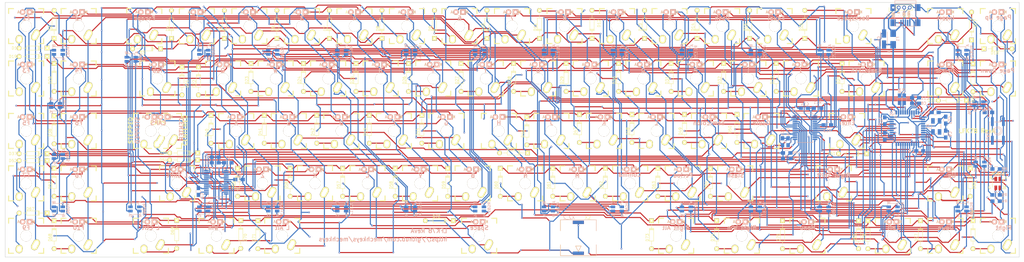
<source format=kicad_pcb>
(kicad_pcb (version 20171130) (host pcbnew "(5.1.12)-1")
  (layers (0 F.Cu signal) (31 B.Cu signal) (34 B.Paste user hide) (35 F.Paste user hide) (36 B.SilkS user hide) (37 F.SilkS user hide) (38 B.Mask user hide) (39 F.Mask user hide) (44 Edge.Cuts user))
  (net 0 "")
  (net 1 "Net-(D1-Pad2)")
  (net 2 R1)
  (net 3 "Net-(D2-Pad2)")
  (net 4 "Net-(D3-Pad2)")
  (net 5 "Net-(D4-Pad2)")
  (net 6 "Net-(D5-Pad2)")
  (net 7 "Net-(D6-Pad2)")
  (net 8 "Net-(D7-Pad2)")
  (net 9 "Net-(D8-Pad2)")
  (net 10 "Net-(D9-Pad2)")
  (net 11 R6)
  (net 12 "Net-(D10-Pad2)")
  (net 13 "Net-(D11-Pad2)")
  (net 14 "Net-(D12-Pad2)")
  (net 15 "Net-(D13-Pad2)")
  (net 16 "Net-(D14-Pad2)")
  (net 17 "Net-(D15-Pad2)")
  (net 18 "Net-(D16-Pad2)")
  (net 19 "Net-(D17-Pad2)")
  (net 20 "Net-(D18-Pad2)")
  (net 21 "Net-(D19-Pad2)")
  (net 22 "Net-(D20-Pad2)")
  (net 23 "Net-(D21-Pad2)")
  (net 24 "Net-(D22-Pad2)")
  (net 25 "Net-(D23-Pad2)")
  (net 26 "Net-(D24-Pad2)")
  (net 27 "Net-(D25-Pad2)")
  (net 28 "Net-(D26-Pad2)")
  (net 29 "Net-(D27-Pad2)")
  (net 30 R7)
  (net 31 "Net-(D28-Pad2)")
  (net 32 "Net-(D29-Pad2)")
  (net 33 "Net-(D30-Pad2)")
  (net 34 "Net-(D31-Pad2)")
  (net 35 "Net-(D32-Pad2)")
  (net 36 "Net-(D33-Pad2)")
  (net 37 "Net-(D34-Pad2)")
  (net 38 "Net-(D35-Pad2)")
  (net 39 "Net-(D36-Pad2)")
  (net 40 "Net-(D37-Pad2)")
  (net 41 "Net-(D38-Pad2)")
  (net 42 "Net-(D39-Pad2)")
  (net 43 "Net-(D40-Pad2)")
  (net 44 "Net-(D41-Pad2)")
  (net 45 "Net-(D42-Pad2)")
  (net 46 "Net-(D43-Pad2)")
  (net 47 "Net-(D44-Pad2)")
  (net 48 "Net-(D45-Pad2)")
  (net 49 R8)
  (net 50 "Net-(D46-Pad2)")
  (net 51 "Net-(D47-Pad2)")
  (net 52 "Net-(D48-Pad2)")
  (net 53 "Net-(D49-Pad2)")
  (net 54 "Net-(D50-Pad2)")
  (net 55 "Net-(D51-Pad2)")
  (net 56 "Net-(D52-Pad2)")
  (net 57 "Net-(D53-Pad2)")
  (net 58 "Net-(D54-Pad2)")
  (net 59 "Net-(D55-Pad2)")
  (net 60 "Net-(D56-Pad2)")
  (net 61 "Net-(D57-Pad2)")
  (net 62 "Net-(D58-Pad2)")
  (net 63 "Net-(D59-Pad2)")
  (net 64 "Net-(D60-Pad2)")
  (net 65 R9)
  (net 66 "Net-(D61-Pad2)")
  (net 67 "Net-(D62-Pad2)")
  (net 68 "Net-(D63-Pad2)")
  (net 69 "Net-(D64-Pad2)")
  (net 70 "Net-(D65-Pad2)")
  (net 71 "Net-(D66-Pad2)")
  (net 72 "Net-(D67-Pad2)")
  (net 73 R5)
  (net 74 "Net-(D68-Pad2)")
  (net 75 "Net-(D69-Pad2)")
  (net 76 "Net-(D70-Pad2)")
  (net 77 "Net-(D71-Pad2)")
  (net 78 "Net-(D72-Pad2)")
  (net 79 "Net-(D73-Pad2)")
  (net 80 "Net-(D74-Pad2)")
  (net 81 "Net-(D75-Pad2)")
  (net 82 R10)
  (net 83 "Net-(D76-Pad2)")
  (net 84 "Net-(D77-Pad2)")
  (net 85 C5)
  (net 86 C7)
  (net 87 C4)
  (net 88 C8)
  (net 89 C3)
  (net 90 C6)
  (net 91 C1)
  (net 92 C2)
  (net 93 GND)
  (net 94 +5V)
  (net 95 "Net-(R2-Pad1)")
  (net 96 "Net-(R3-Pad1)")
  (net 97 "Net-(R4-Pad1)")
  (net 98 "Net-(C3-Pad1)")
  (net 99 "Net-(C9-Pad1)")
  (net 100 "Net-(C10-Pad1)")
  (net 101 "Net-(C11-Pad1)")
  (net 102 "Net-(C12-Pad1)")
  (net 103 R2/SCK)
  (net 104 R3/MOSI)
  (net 105 R4/MISO)
  (net 106 "Net-(D78-Pad2)")
  (net 107 "Net-(F1-Pad1)")
  (net 108 RST)
  (net 109 PWM_RED)
  (net 110 PWM_GREEN)
  (net 111 "Net-(R5-Pad1)")
  (net 112 PWM_BLUE)
  (net 113 D-)
  (net 114 D+)
  (net 115 LED_SDA)
  (net 116 LED_SCL)
  (net 117 USB-)
  (net 118 USB+)
  (net 119 "Net-(C16-Pad1)")
  (net 120 "Net-(J1-Pad4)")
  (net 121 "Net-(R1-Pad1)")
  (net 122 "Net-(R11-Pad1)")
  (net 123 AUDIO)
  (net 124 "Net-(R13-Pad1)")
  (net 125 L_CB2)
  (net 126 L_CB1)
  (net 127 L_CB4)
  (net 128 L_CB3)
  (net 129 L_CB5)
  (net 130 L_CB6)
  (net 131 L_CB7)
  (net 132 L_CB8)
  (net 133 L_CB9)
  (net 134 R_CB2)
  (net 135 R_CB1)
  (net 136 R_CB4)
  (net 137 R_CB3)
  (net 138 R_CB5)
  (net 139 R_CB6)
  (net 140 R_CB7)
  (net 141 R_CB8)
  (net 142 R_CB9)
  (net 143 L_CA5)
  (net 144 L_CA6)
  (net 145 R_CA5)
  (net 146 R_CA1)
  (net 147 L_CA3)
  (net 148 R_CA9)
  (net 149 L_CA4)
  (net 150 L_CA9)
  (net 151 L_CA7)
  (net 152 R_CA3)
  (net 153 R_CA8)
  (net 154 L_CA2)
  (net 155 L_CA1)
  (net 156 L_CA8)
  (net 157 R_CA2)
  (net 158 R_CA4)
  (net 159 R_CA6)
  (net 160 R_CA7)
  (net 161 "Net-(U2-Pad4)")
  (net 162 "Net-(U2-Pad17)")
  (net 163 "Net-(U3-Pad4)")
  (net 164 "Net-(U3-Pad17)")
  (net 165 "Net-(U1-Pad32)")
  (module Keyboard:GNDVia-wRing (layer F.Cu) (at 191 96.25)
    (fp_text reference REF**_291 hide)
    (fp_text value "GND Via" hide)
    (pad GND thru_hole circle (at 0 0) (size 0.6 0.6) (drill 0.3) (layers *.Cu) (net 93 GND))
  )
  (module Keyboard:GNDVia-wRing (layer F.Cu) (at 171.26 96.25)
    (fp_text reference REF**_290 hide)
    (fp_text value "GND Via" hide)
    (pad GND thru_hole circle (at 0 0) (size 0.6 0.6) (drill 0.3) (layers *.Cu) (net 93 GND))
  )
  (module Keyboard:GNDVia-wRing (layer F.Cu) (at 228 99.5)
    (fp_text reference REF**_289 hide)
    (fp_text value "GND Via" hide)
    (pad GND thru_hole circle (at 0 0) (size 0.6 0.6) (drill 0.3) (layers *.Cu) (net 93 GND))
  )
  (module Keyboard:GNDVia-wRing (layer F.Cu) (at 254 100.5)
    (fp_text reference REF**_288 hide)
    (fp_text value "GND Via" hide)
    (pad GND thru_hole circle (at 0 0) (size 0.6 0.6) (drill 0.3) (layers *.Cu) (net 93 GND))
  )
  (module Keyboard:GNDVia-wRing (layer F.Cu) (at 102.5 21.5)
    (fp_text reference REF**_287 hide)
    (fp_text value "GND Via" hide)
    (pad GND thru_hole circle (at 0 0) (size 0.6 0.6) (drill 0.3) (layers *.Cu) (net 93 GND))
  )
  (module Keyboard:GNDVia-wRing (layer F.Cu) (at 396 34)
    (fp_text reference REF**_286 hide)
    (fp_text value "GND Via" hide)
    (pad GND thru_hole circle (at 0 0) (size 0.6 0.6) (drill 0.3) (layers *.Cu) (net 93 GND))
  )
  (module Keyboard:GNDVia-wRing (layer F.Cu) (at 117.45 89.35)
    (fp_text reference REF**_285 hide)
    (fp_text value "GND Via" hide)
    (pad GND thru_hole circle (at 0 0) (size 0.6 0.6) (drill 0.3) (layers *.Cu) (net 93 GND))
  )
  (module Keyboard:GNDVia-wRing (layer F.Cu) (at 99.3 80.6)
    (fp_text reference REF**_284 hide)
    (fp_text value "GND Via" hide)
    (pad GND thru_hole circle (at 0 0) (size 0.6 0.6) (drill 0.3) (layers *.Cu) (net 93 GND))
  )
  (module Keyboard:GNDVia-wRing (layer F.Cu) (at 132.45 78.7)
    (fp_text reference REF**_283 hide)
    (fp_text value "GND Via" hide)
    (pad GND thru_hole circle (at 0 0) (size 0.6 0.6) (drill 0.3) (layers *.Cu) (net 93 GND))
  )
  (module Keyboard:GNDVia-wRing (layer F.Cu) (at 128.4 84.5)
    (fp_text reference REF**_282 hide)
    (fp_text value "GND Via" hide)
    (pad GND thru_hole circle (at 0 0) (size 0.6 0.6) (drill 0.3) (layers *.Cu) (net 93 GND))
  )
  (module Diodes_ThroughHole:Diode_DO-35_SOD27_Horizontal_RM10 (layer F.Cu) (at 219.71 61.5945 270)
    (fp_text reference D46 (at 6.096 1.524 270) (layer F.SilkS))
    (fp_text value D)
    (pad 2 thru_hole circle (at 10.16052 -0.00254 90) (size 1.69926 1.69926) (drill 0.70104) (layers *.Cu *.Mask F.SilkS) (net 50 "Net-(D46-Pad2)"))
    (pad 1 thru_hole rect (at 0.00052 -0.00254 90) (size 1.69926 1.69926) (drill 0.70104) (layers *.Cu *.Mask F.SilkS) (net 49 R8))
  )
  (module Mounting_Holes:MountingHole_2.7mm_M2.5 (layer F.Cu) (at 244.5 105.5 90)
    (fp_text reference REF**_279 hide)
    (fp_text value MountingHole_2.7mm_M2.5)
    (pad "" np_thru_hole circle (at 0 0 90) (size 5 5) (drill 5) (layers *.Cu *.Mask))
  )
  (module Mounting_Holes:MountingHole_2.7mm_M2.5 (layer F.Cu) (at 232 105.5)
    (fp_text reference REF**_278 hide)
    (fp_text value MountingHole_2.7mm_M2.5)
    (pad "" np_thru_hole circle (at 0 0) (size 5 5) (drill 5) (layers *.Cu *.Mask))
  )
  (module Housings_SSOP:SSOP-28_5.3x10.2mm_Pitch0.65mm (layer B.Cu) (at 320.548 65.532 180)
    (fp_text reference U3 (at 3.556 6.096 180) (layer B.SilkS) (effects (justify mirror)))
    (fp_text value IS31FL3731)
    (pad 1 smd rect (at -3.6 4.225 180) (size 1.75 0.45) (layers B.Cu B.Paste B.Mask) (net 148 R_CA9))
    (pad 2 smd rect (at -3.6 3.575 180) (size 1.75 0.45) (layers B.Cu B.Paste B.Mask) (net 94 +5V))
    (pad 3 smd rect (at -3.6 2.925 180) (size 1.75 0.45) (layers B.Cu B.Paste B.Mask) (net 122 "Net-(R11-Pad1)"))
    (pad 4 smd rect (at -3.6 2.275 180) (size 1.75 0.45) (layers B.Cu B.Paste B.Mask) (net 163 "Net-(U3-Pad4)"))
    (pad 5 smd rect (at -3.6 1.625 180) (size 1.75 0.45) (layers B.Cu B.Paste B.Mask) (net 93 GND))
    (pad 6 smd rect (at -3.6 0.975 180) (size 1.75 0.45) (layers B.Cu B.Paste B.Mask) (net 124 "Net-(R13-Pad1)"))
    (pad 7 smd rect (at -3.6 0.325 180) (size 1.75 0.45) (layers B.Cu B.Paste B.Mask) (net 135 R_CB1))
    (pad 8 smd rect (at -3.6 -0.325 180) (size 1.75 0.45) (layers B.Cu B.Paste B.Mask) (net 134 R_CB2))
    (pad 9 smd rect (at -3.6 -0.975 180) (size 1.75 0.45) (layers B.Cu B.Paste B.Mask) (net 137 R_CB3))
    (pad 10 smd rect (at -3.6 -1.625 180) (size 1.75 0.45) (layers B.Cu B.Paste B.Mask) (net 136 R_CB4))
    (pad 11 smd rect (at -3.6 -2.275 180) (size 1.75 0.45) (layers B.Cu B.Paste B.Mask) (net 138 R_CB5))
    (pad 12 smd rect (at -3.6 -2.925 180) (size 1.75 0.45) (layers B.Cu B.Paste B.Mask) (net 139 R_CB6))
    (pad 13 smd rect (at -3.6 -3.575 180) (size 1.75 0.45) (layers B.Cu B.Paste B.Mask) (net 140 R_CB7))
    (pad 14 smd rect (at -3.6 -4.225 180) (size 1.75 0.45) (layers B.Cu B.Paste B.Mask) (net 141 R_CB8))
    (pad 15 smd rect (at 3.6 -4.225 180) (size 1.75 0.45) (layers B.Cu B.Paste B.Mask) (net 142 R_CB9))
    (pad 16 smd rect (at 3.6 -3.575 180) (size 1.75 0.45) (layers B.Cu B.Paste B.Mask) (net 119 "Net-(C16-Pad1)"))
    (pad 17 smd rect (at 3.6 -2.925 180) (size 1.75 0.45) (layers B.Cu B.Paste B.Mask) (net 164 "Net-(U3-Pad17)"))
    (pad 18 smd rect (at 3.6 -2.275 180) (size 1.75 0.45) (layers B.Cu B.Paste B.Mask) (net 94 +5V))
    (pad 19 smd rect (at 3.6 -1.625 180) (size 1.75 0.45) (layers B.Cu B.Paste B.Mask) (net 115 LED_SDA))
    (pad 20 smd rect (at 3.6 -0.975 180) (size 1.75 0.45) (layers B.Cu B.Paste B.Mask) (net 116 LED_SCL))
    (pad 21 smd rect (at 3.6 -0.325 180) (size 1.75 0.45) (layers B.Cu B.Paste B.Mask) (net 146 R_CA1))
    (pad 22 smd rect (at 3.6 0.325 180) (size 1.75 0.45) (layers B.Cu B.Paste B.Mask) (net 157 R_CA2))
    (pad 23 smd rect (at 3.6 0.975 180) (size 1.75 0.45) (layers B.Cu B.Paste B.Mask) (net 152 R_CA3))
    (pad 24 smd rect (at 3.6 1.625 180) (size 1.75 0.45) (layers B.Cu B.Paste B.Mask) (net 158 R_CA4))
    (pad 25 smd rect (at 3.6 2.275 180) (size 1.75 0.45) (layers B.Cu B.Paste B.Mask) (net 145 R_CA5))
    (pad 26 smd rect (at 3.6 2.925 180) (size 1.75 0.45) (layers B.Cu B.Paste B.Mask) (net 159 R_CA6))
    (pad 27 smd rect (at 3.6 3.575 180) (size 1.75 0.45) (layers B.Cu B.Paste B.Mask) (net 160 R_CA7))
    (pad 28 smd rect (at 3.6 4.225 180) (size 1.75 0.45) (layers B.Cu B.Paste B.Mask) (net 153 R_CA8))
  )
  (module Cherry:MXALPS_LED_PANEL (layer F.Cu) (at 83.3438 66.675 180)
    (fp_text reference SW_CapStep_39 hide)
    (fp_text value MX_LED hide)
    (fp_text user A (at 2.794 5.08 180) (layer B.SilkS) (effects (justify mirror)))
    (fp_text user K (at -2.794 5.08 180) (layer B.SilkS) (effects (justify mirror)))
    (fp_text user A (at 2.794 5.08 180) (layer F.SilkS))
    (fp_text user K (at -2.794 5.08 180) (layer F.SilkS))
    (pad "" np_thru_hole circle (at 0 0 180) (size 3.98781 3.98781) (drill 3.9878) (layers *.Cu *.Mask F.SilkS) (clearance 0.1524))
    (pad SW1 thru_hole oval (at -3.405 -3.27 150.95) (size 2.5 4.17) (drill oval 1.5 3.17) (layers *.Cu *.Mask F.SilkS) (net 42 "Net-(D39-Pad2)"))
    (pad SW2 thru_hole oval (at 2.52 -4.79 176.1) (size 2.5 3.08) (drill oval 1.5 2.08) (layers *.Cu *.Mask F.SilkS) (net 89 C3))
    (pad K thru_hole rect (at -1.27 5.08 180) (size 2 2) (drill 1) (layers *.Cu *.SilkS *.Mask) (net 147 L_CA3))
    (pad A thru_hole circle (at 1.27 5.08 180) (size 2 2) (drill 1) (layers *.Cu *.SilkS *.Mask) (net 149 L_CA4))
  )
  (module Housings_QFP:TQFP-44_10x10mm_Pitch0.8mm (layer B.Cu) (at 357.708 65.674 270)
    (fp_text reference U1 (at -5.349 5.918 270) (layer B.SilkS) (effects (justify mirror)))
    (fp_text value ATMEGA32U4RC-A)
    (pad 1 smd rect (at -5.7 4 270) (size 1.5 0.55) (layers B.Cu B.Paste B.Mask) (net 91 C1))
    (pad 2 smd rect (at -5.7 3.2 270) (size 1.5 0.55) (layers B.Cu B.Paste B.Mask) (net 94 +5V))
    (pad 3 smd rect (at -5.7 2.4 270) (size 1.5 0.55) (layers B.Cu B.Paste B.Mask) (net 113 D-))
    (pad 4 smd rect (at -5.7 1.6 270) (size 1.5 0.55) (layers B.Cu B.Paste B.Mask) (net 114 D+))
    (pad 5 smd rect (at -5.7 0.8 270) (size 1.5 0.55) (layers B.Cu B.Paste B.Mask) (net 93 GND))
    (pad 6 smd rect (at -5.7 0 270) (size 1.5 0.55) (layers B.Cu B.Paste B.Mask) (net 101 "Net-(C11-Pad1)"))
    (pad 7 smd rect (at -5.7 -0.8 270) (size 1.5 0.55) (layers B.Cu B.Paste B.Mask) (net 94 +5V))
    (pad 8 smd rect (at -5.7 -1.6 270) (size 1.5 0.55) (layers B.Cu B.Paste B.Mask) (net 2 R1))
    (pad 9 smd rect (at -5.7 -2.4 270) (size 1.5 0.55) (layers B.Cu B.Paste B.Mask) (net 103 R2/SCK))
    (pad 10 smd rect (at -5.7 -3.2 270) (size 1.5 0.55) (layers B.Cu B.Paste B.Mask) (net 104 R3/MOSI))
    (pad 11 smd rect (at -5.7 -4 270) (size 1.5 0.55) (layers B.Cu B.Paste B.Mask) (net 105 R4/MISO))
    (pad 12 smd rect (at -4 -5.7 180) (size 1.5 0.55) (layers B.Cu B.Paste B.Mask) (net 112 PWM_BLUE))
    (pad 13 smd rect (at -3.2 -5.7 180) (size 1.5 0.55) (layers B.Cu B.Paste B.Mask) (net 108 RST))
    (pad 14 smd rect (at -2.4 -5.7 180) (size 1.5 0.55) (layers B.Cu B.Paste B.Mask) (net 94 +5V))
    (pad 15 smd rect (at -1.6 -5.7 180) (size 1.5 0.55) (layers B.Cu B.Paste B.Mask) (net 93 GND))
    (pad 16 smd rect (at -0.8 -5.7 180) (size 1.5 0.55) (layers B.Cu B.Paste B.Mask) (net 100 "Net-(C10-Pad1)"))
    (pad 17 smd rect (at 0 -5.7 180) (size 1.5 0.55) (layers B.Cu B.Paste B.Mask) (net 99 "Net-(C9-Pad1)"))
    (pad 18 smd rect (at 0.8 -5.7 180) (size 1.5 0.55) (layers B.Cu B.Paste B.Mask) (net 116 LED_SCL))
    (pad 19 smd rect (at 1.6 -5.7 180) (size 1.5 0.55) (layers B.Cu B.Paste B.Mask) (net 115 LED_SDA))
    (pad 20 smd rect (at 2.4 -5.7 180) (size 1.5 0.55) (layers B.Cu B.Paste B.Mask) (net 89 C3))
    (pad 21 smd rect (at 3.2 -5.7 180) (size 1.5 0.55) (layers B.Cu B.Paste B.Mask) (net 87 C4))
    (pad 22 smd rect (at 4 -5.7 180) (size 1.5 0.55) (layers B.Cu B.Paste B.Mask) (net 90 C6))
    (pad 23 smd rect (at 5.7 -4 270) (size 1.5 0.55) (layers B.Cu B.Paste B.Mask) (net 93 GND))
    (pad 24 smd rect (at 5.7 -3.2 270) (size 1.5 0.55) (layers B.Cu B.Paste B.Mask) (net 94 +5V))
    (pad 25 smd rect (at 5.7 -2.4 270) (size 1.5 0.55) (layers B.Cu B.Paste B.Mask) (net 85 C5))
    (pad 26 smd rect (at 5.7 -1.6 270) (size 1.5 0.55) (layers B.Cu B.Paste B.Mask) (net 86 C7))
    (pad 27 smd rect (at 5.7 -0.8 270) (size 1.5 0.55) (layers B.Cu B.Paste B.Mask) (net 88 C8))
    (pad 28 smd rect (at 5.7 0 270) (size 1.5 0.55) (layers B.Cu B.Paste B.Mask) (net 73 R5))
    (pad 29 smd rect (at 5.7 0.8 270) (size 1.5 0.55) (layers B.Cu B.Paste B.Mask) (net 109 PWM_RED))
    (pad 30 smd rect (at 5.7 1.6 270) (size 1.5 0.55) (layers B.Cu B.Paste B.Mask) (net 110 PWM_GREEN))
    (pad 31 smd rect (at 5.7 2.4 270) (size 1.5 0.55) (layers B.Cu B.Paste B.Mask) (net 123 AUDIO))
    (pad 32 smd rect (at 5.7 3.2 270) (size 1.5 0.55) (layers B.Cu B.Paste B.Mask) (net 165 "Net-(U1-Pad32)"))
    (pad 33 smd rect (at 5.7 4 270) (size 1.5 0.55) (layers B.Cu B.Paste B.Mask) (net 93 GND))
    (pad 34 smd rect (at 4 5.7 180) (size 1.5 0.55) (layers B.Cu B.Paste B.Mask) (net 94 +5V))
    (pad 35 smd rect (at 3.2 5.7 180) (size 1.5 0.55) (layers B.Cu B.Paste B.Mask) (net 93 GND))
    (pad 36 smd rect (at 2.4 5.7 180) (size 1.5 0.55) (layers B.Cu B.Paste B.Mask) (net 92 C2))
    (pad 37 smd rect (at 1.6 5.7 180) (size 1.5 0.55) (layers B.Cu B.Paste B.Mask) (net 82 R10))
    (pad 38 smd rect (at 0.8 5.7 180) (size 1.5 0.55) (layers B.Cu B.Paste B.Mask) (net 65 R9))
    (pad 39 smd rect (at 0 5.7 180) (size 1.5 0.55) (layers B.Cu B.Paste B.Mask) (net 49 R8))
    (pad 40 smd rect (at -0.8 5.7 180) (size 1.5 0.55) (layers B.Cu B.Paste B.Mask) (net 30 R7))
    (pad 41 smd rect (at -1.6 5.7 180) (size 1.5 0.55) (layers B.Cu B.Paste B.Mask) (net 11 R6))
    (pad 42 smd rect (at -2.4 5.7 180) (size 1.5 0.55) (layers B.Cu B.Paste B.Mask) (net 102 "Net-(C12-Pad1)"))
    (pad 43 smd rect (at -3.2 5.7 180) (size 1.5 0.55) (layers B.Cu B.Paste B.Mask) (net 93 GND))
    (pad 44 smd rect (at -4 5.7 180) (size 1.5 0.55) (layers B.Cu B.Paste B.Mask) (net 94 +5V))
  )
  (module Diodes_ThroughHole:Diode_DO-35_SOD27_Horizontal_RM10 (layer F.Cu) (at 90.8075 33.0205 90)
    (fp_text reference D4 (at 3.55652 -1.39954 90) (layer F.SilkS))
    (fp_text value D)
    (pad 2 thru_hole circle (at 10.16052 -0.00254 270) (size 1.69926 1.69926) (drill 0.70104) (layers *.Cu *.Mask F.SilkS) (net 5 "Net-(D4-Pad2)"))
    (pad 1 thru_hole rect (at 0.00052 -0.00254 270) (size 1.69926 1.69926) (drill 0.70104) (layers *.Cu *.Mask F.SilkS) (net 2 R1))
  )
  (module Diodes_ThroughHole:Diode_DO-35_SOD27_Horizontal_RM10 (layer F.Cu) (at 381.505 99.3135 270)
    (fp_text reference D78 (at -2.41248 -0.00254 270) (layer F.SilkS))
    (fp_text value D)
    (pad 2 thru_hole circle (at 10.16052 -0.00254 90) (size 1.69926 1.69926) (drill 0.70104) (layers *.Cu *.Mask F.SilkS) (net 106 "Net-(D78-Pad2)"))
    (pad 1 thru_hole rect (at 0.00052 -0.00254 90) (size 1.69926 1.69926) (drill 0.70104) (layers *.Cu *.Mask F.SilkS) (net 82 R10))
  )
  (module Diodes_ThroughHole:Diode_DO-35_SOD27_Horizontal_RM10 (layer F.Cu) (at 45.72 36.576 180)
    (fp_text reference D1 (at 11.938 0 180) (layer F.SilkS))
    (fp_text value D)
    (pad 2 thru_hole circle (at 10.16052 -0.00254) (size 1.69926 1.69926) (drill 0.70104) (layers *.Cu *.Mask F.SilkS) (net 1 "Net-(D1-Pad2)"))
    (pad 1 thru_hole rect (at 0.00052 -0.00254) (size 1.69926 1.69926) (drill 0.70104) (layers *.Cu *.Mask F.SilkS) (net 2 R1))
  )
  (module Diodes_ThroughHole:Diode_DO-35_SOD27_Horizontal_RM10 (layer F.Cu) (at 48.2625 33.0205 90)
    (fp_text reference D2 (at 3.55652 -1.52654 90) (layer F.SilkS))
    (fp_text value D)
    (pad 2 thru_hole circle (at 10.16052 -0.00254 270) (size 1.69926 1.69926) (drill 0.70104) (layers *.Cu *.Mask F.SilkS) (net 3 "Net-(D2-Pad2)"))
    (pad 1 thru_hole rect (at 0.00052 -0.00254 270) (size 1.69926 1.69926) (drill 0.70104) (layers *.Cu *.Mask F.SilkS) (net 2 R1))
  )
  (module Diodes_ThroughHole:Diode_DO-35_SOD27_Horizontal_RM10 (layer F.Cu) (at 86.868 36.83 180)
    (fp_text reference D3 (at 6.604 -1.524 180) (layer F.SilkS))
    (fp_text value D)
    (pad 2 thru_hole circle (at 10.16052 -0.00254) (size 1.69926 1.69926) (drill 0.70104) (layers *.Cu *.Mask F.SilkS) (net 4 "Net-(D3-Pad2)"))
    (pad 1 thru_hole rect (at 0.00052 -0.00254) (size 1.69926 1.69926) (drill 0.70104) (layers *.Cu *.Mask F.SilkS) (net 2 R1))
  )
  (module Diodes_ThroughHole:Diode_DO-35_SOD27_Horizontal_RM10 (layer F.Cu) (at 109.985 33.0205 90)
    (fp_text reference D5 (at 3.55652 -1.52654 90) (layer F.SilkS))
    (fp_text value D)
    (pad 2 thru_hole circle (at 10.16052 -0.00254 270) (size 1.69926 1.69926) (drill 0.70104) (layers *.Cu *.Mask F.SilkS) (net 6 "Net-(D5-Pad2)"))
    (pad 1 thru_hole rect (at 0.00052 -0.00254 270) (size 1.69926 1.69926) (drill 0.70104) (layers *.Cu *.Mask F.SilkS) (net 2 R1))
  )
  (module Diodes_ThroughHole:Diode_DO-35_SOD27_Horizontal_RM10 (layer F.Cu) (at 129.035 33.0205 90)
    (fp_text reference D6 (at 3.55652 -1.52654 90) (layer F.SilkS))
    (fp_text value D)
    (pad 2 thru_hole circle (at 10.16052 -0.00254 270) (size 1.69926 1.69926) (drill 0.70104) (layers *.Cu *.Mask F.SilkS) (net 7 "Net-(D6-Pad2)"))
    (pad 1 thru_hole rect (at 0.00052 -0.00254 270) (size 1.69926 1.69926) (drill 0.70104) (layers *.Cu *.Mask F.SilkS) (net 2 R1))
  )
  (module Diodes_ThroughHole:Diode_DO-35_SOD27_Horizontal_RM10 (layer F.Cu) (at 148.085 33.0205 90)
    (fp_text reference D7 (at 3.55652 -1.52654 90) (layer F.SilkS))
    (fp_text value D)
    (pad 2 thru_hole circle (at 10.16052 -0.00254 270) (size 1.69926 1.69926) (drill 0.70104) (layers *.Cu *.Mask F.SilkS) (net 8 "Net-(D7-Pad2)"))
    (pad 1 thru_hole rect (at 0.00052 -0.00254 270) (size 1.69926 1.69926) (drill 0.70104) (layers *.Cu *.Mask F.SilkS) (net 2 R1))
  )
  (module Diodes_ThroughHole:Diode_DO-35_SOD27_Horizontal_RM10 (layer F.Cu) (at 167.135 33.0205 90)
    (fp_text reference D8 (at 3.55652 -1.52654 90) (layer F.SilkS))
    (fp_text value D)
    (pad 2 thru_hole circle (at 10.16052 -0.00254 270) (size 1.69926 1.69926) (drill 0.70104) (layers *.Cu *.Mask F.SilkS) (net 9 "Net-(D8-Pad2)"))
    (pad 1 thru_hole rect (at 0.00052 -0.00254 270) (size 1.69926 1.69926) (drill 0.70104) (layers *.Cu *.Mask F.SilkS) (net 2 R1))
  )
  (module Diodes_ThroughHole:Diode_DO-35_SOD27_Horizontal_RM10 (layer F.Cu) (at 186.185 33.0205 90)
    (fp_text reference D9 (at 3.55652 -1.52654 90) (layer F.SilkS))
    (fp_text value D)
    (pad 2 thru_hole circle (at 10.16052 -0.00254 270) (size 1.69926 1.69926) (drill 0.70104) (layers *.Cu *.Mask F.SilkS) (net 10 "Net-(D9-Pad2)"))
    (pad 1 thru_hole rect (at 0.00052 -0.00254 270) (size 1.69926 1.69926) (drill 0.70104) (layers *.Cu *.Mask F.SilkS) (net 11 R6))
  )
  (module Diodes_ThroughHole:Diode_DO-35_SOD27_Horizontal_RM10 (layer F.Cu) (at 205.235 33.0205 90)
    (fp_text reference D10 (at 4.06452 -1.52654 90) (layer F.SilkS))
    (fp_text value D)
    (pad 2 thru_hole circle (at 10.16052 -0.00254 270) (size 1.69926 1.69926) (drill 0.70104) (layers *.Cu *.Mask F.SilkS) (net 12 "Net-(D10-Pad2)"))
    (pad 1 thru_hole rect (at 0.00052 -0.00254 270) (size 1.69926 1.69926) (drill 0.70104) (layers *.Cu *.Mask F.SilkS) (net 11 R6))
  )
  (module Diodes_ThroughHole:Diode_DO-35_SOD27_Horizontal_RM10 (layer F.Cu) (at 224.285 33.0205 90)
    (fp_text reference D11 (at 4.06452 -1.52654 90) (layer F.SilkS))
    (fp_text value D)
    (pad 2 thru_hole circle (at 10.16052 -0.00254 270) (size 1.69926 1.69926) (drill 0.70104) (layers *.Cu *.Mask F.SilkS) (net 13 "Net-(D11-Pad2)"))
    (pad 1 thru_hole rect (at 0.00052 -0.00254 270) (size 1.69926 1.69926) (drill 0.70104) (layers *.Cu *.Mask F.SilkS) (net 11 R6))
  )
  (module Diodes_ThroughHole:Diode_DO-35_SOD27_Horizontal_RM10 (layer F.Cu) (at 243.335 33.0205 90)
    (fp_text reference D12 (at 5.43052 2.53746 90) (layer F.SilkS))
    (fp_text value D)
    (pad 2 thru_hole circle (at 10.16052 -0.00254 270) (size 1.69926 1.69926) (drill 0.70104) (layers *.Cu *.Mask F.SilkS) (net 14 "Net-(D12-Pad2)"))
    (pad 1 thru_hole rect (at 0.00052 -0.00254 270) (size 1.69926 1.69926) (drill 0.70104) (layers *.Cu *.Mask F.SilkS) (net 11 R6))
  )
  (module Diodes_ThroughHole:Diode_DO-35_SOD27_Horizontal_RM10 (layer F.Cu) (at 262.385 33.0205 90)
    (fp_text reference D13 (at 4.06452 -1.52654 90) (layer F.SilkS))
    (fp_text value D)
    (pad 2 thru_hole circle (at 10.16052 -0.00254 270) (size 1.69926 1.69926) (drill 0.70104) (layers *.Cu *.Mask F.SilkS) (net 15 "Net-(D13-Pad2)"))
    (pad 1 thru_hole rect (at 0.00052 -0.00254 270) (size 1.69926 1.69926) (drill 0.70104) (layers *.Cu *.Mask F.SilkS) (net 11 R6))
  )
  (module Diodes_ThroughHole:Diode_DO-35_SOD27_Horizontal_RM10 (layer F.Cu) (at 281.435 33.0205 90)
    (fp_text reference D14 (at 4.06452 -1.52654 90) (layer F.SilkS))
    (fp_text value D)
    (pad 2 thru_hole circle (at 10.16052 -0.00254 270) (size 1.69926 1.69926) (drill 0.70104) (layers *.Cu *.Mask F.SilkS) (net 16 "Net-(D14-Pad2)"))
    (pad 1 thru_hole rect (at 0.00052 -0.00254 270) (size 1.69926 1.69926) (drill 0.70104) (layers *.Cu *.Mask F.SilkS) (net 11 R6))
  )
  (module Diodes_ThroughHole:Diode_DO-35_SOD27_Horizontal_RM10 (layer F.Cu) (at 300.485 33.0205 90)
    (fp_text reference D15 (at 4.06452 -1.52654 90) (layer F.SilkS))
    (fp_text value D)
    (pad 2 thru_hole circle (at 10.16052 -0.00254 270) (size 1.69926 1.69926) (drill 0.70104) (layers *.Cu *.Mask F.SilkS) (net 17 "Net-(D15-Pad2)"))
    (pad 1 thru_hole rect (at 0.00052 -0.00254 270) (size 1.69926 1.69926) (drill 0.70104) (layers *.Cu *.Mask F.SilkS) (net 11 R6))
  )
  (module Diodes_ThroughHole:Diode_DO-35_SOD27_Horizontal_RM10 (layer F.Cu) (at 320.503 33.0205 90)
    (fp_text reference D16 (at 4.06452 -1.52654 90) (layer F.SilkS))
    (fp_text value D)
    (pad 2 thru_hole circle (at 10.16052 -0.00254 270) (size 1.69926 1.69926) (drill 0.70104) (layers *.Cu *.Mask F.SilkS) (net 18 "Net-(D16-Pad2)"))
    (pad 1 thru_hole rect (at 0.00052 -0.00254 270) (size 1.69926 1.69926) (drill 0.70104) (layers *.Cu *.Mask F.SilkS) (net 11 R6))
  )
  (module Diodes_ThroughHole:Diode_DO-35_SOD27_Horizontal_RM10 (layer F.Cu) (at 380.997 33.6555 90)
    (fp_text reference D17 (at 6.096 1.524 90) (layer F.SilkS))
    (fp_text value D)
    (pad 2 thru_hole circle (at 10.16052 -0.00254 270) (size 1.69926 1.69926) (drill 0.70104) (layers *.Cu *.Mask F.SilkS) (net 19 "Net-(D17-Pad2)"))
    (pad 1 thru_hole rect (at 0.00052 -0.00254 270) (size 1.69926 1.69926) (drill 0.70104) (layers *.Cu *.Mask F.SilkS) (net 82 R10))
  )
  (module Diodes_ThroughHole:Diode_DO-35_SOD27_Horizontal_RM10 (layer F.Cu) (at 385.444 36.8325)
    (fp_text reference D18 (at 3.93752 1.52146) (layer F.SilkS))
    (fp_text value D)
    (pad 2 thru_hole circle (at 10.16052 -0.00254 180) (size 1.69926 1.69926) (drill 0.70104) (layers *.Cu *.Mask F.SilkS) (net 20 "Net-(D18-Pad2)"))
    (pad 1 thru_hole rect (at 0.00052 -0.00254 180) (size 1.69926 1.69926) (drill 0.70104) (layers *.Cu *.Mask F.SilkS) (net 82 R10))
  )
  (module Diodes_ThroughHole:Diode_DO-35_SOD27_Horizontal_RM10 (layer F.Cu) (at 45.72 39.624 180)
    (fp_text reference D19 (at 12.446 0 180) (layer F.SilkS))
    (fp_text value D)
    (pad 2 thru_hole circle (at 10.16052 -0.00254) (size 1.69926 1.69926) (drill 0.70104) (layers *.Cu *.Mask F.SilkS) (net 21 "Net-(D19-Pad2)"))
    (pad 1 thru_hole rect (at 0.00052 -0.00254) (size 1.69926 1.69926) (drill 0.70104) (layers *.Cu *.Mask F.SilkS) (net 103 R2/SCK))
  )
  (module Diodes_ThroughHole:Diode_DO-35_SOD27_Horizontal_RM10 (layer F.Cu) (at 48.26 42.164 270)
    (fp_text reference D20 (at 6.096 1.524 270) (layer F.SilkS))
    (fp_text value D)
    (pad 2 thru_hole circle (at 10.16052 -0.00254 90) (size 1.69926 1.69926) (drill 0.70104) (layers *.Cu *.Mask F.SilkS) (net 22 "Net-(D20-Pad2)"))
    (pad 1 thru_hole rect (at 0.00052 -0.00254 90) (size 1.69926 1.69926) (drill 0.70104) (layers *.Cu *.Mask F.SilkS) (net 103 R2/SCK))
  )
  (module Diodes_ThroughHole:Diode_DO-35_SOD27_Horizontal_RM10 (layer F.Cu) (at 94.6125 43.4335 270)
    (fp_text reference D21 (at 6.096 -1.90754 270) (layer F.SilkS))
    (fp_text value D)
    (pad 2 thru_hole circle (at 10.16052 -0.00254 90) (size 1.69926 1.69926) (drill 0.70104) (layers *.Cu *.Mask F.SilkS) (net 23 "Net-(D21-Pad2)"))
    (pad 1 thru_hole rect (at 0.00052 -0.00254 90) (size 1.69926 1.69926) (drill 0.70104) (layers *.Cu *.Mask F.SilkS) (net 103 R2/SCK))
  )
  (module Diodes_ThroughHole:Diode_DO-35_SOD27_Horizontal_RM10 (layer F.Cu) (at 100.584 43.4335 270)
    (fp_text reference D22 (at 6.096 1.524 270) (layer F.SilkS))
    (fp_text value D)
    (pad 2 thru_hole circle (at 10.16052 -0.00254 90) (size 1.69926 1.69926) (drill 0.70104) (layers *.Cu *.Mask F.SilkS) (net 24 "Net-(D22-Pad2)"))
    (pad 1 thru_hole rect (at 0.00052 -0.00254 90) (size 1.69926 1.69926) (drill 0.70104) (layers *.Cu *.Mask F.SilkS) (net 103 R2/SCK))
  )
  (module Diodes_ThroughHole:Diode_DO-35_SOD27_Horizontal_RM10 (layer F.Cu) (at 119.634 42.164 270)
    (fp_text reference D23 (at 6.096 1.524 270) (layer F.SilkS))
    (fp_text value D)
    (pad 2 thru_hole circle (at 10.16052 -0.00254 90) (size 1.69926 1.69926) (drill 0.70104) (layers *.Cu *.Mask F.SilkS) (net 25 "Net-(D23-Pad2)"))
    (pad 1 thru_hole rect (at 0.00052 -0.00254 90) (size 1.69926 1.69926) (drill 0.70104) (layers *.Cu *.Mask F.SilkS) (net 103 R2/SCK))
  )
  (module Diodes_ThroughHole:Diode_DO-35_SOD27_Horizontal_RM10 (layer F.Cu) (at 138.684 42.164 270)
    (fp_text reference D24 (at 6.096 1.524 270) (layer F.SilkS))
    (fp_text value D)
    (pad 2 thru_hole circle (at 10.16052 -0.00254 90) (size 1.69926 1.69926) (drill 0.70104) (layers *.Cu *.Mask F.SilkS) (net 26 "Net-(D24-Pad2)"))
    (pad 1 thru_hole rect (at 0.00052 -0.00254 90) (size 1.69926 1.69926) (drill 0.70104) (layers *.Cu *.Mask F.SilkS) (net 103 R2/SCK))
  )
  (module Diodes_ThroughHole:Diode_DO-35_SOD27_Horizontal_RM10 (layer F.Cu) (at 157.734 42.164 270)
    (fp_text reference D25 (at 6.096 1.524 270) (layer F.SilkS))
    (fp_text value D)
    (pad 2 thru_hole circle (at 10.16052 -0.00254 90) (size 1.69926 1.69926) (drill 0.70104) (layers *.Cu *.Mask F.SilkS) (net 27 "Net-(D25-Pad2)"))
    (pad 1 thru_hole rect (at 0.00052 -0.00254 90) (size 1.69926 1.69926) (drill 0.70104) (layers *.Cu *.Mask F.SilkS) (net 103 R2/SCK))
  )
  (module Diodes_ThroughHole:Diode_DO-35_SOD27_Horizontal_RM10 (layer F.Cu) (at 176.784 42.164 270)
    (fp_text reference D26 (at 6.096 1.524 270) (layer F.SilkS))
    (fp_text value D)
    (pad 2 thru_hole circle (at 10.16052 -0.00254 90) (size 1.69926 1.69926) (drill 0.70104) (layers *.Cu *.Mask F.SilkS) (net 28 "Net-(D26-Pad2)"))
    (pad 1 thru_hole rect (at 0.00052 -0.00254 90) (size 1.69926 1.69926) (drill 0.70104) (layers *.Cu *.Mask F.SilkS) (net 103 R2/SCK))
  )
  (module Diodes_ThroughHole:Diode_DO-35_SOD27_Horizontal_RM10 (layer F.Cu) (at 195.834 42.164 270)
    (fp_text reference D27 (at 6.096 1.524 270) (layer F.SilkS))
    (fp_text value D)
    (pad 2 thru_hole circle (at 10.16052 -0.00254 90) (size 1.69926 1.69926) (drill 0.70104) (layers *.Cu *.Mask F.SilkS) (net 29 "Net-(D27-Pad2)"))
    (pad 1 thru_hole rect (at 0.00052 -0.00254 90) (size 1.69926 1.69926) (drill 0.70104) (layers *.Cu *.Mask F.SilkS) (net 30 R7))
  )
  (module Diodes_ThroughHole:Diode_DO-35_SOD27_Horizontal_RM10 (layer F.Cu) (at 214.884 42.164 270)
    (fp_text reference D28 (at 6.096 1.524 270) (layer F.SilkS))
    (fp_text value D)
    (pad 2 thru_hole circle (at 10.16052 -0.00254 90) (size 1.69926 1.69926) (drill 0.70104) (layers *.Cu *.Mask F.SilkS) (net 31 "Net-(D28-Pad2)"))
    (pad 1 thru_hole rect (at 0.00052 -0.00254 90) (size 1.69926 1.69926) (drill 0.70104) (layers *.Cu *.Mask F.SilkS) (net 30 R7))
  )
  (module Diodes_ThroughHole:Diode_DO-35_SOD27_Horizontal_RM10 (layer F.Cu) (at 233.934 42.164 270)
    (fp_text reference D29 (at 6.096 1.524 270) (layer F.SilkS))
    (fp_text value D)
    (pad 2 thru_hole circle (at 10.16052 -0.00254 90) (size 1.69926 1.69926) (drill 0.70104) (layers *.Cu *.Mask F.SilkS) (net 32 "Net-(D29-Pad2)"))
    (pad 1 thru_hole rect (at 0.00052 -0.00254 90) (size 1.69926 1.69926) (drill 0.70104) (layers *.Cu *.Mask F.SilkS) (net 30 R7))
  )
  (module Diodes_ThroughHole:Diode_DO-35_SOD27_Horizontal_RM10 (layer F.Cu) (at 252.984 42.164 270)
    (fp_text reference D30 (at 6.096 1.524 270) (layer F.SilkS))
    (fp_text value D)
    (pad 2 thru_hole circle (at 10.16052 -0.00254 90) (size 1.69926 1.69926) (drill 0.70104) (layers *.Cu *.Mask F.SilkS) (net 33 "Net-(D30-Pad2)"))
    (pad 1 thru_hole rect (at 0.00052 -0.00254 90) (size 1.69926 1.69926) (drill 0.70104) (layers *.Cu *.Mask F.SilkS) (net 30 R7))
  )
  (module Diodes_ThroughHole:Diode_DO-35_SOD27_Horizontal_RM10 (layer F.Cu) (at 272.034 42.164 270)
    (fp_text reference D31 (at 6.096 1.524 270) (layer F.SilkS))
    (fp_text value D)
    (pad 2 thru_hole circle (at 10.16052 -0.00254 90) (size 1.69926 1.69926) (drill 0.70104) (layers *.Cu *.Mask F.SilkS) (net 34 "Net-(D31-Pad2)"))
    (pad 1 thru_hole rect (at 0.00052 -0.00254 90) (size 1.69926 1.69926) (drill 0.70104) (layers *.Cu *.Mask F.SilkS) (net 30 R7))
  )
  (module Diodes_ThroughHole:Diode_DO-35_SOD27_Horizontal_RM10 (layer F.Cu) (at 291.084 42.164 270)
    (fp_text reference D32 (at 6.096 1.524 270) (layer F.SilkS))
    (fp_text value D)
    (pad 2 thru_hole circle (at 10.16052 -0.00254 90) (size 1.69926 1.69926) (drill 0.70104) (layers *.Cu *.Mask F.SilkS) (net 35 "Net-(D32-Pad2)"))
    (pad 1 thru_hole rect (at 0.00052 -0.00254 90) (size 1.69926 1.69926) (drill 0.70104) (layers *.Cu *.Mask F.SilkS) (net 30 R7))
  )
  (module Diodes_ThroughHole:Diode_DO-35_SOD27_Horizontal_RM10 (layer F.Cu) (at 310.134 42.164 270)
    (fp_text reference D33 (at 6.096 1.524 270) (layer F.SilkS))
    (fp_text value D)
    (pad 2 thru_hole circle (at 10.16052 -0.00254 90) (size 1.69926 1.69926) (drill 0.70104) (layers *.Cu *.Mask F.SilkS) (net 36 "Net-(D33-Pad2)"))
    (pad 1 thru_hole rect (at 0.00052 -0.00254 90) (size 1.69926 1.69926) (drill 0.70104) (layers *.Cu *.Mask F.SilkS) (net 30 R7))
  )
  (module Diodes_ThroughHole:Diode_DO-35_SOD27_Horizontal_RM10 (layer F.Cu) (at 334.01 42.164 270)
    (fp_text reference D34 (at 6.096 1.524 270) (layer F.SilkS))
    (fp_text value D)
    (pad 2 thru_hole circle (at 10.16052 -0.00254 90) (size 1.69926 1.69926) (drill 0.70104) (layers *.Cu *.Mask F.SilkS) (net 37 "Net-(D34-Pad2)"))
    (pad 1 thru_hole rect (at 0.00052 -0.00254 90) (size 1.69926 1.69926) (drill 0.70104) (layers *.Cu *.Mask F.SilkS) (net 30 R7))
  )
  (module Diodes_ThroughHole:Diode_DO-35_SOD27_Horizontal_RM10 (layer F.Cu) (at 379.096 55.6235 180)
    (fp_text reference D35 (at 12.60952 -0.00254 180) (layer F.SilkS))
    (fp_text value D)
    (pad 2 thru_hole circle (at 10.16052 -0.00254) (size 1.69926 1.69926) (drill 0.70104) (layers *.Cu *.Mask F.SilkS) (net 38 "Net-(D35-Pad2)"))
    (pad 1 thru_hole rect (at 0.00052 -0.00254) (size 1.69926 1.69926) (drill 0.70104) (layers *.Cu *.Mask F.SilkS) (net 82 R10))
  )
  (module Diodes_ThroughHole:Diode_DO-35_SOD27_Horizontal_RM10 (layer F.Cu) (at 381.505 42.2545 270)
    (fp_text reference D36 (at 12.60952 -0.00254 270) (layer F.SilkS))
    (fp_text value D)
    (pad 2 thru_hole circle (at 10.16052 -0.00254 90) (size 1.69926 1.69926) (drill 0.70104) (layers *.Cu *.Mask F.SilkS) (net 39 "Net-(D36-Pad2)"))
    (pad 1 thru_hole rect (at 0.00052 -0.00254 90) (size 1.69926 1.69926) (drill 0.70104) (layers *.Cu *.Mask F.SilkS) (net 82 R10))
  )
  (module Diodes_ThroughHole:Diode_DO-35_SOD27_Horizontal_RM10 (layer F.Cu) (at 45.72 74.93 180)
    (fp_text reference D37 (at 12.446 0 180) (layer F.SilkS))
    (fp_text value D)
    (pad 2 thru_hole circle (at 10.16052 -0.00254) (size 1.69926 1.69926) (drill 0.70104) (layers *.Cu *.Mask F.SilkS) (net 40 "Net-(D37-Pad2)"))
    (pad 1 thru_hole rect (at 0.00052 -0.00254) (size 1.69926 1.69926) (drill 0.70104) (layers *.Cu *.Mask F.SilkS) (net 104 R3/MOSI))
  )
  (module Diodes_ThroughHole:Diode_DO-35_SOD27_Horizontal_RM10 (layer F.Cu) (at 48.26 61.214 270)
    (fp_text reference D38 (at 6.096 1.524 270) (layer F.SilkS))
    (fp_text value D)
    (pad 2 thru_hole circle (at 10.16052 -0.00254 90) (size 1.69926 1.69926) (drill 0.70104) (layers *.Cu *.Mask F.SilkS) (net 41 "Net-(D38-Pad2)"))
    (pad 1 thru_hole rect (at 0.00052 -0.00254 90) (size 1.69926 1.69926) (drill 0.70104) (layers *.Cu *.Mask F.SilkS) (net 104 R3/MOSI))
  )
  (module Diodes_ThroughHole:Diode_DO-35_SOD27_Horizontal_RM10 (layer F.Cu) (at 100.331 74.6735 180)
    (fp_text reference D39 (at 12.44652 -0.00254 180) (layer F.SilkS))
    (fp_text value D)
    (pad 2 thru_hole circle (at 10.16052 -0.00254) (size 1.69926 1.69926) (drill 0.70104) (layers *.Cu *.Mask F.SilkS) (net 42 "Net-(D39-Pad2)"))
    (pad 1 thru_hole rect (at 0.00052 -0.00254) (size 1.69926 1.69926) (drill 0.70104) (layers *.Cu *.Mask F.SilkS) (net 104 R3/MOSI))
  )
  (module Diodes_ThroughHole:Diode_DO-35_SOD27_Horizontal_RM10 (layer F.Cu) (at 105.156 60.96 270)
    (fp_text reference D40 (at 6.35 1.524 270) (layer F.SilkS))
    (fp_text value D)
    (pad 2 thru_hole circle (at 10.16052 -0.00254 90) (size 1.69926 1.69926) (drill 0.70104) (layers *.Cu *.Mask F.SilkS) (net 43 "Net-(D40-Pad2)"))
    (pad 1 thru_hole rect (at 0.00052 -0.00254 90) (size 1.69926 1.69926) (drill 0.70104) (layers *.Cu *.Mask F.SilkS) (net 104 R3/MOSI))
  )
  (module Diodes_ThroughHole:Diode_DO-35_SOD27_Horizontal_RM10 (layer F.Cu) (at 124.46 60.96 270)
    (fp_text reference D41 (at 6.096 1.524 270) (layer F.SilkS))
    (fp_text value D)
    (pad 2 thru_hole circle (at 10.16052 -0.00254 90) (size 1.69926 1.69926) (drill 0.70104) (layers *.Cu *.Mask F.SilkS) (net 44 "Net-(D41-Pad2)"))
    (pad 1 thru_hole rect (at 0.00052 -0.00254 90) (size 1.69926 1.69926) (drill 0.70104) (layers *.Cu *.Mask F.SilkS) (net 104 R3/MOSI))
  )
  (module Diodes_ThroughHole:Diode_DO-35_SOD27_Horizontal_RM10 (layer F.Cu) (at 143.51 60.96 270)
    (fp_text reference D42 (at 6.096 1.524 270) (layer F.SilkS))
    (fp_text value D)
    (pad 2 thru_hole circle (at 10.16052 -0.00254 90) (size 1.69926 1.69926) (drill 0.70104) (layers *.Cu *.Mask F.SilkS) (net 45 "Net-(D42-Pad2)"))
    (pad 1 thru_hole rect (at 0.00052 -0.00254 90) (size 1.69926 1.69926) (drill 0.70104) (layers *.Cu *.Mask F.SilkS) (net 104 R3/MOSI))
  )
  (module Diodes_ThroughHole:Diode_DO-35_SOD27_Horizontal_RM10 (layer F.Cu) (at 162.56 60.96 270)
    (fp_text reference D43 (at 6.096 1.524 270) (layer F.SilkS))
    (fp_text value D)
    (pad 2 thru_hole circle (at 10.16052 -0.00254 90) (size 1.69926 1.69926) (drill 0.70104) (layers *.Cu *.Mask F.SilkS) (net 46 "Net-(D43-Pad2)"))
    (pad 1 thru_hole rect (at 0.00052 -0.00254 90) (size 1.69926 1.69926) (drill 0.70104) (layers *.Cu *.Mask F.SilkS) (net 104 R3/MOSI))
  )
  (module Diodes_ThroughHole:Diode_DO-35_SOD27_Horizontal_RM10 (layer F.Cu) (at 181.61 60.96 270)
    (fp_text reference D44 (at 6.096 1.524 270) (layer F.SilkS))
    (fp_text value D)
    (pad 2 thru_hole circle (at 10.16052 -0.00254 90) (size 1.69926 1.69926) (drill 0.70104) (layers *.Cu *.Mask F.SilkS) (net 47 "Net-(D44-Pad2)"))
    (pad 1 thru_hole rect (at 0.00052 -0.00254 90) (size 1.69926 1.69926) (drill 0.70104) (layers *.Cu *.Mask F.SilkS) (net 104 R3/MOSI))
  )
  (module Diodes_ThroughHole:Diode_DO-35_SOD27_Horizontal_RM10 (layer F.Cu) (at 219.965 74.6735 180)
    (fp_text reference D45 (at 6.096 1.524 180) (layer F.SilkS))
    (fp_text value D)
    (pad 2 thru_hole circle (at 10.16052 -0.00254) (size 1.69926 1.69926) (drill 0.70104) (layers *.Cu *.Mask F.SilkS) (net 48 "Net-(D45-Pad2)"))
    (pad 1 thru_hole rect (at 0.00052 -0.00254) (size 1.69926 1.69926) (drill 0.70104) (layers *.Cu *.Mask F.SilkS) (net 49 R8))
  )
  (module Diodes_ThroughHole:Diode_DO-35_SOD27_Horizontal_RM10 (layer F.Cu) (at 238.76 60.706 270)
    (fp_text reference D47 (at 6.096 1.524 270) (layer F.SilkS))
    (fp_text value D)
    (pad 2 thru_hole circle (at 10.16052 -0.00254 90) (size 1.69926 1.69926) (drill 0.70104) (layers *.Cu *.Mask F.SilkS) (net 51 "Net-(D47-Pad2)"))
    (pad 1 thru_hole rect (at 0.00052 -0.00254 90) (size 1.69926 1.69926) (drill 0.70104) (layers *.Cu *.Mask F.SilkS) (net 49 R8))
  )
  (module Diodes_ThroughHole:Diode_DO-35_SOD27_Horizontal_RM10 (layer F.Cu) (at 257.81 60.706 270)
    (fp_text reference D48 (at 6.096 1.524 270) (layer F.SilkS))
    (fp_text value D)
    (pad 2 thru_hole circle (at 10.16052 -0.00254 90) (size 1.69926 1.69926) (drill 0.70104) (layers *.Cu *.Mask F.SilkS) (net 52 "Net-(D48-Pad2)"))
    (pad 1 thru_hole rect (at 0.00052 -0.00254 90) (size 1.69926 1.69926) (drill 0.70104) (layers *.Cu *.Mask F.SilkS) (net 49 R8))
  )
  (module Diodes_ThroughHole:Diode_DO-35_SOD27_Horizontal_RM10 (layer F.Cu) (at 276.86 60.706 270)
    (fp_text reference D49 (at 6.096 1.524 270) (layer F.SilkS))
    (fp_text value D)
    (pad 2 thru_hole circle (at 10.16052 -0.00254 90) (size 1.69926 1.69926) (drill 0.70104) (layers *.Cu *.Mask F.SilkS) (net 53 "Net-(D49-Pad2)"))
    (pad 1 thru_hole rect (at 0.00052 -0.00254 90) (size 1.69926 1.69926) (drill 0.70104) (layers *.Cu *.Mask F.SilkS) (net 49 R8))
  )
  (module Diodes_ThroughHole:Diode_DO-35_SOD27_Horizontal_RM10 (layer F.Cu) (at 295.91 60.706 270)
    (fp_text reference D50 (at 5.43052 2.53746 270) (layer F.SilkS))
    (fp_text value D)
    (pad 2 thru_hole circle (at 10.16052 -0.00254 90) (size 1.69926 1.69926) (drill 0.70104) (layers *.Cu *.Mask F.SilkS) (net 54 "Net-(D50-Pad2)"))
    (pad 1 thru_hole rect (at 0.00052 -0.00254 90) (size 1.69926 1.69926) (drill 0.70104) (layers *.Cu *.Mask F.SilkS) (net 49 R8))
  )
  (module Diodes_ThroughHole:Diode_DO-35_SOD27_Horizontal_RM10 (layer F.Cu) (at 342.901 74.9275 180)
    (fp_text reference D51 (at 12.70052 -0.00254 180) (layer F.SilkS))
    (fp_text value D)
    (pad 2 thru_hole circle (at 10.16052 -0.00254) (size 1.69926 1.69926) (drill 0.70104) (layers *.Cu *.Mask F.SilkS) (net 55 "Net-(D51-Pad2)"))
    (pad 1 thru_hole rect (at 0.00052 -0.00254) (size 1.69926 1.69926) (drill 0.70104) (layers *.Cu *.Mask F.SilkS) (net 49 R8))
  )
  (module Diodes_ThroughHole:Diode_DO-35_SOD27_Horizontal_RM10 (layer F.Cu) (at 45.72 77.47 180)
    (fp_text reference D52 (at 12.446 0 180) (layer F.SilkS))
    (fp_text value D)
    (pad 2 thru_hole circle (at 10.16052 -0.00254) (size 1.69926 1.69926) (drill 0.70104) (layers *.Cu *.Mask F.SilkS) (net 56 "Net-(D52-Pad2)"))
    (pad 1 thru_hole rect (at 0.00052 -0.00254) (size 1.69926 1.69926) (drill 0.70104) (layers *.Cu *.Mask F.SilkS) (net 105 R4/MISO))
  )
  (module Diodes_ThroughHole:Diode_DO-35_SOD27_Horizontal_RM10 (layer F.Cu) (at 48.26 80.264 270)
    (fp_text reference D53 (at 6.096 1.524 270) (layer F.SilkS))
    (fp_text value D)
    (pad 2 thru_hole circle (at 10.16052 -0.00254 90) (size 1.69926 1.69926) (drill 0.70104) (layers *.Cu *.Mask F.SilkS) (net 57 "Net-(D53-Pad2)"))
    (pad 1 thru_hole rect (at 0.00052 -0.00254 90) (size 1.69926 1.69926) (drill 0.70104) (layers *.Cu *.Mask F.SilkS) (net 105 R4/MISO))
  )
  (module Diodes_ThroughHole:Diode_DO-35_SOD27_Horizontal_RM10 (layer F.Cu) (at 100.331 77.2135 180)
    (fp_text reference D54 (at 12.44652 -0.00254 180) (layer F.SilkS))
    (fp_text value D)
    (pad 2 thru_hole circle (at 10.16052 -0.00254) (size 1.69926 1.69926) (drill 0.70104) (layers *.Cu *.Mask F.SilkS) (net 58 "Net-(D54-Pad2)"))
    (pad 1 thru_hole rect (at 0.00052 -0.00254) (size 1.69926 1.69926) (drill 0.70104) (layers *.Cu *.Mask F.SilkS) (net 105 R4/MISO))
  )
  (module Diodes_ThroughHole:Diode_DO-35_SOD27_Horizontal_RM10 (layer F.Cu) (at 114.808 80.264 270)
    (fp_text reference D55 (at 6.096 1.524 270) (layer F.SilkS))
    (fp_text value D)
    (pad 2 thru_hole circle (at 10.16052 -0.00254 90) (size 1.69926 1.69926) (drill 0.70104) (layers *.Cu *.Mask F.SilkS) (net 59 "Net-(D55-Pad2)"))
    (pad 1 thru_hole rect (at 0.00052 -0.00254 90) (size 1.69926 1.69926) (drill 0.70104) (layers *.Cu *.Mask F.SilkS) (net 105 R4/MISO))
  )
  (module Diodes_ThroughHole:Diode_DO-35_SOD27_Horizontal_RM10 (layer F.Cu) (at 133.858 80.264 270)
    (fp_text reference D56 (at 6.096 1.524 270) (layer F.SilkS))
    (fp_text value D)
    (pad 2 thru_hole circle (at 10.16052 -0.00254 90) (size 1.69926 1.69926) (drill 0.70104) (layers *.Cu *.Mask F.SilkS) (net 60 "Net-(D56-Pad2)"))
    (pad 1 thru_hole rect (at 0.00052 -0.00254 90) (size 1.69926 1.69926) (drill 0.70104) (layers *.Cu *.Mask F.SilkS) (net 105 R4/MISO))
  )
  (module Diodes_ThroughHole:Diode_DO-35_SOD27_Horizontal_RM10 (layer F.Cu) (at 152.908 80.264 270)
    (fp_text reference D57 (at 6.096 1.524 270) (layer F.SilkS))
    (fp_text value D)
    (pad 2 thru_hole circle (at 10.16052 -0.00254 90) (size 1.69926 1.69926) (drill 0.70104) (layers *.Cu *.Mask F.SilkS) (net 61 "Net-(D57-Pad2)"))
    (pad 1 thru_hole rect (at 0.00052 -0.00254 90) (size 1.69926 1.69926) (drill 0.70104) (layers *.Cu *.Mask F.SilkS) (net 105 R4/MISO))
  )
  (module Diodes_ThroughHole:Diode_DO-35_SOD27_Horizontal_RM10 (layer F.Cu) (at 171.958 80.264 270)
    (fp_text reference D58 (at 6.096 1.524 270) (layer F.SilkS))
    (fp_text value D)
    (pad 2 thru_hole circle (at 10.16052 -0.00254 90) (size 1.69926 1.69926) (drill 0.70104) (layers *.Cu *.Mask F.SilkS) (net 62 "Net-(D58-Pad2)"))
    (pad 1 thru_hole rect (at 0.00052 -0.00254 90) (size 1.69926 1.69926) (drill 0.70104) (layers *.Cu *.Mask F.SilkS) (net 105 R4/MISO))
  )
  (module Diodes_ThroughHole:Diode_DO-35_SOD27_Horizontal_RM10 (layer F.Cu) (at 191.008 80.264 270)
    (fp_text reference D59 (at 6.096 1.524 270) (layer F.SilkS))
    (fp_text value D)
    (pad 2 thru_hole circle (at 10.16052 -0.00254 90) (size 1.69926 1.69926) (drill 0.70104) (layers *.Cu *.Mask F.SilkS) (net 63 "Net-(D59-Pad2)"))
    (pad 1 thru_hole rect (at 0.00052 -0.00254 90) (size 1.69926 1.69926) (drill 0.70104) (layers *.Cu *.Mask F.SilkS) (net 105 R4/MISO))
  )
  (module Diodes_ThroughHole:Diode_DO-35_SOD27_Horizontal_RM10 (layer F.Cu) (at 210.058 80.264 270)
    (fp_text reference D60 (at 6.096 1.524 270) (layer F.SilkS))
    (fp_text value D)
    (pad 2 thru_hole circle (at 10.16052 -0.00254 90) (size 1.69926 1.69926) (drill 0.70104) (layers *.Cu *.Mask F.SilkS) (net 64 "Net-(D60-Pad2)"))
    (pad 1 thru_hole rect (at 0.00052 -0.00254 90) (size 1.69926 1.69926) (drill 0.70104) (layers *.Cu *.Mask F.SilkS) (net 65 R9))
  )
  (module Diodes_ThroughHole:Diode_DO-35_SOD27_Horizontal_RM10 (layer F.Cu) (at 229.108 80.264 270)
    (fp_text reference D61 (at 6.096 1.524 270) (layer F.SilkS))
    (fp_text value D)
    (pad 2 thru_hole circle (at 10.16052 -0.00254 90) (size 1.69926 1.69926) (drill 0.70104) (layers *.Cu *.Mask F.SilkS) (net 66 "Net-(D61-Pad2)"))
    (pad 1 thru_hole rect (at 0.00052 -0.00254 90) (size 1.69926 1.69926) (drill 0.70104) (layers *.Cu *.Mask F.SilkS) (net 65 R9))
  )
  (module Diodes_ThroughHole:Diode_DO-35_SOD27_Horizontal_RM10 (layer F.Cu) (at 248.158 80.264 270)
    (fp_text reference D62 (at 6.096 1.524 270) (layer F.SilkS))
    (fp_text value D)
    (pad 2 thru_hole circle (at 10.16052 -0.00254 90) (size 1.69926 1.69926) (drill 0.70104) (layers *.Cu *.Mask F.SilkS) (net 67 "Net-(D62-Pad2)"))
    (pad 1 thru_hole rect (at 0.00052 -0.00254 90) (size 1.69926 1.69926) (drill 0.70104) (layers *.Cu *.Mask F.SilkS) (net 65 R9))
  )
  (module Diodes_ThroughHole:Diode_DO-35_SOD27_Horizontal_RM10 (layer F.Cu) (at 267.208 80.264 270)
    (fp_text reference D63 (at 6.096 1.524 270) (layer F.SilkS))
    (fp_text value D)
    (pad 2 thru_hole circle (at 10.16052 -0.00254 90) (size 1.69926 1.69926) (drill 0.70104) (layers *.Cu *.Mask F.SilkS) (net 68 "Net-(D63-Pad2)"))
    (pad 1 thru_hole rect (at 0.00052 -0.00254 90) (size 1.69926 1.69926) (drill 0.70104) (layers *.Cu *.Mask F.SilkS) (net 65 R9))
  )
  (module Diodes_ThroughHole:Diode_DO-35_SOD27_Horizontal_RM10 (layer F.Cu) (at 286.258 80.264 270)
    (fp_text reference D64 (at 6.096 1.524 270) (layer F.SilkS))
    (fp_text value D)
    (pad 2 thru_hole circle (at 10.16052 -0.00254 90) (size 1.69926 1.69926) (drill 0.70104) (layers *.Cu *.Mask F.SilkS) (net 69 "Net-(D64-Pad2)"))
    (pad 1 thru_hole rect (at 0.00052 -0.00254 90) (size 1.69926 1.69926) (drill 0.70104) (layers *.Cu *.Mask F.SilkS) (net 65 R9))
  )
  (module Diodes_ThroughHole:Diode_DO-35_SOD27_Horizontal_RM10 (layer F.Cu) (at 339.997 99.314 270)
    (fp_text reference D65 (at 6.096 1.524 270) (layer F.SilkS))
    (fp_text value D)
    (pad 2 thru_hole circle (at 10.16052 -0.00254 90) (size 1.69926 1.69926) (drill 0.70104) (layers *.Cu *.Mask F.SilkS) (net 70 "Net-(D65-Pad2)"))
    (pad 1 thru_hole rect (at 0.00052 -0.00254 90) (size 1.69926 1.69926) (drill 0.70104) (layers *.Cu *.Mask F.SilkS) (net 65 R9))
  )
  (module Diodes_ThroughHole:Diode_DO-35_SOD27_Horizontal_RM10 (layer F.Cu) (at 380.492 80.264 270)
    (fp_text reference D66 (at 6.096 -1.524 270) (layer F.SilkS))
    (fp_text value D)
    (pad 2 thru_hole circle (at 10.16052 -0.00254 90) (size 1.69926 1.69926) (drill 0.70104) (layers *.Cu *.Mask F.SilkS) (net 71 "Net-(D66-Pad2)"))
    (pad 1 thru_hole rect (at 0.00052 -0.00254 90) (size 1.69926 1.69926) (drill 0.70104) (layers *.Cu *.Mask F.SilkS) (net 65 R9))
  )
  (module Diodes_ThroughHole:Diode_DO-35_SOD27_Horizontal_RM10 (layer F.Cu) (at 45.72 96.52 180)
    (fp_text reference D67 (at 6.096 1.524 180) (layer F.SilkS))
    (fp_text value D)
    (pad 2 thru_hole circle (at 10.16052 -0.00254) (size 1.69926 1.69926) (drill 0.70104) (layers *.Cu *.Mask F.SilkS) (net 72 "Net-(D67-Pad2)"))
    (pad 1 thru_hole rect (at 0.00052 -0.00254) (size 1.69926 1.69926) (drill 0.70104) (layers *.Cu *.Mask F.SilkS) (net 73 R5))
  )
  (module Diodes_ThroughHole:Diode_DO-35_SOD27_Horizontal_RM10 (layer F.Cu) (at 48.26 99.314 270)
    (fp_text reference D68 (at 6.096 1.524 270) (layer F.SilkS))
    (fp_text value D)
    (pad 2 thru_hole circle (at 10.16052 -0.00254 90) (size 1.69926 1.69926) (drill 0.70104) (layers *.Cu *.Mask F.SilkS) (net 74 "Net-(D68-Pad2)"))
    (pad 1 thru_hole rect (at 0.00052 -0.00254 90) (size 1.69926 1.69926) (drill 0.70104) (layers *.Cu *.Mask F.SilkS) (net 73 R5))
  )
  (module Diodes_ThroughHole:Diode_DO-35_SOD27_Horizontal_RM10 (layer F.Cu) (at 92.71 99.1865 270)
    (fp_text reference D69 (at 3.81 1.524 270) (layer F.SilkS))
    (fp_text value D)
    (pad 2 thru_hole circle (at 10.16052 -0.00254 90) (size 1.69926 1.69926) (drill 0.70104) (layers *.Cu *.Mask F.SilkS) (net 75 "Net-(D69-Pad2)"))
    (pad 1 thru_hole rect (at 0.00052 -0.00254 90) (size 1.69926 1.69926) (drill 0.70104) (layers *.Cu *.Mask F.SilkS) (net 73 R5))
  )
  (module Diodes_ThroughHole:Diode_DO-35_SOD27_Horizontal_RM10 (layer F.Cu) (at 115.948 99.1865 270)
    (fp_text reference D70 (at 6.22352 -1.65354 270) (layer F.SilkS))
    (fp_text value D)
    (pad 2 thru_hole circle (at 10.16052 -0.00254 90) (size 1.69926 1.69926) (drill 0.70104) (layers *.Cu *.Mask F.SilkS) (net 76 "Net-(D70-Pad2)"))
    (pad 1 thru_hole rect (at 0.00052 -0.00254 90) (size 1.69926 1.69926) (drill 0.70104) (layers *.Cu *.Mask F.SilkS) (net 73 R5))
  )
  (module Diodes_ThroughHole:Diode_DO-35_SOD27_Horizontal_RM10 (layer F.Cu) (at 122.174 99.314 270)
    (fp_text reference D71 (at 6.096 1.524 270) (layer F.SilkS))
    (fp_text value D)
    (pad 2 thru_hole circle (at 10.16052 -0.00254 90) (size 1.69926 1.69926) (drill 0.70104) (layers *.Cu *.Mask F.SilkS) (net 77 "Net-(D71-Pad2)"))
    (pad 1 thru_hole rect (at 0.00052 -0.00254 90) (size 1.69926 1.69926) (drill 0.70104) (layers *.Cu *.Mask F.SilkS) (net 73 R5))
  )
  (module Diodes_ThroughHole:Diode_DO-35_SOD27_Horizontal_RM10 (layer F.Cu) (at 193.041 99.3115 180)
    (fp_text reference D72 (at 6.096 1.524 180) (layer F.SilkS))
    (fp_text value D)
    (pad 2 thru_hole circle (at 10.16052 -0.00254) (size 1.69926 1.69926) (drill 0.70104) (layers *.Cu *.Mask F.SilkS) (net 78 "Net-(D72-Pad2)"))
    (pad 1 thru_hole rect (at 0.00052 -0.00254) (size 1.69926 1.69926) (drill 0.70104) (layers *.Cu *.Mask F.SilkS) (net 73 R5))
  )
  (module Diodes_ThroughHole:Diode_DO-35_SOD27_Horizontal_RM10 (layer F.Cu) (at 264.922 99.314 270)
    (fp_text reference D73 (at 6.096 1.524 270) (layer F.SilkS))
    (fp_text value D)
    (pad 2 thru_hole circle (at 10.16052 -0.00254 90) (size 1.69926 1.69926) (drill 0.70104) (layers *.Cu *.Mask F.SilkS) (net 79 "Net-(D73-Pad2)"))
    (pad 1 thru_hole rect (at 0.00052 -0.00254 90) (size 1.69926 1.69926) (drill 0.70104) (layers *.Cu *.Mask F.SilkS) (net 73 R5))
  )
  (module Diodes_ThroughHole:Diode_DO-35_SOD27_Horizontal_RM10 (layer F.Cu) (at 288.544 99.314 270)
    (fp_text reference D74 (at 6.096 1.524 270) (layer F.SilkS))
    (fp_text value D)
    (pad 2 thru_hole circle (at 10.16052 -0.00254 90) (size 1.69926 1.69926) (drill 0.70104) (layers *.Cu *.Mask F.SilkS) (net 80 "Net-(D74-Pad2)"))
    (pad 1 thru_hole rect (at 0.00052 -0.00254 90) (size 1.69926 1.69926) (drill 0.70104) (layers *.Cu *.Mask F.SilkS) (net 73 R5))
  )
  (module Diodes_ThroughHole:Diode_DO-35_SOD27_Horizontal_RM10 (layer F.Cu) (at 312.42 99.314 270)
    (fp_text reference D75 (at 6.096 1.524 270) (layer F.SilkS))
    (fp_text value D)
    (pad 2 thru_hole circle (at 10.16052 -0.00254 90) (size 1.69926 1.69926) (drill 0.70104) (layers *.Cu *.Mask F.SilkS) (net 81 "Net-(D75-Pad2)"))
    (pad 1 thru_hole rect (at 0.00052 -0.00254 90) (size 1.69926 1.69926) (drill 0.70104) (layers *.Cu *.Mask F.SilkS) (net 82 R10))
  )
  (module Diodes_ThroughHole:Diode_DO-35_SOD27_Horizontal_RM10 (layer F.Cu) (at 343.408 99.314 270)
    (fp_text reference D76 (at 6.096 1.524 270) (layer F.SilkS))
    (fp_text value D)
    (pad 2 thru_hole circle (at 10.16052 -0.00254 90) (size 1.69926 1.69926) (drill 0.70104) (layers *.Cu *.Mask F.SilkS) (net 83 "Net-(D76-Pad2)"))
    (pad 1 thru_hole rect (at 0.00052 -0.00254 90) (size 1.69926 1.69926) (drill 0.70104) (layers *.Cu *.Mask F.SilkS) (net 82 R10))
  )
  (module Diodes_ThroughHole:Diode_DO-35_SOD27_Horizontal_RM10 (layer F.Cu) (at 362.458 99.314 270)
    (fp_text reference D77 (at 6.096 1.524 270) (layer F.SilkS))
    (fp_text value D)
    (pad 2 thru_hole circle (at 10.16052 -0.00254 90) (size 1.69926 1.69926) (drill 0.70104) (layers *.Cu *.Mask F.SilkS) (net 84 "Net-(D77-Pad2)"))
    (pad 1 thru_hole rect (at 0.00052 -0.00254 90) (size 1.69926 1.69926) (drill 0.70104) (layers *.Cu *.Mask F.SilkS) (net 82 R10))
  )
  (module Capacitors_SMD:C_0805_HandSoldering (layer B.Cu) (at 106.68 78.232 180)
    (fp_text reference C1 (at 3.048 0 180) (layer B.SilkS) (effects (justify mirror)))
    (fp_text value 1µF)
    (pad 1 smd rect (at -1.25 0 180) (size 1.5 1.25) (layers B.Cu B.Paste B.Mask) (net 94 +5V))
    (pad 2 smd rect (at 1.25 0 180) (size 1.5 1.25) (layers B.Cu B.Paste B.Mask) (net 93 GND))
  )
  (module Cherry:CHERRY_PCB_625H_STABILIZER (layer F.Cu) (at 202.406 104.775 180)
    (fp_text reference CHERRY hide)
    (fp_text value MX hide)
  )
  (module Cherry:MXALPS_LED_PANEL (layer F.Cu) (at 330.994 85.725 180)
    (fp_text reference SW_Shift_65 hide)
    (fp_text value MX_LED hide)
    (fp_text user A (at 2.794 5.08 180) (layer B.SilkS) (effects (justify mirror)))
    (fp_text user K (at -2.794 5.08 180) (layer B.SilkS) (effects (justify mirror)))
    (fp_text user A (at 2.794 5.08 180) (layer F.SilkS))
    (fp_text user K (at -2.794 5.08 180) (layer F.SilkS))
    (pad "" np_thru_hole circle (at 0 0 180) (size 3.98781 3.98781) (drill 3.9878) (layers *.Cu *.Mask F.SilkS) (clearance 0.1524))
    (pad SW1 thru_hole oval (at -3.405 -3.27 150.95) (size 2.5 4.17) (drill oval 1.5 3.17) (layers *.Cu *.Mask F.SilkS) (net 90 C6))
    (pad SW2 thru_hole oval (at 2.52 -4.79 176.1) (size 2.5 3.08) (drill oval 1.5 2.08) (layers *.Cu *.Mask F.SilkS) (net 70 "Net-(D65-Pad2)"))
    (pad K thru_hole rect (at -1.27 5.08 180) (size 2 2) (drill 1) (layers *.Cu *.SilkS *.Mask) (net 158 R_CA4))
    (pad A thru_hole circle (at 1.27 5.08 180) (size 2 2) (drill 1) (layers *.Cu *.SilkS *.Mask) (net 160 R_CA7))
  )
  (module Cherry:MXALPS_LED_PANEL (layer F.Cu) (at 390.525 104.775 180)
    (fp_text reference SW_X20Y5_78 hide)
    (fp_text value MX_LED hide)
    (fp_text user A (at 2.794 5.08 180) (layer B.SilkS) (effects (justify mirror)))
    (fp_text user K (at -2.794 5.08 180) (layer B.SilkS) (effects (justify mirror)))
    (fp_text user A (at 2.794 5.08 180) (layer F.SilkS))
    (fp_text user K (at -2.794 5.08 180) (layer F.SilkS))
    (pad "" np_thru_hole circle (at 0 0 180) (size 3.98781 3.98781) (drill 3.9878) (layers *.Cu *.Mask F.SilkS) (clearance 0.1524))
    (pad SW1 thru_hole oval (at -3.405 -3.27 150.95) (size 2.5 4.17) (drill oval 1.5 3.17) (layers *.Cu *.Mask F.SilkS) (net 87 C4))
    (pad SW2 thru_hole oval (at 2.52 -4.79 176.1) (size 2.5 3.08) (drill oval 1.5 2.08) (layers *.Cu *.Mask F.SilkS) (net 106 "Net-(D78-Pad2)"))
    (pad K thru_hole rect (at -1.27 5.08 180) (size 2 2) (drill 1) (layers *.Cu *.SilkS *.Mask) (net 145 R_CA5))
    (pad A thru_hole circle (at 1.27 5.08 180) (size 2 2) (drill 1) (layers *.Cu *.SilkS *.Mask) (net 160 R_CA7))
  )
  (module Cherry:MXALPS_LED_PANEL (layer F.Cu) (at 371.475 104.775 180)
    (fp_text reference SW_X19Y5_77 hide)
    (fp_text value MX_LED hide)
    (fp_text user A (at 2.794 5.08 180) (layer B.SilkS) (effects (justify mirror)))
    (fp_text user K (at -2.794 5.08 180) (layer B.SilkS) (effects (justify mirror)))
    (fp_text user A (at 2.794 5.08 180) (layer F.SilkS))
    (fp_text user K (at -2.794 5.08 180) (layer F.SilkS))
    (pad "" np_thru_hole circle (at 0 0 180) (size 3.98781 3.98781) (drill 3.9878) (layers *.Cu *.Mask F.SilkS) (clearance 0.1524))
    (pad SW1 thru_hole oval (at -3.405 -3.27 150.95) (size 2.5 4.17) (drill oval 1.5 3.17) (layers *.Cu *.Mask F.SilkS) (net 89 C3))
    (pad SW2 thru_hole oval (at 2.52 -4.79 176.1) (size 2.5 3.08) (drill oval 1.5 2.08) (layers *.Cu *.Mask F.SilkS) (net 84 "Net-(D77-Pad2)"))
    (pad K thru_hole rect (at -1.27 5.08 180) (size 2 2) (drill 1) (layers *.Cu *.SilkS *.Mask) (net 145 R_CA5))
    (pad A thru_hole circle (at 1.27 5.08 180) (size 2 2) (drill 1) (layers *.Cu *.SilkS *.Mask) (net 159 R_CA6))
  )
  (module Cherry:MXALPS_LED_PANEL (layer F.Cu) (at 352.425 104.775 180)
    (fp_text reference SW_X18Y5_76 hide)
    (fp_text value MX_LED hide)
    (fp_text user A (at 2.794 5.08 180) (layer B.SilkS) (effects (justify mirror)))
    (fp_text user K (at -2.794 5.08 180) (layer B.SilkS) (effects (justify mirror)))
    (fp_text user A (at 2.794 5.08 180) (layer F.SilkS))
    (fp_text user K (at -2.794 5.08 180) (layer F.SilkS))
    (pad "" np_thru_hole circle (at 0 0 180) (size 3.98781 3.98781) (drill 3.9878) (layers *.Cu *.Mask F.SilkS) (clearance 0.1524))
    (pad SW1 thru_hole oval (at -3.405 -3.27 150.95) (size 2.5 4.17) (drill oval 1.5 3.17) (layers *.Cu *.Mask F.SilkS) (net 92 C2))
    (pad SW2 thru_hole oval (at 2.52 -4.79 176.1) (size 2.5 3.08) (drill oval 1.5 2.08) (layers *.Cu *.Mask F.SilkS) (net 83 "Net-(D76-Pad2)"))
    (pad K thru_hole rect (at -1.27 5.08 180) (size 2 2) (drill 1) (layers *.Cu *.SilkS *.Mask) (net 145 R_CA5))
    (pad A thru_hole circle (at 1.27 5.08 180) (size 2 2) (drill 1) (layers *.Cu *.SilkS *.Mask) (net 158 R_CA4))
  )
  (module Cherry:MXALPS_LED_PANEL (layer F.Cu) (at 321.469 104.775 180)
    (fp_text reference SW_Menu_75 hide)
    (fp_text value MX_LED hide)
    (fp_text user A (at 2.794 5.08 180) (layer B.SilkS) (effects (justify mirror)))
    (fp_text user K (at -2.794 5.08 180) (layer B.SilkS) (effects (justify mirror)))
    (fp_text user A (at 2.794 5.08 180) (layer F.SilkS))
    (fp_text user K (at -2.794 5.08 180) (layer F.SilkS))
    (pad "" np_thru_hole circle (at 0 0 180) (size 3.98781 3.98781) (drill 3.9878) (layers *.Cu *.Mask F.SilkS) (clearance 0.1524))
    (pad SW1 thru_hole oval (at -3.405 -3.27 150.95) (size 2.5 4.17) (drill oval 1.5 3.17) (layers *.Cu *.Mask F.SilkS) (net 91 C1))
    (pad SW2 thru_hole oval (at 2.52 -4.79 176.1) (size 2.5 3.08) (drill oval 1.5 2.08) (layers *.Cu *.Mask F.SilkS) (net 81 "Net-(D75-Pad2)"))
    (pad K thru_hole rect (at -1.27 5.08 180) (size 2 2) (drill 1) (layers *.Cu *.SilkS *.Mask) (net 145 R_CA5))
    (pad A thru_hole circle (at 1.27 5.08 180) (size 2 2) (drill 1) (layers *.Cu *.SilkS *.Mask) (net 152 R_CA3))
  )
  (module Cherry:MXALPS_LED_PANEL (layer F.Cu) (at 297.656 104.775 180)
    (fp_text reference SW_Win_74 hide)
    (fp_text value MX_LED hide)
    (fp_text user A (at 2.794 5.08 180) (layer B.SilkS) (effects (justify mirror)))
    (fp_text user K (at -2.794 5.08 180) (layer B.SilkS) (effects (justify mirror)))
    (fp_text user A (at 2.794 5.08 180) (layer F.SilkS))
    (fp_text user K (at -2.794 5.08 180) (layer F.SilkS))
    (pad "" np_thru_hole circle (at 0 0 180) (size 3.98781 3.98781) (drill 3.9878) (layers *.Cu *.Mask F.SilkS) (clearance 0.1524))
    (pad SW1 thru_hole oval (at -3.405 -3.27 150.95) (size 2.5 4.17) (drill oval 1.5 3.17) (layers *.Cu *.Mask F.SilkS) (net 88 C8))
    (pad SW2 thru_hole oval (at 2.52 -4.79 176.1) (size 2.5 3.08) (drill oval 1.5 2.08) (layers *.Cu *.Mask F.SilkS) (net 80 "Net-(D74-Pad2)"))
    (pad K thru_hole rect (at -1.27 5.08 180) (size 2 2) (drill 1) (layers *.Cu *.SilkS *.Mask) (net 145 R_CA5))
    (pad A thru_hole circle (at 1.27 5.08 180) (size 2 2) (drill 1) (layers *.Cu *.SilkS *.Mask) (net 157 R_CA2))
  )
  (module Cherry:MXALPS_LED_PANEL (layer F.Cu) (at 273.844 104.775 180)
    (fp_text reference SW_Alt_73 hide)
    (fp_text value MX_LED hide)
    (fp_text user A (at 2.794 5.08 180) (layer B.SilkS) (effects (justify mirror)))
    (fp_text user K (at -2.794 5.08 180) (layer B.SilkS) (effects (justify mirror)))
    (fp_text user A (at 2.794 5.08 180) (layer F.SilkS))
    (fp_text user K (at -2.794 5.08 180) (layer F.SilkS))
    (pad "" np_thru_hole circle (at 0 0 180) (size 3.98781 3.98781) (drill 3.9878) (layers *.Cu *.Mask F.SilkS) (clearance 0.1524))
    (pad SW1 thru_hole oval (at -3.405 -3.27 150.95) (size 2.5 4.17) (drill oval 1.5 3.17) (layers *.Cu *.Mask F.SilkS) (net 86 C7))
    (pad SW2 thru_hole oval (at 2.52 -4.79 176.1) (size 2.5 3.08) (drill oval 1.5 2.08) (layers *.Cu *.Mask F.SilkS) (net 79 "Net-(D73-Pad2)"))
    (pad K thru_hole rect (at -1.27 5.08 180) (size 2 2) (drill 1) (layers *.Cu *.SilkS *.Mask) (net 145 R_CA5))
    (pad A thru_hole circle (at 1.27 5.08 180) (size 2 2) (drill 1) (layers *.Cu *.SilkS *.Mask) (net 146 R_CA1))
  )
  (module Cherry:MXALPS_LED_PANEL (layer F.Cu) (at 202.406 104.775 180)
    (fp_text reference SW_X8Y5_72 hide)
    (fp_text value MX_LED hide)
    (fp_text user A (at 2.794 5.08 180) (layer B.SilkS) (effects (justify mirror)))
    (fp_text user K (at -2.794 5.08 180) (layer B.SilkS) (effects (justify mirror)))
    (fp_text user A (at 2.794 5.08 180) (layer F.SilkS))
    (fp_text user K (at -2.794 5.08 180) (layer F.SilkS))
    (pad "" np_thru_hole circle (at 0 0 180) (size 3.98781 3.98781) (drill 3.9878) (layers *.Cu *.Mask F.SilkS) (clearance 0.1524))
    (pad SW1 thru_hole oval (at -3.405 -3.27 150.95) (size 2.5 4.17) (drill oval 1.5 3.17) (layers *.Cu *.Mask F.SilkS) (net 90 C6))
    (pad SW2 thru_hole oval (at 2.52 -4.79 176.1) (size 2.5 3.08) (drill oval 1.5 2.08) (layers *.Cu *.Mask F.SilkS) (net 78 "Net-(D72-Pad2)"))
    (pad K thru_hole rect (at -1.27 5.08 180) (size 2 2) (drill 1) (layers *.Cu *.SilkS *.Mask) (net 143 L_CA5))
    (pad A thru_hole circle (at 1.27 5.08 180) (size 2 2) (drill 1) (layers *.Cu *.SilkS *.Mask) (net 151 L_CA7))
  )
  (module Cherry:MXALPS_LED_PANEL (layer F.Cu) (at 130.969 104.775 180)
    (fp_text reference SW_Alt_71 hide)
    (fp_text value MX_LED hide)
    (fp_text user A (at 2.794 5.08 180) (layer B.SilkS) (effects (justify mirror)))
    (fp_text user K (at -2.794 5.08 180) (layer B.SilkS) (effects (justify mirror)))
    (fp_text user A (at 2.794 5.08 180) (layer F.SilkS))
    (fp_text user K (at -2.794 5.08 180) (layer F.SilkS))
    (pad "" np_thru_hole circle (at 0 0 180) (size 3.98781 3.98781) (drill 3.9878) (layers *.Cu *.Mask F.SilkS) (clearance 0.1524))
    (pad SW1 thru_hole oval (at -3.405 -3.27 150.95) (size 2.5 4.17) (drill oval 1.5 3.17) (layers *.Cu *.Mask F.SilkS) (net 85 C5))
    (pad SW2 thru_hole oval (at 2.52 -4.79 176.1) (size 2.5 3.08) (drill oval 1.5 2.08) (layers *.Cu *.Mask F.SilkS) (net 77 "Net-(D71-Pad2)"))
    (pad K thru_hole rect (at -1.27 5.08 180) (size 2 2) (drill 1) (layers *.Cu *.SilkS *.Mask) (net 143 L_CA5))
    (pad A thru_hole circle (at 1.27 5.08 180) (size 2 2) (drill 1) (layers *.Cu *.SilkS *.Mask) (net 144 L_CA6))
  )
  (module Cherry:MXALPS_LED_PANEL (layer F.Cu) (at 107.156 104.775 180)
    (fp_text reference SW_Win_70 hide)
    (fp_text value MX_LED hide)
    (fp_text user A (at 2.794 5.08 180) (layer B.SilkS) (effects (justify mirror)))
    (fp_text user K (at -2.794 5.08 180) (layer B.SilkS) (effects (justify mirror)))
    (fp_text user A (at 2.794 5.08 180) (layer F.SilkS))
    (fp_text user K (at -2.794 5.08 180) (layer F.SilkS))
    (pad "" np_thru_hole circle (at 0 0 180) (size 3.98781 3.98781) (drill 3.9878) (layers *.Cu *.Mask F.SilkS) (clearance 0.1524))
    (pad SW1 thru_hole oval (at -3.405 -3.27 150.95) (size 2.5 4.17) (drill oval 1.5 3.17) (layers *.Cu *.Mask F.SilkS) (net 87 C4))
    (pad SW2 thru_hole oval (at 2.52 -4.79 176.1) (size 2.5 3.08) (drill oval 1.5 2.08) (layers *.Cu *.Mask F.SilkS) (net 76 "Net-(D70-Pad2)"))
    (pad K thru_hole rect (at -1.27 5.08 180) (size 2 2) (drill 1) (layers *.Cu *.SilkS *.Mask) (net 143 L_CA5))
    (pad A thru_hole circle (at 1.27 5.08 180) (size 2 2) (drill 1) (layers *.Cu *.SilkS *.Mask) (net 149 L_CA4))
  )
  (module Cherry:MXALPS_LED_PANEL (layer F.Cu) (at 83.3438 104.775 180)
    (fp_text reference SW_Ctrl_69 hide)
    (fp_text value MX_LED hide)
    (fp_text user A (at 2.794 5.08 180) (layer B.SilkS) (effects (justify mirror)))
    (fp_text user K (at -2.794 5.08 180) (layer B.SilkS) (effects (justify mirror)))
    (fp_text user A (at 2.794 5.08 180) (layer F.SilkS))
    (fp_text user K (at -2.794 5.08 180) (layer F.SilkS))
    (pad "" np_thru_hole circle (at 0 0 180) (size 3.98781 3.98781) (drill 3.9878) (layers *.Cu *.Mask F.SilkS) (clearance 0.1524))
    (pad SW1 thru_hole oval (at -3.405 -3.27 150.95) (size 2.5 4.17) (drill oval 1.5 3.17) (layers *.Cu *.Mask F.SilkS) (net 89 C3))
    (pad SW2 thru_hole oval (at 2.52 -4.79 176.1) (size 2.5 3.08) (drill oval 1.5 2.08) (layers *.Cu *.Mask F.SilkS) (net 75 "Net-(D69-Pad2)"))
    (pad K thru_hole rect (at -1.27 5.08 180) (size 2 2) (drill 1) (layers *.Cu *.SilkS *.Mask) (net 143 L_CA5))
    (pad A thru_hole circle (at 1.27 5.08 180) (size 2 2) (drill 1) (layers *.Cu *.SilkS *.Mask) (net 147 L_CA3))
  )
  (module Cherry:MXALPS_LED_PANEL (layer F.Cu) (at 57.15 104.775 180)
    (fp_text reference SW_F10_68 hide)
    (fp_text value MX_LED hide)
    (fp_text user A (at 2.794 5.08 180) (layer B.SilkS) (effects (justify mirror)))
    (fp_text user K (at -2.794 5.08 180) (layer B.SilkS) (effects (justify mirror)))
    (fp_text user A (at 2.794 5.08 180) (layer F.SilkS))
    (fp_text user K (at -2.794 5.08 180) (layer F.SilkS))
    (pad "" np_thru_hole circle (at 0 0 180) (size 3.98781 3.98781) (drill 3.9878) (layers *.Cu *.Mask F.SilkS) (clearance 0.1524))
    (pad SW1 thru_hole oval (at -3.405 -3.27 150.95) (size 2.5 4.17) (drill oval 1.5 3.17) (layers *.Cu *.Mask F.SilkS) (net 92 C2))
    (pad SW2 thru_hole oval (at 2.52 -4.79 176.1) (size 2.5 3.08) (drill oval 1.5 2.08) (layers *.Cu *.Mask F.SilkS) (net 74 "Net-(D68-Pad2)"))
    (pad K thru_hole rect (at -1.27 5.08 180) (size 2 2) (drill 1) (layers *.Cu *.SilkS *.Mask) (net 143 L_CA5))
    (pad A thru_hole circle (at 1.27 5.08 180) (size 2 2) (drill 1) (layers *.Cu *.SilkS *.Mask) (net 154 L_CA2))
  )
  (module Cherry:MXALPS_LED_PANEL (layer F.Cu) (at 38.1 104.775 180)
    (fp_text reference SW_F9_67 hide)
    (fp_text value MX_LED hide)
    (fp_text user A (at 2.794 5.08 180) (layer B.SilkS) (effects (justify mirror)))
    (fp_text user K (at -2.794 5.08 180) (layer B.SilkS) (effects (justify mirror)))
    (fp_text user A (at 2.794 5.08 180) (layer F.SilkS))
    (fp_text user K (at -2.794 5.08 180) (layer F.SilkS))
    (pad "" np_thru_hole circle (at 0 0 180) (size 3.98781 3.98781) (drill 3.9878) (layers *.Cu *.Mask F.SilkS) (clearance 0.1524))
    (pad SW1 thru_hole oval (at -3.405 -3.27 150.95) (size 2.5 4.17) (drill oval 1.5 3.17) (layers *.Cu *.Mask F.SilkS) (net 91 C1))
    (pad SW2 thru_hole oval (at 2.52 -4.79 176.1) (size 2.5 3.08) (drill oval 1.5 2.08) (layers *.Cu *.Mask F.SilkS) (net 72 "Net-(D67-Pad2)"))
    (pad K thru_hole rect (at -1.27 5.08 180) (size 2 2) (drill 1) (layers *.Cu *.SilkS *.Mask) (net 143 L_CA5))
    (pad A thru_hole circle (at 1.27 5.08 180) (size 2 2) (drill 1) (layers *.Cu *.SilkS *.Mask) (net 155 L_CA1))
  )
  (module Cherry:MXALPS_LED_PANEL (layer F.Cu) (at 371.475 85.725 180)
    (fp_text reference SW_X19Y4_66 hide)
    (fp_text value MX_LED hide)
    (fp_text user A (at 2.794 5.08 180) (layer B.SilkS) (effects (justify mirror)))
    (fp_text user K (at -2.794 5.08 180) (layer B.SilkS) (effects (justify mirror)))
    (fp_text user A (at 2.794 5.08 180) (layer F.SilkS))
    (fp_text user K (at -2.794 5.08 180) (layer F.SilkS))
    (pad "" np_thru_hole circle (at 0 0 180) (size 3.98781 3.98781) (drill 3.9878) (layers *.Cu *.Mask F.SilkS) (clearance 0.1524))
    (pad SW1 thru_hole oval (at -3.405 -3.27 150.95) (size 2.5 4.17) (drill oval 1.5 3.17) (layers *.Cu *.Mask F.SilkS) (net 86 C7))
    (pad SW2 thru_hole oval (at 2.52 -4.79 176.1) (size 2.5 3.08) (drill oval 1.5 2.08) (layers *.Cu *.Mask F.SilkS) (net 71 "Net-(D66-Pad2)"))
    (pad K thru_hole rect (at -1.27 5.08 180) (size 2 2) (drill 1) (layers *.Cu *.SilkS *.Mask) (net 158 R_CA4))
    (pad A thru_hole circle (at 1.27 5.08 180) (size 2 2) (drill 1) (layers *.Cu *.SilkS *.Mask) (net 153 R_CA8))
  )
  (module Cherry:MXALPS_LED_PANEL (layer F.Cu) (at 295.275 85.725 180)
    (fp_text reference SW_X15Y4_64 hide)
    (fp_text value MX_LED hide)
    (fp_text user A (at 2.794 5.08 180) (layer B.SilkS) (effects (justify mirror)))
    (fp_text user K (at -2.794 5.08 180) (layer B.SilkS) (effects (justify mirror)))
    (fp_text user A (at 2.794 5.08 180) (layer F.SilkS))
    (fp_text user K (at -2.794 5.08 180) (layer F.SilkS))
    (pad "" np_thru_hole circle (at 0 0 180) (size 3.98781 3.98781) (drill 3.9878) (layers *.Cu *.Mask F.SilkS) (clearance 0.1524))
    (pad SW1 thru_hole oval (at -3.405 -3.27 150.95) (size 2.5 4.17) (drill oval 1.5 3.17) (layers *.Cu *.Mask F.SilkS) (net 85 C5))
    (pad SW2 thru_hole oval (at 2.52 -4.79 176.1) (size 2.5 3.08) (drill oval 1.5 2.08) (layers *.Cu *.Mask F.SilkS) (net 69 "Net-(D64-Pad2)"))
    (pad K thru_hole rect (at -1.27 5.08 180) (size 2 2) (drill 1) (layers *.Cu *.SilkS *.Mask) (net 158 R_CA4))
    (pad A thru_hole circle (at 1.27 5.08 180) (size 2 2) (drill 1) (layers *.Cu *.SilkS *.Mask) (net 159 R_CA6))
  )
  (module Cherry:MXALPS_LED_PANEL (layer F.Cu) (at 276.225 85.725 180)
    (fp_text reference SW_X14Y4_63 hide)
    (fp_text value MX_LED hide)
    (fp_text user A (at 2.794 5.08 180) (layer B.SilkS) (effects (justify mirror)))
    (fp_text user K (at -2.794 5.08 180) (layer B.SilkS) (effects (justify mirror)))
    (fp_text user A (at 2.794 5.08 180) (layer F.SilkS))
    (fp_text user K (at -2.794 5.08 180) (layer F.SilkS))
    (pad "" np_thru_hole circle (at 0 0 180) (size 3.98781 3.98781) (drill 3.9878) (layers *.Cu *.Mask F.SilkS) (clearance 0.1524))
    (pad SW1 thru_hole oval (at -3.405 -3.27 150.95) (size 2.5 4.17) (drill oval 1.5 3.17) (layers *.Cu *.Mask F.SilkS) (net 87 C4))
    (pad SW2 thru_hole oval (at 2.52 -4.79 176.1) (size 2.5 3.08) (drill oval 1.5 2.08) (layers *.Cu *.Mask F.SilkS) (net 68 "Net-(D63-Pad2)"))
    (pad K thru_hole rect (at -1.27 5.08 180) (size 2 2) (drill 1) (layers *.Cu *.SilkS *.Mask) (net 158 R_CA4))
    (pad A thru_hole circle (at 1.27 5.08 180) (size 2 2) (drill 1) (layers *.Cu *.SilkS *.Mask) (net 145 R_CA5))
  )
  (module Cherry:MXALPS_LED_PANEL (layer F.Cu) (at 257.175 85.725 180)
    (fp_text reference SW_X13Y4_62 hide)
    (fp_text value MX_LED hide)
    (fp_text user A (at 2.794 5.08 180) (layer B.SilkS) (effects (justify mirror)))
    (fp_text user K (at -2.794 5.08 180) (layer B.SilkS) (effects (justify mirror)))
    (fp_text user A (at 2.794 5.08 180) (layer F.SilkS))
    (fp_text user K (at -2.794 5.08 180) (layer F.SilkS))
    (pad "" np_thru_hole circle (at 0 0 180) (size 3.98781 3.98781) (drill 3.9878) (layers *.Cu *.Mask F.SilkS) (clearance 0.1524))
    (pad SW1 thru_hole oval (at -3.405 -3.27 150.95) (size 2.5 4.17) (drill oval 1.5 3.17) (layers *.Cu *.Mask F.SilkS) (net 89 C3))
    (pad SW2 thru_hole oval (at 2.52 -4.79 176.1) (size 2.5 3.08) (drill oval 1.5 2.08) (layers *.Cu *.Mask F.SilkS) (net 67 "Net-(D62-Pad2)"))
    (pad K thru_hole rect (at -1.27 5.08 180) (size 2 2) (drill 1) (layers *.Cu *.SilkS *.Mask) (net 158 R_CA4))
    (pad A thru_hole circle (at 1.27 5.08 180) (size 2 2) (drill 1) (layers *.Cu *.SilkS *.Mask) (net 152 R_CA3))
  )
  (module Cherry:MXALPS_LED_PANEL (layer F.Cu) (at 238.125 85.725 180)
    (fp_text reference SW_M_61 hide)
    (fp_text value MX_LED hide)
    (fp_text user A (at 2.794 5.08 180) (layer B.SilkS) (effects (justify mirror)))
    (fp_text user K (at -2.794 5.08 180) (layer B.SilkS) (effects (justify mirror)))
    (fp_text user A (at 2.794 5.08 180) (layer F.SilkS))
    (fp_text user K (at -2.794 5.08 180) (layer F.SilkS))
    (pad "" np_thru_hole circle (at 0 0 180) (size 3.98781 3.98781) (drill 3.9878) (layers *.Cu *.Mask F.SilkS) (clearance 0.1524))
    (pad SW1 thru_hole oval (at -3.405 -3.27 150.95) (size 2.5 4.17) (drill oval 1.5 3.17) (layers *.Cu *.Mask F.SilkS) (net 92 C2))
    (pad SW2 thru_hole oval (at 2.52 -4.79 176.1) (size 2.5 3.08) (drill oval 1.5 2.08) (layers *.Cu *.Mask F.SilkS) (net 66 "Net-(D61-Pad2)"))
    (pad K thru_hole rect (at -1.27 5.08 180) (size 2 2) (drill 1) (layers *.Cu *.SilkS *.Mask) (net 158 R_CA4))
    (pad A thru_hole circle (at 1.27 5.08 180) (size 2 2) (drill 1) (layers *.Cu *.SilkS *.Mask) (net 157 R_CA2))
  )
  (module Cherry:MXALPS_LED_PANEL (layer F.Cu) (at 219.075 85.725 180)
    (fp_text reference SW_N_60 hide)
    (fp_text value MX_LED hide)
    (fp_text user A (at 2.794 5.08 180) (layer B.SilkS) (effects (justify mirror)))
    (fp_text user K (at -2.794 5.08 180) (layer B.SilkS) (effects (justify mirror)))
    (fp_text user A (at 2.794 5.08 180) (layer F.SilkS))
    (fp_text user K (at -2.794 5.08 180) (layer F.SilkS))
    (pad "" np_thru_hole circle (at 0 0 180) (size 3.98781 3.98781) (drill 3.9878) (layers *.Cu *.Mask F.SilkS) (clearance 0.1524))
    (pad SW1 thru_hole oval (at -3.405 -3.27 150.95) (size 2.5 4.17) (drill oval 1.5 3.17) (layers *.Cu *.Mask F.SilkS) (net 91 C1))
    (pad SW2 thru_hole oval (at 2.52 -4.79 176.1) (size 2.5 3.08) (drill oval 1.5 2.08) (layers *.Cu *.Mask F.SilkS) (net 64 "Net-(D60-Pad2)"))
    (pad K thru_hole rect (at -1.27 5.08 180) (size 2 2) (drill 1) (layers *.Cu *.SilkS *.Mask) (net 158 R_CA4))
    (pad A thru_hole circle (at 1.27 5.08 180) (size 2 2) (drill 1) (layers *.Cu *.SilkS *.Mask) (net 146 R_CA1))
  )
  (module Cherry:MXALPS_LED_PANEL (layer F.Cu) (at 200.025 85.725 180)
    (fp_text reference SW_B_59 hide)
    (fp_text value MX_LED hide)
    (fp_text user A (at 2.794 5.08 180) (layer B.SilkS) (effects (justify mirror)))
    (fp_text user K (at -2.794 5.08 180) (layer B.SilkS) (effects (justify mirror)))
    (fp_text user A (at 2.794 5.08 180) (layer F.SilkS))
    (fp_text user K (at -2.794 5.08 180) (layer F.SilkS))
    (pad "" np_thru_hole circle (at 0 0 180) (size 3.98781 3.98781) (drill 3.9878) (layers *.Cu *.Mask F.SilkS) (clearance 0.1524))
    (pad SW1 thru_hole oval (at -3.405 -3.27 150.95) (size 2.5 4.17) (drill oval 1.5 3.17) (layers *.Cu *.Mask F.SilkS) (net 88 C8))
    (pad SW2 thru_hole oval (at 2.52 -4.79 176.1) (size 2.5 3.08) (drill oval 1.5 2.08) (layers *.Cu *.Mask F.SilkS) (net 63 "Net-(D59-Pad2)"))
    (pad K thru_hole rect (at -1.27 5.08 180) (size 2 2) (drill 1) (layers *.Cu *.SilkS *.Mask) (net 149 L_CA4))
    (pad A thru_hole circle (at 1.27 5.08 180) (size 2 2) (drill 1) (layers *.Cu *.SilkS *.Mask) (net 150 L_CA9))
  )
  (module Cherry:MXALPS_LED_PANEL (layer F.Cu) (at 180.975 85.725 180)
    (fp_text reference SW_V_58 hide)
    (fp_text value MX_LED hide)
    (fp_text user A (at 2.794 5.08 180) (layer B.SilkS) (effects (justify mirror)))
    (fp_text user K (at -2.794 5.08 180) (layer B.SilkS) (effects (justify mirror)))
    (fp_text user A (at 2.794 5.08 180) (layer F.SilkS))
    (fp_text user K (at -2.794 5.08 180) (layer F.SilkS))
    (pad "" np_thru_hole circle (at 0 0 180) (size 3.98781 3.98781) (drill 3.9878) (layers *.Cu *.Mask F.SilkS) (clearance 0.1524))
    (pad SW1 thru_hole oval (at -3.405 -3.27 150.95) (size 2.5 4.17) (drill oval 1.5 3.17) (layers *.Cu *.Mask F.SilkS) (net 86 C7))
    (pad SW2 thru_hole oval (at 2.52 -4.79 176.1) (size 2.5 3.08) (drill oval 1.5 2.08) (layers *.Cu *.Mask F.SilkS) (net 62 "Net-(D58-Pad2)"))
    (pad K thru_hole rect (at -1.27 5.08 180) (size 2 2) (drill 1) (layers *.Cu *.SilkS *.Mask) (net 149 L_CA4))
    (pad A thru_hole circle (at 1.27 5.08 180) (size 2 2) (drill 1) (layers *.Cu *.SilkS *.Mask) (net 156 L_CA8))
  )
  (module Cherry:MXALPS_LED_PANEL (layer F.Cu) (at 161.925 85.725 180)
    (fp_text reference SW_C_57 hide)
    (fp_text value MX_LED hide)
    (fp_text user A (at 2.794 5.08 180) (layer B.SilkS) (effects (justify mirror)))
    (fp_text user K (at -2.794 5.08 180) (layer B.SilkS) (effects (justify mirror)))
    (fp_text user A (at 2.794 5.08 180) (layer F.SilkS))
    (fp_text user K (at -2.794 5.08 180) (layer F.SilkS))
    (pad "" np_thru_hole circle (at 0 0 180) (size 3.98781 3.98781) (drill 3.9878) (layers *.Cu *.Mask F.SilkS) (clearance 0.1524))
    (pad SW1 thru_hole oval (at -3.405 -3.27 150.95) (size 2.5 4.17) (drill oval 1.5 3.17) (layers *.Cu *.Mask F.SilkS) (net 90 C6))
    (pad SW2 thru_hole oval (at 2.52 -4.79 176.1) (size 2.5 3.08) (drill oval 1.5 2.08) (layers *.Cu *.Mask F.SilkS) (net 61 "Net-(D57-Pad2)"))
    (pad K thru_hole rect (at -1.27 5.08 180) (size 2 2) (drill 1) (layers *.Cu *.SilkS *.Mask) (net 149 L_CA4))
    (pad A thru_hole circle (at 1.27 5.08 180) (size 2 2) (drill 1) (layers *.Cu *.SilkS *.Mask) (net 151 L_CA7))
  )
  (module Cherry:MXALPS_LED_PANEL (layer F.Cu) (at 142.875 85.725 180)
    (fp_text reference SW_X_56 hide)
    (fp_text value MX_LED hide)
    (fp_text user A (at 2.794 5.08 180) (layer B.SilkS) (effects (justify mirror)))
    (fp_text user K (at -2.794 5.08 180) (layer B.SilkS) (effects (justify mirror)))
    (fp_text user A (at 2.794 5.08 180) (layer F.SilkS))
    (fp_text user K (at -2.794 5.08 180) (layer F.SilkS))
    (pad "" np_thru_hole circle (at 0 0 180) (size 3.98781 3.98781) (drill 3.9878) (layers *.Cu *.Mask F.SilkS) (clearance 0.1524))
    (pad SW1 thru_hole oval (at -3.405 -3.27 150.95) (size 2.5 4.17) (drill oval 1.5 3.17) (layers *.Cu *.Mask F.SilkS) (net 85 C5))
    (pad SW2 thru_hole oval (at 2.52 -4.79 176.1) (size 2.5 3.08) (drill oval 1.5 2.08) (layers *.Cu *.Mask F.SilkS) (net 60 "Net-(D56-Pad2)"))
    (pad K thru_hole rect (at -1.27 5.08 180) (size 2 2) (drill 1) (layers *.Cu *.SilkS *.Mask) (net 149 L_CA4))
    (pad A thru_hole circle (at 1.27 5.08 180) (size 2 2) (drill 1) (layers *.Cu *.SilkS *.Mask) (net 144 L_CA6))
  )
  (module Cherry:MXALPS_LED_PANEL (layer F.Cu) (at 123.825 85.725 180)
    (fp_text reference SW_Z_55 hide)
    (fp_text value MX_LED hide)
    (fp_text user A (at 2.794 5.08 180) (layer B.SilkS) (effects (justify mirror)))
    (fp_text user K (at -2.794 5.08 180) (layer B.SilkS) (effects (justify mirror)))
    (fp_text user A (at 2.794 5.08 180) (layer F.SilkS))
    (fp_text user K (at -2.794 5.08 180) (layer F.SilkS))
    (pad "" np_thru_hole circle (at 0 0 180) (size 3.98781 3.98781) (drill 3.9878) (layers *.Cu *.Mask F.SilkS) (clearance 0.1524))
    (pad SW1 thru_hole oval (at -3.405 -3.27 150.95) (size 2.5 4.17) (drill oval 1.5 3.17) (layers *.Cu *.Mask F.SilkS) (net 87 C4))
    (pad SW2 thru_hole oval (at 2.52 -4.79 176.1) (size 2.5 3.08) (drill oval 1.5 2.08) (layers *.Cu *.Mask F.SilkS) (net 59 "Net-(D55-Pad2)"))
    (pad K thru_hole rect (at -1.27 5.08 180) (size 2 2) (drill 1) (layers *.Cu *.SilkS *.Mask) (net 149 L_CA4))
    (pad A thru_hole circle (at 1.27 5.08 180) (size 2 2) (drill 1) (layers *.Cu *.SilkS *.Mask) (net 143 L_CA5))
  )
  (module Cherry:MXALPS_LED_PANEL (layer F.Cu) (at 92.8688 85.725 180)
    (fp_text reference SW_Shift_54 hide)
    (fp_text value MX_LED hide)
    (fp_text user A (at 2.794 5.08 180) (layer B.SilkS) (effects (justify mirror)))
    (fp_text user K (at -2.794 5.08 180) (layer B.SilkS) (effects (justify mirror)))
    (fp_text user A (at 2.794 5.08 180) (layer F.SilkS))
    (fp_text user K (at -2.794 5.08 180) (layer F.SilkS))
    (pad "" np_thru_hole circle (at 0 0 180) (size 3.98781 3.98781) (drill 3.9878) (layers *.Cu *.Mask F.SilkS) (clearance 0.1524))
    (pad SW1 thru_hole oval (at -3.405 -3.27 150.95) (size 2.5 4.17) (drill oval 1.5 3.17) (layers *.Cu *.Mask F.SilkS) (net 89 C3))
    (pad SW2 thru_hole oval (at 2.52 -4.79 176.1) (size 2.5 3.08) (drill oval 1.5 2.08) (layers *.Cu *.Mask F.SilkS) (net 58 "Net-(D54-Pad2)"))
    (pad K thru_hole rect (at -1.27 5.08 180) (size 2 2) (drill 1) (layers *.Cu *.SilkS *.Mask) (net 149 L_CA4))
    (pad A thru_hole circle (at 1.27 5.08 180) (size 2 2) (drill 1) (layers *.Cu *.SilkS *.Mask) (net 147 L_CA3))
  )
  (module Cherry:MXALPS_LED_PANEL (layer F.Cu) (at 57.15 85.725 180)
    (fp_text reference SW_F8_53 hide)
    (fp_text value MX_LED hide)
    (fp_text user A (at 2.794 5.08 180) (layer B.SilkS) (effects (justify mirror)))
    (fp_text user K (at -2.794 5.08 180) (layer B.SilkS) (effects (justify mirror)))
    (fp_text user A (at 2.794 5.08 180) (layer F.SilkS))
    (fp_text user K (at -2.794 5.08 180) (layer F.SilkS))
    (pad "" np_thru_hole circle (at 0 0 180) (size 3.98781 3.98781) (drill 3.9878) (layers *.Cu *.Mask F.SilkS) (clearance 0.1524))
    (pad SW1 thru_hole oval (at -3.405 -3.27 150.95) (size 2.5 4.17) (drill oval 1.5 3.17) (layers *.Cu *.Mask F.SilkS) (net 92 C2))
    (pad SW2 thru_hole oval (at 2.52 -4.79 176.1) (size 2.5 3.08) (drill oval 1.5 2.08) (layers *.Cu *.Mask F.SilkS) (net 57 "Net-(D53-Pad2)"))
    (pad K thru_hole rect (at -1.27 5.08 180) (size 2 2) (drill 1) (layers *.Cu *.SilkS *.Mask) (net 149 L_CA4))
    (pad A thru_hole circle (at 1.27 5.08 180) (size 2 2) (drill 1) (layers *.Cu *.SilkS *.Mask) (net 154 L_CA2))
  )
  (module Cherry:MXALPS_LED_PANEL (layer F.Cu) (at 38.1 85.725 180)
    (fp_text reference SW_F7_52 hide)
    (fp_text value MX_LED hide)
    (fp_text user A (at 2.794 5.08 180) (layer B.SilkS) (effects (justify mirror)))
    (fp_text user K (at -2.794 5.08 180) (layer B.SilkS) (effects (justify mirror)))
    (fp_text user A (at 2.794 5.08 180) (layer F.SilkS))
    (fp_text user K (at -2.794 5.08 180) (layer F.SilkS))
    (pad "" np_thru_hole circle (at 0 0 180) (size 3.98781 3.98781) (drill 3.9878) (layers *.Cu *.Mask F.SilkS) (clearance 0.1524))
    (pad SW1 thru_hole oval (at -3.405 -3.27 150.95) (size 2.5 4.17) (drill oval 1.5 3.17) (layers *.Cu *.Mask F.SilkS) (net 91 C1))
    (pad SW2 thru_hole oval (at 2.52 -4.79 176.1) (size 2.5 3.08) (drill oval 1.5 2.08) (layers *.Cu *.Mask F.SilkS) (net 56 "Net-(D52-Pad2)"))
    (pad K thru_hole rect (at -1.27 5.08 180) (size 2 2) (drill 1) (layers *.Cu *.SilkS *.Mask) (net 149 L_CA4))
    (pad A thru_hole circle (at 1.27 5.08 180) (size 2 2) (drill 1) (layers *.Cu *.SilkS *.Mask) (net 155 L_CA1))
  )
  (module Cherry:MXALPS_LED_PANEL (layer F.Cu) (at 335.756 66.675 180)
    (fp_text reference SW_Enter_51 hide)
    (fp_text value MX_LED hide)
    (fp_text user A (at 2.794 5.08 180) (layer B.SilkS) (effects (justify mirror)))
    (fp_text user K (at -2.794 5.08 180) (layer B.SilkS) (effects (justify mirror)))
    (fp_text user A (at 2.794 5.08 180) (layer F.SilkS))
    (fp_text user K (at -2.794 5.08 180) (layer F.SilkS))
    (pad "" np_thru_hole circle (at 0 0 180) (size 3.98781 3.98781) (drill 3.9878) (layers *.Cu *.Mask F.SilkS) (clearance 0.1524))
    (pad SW1 thru_hole oval (at -3.405 -3.27 150.95) (size 2.5 4.17) (drill oval 1.5 3.17) (layers *.Cu *.Mask F.SilkS) (net 86 C7))
    (pad SW2 thru_hole oval (at 2.52 -4.79 176.1) (size 2.5 3.08) (drill oval 1.5 2.08) (layers *.Cu *.Mask F.SilkS) (net 55 "Net-(D51-Pad2)"))
    (pad K thru_hole rect (at -1.27 5.08 180) (size 2 2) (drill 1) (layers *.Cu *.SilkS *.Mask) (net 152 R_CA3))
    (pad A thru_hole circle (at 1.27 5.08 180) (size 2 2) (drill 1) (layers *.Cu *.SilkS *.Mask) (net 153 R_CA8))
  )
  (module Cherry:MXALPS_LED_PANEL (layer F.Cu) (at 304.8 66.675 180)
    (fp_text reference SW_X16Y3_50 hide)
    (fp_text value MX_LED hide)
    (fp_text user A (at 2.794 5.08 180) (layer B.SilkS) (effects (justify mirror)))
    (fp_text user K (at -2.794 5.08 180) (layer B.SilkS) (effects (justify mirror)))
    (fp_text user A (at 2.794 5.08 180) (layer F.SilkS))
    (fp_text user K (at -2.794 5.08 180) (layer F.SilkS))
    (pad "" np_thru_hole circle (at 0 0 180) (size 3.98781 3.98781) (drill 3.9878) (layers *.Cu *.Mask F.SilkS) (clearance 0.1524))
    (pad SW1 thru_hole oval (at -3.405 -3.27 150.95) (size 2.5 4.17) (drill oval 1.5 3.17) (layers *.Cu *.Mask F.SilkS) (net 90 C6))
    (pad SW2 thru_hole oval (at 2.52 -4.79 176.1) (size 2.5 3.08) (drill oval 1.5 2.08) (layers *.Cu *.Mask F.SilkS) (net 54 "Net-(D50-Pad2)"))
    (pad K thru_hole rect (at -1.27 5.08 180) (size 2 2) (drill 1) (layers *.Cu *.SilkS *.Mask) (net 152 R_CA3))
    (pad A thru_hole circle (at 1.27 5.08 180) (size 2 2) (drill 1) (layers *.Cu *.SilkS *.Mask) (net 160 R_CA7))
  )
  (module Cherry:MXALPS_LED_PANEL (layer F.Cu) (at 285.75 66.675 180)
    (fp_text reference SW_X15Y3_49 hide)
    (fp_text value MX_LED hide)
    (fp_text user A (at 2.794 5.08 180) (layer B.SilkS) (effects (justify mirror)))
    (fp_text user K (at -2.794 5.08 180) (layer B.SilkS) (effects (justify mirror)))
    (fp_text user A (at 2.794 5.08 180) (layer F.SilkS))
    (fp_text user K (at -2.794 5.08 180) (layer F.SilkS))
    (pad "" np_thru_hole circle (at 0 0 180) (size 3.98781 3.98781) (drill 3.9878) (layers *.Cu *.Mask F.SilkS) (clearance 0.1524))
    (pad SW1 thru_hole oval (at -3.405 -3.27 150.95) (size 2.5 4.17) (drill oval 1.5 3.17) (layers *.Cu *.Mask F.SilkS) (net 85 C5))
    (pad SW2 thru_hole oval (at 2.52 -4.79 176.1) (size 2.5 3.08) (drill oval 1.5 2.08) (layers *.Cu *.Mask F.SilkS) (net 53 "Net-(D49-Pad2)"))
    (pad K thru_hole rect (at -1.27 5.08 180) (size 2 2) (drill 1) (layers *.Cu *.SilkS *.Mask) (net 152 R_CA3))
    (pad A thru_hole circle (at 1.27 5.08 180) (size 2 2) (drill 1) (layers *.Cu *.SilkS *.Mask) (net 159 R_CA6))
  )
  (module Cherry:MXALPS_LED_PANEL (layer F.Cu) (at 266.7 66.675 180)
    (fp_text reference SW_L_48 hide)
    (fp_text value MX_LED hide)
    (fp_text user A (at 2.794 5.08 180) (layer B.SilkS) (effects (justify mirror)))
    (fp_text user K (at -2.794 5.08 180) (layer B.SilkS) (effects (justify mirror)))
    (fp_text user A (at 2.794 5.08 180) (layer F.SilkS))
    (fp_text user K (at -2.794 5.08 180) (layer F.SilkS))
    (pad "" np_thru_hole circle (at 0 0 180) (size 3.98781 3.98781) (drill 3.9878) (layers *.Cu *.Mask F.SilkS) (clearance 0.1524))
    (pad SW1 thru_hole oval (at -3.405 -3.27 150.95) (size 2.5 4.17) (drill oval 1.5 3.17) (layers *.Cu *.Mask F.SilkS) (net 87 C4))
    (pad SW2 thru_hole oval (at 2.52 -4.79 176.1) (size 2.5 3.08) (drill oval 1.5 2.08) (layers *.Cu *.Mask F.SilkS) (net 52 "Net-(D48-Pad2)"))
    (pad K thru_hole rect (at -1.27 5.08 180) (size 2 2) (drill 1) (layers *.Cu *.SilkS *.Mask) (net 152 R_CA3))
    (pad A thru_hole circle (at 1.27 5.08 180) (size 2 2) (drill 1) (layers *.Cu *.SilkS *.Mask) (net 145 R_CA5))
  )
  (module Cherry:MXALPS_LED_PANEL (layer F.Cu) (at 247.65 66.675 180)
    (fp_text reference SW_K_47 hide)
    (fp_text value MX_LED hide)
    (fp_text user A (at 2.794 5.08 180) (layer B.SilkS) (effects (justify mirror)))
    (fp_text user K (at -2.794 5.08 180) (layer B.SilkS) (effects (justify mirror)))
    (fp_text user A (at 2.794 5.08 180) (layer F.SilkS))
    (fp_text user K (at -2.794 5.08 180) (layer F.SilkS))
    (pad "" np_thru_hole circle (at 0 0 180) (size 3.98781 3.98781) (drill 3.9878) (layers *.Cu *.Mask F.SilkS) (clearance 0.1524))
    (pad SW1 thru_hole oval (at -3.405 -3.27 150.95) (size 2.5 4.17) (drill oval 1.5 3.17) (layers *.Cu *.Mask F.SilkS) (net 89 C3))
    (pad SW2 thru_hole oval (at 2.52 -4.79 176.1) (size 2.5 3.08) (drill oval 1.5 2.08) (layers *.Cu *.Mask F.SilkS) (net 51 "Net-(D47-Pad2)"))
    (pad K thru_hole rect (at -1.27 5.08 180) (size 2 2) (drill 1) (layers *.Cu *.SilkS *.Mask) (net 152 R_CA3))
    (pad A thru_hole circle (at 1.27 5.08 180) (size 2 2) (drill 1) (layers *.Cu *.SilkS *.Mask) (net 158 R_CA4))
  )
  (module Cherry:MXALPS_LED_PANEL (layer F.Cu) (at 228.6 66.675 180)
    (fp_text reference SW_J_46 hide)
    (fp_text value MX_LED hide)
    (fp_text user A (at 2.794 5.08 180) (layer B.SilkS) (effects (justify mirror)))
    (fp_text user K (at -2.794 5.08 180) (layer B.SilkS) (effects (justify mirror)))
    (fp_text user A (at 2.794 5.08 180) (layer F.SilkS))
    (fp_text user K (at -2.794 5.08 180) (layer F.SilkS))
    (pad "" np_thru_hole circle (at 0 0 180) (size 3.98781 3.98781) (drill 3.9878) (layers *.Cu *.Mask F.SilkS) (clearance 0.1524))
    (pad SW1 thru_hole oval (at -3.405 -3.27 150.95) (size 2.5 4.17) (drill oval 1.5 3.17) (layers *.Cu *.Mask F.SilkS) (net 92 C2))
    (pad SW2 thru_hole oval (at 2.52 -4.79 176.1) (size 2.5 3.08) (drill oval 1.5 2.08) (layers *.Cu *.Mask F.SilkS) (net 50 "Net-(D46-Pad2)"))
    (pad K thru_hole rect (at -1.27 5.08 180) (size 2 2) (drill 1) (layers *.Cu *.SilkS *.Mask) (net 152 R_CA3))
    (pad A thru_hole circle (at 1.27 5.08 180) (size 2 2) (drill 1) (layers *.Cu *.SilkS *.Mask) (net 157 R_CA2))
  )
  (module Cherry:MXALPS_LED_PANEL (layer F.Cu) (at 209.55 66.675 180)
    (fp_text reference SW_H_45 hide)
    (fp_text value MX_LED hide)
    (fp_text user A (at 2.794 5.08 180) (layer B.SilkS) (effects (justify mirror)))
    (fp_text user K (at -2.794 5.08 180) (layer B.SilkS) (effects (justify mirror)))
    (fp_text user A (at 2.794 5.08 180) (layer F.SilkS))
    (fp_text user K (at -2.794 5.08 180) (layer F.SilkS))
    (pad "" np_thru_hole circle (at 0 0 180) (size 3.98781 3.98781) (drill 3.9878) (layers *.Cu *.Mask F.SilkS) (clearance 0.1524))
    (pad SW1 thru_hole oval (at -3.405 -3.27 150.95) (size 2.5 4.17) (drill oval 1.5 3.17) (layers *.Cu *.Mask F.SilkS) (net 91 C1))
    (pad SW2 thru_hole oval (at 2.52 -4.79 176.1) (size 2.5 3.08) (drill oval 1.5 2.08) (layers *.Cu *.Mask F.SilkS) (net 48 "Net-(D45-Pad2)"))
    (pad K thru_hole rect (at -1.27 5.08 180) (size 2 2) (drill 1) (layers *.Cu *.SilkS *.Mask) (net 152 R_CA3))
    (pad A thru_hole circle (at 1.27 5.08 180) (size 2 2) (drill 1) (layers *.Cu *.SilkS *.Mask) (net 146 R_CA1))
  )
  (module Cherry:MXALPS_LED_PANEL (layer F.Cu) (at 190.5 66.675 180)
    (fp_text reference SW_G_44 hide)
    (fp_text value MX_LED hide)
    (fp_text user A (at 2.794 5.08 180) (layer B.SilkS) (effects (justify mirror)))
    (fp_text user K (at -2.794 5.08 180) (layer B.SilkS) (effects (justify mirror)))
    (fp_text user A (at 2.794 5.08 180) (layer F.SilkS))
    (fp_text user K (at -2.794 5.08 180) (layer F.SilkS))
    (pad "" np_thru_hole circle (at 0 0 180) (size 3.98781 3.98781) (drill 3.9878) (layers *.Cu *.Mask F.SilkS) (clearance 0.1524))
    (pad SW1 thru_hole oval (at -3.405 -3.27 150.95) (size 2.5 4.17) (drill oval 1.5 3.17) (layers *.Cu *.Mask F.SilkS) (net 88 C8))
    (pad SW2 thru_hole oval (at 2.52 -4.79 176.1) (size 2.5 3.08) (drill oval 1.5 2.08) (layers *.Cu *.Mask F.SilkS) (net 47 "Net-(D44-Pad2)"))
    (pad K thru_hole rect (at -1.27 5.08 180) (size 2 2) (drill 1) (layers *.Cu *.SilkS *.Mask) (net 147 L_CA3))
    (pad A thru_hole circle (at 1.27 5.08 180) (size 2 2) (drill 1) (layers *.Cu *.SilkS *.Mask) (net 150 L_CA9))
  )
  (module Cherry:MXALPS_LED_PANEL (layer F.Cu) (at 171.45 66.675 180)
    (fp_text reference SW_F_43 hide)
    (fp_text value MX_LED hide)
    (fp_text user A (at 2.794 5.08 180) (layer B.SilkS) (effects (justify mirror)))
    (fp_text user K (at -2.794 5.08 180) (layer B.SilkS) (effects (justify mirror)))
    (fp_text user A (at 2.794 5.08 180) (layer F.SilkS))
    (fp_text user K (at -2.794 5.08 180) (layer F.SilkS))
    (pad "" np_thru_hole circle (at 0 0 180) (size 3.98781 3.98781) (drill 3.9878) (layers *.Cu *.Mask F.SilkS) (clearance 0.1524))
    (pad SW1 thru_hole oval (at -3.405 -3.27 150.95) (size 2.5 4.17) (drill oval 1.5 3.17) (layers *.Cu *.Mask F.SilkS) (net 86 C7))
    (pad SW2 thru_hole oval (at 2.52 -4.79 176.1) (size 2.5 3.08) (drill oval 1.5 2.08) (layers *.Cu *.Mask F.SilkS) (net 46 "Net-(D43-Pad2)"))
    (pad K thru_hole rect (at -1.27 5.08 180) (size 2 2) (drill 1) (layers *.Cu *.SilkS *.Mask) (net 147 L_CA3))
    (pad A thru_hole circle (at 1.27 5.08 180) (size 2 2) (drill 1) (layers *.Cu *.SilkS *.Mask) (net 156 L_CA8))
  )
  (module Cherry:MXALPS_LED_PANEL (layer F.Cu) (at 152.4 66.675 180)
    (fp_text reference SW_D_42 hide)
    (fp_text value MX_LED hide)
    (fp_text user A (at 2.794 5.08 180) (layer B.SilkS) (effects (justify mirror)))
    (fp_text user K (at -2.794 5.08 180) (layer B.SilkS) (effects (justify mirror)))
    (fp_text user A (at 2.794 5.08 180) (layer F.SilkS))
    (fp_text user K (at -2.794 5.08 180) (layer F.SilkS))
    (pad "" np_thru_hole circle (at 0 0 180) (size 3.98781 3.98781) (drill 3.9878) (layers *.Cu *.Mask F.SilkS) (clearance 0.1524))
    (pad SW1 thru_hole oval (at -3.405 -3.27 150.95) (size 2.5 4.17) (drill oval 1.5 3.17) (layers *.Cu *.Mask F.SilkS) (net 90 C6))
    (pad SW2 thru_hole oval (at 2.52 -4.79 176.1) (size 2.5 3.08) (drill oval 1.5 2.08) (layers *.Cu *.Mask F.SilkS) (net 45 "Net-(D42-Pad2)"))
    (pad K thru_hole rect (at -1.27 5.08 180) (size 2 2) (drill 1) (layers *.Cu *.SilkS *.Mask) (net 147 L_CA3))
    (pad A thru_hole circle (at 1.27 5.08 180) (size 2 2) (drill 1) (layers *.Cu *.SilkS *.Mask) (net 151 L_CA7))
  )
  (module Cherry:MXALPS_LED_PANEL (layer F.Cu) (at 133.35 66.675 180)
    (fp_text reference SW_S_41 hide)
    (fp_text value MX_LED hide)
    (fp_text user A (at 2.794 5.08 180) (layer B.SilkS) (effects (justify mirror)))
    (fp_text user K (at -2.794 5.08 180) (layer B.SilkS) (effects (justify mirror)))
    (fp_text user A (at 2.794 5.08 180) (layer F.SilkS))
    (fp_text user K (at -2.794 5.08 180) (layer F.SilkS))
    (pad "" np_thru_hole circle (at 0 0 180) (size 3.98781 3.98781) (drill 3.9878) (layers *.Cu *.Mask F.SilkS) (clearance 0.1524))
    (pad SW1 thru_hole oval (at -3.405 -3.27 150.95) (size 2.5 4.17) (drill oval 1.5 3.17) (layers *.Cu *.Mask F.SilkS) (net 85 C5))
    (pad SW2 thru_hole oval (at 2.52 -4.79 176.1) (size 2.5 3.08) (drill oval 1.5 2.08) (layers *.Cu *.Mask F.SilkS) (net 44 "Net-(D41-Pad2)"))
    (pad K thru_hole rect (at -1.27 5.08 180) (size 2 2) (drill 1) (layers *.Cu *.SilkS *.Mask) (net 147 L_CA3))
    (pad A thru_hole circle (at 1.27 5.08 180) (size 2 2) (drill 1) (layers *.Cu *.SilkS *.Mask) (net 144 L_CA6))
  )
  (module Cherry:MXALPS_LED_PANEL (layer F.Cu) (at 114.3 66.675 180)
    (fp_text reference SW_A_40 hide)
    (fp_text value MX_LED hide)
    (fp_text user A (at 2.794 5.08 180) (layer B.SilkS) (effects (justify mirror)))
    (fp_text user K (at -2.794 5.08 180) (layer B.SilkS) (effects (justify mirror)))
    (fp_text user A (at 2.794 5.08 180) (layer F.SilkS))
    (fp_text user K (at -2.794 5.08 180) (layer F.SilkS))
    (pad "" np_thru_hole circle (at 0 0 180) (size 3.98781 3.98781) (drill 3.9878) (layers *.Cu *.Mask F.SilkS) (clearance 0.1524))
    (pad SW1 thru_hole oval (at -3.405 -3.27 150.95) (size 2.5 4.17) (drill oval 1.5 3.17) (layers *.Cu *.Mask F.SilkS) (net 87 C4))
    (pad SW2 thru_hole oval (at 2.52 -4.79 176.1) (size 2.5 3.08) (drill oval 1.5 2.08) (layers *.Cu *.Mask F.SilkS) (net 43 "Net-(D40-Pad2)"))
    (pad K thru_hole rect (at -1.27 5.08 180) (size 2 2) (drill 1) (layers *.Cu *.SilkS *.Mask) (net 147 L_CA3))
    (pad A thru_hole circle (at 1.27 5.08 180) (size 2 2) (drill 1) (layers *.Cu *.SilkS *.Mask) (net 143 L_CA5))
  )
  (module Cherry:MXALPS_LED_PANEL (layer F.Cu) (at 88.1062 66.675 180)
    (fp_text reference SW_Caps_39 hide)
    (fp_text value MX_LED hide)
    (fp_text user A (at 2.794 5.08 180) (layer B.SilkS) (effects (justify mirror)))
    (fp_text user K (at -2.794 5.08 180) (layer B.SilkS) (effects (justify mirror)))
    (fp_text user A (at 2.794 5.08 180) (layer F.SilkS))
    (fp_text user K (at -2.794 5.08 180) (layer F.SilkS))
    (pad "" np_thru_hole circle (at 0 0 180) (size 3.98781 3.98781) (drill 3.9878) (layers *.Cu *.Mask F.SilkS) (clearance 0.1524))
    (pad SW1 thru_hole oval (at -3.405 -3.27 150.95) (size 2.5 4.17) (drill oval 1.5 3.17) (layers *.Cu *.Mask F.SilkS) (net 89 C3))
    (pad SW2 thru_hole oval (at 2.52 -4.79 176.1) (size 2.5 3.08) (drill oval 1.5 2.08) (layers *.Cu *.Mask F.SilkS) (net 42 "Net-(D39-Pad2)"))
    (pad K thru_hole rect (at -1.27 5.08 180) (size 2 2) (drill 1) (layers *.Cu *.SilkS *.Mask) (net 147 L_CA3))
    (pad A thru_hole circle (at 1.27 5.08 180) (size 2 2) (drill 1) (layers *.Cu *.SilkS *.Mask) (net 149 L_CA4))
  )
  (module Cherry:MXALPS_LED_PANEL (layer F.Cu) (at 57.15 66.675 180)
    (fp_text reference SW_F6_38 hide)
    (fp_text value MX_LED hide)
    (fp_text user A (at 2.794 5.08 180) (layer B.SilkS) (effects (justify mirror)))
    (fp_text user K (at -2.794 5.08 180) (layer B.SilkS) (effects (justify mirror)))
    (fp_text user A (at 2.794 5.08 180) (layer F.SilkS))
    (fp_text user K (at -2.794 5.08 180) (layer F.SilkS))
    (pad "" np_thru_hole circle (at 0 0 180) (size 3.98781 3.98781) (drill 3.9878) (layers *.Cu *.Mask F.SilkS) (clearance 0.1524))
    (pad SW1 thru_hole oval (at -3.405 -3.27 150.95) (size 2.5 4.17) (drill oval 1.5 3.17) (layers *.Cu *.Mask F.SilkS) (net 92 C2))
    (pad SW2 thru_hole oval (at 2.52 -4.79 176.1) (size 2.5 3.08) (drill oval 1.5 2.08) (layers *.Cu *.Mask F.SilkS) (net 41 "Net-(D38-Pad2)"))
    (pad K thru_hole rect (at -1.27 5.08 180) (size 2 2) (drill 1) (layers *.Cu *.SilkS *.Mask) (net 147 L_CA3))
    (pad A thru_hole circle (at 1.27 5.08 180) (size 2 2) (drill 1) (layers *.Cu *.SilkS *.Mask) (net 154 L_CA2))
  )
  (module Cherry:MXALPS_LED_PANEL (layer F.Cu) (at 38.1 66.675 180)
    (fp_text reference SW_F5_37 hide)
    (fp_text value MX_LED hide)
    (fp_text user A (at 2.794 5.08 180) (layer B.SilkS) (effects (justify mirror)))
    (fp_text user K (at -2.794 5.08 180) (layer B.SilkS) (effects (justify mirror)))
    (fp_text user A (at 2.794 5.08 180) (layer F.SilkS))
    (fp_text user K (at -2.794 5.08 180) (layer F.SilkS))
    (pad "" np_thru_hole circle (at 0 0 180) (size 3.98781 3.98781) (drill 3.9878) (layers *.Cu *.Mask F.SilkS) (clearance 0.1524))
    (pad SW1 thru_hole oval (at -3.405 -3.27 150.95) (size 2.5 4.17) (drill oval 1.5 3.17) (layers *.Cu *.Mask F.SilkS) (net 91 C1))
    (pad SW2 thru_hole oval (at 2.52 -4.79 176.1) (size 2.5 3.08) (drill oval 1.5 2.08) (layers *.Cu *.Mask F.SilkS) (net 40 "Net-(D37-Pad2)"))
    (pad K thru_hole rect (at -1.27 5.08 180) (size 2 2) (drill 1) (layers *.Cu *.SilkS *.Mask) (net 147 L_CA3))
    (pad A thru_hole circle (at 1.27 5.08 180) (size 2 2) (drill 1) (layers *.Cu *.SilkS *.Mask) (net 155 L_CA1))
  )
  (module Cherry:MXALPS_LED_PANEL (layer F.Cu) (at 390.525 47.625 180)
    (fp_text reference SW_PgDn_36 hide)
    (fp_text value MX_LED hide)
    (fp_text user A (at 2.794 5.08 180) (layer B.SilkS) (effects (justify mirror)))
    (fp_text user K (at -2.794 5.08 180) (layer B.SilkS) (effects (justify mirror)))
    (fp_text user A (at 2.794 5.08 180) (layer F.SilkS))
    (fp_text user K (at -2.794 5.08 180) (layer F.SilkS))
    (pad "" np_thru_hole circle (at 0 0 180) (size 3.98781 3.98781) (drill 3.9878) (layers *.Cu *.Mask F.SilkS) (clearance 0.1524))
    (pad SW1 thru_hole oval (at -3.405 -3.27 150.95) (size 2.5 4.17) (drill oval 1.5 3.17) (layers *.Cu *.Mask F.SilkS) (net 88 C8))
    (pad SW2 thru_hole oval (at 2.52 -4.79 176.1) (size 2.5 3.08) (drill oval 1.5 2.08) (layers *.Cu *.Mask F.SilkS) (net 39 "Net-(D36-Pad2)"))
    (pad K thru_hole rect (at -1.27 5.08 180) (size 2 2) (drill 1) (layers *.Cu *.SilkS *.Mask) (net 152 R_CA3))
    (pad A thru_hole circle (at 1.27 5.08 180) (size 2 2) (drill 1) (layers *.Cu *.SilkS *.Mask) (net 148 R_CA9))
  )
  (module Cherry:MXALPS_LED_PANEL (layer F.Cu) (at 371.475 47.625 180)
    (fp_text reference SW_Del_35 hide)
    (fp_text value MX_LED hide)
    (fp_text user A (at 2.794 5.08 180) (layer B.SilkS) (effects (justify mirror)))
    (fp_text user K (at -2.794 5.08 180) (layer B.SilkS) (effects (justify mirror)))
    (fp_text user A (at 2.794 5.08 180) (layer F.SilkS))
    (fp_text user K (at -2.794 5.08 180) (layer F.SilkS))
    (pad "" np_thru_hole circle (at 0 0 180) (size 3.98781 3.98781) (drill 3.9878) (layers *.Cu *.Mask F.SilkS) (clearance 0.1524))
    (pad SW1 thru_hole oval (at -3.405 -3.27 150.95) (size 2.5 4.17) (drill oval 1.5 3.17) (layers *.Cu *.Mask F.SilkS) (net 86 C7))
    (pad SW2 thru_hole oval (at 2.52 -4.79 176.1) (size 2.5 3.08) (drill oval 1.5 2.08) (layers *.Cu *.Mask F.SilkS) (net 38 "Net-(D35-Pad2)"))
    (pad K thru_hole rect (at -1.27 5.08 180) (size 2 2) (drill 1) (layers *.Cu *.SilkS *.Mask) (net 145 R_CA5))
    (pad A thru_hole circle (at 1.27 5.08 180) (size 2 2) (drill 1) (layers *.Cu *.SilkS *.Mask) (net 148 R_CA9))
  )
  (module Cherry:MXALPS_LED_PANEL (layer F.Cu) (at 342.9 47.625 180)
    (fp_text reference SW_X17Y2_34 hide)
    (fp_text value MX_LED hide)
    (fp_text user A (at 2.794 5.08 180) (layer B.SilkS) (effects (justify mirror)))
    (fp_text user K (at -2.794 5.08 180) (layer B.SilkS) (effects (justify mirror)))
    (fp_text user A (at 2.794 5.08 180) (layer F.SilkS))
    (fp_text user K (at -2.794 5.08 180) (layer F.SilkS))
    (pad "" np_thru_hole circle (at 0 0 180) (size 3.98781 3.98781) (drill 3.9878) (layers *.Cu *.Mask F.SilkS) (clearance 0.1524))
    (pad SW1 thru_hole oval (at -3.405 -3.27 150.95) (size 2.5 4.17) (drill oval 1.5 3.17) (layers *.Cu *.Mask F.SilkS) (net 88 C8))
    (pad SW2 thru_hole oval (at 2.52 -4.79 176.1) (size 2.5 3.08) (drill oval 1.5 2.08) (layers *.Cu *.Mask F.SilkS) (net 37 "Net-(D34-Pad2)"))
    (pad K thru_hole rect (at -1.27 5.08 180) (size 2 2) (drill 1) (layers *.Cu *.SilkS *.Mask) (net 157 R_CA2))
    (pad A thru_hole circle (at 1.27 5.08 180) (size 2 2) (drill 1) (layers *.Cu *.SilkS *.Mask) (net 148 R_CA9))
  )
  (module Cherry:MXALPS_LED_PANEL (layer F.Cu) (at 319.088 47.625 180)
    (fp_text reference SW_X16Y2_33 hide)
    (fp_text value MX_LED hide)
    (fp_text user A (at 2.794 5.08 180) (layer B.SilkS) (effects (justify mirror)))
    (fp_text user K (at -2.794 5.08 180) (layer B.SilkS) (effects (justify mirror)))
    (fp_text user A (at 2.794 5.08 180) (layer F.SilkS))
    (fp_text user K (at -2.794 5.08 180) (layer F.SilkS))
    (pad "" np_thru_hole circle (at 0 0 180) (size 3.98781 3.98781) (drill 3.9878) (layers *.Cu *.Mask F.SilkS) (clearance 0.1524))
    (pad SW1 thru_hole oval (at -3.405 -3.27 150.95) (size 2.5 4.17) (drill oval 1.5 3.17) (layers *.Cu *.Mask F.SilkS) (net 86 C7))
    (pad SW2 thru_hole oval (at 2.52 -4.79 176.1) (size 2.5 3.08) (drill oval 1.5 2.08) (layers *.Cu *.Mask F.SilkS) (net 36 "Net-(D33-Pad2)"))
    (pad K thru_hole rect (at -1.27 5.08 180) (size 2 2) (drill 1) (layers *.Cu *.SilkS *.Mask) (net 157 R_CA2))
    (pad A thru_hole circle (at 1.27 5.08 180) (size 2 2) (drill 1) (layers *.Cu *.SilkS *.Mask) (net 153 R_CA8))
  )
  (module Cherry:MXALPS_LED_PANEL (layer F.Cu) (at 300.038 47.625 180)
    (fp_text reference SW_X15Y2_32 hide)
    (fp_text value MX_LED hide)
    (fp_text user A (at 2.794 5.08 180) (layer B.SilkS) (effects (justify mirror)))
    (fp_text user K (at -2.794 5.08 180) (layer B.SilkS) (effects (justify mirror)))
    (fp_text user A (at 2.794 5.08 180) (layer F.SilkS))
    (fp_text user K (at -2.794 5.08 180) (layer F.SilkS))
    (pad "" np_thru_hole circle (at 0 0 180) (size 3.98781 3.98781) (drill 3.9878) (layers *.Cu *.Mask F.SilkS) (clearance 0.1524))
    (pad SW1 thru_hole oval (at -3.405 -3.27 150.95) (size 2.5 4.17) (drill oval 1.5 3.17) (layers *.Cu *.Mask F.SilkS) (net 90 C6))
    (pad SW2 thru_hole oval (at 2.52 -4.79 176.1) (size 2.5 3.08) (drill oval 1.5 2.08) (layers *.Cu *.Mask F.SilkS) (net 35 "Net-(D32-Pad2)"))
    (pad K thru_hole rect (at -1.27 5.08 180) (size 2 2) (drill 1) (layers *.Cu *.SilkS *.Mask) (net 157 R_CA2))
    (pad A thru_hole circle (at 1.27 5.08 180) (size 2 2) (drill 1) (layers *.Cu *.SilkS *.Mask) (net 160 R_CA7))
  )
  (module Cherry:MXALPS_LED_PANEL (layer F.Cu) (at 280.988 47.625 180)
    (fp_text reference SW_P_31 hide)
    (fp_text value MX_LED hide)
    (fp_text user A (at 2.794 5.08 180) (layer B.SilkS) (effects (justify mirror)))
    (fp_text user K (at -2.794 5.08 180) (layer B.SilkS) (effects (justify mirror)))
    (fp_text user A (at 2.794 5.08 180) (layer F.SilkS))
    (fp_text user K (at -2.794 5.08 180) (layer F.SilkS))
    (pad "" np_thru_hole circle (at 0 0 180) (size 3.98781 3.98781) (drill 3.9878) (layers *.Cu *.Mask F.SilkS) (clearance 0.1524))
    (pad SW1 thru_hole oval (at -3.405 -3.27 150.95) (size 2.5 4.17) (drill oval 1.5 3.17) (layers *.Cu *.Mask F.SilkS) (net 85 C5))
    (pad SW2 thru_hole oval (at 2.52 -4.79 176.1) (size 2.5 3.08) (drill oval 1.5 2.08) (layers *.Cu *.Mask F.SilkS) (net 34 "Net-(D31-Pad2)"))
    (pad K thru_hole rect (at -1.27 5.08 180) (size 2 2) (drill 1) (layers *.Cu *.SilkS *.Mask) (net 157 R_CA2))
    (pad A thru_hole circle (at 1.27 5.08 180) (size 2 2) (drill 1) (layers *.Cu *.SilkS *.Mask) (net 159 R_CA6))
  )
  (module Cherry:MXALPS_LED_PANEL (layer F.Cu) (at 261.938 47.625 180)
    (fp_text reference SW_O_30 hide)
    (fp_text value MX_LED hide)
    (fp_text user A (at 2.794 5.08 180) (layer B.SilkS) (effects (justify mirror)))
    (fp_text user K (at -2.794 5.08 180) (layer B.SilkS) (effects (justify mirror)))
    (fp_text user A (at 2.794 5.08 180) (layer F.SilkS))
    (fp_text user K (at -2.794 5.08 180) (layer F.SilkS))
    (pad "" np_thru_hole circle (at 0 0 180) (size 3.98781 3.98781) (drill 3.9878) (layers *.Cu *.Mask F.SilkS) (clearance 0.1524))
    (pad SW1 thru_hole oval (at -3.405 -3.27 150.95) (size 2.5 4.17) (drill oval 1.5 3.17) (layers *.Cu *.Mask F.SilkS) (net 87 C4))
    (pad SW2 thru_hole oval (at 2.52 -4.79 176.1) (size 2.5 3.08) (drill oval 1.5 2.08) (layers *.Cu *.Mask F.SilkS) (net 33 "Net-(D30-Pad2)"))
    (pad K thru_hole rect (at -1.27 5.08 180) (size 2 2) (drill 1) (layers *.Cu *.SilkS *.Mask) (net 157 R_CA2))
    (pad A thru_hole circle (at 1.27 5.08 180) (size 2 2) (drill 1) (layers *.Cu *.SilkS *.Mask) (net 145 R_CA5))
  )
  (module Cherry:MXALPS_LED_PANEL (layer F.Cu) (at 242.888 47.625 180)
    (fp_text reference SW_I_29 hide)
    (fp_text value MX_LED hide)
    (fp_text user A (at 2.794 5.08 180) (layer B.SilkS) (effects (justify mirror)))
    (fp_text user K (at -2.794 5.08 180) (layer B.SilkS) (effects (justify mirror)))
    (fp_text user A (at 2.794 5.08 180) (layer F.SilkS))
    (fp_text user K (at -2.794 5.08 180) (layer F.SilkS))
    (pad "" np_thru_hole circle (at 0 0 180) (size 3.98781 3.98781) (drill 3.9878) (layers *.Cu *.Mask F.SilkS) (clearance 0.1524))
    (pad SW1 thru_hole oval (at -3.405 -3.27 150.95) (size 2.5 4.17) (drill oval 1.5 3.17) (layers *.Cu *.Mask F.SilkS) (net 89 C3))
    (pad SW2 thru_hole oval (at 2.52 -4.79 176.1) (size 2.5 3.08) (drill oval 1.5 2.08) (layers *.Cu *.Mask F.SilkS) (net 32 "Net-(D29-Pad2)"))
    (pad K thru_hole rect (at -1.27 5.08 180) (size 2 2) (drill 1) (layers *.Cu *.SilkS *.Mask) (net 157 R_CA2))
    (pad A thru_hole circle (at 1.27 5.08 180) (size 2 2) (drill 1) (layers *.Cu *.SilkS *.Mask) (net 158 R_CA4))
  )
  (module Cherry:MXALPS_LED_PANEL (layer F.Cu) (at 223.838 47.625 180)
    (fp_text reference SW_U_28 hide)
    (fp_text value MX_LED hide)
    (fp_text user A (at 2.794 5.08 180) (layer B.SilkS) (effects (justify mirror)))
    (fp_text user K (at -2.794 5.08 180) (layer B.SilkS) (effects (justify mirror)))
    (fp_text user A (at 2.794 5.08 180) (layer F.SilkS))
    (fp_text user K (at -2.794 5.08 180) (layer F.SilkS))
    (pad "" np_thru_hole circle (at 0 0 180) (size 3.98781 3.98781) (drill 3.9878) (layers *.Cu *.Mask F.SilkS) (clearance 0.1524))
    (pad SW1 thru_hole oval (at -3.405 -3.27 150.95) (size 2.5 4.17) (drill oval 1.5 3.17) (layers *.Cu *.Mask F.SilkS) (net 92 C2))
    (pad SW2 thru_hole oval (at 2.52 -4.79 176.1) (size 2.5 3.08) (drill oval 1.5 2.08) (layers *.Cu *.Mask F.SilkS) (net 31 "Net-(D28-Pad2)"))
    (pad K thru_hole rect (at -1.27 5.08 180) (size 2 2) (drill 1) (layers *.Cu *.SilkS *.Mask) (net 157 R_CA2))
    (pad A thru_hole circle (at 1.27 5.08 180) (size 2 2) (drill 1) (layers *.Cu *.SilkS *.Mask) (net 152 R_CA3))
  )
  (module Cherry:MXALPS_LED_PANEL (layer F.Cu) (at 204.788 47.625 180)
    (fp_text reference SW_Y_27 hide)
    (fp_text value MX_LED hide)
    (fp_text user A (at 2.794 5.08 180) (layer B.SilkS) (effects (justify mirror)))
    (fp_text user K (at -2.794 5.08 180) (layer B.SilkS) (effects (justify mirror)))
    (fp_text user A (at 2.794 5.08 180) (layer F.SilkS))
    (fp_text user K (at -2.794 5.08 180) (layer F.SilkS))
    (pad "" np_thru_hole circle (at 0 0 180) (size 3.98781 3.98781) (drill 3.9878) (layers *.Cu *.Mask F.SilkS) (clearance 0.1524))
    (pad SW1 thru_hole oval (at -3.405 -3.27 150.95) (size 2.5 4.17) (drill oval 1.5 3.17) (layers *.Cu *.Mask F.SilkS) (net 91 C1))
    (pad SW2 thru_hole oval (at 2.52 -4.79 176.1) (size 2.5 3.08) (drill oval 1.5 2.08) (layers *.Cu *.Mask F.SilkS) (net 29 "Net-(D27-Pad2)"))
    (pad K thru_hole rect (at -1.27 5.08 180) (size 2 2) (drill 1) (layers *.Cu *.SilkS *.Mask) (net 157 R_CA2))
    (pad A thru_hole circle (at 1.27 5.08 180) (size 2 2) (drill 1) (layers *.Cu *.SilkS *.Mask) (net 146 R_CA1))
  )
  (module Cherry:MXALPS_LED_PANEL (layer F.Cu) (at 185.738 47.625 180)
    (fp_text reference SW_T_26 hide)
    (fp_text value MX_LED hide)
    (fp_text user A (at 2.794 5.08 180) (layer B.SilkS) (effects (justify mirror)))
    (fp_text user K (at -2.794 5.08 180) (layer B.SilkS) (effects (justify mirror)))
    (fp_text user A (at 2.794 5.08 180) (layer F.SilkS))
    (fp_text user K (at -2.794 5.08 180) (layer F.SilkS))
    (pad "" np_thru_hole circle (at 0 0 180) (size 3.98781 3.98781) (drill 3.9878) (layers *.Cu *.Mask F.SilkS) (clearance 0.1524))
    (pad SW1 thru_hole oval (at -3.405 -3.27 150.95) (size 2.5 4.17) (drill oval 1.5 3.17) (layers *.Cu *.Mask F.SilkS) (net 88 C8))
    (pad SW2 thru_hole oval (at 2.52 -4.79 176.1) (size 2.5 3.08) (drill oval 1.5 2.08) (layers *.Cu *.Mask F.SilkS) (net 28 "Net-(D26-Pad2)"))
    (pad K thru_hole rect (at -1.27 5.08 180) (size 2 2) (drill 1) (layers *.Cu *.SilkS *.Mask) (net 154 L_CA2))
    (pad A thru_hole circle (at 1.27 5.08 180) (size 2 2) (drill 1) (layers *.Cu *.SilkS *.Mask) (net 150 L_CA9))
  )
  (module Cherry:MXALPS_LED_PANEL (layer F.Cu) (at 166.688 47.625 180)
    (fp_text reference SW_R_25 hide)
    (fp_text value MX_LED hide)
    (fp_text user A (at 2.794 5.08 180) (layer B.SilkS) (effects (justify mirror)))
    (fp_text user K (at -2.794 5.08 180) (layer B.SilkS) (effects (justify mirror)))
    (fp_text user A (at 2.794 5.08 180) (layer F.SilkS))
    (fp_text user K (at -2.794 5.08 180) (layer F.SilkS))
    (pad "" np_thru_hole circle (at 0 0 180) (size 3.98781 3.98781) (drill 3.9878) (layers *.Cu *.Mask F.SilkS) (clearance 0.1524))
    (pad SW1 thru_hole oval (at -3.405 -3.27 150.95) (size 2.5 4.17) (drill oval 1.5 3.17) (layers *.Cu *.Mask F.SilkS) (net 86 C7))
    (pad SW2 thru_hole oval (at 2.52 -4.79 176.1) (size 2.5 3.08) (drill oval 1.5 2.08) (layers *.Cu *.Mask F.SilkS) (net 27 "Net-(D25-Pad2)"))
    (pad K thru_hole rect (at -1.27 5.08 180) (size 2 2) (drill 1) (layers *.Cu *.SilkS *.Mask) (net 154 L_CA2))
    (pad A thru_hole circle (at 1.27 5.08 180) (size 2 2) (drill 1) (layers *.Cu *.SilkS *.Mask) (net 156 L_CA8))
  )
  (module Cherry:MXALPS_LED_PANEL (layer F.Cu) (at 147.638 47.625 180)
    (fp_text reference SW_E_24 hide)
    (fp_text value MX_LED hide)
    (fp_text user A (at 2.794 5.08 180) (layer B.SilkS) (effects (justify mirror)))
    (fp_text user K (at -2.794 5.08 180) (layer B.SilkS) (effects (justify mirror)))
    (fp_text user A (at 2.794 5.08 180) (layer F.SilkS))
    (fp_text user K (at -2.794 5.08 180) (layer F.SilkS))
    (pad "" np_thru_hole circle (at 0 0 180) (size 3.98781 3.98781) (drill 3.9878) (layers *.Cu *.Mask F.SilkS) (clearance 0.1524))
    (pad SW1 thru_hole oval (at -3.405 -3.27 150.95) (size 2.5 4.17) (drill oval 1.5 3.17) (layers *.Cu *.Mask F.SilkS) (net 90 C6))
    (pad SW2 thru_hole oval (at 2.52 -4.79 176.1) (size 2.5 3.08) (drill oval 1.5 2.08) (layers *.Cu *.Mask F.SilkS) (net 26 "Net-(D24-Pad2)"))
    (pad K thru_hole rect (at -1.27 5.08 180) (size 2 2) (drill 1) (layers *.Cu *.SilkS *.Mask) (net 154 L_CA2))
    (pad A thru_hole circle (at 1.27 5.08 180) (size 2 2) (drill 1) (layers *.Cu *.SilkS *.Mask) (net 151 L_CA7))
  )
  (module Cherry:MXALPS_LED_PANEL (layer F.Cu) (at 128.588 47.625 180)
    (fp_text reference SW_W_23 hide)
    (fp_text value MX_LED hide)
    (fp_text user A (at 2.794 5.08 180) (layer B.SilkS) (effects (justify mirror)))
    (fp_text user K (at -2.794 5.08 180) (layer B.SilkS) (effects (justify mirror)))
    (fp_text user A (at 2.794 5.08 180) (layer F.SilkS))
    (fp_text user K (at -2.794 5.08 180) (layer F.SilkS))
    (pad "" np_thru_hole circle (at 0 0 180) (size 3.98781 3.98781) (drill 3.9878) (layers *.Cu *.Mask F.SilkS) (clearance 0.1524))
    (pad SW1 thru_hole oval (at -3.405 -3.27 150.95) (size 2.5 4.17) (drill oval 1.5 3.17) (layers *.Cu *.Mask F.SilkS) (net 85 C5))
    (pad SW2 thru_hole oval (at 2.52 -4.79 176.1) (size 2.5 3.08) (drill oval 1.5 2.08) (layers *.Cu *.Mask F.SilkS) (net 25 "Net-(D23-Pad2)"))
    (pad K thru_hole rect (at -1.27 5.08 180) (size 2 2) (drill 1) (layers *.Cu *.SilkS *.Mask) (net 154 L_CA2))
    (pad A thru_hole circle (at 1.27 5.08 180) (size 2 2) (drill 1) (layers *.Cu *.SilkS *.Mask) (net 144 L_CA6))
  )
  (module Cherry:MXALPS_LED_PANEL (layer F.Cu) (at 109.538 47.625 180)
    (fp_text reference SW_Q_22 hide)
    (fp_text value MX_LED hide)
    (fp_text user A (at 2.794 5.08 180) (layer B.SilkS) (effects (justify mirror)))
    (fp_text user K (at -2.794 5.08 180) (layer B.SilkS) (effects (justify mirror)))
    (fp_text user A (at 2.794 5.08 180) (layer F.SilkS))
    (fp_text user K (at -2.794 5.08 180) (layer F.SilkS))
    (pad "" np_thru_hole circle (at 0 0 180) (size 3.98781 3.98781) (drill 3.9878) (layers *.Cu *.Mask F.SilkS) (clearance 0.1524))
    (pad SW1 thru_hole oval (at -3.405 -3.27 150.95) (size 2.5 4.17) (drill oval 1.5 3.17) (layers *.Cu *.Mask F.SilkS) (net 87 C4))
    (pad SW2 thru_hole oval (at 2.52 -4.79 176.1) (size 2.5 3.08) (drill oval 1.5 2.08) (layers *.Cu *.Mask F.SilkS) (net 24 "Net-(D22-Pad2)"))
    (pad K thru_hole rect (at -1.27 5.08 180) (size 2 2) (drill 1) (layers *.Cu *.SilkS *.Mask) (net 154 L_CA2))
    (pad A thru_hole circle (at 1.27 5.08 180) (size 2 2) (drill 1) (layers *.Cu *.SilkS *.Mask) (net 143 L_CA5))
  )
  (module Cherry:MXALPS_LED_PANEL (layer F.Cu) (at 85.725 47.625 180)
    (fp_text reference SW_Tab_21 hide)
    (fp_text value MX_LED hide)
    (fp_text user A (at 2.794 5.08 180) (layer B.SilkS) (effects (justify mirror)))
    (fp_text user K (at -2.794 5.08 180) (layer B.SilkS) (effects (justify mirror)))
    (fp_text user A (at 2.794 5.08 180) (layer F.SilkS))
    (fp_text user K (at -2.794 5.08 180) (layer F.SilkS))
    (pad "" np_thru_hole circle (at 0 0 180) (size 3.98781 3.98781) (drill 3.9878) (layers *.Cu *.Mask F.SilkS) (clearance 0.1524))
    (pad SW1 thru_hole oval (at -3.405 -3.27 150.95) (size 2.5 4.17) (drill oval 1.5 3.17) (layers *.Cu *.Mask F.SilkS) (net 89 C3))
    (pad SW2 thru_hole oval (at 2.52 -4.79 176.1) (size 2.5 3.08) (drill oval 1.5 2.08) (layers *.Cu *.Mask F.SilkS) (net 23 "Net-(D21-Pad2)"))
    (pad K thru_hole rect (at -1.27 5.08 180) (size 2 2) (drill 1) (layers *.Cu *.SilkS *.Mask) (net 154 L_CA2))
    (pad A thru_hole circle (at 1.27 5.08 180) (size 2 2) (drill 1) (layers *.Cu *.SilkS *.Mask) (net 149 L_CA4))
  )
  (module Cherry:MXALPS_LED_PANEL (layer F.Cu) (at 57.15 47.625 180)
    (fp_text reference SW_F4_20 hide)
    (fp_text value MX_LED hide)
    (fp_text user A (at 2.794 5.08 180) (layer B.SilkS) (effects (justify mirror)))
    (fp_text user K (at -2.794 5.08 180) (layer B.SilkS) (effects (justify mirror)))
    (fp_text user A (at 2.794 5.08 180) (layer F.SilkS))
    (fp_text user K (at -2.794 5.08 180) (layer F.SilkS))
    (pad "" np_thru_hole circle (at 0 0 180) (size 3.98781 3.98781) (drill 3.9878) (layers *.Cu *.Mask F.SilkS) (clearance 0.1524))
    (pad SW1 thru_hole oval (at -3.405 -3.27 150.95) (size 2.5 4.17) (drill oval 1.5 3.17) (layers *.Cu *.Mask F.SilkS) (net 92 C2))
    (pad SW2 thru_hole oval (at 2.52 -4.79 176.1) (size 2.5 3.08) (drill oval 1.5 2.08) (layers *.Cu *.Mask F.SilkS) (net 22 "Net-(D20-Pad2)"))
    (pad K thru_hole rect (at -1.27 5.08 180) (size 2 2) (drill 1) (layers *.Cu *.SilkS *.Mask) (net 154 L_CA2))
    (pad A thru_hole circle (at 1.27 5.08 180) (size 2 2) (drill 1) (layers *.Cu *.SilkS *.Mask) (net 147 L_CA3))
  )
  (module Cherry:MXALPS_LED_PANEL (layer F.Cu) (at 38.1 47.625 180)
    (fp_text reference SW_F3_19 hide)
    (fp_text value MX_LED hide)
    (fp_text user A (at 2.794 5.08 180) (layer B.SilkS) (effects (justify mirror)))
    (fp_text user K (at -2.794 5.08 180) (layer B.SilkS) (effects (justify mirror)))
    (fp_text user A (at 2.794 5.08 180) (layer F.SilkS))
    (fp_text user K (at -2.794 5.08 180) (layer F.SilkS))
    (pad "" np_thru_hole circle (at 0 0 180) (size 3.98781 3.98781) (drill 3.9878) (layers *.Cu *.Mask F.SilkS) (clearance 0.1524))
    (pad SW1 thru_hole oval (at -3.405 -3.27 150.95) (size 2.5 4.17) (drill oval 1.5 3.17) (layers *.Cu *.Mask F.SilkS) (net 91 C1))
    (pad SW2 thru_hole oval (at 2.52 -4.79 176.1) (size 2.5 3.08) (drill oval 1.5 2.08) (layers *.Cu *.Mask F.SilkS) (net 21 "Net-(D19-Pad2)"))
    (pad K thru_hole rect (at -1.27 5.08 180) (size 2 2) (drill 1) (layers *.Cu *.SilkS *.Mask) (net 154 L_CA2))
    (pad A thru_hole circle (at 1.27 5.08 180) (size 2 2) (drill 1) (layers *.Cu *.SilkS *.Mask) (net 155 L_CA1))
  )
  (module Cherry:MXALPS_LED_PANEL (layer F.Cu) (at 390.525 28.575 180)
    (fp_text reference SW_PgUp_18 hide)
    (fp_text value MX_LED hide)
    (fp_text user A (at 2.794 5.08 180) (layer B.SilkS) (effects (justify mirror)))
    (fp_text user K (at -2.794 5.08 180) (layer B.SilkS) (effects (justify mirror)))
    (fp_text user A (at 2.794 5.08 180) (layer F.SilkS))
    (fp_text user K (at -2.794 5.08 180) (layer F.SilkS))
    (pad "" np_thru_hole circle (at 0 0 180) (size 3.98781 3.98781) (drill 3.9878) (layers *.Cu *.Mask F.SilkS) (clearance 0.1524))
    (pad SW1 thru_hole oval (at -3.405 -3.27 150.95) (size 2.5 4.17) (drill oval 1.5 3.17) (layers *.Cu *.Mask F.SilkS) (net 90 C6))
    (pad SW2 thru_hole oval (at 2.52 -4.79 176.1) (size 2.5 3.08) (drill oval 1.5 2.08) (layers *.Cu *.Mask F.SilkS) (net 20 "Net-(D18-Pad2)"))
    (pad K thru_hole rect (at -1.27 5.08 180) (size 2 2) (drill 1) (layers *.Cu *.SilkS *.Mask) (net 158 R_CA4))
    (pad A thru_hole circle (at 1.27 5.08 180) (size 2 2) (drill 1) (layers *.Cu *.SilkS *.Mask) (net 148 R_CA9))
  )
  (module Cherry:MXALPS_LED_PANEL (layer F.Cu) (at 371.475 28.575 180)
    (fp_text reference SW_Ins_17 hide)
    (fp_text value MX_LED hide)
    (fp_text user A (at 2.794 5.08 180) (layer B.SilkS) (effects (justify mirror)))
    (fp_text user K (at -2.794 5.08 180) (layer B.SilkS) (effects (justify mirror)))
    (fp_text user A (at 2.794 5.08 180) (layer F.SilkS))
    (fp_text user K (at -2.794 5.08 180) (layer F.SilkS))
    (pad "" np_thru_hole circle (at 0 0 180) (size 3.98781 3.98781) (drill 3.9878) (layers *.Cu *.Mask F.SilkS) (clearance 0.1524))
    (pad SW1 thru_hole oval (at -3.405 -3.27 150.95) (size 2.5 4.17) (drill oval 1.5 3.17) (layers *.Cu *.Mask F.SilkS) (net 85 C5))
    (pad SW2 thru_hole oval (at 2.52 -4.79 176.1) (size 2.5 3.08) (drill oval 1.5 2.08) (layers *.Cu *.Mask F.SilkS) (net 19 "Net-(D17-Pad2)"))
    (pad K thru_hole rect (at -1.27 5.08 180) (size 2 2) (drill 1) (layers *.Cu *.SilkS *.Mask) (net 145 R_CA5))
    (pad A thru_hole circle (at 1.27 5.08 180) (size 2 2) (drill 1) (layers *.Cu *.SilkS *.Mask) (net 153 R_CA8))
  )
  (module Cherry:MXALPS_LED_PANEL (layer F.Cu) (at 338.138 28.575 180)
    (fp_text reference SW_Backspace_16 hide)
    (fp_text value MX_LED hide)
    (fp_text user A (at 2.794 5.08 180) (layer B.SilkS) (effects (justify mirror)))
    (fp_text user K (at -2.794 5.08 180) (layer B.SilkS) (effects (justify mirror)))
    (fp_text user A (at 2.794 5.08 180) (layer F.SilkS))
    (fp_text user K (at -2.794 5.08 180) (layer F.SilkS))
    (pad "" np_thru_hole circle (at 0 0 180) (size 3.98781 3.98781) (drill 3.9878) (layers *.Cu *.Mask F.SilkS) (clearance 0.1524))
    (pad SW1 thru_hole oval (at -3.405 -3.27 150.95) (size 2.5 4.17) (drill oval 1.5 3.17) (layers *.Cu *.Mask F.SilkS) (net 88 C8))
    (pad SW2 thru_hole oval (at 2.52 -4.79 176.1) (size 2.5 3.08) (drill oval 1.5 2.08) (layers *.Cu *.Mask F.SilkS) (net 18 "Net-(D16-Pad2)"))
    (pad K thru_hole rect (at -1.27 5.08 180) (size 2 2) (drill 1) (layers *.Cu *.SilkS *.Mask) (net 146 R_CA1))
    (pad A thru_hole circle (at 1.27 5.08 180) (size 2 2) (drill 1) (layers *.Cu *.SilkS *.Mask) (net 148 R_CA9))
  )
  (module Cherry:MXALPS_LED_PANEL (layer F.Cu) (at 309.562 28.575 180)
    (fp_text reference SW_X16Y1_15 hide)
    (fp_text value MX_LED hide)
    (fp_text user A (at 2.794 5.08 180) (layer B.SilkS) (effects (justify mirror)))
    (fp_text user K (at -2.794 5.08 180) (layer B.SilkS) (effects (justify mirror)))
    (fp_text user A (at 2.794 5.08 180) (layer F.SilkS))
    (fp_text user K (at -2.794 5.08 180) (layer F.SilkS))
    (pad "" np_thru_hole circle (at 0 0 180) (size 3.98781 3.98781) (drill 3.9878) (layers *.Cu *.Mask F.SilkS) (clearance 0.1524))
    (pad SW1 thru_hole oval (at -3.405 -3.27 150.95) (size 2.5 4.17) (drill oval 1.5 3.17) (layers *.Cu *.Mask F.SilkS) (net 86 C7))
    (pad SW2 thru_hole oval (at 2.52 -4.79 176.1) (size 2.5 3.08) (drill oval 1.5 2.08) (layers *.Cu *.Mask F.SilkS) (net 17 "Net-(D15-Pad2)"))
    (pad K thru_hole rect (at -1.27 5.08 180) (size 2 2) (drill 1) (layers *.Cu *.SilkS *.Mask) (net 146 R_CA1))
    (pad A thru_hole circle (at 1.27 5.08 180) (size 2 2) (drill 1) (layers *.Cu *.SilkS *.Mask) (net 153 R_CA8))
  )
  (module Cherry:MXALPS_LED_PANEL (layer F.Cu) (at 290.512 28.575 180)
    (fp_text reference SW_X15Y1_14 hide)
    (fp_text value MX_LED hide)
    (fp_text user A (at 2.794 5.08 180) (layer B.SilkS) (effects (justify mirror)))
    (fp_text user K (at -2.794 5.08 180) (layer B.SilkS) (effects (justify mirror)))
    (fp_text user A (at 2.794 5.08 180) (layer F.SilkS))
    (fp_text user K (at -2.794 5.08 180) (layer F.SilkS))
    (pad "" np_thru_hole circle (at 0 0 180) (size 3.98781 3.98781) (drill 3.9878) (layers *.Cu *.Mask F.SilkS) (clearance 0.1524))
    (pad SW1 thru_hole oval (at -3.405 -3.27 150.95) (size 2.5 4.17) (drill oval 1.5 3.17) (layers *.Cu *.Mask F.SilkS) (net 90 C6))
    (pad SW2 thru_hole oval (at 2.52 -4.79 176.1) (size 2.5 3.08) (drill oval 1.5 2.08) (layers *.Cu *.Mask F.SilkS) (net 16 "Net-(D14-Pad2)"))
    (pad K thru_hole rect (at -1.27 5.08 180) (size 2 2) (drill 1) (layers *.Cu *.SilkS *.Mask) (net 146 R_CA1))
    (pad A thru_hole circle (at 1.27 5.08 180) (size 2 2) (drill 1) (layers *.Cu *.SilkS *.Mask) (net 160 R_CA7))
  )
  (module Cherry:MXALPS_LED_PANEL (layer F.Cu) (at 271.462 28.575 180)
    (fp_text reference SW_X14Y1_13 hide)
    (fp_text value MX_LED hide)
    (fp_text user A (at 2.794 5.08 180) (layer B.SilkS) (effects (justify mirror)))
    (fp_text user K (at -2.794 5.08 180) (layer B.SilkS) (effects (justify mirror)))
    (fp_text user A (at 2.794 5.08 180) (layer F.SilkS))
    (fp_text user K (at -2.794 5.08 180) (layer F.SilkS))
    (pad "" np_thru_hole circle (at 0 0 180) (size 3.98781 3.98781) (drill 3.9878) (layers *.Cu *.Mask F.SilkS) (clearance 0.1524))
    (pad SW1 thru_hole oval (at -3.405 -3.27 150.95) (size 2.5 4.17) (drill oval 1.5 3.17) (layers *.Cu *.Mask F.SilkS) (net 85 C5))
    (pad SW2 thru_hole oval (at 2.52 -4.79 176.1) (size 2.5 3.08) (drill oval 1.5 2.08) (layers *.Cu *.Mask F.SilkS) (net 15 "Net-(D13-Pad2)"))
    (pad K thru_hole rect (at -1.27 5.08 180) (size 2 2) (drill 1) (layers *.Cu *.SilkS *.Mask) (net 146 R_CA1))
    (pad A thru_hole circle (at 1.27 5.08 180) (size 2 2) (drill 1) (layers *.Cu *.SilkS *.Mask) (net 159 R_CA6))
  )
  (module Cherry:MXALPS_LED_PANEL (layer F.Cu) (at 252.412 28.575 180)
    (fp_text reference SW_X13Y1_12 hide)
    (fp_text value MX_LED hide)
    (fp_text user A (at 2.794 5.08 180) (layer B.SilkS) (effects (justify mirror)))
    (fp_text user K (at -2.794 5.08 180) (layer B.SilkS) (effects (justify mirror)))
    (fp_text user A (at 2.794 5.08 180) (layer F.SilkS))
    (fp_text user K (at -2.794 5.08 180) (layer F.SilkS))
    (pad "" np_thru_hole circle (at 0 0 180) (size 3.98781 3.98781) (drill 3.9878) (layers *.Cu *.Mask F.SilkS) (clearance 0.1524))
    (pad SW1 thru_hole oval (at -3.405 -3.27 150.95) (size 2.5 4.17) (drill oval 1.5 3.17) (layers *.Cu *.Mask F.SilkS) (net 87 C4))
    (pad SW2 thru_hole oval (at 2.52 -4.79 176.1) (size 2.5 3.08) (drill oval 1.5 2.08) (layers *.Cu *.Mask F.SilkS) (net 14 "Net-(D12-Pad2)"))
    (pad K thru_hole rect (at -1.27 5.08 180) (size 2 2) (drill 1) (layers *.Cu *.SilkS *.Mask) (net 146 R_CA1))
    (pad A thru_hole circle (at 1.27 5.08 180) (size 2 2) (drill 1) (layers *.Cu *.SilkS *.Mask) (net 145 R_CA5))
  )
  (module Cherry:MXALPS_LED_PANEL (layer F.Cu) (at 233.362 28.575 180)
    (fp_text reference SW_X12Y1_11 hide)
    (fp_text value MX_LED hide)
    (fp_text user A (at 2.794 5.08 180) (layer B.SilkS) (effects (justify mirror)))
    (fp_text user K (at -2.794 5.08 180) (layer B.SilkS) (effects (justify mirror)))
    (fp_text user A (at 2.794 5.08 180) (layer F.SilkS))
    (fp_text user K (at -2.794 5.08 180) (layer F.SilkS))
    (pad "" np_thru_hole circle (at 0 0 180) (size 3.98781 3.98781) (drill 3.9878) (layers *.Cu *.Mask F.SilkS) (clearance 0.1524))
    (pad SW1 thru_hole oval (at -3.405 -3.27 150.95) (size 2.5 4.17) (drill oval 1.5 3.17) (layers *.Cu *.Mask F.SilkS) (net 89 C3))
    (pad SW2 thru_hole oval (at 2.52 -4.79 176.1) (size 2.5 3.08) (drill oval 1.5 2.08) (layers *.Cu *.Mask F.SilkS) (net 13 "Net-(D11-Pad2)"))
    (pad K thru_hole rect (at -1.27 5.08 180) (size 2 2) (drill 1) (layers *.Cu *.SilkS *.Mask) (net 146 R_CA1))
    (pad A thru_hole circle (at 1.27 5.08 180) (size 2 2) (drill 1) (layers *.Cu *.SilkS *.Mask) (net 158 R_CA4))
  )
  (module Cherry:MXALPS_LED_PANEL (layer F.Cu) (at 214.312 28.575 180)
    (fp_text reference SW_X11Y1_10 hide)
    (fp_text value MX_LED hide)
    (fp_text user A (at 2.794 5.08 180) (layer B.SilkS) (effects (justify mirror)))
    (fp_text user K (at -2.794 5.08 180) (layer B.SilkS) (effects (justify mirror)))
    (fp_text user A (at 2.794 5.08 180) (layer F.SilkS))
    (fp_text user K (at -2.794 5.08 180) (layer F.SilkS))
    (pad "" np_thru_hole circle (at 0 0 180) (size 3.98781 3.98781) (drill 3.9878) (layers *.Cu *.Mask F.SilkS) (clearance 0.1524))
    (pad SW1 thru_hole oval (at -3.405 -3.27 150.95) (size 2.5 4.17) (drill oval 1.5 3.17) (layers *.Cu *.Mask F.SilkS) (net 92 C2))
    (pad SW2 thru_hole oval (at 2.52 -4.79 176.1) (size 2.5 3.08) (drill oval 1.5 2.08) (layers *.Cu *.Mask F.SilkS) (net 12 "Net-(D10-Pad2)"))
    (pad K thru_hole rect (at -1.27 5.08 180) (size 2 2) (drill 1) (layers *.Cu *.SilkS *.Mask) (net 146 R_CA1))
    (pad A thru_hole circle (at 1.27 5.08 180) (size 2 2) (drill 1) (layers *.Cu *.SilkS *.Mask) (net 152 R_CA3))
  )
  (module Cherry:MXALPS_LED_PANEL (layer F.Cu) (at 195.262 28.575 180)
    (fp_text reference SW_X10Y1_9 hide)
    (fp_text value MX_LED hide)
    (fp_text user A (at 2.794 5.08 180) (layer B.SilkS) (effects (justify mirror)))
    (fp_text user K (at -2.794 5.08 180) (layer B.SilkS) (effects (justify mirror)))
    (fp_text user A (at 2.794 5.08 180) (layer F.SilkS))
    (fp_text user K (at -2.794 5.08 180) (layer F.SilkS))
    (pad "" np_thru_hole circle (at 0 0 180) (size 3.98781 3.98781) (drill 3.9878) (layers *.Cu *.Mask F.SilkS) (clearance 0.1524))
    (pad SW1 thru_hole oval (at -3.405 -3.27 150.95) (size 2.5 4.17) (drill oval 1.5 3.17) (layers *.Cu *.Mask F.SilkS) (net 91 C1))
    (pad SW2 thru_hole oval (at 2.52 -4.79 176.1) (size 2.5 3.08) (drill oval 1.5 2.08) (layers *.Cu *.Mask F.SilkS) (net 10 "Net-(D9-Pad2)"))
    (pad K thru_hole rect (at -1.27 5.08 180) (size 2 2) (drill 1) (layers *.Cu *.SilkS *.Mask) (net 146 R_CA1))
    (pad A thru_hole circle (at 1.27 5.08 180) (size 2 2) (drill 1) (layers *.Cu *.SilkS *.Mask) (net 157 R_CA2))
  )
  (module Cherry:MXALPS_LED_PANEL (layer F.Cu) (at 176.212 28.575 180)
    (fp_text reference SW_X9Y1_8 hide)
    (fp_text value MX_LED hide)
    (fp_text user A (at 2.794 5.08 180) (layer B.SilkS) (effects (justify mirror)))
    (fp_text user K (at -2.794 5.08 180) (layer B.SilkS) (effects (justify mirror)))
    (fp_text user A (at 2.794 5.08 180) (layer F.SilkS))
    (fp_text user K (at -2.794 5.08 180) (layer F.SilkS))
    (pad "" np_thru_hole circle (at 0 0 180) (size 3.98781 3.98781) (drill 3.9878) (layers *.Cu *.Mask F.SilkS))
    (pad SW1 thru_hole oval (at -3.405 -3.27 150.95) (size 2.5 4.17) (drill oval 1.5 3.17) (layers *.Cu *.Mask F.SilkS) (net 88 C8))
    (pad SW2 thru_hole oval (at 2.52 -4.79 176.1) (size 2.5 3.08) (drill oval 1.5 2.08) (layers *.Cu *.Mask F.SilkS) (net 9 "Net-(D8-Pad2)"))
    (pad K thru_hole rect (at -1.27 5.08 180) (size 2 2) (drill 1) (layers *.Cu *.SilkS *.Mask) (net 155 L_CA1))
    (pad A thru_hole circle (at 1.27 5.08 180) (size 2 2) (drill 1) (layers *.Cu *.SilkS *.Mask) (net 150 L_CA9))
  )
  (module Cherry:MXALPS_LED_PANEL (layer F.Cu) (at 157.162 28.575 180)
    (fp_text reference SW_X8Y1_7 hide)
    (fp_text value MX_LED hide)
    (fp_text user K (at -2.794 5.08 180) (layer B.SilkS) (effects (justify mirror)))
    (fp_text user A (at 2.794 5.08 180) (layer F.SilkS))
    (fp_text user K (at -2.794 5.08 180) (layer F.SilkS))
    (pad "" np_thru_hole circle (at 0 0 180) (size 3.98781 3.98781) (drill 3.9878) (layers *.Cu *.Mask F.SilkS) (clearance 0.1524))
    (pad SW1 thru_hole oval (at -3.405 -3.27 150.95) (size 2.5 4.17) (drill oval 1.5 3.17) (layers *.Cu *.Mask F.SilkS) (net 86 C7))
    (pad SW2 thru_hole oval (at 2.52 -4.79 176.1) (size 2.5 3.08) (drill oval 1.5 2.08) (layers *.Cu *.Mask F.SilkS) (net 8 "Net-(D7-Pad2)"))
    (pad K thru_hole rect (at -1.27 5.08 180) (size 2 2) (drill 1) (layers *.Cu *.SilkS *.Mask) (net 155 L_CA1))
    (pad A thru_hole circle (at 1.27 5.08 180) (size 2 2) (drill 1) (layers *.Cu *.SilkS *.Mask) (net 156 L_CA8))
  )
  (module Cherry:MXALPS_LED_PANEL (layer F.Cu) (at 138.112 28.575 180)
    (fp_text reference SW_X7Y1_6 hide)
    (fp_text value MX_LED hide)
    (fp_text user A (at 2.794 5.08 180) (layer B.SilkS) (effects (justify mirror)))
    (fp_text user K (at -2.794 5.08 180) (layer B.SilkS) (effects (justify mirror)))
    (fp_text user A (at 2.794 5.08 180) (layer F.SilkS))
    (fp_text user K (at -2.794 5.08 180) (layer F.SilkS))
    (pad "" np_thru_hole circle (at 0 0 180) (size 3.98781 3.98781) (drill 3.9878) (layers *.Cu *.Mask F.SilkS) (clearance 0.1524))
    (pad SW1 thru_hole oval (at -3.405 -3.27 150.95) (size 2.5 4.17) (drill oval 1.5 3.17) (layers *.Cu *.Mask F.SilkS) (net 90 C6))
    (pad SW2 thru_hole oval (at 2.52 -4.79 176.1) (size 2.5 3.08) (drill oval 1.5 2.08) (layers *.Cu *.Mask F.SilkS) (net 7 "Net-(D6-Pad2)"))
    (pad K thru_hole rect (at -1.27 5.08 180) (size 2 2) (drill 1) (layers *.Cu *.SilkS *.Mask) (net 155 L_CA1))
    (pad A thru_hole circle (at 1.27 5.08 180) (size 2 2) (drill 1) (layers *.Cu *.SilkS *.Mask) (net 151 L_CA7))
  )
  (module Cherry:MXALPS_LED_PANEL (layer F.Cu) (at 119.062 28.575 180)
    (fp_text reference SW_X6Y1_5 hide)
    (fp_text value MX_LED hide)
    (fp_text user A (at 2.794 5.08 180) (layer B.SilkS) (effects (justify mirror)))
    (fp_text user K (at -2.794 5.08 180) (layer B.SilkS) (effects (justify mirror)))
    (fp_text user A (at 2.794 5.08 180) (layer F.SilkS))
    (fp_text user K (at -2.794 5.08 180) (layer F.SilkS))
    (pad "" np_thru_hole circle (at 0 0 180) (size 3.98781 3.98781) (drill 3.9878) (layers *.Cu *.Mask F.SilkS) (clearance 0.1524))
    (pad SW1 thru_hole oval (at -3.405 -3.27 150.95) (size 2.5 4.17) (drill oval 1.5 3.17) (layers *.Cu *.Mask F.SilkS) (net 85 C5))
    (pad SW2 thru_hole oval (at 2.52 -4.79 176.1) (size 2.5 3.08) (drill oval 1.5 2.08) (layers *.Cu *.Mask F.SilkS) (net 6 "Net-(D5-Pad2)"))
    (pad K thru_hole rect (at -1.27 5.08 180) (size 2 2) (drill 1) (layers *.Cu *.SilkS *.Mask) (net 155 L_CA1))
    (pad A thru_hole circle (at 1.27 5.08 180) (size 2 2) (drill 1) (layers *.Cu *.SilkS *.Mask) (net 144 L_CA6))
  )
  (module Cherry:MXALPS_LED_PANEL (layer F.Cu) (at 100.012 28.575 180)
    (fp_text reference SW_X5Y1_4 hide)
    (fp_text value MX_LED hide)
    (fp_text user A (at 2.794 5.08 180) (layer B.SilkS) (effects (justify mirror)))
    (fp_text user K (at -2.794 5.08 180) (layer B.SilkS) (effects (justify mirror)))
    (fp_text user A (at 2.794 5.08 180) (layer F.SilkS))
    (fp_text user K (at -2.794 5.08 180) (layer F.SilkS))
    (pad "" np_thru_hole circle (at 0 0 180) (size 3.98781 3.98781) (drill 3.9878) (layers *.Cu *.Mask F.SilkS) (clearance 0.1524))
    (pad SW1 thru_hole oval (at -3.405 -3.27 150.95) (size 2.5 4.17) (drill oval 1.5 3.17) (layers *.Cu *.Mask F.SilkS) (net 87 C4))
    (pad SW2 thru_hole oval (at 2.52 -4.79 176.1) (size 2.5 3.08) (drill oval 1.5 2.08) (layers *.Cu *.Mask F.SilkS) (net 5 "Net-(D4-Pad2)"))
    (pad K thru_hole rect (at -1.27 5.08 180) (size 2 2) (drill 1) (layers *.Cu *.SilkS *.Mask) (net 155 L_CA1))
    (pad A thru_hole circle (at 1.27 5.08 180) (size 2 2) (drill 1) (layers *.Cu *.SilkS *.Mask) (net 143 L_CA5))
  )
  (module Cherry:MXALPS_LED_PANEL (layer F.Cu) (at 80.9625 28.575 180)
    (fp_text reference SW_X4Y1_3 hide)
    (fp_text value MX_LED hide)
    (fp_text user A (at 2.794 5.08 180) (layer B.SilkS) (effects (justify mirror)))
    (fp_text user K (at -2.794 5.08 180) (layer B.SilkS) (effects (justify mirror)))
    (fp_text user A (at 2.794 5.08 180) (layer F.SilkS))
    (fp_text user K (at -2.794 5.08 180) (layer F.SilkS))
    (pad "" np_thru_hole circle (at 0 0 180) (size 3.98781 3.98781) (drill 3.9878) (layers *.Cu *.Mask F.SilkS) (clearance 0.1524))
    (pad SW1 thru_hole oval (at -3.405 -3.27 150.95) (size 2.5 4.17) (drill oval 1.5 3.17) (layers *.Cu *.Mask F.SilkS) (net 89 C3))
    (pad SW2 thru_hole oval (at 2.52 -4.79 176.1) (size 2.5 3.08) (drill oval 1.5 2.08) (layers *.Cu *.Mask F.SilkS) (net 4 "Net-(D3-Pad2)"))
    (pad K thru_hole rect (at -1.27 5.08 180) (size 2 2) (drill 1) (layers *.Cu *.SilkS *.Mask) (net 155 L_CA1))
    (pad A thru_hole circle (at 1.27 5.08 180) (size 2 2) (drill 1) (layers *.Cu *.SilkS *.Mask) (net 149 L_CA4))
  )
  (module Cherry:MXALPS_LED_PANEL (layer F.Cu) (at 57.15 28.575 180)
    (fp_text reference SW_F2_2 hide)
    (fp_text value MX_LED hide)
    (fp_text user A (at 2.794 5.08 180) (layer B.SilkS) (effects (justify mirror)))
    (fp_text user K (at -2.794 5.08 180) (layer B.SilkS) (effects (justify mirror)))
    (fp_text user A (at 2.794 5.08 180) (layer F.SilkS))
    (fp_text user K (at -2.794 5.08 180) (layer F.SilkS))
    (pad "" np_thru_hole circle (at 0 0 180) (size 3.98781 3.98781) (drill 3.9878) (layers *.Cu *.Mask F.SilkS) (clearance 0.1524))
    (pad SW1 thru_hole oval (at -3.405 -3.27 150.95) (size 2.5 4.17) (drill oval 1.5 3.17) (layers *.Cu *.Mask F.SilkS) (net 92 C2))
    (pad SW2 thru_hole oval (at 2.52 -4.79 176.1) (size 2.5 3.08) (drill oval 1.5 2.08) (layers *.Cu *.Mask F.SilkS) (net 3 "Net-(D2-Pad2)"))
    (pad K thru_hole rect (at -1.27 5.08 180) (size 2 2) (drill 1) (layers *.Cu *.SilkS *.Mask) (net 155 L_CA1))
    (pad A thru_hole circle (at 1.27 5.08 180) (size 2 2) (drill 1) (layers *.Cu *.SilkS *.Mask) (net 147 L_CA3))
  )
  (module Cherry:MXALPS_LED_PANEL (layer F.Cu) (at 38.1 28.575 180)
    (fp_text reference SW_F1_1 hide)
    (fp_text value MX_LED hide)
    (fp_text user A (at 2.794 5.08 180) (layer B.SilkS) (effects (justify mirror)))
    (fp_text user K (at -2.794 5.08 180) (layer B.SilkS) (effects (justify mirror)))
    (fp_text user A (at 2.794 5.08 180) (layer F.SilkS))
    (fp_text user K (at -2.794 5.08 180) (layer F.SilkS))
    (pad "" np_thru_hole circle (at 0 0 180) (size 3.98781 3.98781) (drill 3.9878) (layers *.Cu *.Mask F.SilkS) (clearance 0.1524))
    (pad SW1 thru_hole oval (at -3.405 -3.27 150.95) (size 2.5 4.17) (drill oval 1.5 3.17) (layers *.Cu *.Mask F.SilkS) (net 91 C1))
    (pad SW2 thru_hole oval (at 2.52 -4.79 176.1) (size 2.5 3.08) (drill oval 1.5 2.08) (layers *.Cu *.Mask F.SilkS) (net 1 "Net-(D1-Pad2)"))
    (pad K thru_hole rect (at -1.27 5.08 180) (size 2 2) (drill 1) (layers *.Cu *.SilkS *.Mask) (net 155 L_CA1))
    (pad A thru_hole circle (at 1.27 5.08 180) (size 2 2) (drill 1) (layers *.Cu *.SilkS *.Mask) (net 154 L_CA2))
  )
  (module Capacitors_SMD:C_0805_HandSoldering (layer B.Cu) (at 106.68 76.2 180)
    (fp_text reference C2 (at 3.048 0 180) (layer B.SilkS) (effects (justify mirror)))
    (fp_text value 0.1µF)
    (pad 1 smd rect (at -1.25 0 180) (size 1.5 1.25) (layers B.Cu B.Paste B.Mask) (net 94 +5V))
    (pad 2 smd rect (at 1.25 0 180) (size 1.5 1.25) (layers B.Cu B.Paste B.Mask) (net 93 GND))
  )
  (module Capacitors_SMD:C_0805_HandSoldering (layer B.Cu) (at 100.584 88.666 90)
    (fp_text reference C3 (at -1.524 1.27 90) (layer B.SilkS) (effects (justify mirror)))
    (fp_text value 0.1µF)
    (pad 1 smd rect (at -1.25 0 90) (size 1.5 1.25) (layers B.Cu B.Paste B.Mask) (net 98 "Net-(C3-Pad1)"))
    (pad 2 smd rect (at 1.25 0 90) (size 1.5 1.25) (layers B.Cu B.Paste B.Mask) (net 93 GND))
  )
  (module Capacitors_Tantalum_SMD:TantalC_SizeA_EIA-3216_HandSoldering (layer B.Cu) (at 349.25 33.274 90)
    (fp_text reference C4 (at 0 -1.905 90) (layer B.SilkS) (effects (justify mirror)))
    (fp_text value 10µF)
    (fp_text user + (at -4.59994 1.80086 90) (layer B.SilkS) (effects (justify mirror)))
    (pad 2 smd rect (at 1.99898 0 90) (size 2.99974 1.50114) (layers B.Cu B.Paste B.Mask) (net 93 GND))
    (pad 1 smd rect (at -1.99898 0 90) (size 2.99974 1.50114) (layers B.Cu B.Paste B.Mask) (net 94 +5V))
  )
  (module Capacitors_SMD:C_0805_HandSoldering (layer B.Cu) (at 349.504 68.58 90)
    (fp_text reference C5 (at 0.407 -1.554 90) (layer B.SilkS) (effects (justify mirror)))
    (fp_text value 0.1µF)
    (pad 1 smd rect (at -1.25 0 90) (size 1.5 1.25) (layers B.Cu B.Paste B.Mask) (net 94 +5V))
    (pad 2 smd rect (at 1.25 0 90) (size 1.5 1.25) (layers B.Cu B.Paste B.Mask) (net 93 GND))
  )
  (module Capacitors_SMD:C_0805_HandSoldering (layer B.Cu) (at 362.204 73.914)
    (fp_text reference C6 (at -3.048 0) (layer B.SilkS) (effects (justify mirror)))
    (fp_text value 0.1µF)
    (pad 1 smd rect (at -1.25 0) (size 1.5 1.25) (layers B.Cu B.Paste B.Mask) (net 94 +5V))
    (pad 2 smd rect (at 1.25 0) (size 1.5 1.25) (layers B.Cu B.Paste B.Mask) (net 93 GND))
  )
  (module Capacitors_SMD:C_0805_HandSoldering (layer B.Cu) (at 367.792 59.944)
    (fp_text reference C7 (at -3.048 0) (layer B.SilkS) (effects (justify mirror)))
    (fp_text value 0.1µF)
    (pad 1 smd rect (at -1.25 0) (size 1.5 1.25) (layers B.Cu B.Paste B.Mask) (net 94 +5V))
    (pad 2 smd rect (at 1.25 0) (size 1.5 1.25) (layers B.Cu B.Paste B.Mask) (net 93 GND))
  )
  (module Capacitors_SMD:C_0805_HandSoldering (layer B.Cu) (at 360.68 56.642 180)
    (fp_text reference C8 (at -2.921 0 180) (layer B.SilkS) (effects (justify mirror)))
    (fp_text value 0.1µF)
    (pad 1 smd rect (at -1.25 0 180) (size 1.5 1.25) (layers B.Cu B.Paste B.Mask) (net 94 +5V))
    (pad 2 smd rect (at 1.25 0 180) (size 1.5 1.25) (layers B.Cu B.Paste B.Mask) (net 93 GND))
  )
  (module Capacitors_SMD:C_0805_HandSoldering (layer B.Cu) (at 371.602 67.818 90)
    (fp_text reference C9 (at 0 1.651 90) (layer B.SilkS) (effects (justify mirror)))
    (fp_text value 18pF)
    (pad 1 smd rect (at -1.25 0 90) (size 1.5 1.25) (layers B.Cu B.Paste B.Mask) (net 99 "Net-(C9-Pad1)"))
    (pad 2 smd rect (at 1.25 0 90) (size 1.5 1.25) (layers B.Cu B.Paste B.Mask) (net 93 GND))
  )
  (module Capacitors_SMD:C_0805_HandSoldering (layer B.Cu) (at 371.602 62.738 270)
    (fp_text reference C10 (at 0 -1.651 270) (layer B.SilkS) (effects (justify mirror)))
    (fp_text value 18pF)
    (pad 1 smd rect (at -1.25 0 270) (size 1.5 1.25) (layers B.Cu B.Paste B.Mask) (net 100 "Net-(C10-Pad1)"))
    (pad 2 smd rect (at 1.25 0 270) (size 1.5 1.25) (layers B.Cu B.Paste B.Mask) (net 93 GND))
  )
  (module Capacitors_SMD:C_0805_HandSoldering (layer B.Cu) (at 360.68 54.61 180)
    (fp_text reference C11 (at -3.429 -0.127 180) (layer B.SilkS) (effects (justify mirror)))
    (fp_text value 1µF)
    (pad 1 smd rect (at -1.25 0 180) (size 1.5 1.25) (layers B.Cu B.Paste B.Mask) (net 101 "Net-(C11-Pad1)"))
    (pad 2 smd rect (at 1.25 0 180) (size 1.5 1.25) (layers B.Cu B.Paste B.Mask) (net 93 GND))
  )
  (module Capacitors_SMD:C_0805_HandSoldering (layer B.Cu) (at 349.504 62.992 90)
    (fp_text reference C12 (at 0 -1.524 90) (layer B.SilkS) (effects (justify mirror)))
    (fp_text value 0.1µF)
    (pad 1 smd rect (at -1.25 0 90) (size 1.5 1.25) (layers B.Cu B.Paste B.Mask) (net 102 "Net-(C12-Pad1)"))
    (pad 2 smd rect (at 1.25 0 90) (size 1.5 1.25) (layers B.Cu B.Paste B.Mask) (net 93 GND))
  )
  (module Fuse_Holders_and_Fuses:Fuse_SMD1206_HandSoldering (layer B.Cu) (at 352.552 33.274 270)
    (fp_text reference F1 (at 0 -1.651 270) (layer B.SilkS) (effects (justify mirror)))
    (fp_text value FP_Small)
    (pad 1 smd rect (at -2.08534 0 180) (size 2.02946 2.65176) (layers B.Cu B.Paste B.Mask) (net 107 "Net-(F1-Pad1)"))
    (pad 2 smd rect (at 2.08534 0 180) (size 2.02946 2.65176) (layers B.Cu B.Paste B.Mask) (net 94 +5V))
  )
  (module Connect:USB_Mini-B (layer B.Cu) (at 357 24 270)
    (fp_text reference J1 (at 0.6 6.25 270) (layer B.SilkS) (effects (justify mirror)))
    (fp_text value USB_OTG)
    (pad 1 smd rect (at 3.44932 1.6002 270) (size 2.30124 0.50038) (layers B.Cu B.Paste B.Mask) (net 107 "Net-(F1-Pad1)"))
    (pad 2 smd rect (at 3.44932 0.8001 270) (size 2.30124 0.50038) (layers B.Cu B.Paste B.Mask) (net 117 USB-))
    (pad 3 smd rect (at 3.44932 0 270) (size 2.30124 0.50038) (layers B.Cu B.Paste B.Mask) (net 118 USB+))
    (pad 4 smd rect (at 3.44932 -0.8001 270) (size 2.30124 0.50038) (layers B.Cu B.Paste B.Mask) (net 120 "Net-(J1-Pad4)"))
    (pad 5 smd rect (at 3.44932 -1.6002 270) (size 2.30124 0.50038) (layers B.Cu B.Paste B.Mask) (net 93 GND))
    (pad 6 smd rect (at 3.35026 4.45008 270) (size 2.49936 1.99898) (layers B.Cu B.Paste B.Mask) (net 93 GND))
    (pad 6 smd rect (at -2.14884 4.45008 270) (size 2.49936 1.99898) (layers B.Cu B.Paste B.Mask) (net 93 GND))
    (pad 6 smd rect (at 3.35026 -4.45008 270) (size 2.49936 1.99898) (layers B.Cu B.Paste B.Mask) (net 93 GND))
    (pad 6 smd rect (at -2.14884 -4.45008 270) (size 2.49936 1.99898) (layers B.Cu B.Paste B.Mask) (net 93 GND))
    (pad "" np_thru_hole circle (at 0.8509 2.19964 270) (size 0.89916 0.89916) (drill 0.89916) (layers *.Cu *.Mask B.SilkS))
    (pad "" np_thru_hole circle (at 0.8509 -2.19964 270) (size 0.89916 0.89916) (drill 0.89916) (layers *.Cu *.Mask B.SilkS))
  )
  (module Buttons_Switches_SMD:SW_SPST_EVQP0 (layer B.Cu) (at 390.525 66.675 90)
    (fp_text reference SW1 (at -1.905 -3.683 90) (layer B.SilkS) (effects (justify mirror)))
    (fp_text value SW_RST)
    (pad 1 smd rect (at 3.4 2 90) (size 3.2 1) (layers B.Cu B.Paste B.Mask) (net 93 GND))
    (pad 1 smd rect (at -3.4 2 90) (size 3.2 1) (layers B.Cu B.Paste B.Mask) (net 93 GND))
    (pad 2 smd rect (at -3.4 -2 90) (size 3.2 1) (layers B.Cu B.Paste B.Mask) (net 108 RST))
    (pad 2 smd rect (at 3.4 -2 90) (size 3.2 1) (layers B.Cu B.Paste B.Mask) (net 108 RST))
  )
  (module Crystals:Crystal_SMD_5032_4Pads (layer B.Cu) (at 368.173 65.024 90)
    (fp_text reference X1 (at 0 -3.048 90) (layer B.SilkS) (effects (justify mirror)))
    (fp_text value 16Mhz)
    (pad 1 smd rect (at -2 -1.2 90) (size 2 1.3) (layers B.Cu B.Paste B.Mask) (net 99 "Net-(C9-Pad1)"))
    (pad 3 smd rect (at 2 -1.2 90) (size 2 1.3) (layers B.Cu B.Paste B.Mask))
    (pad 2 smd rect (at 2 1.2 90) (size 2 1.3) (layers B.Cu B.Paste B.Mask) (net 100 "Net-(C10-Pad1)"))
    (pad 3 smd rect (at -2 1.2 90) (size 2 1.3) (layers B.Cu B.Paste B.Mask))
  )
  (module Resistors_SMD:R_0805_HandSoldering (layer B.Cu) (at 389.89 92.202 180)
    (fp_text reference R4 (at -3.048 0 180) (layer B.SilkS) (effects (justify mirror)))
    (fp_text value 120Ω)
    (pad 1 smd rect (at -1.35 0 180) (size 1.5 1.3) (layers B.Cu B.Paste B.Mask) (net 97 "Net-(R4-Pad1)"))
    (pad 2 smd rect (at 1.35 0 180) (size 1.5 1.3) (layers B.Cu B.Paste B.Mask) (net 110 PWM_GREEN))
  )
  (module Resistors_SMD:R_0805_HandSoldering (layer B.Cu) (at 111.252 78.232 180)
    (fp_text reference R1 (at 0 1.524 180) (layer B.SilkS) (effects (justify mirror)))
    (fp_text value 10KΩ)
    (pad 1 smd rect (at -1.35 0 180) (size 1.5 1.3) (layers B.Cu B.Paste B.Mask) (net 121 "Net-(R1-Pad1)"))
    (pad 2 smd rect (at 1.35 0 180) (size 1.5 1.3) (layers B.Cu B.Paste B.Mask) (net 94 +5V))
  )
  (module Resistors_SMD:R_0805_HandSoldering (layer B.Cu) (at 115.316 84.328)
    (fp_text reference R2 (at 0 -1.524) (layer B.SilkS) (effects (justify mirror)))
    (fp_text value 20KΩ)
    (pad 1 smd rect (at -1.35 0) (size 1.5 1.3) (layers B.Cu B.Paste B.Mask) (net 95 "Net-(R2-Pad1)"))
    (pad 2 smd rect (at 1.35 0) (size 1.5 1.3) (layers B.Cu B.Paste B.Mask) (net 93 GND))
  )
  (module Resistors_SMD:R_0805_HandSoldering (layer B.Cu) (at 389.89 80.518 180)
    (fp_text reference R3 (at -3.048 0 180) (layer B.SilkS) (effects (justify mirror)))
    (fp_text value 150Ω)
    (pad 1 smd rect (at -1.35 0 180) (size 1.5 1.3) (layers B.Cu B.Paste B.Mask) (net 96 "Net-(R3-Pad1)"))
    (pad 2 smd rect (at 1.35 0 180) (size 1.5 1.3) (layers B.Cu B.Paste B.Mask) (net 109 PWM_RED))
  )
  (module Resistors_SMD:R_0805_HandSoldering (layer B.Cu) (at 389.89 89.916 180)
    (fp_text reference R5 (at -3.048 0 180) (layer B.SilkS) (effects (justify mirror)))
    (fp_text value 120Ω)
    (pad 1 smd rect (at -1.35 0 180) (size 1.5 1.3) (layers B.Cu B.Paste B.Mask) (net 111 "Net-(R5-Pad1)"))
    (pad 2 smd rect (at 1.35 0 180) (size 1.5 1.3) (layers B.Cu B.Paste B.Mask) (net 112 PWM_BLUE))
  )
  (module Resistors_SMD:R_0805_HandSoldering (layer B.Cu) (at 354.9 55.184 90)
    (fp_text reference R6 (at 3.114 0 90) (layer B.SilkS) (effects (justify mirror)))
    (fp_text value 22)
    (pad 1 smd rect (at -1.35 0 90) (size 1.5 1.3) (layers B.Cu B.Paste B.Mask) (net 113 D-))
    (pad 2 smd rect (at 1.35 0 90) (size 1.5 1.3) (layers B.Cu B.Paste B.Mask) (net 117 USB-))
  )
  (module Resistors_SMD:R_0805_HandSoldering (layer B.Cu) (at 356.525 55.184 90)
    (fp_text reference R7 (at 3.114 0 90) (layer B.SilkS) (effects (justify mirror)))
    (fp_text value 22)
    (pad 1 smd rect (at -1.35 0 90) (size 1.5 1.3) (layers B.Cu B.Paste B.Mask) (net 114 D+))
    (pad 2 smd rect (at 1.35 0 90) (size 1.5 1.3) (layers B.Cu B.Paste B.Mask) (net 118 USB+))
  )
  (module Resistors_SMD:R_0805_HandSoldering (layer B.Cu) (at 387.096 59.944 180)
    (fp_text reference R8 (at 0 1.524 180) (layer B.SilkS) (effects (justify mirror)))
    (fp_text value 10k)
    (pad 1 smd rect (at -1.35 0 180) (size 1.5 1.3) (layers B.Cu B.Paste B.Mask) (net 108 RST))
    (pad 2 smd rect (at 1.35 0 180) (size 1.5 1.3) (layers B.Cu B.Paste B.Mask) (net 94 +5V))
  )
  (module Housings_SSOP:SSOP-28_5.3x10.2mm_Pitch0.65mm (layer B.Cu) (at 107.061 85.344 180)
    (fp_text reference U2 (at 3.937 5.08 180) (layer B.SilkS) (effects (justify mirror)))
    (fp_text value IS31FL3731)
    (pad 1 smd rect (at -3.6 4.225 180) (size 1.75 0.45) (layers B.Cu B.Paste B.Mask) (net 150 L_CA9))
    (pad 2 smd rect (at -3.6 3.575 180) (size 1.75 0.45) (layers B.Cu B.Paste B.Mask) (net 94 +5V))
    (pad 3 smd rect (at -3.6 2.925 180) (size 1.75 0.45) (layers B.Cu B.Paste B.Mask) (net 121 "Net-(R1-Pad1)"))
    (pad 4 smd rect (at -3.6 2.275 180) (size 1.75 0.45) (layers B.Cu B.Paste B.Mask) (net 161 "Net-(U2-Pad4)"))
    (pad 5 smd rect (at -3.6 1.625 180) (size 1.75 0.45) (layers B.Cu B.Paste B.Mask) (net 93 GND))
    (pad 6 smd rect (at -3.6 0.975 180) (size 1.75 0.45) (layers B.Cu B.Paste B.Mask) (net 95 "Net-(R2-Pad1)"))
    (pad 7 smd rect (at -3.6 0.325 180) (size 1.75 0.45) (layers B.Cu B.Paste B.Mask) (net 126 L_CB1))
    (pad 8 smd rect (at -3.6 -0.325 180) (size 1.75 0.45) (layers B.Cu B.Paste B.Mask) (net 125 L_CB2))
    (pad 9 smd rect (at -3.6 -0.975 180) (size 1.75 0.45) (layers B.Cu B.Paste B.Mask) (net 128 L_CB3))
    (pad 10 smd rect (at -3.6 -1.625 180) (size 1.75 0.45) (layers B.Cu B.Paste B.Mask) (net 127 L_CB4))
    (pad 11 smd rect (at -3.6 -2.275 180) (size 1.75 0.45) (layers B.Cu B.Paste B.Mask) (net 129 L_CB5))
    (pad 12 smd rect (at -3.6 -2.925 180) (size 1.75 0.45) (layers B.Cu B.Paste B.Mask) (net 130 L_CB6))
    (pad 13 smd rect (at -3.6 -3.575 180) (size 1.75 0.45) (layers B.Cu B.Paste B.Mask) (net 131 L_CB7))
    (pad 14 smd rect (at -3.6 -4.225 180) (size 1.75 0.45) (layers B.Cu B.Paste B.Mask) (net 132 L_CB8))
    (pad 15 smd rect (at 3.6 -4.225 180) (size 1.75 0.45) (layers B.Cu B.Paste B.Mask) (net 133 L_CB9))
    (pad 16 smd rect (at 3.6 -3.575 180) (size 1.75 0.45) (layers B.Cu B.Paste B.Mask) (net 98 "Net-(C3-Pad1)"))
    (pad 17 smd rect (at 3.6 -2.925 180) (size 1.75 0.45) (layers B.Cu B.Paste B.Mask) (net 162 "Net-(U2-Pad17)"))
    (pad 18 smd rect (at 3.6 -2.275 180) (size 1.75 0.45) (layers B.Cu B.Paste B.Mask) (net 93 GND))
    (pad 19 smd rect (at 3.6 -1.625 180) (size 1.75 0.45) (layers B.Cu B.Paste B.Mask) (net 115 LED_SDA))
    (pad 20 smd rect (at 3.6 -0.975 180) (size 1.75 0.45) (layers B.Cu B.Paste B.Mask) (net 116 LED_SCL))
    (pad 21 smd rect (at 3.6 -0.325 180) (size 1.75 0.45) (layers B.Cu B.Paste B.Mask) (net 155 L_CA1))
    (pad 22 smd rect (at 3.6 0.325 180) (size 1.75 0.45) (layers B.Cu B.Paste B.Mask) (net 154 L_CA2))
    (pad 23 smd rect (at 3.6 0.975 180) (size 1.75 0.45) (layers B.Cu B.Paste B.Mask) (net 147 L_CA3))
    (pad 24 smd rect (at 3.6 1.625 180) (size 1.75 0.45) (layers B.Cu B.Paste B.Mask) (net 149 L_CA4))
    (pad 25 smd rect (at 3.6 2.275 180) (size 1.75 0.45) (layers B.Cu B.Paste B.Mask) (net 143 L_CA5))
    (pad 26 smd rect (at 3.6 2.925 180) (size 1.75 0.45) (layers B.Cu B.Paste B.Mask) (net 144 L_CA6))
    (pad 27 smd rect (at 3.6 3.575 180) (size 1.75 0.45) (layers B.Cu B.Paste B.Mask) (net 151 L_CA7))
    (pad 28 smd rect (at 3.6 4.225 180) (size 1.75 0.45) (layers B.Cu B.Paste B.Mask) (net 156 L_CA8))
  )
  (module Resistors_SMD:R_0805_HandSoldering (layer B.Cu) (at 328.676 64.516)
    (fp_text reference R13 (at 0 2.1) (layer B.SilkS) (effects (justify mirror)))
    (fp_text value 20KΩ)
    (pad 1 smd rect (at -1.35 0) (size 1.5 1.3) (layers B.Cu B.Paste B.Mask) (net 124 "Net-(R13-Pad1)"))
    (pad 2 smd rect (at 1.35 0) (size 1.5 1.3) (layers B.Cu B.Paste B.Mask) (net 93 GND))
  )
  (module Resistors_SMD:R_0805_HandSoldering (layer B.Cu) (at 325.12 58.42 180)
    (fp_text reference R11 (at 0 2.1 180) (layer B.SilkS) (effects (justify mirror)))
    (fp_text value 10KΩ)
    (pad 1 smd rect (at -1.35 0 180) (size 1.5 1.3) (layers B.Cu B.Paste B.Mask) (net 122 "Net-(R11-Pad1)"))
    (pad 2 smd rect (at 1.35 0 180) (size 1.5 1.3) (layers B.Cu B.Paste B.Mask) (net 94 +5V))
  )
  (module Capacitors_SMD:C_0805_HandSoldering (layer B.Cu) (at 314.452 70.612 90)
    (fp_text reference C16 (at 3.556 0 90) (layer B.SilkS) (effects (justify mirror)))
    (fp_text value 0.1µF)
    (pad 1 smd rect (at -1.25 0 90) (size 1.5 1.25) (layers B.Cu B.Paste B.Mask) (net 119 "Net-(C16-Pad1)"))
    (pad 2 smd rect (at 1.25 0 90) (size 1.5 1.25) (layers B.Cu B.Paste B.Mask) (net 93 GND))
  )
  (module Capacitors_SMD:C_0805_HandSoldering (layer B.Cu) (at 312.42 70.612 90)
    (fp_text reference C15 (at 3.556 0 90) (layer B.SilkS) (effects (justify mirror)))
    (fp_text value 0.1µF)
    (pad 1 smd rect (at -1.25 0 90) (size 1.5 1.25) (layers B.Cu B.Paste B.Mask) (net 94 +5V))
    (pad 2 smd rect (at 1.25 0 90) (size 1.5 1.25) (layers B.Cu B.Paste B.Mask) (net 93 GND))
  )
  (module Capacitors_SMD:C_0805_HandSoldering (layer B.Cu) (at 320.314 58.42 180)
    (fp_text reference C14 (at -0.234 1.524 180) (layer B.SilkS) (effects (justify mirror)))
    (fp_text value 1µF)
    (pad 1 smd rect (at -1.25 0 180) (size 1.5 1.25) (layers B.Cu B.Paste B.Mask) (net 94 +5V))
    (pad 2 smd rect (at 1.25 0 180) (size 1.5 1.25) (layers B.Cu B.Paste B.Mask) (net 93 GND))
  )
  (module Resistors_SMD:R_0805_HandSoldering (layer B.Cu) (at 313.944 76.708)
    (fp_text reference R10 (at 3.66 -0.245) (layer B.SilkS) (effects (justify mirror)))
    (fp_text value 4.7KΩ)
    (pad 1 smd rect (at -1.35 0) (size 1.5 1.3) (layers B.Cu B.Paste B.Mask) (net 94 +5V))
    (pad 2 smd rect (at 1.35 0) (size 1.5 1.3) (layers B.Cu B.Paste B.Mask) (net 116 LED_SCL))
  )
  (module Resistors_SMD:R_0805_HandSoldering (layer B.Cu) (at 313.944 74.676)
    (fp_text reference R9 (at 3.048 0) (layer B.SilkS) (effects (justify mirror)))
    (fp_text value 4.7KΩ)
    (pad 1 smd rect (at -1.35 0) (size 1.5 1.3) (layers B.Cu B.Paste B.Mask) (net 94 +5V))
    (pad 2 smd rect (at 1.35 0) (size 1.5 1.3) (layers B.Cu B.Paste B.Mask) (net 115 LED_SDA))
  )
  (module Keyboard:SMP4-RGB (layer B.Cu) (at 202.54 95.028 90)
    (fp_text reference RGB11 (at 0.1 3.5 90) (layer B.SilkS) (effects (justify mirror)))
    (fp_text value Led_RGB_CA)
    (fp_text user R (at -2.5 2 90) (layer B.SilkS) (effects (justify mirror)))
    (fp_text user B (at 2.5 -1.6 90) (layer B.SilkS) (effects (justify mirror)))
    (fp_text user G (at -2.5 -1.5 90) (layer B.SilkS) (effects (justify mirror)))
    (fp_text user A (at 2.5 2 90) (layer B.SilkS) (effects (justify mirror)))
    (pad 1 smd rect (at 0.75 1.6) (size 1.6 1) (layers B.Cu B.Paste B.Mask) (net 128 L_CB3))
    (pad 2 smd rect (at -0.75 1.6) (size 1.6 1) (layers B.Cu B.Paste B.Mask) (net 133 L_CB9))
    (pad 4 smd rect (at 0.75 -1.6) (size 1.6 1) (layers B.Cu B.Paste B.Mask) (net 131 L_CB7))
    (pad 3 smd rect (at -0.75 -1.6) (size 1.6 1) (layers B.Cu B.Paste B.Mask) (net 132 L_CB8))
  )
  (module Keyboard:SMP4-RGB (layer B.Cu) (at 383.667 56.8325 90)
    (fp_text reference RGB26 (at -1.4485 -3.378 90) (layer B.SilkS) (effects (justify mirror)))
    (fp_text value Led_RGB_CA)
    (fp_text user R (at -2.5 2 90) (layer B.SilkS) (effects (justify mirror)))
    (fp_text user B (at 2.5 -1.6 90) (layer B.SilkS) (effects (justify mirror)))
    (fp_text user G (at -2.5 -1.5 90) (layer B.SilkS) (effects (justify mirror)))
    (fp_text user A (at 2.5 2 90) (layer B.SilkS) (effects (justify mirror)))
    (pad 1 smd rect (at 0.75 1.6) (size 1.6 1) (layers B.Cu B.Paste B.Mask) (net 134 R_CB2))
    (pad 2 smd rect (at -0.75 1.6) (size 1.6 1) (layers B.Cu B.Paste B.Mask) (net 142 R_CB9))
    (pad 4 smd rect (at 0.75 -1.6) (size 1.6 1) (layers B.Cu B.Paste B.Mask) (net 140 R_CB7))
    (pad 3 smd rect (at -0.75 -1.6) (size 1.6 1) (layers B.Cu B.Paste B.Mask) (net 141 R_CB8))
  )
  (module Keyboard:SMP4-RGB (layer B.Cu) (at 377.54 38.1 90)
    (fp_text reference RGB25 (at 0.1 3.5 90) (layer B.SilkS) (effects (justify mirror)))
    (fp_text value Led_RGB_CA)
    (fp_text user R (at -2.5 2 90) (layer B.SilkS) (effects (justify mirror)))
    (fp_text user B (at 2.5 -1.6 90) (layer B.SilkS) (effects (justify mirror)))
    (fp_text user G (at -2.5 -1.5 90) (layer B.SilkS) (effects (justify mirror)))
    (fp_text user A (at 2.5 2 90) (layer B.SilkS) (effects (justify mirror)))
    (pad 1 smd rect (at 0.75 1.6) (size 1.6 1) (layers B.Cu B.Paste B.Mask) (net 135 R_CB1))
    (pad 2 smd rect (at -0.75 1.6) (size 1.6 1) (layers B.Cu B.Paste B.Mask) (net 142 R_CB9))
    (pad 4 smd rect (at 0.75 -1.6) (size 1.6 1) (layers B.Cu B.Paste B.Mask) (net 140 R_CB7))
    (pad 3 smd rect (at -0.75 -1.6) (size 1.6 1) (layers B.Cu B.Paste B.Mask) (net 141 R_CB8))
  )
  (module Keyboard:SMP4-RGB (layer B.Cu) (at 384.048 78.74 90)
    (fp_text reference RGB27 (at 0.1 3.5 90) (layer B.SilkS) (effects (justify mirror)))
    (fp_text value Led_RGB_CA)
    (fp_text user R (at -2.5 2 90) (layer B.SilkS) (effects (justify mirror)))
    (fp_text user B (at 2.5 -1.6 90) (layer B.SilkS) (effects (justify mirror)))
    (fp_text user G (at -2.5 -1.5 90) (layer B.SilkS) (effects (justify mirror)))
    (fp_text user A (at 2.5 2 90) (layer B.SilkS) (effects (justify mirror)))
    (pad 1 smd rect (at 0.75 1.6) (size 1.6 1) (layers B.Cu B.Paste B.Mask) (net 137 R_CB3))
    (pad 2 smd rect (at -0.75 1.6) (size 1.6 1) (layers B.Cu B.Paste B.Mask) (net 142 R_CB9))
    (pad 4 smd rect (at 0.75 -1.6) (size 1.6 1) (layers B.Cu B.Paste B.Mask) (net 140 R_CB7))
    (pad 3 smd rect (at -0.75 -1.6) (size 1.6 1) (layers B.Cu B.Paste B.Mask) (net 141 R_CB8))
  )
  (module Keyboard:SMP4-RGB (layer B.Cu) (at 377.54 95.028 90)
    (fp_text reference RGB28 (at 0.1 3.5 90) (layer B.SilkS) (effects (justify mirror)))
    (fp_text value Led_RGB_CA)
    (fp_text user R (at -2.5 2 90) (layer B.SilkS) (effects (justify mirror)))
    (fp_text user B (at 2.5 -1.6 90) (layer B.SilkS) (effects (justify mirror)))
    (fp_text user G (at -2.5 -1.5 90) (layer B.SilkS) (effects (justify mirror)))
    (fp_text user A (at 2.5 2 90) (layer B.SilkS) (effects (justify mirror)))
    (pad 1 smd rect (at 0.75 1.6) (size 1.6 1) (layers B.Cu B.Paste B.Mask) (net 136 R_CB4))
    (pad 2 smd rect (at -0.75 1.6) (size 1.6 1) (layers B.Cu B.Paste B.Mask) (net 142 R_CB9))
    (pad 4 smd rect (at 0.75 -1.6) (size 1.6 1) (layers B.Cu B.Paste B.Mask) (net 140 R_CB7))
    (pad 3 smd rect (at -0.75 -1.6) (size 1.6 1) (layers B.Cu B.Paste B.Mask) (net 141 R_CB8))
  )
  (module Keyboard:SMP4-RGB (layer B.Cu) (at 352.54 95.028 90)
    (fp_text reference RGB29 (at 0.1 3.5 90) (layer B.SilkS) (effects (justify mirror)))
    (fp_text value Led_RGB_CA)
    (fp_text user R (at -2.5 2 90) (layer B.SilkS) (effects (justify mirror)))
    (fp_text user B (at 2.5 -1.6 90) (layer B.SilkS) (effects (justify mirror)))
    (fp_text user G (at -2.5 -1.5 90) (layer B.SilkS) (effects (justify mirror)))
    (fp_text user A (at 2.5 2 90) (layer B.SilkS) (effects (justify mirror)))
    (pad 1 smd rect (at 0.75 1.6) (size 1.6 1) (layers B.Cu B.Paste B.Mask) (net 138 R_CB5))
    (pad 2 smd rect (at -0.75 1.6) (size 1.6 1) (layers B.Cu B.Paste B.Mask) (net 142 R_CB9))
    (pad 4 smd rect (at 0.75 -1.6) (size 1.6 1) (layers B.Cu B.Paste B.Mask) (net 140 R_CB7))
    (pad 3 smd rect (at -0.75 -1.6) (size 1.6 1) (layers B.Cu B.Paste B.Mask) (net 141 R_CB8))
  )
  (module Keyboard:SMP4-RGB (layer B.Cu) (at 327.54 95.028 90)
    (fp_text reference RGB30 (at 0.1 3.5 90) (layer B.SilkS) (effects (justify mirror)))
    (fp_text value Led_RGB_CA)
    (fp_text user R (at -2.5 2 90) (layer B.SilkS) (effects (justify mirror)))
    (fp_text user B (at 2.5 -1.6 90) (layer B.SilkS) (effects (justify mirror)))
    (fp_text user G (at -2.5 -1.5 90) (layer B.SilkS) (effects (justify mirror)))
    (fp_text user A (at 2.5 2 90) (layer B.SilkS) (effects (justify mirror)))
    (pad 1 smd rect (at 0.75 1.6) (size 1.6 1) (layers B.Cu B.Paste B.Mask) (net 139 R_CB6))
    (pad 2 smd rect (at -0.75 1.6) (size 1.6 1) (layers B.Cu B.Paste B.Mask) (net 142 R_CB9))
    (pad 4 smd rect (at 0.75 -1.6) (size 1.6 1) (layers B.Cu B.Paste B.Mask) (net 140 R_CB7))
    (pad 3 smd rect (at -0.75 -1.6) (size 1.6 1) (layers B.Cu B.Paste B.Mask) (net 141 R_CB8))
  )
  (module Keyboard:SMP4-RGB (layer B.Cu) (at 252.54 95.028 90)
    (fp_text reference RGB17 (at 0.1 3.5 90) (layer B.SilkS) (effects (justify mirror)))
    (fp_text value Led_RGB_CA)
    (fp_text user R (at -2.5 2 90) (layer B.SilkS) (effects (justify mirror)))
    (fp_text user B (at 2.5 -1.6 90) (layer B.SilkS) (effects (justify mirror)))
    (fp_text user G (at -2.5 -1.5 90) (layer B.SilkS) (effects (justify mirror)))
    (fp_text user A (at 2.5 2 90) (layer B.SilkS) (effects (justify mirror)))
    (pad 1 smd rect (at 0.75 1.6) (size 1.6 1) (layers B.Cu B.Paste B.Mask) (net 134 R_CB2))
    (pad 2 smd rect (at -0.75 1.6) (size 1.6 1) (layers B.Cu B.Paste B.Mask) (net 135 R_CB1))
    (pad 4 smd rect (at 0.75 -1.6) (size 1.6 1) (layers B.Cu B.Paste B.Mask) (net 136 R_CB4))
    (pad 3 smd rect (at -0.75 -1.6) (size 1.6 1) (layers B.Cu B.Paste B.Mask) (net 137 R_CB3))
  )
  (module Keyboard:SMP4-RGB (layer B.Cu) (at 277.54 95.028 90)
    (fp_text reference RGB32 (at 0.1 3.5 90) (layer B.SilkS) (effects (justify mirror)))
    (fp_text value Led_RGB_CA)
    (fp_text user R (at -2.5 2 90) (layer B.SilkS) (effects (justify mirror)))
    (fp_text user B (at 2.5 -1.6 90) (layer B.SilkS) (effects (justify mirror)))
    (fp_text user G (at -2.5 -1.5 90) (layer B.SilkS) (effects (justify mirror)))
    (fp_text user A (at 2.5 2 90) (layer B.SilkS) (effects (justify mirror)))
    (pad 1 smd rect (at 0.75 1.6) (size 1.6 1) (layers B.Cu B.Paste B.Mask) (net 141 R_CB8))
    (pad 2 smd rect (at -0.75 1.6) (size 1.6 1) (layers B.Cu B.Paste B.Mask) (net 142 R_CB9))
    (pad 4 smd rect (at 0.75 -1.6) (size 1.6 1) (layers B.Cu B.Paste B.Mask) (net 139 R_CB6))
    (pad 3 smd rect (at -0.75 -1.6) (size 1.6 1) (layers B.Cu B.Paste B.Mask) (net 140 R_CB7))
  )
  (module Keyboard:SMP4-RGB (layer B.Cu) (at 327.54 38.1 90)
    (fp_text reference RGB23 (at 0.1 3.5 90) (layer B.SilkS) (effects (justify mirror)))
    (fp_text value Led_RGB_CA)
    (fp_text user R (at -2.5 2 90) (layer B.SilkS) (effects (justify mirror)))
    (fp_text user B (at 2.5 -1.6 90) (layer B.SilkS) (effects (justify mirror)))
    (fp_text user G (at -2.5 -1.5 90) (layer B.SilkS) (effects (justify mirror)))
    (fp_text user A (at 2.5 2 90) (layer B.SilkS) (effects (justify mirror)))
    (pad 1 smd rect (at 0.75 1.6) (size 1.6 1) (layers B.Cu B.Paste B.Mask) (net 141 R_CB8))
    (pad 2 smd rect (at -0.75 1.6) (size 1.6 1) (layers B.Cu B.Paste B.Mask) (net 135 R_CB1))
    (pad 4 smd rect (at 0.75 -1.6) (size 1.6 1) (layers B.Cu B.Paste B.Mask) (net 137 R_CB3))
    (pad 3 smd rect (at -0.75 -1.6) (size 1.6 1) (layers B.Cu B.Paste B.Mask) (net 134 R_CB2))
  )
  (module Keyboard:SMP4-RGB (layer B.Cu) (at 252.54 38.1 90)
    (fp_text reference RGB20 (at 0.1 3.5 90) (layer B.SilkS) (effects (justify mirror)))
    (fp_text value Led_RGB_CA)
    (fp_text user R (at -2.5 2 90) (layer B.SilkS) (effects (justify mirror)))
    (fp_text user B (at 2.5 -1.6 90) (layer B.SilkS) (effects (justify mirror)))
    (fp_text user G (at -2.5 -1.5 90) (layer B.SilkS) (effects (justify mirror)))
    (fp_text user A (at 2.5 2 90) (layer B.SilkS) (effects (justify mirror)))
    (pad 1 smd rect (at 0.75 1.6) (size 1.6 1) (layers B.Cu B.Paste B.Mask) (net 138 R_CB5))
    (pad 2 smd rect (at -0.75 1.6) (size 1.6 1) (layers B.Cu B.Paste B.Mask) (net 135 R_CB1))
    (pad 4 smd rect (at 0.75 -1.6) (size 1.6 1) (layers B.Cu B.Paste B.Mask) (net 137 R_CB3))
    (pad 3 smd rect (at -0.75 -1.6) (size 1.6 1) (layers B.Cu B.Paste B.Mask) (net 134 R_CB2))
  )
  (module Keyboard:SMP4-RGB (layer B.Cu) (at 227.54 95.028 90)
    (fp_text reference RGB18 (at 0.1 3.5 90) (layer B.SilkS) (effects (justify mirror)))
    (fp_text value Led_RGB_CA)
    (fp_text user R (at -2.5 2 90) (layer B.SilkS) (effects (justify mirror)))
    (fp_text user B (at 2.5 -1.6 90) (layer B.SilkS) (effects (justify mirror)))
    (fp_text user G (at -2.5 -1.5 90) (layer B.SilkS) (effects (justify mirror)))
    (fp_text user A (at 2.5 2 90) (layer B.SilkS) (effects (justify mirror)))
    (pad 1 smd rect (at 0.75 1.6) (size 1.6 1) (layers B.Cu B.Paste B.Mask) (net 137 R_CB3))
    (pad 2 smd rect (at -0.75 1.6) (size 1.6 1) (layers B.Cu B.Paste B.Mask) (net 135 R_CB1))
    (pad 4 smd rect (at 0.75 -1.6) (size 1.6 1) (layers B.Cu B.Paste B.Mask) (net 136 R_CB4))
    (pad 3 smd rect (at -0.75 -1.6) (size 1.6 1) (layers B.Cu B.Paste B.Mask) (net 134 R_CB2))
  )
  (module Keyboard:SMP4-RGB (layer B.Cu) (at 302.54 95.028 90)
    (fp_text reference RGB31 (at 0.1 3.5 90) (layer B.SilkS) (effects (justify mirror)))
    (fp_text value Led_RGB_CA)
    (fp_text user R (at -2.5 2 90) (layer B.SilkS) (effects (justify mirror)))
    (fp_text user B (at 2.5 -1.6 90) (layer B.SilkS) (effects (justify mirror)))
    (fp_text user G (at -2.5 -1.5 90) (layer B.SilkS) (effects (justify mirror)))
    (fp_text user A (at 2.5 2 90) (layer B.SilkS) (effects (justify mirror)))
    (pad 1 smd rect (at 0.75 1.6) (size 1.6 1) (layers B.Cu B.Paste B.Mask) (net 140 R_CB7))
    (pad 2 smd rect (at -0.75 1.6) (size 1.6 1) (layers B.Cu B.Paste B.Mask) (net 142 R_CB9))
    (pad 4 smd rect (at 0.75 -1.6) (size 1.6 1) (layers B.Cu B.Paste B.Mask) (net 139 R_CB6))
    (pad 3 smd rect (at -0.75 -1.6) (size 1.6 1) (layers B.Cu B.Paste B.Mask) (net 141 R_CB8))
  )
  (module Keyboard:SMP4-RGB (layer B.Cu) (at 302.54 38.1 90)
    (fp_text reference RGB22 (at 0.1 3.5 90) (layer B.SilkS) (effects (justify mirror)))
    (fp_text value Led_RGB_CA)
    (fp_text user R (at -2.5 2 90) (layer B.SilkS) (effects (justify mirror)))
    (fp_text user B (at 2.5 -1.6 90) (layer B.SilkS) (effects (justify mirror)))
    (fp_text user G (at -2.5 -1.5 90) (layer B.SilkS) (effects (justify mirror)))
    (fp_text user A (at 2.5 2 90) (layer B.SilkS) (effects (justify mirror)))
    (pad 1 smd rect (at 0.75 1.6) (size 1.6 1) (layers B.Cu B.Paste B.Mask) (net 140 R_CB7))
    (pad 2 smd rect (at -0.75 1.6) (size 1.6 1) (layers B.Cu B.Paste B.Mask) (net 135 R_CB1))
    (pad 4 smd rect (at 0.75 -1.6) (size 1.6 1) (layers B.Cu B.Paste B.Mask) (net 137 R_CB3))
    (pad 3 smd rect (at -0.75 -1.6) (size 1.6 1) (layers B.Cu B.Paste B.Mask) (net 134 R_CB2))
  )
  (module Keyboard:SMP4-RGB (layer B.Cu) (at 227.54 38.1 90)
    (fp_text reference RGB19 (at 0.1 3.5 90) (layer B.SilkS) (effects (justify mirror)))
    (fp_text value Led_RGB_CA)
    (fp_text user R (at -2.5 2 90) (layer B.SilkS) (effects (justify mirror)))
    (fp_text user B (at 2.5 -1.6 90) (layer B.SilkS) (effects (justify mirror)))
    (fp_text user G (at -2.5 -1.5 90) (layer B.SilkS) (effects (justify mirror)))
    (fp_text user A (at 2.5 2 90) (layer B.SilkS) (effects (justify mirror)))
    (pad 1 smd rect (at 0.75 1.6) (size 1.6 1) (layers B.Cu B.Paste B.Mask) (net 136 R_CB4))
    (pad 2 smd rect (at -0.75 1.6) (size 1.6 1) (layers B.Cu B.Paste B.Mask) (net 135 R_CB1))
    (pad 4 smd rect (at 0.75 -1.6) (size 1.6 1) (layers B.Cu B.Paste B.Mask) (net 137 R_CB3))
    (pad 3 smd rect (at -0.75 -1.6) (size 1.6 1) (layers B.Cu B.Paste B.Mask) (net 134 R_CB2))
  )
  (module Keyboard:SMP4-RGB (layer B.Cu) (at 277.54 38.1 90)
    (fp_text reference RGB21 (at 0.1 3.5 90) (layer B.SilkS) (effects (justify mirror)))
    (fp_text value Led_RGB_CA)
    (fp_text user R (at -2.5 2 90) (layer B.SilkS) (effects (justify mirror)))
    (fp_text user B (at 2.5 -1.6 90) (layer B.SilkS) (effects (justify mirror)))
    (fp_text user G (at -2.5 -1.5 90) (layer B.SilkS) (effects (justify mirror)))
    (fp_text user A (at 2.5 2 90) (layer B.SilkS) (effects (justify mirror)))
    (pad 1 smd rect (at 0.75 1.6) (size 1.6 1) (layers B.Cu B.Paste B.Mask) (net 139 R_CB6))
    (pad 2 smd rect (at -0.75 1.6) (size 1.6 1) (layers B.Cu B.Paste B.Mask) (net 135 R_CB1))
    (pad 4 smd rect (at 0.75 -1.6) (size 1.6 1) (layers B.Cu B.Paste B.Mask) (net 137 R_CB3))
    (pad 3 smd rect (at -0.75 -1.6) (size 1.6 1) (layers B.Cu B.Paste B.Mask) (net 134 R_CB2))
  )
  (module Keyboard:SMP4-RGB (layer B.Cu) (at 152.54 38.1 90)
    (fp_text reference RGB16 (at 0.1 3.5 90) (layer B.SilkS) (effects (justify mirror)))
    (fp_text value Led_RGB_CA)
    (fp_text user R (at -2.5 2 90) (layer B.SilkS) (effects (justify mirror)))
    (fp_text user B (at 2.5 -1.6 90) (layer B.SilkS) (effects (justify mirror)))
    (fp_text user G (at -2.5 -1.5 90) (layer B.SilkS) (effects (justify mirror)))
    (fp_text user A (at 2.5 2 90) (layer B.SilkS) (effects (justify mirror)))
    (pad 1 smd rect (at 0.75 1.6) (size 1.6 1) (layers B.Cu B.Paste B.Mask) (net 132 L_CB8))
    (pad 2 smd rect (at -0.75 1.6) (size 1.6 1) (layers B.Cu B.Paste B.Mask) (net 133 L_CB9))
    (pad 4 smd rect (at 0.75 -1.6) (size 1.6 1) (layers B.Cu B.Paste B.Mask) (net 130 L_CB6))
    (pad 3 smd rect (at -0.75 -1.6) (size 1.6 1) (layers B.Cu B.Paste B.Mask) (net 131 L_CB7))
  )
  (module Keyboard:SMP4-RGB (layer B.Cu) (at 49.784 75.958 90)
    (fp_text reference RGB5 (at 0.1 3.5 90) (layer B.SilkS) (effects (justify mirror)))
    (fp_text value Led_RGB_CA)
    (fp_text user R (at -2.5 2 90) (layer B.SilkS) (effects (justify mirror)))
    (fp_text user B (at 2.5 -1.6 90) (layer B.SilkS) (effects (justify mirror)))
    (fp_text user G (at -2.5 -1.5 90) (layer B.SilkS) (effects (justify mirror)))
    (fp_text user A (at 2.5 2 90) (layer B.SilkS) (effects (justify mirror)))
    (pad 1 smd rect (at 0.75 1.6) (size 1.6 1) (layers B.Cu B.Paste B.Mask) (net 130 L_CB6))
    (pad 2 smd rect (at -0.75 1.6) (size 1.6 1) (layers B.Cu B.Paste B.Mask) (net 126 L_CB1))
    (pad 4 smd rect (at 0.75 -1.6) (size 1.6 1) (layers B.Cu B.Paste B.Mask) (net 128 L_CB3))
    (pad 3 smd rect (at -0.75 -1.6) (size 1.6 1) (layers B.Cu B.Paste B.Mask) (net 125 L_CB2))
  )
  (module Keyboard:SMP4-RGB (layer B.Cu) (at 177.54 38.1 90)
    (fp_text reference RGB14 (at 0.1 3.5 90) (layer B.SilkS) (effects (justify mirror)))
    (fp_text value Led_RGB_CA)
    (fp_text user R (at -2.5 2 90) (layer B.SilkS) (effects (justify mirror)))
    (fp_text user B (at 2.5 -1.6 90) (layer B.SilkS) (effects (justify mirror)))
    (fp_text user G (at -2.5 -1.5 90) (layer B.SilkS) (effects (justify mirror)))
    (fp_text user A (at 2.5 2 90) (layer B.SilkS) (effects (justify mirror)))
    (pad 1 smd rect (at 0.75 1.6) (size 1.6 1) (layers B.Cu B.Paste B.Mask) (net 130 L_CB6))
    (pad 2 smd rect (at -0.75 1.6) (size 1.6 1) (layers B.Cu B.Paste B.Mask) (net 133 L_CB9))
    (pad 4 smd rect (at 0.75 -1.6) (size 1.6 1) (layers B.Cu B.Paste B.Mask) (net 131 L_CB7))
    (pad 3 smd rect (at -0.75 -1.6) (size 1.6 1) (layers B.Cu B.Paste B.Mask) (net 132 L_CB8))
  )
  (module Keyboard:SMP4-RGB (layer B.Cu) (at 127.54 95.028 90)
    (fp_text reference RGB13 (at 0.1 3.5 90) (layer B.SilkS) (effects (justify mirror)))
    (fp_text value Led_RGB_CA)
    (fp_text user R (at -2.5 2 90) (layer B.SilkS) (effects (justify mirror)))
    (fp_text user B (at 2.5 -1.6 90) (layer B.SilkS) (effects (justify mirror)))
    (fp_text user G (at -2.5 -1.5 90) (layer B.SilkS) (effects (justify mirror)))
    (fp_text user A (at 2.5 2 90) (layer B.SilkS) (effects (justify mirror)))
    (pad 1 smd rect (at 0.75 1.6) (size 1.6 1) (layers B.Cu B.Paste B.Mask) (net 129 L_CB5))
    (pad 2 smd rect (at -0.75 1.6) (size 1.6 1) (layers B.Cu B.Paste B.Mask) (net 133 L_CB9))
    (pad 4 smd rect (at 0.75 -1.6) (size 1.6 1) (layers B.Cu B.Paste B.Mask) (net 131 L_CB7))
    (pad 3 smd rect (at -0.75 -1.6) (size 1.6 1) (layers B.Cu B.Paste B.Mask) (net 132 L_CB8))
  )
  (module Keyboard:SMP4-RGB (layer B.Cu) (at 152.54 95.028 90)
    (fp_text reference RGB12 (at 0.1 3.5 90) (layer B.SilkS) (effects (justify mirror)))
    (fp_text value Led_RGB_CA)
    (fp_text user R (at -2.5 2 90) (layer B.SilkS) (effects (justify mirror)))
    (fp_text user B (at 2.5 -1.6 90) (layer B.SilkS) (effects (justify mirror)))
    (fp_text user G (at -2.5 -1.5 90) (layer B.SilkS) (effects (justify mirror)))
    (fp_text user A (at 2.5 2 90) (layer B.SilkS) (effects (justify mirror)))
    (pad 1 smd rect (at 0.75 1.6) (size 1.6 1) (layers B.Cu B.Paste B.Mask) (net 127 L_CB4))
    (pad 2 smd rect (at -0.75 1.6) (size 1.6 1) (layers B.Cu B.Paste B.Mask) (net 133 L_CB9))
    (pad 4 smd rect (at 0.75 -1.6) (size 1.6 1) (layers B.Cu B.Paste B.Mask) (net 131 L_CB7))
    (pad 3 smd rect (at -0.75 -1.6) (size 1.6 1) (layers B.Cu B.Paste B.Mask) (net 132 L_CB8))
  )
  (module Keyboard:SMP4-RGB (layer B.Cu) (at 177.54 95.028 90)
    (fp_text reference RGB10 (at 0.1 3.5 90) (layer B.SilkS) (effects (justify mirror)))
    (fp_text value Led_RGB_CA)
    (fp_text user R (at -2.5 2 90) (layer B.SilkS) (effects (justify mirror)))
    (fp_text user B (at 2.5 -1.6 90) (layer B.SilkS) (effects (justify mirror)))
    (fp_text user G (at -2.5 -1.5 90) (layer B.SilkS) (effects (justify mirror)))
    (fp_text user A (at 2.5 2 90) (layer B.SilkS) (effects (justify mirror)))
    (pad 1 smd rect (at 0.75 1.6) (size 1.6 1) (layers B.Cu B.Paste B.Mask) (net 125 L_CB2))
    (pad 2 smd rect (at -0.75 1.6) (size 1.6 1) (layers B.Cu B.Paste B.Mask) (net 133 L_CB9))
    (pad 4 smd rect (at 0.75 -1.6) (size 1.6 1) (layers B.Cu B.Paste B.Mask) (net 131 L_CB7))
    (pad 3 smd rect (at -0.75 -1.6) (size 1.6 1) (layers B.Cu B.Paste B.Mask) (net 132 L_CB8))
  )
  (module Keyboard:SMP4-RGB (layer B.Cu) (at 127.54 38.1 90)
    (fp_text reference RGB9 (at 0.1 3.5 90) (layer B.SilkS) (effects (justify mirror)))
    (fp_text value Led_RGB_CA)
    (fp_text user R (at -2.5 2 90) (layer B.SilkS) (effects (justify mirror)))
    (fp_text user B (at 2.5 -1.6 90) (layer B.SilkS) (effects (justify mirror)))
    (fp_text user G (at -2.5 -1.5 90) (layer B.SilkS) (effects (justify mirror)))
    (fp_text user A (at 2.5 2 90) (layer B.SilkS) (effects (justify mirror)))
    (pad 1 smd rect (at 0.75 1.6) (size 1.6 1) (layers B.Cu B.Paste B.Mask) (net 126 L_CB1))
    (pad 2 smd rect (at -0.75 1.6) (size 1.6 1) (layers B.Cu B.Paste B.Mask) (net 133 L_CB9))
    (pad 4 smd rect (at 0.75 -1.6) (size 1.6 1) (layers B.Cu B.Paste B.Mask) (net 131 L_CB7))
    (pad 3 smd rect (at -0.75 -1.6) (size 1.6 1) (layers B.Cu B.Paste B.Mask) (net 132 L_CB8))
  )
  (module Keyboard:SMP4-RGB (layer B.Cu) (at 102.54 95.028 90)
    (fp_text reference RGB15 (at 0.1 3.5 90) (layer B.SilkS) (effects (justify mirror)))
    (fp_text value Led_RGB_CA)
    (fp_text user R (at -2.5 2 90) (layer B.SilkS) (effects (justify mirror)))
    (fp_text user B (at 2.5 -1.6 90) (layer B.SilkS) (effects (justify mirror)))
    (fp_text user G (at -2.5 -1.5 90) (layer B.SilkS) (effects (justify mirror)))
    (fp_text user A (at 2.5 2 90) (layer B.SilkS) (effects (justify mirror)))
    (pad 1 smd rect (at 0.75 1.6) (size 1.6 1) (layers B.Cu B.Paste B.Mask) (net 131 L_CB7))
    (pad 2 smd rect (at -0.75 1.6) (size 1.6 1) (layers B.Cu B.Paste B.Mask) (net 133 L_CB9))
    (pad 4 smd rect (at 0.75 -1.6) (size 1.6 1) (layers B.Cu B.Paste B.Mask) (net 130 L_CB6))
    (pad 3 smd rect (at -0.75 -1.6) (size 1.6 1) (layers B.Cu B.Paste B.Mask) (net 132 L_CB8))
  )
  (module Keyboard:SMP4-RGB (layer B.Cu) (at 49.784 38.1 90)
    (fp_text reference RGB3 (at 0.1 3.5 90) (layer B.SilkS) (effects (justify mirror)))
    (fp_text value Led_RGB_CA)
    (fp_text user R (at -2.5 2 90) (layer B.SilkS) (effects (justify mirror)))
    (fp_text user B (at 2.5 -1.6 90) (layer B.SilkS) (effects (justify mirror)))
    (fp_text user G (at -2.5 -1.5 90) (layer B.SilkS) (effects (justify mirror)))
    (fp_text user A (at 2.5 2 90) (layer B.SilkS) (effects (justify mirror)))
    (pad 1 smd rect (at 0.75 1.6) (size 1.6 1) (layers B.Cu B.Paste B.Mask) (net 127 L_CB4))
    (pad 2 smd rect (at -0.75 1.6) (size 1.6 1) (layers B.Cu B.Paste B.Mask) (net 126 L_CB1))
    (pad 4 smd rect (at 0.75 -1.6) (size 1.6 1) (layers B.Cu B.Paste B.Mask) (net 128 L_CB3))
    (pad 3 smd rect (at -0.75 -1.6) (size 1.6 1) (layers B.Cu B.Paste B.Mask) (net 125 L_CB2))
  )
  (module Keyboard:SMP4-RGB (layer B.Cu) (at 49.784 95.028 90)
    (fp_text reference RGB6 (at 0.1 3.5 90) (layer B.SilkS) (effects (justify mirror)))
    (fp_text value Led_RGB_CA)
    (fp_text user R (at -2.5 2 90) (layer B.SilkS) (effects (justify mirror)))
    (fp_text user B (at 2.5 -1.6 90) (layer B.SilkS) (effects (justify mirror)))
    (fp_text user G (at -2.5 -1.5 90) (layer B.SilkS) (effects (justify mirror)))
    (fp_text user A (at 2.5 2 90) (layer B.SilkS) (effects (justify mirror)))
    (pad 1 smd rect (at 0.75 1.6) (size 1.6 1) (layers B.Cu B.Paste B.Mask) (net 131 L_CB7))
    (pad 2 smd rect (at -0.75 1.6) (size 1.6 1) (layers B.Cu B.Paste B.Mask) (net 126 L_CB1))
    (pad 4 smd rect (at 0.75 -1.6) (size 1.6 1) (layers B.Cu B.Paste B.Mask) (net 128 L_CB3))
    (pad 3 smd rect (at -0.75 -1.6) (size 1.6 1) (layers B.Cu B.Paste B.Mask) (net 125 L_CB2))
  )
  (module Keyboard:SMP4-RGB (layer B.Cu) (at 77.54 95.028 90)
    (fp_text reference RGB8 (at 0.1 3.5 90) (layer B.SilkS) (effects (justify mirror)))
    (fp_text value Led_RGB_CA)
    (fp_text user R (at -2.5 2 90) (layer B.SilkS) (effects (justify mirror)))
    (fp_text user B (at 2.5 -1.6 90) (layer B.SilkS) (effects (justify mirror)))
    (fp_text user G (at -2.5 -1.5 90) (layer B.SilkS) (effects (justify mirror)))
    (fp_text user A (at 2.5 2 90) (layer B.SilkS) (effects (justify mirror)))
    (pad 1 smd rect (at 0.75 1.6) (size 1.6 1) (layers B.Cu B.Paste B.Mask) (net 133 L_CB9))
    (pad 2 smd rect (at -0.75 1.6) (size 1.6 1) (layers B.Cu B.Paste B.Mask) (net 126 L_CB1))
    (pad 4 smd rect (at 0.75 -1.6) (size 1.6 1) (layers B.Cu B.Paste B.Mask) (net 128 L_CB3))
    (pad 3 smd rect (at -0.75 -1.6) (size 1.6 1) (layers B.Cu B.Paste B.Mask) (net 125 L_CB2))
  )
  (module Keyboard:SMP4-RGB (layer B.Cu) (at 48.768 57.404 90)
    (fp_text reference RGB4 (at 0.1 3.5 90) (layer B.SilkS) (effects (justify mirror)))
    (fp_text value Led_RGB_CA)
    (fp_text user R (at -2.5 2 90) (layer B.SilkS) (effects (justify mirror)))
    (fp_text user B (at 2.5 -1.6 90) (layer B.SilkS) (effects (justify mirror)))
    (fp_text user G (at -2.5 -1.5 90) (layer B.SilkS) (effects (justify mirror)))
    (fp_text user A (at 2.5 2 90) (layer B.SilkS) (effects (justify mirror)))
    (pad 1 smd rect (at 0.75 1.6) (size 1.6 1) (layers B.Cu B.Paste B.Mask) (net 129 L_CB5))
    (pad 2 smd rect (at -0.75 1.6) (size 1.6 1) (layers B.Cu B.Paste B.Mask) (net 126 L_CB1))
    (pad 4 smd rect (at 0.75 -1.6) (size 1.6 1) (layers B.Cu B.Paste B.Mask) (net 128 L_CB3))
    (pad 3 smd rect (at -0.75 -1.6) (size 1.6 1) (layers B.Cu B.Paste B.Mask) (net 125 L_CB2))
  )
  (module Keyboard:SMP4-RGB (layer B.Cu) (at 202.54 38.1 90)
    (fp_text reference RGB2 (at 0.1 3.5 90) (layer B.SilkS) (effects (justify mirror)))
    (fp_text value Led_RGB_CA)
    (fp_text user R (at -2.5 2 90) (layer B.SilkS) (effects (justify mirror)))
    (fp_text user B (at 2.5 -1.6 90) (layer B.SilkS) (effects (justify mirror)))
    (fp_text user G (at -2.5 -1.5 90) (layer B.SilkS) (effects (justify mirror)))
    (fp_text user A (at 2.5 2 90) (layer B.SilkS) (effects (justify mirror)))
    (pad 1 smd rect (at 0.75 1.6) (size 1.6 1) (layers B.Cu B.Paste B.Mask) (net 128 L_CB3))
    (pad 2 smd rect (at -0.75 1.6) (size 1.6 1) (layers B.Cu B.Paste B.Mask) (net 126 L_CB1))
    (pad 4 smd rect (at 0.75 -1.6) (size 1.6 1) (layers B.Cu B.Paste B.Mask) (net 127 L_CB4))
    (pad 3 smd rect (at -0.75 -1.6) (size 1.6 1) (layers B.Cu B.Paste B.Mask) (net 125 L_CB2))
  )
  (module Keyboard:SMP4-RGB (layer B.Cu) (at 76.2 40.64 90)
    (fp_text reference RGB7 (at 0.1 3.5 90) (layer B.SilkS) (effects (justify mirror)))
    (fp_text value Led_RGB_CA)
    (fp_text user R (at -2.5 2 90) (layer B.SilkS) (effects (justify mirror)))
    (fp_text user B (at 2.5 -1.6 90) (layer B.SilkS) (effects (justify mirror)))
    (fp_text user G (at -2.5 -1.5 90) (layer B.SilkS) (effects (justify mirror)))
    (fp_text user A (at 2.5 2 90) (layer B.SilkS) (effects (justify mirror)))
    (pad 1 smd rect (at 0.75 1.6) (size 1.6 1) (layers B.Cu B.Paste B.Mask) (net 132 L_CB8))
    (pad 2 smd rect (at -0.75 1.6) (size 1.6 1) (layers B.Cu B.Paste B.Mask) (net 126 L_CB1))
    (pad 4 smd rect (at 0.75 -1.6) (size 1.6 1) (layers B.Cu B.Paste B.Mask) (net 128 L_CB3))
    (pad 3 smd rect (at -0.75 -1.6) (size 1.6 1) (layers B.Cu B.Paste B.Mask) (net 125 L_CB2))
  )
  (module Keyboard:SMP4-RGB (layer B.Cu) (at 102.54 38.1 90)
    (fp_text reference RGB1 (at 0.1 3.5 90) (layer B.SilkS) (effects (justify mirror)))
    (fp_text value Led_RGB_CA)
    (fp_text user R (at -2.5 2 90) (layer B.SilkS) (effects (justify mirror)))
    (fp_text user B (at 2.5 -1.6 90) (layer B.SilkS) (effects (justify mirror)))
    (fp_text user G (at -2.5 -1.5 90) (layer B.SilkS) (effects (justify mirror)))
    (fp_text user A (at 2.5 2 90) (layer B.SilkS) (effects (justify mirror)))
    (pad 1 smd rect (at 0.75 1.6) (size 1.6 1) (layers B.Cu B.Paste B.Mask) (net 125 L_CB2))
    (pad 2 smd rect (at -0.75 1.6) (size 1.6 1) (layers B.Cu B.Paste B.Mask) (net 126 L_CB1))
    (pad 4 smd rect (at 0.75 -1.6) (size 1.6 1) (layers B.Cu B.Paste B.Mask) (net 127 L_CB4))
    (pad 3 smd rect (at -0.75 -1.6) (size 1.6 1) (layers B.Cu B.Paste B.Mask) (net 128 L_CB3))
  )
  (module Keyboard:SMP4-RGB-PIPE (layer F.Cu) (at 390.525 85.725)
    (fp_text reference RGB33 (at 0.1 -3.5) (layer F.SilkS))
    (fp_text value Led_RGB_CA)
    (fp_text user R (at -2.6 -2) (layer F.SilkS))
    (fp_text user B (at 2.5 1.6) (layer F.SilkS))
    (fp_text user G (at -3 1.5) (layer F.SilkS))
    (fp_text user A (at 2.9 -2) (layer F.SilkS))
    (pad 1 smd rect (at 0.75 -1.6 90) (size 1.6 1) (layers F.Cu F.Paste F.Mask) (net 94 +5V))
    (pad 2 smd rect (at -0.75 -1.6 90) (size 1.6 1) (layers F.Cu F.Paste F.Mask) (net 96 "Net-(R3-Pad1)"))
    (pad 4 smd rect (at 0.75 1.6 90) (size 1.6 1) (layers F.Cu F.Paste F.Mask) (net 111 "Net-(R5-Pad1)"))
    (pad 3 smd rect (at -0.75 1.6 90) (size 1.6 1) (layers F.Cu F.Paste F.Mask) (net 97 "Net-(R4-Pad1)"))
    (pad "" np_thru_hole circle (at 2 -2 90) (size 0.6096 0.6096) (drill 0.6096) (layers *.Cu *.Mask F.SilkS))
    (pad "" np_thru_hole circle (at -2 2 90) (size 0.6096 0.6096) (drill 0.6096) (layers *.Cu *.Mask F.SilkS))
  )
  (module Pin_Headers:Pin_Header_Straight_1x04_Pitch2.00mm (layer F.Cu) (at 352.55 21.8512 90)
    (fp_text reference REF**_272 hide)
    (fp_text value Pin_Header_Straight_1x04_Pitch2.00mm)
    (pad 1 thru_hole rect (at 0 0 90) (size 1.35 1.35) (drill 0.8) (layers *.Cu *.Mask) (net 93 GND))
    (pad 2 thru_hole circle (at 0 2 90) (size 1.35 1.35) (drill 0.8) (layers *.Cu *.Mask) (net 107 "Net-(F1-Pad1)"))
    (pad 3 thru_hole circle (at 0 4 90) (size 1.35 1.35) (drill 0.8) (layers *.Cu *.Mask) (net 117 USB-))
    (pad 4 thru_hole circle (at 0 6 90) (size 1.35 1.35) (drill 0.8) (layers *.Cu *.Mask) (net 118 USB+))
  )
  (module Keyboard:GNDVia-wRing (layer F.Cu) (at 204.3 57.1)
    (fp_text reference REF**_271 hide)
    (fp_text value "GND Via" hide)
    (pad GND thru_hole circle (at 0 0) (size 0.6 0.6) (drill 0.3) (layers *.Cu) (net 93 GND))
  )
  (module Keyboard:GNDVia-wRing (layer F.Cu) (at 193.9 56.9)
    (fp_text reference REF**_270 hide)
    (fp_text value "GND Via" hide)
    (pad GND thru_hole circle (at 0 0) (size 0.6 0.6) (drill 0.3) (layers *.Cu) (net 93 GND))
  )
  (module Keyboard:GNDVia-wRing (layer F.Cu) (at 143.5 57.1)
    (fp_text reference REF**_269 hide)
    (fp_text value "GND Via" hide)
    (pad GND thru_hole circle (at 0 0) (size 0.6 0.6) (drill 0.3) (layers *.Cu) (net 93 GND))
  )
  (module Keyboard:GNDVia-wRing (layer F.Cu) (at 164.4 56.9)
    (fp_text reference REF**_268 hide)
    (fp_text value "GND Via" hide)
    (pad GND thru_hole circle (at 0 0) (size 0.6 0.6) (drill 0.3) (layers *.Cu) (net 93 GND))
  )
  (module Keyboard:GNDVia-wRing (layer F.Cu) (at 177 57)
    (fp_text reference REF**_267 hide)
    (fp_text value "GND Via" hide)
    (pad GND thru_hole circle (at 0 0) (size 0.6 0.6) (drill 0.3) (layers *.Cu) (net 93 GND))
  )
  (module Keyboard:GNDVia-wRing (layer F.Cu) (at 183.4 57)
    (fp_text reference REF**_266 hide)
    (fp_text value "GND Via" hide)
    (pad GND thru_hole circle (at 0 0) (size 0.6 0.6) (drill 0.3) (layers *.Cu) (net 93 GND))
  )
  (module Keyboard:GNDVia-wRing (layer F.Cu) (at 314.9 82.4)
    (fp_text reference REF**_265 hide)
    (fp_text value "GND Via" hide)
    (pad GND thru_hole circle (at 0 0) (size 0.6 0.6) (drill 0.3) (layers *.Cu) (net 93 GND))
  )
  (module Keyboard:GNDVia-wRing (layer F.Cu) (at 335.2 76.2)
    (fp_text reference REF**_264 hide)
    (fp_text value "GND Via" hide)
    (pad GND thru_hole circle (at 0 0) (size 0.6 0.6) (drill 0.3) (layers *.Cu) (net 93 GND))
  )
  (module Keyboard:GNDVia-wRing (layer F.Cu) (at 337.9 76.2)
    (fp_text reference REF**_263 hide)
    (fp_text value "GND Via" hide)
    (pad GND thru_hole circle (at 0 0) (size 0.6 0.6) (drill 0.3) (layers *.Cu) (net 93 GND))
  )
  (module Keyboard:GNDVia-wRing (layer F.Cu) (at 276 47.8)
    (fp_text reference REF**_262 hide)
    (fp_text value "GND Via" hide)
    (pad GND thru_hole circle (at 0 0) (size 0.6 0.6) (drill 0.3) (layers *.Cu) (net 93 GND))
  )
  (module Keyboard:GNDVia-wRing (layer F.Cu) (at 210.4 56.9)
    (fp_text reference REF**_261 hide)
    (fp_text value "GND Via" hide)
    (pad GND thru_hole circle (at 0 0) (size 0.6 0.6) (drill 0.3) (layers *.Cu) (net 93 GND))
  )
  (module Keyboard:GNDVia-wRing (layer F.Cu) (at 76.9 27.9)
    (fp_text reference REF**_260 hide)
    (fp_text value "GND Via" hide)
    (pad GND thru_hole circle (at 0 0) (size 0.6 0.6) (drill 0.3) (layers *.Cu) (net 93 GND))
  )
  (module Keyboard:GNDVia-wRing (layer F.Cu) (at 65.5 30.2)
    (fp_text reference REF**_259 hide)
    (fp_text value "GND Via" hide)
    (pad GND thru_hole circle (at 0 0) (size 0.6 0.6) (drill 0.3) (layers *.Cu) (net 93 GND))
  )
  (module Keyboard:GNDVia-wRing (layer F.Cu) (at 354.35 27.4)
    (fp_text reference REF**_258 hide)
    (fp_text value "GND Via" hide)
    (pad GND thru_hole circle (at 0 0) (size 0.6 0.6) (drill 0.3) (layers *.Cu) (net 93 GND))
  )
  (module Keyboard:GNDVia-wRing (layer F.Cu) (at 367 38.1)
    (fp_text reference REF**_257 hide)
    (fp_text value "GND Via" hide)
    (pad GND thru_hole circle (at 0 0) (size 0.6 0.6) (drill 0.3) (layers *.Cu) (net 93 GND))
  )
  (module Keyboard:GNDVia-wRing (layer F.Cu) (at 65.5 22)
    (fp_text reference REF**_256 hide)
    (fp_text value "GND Via" hide)
    (pad GND thru_hole circle (at 0 0) (size 0.6 0.6) (drill 0.3) (layers *.Cu) (net 93 GND))
  )
  (module Keyboard:GNDVia-wRing (layer F.Cu) (at 65.5 38)
    (fp_text reference REF**_255 hide)
    (fp_text value "GND Via" hide)
    (pad GND thru_hole circle (at 0 0) (size 0.6 0.6) (drill 0.3) (layers *.Cu) (net 93 GND))
  )
  (module Keyboard:GNDVia-wRing (layer F.Cu) (at 65.5 48)
    (fp_text reference REF**_254 hide)
    (fp_text value "GND Via" hide)
    (pad GND thru_hole circle (at 0 0) (size 0.6 0.6) (drill 0.3) (layers *.Cu) (net 93 GND))
  )
  (module Keyboard:GNDVia-wRing (layer F.Cu) (at 65.5 57)
    (fp_text reference REF**_253 hide)
    (fp_text value "GND Via" hide)
    (pad GND thru_hole circle (at 0 0) (size 0.6 0.6) (drill 0.3) (layers *.Cu) (net 93 GND))
  )
  (module Keyboard:GNDVia-wRing (layer F.Cu) (at 65.5 66.5)
    (fp_text reference REF**_252 hide)
    (fp_text value "GND Via" hide)
    (pad GND thru_hole circle (at 0 0) (size 0.6 0.6) (drill 0.3) (layers *.Cu) (net 93 GND))
  )
  (module Keyboard:GNDVia-wRing (layer F.Cu) (at 66 107)
    (fp_text reference REF**_251 hide)
    (fp_text value "GND Via" hide)
    (pad GND thru_hole circle (at 0 0) (size 0.6 0.6) (drill 0.3) (layers *.Cu) (net 93 GND))
  )
  (module Keyboard:GNDVia-wRing (layer F.Cu) (at 66 96)
    (fp_text reference REF**_250 hide)
    (fp_text value "GND Via" hide)
    (pad GND thru_hole circle (at 0 0) (size 0.6 0.6) (drill 0.3) (layers *.Cu) (net 93 GND))
  )
  (module Keyboard:GNDVia-wRing (layer F.Cu) (at 66 86)
    (fp_text reference REF**_249 hide)
    (fp_text value "GND Via" hide)
    (pad GND thru_hole circle (at 0 0) (size 0.6 0.6) (drill 0.3) (layers *.Cu) (net 93 GND))
  )
  (module Keyboard:GNDVia-wRing (layer F.Cu) (at 77.47 106.045)
    (fp_text reference REF**_248 hide)
    (fp_text value "GND Via" hide)
    (pad GND thru_hole circle (at 0 0) (size 0.6 0.6) (drill 0.3) (layers *.Cu) (net 93 GND))
  )
  (module Keyboard:GNDVia-wRing (layer F.Cu) (at 76.835 97.79)
    (fp_text reference REF**_247 hide)
    (fp_text value "GND Via" hide)
    (pad GND thru_hole circle (at 0 0) (size 0.6 0.6) (drill 0.3) (layers *.Cu) (net 93 GND))
  )
  (module Keyboard:GNDVia-wRing (layer F.Cu) (at 78.74 38.1)
    (fp_text reference REF**_246 hide)
    (fp_text value "GND Via" hide)
    (pad GND thru_hole circle (at 0 0) (size 0.6 0.6) (drill 0.3) (layers *.Cu) (net 93 GND))
  )
  (module Keyboard:GNDVia-wRing (layer F.Cu) (at 75.565 22.86)
    (fp_text reference REF**_245 hide)
    (fp_text value "GND Via" hide)
    (pad GND thru_hole circle (at 0 0) (size 0.6 0.6) (drill 0.3) (layers *.Cu) (net 93 GND))
  )
  (module Keyboard:GNDVia-wRing (layer F.Cu) (at 186.944 66.675)
    (fp_text reference REF**_244 hide)
    (fp_text value "GND Via" hide)
    (pad GND thru_hole circle (at 0 0) (size 0.6 0.6) (drill 0.3) (layers *.Cu) (net 93 GND))
  )
  (module Keyboard:GNDVia-wRing (layer F.Cu) (at 110.236 36.703)
    (fp_text reference REF**_243 hide)
    (fp_text value "GND Via" hide)
    (pad GND thru_hole circle (at 0 0) (size 0.6 0.6) (drill 0.3) (layers *.Cu) (net 93 GND))
  )
  (module Keyboard:GNDVia-wRing (layer F.Cu) (at 99.822 97.282)
    (fp_text reference REF**_242 hide)
    (fp_text value "GND Via" hide)
    (pad GND thru_hole circle (at 0 0) (size 0.6 0.6) (drill 0.3) (layers *.Cu) (net 93 GND))
  )
  (module Keyboard:GNDVia-wRing (layer F.Cu) (at 108.966 96.266)
    (fp_text reference REF**_241 hide)
    (fp_text value "GND Via" hide)
    (pad GND thru_hole circle (at 0 0) (size 0.6 0.6) (drill 0.3) (layers *.Cu) (net 93 GND))
  )
  (module Keyboard:GNDVia-wRing (layer F.Cu) (at 118.872 96.266)
    (fp_text reference REF**_240 hide)
    (fp_text value "GND Via" hide)
    (pad GND thru_hole circle (at 0 0) (size 0.6 0.6) (drill 0.3) (layers *.Cu) (net 93 GND))
  )
  (module Keyboard:GNDVia-wRing (layer F.Cu) (at 106.934 57.15)
    (fp_text reference REF**_239 hide)
    (fp_text value "GND Via" hide)
    (pad GND thru_hole circle (at 0 0) (size 0.6 0.6) (drill 0.3) (layers *.Cu) (net 93 GND))
  )
  (module Keyboard:GNDVia-wRing (layer F.Cu) (at 108.458 66.04)
    (fp_text reference REF**_238 hide)
    (fp_text value "GND Via" hide)
    (pad GND thru_hole circle (at 0 0) (size 0.6 0.6) (drill 0.3) (layers *.Cu) (net 93 GND))
  )
  (module Keyboard:GNDVia-wRing (layer F.Cu) (at 197 67.3)
    (fp_text reference REF**_237 hide)
    (fp_text value "GND Via" hide)
    (pad GND thru_hole circle (at 0 0) (size 0.6 0.6) (drill 0.3) (layers *.Cu) (net 93 GND))
  )
  (module Keyboard:GNDVia-wRing (layer F.Cu) (at 216.25 66.65)
    (fp_text reference REF**_236 hide)
    (fp_text value "GND Via" hide)
    (pad GND thru_hole circle (at 0 0) (size 0.6 0.6) (drill 0.3) (layers *.Cu) (net 93 GND))
  )
  (module Keyboard:GNDVia-wRing (layer F.Cu) (at 391.414 73.152)
    (fp_text reference REF**_235 hide)
    (fp_text value "GND Via" hide)
    (pad GND thru_hole circle (at 0 0) (size 0.6 0.6) (drill 0.3) (layers *.Cu) (net 93 GND))
  )
  (module Keyboard:GNDVia-wRing (layer F.Cu) (at 363.347 51.816)
    (fp_text reference REF**_234 hide)
    (fp_text value "GND Via" hide)
    (pad GND thru_hole circle (at 0 0) (size 0.6 0.6) (drill 0.3) (layers *.Cu) (net 93 GND))
  )
  (module Keyboard:GNDVia-wRing (layer F.Cu) (at 354.584 51.689)
    (fp_text reference REF**_233 hide)
    (fp_text value "GND Via" hide)
    (pad GND thru_hole circle (at 0 0) (size 0.6 0.6) (drill 0.3) (layers *.Cu) (net 93 GND))
  )
  (module Keyboard:GNDVia-wRing (layer F.Cu) (at 350.647 51.689)
    (fp_text reference REF**_232 hide)
    (fp_text value "GND Via" hide)
    (pad GND thru_hole circle (at 0 0) (size 0.6 0.6) (drill 0.3) (layers *.Cu) (net 93 GND))
  )
  (module Keyboard:GNDVia-wRing (layer F.Cu) (at 350.012 57.277)
    (fp_text reference REF**_231 hide)
    (fp_text value "GND Via" hide)
    (pad GND thru_hole circle (at 0 0) (size 0.6 0.6) (drill 0.3) (layers *.Cu) (net 93 GND))
  )
  (module Keyboard:GNDVia-wRing (layer F.Cu) (at 351.917 60.071)
    (fp_text reference REF**_230 hide)
    (fp_text value "GND Via" hide)
    (pad GND thru_hole circle (at 0 0) (size 0.6 0.6) (drill 0.3) (layers *.Cu) (net 93 GND))
  )
  (module Keyboard:GNDVia-wRing (layer F.Cu) (at 354.33 90.17)
    (fp_text reference REF**_229 hide)
    (fp_text value "GND Via" hide)
    (pad GND thru_hole circle (at 0 0) (size 0.6 0.6) (drill 0.3) (layers *.Cu) (net 93 GND))
  )
  (module Keyboard:GNDVia-wRing (layer F.Cu) (at 349.25 90.17)
    (fp_text reference REF**_228 hide)
    (fp_text value "GND Via" hide)
    (pad GND thru_hole circle (at 0 0) (size 0.6 0.6) (drill 0.3) (layers *.Cu) (net 93 GND))
  )
  (module Keyboard:GNDVia-wRing (layer F.Cu) (at 349.25 85.725)
    (fp_text reference REF**_227 hide)
    (fp_text value "GND Via" hide)
    (pad GND thru_hole circle (at 0 0) (size 0.6 0.6) (drill 0.3) (layers *.Cu) (net 93 GND))
  )
  (module Keyboard:GNDVia-wRing (layer F.Cu) (at 335.28 85.09)
    (fp_text reference REF**_226 hide)
    (fp_text value "GND Via" hide)
    (pad GND thru_hole circle (at 0 0) (size 0.6 0.6) (drill 0.3) (layers *.Cu) (net 93 GND))
  )
  (module Keyboard:GNDVia-wRing (layer F.Cu) (at 329.565 69.215)
    (fp_text reference REF**_225 hide)
    (fp_text value "GND Via" hide)
    (pad GND thru_hole circle (at 0 0) (size 0.6 0.6) (drill 0.3) (layers *.Cu) (net 93 GND))
  )
  (module Keyboard:GNDVia-wRing (layer F.Cu) (at 329.565 74.93)
    (fp_text reference REF**_224 hide)
    (fp_text value "GND Via" hide)
    (pad GND thru_hole circle (at 0 0) (size 0.6 0.6) (drill 0.3) (layers *.Cu) (net 93 GND))
  )
  (module Keyboard:GNDVia-wRing (layer F.Cu) (at 328.5 84.6)
    (fp_text reference REF**_223 hide)
    (fp_text value "GND Via" hide)
    (pad GND thru_hole circle (at 0 0) (size 0.6 0.6) (drill 0.3) (layers *.Cu) (net 93 GND))
  )
  (module Keyboard:GNDVia-wRing (layer F.Cu) (at 304.546 85.09)
    (fp_text reference REF**_222 hide)
    (fp_text value "GND Via" hide)
    (pad GND thru_hole circle (at 0 0) (size 0.6 0.6) (drill 0.3) (layers *.Cu) (net 93 GND))
  )
  (module Keyboard:GNDVia-wRing (layer F.Cu) (at 273.05 85.725)
    (fp_text reference REF**_221 hide)
    (fp_text value "GND Via" hide)
    (pad GND thru_hole circle (at 0 0) (size 0.6 0.6) (drill 0.3) (layers *.Cu) (net 93 GND))
  )
  (module Keyboard:GNDVia-wRing (layer F.Cu) (at 281.94 90.805)
    (fp_text reference REF**_220 hide)
    (fp_text value "GND Via" hide)
    (pad GND thru_hole circle (at 0 0) (size 0.6 0.6) (drill 0.3) (layers *.Cu) (net 93 GND))
  )
  (module Keyboard:GNDVia-wRing (layer F.Cu) (at 290.195 85.725)
    (fp_text reference REF**_219 hide)
    (fp_text value "GND Via" hide)
    (pad GND thru_hole circle (at 0 0) (size 0.6 0.6) (drill 0.3) (layers *.Cu) (net 93 GND))
  )
  (module Keyboard:GNDVia-wRing (layer F.Cu) (at 283.21 58.42)
    (fp_text reference REF**_218 hide)
    (fp_text value "GND Via" hide)
    (pad GND thru_hole circle (at 0 0) (size 0.6 0.6) (drill 0.3) (layers *.Cu) (net 93 GND))
  )
  (module Keyboard:GNDVia-wRing (layer F.Cu) (at 282.575 66.04)
    (fp_text reference REF**_217 hide)
    (fp_text value "GND Via" hide)
    (pad GND thru_hole circle (at 0 0) (size 0.6 0.6) (drill 0.3) (layers *.Cu) (net 93 GND))
  )
  (module Keyboard:GNDVia-wRing (layer F.Cu) (at 228.6 72.39)
    (fp_text reference REF**_216 hide)
    (fp_text value "GND Via" hide)
    (pad GND thru_hole circle (at 0 0) (size 0.6 0.6) (drill 0.3) (layers *.Cu) (net 93 GND))
  )
  (module Keyboard:GNDVia-wRing (layer F.Cu) (at 229.235 52.705)
    (fp_text reference REF**_215 hide)
    (fp_text value "GND Via" hide)
    (pad GND thru_hole circle (at 0 0) (size 0.6 0.6) (drill 0.3) (layers *.Cu) (net 93 GND))
  )
  (module Keyboard:GNDVia-wRing (layer F.Cu) (at 235.712 46.101)
    (fp_text reference REF**_214 hide)
    (fp_text value "GND Via" hide)
    (pad GND thru_hole circle (at 0 0) (size 0.6 0.6) (drill 0.3) (layers *.Cu) (net 93 GND))
  )
  (module Keyboard:GNDVia-wRing (layer F.Cu) (at 239.395 28.575)
    (fp_text reference REF**_213 hide)
    (fp_text value "GND Via" hide)
    (pad GND thru_hole circle (at 0 0) (size 0.6 0.6) (drill 0.3) (layers *.Cu) (net 93 GND))
  )
  (module Keyboard:GNDVia-wRing (layer F.Cu) (at 234.315 31.75)
    (fp_text reference REF**_212 hide)
    (fp_text value "GND Via" hide)
    (pad GND thru_hole circle (at 0 0) (size 0.6 0.6) (drill 0.3) (layers *.Cu) (net 93 GND))
  )
  (module Keyboard:GNDVia-wRing (layer F.Cu) (at 245.174 45.72)
    (fp_text reference REF**_211 hide)
    (fp_text value "GND Via" hide)
    (pad GND thru_hole circle (at 0 0) (size 0.6 0.6) (drill 0.3) (layers *.Cu) (net 93 GND))
  )
  (module Keyboard:GNDVia-wRing (layer F.Cu) (at 236.8 57.9)
    (fp_text reference REF**_210 hide)
    (fp_text value "GND Via" hide)
    (pad GND thru_hole circle (at 0 0) (size 0.6 0.6) (drill 0.3) (layers *.Cu) (net 93 GND))
  )
  (module Keyboard:GNDVia-wRing (layer F.Cu) (at 247.015 57.9)
    (fp_text reference REF**_209 hide)
    (fp_text value "GND Via" hide)
    (pad GND thru_hole circle (at 0 0) (size 0.6 0.6) (drill 0.3) (layers *.Cu) (net 93 GND))
  )
  (module Keyboard:GNDVia-wRing (layer F.Cu) (at 260.35 58.42)
    (fp_text reference REF**_208 hide)
    (fp_text value "GND Via" hide)
    (pad GND thru_hole circle (at 0 0) (size 0.6 0.6) (drill 0.3) (layers *.Cu) (net 93 GND))
  )
  (module Keyboard:GNDVia-wRing (layer F.Cu) (at 292.735 58.42)
    (fp_text reference REF**_207 hide)
    (fp_text value "GND Via" hide)
    (pad GND thru_hole circle (at 0 0) (size 0.6 0.6) (drill 0.3) (layers *.Cu) (net 93 GND))
  )
  (module Keyboard:GNDVia-wRing (layer F.Cu) (at 287.02 58.42)
    (fp_text reference REF**_206 hide)
    (fp_text value "GND Via" hide)
    (pad GND thru_hole circle (at 0 0) (size 0.6 0.6) (drill 0.3) (layers *.Cu) (net 93 GND))
  )
  (module Keyboard:GNDVia-wRing (layer F.Cu) (at 279.4 58.42)
    (fp_text reference REF**_205 hide)
    (fp_text value "GND Via" hide)
    (pad GND thru_hole circle (at 0 0) (size 0.6 0.6) (drill 0.3) (layers *.Cu) (net 93 GND))
  )
  (module Keyboard:GNDVia-wRing (layer F.Cu) (at 285.6 71.3)
    (fp_text reference REF**_204 hide)
    (fp_text value "GND Via" hide)
    (pad GND thru_hole circle (at 0 0) (size 0.6 0.6) (drill 0.3) (layers *.Cu) (net 93 GND))
  )
  (module Keyboard:GNDVia-wRing (layer F.Cu) (at 43.3324 38.3032)
    (fp_text reference REF**_203 hide)
    (fp_text value "GND Via" hide)
    (pad GND thru_hole circle (at 0 0) (size 0.6 0.6) (drill 0.3) (layers *.Cu) (net 93 GND))
  )
  (module Keyboard:GNDVia-wRing (layer F.Cu) (at 43.434 57.658)
    (fp_text reference REF**_202 hide)
    (fp_text value "GND Via" hide)
    (pad GND thru_hole circle (at 0 0) (size 0.6 0.6) (drill 0.3) (layers *.Cu) (net 93 GND))
  )
  (module Keyboard:GNDVia-wRing (layer F.Cu) (at 42.9768 76.3016)
    (fp_text reference REF**_201 hide)
    (fp_text value "GND Via" hide)
    (pad GND thru_hole circle (at 0 0) (size 0.6 0.6) (drill 0.3) (layers *.Cu) (net 93 GND))
  )
  (module Keyboard:GNDVia-wRing (layer F.Cu) (at 43.5 25.5)
    (fp_text reference REF**_200 hide)
    (fp_text value "GND Via" hide)
    (pad GND thru_hole circle (at 0 0) (size 0.6 0.6) (drill 0.3) (layers *.Cu) (net 93 GND))
  )
  (module Keyboard:GNDVia-wRing (layer F.Cu) (at 85.344 23.6728)
    (fp_text reference REF**_199 hide)
    (fp_text value "GND Via" hide)
    (pad GND thru_hole circle (at 0 0) (size 0.6 0.6) (drill 0.3) (layers *.Cu) (net 93 GND))
  )
  (module Keyboard:GNDVia-wRing (layer F.Cu) (at 106.02 47.9044)
    (fp_text reference REF**_198 hide)
    (fp_text value "GND Via" hide)
    (pad GND thru_hole circle (at 0 0) (size 0.6 0.6) (drill 0.3) (layers *.Cu) (net 93 GND))
  )
  (module Keyboard:GNDVia-wRing (layer F.Cu) (at 103.8 27.8)
    (fp_text reference REF**_197 hide)
    (fp_text value "GND Via" hide)
    (pad GND thru_hole circle (at 0 0) (size 0.6 0.6) (drill 0.3) (layers *.Cu) (net 93 GND))
  )
  (module Keyboard:GNDVia-wRing (layer F.Cu) (at 390.093 94.2848)
    (fp_text reference REF**_196 hide)
    (fp_text value "GND Via" hide)
    (pad GND thru_hole circle (at 0 0) (size 0.6 0.6) (drill 0.3) (layers *.Cu) (net 93 GND))
  )
  (module Keyboard:GNDVia-wRing (layer F.Cu) (at 393.598 86.614)
    (fp_text reference REF**_195 hide)
    (fp_text value "GND Via" hide)
    (pad GND thru_hole circle (at 0 0) (size 0.6 0.6) (drill 0.3) (layers *.Cu) (net 93 GND))
  )
  (module Keyboard:GNDVia-wRing (layer F.Cu) (at 392.074 77.2668)
    (fp_text reference REF**_194 hide)
    (fp_text value "GND Via" hide)
    (pad GND thru_hole circle (at 0 0) (size 0.6 0.6) (drill 0.3) (layers *.Cu) (net 93 GND))
  )
  (module Keyboard:GNDVia-wRing (layer F.Cu) (at 327.5 21.5)
    (fp_text reference REF**_193 hide)
    (fp_text value "GND Via" hide)
    (pad GND thru_hole circle (at 0 0) (size 0.6 0.6) (drill 0.3) (layers *.Cu) (net 93 GND))
  )
  (module Keyboard:GNDVia-wRing (layer F.Cu) (at 304.698 22.352)
    (fp_text reference REF**_192 hide)
    (fp_text value "GND Via" hide)
    (pad GND thru_hole circle (at 0 0) (size 0.6 0.6) (drill 0.3) (layers *.Cu) (net 93 GND))
  )
  (module Keyboard:GNDVia-wRing (layer F.Cu) (at 277.724 22.606)
    (fp_text reference REF**_191 hide)
    (fp_text value "GND Via" hide)
    (pad GND thru_hole circle (at 0 0) (size 0.6 0.6) (drill 0.3) (layers *.Cu) (net 93 GND))
  )
  (module Keyboard:GNDVia-wRing (layer F.Cu) (at 286.156 22.1488)
    (fp_text reference REF**_190 hide)
    (fp_text value "GND Via" hide)
    (pad GND thru_hole circle (at 0 0) (size 0.6 0.6) (drill 0.3) (layers *.Cu) (net 93 GND))
  )
  (module Keyboard:GNDVia-wRing (layer F.Cu) (at 259.639 22.606)
    (fp_text reference REF**_189 hide)
    (fp_text value "GND Via" hide)
    (pad GND thru_hole circle (at 0 0) (size 0.6 0.6) (drill 0.3) (layers *.Cu) (net 93 GND))
  )
  (module Keyboard:GNDVia-wRing (layer F.Cu) (at 240.589 22.8092)
    (fp_text reference REF**_188 hide)
    (fp_text value "GND Via" hide)
    (pad GND thru_hole circle (at 0 0) (size 0.6 0.6) (drill 0.3) (layers *.Cu) (net 93 GND))
  )
  (module Keyboard:GNDVia-wRing (layer F.Cu) (at 221.082 22.606)
    (fp_text reference REF**_187 hide)
    (fp_text value "GND Via" hide)
    (pad GND thru_hole circle (at 0 0) (size 0.6 0.6) (drill 0.3) (layers *.Cu) (net 93 GND))
  )
  (module Keyboard:GNDVia-wRing (layer F.Cu) (at 182.22 22.2504)
    (fp_text reference REF**_186 hide)
    (fp_text value "GND Via" hide)
    (pad GND thru_hole circle (at 0 0) (size 0.6 0.6) (drill 0.3) (layers *.Cu) (net 93 GND))
  )
  (module Keyboard:GNDVia-wRing (layer F.Cu) (at 159.766 21.5)
    (fp_text reference REF**_185 hide)
    (fp_text value "GND Via" hide)
    (pad GND thru_hole circle (at 0 0) (size 0.6 0.6) (drill 0.3) (layers *.Cu) (net 93 GND))
  )
  (module Keyboard:GNDVia-wRing (layer F.Cu) (at 142.951 21.9456)
    (fp_text reference REF**_184 hide)
    (fp_text value "GND Via" hide)
    (pad GND thru_hole circle (at 0 0) (size 0.6 0.6) (drill 0.3) (layers *.Cu) (net 93 GND))
  )
  (module Keyboard:GNDVia-wRing (layer F.Cu) (at 396 63)
    (fp_text reference REF**_183 hide)
    (fp_text value "GND Via" hide)
    (pad GND thru_hole circle (at 0 0) (size 0.6 0.6) (drill 0.3) (layers *.Cu) (net 93 GND))
  )
  (module Keyboard:GNDVia-wRing (layer F.Cu) (at 381.508 105.258)
    (fp_text reference REF**_182 hide)
    (fp_text value "GND Via" hide)
    (pad GND thru_hole circle (at 0 0) (size 0.6 0.6) (drill 0.3) (layers *.Cu) (net 93 GND))
  )
  (module Keyboard:GNDVia-wRing (layer F.Cu) (at 377.698 105.258)
    (fp_text reference REF**_181 hide)
    (fp_text value "GND Via" hide)
    (pad GND thru_hole circle (at 0 0) (size 0.6 0.6) (drill 0.3) (layers *.Cu) (net 93 GND))
  )
  (module Keyboard:GNDVia-wRing (layer F.Cu) (at 366.674 108.102)
    (fp_text reference REF**_180 hide)
    (fp_text value "GND Via" hide)
    (pad GND thru_hole circle (at 0 0) (size 0.6 0.6) (drill 0.3) (layers *.Cu) (net 93 GND))
  )
  (module Keyboard:GNDVia-wRing (layer F.Cu) (at 365.201 95.0976)
    (fp_text reference REF**_179 hide)
    (fp_text value "GND Via" hide)
    (pad GND thru_hole circle (at 0 0) (size 0.6 0.6) (drill 0.3) (layers *.Cu) (net 93 GND))
  )
  (module Keyboard:GNDVia-wRing (layer F.Cu) (at 366.166 83.7692)
    (fp_text reference REF**_178 hide)
    (fp_text value "GND Via" hide)
    (pad GND thru_hole circle (at 0 0) (size 0.6 0.6) (drill 0.3) (layers *.Cu) (net 93 GND))
  )
  (module Keyboard:GNDVia-wRing (layer F.Cu) (at 373.939 84.0232)
    (fp_text reference REF**_177 hide)
    (fp_text value "GND Via" hide)
    (pad GND thru_hole circle (at 0 0) (size 0.6 0.6) (drill 0.3) (layers *.Cu) (net 93 GND))
  )
  (module Keyboard:GNDVia-wRing (layer F.Cu) (at 382.88 85.09)
    (fp_text reference REF**_176 hide)
    (fp_text value "GND Via" hide)
    (pad GND thru_hole circle (at 0 0) (size 0.6 0.6) (drill 0.3) (layers *.Cu) (net 93 GND))
  )
  (module Keyboard:GNDVia-wRing (layer F.Cu) (at 386.69 90.8304)
    (fp_text reference REF**_175 hide)
    (fp_text value "GND Via" hide)
    (pad GND thru_hole circle (at 0 0) (size 0.6 0.6) (drill 0.3) (layers *.Cu) (net 93 GND))
  )
  (module Keyboard:GNDVia-wRing (layer F.Cu) (at 367.335 72.7456)
    (fp_text reference REF**_174 hide)
    (fp_text value "GND Via" hide)
    (pad GND thru_hole circle (at 0 0) (size 0.6 0.6) (drill 0.3) (layers *.Cu) (net 93 GND))
  )
  (module Keyboard:GNDVia-wRing (layer F.Cu) (at 373.38 68.9356)
    (fp_text reference REF**_173 hide)
    (fp_text value "GND Via" hide)
    (pad GND thru_hole circle (at 0 0) (size 0.6 0.6) (drill 0.3) (layers *.Cu) (net 93 GND))
  )
  (module Keyboard:GNDVia-wRing (layer F.Cu) (at 367.03 68.8848)
    (fp_text reference REF**_172 hide)
    (fp_text value "GND Via" hide)
    (pad GND thru_hole circle (at 0 0) (size 0.6 0.6) (drill 0.3) (layers *.Cu) (net 93 GND))
  )
  (module Keyboard:GNDVia-wRing (layer F.Cu) (at 340.309 72.2884)
    (fp_text reference REF**_171 hide)
    (fp_text value "GND Via" hide)
    (pad GND thru_hole circle (at 0 0) (size 0.6 0.6) (drill 0.3) (layers *.Cu) (net 93 GND))
  )
  (module Keyboard:GNDVia-wRing (layer F.Cu) (at 343.916 71.0184)
    (fp_text reference REF**_170 hide)
    (fp_text value "GND Via" hide)
    (pad GND thru_hole circle (at 0 0) (size 0.6 0.6) (drill 0.3) (layers *.Cu) (net 93 GND))
  )
  (module Keyboard:GNDVia-wRing (layer F.Cu) (at 343.865 67.818)
    (fp_text reference REF**_169 hide)
    (fp_text value "GND Via" hide)
    (pad GND thru_hole circle (at 0 0) (size 0.6 0.6) (drill 0.3) (layers *.Cu) (net 93 GND))
  )
  (module Keyboard:GNDVia-wRing (layer F.Cu) (at 346.202 62.5348)
    (fp_text reference REF**_168 hide)
    (fp_text value "GND Via" hide)
    (pad GND thru_hole circle (at 0 0) (size 0.6 0.6) (drill 0.3) (layers *.Cu) (net 93 GND))
  )
  (module Keyboard:GNDVia-wRing (layer F.Cu) (at 343.459 62.5348)
    (fp_text reference REF**_167 hide)
    (fp_text value "GND Via" hide)
    (pad GND thru_hole circle (at 0 0) (size 0.6 0.6) (drill 0.3) (layers *.Cu) (net 93 GND))
  )
  (module Keyboard:GNDVia-wRing (layer F.Cu) (at 343.459 57.15)
    (fp_text reference REF**_166 hide)
    (fp_text value "GND Via" hide)
    (pad GND thru_hole circle (at 0 0) (size 0.6 0.6) (drill 0.3) (layers *.Cu) (net 93 GND))
  )
  (module Keyboard:GNDVia-wRing (layer F.Cu) (at 346.1 57.15)
    (fp_text reference REF**_165 hide)
    (fp_text value "GND Via" hide)
    (pad GND thru_hole circle (at 0 0) (size 0.6 0.6) (drill 0.3) (layers *.Cu) (net 93 GND))
  )
  (module Keyboard:GNDVia-wRing (layer F.Cu) (at 373.278 72.4916)
    (fp_text reference REF**_164 hide)
    (fp_text value "GND Via" hide)
    (pad GND thru_hole circle (at 0 0) (size 0.6 0.6) (drill 0.3) (layers *.Cu) (net 93 GND))
  )
  (module Keyboard:GNDVia-wRing (layer F.Cu) (at 373.583 60.1)
    (fp_text reference REF**_163 hide)
    (fp_text value "GND Via" hide)
    (pad GND thru_hole circle (at 0 0) (size 0.6 0.6) (drill 0.3) (layers *.Cu) (net 93 GND))
  )
  (module Keyboard:GNDVia-wRing (layer F.Cu) (at 368.351 47.498)
    (fp_text reference REF**_162 hide)
    (fp_text value "GND Via" hide)
    (pad GND thru_hole circle (at 0 0) (size 0.6 0.6) (drill 0.3) (layers *.Cu) (net 93 GND))
  )
  (module Keyboard:GNDVia-wRing (layer F.Cu) (at 388.5 56)
    (fp_text reference REF**_161 hide)
    (fp_text value "GND Via" hide)
    (pad GND thru_hole circle (at 0 0) (size 0.6 0.6) (drill 0.3) (layers *.Cu) (net 93 GND))
  )
  (module Keyboard:GNDVia-wRing (layer F.Cu) (at 384.302 31.3436)
    (fp_text reference REF**_160 hide)
    (fp_text value "GND Via" hide)
    (pad GND thru_hole circle (at 0 0) (size 0.6 0.6) (drill 0.3) (layers *.Cu) (net 93 GND))
  )
  (module Keyboard:GNDVia-wRing (layer F.Cu) (at 376.784 21.6408)
    (fp_text reference REF**_159 hide)
    (fp_text value "GND Via" hide)
    (pad GND thru_hole circle (at 0 0) (size 0.6 0.6) (drill 0.3) (layers *.Cu) (net 93 GND))
  )
  (module Keyboard:GNDVia-wRing (layer F.Cu) (at 360.172 31.8516)
    (fp_text reference REF**_158 hide)
    (fp_text value "GND Via" hide)
    (pad GND thru_hole circle (at 0 0) (size 0.6 0.6) (drill 0.3) (layers *.Cu) (net 93 GND))
  )
  (module Keyboard:GNDVia-wRing (layer F.Cu) (at 338.379 48.1584)
    (fp_text reference REF**_157 hide)
    (fp_text value "GND Via" hide)
    (pad GND thru_hole circle (at 0 0) (size 0.6 0.6) (drill 0.3) (layers *.Cu) (net 93 GND))
  )
  (module Keyboard:GNDVia-wRing (layer F.Cu) (at 345.25 40.8)
    (fp_text reference REF**_156 hide)
    (fp_text value "GND Via" hide)
    (pad GND thru_hole circle (at 0 0) (size 0.6 0.6) (drill 0.3) (layers *.Cu) (net 93 GND))
  )
  (module Keyboard:GNDVia-wRing (layer F.Cu) (at 303.886 32.766)
    (fp_text reference REF**_155 hide)
    (fp_text value "GND Via" hide)
    (pad GND thru_hole circle (at 0 0) (size 0.6 0.6) (drill 0.3) (layers *.Cu) (net 93 GND))
  )
  (module Keyboard:GNDVia-wRing (layer F.Cu) (at 295.656 34.4932)
    (fp_text reference REF**_154 hide)
    (fp_text value "GND Via" hide)
    (pad GND thru_hole circle (at 0 0) (size 0.6 0.6) (drill 0.3) (layers *.Cu) (net 93 GND))
  )
  (module Keyboard:GNDVia-wRing (layer F.Cu) (at 303.733 47.7012)
    (fp_text reference REF**_153 hide)
    (fp_text value "GND Via" hide)
    (pad GND thru_hole circle (at 0 0) (size 0.6 0.6) (drill 0.3) (layers *.Cu) (net 93 GND))
  )
  (module Keyboard:GNDVia-wRing (layer F.Cu) (at 319.278 53.5432)
    (fp_text reference REF**_152 hide)
    (fp_text value "GND Via" hide)
    (pad GND thru_hole circle (at 0 0) (size 0.6 0.6) (drill 0.3) (layers *.Cu) (net 93 GND))
  )
  (module Keyboard:GNDVia-wRing (layer F.Cu) (at 329.032 52.8828)
    (fp_text reference REF**_151 hide)
    (fp_text value "GND Via" hide)
    (pad GND thru_hole circle (at 0 0) (size 0.6 0.6) (drill 0.3) (layers *.Cu) (net 93 GND))
  )
  (module Keyboard:GNDVia-wRing (layer F.Cu) (at 329.997 57.5564)
    (fp_text reference REF**_150 hide)
    (fp_text value "GND Via" hide)
    (pad GND thru_hole circle (at 0 0) (size 0.6 0.6) (drill 0.3) (layers *.Cu) (net 93 GND))
  )
  (module Keyboard:GNDVia-wRing (layer F.Cu) (at 328.93 46.6852)
    (fp_text reference REF**_149 hide)
    (fp_text value "GND Via" hide)
    (pad GND thru_hole circle (at 0 0) (size 0.6 0.6) (drill 0.3) (layers *.Cu) (net 93 GND))
  )
  (module Keyboard:GNDVia-wRing (layer F.Cu) (at 323.901 46.6852)
    (fp_text reference REF**_148 hide)
    (fp_text value "GND Via" hide)
    (pad GND thru_hole circle (at 0 0) (size 0.6 0.6) (drill 0.3) (layers *.Cu) (net 93 GND))
  )
  (module Keyboard:GNDVia-wRing (layer F.Cu) (at 317.043 57.8612)
    (fp_text reference REF**_147 hide)
    (fp_text value "GND Via" hide)
    (pad GND thru_hole circle (at 0 0) (size 0.6 0.6) (drill 0.3) (layers *.Cu) (net 93 GND))
  )
  (module Keyboard:GNDVia-wRing (layer F.Cu) (at 309.423 71.9328)
    (fp_text reference REF**_146 hide)
    (fp_text value "GND Via" hide)
    (pad GND thru_hole circle (at 0 0) (size 0.6 0.6) (drill 0.3) (layers *.Cu) (net 93 GND))
  )
  (module Keyboard:GNDVia-wRing (layer F.Cu) (at 304 109.75)
    (fp_text reference REF**_145 hide)
    (fp_text value "GND Via" hide)
    (pad GND thru_hole circle (at 0 0) (size 0.6 0.6) (drill 0.3) (layers *.Cu) (net 93 GND))
  )
  (module Keyboard:GNDVia-wRing (layer F.Cu) (at 365.404 111)
    (fp_text reference REF**_144 hide)
    (fp_text value "GND Via" hide)
    (pad GND thru_hole circle (at 0 0) (size 0.6 0.6) (drill 0.3) (layers *.Cu) (net 93 GND))
  )
  (module Keyboard:GNDVia-wRing (layer F.Cu) (at 33.5 83)
    (fp_text reference REF**_143 hide)
    (fp_text value "GND Via" hide)
    (pad GND thru_hole circle (at 0 0) (size 0.6 0.6) (drill 0.3) (layers *.Cu) (net 93 GND))
  )
  (module Keyboard:GNDVia-wRing (layer F.Cu) (at 35 94)
    (fp_text reference REF**_142 hide)
    (fp_text value "GND Via" hide)
    (pad GND thru_hole circle (at 0 0) (size 0.6 0.6) (drill 0.3) (layers *.Cu) (net 93 GND))
  )
  (module Keyboard:GNDVia-wRing (layer F.Cu) (at 254 109.5)
    (fp_text reference REF**_141 hide)
    (fp_text value "GND Via" hide)
    (pad GND thru_hole circle (at 0 0) (size 0.6 0.6) (drill 0.3) (layers *.Cu) (net 93 GND))
  )
  (module Keyboard:GNDVia-wRing (layer F.Cu) (at 322.021 74.93)
    (fp_text reference REF**_140 hide)
    (fp_text value "GND Via" hide)
    (pad GND thru_hole circle (at 0 0) (size 0.6 0.6) (drill 0.3) (layers *.Cu) (net 93 GND))
  )
  (module Keyboard:GNDVia-wRing (layer F.Cu) (at 321.9 68.8)
    (fp_text reference REF**_139 hide)
    (fp_text value "GND Via" hide)
    (pad GND thru_hole circle (at 0 0) (size 0.6 0.6) (drill 0.3) (layers *.Cu) (net 93 GND))
  )
  (module Keyboard:GNDVia-wRing (layer F.Cu) (at 318.516 74.93)
    (fp_text reference REF**_138 hide)
    (fp_text value "GND Via" hide)
    (pad GND thru_hole circle (at 0 0) (size 0.6 0.6) (drill 0.3) (layers *.Cu) (net 93 GND))
  )
  (module Keyboard:GNDVia-wRing (layer F.Cu) (at 316.738 79.502)
    (fp_text reference REF**_137 hide)
    (fp_text value "GND Via" hide)
    (pad GND thru_hole circle (at 0 0) (size 0.6 0.6) (drill 0.3) (layers *.Cu) (net 93 GND))
  )
  (module Keyboard:GNDVia-wRing (layer F.Cu) (at 310.388 58.166)
    (fp_text reference REF**_136 hide)
    (fp_text value "GND Via" hide)
    (pad GND thru_hole circle (at 0 0) (size 0.6 0.6) (drill 0.3) (layers *.Cu) (net 93 GND))
  )
  (module Keyboard:GNDVia-wRing (layer F.Cu) (at 300.736 58.166)
    (fp_text reference REF**_135 hide)
    (fp_text value "GND Via" hide)
    (pad GND thru_hole circle (at 0 0) (size 0.6 0.6) (drill 0.3) (layers *.Cu) (net 93 GND))
  )
  (module Keyboard:GNDVia-wRing (layer F.Cu) (at 310.388 65.532)
    (fp_text reference REF**_134 hide)
    (fp_text value "GND Via" hide)
    (pad GND thru_hole circle (at 0 0) (size 0.6 0.6) (drill 0.3) (layers *.Cu) (net 93 GND))
  )
  (module Keyboard:GNDVia-wRing (layer F.Cu) (at 300.99 66.04)
    (fp_text reference REF**_133 hide)
    (fp_text value "GND Via" hide)
    (pad GND thru_hole circle (at 0 0) (size 0.6 0.6) (drill 0.3) (layers *.Cu) (net 93 GND))
  )
  (module Keyboard:GNDVia-wRing (layer F.Cu) (at 285.9 75.2)
    (fp_text reference REF**_132 hide)
    (fp_text value "GND Via" hide)
    (pad GND thru_hole circle (at 0 0) (size 0.6 0.6) (drill 0.3) (layers *.Cu) (net 93 GND))
  )
  (module Keyboard:GNDVia-wRing (layer F.Cu) (at 304.546 71.12)
    (fp_text reference REF**_131 hide)
    (fp_text value "GND Via" hide)
    (pad GND thru_hole circle (at 0 0) (size 0.6 0.6) (drill 0.3) (layers *.Cu) (net 93 GND))
  )
  (module Keyboard:GNDVia-wRing (layer F.Cu) (at 304.292 79.248)
    (fp_text reference REF**_130 hide)
    (fp_text value "GND Via" hide)
    (pad GND thru_hole circle (at 0 0) (size 0.6 0.6) (drill 0.3) (layers *.Cu) (net 93 GND))
  )
  (module Keyboard:GNDVia-wRing (layer F.Cu) (at 301.8 90.7)
    (fp_text reference REF**_129 hide)
    (fp_text value "GND Via" hide)
    (pad GND thru_hole circle (at 0 0) (size 0.6 0.6) (drill 0.3) (layers *.Cu) (net 93 GND))
  )
  (module Keyboard:GNDVia-wRing (layer F.Cu) (at 304.546 90.7)
    (fp_text reference REF**_128 hide)
    (fp_text value "GND Via" hide)
    (pad GND thru_hole circle (at 0 0) (size 0.6 0.6) (drill 0.3) (layers *.Cu) (net 93 GND))
  )
  (module Keyboard:GNDVia-wRing (layer F.Cu) (at 314.96 85.344)
    (fp_text reference REF**_127 hide)
    (fp_text value "GND Via" hide)
    (pad GND thru_hole circle (at 0 0) (size 0.6 0.6) (drill 0.3) (layers *.Cu) (net 93 GND))
  )
  (module Keyboard:GNDVia-wRing (layer F.Cu) (at 321.564 90.424)
    (fp_text reference REF**_126 hide)
    (fp_text value "GND Via" hide)
    (pad GND thru_hole circle (at 0 0) (size 0.6 0.6) (drill 0.3) (layers *.Cu) (net 93 GND))
  )
  (module Keyboard:GNDVia-wRing (layer F.Cu) (at 321.7 82.5)
    (fp_text reference REF**_125 hide)
    (fp_text value "GND Via" hide)
    (pad GND thru_hole circle (at 0 0) (size 0.6 0.6) (drill 0.3) (layers *.Cu) (net 93 GND))
  )
  (module Keyboard:GNDVia-wRing (layer F.Cu) (at 314.9 90.7)
    (fp_text reference REF**_124 hide)
    (fp_text value "GND Via" hide)
    (pad GND thru_hole circle (at 0 0) (size 0.6 0.6) (drill 0.3) (layers *.Cu) (net 93 GND))
  )
  (module Keyboard:GNDVia-wRing (layer F.Cu) (at 306.832 72.263)
    (fp_text reference REF**_123 hide)
    (fp_text value "GND Via" hide)
    (pad GND thru_hole circle (at 0 0) (size 0.6 0.6) (drill 0.3) (layers *.Cu) (net 93 GND))
  )
  (module Keyboard:GNDVia-wRing (layer F.Cu) (at 308.1 90.7)
    (fp_text reference REF**_122 hide)
    (fp_text value "GND Via" hide)
    (pad GND thru_hole circle (at 0 0) (size 0.6 0.6) (drill 0.3) (layers *.Cu) (net 93 GND))
  )
  (module Keyboard:GNDVia-wRing (layer F.Cu) (at 347.218 107.442)
    (fp_text reference REF**_121 hide)
    (fp_text value "GND Via" hide)
    (pad GND thru_hole circle (at 0 0) (size 0.6 0.6) (drill 0.3) (layers *.Cu) (net 93 GND))
  )
  (module Keyboard:GNDVia-wRing (layer F.Cu) (at 347 110.5)
    (fp_text reference REF**_120 hide)
    (fp_text value "GND Via" hide)
    (pad GND thru_hole circle (at 0 0) (size 0.6 0.6) (drill 0.3) (layers *.Cu) (net 93 GND))
  )
  (module Keyboard:GNDVia-wRing (layer F.Cu) (at 328.93 110.49)
    (fp_text reference REF**_119 hide)
    (fp_text value "GND Via" hide)
    (pad GND thru_hole circle (at 0 0) (size 0.6 0.6) (drill 0.3) (layers *.Cu) (net 93 GND))
  )
  (module Keyboard:GNDVia-wRing (layer F.Cu) (at 336.804 105.918)
    (fp_text reference REF**_118 hide)
    (fp_text value "GND Via" hide)
    (pad GND thru_hole circle (at 0 0) (size 0.6 0.6) (drill 0.3) (layers *.Cu) (net 93 GND))
  )
  (module Keyboard:GNDVia-wRing (layer F.Cu) (at 316.23 104.394)
    (fp_text reference REF**_117 hide)
    (fp_text value "GND Via" hide)
    (pad GND thru_hole circle (at 0 0) (size 0.6 0.6) (drill 0.3) (layers *.Cu) (net 93 GND))
  )
  (module Keyboard:GNDVia-wRing (layer F.Cu) (at 307.594 104.394)
    (fp_text reference REF**_116 hide)
    (fp_text value "GND Via" hide)
    (pad GND thru_hole circle (at 0 0) (size 0.6 0.6) (drill 0.3) (layers *.Cu) (net 93 GND))
  )
  (module Keyboard:GNDVia-wRing (layer F.Cu) (at 217.932 93.472)
    (fp_text reference REF**_115 hide)
    (fp_text value "GND Via" hide)
    (pad GND thru_hole circle (at 0 0) (size 0.6 0.6) (drill 0.3) (layers *.Cu) (net 93 GND))
  )
  (module Keyboard:GNDVia-wRing (layer F.Cu) (at 347.091 67.437)
    (fp_text reference REF**_114 hide)
    (fp_text value "GND Via" hide)
    (pad GND thru_hole circle (at 0 0) (size 0.6 0.6) (drill 0.3) (layers *.Cu) (net 93 GND))
  )
  (module Keyboard:GNDVia-wRing (layer F.Cu) (at 354.774 67.818)
    (fp_text reference REF**_113 hide)
    (fp_text value "GND Via" hide)
    (pad GND thru_hole circle (at 0 0) (size 0.6 0.6) (drill 0.3) (layers *.Cu) (net 93 GND))
  )
  (module Keyboard:GNDVia-wRing (layer F.Cu) (at 350.584 67.5)
    (fp_text reference REF**_112 hide)
    (fp_text value "GND Via" hide)
    (pad GND thru_hole circle (at 0 0) (size 0.6 0.6) (drill 0.3) (layers *.Cu) (net 93 GND))
  )
  (module Keyboard:GNDVia-wRing (layer F.Cu) (at 204.1 62.3)
    (fp_text reference REF**_111 hide)
    (fp_text value "GND Via" hide)
    (pad GND thru_hole circle (at 0 0) (size 0.6 0.6) (drill 0.3) (layers *.Cu) (net 93 GND))
  )
  (module Keyboard:GNDVia-wRing (layer F.Cu) (at 197.034 48.3235)
    (fp_text reference REF**_110 hide)
    (fp_text value "GND Via" hide)
    (pad GND thru_hole circle (at 0 0) (size 0.6 0.6) (drill 0.3) (layers *.Cu) (net 93 GND))
  )
  (module Keyboard:GNDVia-wRing (layer F.Cu) (at 202.502 23.3045)
    (fp_text reference REF**_109 hide)
    (fp_text value "GND Via" hide)
    (pad GND thru_hole circle (at 0 0) (size 0.6 0.6) (drill 0.3) (layers *.Cu) (net 93 GND))
  )
  (module Keyboard:GNDVia-wRing (layer F.Cu) (at 190.182 22.6695)
    (fp_text reference REF**_108 hide)
    (fp_text value "GND Via" hide)
    (pad GND thru_hole circle (at 0 0) (size 0.6 0.6) (drill 0.3) (layers *.Cu) (net 93 GND))
  )
  (module Keyboard:GNDVia-wRing (layer F.Cu) (at 190.31 30.0355)
    (fp_text reference REF**_107 hide)
    (fp_text value "GND Via" hide)
    (pad GND thru_hole circle (at 0 0) (size 0.6 0.6) (drill 0.3) (layers *.Cu) (net 93 GND))
  )
  (module Keyboard:GNDVia-wRing (layer F.Cu) (at 175.704 35.179)
    (fp_text reference REF**_106 hide)
    (fp_text value "GND Via" hide)
    (pad GND thru_hole circle (at 0 0) (size 0.6 0.6) (drill 0.3) (layers *.Cu) (net 93 GND))
  )
  (module Keyboard:GNDVia-wRing (layer F.Cu) (at 115.252 27.4955)
    (fp_text reference REF**_105 hide)
    (fp_text value "GND Via" hide)
    (pad GND thru_hole circle (at 0 0) (size 0.6 0.6) (drill 0.3) (layers *.Cu) (net 93 GND))
  )
  (module Keyboard:GNDVia-wRing (layer F.Cu) (at 133.668 27.813)
    (fp_text reference REF**_104 hide)
    (fp_text value "GND Via" hide)
    (pad GND thru_hole circle (at 0 0) (size 0.6 0.6) (drill 0.3) (layers *.Cu) (net 93 GND))
  )
  (module Keyboard:GNDVia-wRing (layer F.Cu) (at 176.72 47.5615)
    (fp_text reference REF**_103 hide)
    (fp_text value "GND Via" hide)
    (pad GND thru_hole circle (at 0 0) (size 0.6 0.6) (drill 0.3) (layers *.Cu) (net 93 GND))
  )
  (module Keyboard:GNDVia-wRing (layer F.Cu) (at 157.734 47.625)
    (fp_text reference REF**_102 hide)
    (fp_text value "GND Via" hide)
    (pad GND thru_hole circle (at 0 0) (size 0.6 0.6) (drill 0.3) (layers *.Cu) (net 93 GND))
  )
  (module Keyboard:GNDVia-wRing (layer F.Cu) (at 171.26 110.808)
    (fp_text reference REF**_101 hide)
    (fp_text value "GND Via" hide)
    (pad GND thru_hole circle (at 0 0) (size 0.6 0.6) (drill 0.3) (layers *.Cu) (net 93 GND))
  )
  (module Keyboard:GNDVia-wRing (layer F.Cu) (at 151.702 110.871)
    (fp_text reference REF**_100 hide)
    (fp_text value "GND Via" hide)
    (pad GND thru_hole circle (at 0 0) (size 0.6 0.6) (drill 0.3) (layers *.Cu) (net 93 GND))
  )
  (module Keyboard:GNDVia-wRing (layer F.Cu) (at 140.906 105.156)
    (fp_text reference REF**_99 hide)
    (fp_text value "GND Via" hide)
    (pad GND thru_hole circle (at 0 0) (size 0.6 0.6) (drill 0.3) (layers *.Cu) (net 93 GND))
  )
  (module Keyboard:GNDVia-wRing (layer F.Cu) (at 171.26 99.695)
    (fp_text reference REF**_98 hide)
    (fp_text value "GND Via" hide)
    (pad GND thru_hole circle (at 0 0) (size 0.6 0.6) (drill 0.3) (layers *.Cu) (net 93 GND))
  )
  (module Keyboard:GNDVia-wRing (layer F.Cu) (at 151.702 100.012)
    (fp_text reference REF**_97 hide)
    (fp_text value "GND Via" hide)
    (pad GND thru_hole circle (at 0 0) (size 0.6 0.6) (drill 0.3) (layers *.Cu) (net 93 GND))
  )
  (module Keyboard:GNDVia-wRing (layer F.Cu) (at 136.779 99.695)
    (fp_text reference REF**_96 hide)
    (fp_text value "GND Via" hide)
    (pad GND thru_hole circle (at 0 0) (size 0.6 0.6) (drill 0.3) (layers *.Cu) (net 93 GND))
  )
  (module Keyboard:GNDVia-wRing (layer F.Cu) (at 119.062 110.109)
    (fp_text reference REF**_95 hide)
    (fp_text value "GND Via" hide)
    (pad GND thru_hole circle (at 0 0) (size 0.6 0.6) (drill 0.3) (layers *.Cu) (net 93 GND))
  )
  (module Keyboard:GNDVia-wRing (layer F.Cu) (at 80.2005 90.6145)
    (fp_text reference REF**_94 hide)
    (fp_text value "GND Via" hide)
    (pad GND thru_hole circle (at 0 0) (size 0.6 0.6) (drill 0.3) (layers *.Cu) (net 93 GND))
  )
  (module Keyboard:GNDVia-wRing (layer F.Cu) (at 85.598 85.598)
    (fp_text reference REF**_93 hide)
    (fp_text value "GND Via" hide)
    (pad GND thru_hole circle (at 0 0) (size 0.6 0.6) (drill 0.3) (layers *.Cu) (net 93 GND))
  )
  (module Keyboard:GNDVia-wRing (layer F.Cu) (at 122.301 57.4675)
    (fp_text reference REF**_92 hide)
    (fp_text value "GND Via" hide)
    (pad GND thru_hole circle (at 0 0) (size 0.6 0.6) (drill 0.3) (layers *.Cu) (net 93 GND))
  )
  (module Keyboard:GNDVia-wRing (layer F.Cu) (at 101.536 57.277)
    (fp_text reference REF**_91 hide)
    (fp_text value "GND Via" hide)
    (pad GND thru_hole circle (at 0 0) (size 0.6 0.6) (drill 0.3) (layers *.Cu) (net 93 GND))
  )
  (module Keyboard:GNDVia-wRing (layer F.Cu) (at 94.2975 57.277)
    (fp_text reference REF**_90 hide)
    (fp_text value "GND Via" hide)
    (pad GND thru_hole circle (at 0 0) (size 0.6 0.6) (drill 0.3) (layers *.Cu) (net 93 GND))
  )
  (module Keyboard:GNDVia-wRing (layer F.Cu) (at 93.3 47.55)
    (fp_text reference REF**_89 hide)
    (fp_text value "GND Via" hide)
    (pad GND thru_hole circle (at 0 0) (size 0.6 0.6) (drill 0.3) (layers *.Cu) (net 93 GND))
  )
  (module Keyboard:GNDVia-wRing (layer F.Cu) (at 114.681 72.3265)
    (fp_text reference REF**_88 hide)
    (fp_text value "GND Via" hide)
    (pad GND thru_hole circle (at 0 0) (size 0.6 0.6) (drill 0.3) (layers *.Cu) (net 93 GND))
  )
  (module Keyboard:GNDVia-wRing (layer F.Cu) (at 116.65 85.725)
    (fp_text reference REF**_87 hide)
    (fp_text value "GND Via" hide)
    (pad GND thru_hole circle (at 0 0) (size 0.6 0.6) (drill 0.3) (layers *.Cu) (net 93 GND))
  )
  (module Keyboard:GNDVia-wRing (layer F.Cu) (at 113.094 80.391)
    (fp_text reference REF**_86 hide)
    (fp_text value "GND Via" hide)
    (pad GND thru_hole circle (at 0 0) (size 0.6 0.6) (drill 0.3) (layers *.Cu) (net 93 GND))
  )
  (module Keyboard:GNDVia-wRing (layer F.Cu) (at 105.41 72.9615)
    (fp_text reference REF**_85 hide)
    (fp_text value "GND Via" hide)
    (pad GND thru_hole circle (at 0 0) (size 0.6 0.6) (drill 0.3) (layers *.Cu) (net 93 GND))
  )
  (module Keyboard:GNDVia-wRing (layer F.Cu) (at 105.664 79.883)
    (fp_text reference REF**_84 hide)
    (fp_text value "GND Via" hide)
    (pad GND thru_hole circle (at 0 0) (size 0.6 0.6) (drill 0.3) (layers *.Cu) (net 93 GND))
  )
  (module Keyboard:GNDVia-wRing (layer F.Cu) (at 108.077 80.137)
    (fp_text reference REF**_83 hide)
    (fp_text value "GND Via" hide)
    (pad GND thru_hole circle (at 0 0) (size 0.6 0.6) (drill 0.3) (layers *.Cu) (net 93 GND))
  )
  (module Keyboard:GNDVia-wRing (layer F.Cu) (at 108.522 83.439)
    (fp_text reference REF**_82 hide)
    (fp_text value "GND Via" hide)
    (pad GND thru_hole circle (at 0 0) (size 0.6 0.6) (drill 0.3) (layers *.Cu) (net 93 GND))
  )
  (module Keyboard:GNDVia-wRing (layer F.Cu) (at 100.55 82.95)
    (fp_text reference REF**_81 hide)
    (fp_text value "GND Via" hide)
    (pad GND thru_hole circle (at 0 0) (size 0.6 0.6) (drill 0.3) (layers *.Cu) (net 93 GND))
  )
  (module Keyboard:GNDVia-wRing (layer F.Cu) (at 97.3455 83.6295)
    (fp_text reference REF**_80 hide)
    (fp_text value "GND Via" hide)
    (pad GND thru_hole circle (at 0 0) (size 0.6 0.6) (drill 0.3) (layers *.Cu) (net 93 GND))
  )
  (module Keyboard:GNDVia-wRing (layer F.Cu) (at 101.981 91.059)
    (fp_text reference REF**_79 hide)
    (fp_text value "GND Via" hide)
    (pad GND thru_hole circle (at 0 0) (size 0.6 0.6) (drill 0.3) (layers *.Cu) (net 93 GND))
  )
  (module Keyboard:GNDVia-wRing (layer F.Cu) (at 107.569 92.202)
    (fp_text reference REF**_78 hide)
    (fp_text value "GND Via" hide)
    (pad GND thru_hole circle (at 0 0) (size 0.6 0.6) (drill 0.3) (layers *.Cu) (net 93 GND))
  )
  (module Keyboard:GNDVia-wRing (layer F.Cu) (at 140.716 96.266)
    (fp_text reference REF**_77 hide)
    (fp_text value "GND Via" hide)
    (pad GND thru_hole circle (at 0 0) (size 0.6 0.6) (drill 0.3) (layers *.Cu) (net 93 GND))
  )
  (module Keyboard:GNDVia-wRing (layer F.Cu) (at 110.236 103.124)
    (fp_text reference REF**_76 hide)
    (fp_text value "GND Via" hide)
    (pad GND thru_hole circle (at 0 0) (size 0.6 0.6) (drill 0.3) (layers *.Cu) (net 93 GND))
  )
  (module Keyboard:GNDVia-wRing (layer F.Cu) (at 99.06 71.12)
    (fp_text reference REF**_75 hide)
    (fp_text value "GND Via" hide)
    (pad GND thru_hole circle (at 0 0) (size 0.6 0.6) (drill 0.3) (layers *.Cu) (net 93 GND))
  )
  (module Keyboard:GNDVia-wRing (layer F.Cu) (at 120.396 48.26)
    (fp_text reference REF**_74 hide)
    (fp_text value "GND Via" hide)
    (pad GND thru_hole circle (at 0 0) (size 0.6 0.6) (drill 0.3) (layers *.Cu) (net 93 GND))
  )
  (module Keyboard:GNDVia-wRing (layer F.Cu) (at 101.2 47.55)
    (fp_text reference REF**_73 hide)
    (fp_text value "GND Via" hide)
    (pad GND thru_hole circle (at 0 0) (size 0.6 0.6) (drill 0.3) (layers *.Cu) (net 93 GND))
  )
  (module Keyboard:GNDVia-wRing (layer F.Cu) (at 80.264 57.404)
    (fp_text reference REF**_72 hide)
    (fp_text value "GND Via" hide)
    (pad GND thru_hole circle (at 0 0) (size 0.6 0.6) (drill 0.3) (layers *.Cu) (net 93 GND))
  )
  (module Keyboard:GNDVia-wRing (layer F.Cu) (at 34.5 57.5)
    (fp_text reference REF**_71 hide)
    (fp_text value "GND Via" hide)
    (pad GND thru_hole circle (at 0 0) (size 0.6 0.6) (drill 0.3) (layers *.Cu) (net 93 GND))
  )
  (module Keyboard:GNDVia-wRing (layer F.Cu) (at 34 25.5)
    (fp_text reference REF**_70 hide)
    (fp_text value "GND Via" hide)
    (pad GND thru_hole circle (at 0 0) (size 0.6 0.6) (drill 0.3) (layers *.Cu) (net 93 GND))
  )
  (module Keyboard:GNDVia-wRing (layer F.Cu) (at 80.264 47.752)
    (fp_text reference REF**_69 hide)
    (fp_text value "GND Via" hide)
    (pad GND thru_hole circle (at 0 0) (size 0.6 0.6) (drill 0.3) (layers *.Cu) (net 93 GND))
  )
  (module Keyboard:GNDVia-wRing (layer F.Cu) (at 122 21.5)
    (fp_text reference REF**_68 hide)
    (fp_text value "GND Via" hide)
    (pad GND thru_hole circle (at 0 0) (size 0.6 0.6) (drill 0.3) (layers *.Cu) (net 93 GND))
  )
  (module Keyboard:GNDVia-wRing (layer F.Cu) (at 97.65 103.9)
    (fp_text reference REF**_67 hide)
    (fp_text value "GND Via" hide)
    (pad GND thru_hole circle (at 0 0) (size 0.6 0.6) (drill 0.3) (layers *.Cu) (net 93 GND))
  )
  (module Keyboard:GNDVia-wRing (layer F.Cu) (at 97.8472 109.982)
    (fp_text reference REF**_66 hide)
    (fp_text value "GND Via" hide)
    (pad GND thru_hole circle (at 0 0) (size 0.6 0.6) (drill 0.3) (layers *.Cu) (net 93 GND))
  )
  (module Keyboard:GNDVia-wRing (layer F.Cu) (at 327.66 34.29)
    (fp_text reference REF**_65 hide)
    (fp_text value "GND Via" hide)
    (pad GND thru_hole circle (at 0 0) (size 0.6 0.6) (drill 0.3) (layers *.Cu) (net 93 GND))
  )
  (module Keyboard:GNDVia-wRing (layer F.Cu) (at 349.85 42.05)
    (fp_text reference REF**_64 hide)
    (fp_text value "GND Via" hide)
    (pad GND thru_hole circle (at 0 0) (size 0.6 0.6) (drill 0.3) (layers *.Cu) (net 93 GND))
  )
  (module Keyboard:GNDVia-wRing (layer F.Cu) (at 361.696 41.9)
    (fp_text reference REF**_63 hide)
    (fp_text value "GND Via" hide)
    (pad GND thru_hole circle (at 0 0) (size 0.6 0.6) (drill 0.3) (layers *.Cu) (net 93 GND))
  )
  (module Keyboard:GNDVia-wRing (layer F.Cu) (at 355.092 47.244)
    (fp_text reference REF**_62 hide)
    (fp_text value "GND Via" hide)
    (pad GND thru_hole circle (at 0 0) (size 0.6 0.6) (drill 0.3) (layers *.Cu) (net 93 GND))
  )
  (module Keyboard:GNDVia-wRing (layer F.Cu) (at 350.52 47.244)
    (fp_text reference REF**_61 hide)
    (fp_text value "GND Via" hide)
    (pad GND thru_hole circle (at 0 0) (size 0.6 0.6) (drill 0.3) (layers *.Cu) (net 93 GND))
  )
  (module Keyboard:GNDVia-wRing (layer F.Cu) (at 361.696 47.244)
    (fp_text reference REF**_60 hide)
    (fp_text value "GND Via" hide)
    (pad GND thru_hole circle (at 0 0) (size 0.6 0.6) (drill 0.3) (layers *.Cu) (net 93 GND))
  )
  (module Keyboard:GNDVia-wRing (layer F.Cu) (at 345.948 33.528)
    (fp_text reference REF**_59 hide)
    (fp_text value "GND Via" hide)
    (pad GND thru_hole circle (at 0 0) (size 0.6 0.6) (drill 0.3) (layers *.Cu) (net 93 GND))
  )
  (module Keyboard:GNDVia-wRing (layer F.Cu) (at 365.252 23.368)
    (fp_text reference REF**_58 hide)
    (fp_text value "GND Via" hide)
    (pad GND thru_hole circle (at 0 0) (size 0.6 0.6) (drill 0.3) (layers *.Cu) (net 93 GND))
  )
  (module Keyboard:GNDVia-wRing (layer F.Cu) (at 395 22)
    (fp_text reference REF**_57 hide)
    (fp_text value "GND Via" hide)
    (pad GND thru_hole circle (at 0 0) (size 0.6 0.6) (drill 0.3) (layers *.Cu) (net 93 GND))
  )
  (module Keyboard:GNDVia-wRing (layer F.Cu) (at 396 38.5)
    (fp_text reference REF**_56 hide)
    (fp_text value "GND Via" hide)
    (pad GND thru_hole circle (at 0 0) (size 0.6 0.6) (drill 0.3) (layers *.Cu) (net 93 GND))
  )
  (module Keyboard:GNDVia-wRing (layer F.Cu) (at 391.211 54.102)
    (fp_text reference REF**_55 hide)
    (fp_text value "GND Via" hide)
    (pad GND thru_hole circle (at 0 0) (size 0.6 0.6) (drill 0.3) (layers *.Cu) (net 93 GND))
  )
  (module Keyboard:GNDVia-wRing (layer F.Cu) (at 347.98 71.882)
    (fp_text reference REF**_54 hide)
    (fp_text value "GND Via" hide)
    (pad GND thru_hole circle (at 0 0) (size 0.6 0.6) (drill 0.3) (layers *.Cu) (net 93 GND))
  )
  (module Keyboard:GNDVia-wRing (layer F.Cu) (at 359.664 75.184)
    (fp_text reference REF**_53 hide)
    (fp_text value "GND Via" hide)
    (pad GND thru_hole circle (at 0 0) (size 0.6 0.6) (drill 0.3) (layers *.Cu) (net 93 GND))
  )
  (module Keyboard:GNDVia-wRing (layer F.Cu) (at 347.98 75.565)
    (fp_text reference REF**_52 hide)
    (fp_text value "GND Via" hide)
    (pad GND thru_hole circle (at 0 0) (size 0.6 0.6) (drill 0.3) (layers *.Cu) (net 93 GND))
  )
  (module Keyboard:GNDVia-wRing (layer F.Cu) (at 359.6 68)
    (fp_text reference REF**_51 hide)
    (fp_text value "GND Via" hide)
    (pad GND thru_hole circle (at 0 0) (size 0.6 0.6) (drill 0.3) (layers *.Cu) (net 93 GND))
  )
  (module Keyboard:GNDVia-wRing (layer F.Cu) (at 358 63.7)
    (fp_text reference REF**_50 hide)
    (fp_text value "GND Via" hide)
    (pad GND thru_hole circle (at 0 0) (size 0.6 0.6) (drill 0.3) (layers *.Cu) (net 93 GND))
  )
  (module Keyboard:GNDVia-wRing (layer F.Cu) (at 286.004 27.686)
    (fp_text reference REF**_49 hide)
    (fp_text value "GND Via" hide)
    (pad GND thru_hole circle (at 0 0) (size 0.6 0.6) (drill 0.3) (layers *.Cu) (net 93 GND))
  )
  (module Keyboard:GNDVia-wRing (layer F.Cu) (at 206.248 110.998)
    (fp_text reference REF**_48 hide)
    (fp_text value "GND Via" hide)
    (pad GND thru_hole circle (at 0 0) (size 0.6 0.6) (drill 0.3) (layers *.Cu) (net 93 GND))
  )
  (module Keyboard:GNDVia-wRing (layer F.Cu) (at 217.5 110)
    (fp_text reference REF**_47 hide)
    (fp_text value "GND Via" hide)
    (pad GND thru_hole circle (at 0 0) (size 0.6 0.6) (drill 0.3) (layers *.Cu) (net 93 GND))
  )
  (module Keyboard:GNDVia-wRing (layer F.Cu) (at 363.22 71.882)
    (fp_text reference REF**_46 hide)
    (fp_text value "GND Via" hide)
    (pad GND thru_hole circle (at 0 0) (size 0.6 0.6) (drill 0.3) (layers *.Cu) (net 93 GND))
  )
  (module Keyboard:GNDVia-wRing (layer F.Cu) (at 339.5 90.1)
    (fp_text reference REF**_45 hide)
    (fp_text value "GND Via" hide)
    (pad GND thru_hole circle (at 0 0) (size 0.6 0.6) (drill 0.3) (layers *.Cu) (net 93 GND))
  )
  (module Keyboard:GNDVia-wRing (layer F.Cu) (at 359.664 90.17)
    (fp_text reference REF**_44 hide)
    (fp_text value "GND Via" hide)
    (pad GND thru_hole circle (at 0 0) (size 0.6 0.6) (drill 0.3) (layers *.Cu) (net 93 GND))
  )
  (module Keyboard:GNDVia-wRing (layer F.Cu) (at 360.426 85.344)
    (fp_text reference REF**_43 hide)
    (fp_text value "GND Via" hide)
    (pad GND thru_hole circle (at 0 0) (size 0.6 0.6) (drill 0.3) (layers *.Cu) (net 93 GND))
  )
  (module Keyboard:GNDVia-wRing (layer F.Cu) (at 339.2 85.1)
    (fp_text reference REF**_42 hide)
    (fp_text value "GND Via" hide)
    (pad GND thru_hole circle (at 0 0) (size 0.6 0.6) (drill 0.3) (layers *.Cu) (net 93 GND))
  )
  (module Keyboard:GNDVia-wRing (layer F.Cu) (at 219.71 66.675)
    (fp_text reference REF**_41 hide)
    (fp_text value "GND Via" hide)
    (pad GND thru_hole circle (at 0 0) (size 0.6 0.6) (drill 0.3) (layers *.Cu) (net 93 GND))
  )
  (module Keyboard:GNDVia-wRing (layer F.Cu) (at 394.31 96.9772)
    (fp_text reference REF**_40 hide)
    (fp_text value "GND Via" hide)
    (pad GND thru_hole circle (at 0 0) (size 0.6 0.6) (drill 0.3) (layers *.Cu) (net 93 GND))
  )
  (module Keyboard:GNDVia-wRing (layer F.Cu) (at 395 111)
    (fp_text reference REF**_39 hide)
    (fp_text value "GND Via" hide)
    (pad GND thru_hole circle (at 0 0) (size 0.6 0.6) (drill 0.3) (layers *.Cu) (net 93 GND))
  )
  (module Keyboard:GNDVia-wRing (layer F.Cu) (at 172.085 85.725)
    (fp_text reference REF**_38 hide)
    (fp_text value "GND Via" hide)
    (pad GND thru_hole circle (at 0 0) (size 0.6 0.6) (drill 0.3) (layers *.Cu) (net 93 GND))
  )
  (module Keyboard:GNDVia-wRing (layer F.Cu) (at 191.135 85.725)
    (fp_text reference REF**_37 hide)
    (fp_text value "GND Via" hide)
    (pad GND thru_hole circle (at 0 0) (size 0.6 0.6) (drill 0.3) (layers *.Cu) (net 93 GND))
  )
  (module Keyboard:GNDVia-wRing (layer F.Cu) (at 210.185 85.725)
    (fp_text reference REF**_36 hide)
    (fp_text value "GND Via" hide)
    (pad GND thru_hole circle (at 0 0) (size 0.6 0.6) (drill 0.3) (layers *.Cu) (net 93 GND))
  )
  (module Keyboard:GNDVia-wRing (layer F.Cu) (at 229.235 85.725)
    (fp_text reference REF**_35 hide)
    (fp_text value "GND Via" hide)
    (pad GND thru_hole circle (at 0 0) (size 0.6 0.6) (drill 0.3) (layers *.Cu) (net 93 GND))
  )
  (module Keyboard:GNDVia-wRing (layer F.Cu) (at 248.285 85.09)
    (fp_text reference REF**_34 hide)
    (fp_text value "GND Via" hide)
    (pad GND thru_hole circle (at 0 0) (size 0.6 0.6) (drill 0.3) (layers *.Cu) (net 93 GND))
  )
  (module Keyboard:GNDVia-wRing (layer F.Cu) (at 267.335 85.725)
    (fp_text reference REF**_33 hide)
    (fp_text value "GND Via" hide)
    (pad GND thru_hole circle (at 0 0) (size 0.6 0.6) (drill 0.3) (layers *.Cu) (net 93 GND))
  )
  (module Keyboard:GNDVia-wRing (layer F.Cu) (at 286.385 85.725)
    (fp_text reference REF**_32 hide)
    (fp_text value "GND Via" hide)
    (pad GND thru_hole circle (at 0 0) (size 0.6 0.6) (drill 0.3) (layers *.Cu) (net 93 GND))
  )
  (module Keyboard:GNDVia-wRing (layer F.Cu) (at 334.01 47.625)
    (fp_text reference REF**_31 hide)
    (fp_text value "GND Via" hide)
    (pad GND thru_hole circle (at 0 0) (size 0.6 0.6) (drill 0.3) (layers *.Cu) (net 93 GND))
  )
  (module Keyboard:GNDVia-wRing (layer F.Cu) (at 310.4 47.7)
    (fp_text reference REF**_30 hide)
    (fp_text value "GND Via" hide)
    (pad GND thru_hole circle (at 0 0) (size 0.6 0.6) (drill 0.3) (layers *.Cu) (net 93 GND))
  )
  (module Keyboard:GNDVia-wRing (layer F.Cu) (at 260.35 28.575)
    (fp_text reference REF**_29 hide)
    (fp_text value "GND Via" hide)
    (pad GND thru_hole circle (at 0 0) (size 0.6 0.6) (drill 0.3) (layers *.Cu) (net 93 GND))
  )
  (module Keyboard:GNDVia-wRing (layer F.Cu) (at 107.632 27.432)
    (fp_text reference REF**_28 hide)
    (fp_text value "GND Via" hide)
    (pad GND thru_hole circle (at 0 0) (size 0.6 0.6) (drill 0.3) (layers *.Cu) (net 93 GND))
  )
  (module Keyboard:GNDVia-wRing (layer F.Cu) (at 126.238 27.8765)
    (fp_text reference REF**_27 hide)
    (fp_text value "GND Via" hide)
    (pad GND thru_hole circle (at 0 0) (size 0.6 0.6) (drill 0.3) (layers *.Cu) (net 93 GND))
  )
  (module Keyboard:GNDVia-wRing (layer F.Cu) (at 145.098 27.8765)
    (fp_text reference REF**_26 hide)
    (fp_text value "GND Via" hide)
    (pad GND thru_hole circle (at 0 0) (size 0.6 0.6) (drill 0.3) (layers *.Cu) (net 93 GND))
  )
  (module Keyboard:GNDVia-wRing (layer F.Cu) (at 165.735 28.575)
    (fp_text reference REF**_25 hide)
    (fp_text value "GND Via" hide)
    (pad GND thru_hole circle (at 0 0) (size 0.6 0.6) (drill 0.3) (layers *.Cu) (net 93 GND))
  )
  (module Keyboard:GNDVia-wRing (layer F.Cu) (at 184.785 28.575)
    (fp_text reference REF**_24 hide)
    (fp_text value "GND Via" hide)
    (pad GND thru_hole circle (at 0 0) (size 0.6 0.6) (drill 0.3) (layers *.Cu) (net 93 GND))
  )
  (module Keyboard:GNDVia-wRing (layer F.Cu) (at 222.885 28.575)
    (fp_text reference REF**_23 hide)
    (fp_text value "GND Via" hide)
    (pad GND thru_hole circle (at 0 0) (size 0.6 0.6) (drill 0.3) (layers *.Cu) (net 93 GND))
  )
  (module Keyboard:GNDVia-wRing (layer F.Cu) (at 252.73 47.625)
    (fp_text reference REF**_22 hide)
    (fp_text value "GND Via" hide)
    (pad GND thru_hole circle (at 0 0) (size 0.6 0.6) (drill 0.3) (layers *.Cu) (net 93 GND))
  )
  (module Keyboard:GNDVia-wRing (layer F.Cu) (at 271.78 47.75)
    (fp_text reference REF**_21 hide)
    (fp_text value "GND Via" hide)
    (pad GND thru_hole circle (at 0 0) (size 0.6 0.6) (drill 0.3) (layers *.Cu) (net 93 GND))
  )
  (module Keyboard:GNDVia-wRing (layer F.Cu) (at 295.212 66.04)
    (fp_text reference REF**_20 hide)
    (fp_text value "GND Via" hide)
    (pad GND thru_hole circle (at 0 0) (size 0.6 0.6) (drill 0.3) (layers *.Cu) (net 93 GND))
  )
  (module Keyboard:GNDVia-wRing (layer F.Cu) (at 276.86 66.675)
    (fp_text reference REF**_19 hide)
    (fp_text value "GND Via" hide)
    (pad GND thru_hole circle (at 0 0) (size 0.6 0.6) (drill 0.3) (layers *.Cu) (net 93 GND))
  )
  (module Keyboard:GNDVia-wRing (layer F.Cu) (at 257.81 66.675)
    (fp_text reference REF**_18 hide)
    (fp_text value "GND Via" hide)
    (pad GND thru_hole circle (at 0 0) (size 0.6 0.6) (drill 0.3) (layers *.Cu) (net 93 GND))
  )
  (module Keyboard:GNDVia-wRing (layer F.Cu) (at 238.76 66.675)
    (fp_text reference REF**_17 hide)
    (fp_text value "GND Via" hide)
    (pad GND thru_hole circle (at 0 0) (size 0.6 0.6) (drill 0.3) (layers *.Cu) (net 93 GND))
  )
  (module Keyboard:GNDVia-wRing (layer F.Cu) (at 181.61 66.675)
    (fp_text reference REF**_16 hide)
    (fp_text value "GND Via" hide)
    (pad GND thru_hole circle (at 0 0) (size 0.6 0.6) (drill 0.3) (layers *.Cu) (net 93 GND))
  )
  (module Keyboard:GNDVia-wRing (layer F.Cu) (at 139.065 47.625)
    (fp_text reference REF**_15 hide)
    (fp_text value "GND Via" hide)
    (pad GND thru_hole circle (at 0 0) (size 0.6 0.6) (drill 0.3) (layers *.Cu) (net 93 GND))
  )
  (module Keyboard:GNDVia-wRing (layer F.Cu) (at 48.514 85.725)
    (fp_text reference REF**_14 hide)
    (fp_text value "GND Via" hide)
    (pad GND thru_hole circle (at 0 0) (size 0.6 0.6) (drill 0.3) (layers *.Cu) (net 93 GND))
  )
  (module Keyboard:GNDVia-wRing (layer F.Cu) (at 48.26 104.775)
    (fp_text reference REF**_13 hide)
    (fp_text value "GND Via" hide)
    (pad GND thru_hole circle (at 0 0) (size 0.6 0.6) (drill 0.3) (layers *.Cu) (net 93 GND))
  )
  (module Keyboard:GNDVia-wRing (layer F.Cu) (at 124.841 103.886)
    (fp_text reference REF**_12 hide)
    (fp_text value "GND Via" hide)
    (pad GND thru_hole circle (at 0 0) (size 0.6 0.6) (drill 0.3) (layers *.Cu) (net 93 GND))
  )
  (module Keyboard:GNDVia-wRing (layer F.Cu) (at 105.41 66.04)
    (fp_text reference REF**_11 hide)
    (fp_text value "GND Via" hide)
    (pad GND thru_hole circle (at 0 0) (size 0.6 0.6) (drill 0.3) (layers *.Cu) (net 93 GND))
  )
  (module Keyboard:GNDVia-wRing (layer F.Cu) (at 143.51 66.675)
    (fp_text reference REF**_10 hide)
    (fp_text value "GND Via" hide)
    (pad GND thru_hole circle (at 0 0) (size 0.6 0.6) (drill 0.3) (layers *.Cu) (net 93 GND))
  )
  (module Keyboard:GNDVia-wRing (layer F.Cu) (at 153.035 85.725)
    (fp_text reference REF**_9 hide)
    (fp_text value "GND Via" hide)
    (pad GND thru_hole circle (at 0 0) (size 0.6 0.6) (drill 0.3) (layers *.Cu) (net 93 GND))
  )
  (module Keyboard:GNDVia-wRing (layer F.Cu) (at 133.985 85.725)
    (fp_text reference REF**_8 hide)
    (fp_text value "GND Via" hide)
    (pad GND thru_hole circle (at 0 0) (size 0.6 0.6) (drill 0.3) (layers *.Cu) (net 93 GND))
  )
  (module Keyboard:GNDVia-wRing (layer F.Cu) (at 217.805 46.3)
    (fp_text reference REF**_7 hide)
    (fp_text value "GND Via" hide)
    (pad GND thru_hole circle (at 0 0) (size 0.6 0.6) (drill 0.3) (layers *.Cu) (net 93 GND))
  )
  (module Keyboard:GNDVia-wRing (layer F.Cu) (at 288.855 105.918)
    (fp_text reference REF**_6 hide)
    (fp_text value "GND Via" hide)
    (pad GND thru_hole circle (at 0 0) (size 0.6 0.6) (drill 0.3) (layers *.Cu) (net 93 GND))
  )
  (module Keyboard:GNDVia-wRing (layer F.Cu) (at 217.932 98.298)
    (fp_text reference REF**_5 hide)
    (fp_text value "GND Via" hide)
    (pad GND thru_hole circle (at 0 0) (size 0.6 0.6) (drill 0.3) (layers *.Cu) (net 93 GND))
  )
  (module Keyboard:GNDVia-wRing (layer F.Cu) (at 318.5 28.75)
    (fp_text reference REF**_4 hide)
    (fp_text value "GND Via" hide)
    (pad GND thru_hole circle (at 0 0) (size 0.6 0.6) (drill 0.3) (layers *.Cu) (net 93 GND))
  )
  (module Keyboard:GNDVia-wRing (layer F.Cu) (at 228 110)
    (fp_text reference REF**_3 hide)
    (fp_text value "GND Via" hide)
    (pad GND thru_hole circle (at 0 0) (size 0.6 0.6) (drill 0.3) (layers *.Cu) (net 93 GND))
  )
  (module Keyboard:GNDVia-wRing (layer F.Cu) (at 290.83 47.75)
    (fp_text reference REF**_2 hide)
    (fp_text value "GND Via" hide)
    (pad GND thru_hole circle (at 0 0) (size 0.6 0.6) (drill 0.3) (layers *.Cu) (net 93 GND))
  )
  (module Keyboard:GNDVia-wRing (layer F.Cu) (at 48.26 28.575)
    (fp_text reference REF** hide)
    (fp_text value "GND Via" hide)
    (pad GND thru_hole circle (at 0 0) (size 0.6 0.6) (drill 0.3) (layers *.Cu) (net 93 GND))
  )
  (module Keyboard:piezo-12x12 (layer B.Cu) (at 238.379 105.5 180)
    (fp_text reference X2_2 (at 3.429 7.366 180) (layer B.SilkS) (effects (font (size 1.2 1.2)) (justify mirror)))
    (fp_text value PiezoelectricCrystal-TwoElectrodes_EN60617_04-07-01_Date20121108 hide)
    (pad 2 smd rect (at 0 5.6 180) (size 4 1.2) (layers B.Cu B.Paste B.Mask) (net 123 AUDIO))
    (pad 1 smd rect (at 0 -5.6 180) (size 4 1.2) (layers B.Cu B.Paste B.Mask) (net 93 GND))
  )
  (module Keyboard:piezo-12x12 (layer F.Cu) (at 238.379 105.5)
    (fp_text reference X2 (at 3.429 -7.366) (layer F.SilkS) (effects (font (size 1.2 1.2))))
    (fp_text value PiezoelectricCrystal-TwoElectrodes_EN60617_04-07-01_Date20121108 hide)
    (pad 2 smd rect (at 0 -5.6) (size 4 1.2) (layers F.Cu F.Paste F.Mask) (net 123 AUDIO))
    (pad 1 smd rect (at 0 5.6) (size 4 1.2) (layers F.Cu F.Paste F.Mask) (net 93 GND))
  )
  (gr_text https://github.com/mechkeys/mechkeys (at 191 106) (layer B.SilkS) (effects (font (size 1.5 1.5) (thickness 0.3)) (justify left mirror)))
  (gr_text "LFK78 RevA" (at 382.905 66.675) (layer F.SilkS) (effects (font (size 1.5 1.5) (thickness 0.3))))
  (gr_text "LFK78 RevA" (at 191 103) (layer B.SilkS) (effects (font (size 1.5 1.5) (thickness 0.3)) (justify left mirror)))
  (gr_text GND (at 352.5 24.5 90) (layer B.SilkS) (effects (font (size 0.8 0.6)) (justify mirror)))
  (gr_text 5 (at 354.5 23.75 90) (layer B.SilkS) (effects (font (size 0.8 0.6)) (justify mirror)))
  (gr_text USB- (at 356.5 24.25 90) (layer B.SilkS) (effects (font (size 0.8 0.6)) (justify mirror)))
  (gr_text USB+ (at 358.25 24.25 90) (layer B.SilkS) (effects (font (size 0.8 0.6)) (justify mirror)))
  (gr_text GND (at 352.5 24.5 90) (layer F.SilkS) (effects (font (size 0.8 0.6))))
  (gr_text USB+ (at 358.25 24.25 90) (layer F.SilkS) (effects (font (size 0.8 0.6))))
  (gr_text USB- (at 356.5 24.25 90) (layer F.SilkS) (effects (font (size 0.8 0.6))))
  (gr_text 5 (at 354.5 23.75 90) (layer F.SilkS) (effects (font (size 0.8 0.6))))
  (gr_text Up (at 373.888 82.804) (layer B.SilkS) (effects (font (size 1.5 1.5) (thickness 0.3)) (justify mirror)))
  (gr_text Right (at 392.684 101.854) (layer B.SilkS) (effects (font (size 1.5 1.5) (thickness 0.3)) (justify mirror)))
  (gr_text Down (at 371.602 101.854) (layer B.SilkS) (effects (font (size 1.5 1.5) (thickness 0.3)) (justify mirror)))
  (gr_text Left (at 352.552 101.854) (layer B.SilkS) (effects (font (size 1.5 1.5) (thickness 0.3)) (justify mirror)))
  (gr_text Menu (at 321.564 101.854) (layer B.SilkS) (effects (font (size 1.5 1.5) (thickness 0.3)) (justify mirror)))
  (gr_text "Right Win" (at 297.688 101.854) (layer B.SilkS) (effects (font (size 1.5 1.5) (thickness 0.3)) (justify mirror)))
  (gr_text "Right Alt" (at 273.812 101.854) (layer B.SilkS) (effects (font (size 1.5 1.5) (thickness 0.3)) (justify mirror)))
  (gr_text Space (at 202.438 101.854) (layer B.SilkS) (effects (font (size 1.5 1.5) (thickness 0.3)) (justify mirror)))
  (gr_text Z (at 123.825 82.804) (layer B.SilkS) (effects (font (size 1.5 1.5) (thickness 0.3)) (justify mirror)))
  (gr_text X (at 142.875 82.804) (layer B.SilkS) (effects (font (size 1.5 1.5) (thickness 0.3)) (justify mirror)))
  (gr_text C (at 161.925 82.804) (layer B.SilkS) (effects (font (size 1.5 1.5) (thickness 0.3)) (justify mirror)))
  (gr_text V (at 181.102 82.804) (layer B.SilkS) (effects (font (size 1.5 1.5) (thickness 0.3)) (justify mirror)))
  (gr_text B (at 200.152 82.804) (layer B.SilkS) (effects (font (size 1.5 1.5) (thickness 0.3)) (justify mirror)))
  (gr_text N (at 219.202 82.804) (layer B.SilkS) (effects (font (size 1.5 1.5) (thickness 0.3)) (justify mirror)))
  (gr_text M (at 237.998 82.804) (layer B.SilkS) (effects (font (size 1.5 1.5) (thickness 0.3)) (justify mirror)))
  (gr_text Comma (at 257.048 82.55) (layer B.SilkS) (effects (font (size 1.5 1.5) (thickness 0.3)) (justify mirror)))
  (gr_text Period (at 276.352 82.804) (layer B.SilkS) (effects (font (size 1.5 1.5) (thickness 0.3)) (justify mirror)))
  (gr_text Slash (at 295.402 82.804) (layer B.SilkS) (effects (font (size 1.5 1.5) (thickness 0.3)) (justify mirror)))
  (gr_text "Right Shift" (at 330.962 82.804) (layer B.SilkS) (effects (font (size 1.5 1.5) (thickness 0.3)) (justify mirror)))
  (gr_text Enter (at 335.788 63.754) (layer B.SilkS) (effects (font (size 1.5 1.5) (thickness 0.3)) (justify mirror)))
  (gr_text Quote (at 304.8 63.754) (layer B.SilkS) (effects (font (size 1.5 1.5) (thickness 0.3)) (justify mirror)))
  (gr_text Semicolon (at 285.75 63.754) (layer B.SilkS) (effects (font (size 1.5 1.5) (thickness 0.3)) (justify mirror)))
  (gr_text L (at 266.7 63.754) (layer B.SilkS) (effects (font (size 1.5 1.5) (thickness 0.3)) (justify mirror)))
  (gr_text K (at 247.65 63.754) (layer B.SilkS) (effects (font (size 1.5 1.5) (thickness 0.3)) (justify mirror)))
  (gr_text J (at 228.6 63.754) (layer B.SilkS) (effects (font (size 1.5 1.5) (thickness 0.3)) (justify mirror)))
  (gr_text H (at 209.55 63.754) (layer B.SilkS) (effects (font (size 1.5 1.5) (thickness 0.3)) (justify mirror)))
  (gr_text G (at 190.5 63.754) (layer B.SilkS) (effects (font (size 1.5 1.5) (thickness 0.3)) (justify mirror)))
  (gr_text F (at 171.45 63.754) (layer B.SilkS) (effects (font (size 1.5 1.5) (thickness 0.3)) (justify mirror)))
  (gr_text D (at 152.4 63.754) (layer B.SilkS) (effects (font (size 1.5 1.5) (thickness 0.3)) (justify mirror)))
  (gr_text S (at 133.35 63.754) (layer B.SilkS) (effects (font (size 1.5 1.5) (thickness 0.3)) (justify mirror)))
  (gr_text A (at 114.3 63.754) (layer B.SilkS) (effects (font (size 1.5 1.5) (thickness 0.3)) (justify mirror)))
  (gr_text Q (at 109.474 44.704) (layer B.SilkS) (effects (font (size 1.5 1.5) (thickness 0.3)) (justify mirror)))
  (gr_text W (at 128.524 44.704) (layer B.SilkS) (effects (font (size 1.5 1.5) (thickness 0.3)) (justify mirror)))
  (gr_text E (at 147.574 44.704) (layer B.SilkS) (effects (font (size 1.5 1.5) (thickness 0.3)) (justify mirror)))
  (gr_text R (at 166.624 44.704) (layer B.SilkS) (effects (font (size 1.5 1.5) (thickness 0.3)) (justify mirror)))
  (gr_text T (at 185.674 44.704) (layer B.SilkS) (effects (font (size 1.5 1.5) (thickness 0.3)) (justify mirror)))
  (gr_text Y (at 204.724 44.704) (layer B.SilkS) (effects (font (size 1.5 1.5) (thickness 0.3)) (justify mirror)))
  (gr_text U (at 223.774 44.704) (layer B.SilkS) (effects (font (size 1.5 1.5) (thickness 0.3)) (justify mirror)))
  (gr_text I (at 242.824 44.704) (layer B.SilkS) (effects (font (size 1.5 1.5) (thickness 0.3)) (justify mirror)))
  (gr_text O (at 261.874 44.704) (layer B.SilkS) (effects (font (size 1.5 1.5) (thickness 0.3)) (justify mirror)))
  (gr_text P (at 280.924 44.704) (layer B.SilkS) (effects (font (size 1.5 1.5) (thickness 0.3)) (justify mirror)))
  (gr_text [ (at 299.974 44.45) (layer B.SilkS) (effects (font (size 1.3 1.5) (thickness 0.3)) (justify mirror)))
  (gr_text ] (at 319.024 44.45) (layer B.SilkS) (effects (font (size 1.3 1.5) (thickness 0.3)) (justify mirror)))
  (gr_text Backslash (at 342.9 44.704) (layer B.SilkS) (effects (font (size 1.5 1.5) (thickness 0.3)) (justify mirror)))
  (gr_text Delete (at 371.348 44.704) (layer B.SilkS) (effects (font (size 1.5 1.5) (thickness 0.3)) (justify mirror)))
  (gr_text "Page Down" (at 390.398 44.704) (layer B.SilkS) (effects (font (size 1.5 1.5) (thickness 0.3)) (justify mirror)))
  (gr_text "Page Up" (at 390.652 25.4) (layer B.SilkS) (effects (font (size 1.5 1.5) (thickness 0.3)) (justify mirror)))
  (gr_text Insert (at 371.602 25.654) (layer B.SilkS) (effects (font (size 1.5 1.5) (thickness 0.3)) (justify mirror)))
  (gr_text Backspace (at 338.074 25.654) (layer B.SilkS) (effects (font (size 1.5 1.5) (thickness 0.3)) (justify mirror)))
  (gr_text Equal (at 310.134 25.654) (layer B.SilkS) (effects (font (size 1.5 1.5) (thickness 0.3)) (justify mirror)))
  (gr_text Dash (at 290.576 25.654) (layer B.SilkS) (effects (font (size 1.5 1.5) (thickness 0.3)) (justify mirror)))
  (gr_text 0 (at 271.526 25.654) (layer B.SilkS) (effects (font (size 1.5 1.5) (thickness 0.3)) (justify mirror)))
  (gr_text 9 (at 252.476 25.654) (layer B.SilkS) (effects (font (size 1.5 1.5) (thickness 0.3)) (justify mirror)))
  (gr_text 8 (at 233.426 25.654) (layer B.SilkS) (effects (font (size 1.5 1.5) (thickness 0.3)) (justify mirror)))
  (gr_text 7 (at 214.376 25.654) (layer B.SilkS) (effects (font (size 1.5 1.5) (thickness 0.3)) (justify mirror)))
  (gr_text 6 (at 195.326 25.654) (layer B.SilkS) (effects (font (size 1.5 1.5) (thickness 0.3)) (justify mirror)))
  (gr_text 5 (at 176.276 25.654) (layer B.SilkS) (effects (font (size 1.5 1.5) (thickness 0.3)) (justify mirror)))
  (gr_text 4 (at 157.226 25.654) (layer B.SilkS) (effects (font (size 1.5 1.5) (thickness 0.3)) (justify mirror)))
  (gr_text 3 (at 138.176 25.654) (layer B.SilkS) (effects (font (size 1.5 1.5) (thickness 0.3)) (justify mirror)))
  (gr_text 2 (at 119.126 25.654) (layer B.SilkS) (effects (font (size 1.5 1.5) (thickness 0.3)) (justify mirror)))
  (gr_text 1 (at 100.076 25.654) (layer B.SilkS) (effects (font (size 1.5 1.5) (thickness 0.3)) (justify mirror)))
  (gr_text Escape (at 81.026 25.654) (layer B.SilkS) (effects (font (size 1.5 1.5) (thickness 0.3)) (justify mirror)))
  (gr_text Tab (at 85.852 44.704) (layer B.SilkS) (effects (font (size 1.5 1.5) (thickness 0.3)) (justify mirror)))
  (gr_text "L Shift" (at 92.964 82.804) (layer B.SilkS) (effects (font (size 1.5 1.5) (thickness 0.3)) (justify mirror)))
  (gr_text "L Alt" (at 131.064 101.854) (layer B.SilkS) (effects (font (size 1.5 1.5) (thickness 0.3)) (justify mirror)))
  (gr_text "L Win" (at 107.188 101.854) (layer B.SilkS) (effects (font (size 1.5 1.5) (thickness 0.3)) (justify mirror)))
  (gr_text "L Ctrl" (at 83.312 101.854) (layer B.SilkS) (effects (font (size 1.5 1.5) (thickness 0.3)) (justify mirror)))
  (gr_text F10 (at 57.15 101.854) (layer B.SilkS) (effects (font (size 1.5 1.5) (thickness 0.3)) (justify mirror)))
  (gr_text F9 (at 38.1 101.854) (layer B.SilkS) (effects (font (size 1.5 1.5) (thickness 0.3)) (justify mirror)))
  (gr_text F8 (at 57.15 82.804) (layer B.SilkS) (effects (font (size 1.5 1.5) (thickness 0.3)) (justify mirror)))
  (gr_text F7 (at 38.1 82.804) (layer B.SilkS) (effects (font (size 1.5 1.5) (thickness 0.3)) (justify mirror)))
  (gr_text F5 (at 38.1 63.754) (layer B.SilkS) (effects (font (size 1.5 1.5) (thickness 0.3)) (justify mirror)))
  (gr_text F6 (at 57.15 63.754) (layer B.SilkS) (effects (font (size 1.5 1.5) (thickness 0.3)) (justify mirror)))
  (gr_text F4 (at 57.15 44.704) (layer B.SilkS) (effects (font (size 1.5 1.5) (thickness 0.3)) (justify mirror)))
  (gr_text F3 (at 38.1 44.704) (layer B.SilkS) (effects (font (size 1.5 1.5) (thickness 0.3)) (justify mirror)))
  (gr_text F2 (at 57.15 25.654) (layer B.SilkS) (effects (font (size 1.5 1.5) (thickness 0.3)) (justify mirror)))
  (gr_text F1 (at 38.1 25.654) (layer B.SilkS) (effects (font (size 1.5 1.5) (thickness 0.3)) (justify mirror)))
  (gr_text CAPS (at 86 63.75) (layer F.SilkS) (effects (font (size 1.5 1.5) (thickness 0.3))))
  (gr_text CENTER (at 94.5 66 90) (layer B.SilkS) (effects (font (size 1.5 1.5) (thickness 0.3)) (justify mirror)))
  (gr_text STEPPED (at 78.5 66.5 90) (layer B.SilkS) (effects (font (size 1.5 1.5) (thickness 0.3)) (justify mirror)))
  (gr_text CAPS (at 86 63.75) (layer B.SilkS) (effects (font (size 1.5 1.5) (thickness 0.3)) (justify mirror)))
  (gr_text CENTERED (at 95.75 66.5 90) (layer F.SilkS) (effects (font (size 1.5 1.5) (thickness 0.3))))
  (gr_text STEPPED (at 76 66.5 90) (layer F.SilkS) (effects (font (size 1.5 1.5) (thickness 0.3))))
  (gr_line (start 242.189 45.466) (end 243.459 45.466) (layer B.SilkS) (width 0.3))
  (gr_line (start 242.189 43.815) (end 243.459 43.815) (layer B.SilkS) (width 0.3))
  (gr_line (start 271.2085 25.019) (end 271.8435 26.0985) (layer B.SilkS) (width 0.2))
  (gr_line (start 30.5 20) (end 30.5 112.5) (layer Edge.Cuts) (width 0.15))
  (gr_line (start 398.25 20) (end 30.5 20) (layer Edge.Cuts) (width 0.15))
  (gr_line (start 398.25 112.5) (end 398.25 20) (layer Edge.Cuts) (width 0.15))
  (gr_line (start 30.5 112.5) (end 398.25 112.5) (layer Edge.Cuts) (width 0.15))
  (gr_circle (center 353.568 61.595) (end 353.822 61.849) (layer B.SilkS) (width 0.2))
  (via (at 313.45886 70.59168) (size 0.6096) (drill 0.3048) (layers F.Cu B.Cu) (net 93))
  (via (at 366.07496 87.43188) (size 0.6096) (drill 0.3048) (layers F.Cu B.Cu) (net 93))
  (segment (start 35.5595 36.5785) (end 35.5595 33.3855) (width 0.381) (layer B.Cu) (net 1))
  (segment (start 35.5595 33.3855) (end 35.58 33.365) (width 0.381) (layer B.Cu) (net 1))
  (segment (start 167.132 33.02) (end 167.1325 33.02) (width 0.381) (layer F.Cu) (net 2))
  (segment (start 148.0825 33.02) (end 149.313 33.02) (width 0.381) (layer F.Cu) (net 2))
  (segment (start 149.313 33.02) (end 151.853 35.56) (width 0.381) (layer F.Cu) (net 2))
  (segment (start 151.853 35.56) (end 163.361 35.56) (width 0.381) (layer F.Cu) (net 2))
  (segment (start 163.361 35.56) (end 165.901 33.02) (width 0.381) (layer F.Cu) (net 2))
  (segment (start 165.901 33.02) (end 167.132 33.02) (width 0.381) (layer F.Cu) (net 2))
  (segment (start 167.132 34.6103) (end 167.1325 34.6098) (width 0.381) (layer B.Cu) (net 2))
  (segment (start 167.1325 34.6098) (end 167.1325 33.02) (width 0.381) (layer B.Cu) (net 2))
  (segment (start 167.132 34.6103) (end 167.132 36.2007) (width 0.381) (layer B.Cu) (net 2))
  (segment (start 167.132 36.2007) (end 170.295 39.3633) (width 0.381) (layer B.Cu) (net 2))
  (segment (start 167.132 33.02) (end 167.132 34.6103) (width 0.381) (layer B.Cu) (net 2))
  (segment (start 359.308 59.974) (end 359.308 62.0342) (width 0.381) (layer B.Cu) (net 2))
  (segment (start 359.308 62.0342) (end 359.341 62.0669) (width 0.381) (layer B.Cu) (net 2))
  (segment (start 366.776 58.166) (end 366.54 58.166) (width 0.381) (layer F.Cu) (net 2))
  (segment (start 366.54 58.166) (end 362.571 62.1348) (width 0.381) (layer F.Cu) (net 2))
  (segment (start 362.571 62.1348) (end 359.409 62.1348) (width 0.381) (layer F.Cu) (net 2))
  (segment (start 359.409 62.1348) (end 359.341 62.0669) (width 0.381) (layer F.Cu) (net 2))
  (segment (start 109.9825 33.02) (end 111.213 33.02) (width 0.381) (layer F.Cu) (net 2))
  (segment (start 111.213 33.02) (end 113.753 35.56) (width 0.381) (layer F.Cu) (net 2))
  (segment (start 113.753 35.56) (end 125.261 35.56) (width 0.381) (layer F.Cu) (net 2))
  (segment (start 125.261 35.56) (end 127.801 33.02) (width 0.381) (layer F.Cu) (net 2))
  (segment (start 127.801 33.02) (end 129.0325 33.02) (width 0.381) (layer F.Cu) (net 2))
  (segment (start 129.0325 33.02) (end 130.263 33.02) (width 0.381) (layer F.Cu) (net 2))
  (segment (start 130.263 33.02) (end 132.803 35.56) (width 0.381) (layer F.Cu) (net 2))
  (segment (start 132.803 35.56) (end 144.311 35.56) (width 0.381) (layer F.Cu) (net 2))
  (segment (start 144.311 35.56) (end 146.851 33.02) (width 0.381) (layer F.Cu) (net 2))
  (segment (start 146.851 33.02) (end 148.0825 33.02) (width 0.381) (layer F.Cu) (net 2))
  (segment (start 367.03 39.878) (end 367.03 57.912) (width 0.381) (layer B.Cu) (net 2))
  (segment (start 367.03 57.912) (end 366.776 58.166) (width 0.381) (layer B.Cu) (net 2))
  (segment (start 367.03 39.878) (end 366.437 39.2854) (width 0.381) (layer F.Cu) (net 2))
  (segment (start 366.437 39.2854) (end 204.534 39.2854) (width 0.381) (layer F.Cu) (net 2))
  (segment (start 204.534 39.2854) (end 203.802 40.0177) (width 0.381) (layer F.Cu) (net 2))
  (segment (start 203.802 40.0177) (end 186.699 40.0177) (width 0.381) (layer F.Cu) (net 2))
  (segment (start 186.699 40.0177) (end 186.044 39.3633) (width 0.381) (layer F.Cu) (net 2))
  (segment (start 186.044 39.3633) (end 170.295 39.3633) (width 0.381) (layer F.Cu) (net 2))
  (segment (start 86.8675 36.8325) (end 90.9295 36.8325) (width 0.381) (layer F.Cu) (net 2))
  (segment (start 90.9295 36.8325) (end 90.932 36.83) (width 0.381) (layer F.Cu) (net 2))
  (segment (start 90.932 36.83) (end 90.932 33.147) (width 0.381) (layer B.Cu) (net 2))
  (segment (start 90.932 33.147) (end 90.805 33.02) (width 0.381) (layer B.Cu) (net 2))
  (segment (start 90.932 36.83) (end 91.44 36.83) (width 0.381) (layer F.Cu) (net 2))
  (segment (start 91.44 36.83) (end 93.218 35.052) (width 0.381) (layer F.Cu) (net 2))
  (segment (start 93.218 35.052) (end 96.3568 35.052) (width 0.381) (layer F.Cu) (net 2))
  (segment (start 96.3568 35.052) (end 96.8914 35.5867) (width 0.381) (layer F.Cu) (net 2))
  (segment (start 96.8914 35.5867) (end 106.032 35.5867) (width 0.381) (layer F.Cu) (net 2))
  (segment (start 106.032 35.5867) (end 106.045 35.5994) (width 0.381) (layer F.Cu) (net 2))
  (segment (start 106.045 35.5994) (end 108.624 33.02) (width 0.381) (layer F.Cu) (net 2))
  (segment (start 108.624 33.02) (end 109.9825 33.02) (width 0.381) (layer F.Cu) (net 2))
  (segment (start 45.7195 36.5785) (end 45.7195 35.3479) (width 0.381) (layer B.Cu) (net 2))
  (segment (start 45.7195 35.3479) (end 48.0474 33.02) (width 0.381) (layer B.Cu) (net 2))
  (segment (start 48.0474 33.02) (end 48.26 33.02) (width 0.381) (layer B.Cu) (net 2))
  (segment (start 48.26 33.02) (end 48.26 34.2506) (width 0.381) (layer F.Cu) (net 2))
  (segment (start 48.26 34.2506) (end 49.5986 35.5892) (width 0.381) (layer F.Cu) (net 2))
  (segment (start 49.5986 35.5892) (end 84.3935 35.5892) (width 0.381) (layer F.Cu) (net 2))
  (segment (start 84.3935 35.5892) (end 85.6369 36.8325) (width 0.381) (layer F.Cu) (net 2))
  (segment (start 85.6369 36.8325) (end 86.8675 36.8325) (width 0.381) (layer F.Cu) (net 2))
  (via (at 359.341 62.0669) (size 0.6096) (layers F.Cu B.Cu) (net 2))
  (via (at 367.03 39.878) (size 0.6096) (layers F.Cu B.Cu) (net 2))
  (via (at 366.776 58.166) (size 0.6096) (layers F.Cu B.Cu) (net 2))
  (via (at 170.295 39.3633) (size 0.6096) (layers F.Cu B.Cu) (net 2))
  (via (at 90.932 36.83) (size 0.6096) (layers F.Cu B.Cu) (net 2))
  (segment (start 54.5395 33.2745) (end 54.63 33.365) (width 0.381) (layer F.Cu) (net 3))
  (segment (start 54.63 33.365) (end 52.161 33.365) (width 0.381) (layer F.Cu) (net 3))
  (segment (start 52.161 33.365) (end 50.038 31.242) (width 0.381) (layer F.Cu) (net 3))
  (segment (start 50.038 31.242) (end 50.038 24.638) (width 0.381) (layer B.Cu) (net 3))
  (segment (start 50.038 24.638) (end 48.26 22.86) (width 0.381) (layer B.Cu) (net 3))
  (via (at 50.038 31.242) (size 0.6096) (layers F.Cu B.Cu) (net 3))
  (segment (start 76.7075 36.8325) (end 78.4425 35.0975) (width 0.381) (layer B.Cu) (net 4))
  (segment (start 78.4425 35.0975) (end 78.4425 33.365) (width 0.381) (layer B.Cu) (net 4))
  (segment (start 97.492 33.3645) (end 97.492 33.365) (width 0.381) (layer B.Cu) (net 5))
  (segment (start 97.492 33.3645) (end 97.4925 33.365) (width 0.381) (layer B.Cu) (net 5))
  (segment (start 90.805 22.86) (end 90.805 26.6775) (width 0.381) (layer B.Cu) (net 5))
  (segment (start 90.805 26.6775) (end 97.492 33.3645) (width 0.381) (layer B.Cu) (net 5))
  (segment (start 109.982 24.8322) (end 109.9825 24.8317) (width 0.381) (layer B.Cu) (net 6))
  (segment (start 109.9825 24.8317) (end 109.9825 22.86) (width 0.381) (layer B.Cu) (net 6))
  (segment (start 109.982 24.8322) (end 109.982 26.8045) (width 0.381) (layer B.Cu) (net 6))
  (segment (start 109.982 26.8045) (end 116.542 33.365) (width 0.381) (layer B.Cu) (net 6))
  (segment (start 109.982 22.86) (end 109.982 24.8322) (width 0.381) (layer B.Cu) (net 6))
  (segment (start 129.032 24.8322) (end 129.0325 24.8317) (width 0.381) (layer B.Cu) (net 7))
  (segment (start 129.0325 24.8317) (end 129.0325 22.86) (width 0.381) (layer B.Cu) (net 7))
  (segment (start 129.032 24.8322) (end 129.032 26.8045) (width 0.381) (layer B.Cu) (net 7))
  (segment (start 129.032 26.8045) (end 135.592 33.365) (width 0.381) (layer B.Cu) (net 7))
  (segment (start 129.032 22.86) (end 129.032 24.8322) (width 0.381) (layer B.Cu) (net 7))
  (segment (start 148.082 24.8322) (end 148.0825 24.8317) (width 0.381) (layer B.Cu) (net 8))
  (segment (start 148.0825 24.8317) (end 148.0825 22.86) (width 0.381) (layer B.Cu) (net 8))
  (segment (start 148.082 24.8322) (end 148.082 26.8045) (width 0.381) (layer B.Cu) (net 8))
  (segment (start 148.082 26.8045) (end 154.642 33.365) (width 0.381) (layer B.Cu) (net 8))
  (segment (start 148.082 22.86) (end 148.082 24.8322) (width 0.381) (layer B.Cu) (net 8))
  (segment (start 167.132 24.8322) (end 167.1325 24.8317) (width 0.381) (layer B.Cu) (net 9))
  (segment (start 167.1325 24.8317) (end 167.1325 22.86) (width 0.381) (layer B.Cu) (net 9))
  (segment (start 167.132 24.8322) (end 167.132 26.8045) (width 0.381) (layer B.Cu) (net 9))
  (segment (start 167.132 26.8045) (end 173.692 33.365) (width 0.381) (layer B.Cu) (net 9))
  (segment (start 167.132 22.86) (end 167.132 24.8322) (width 0.381) (layer B.Cu) (net 9))
  (segment (start 186.182 25.5198) (end 186.1825 25.5193) (width 0.381) (layer B.Cu) (net 10))
  (segment (start 186.1825 25.5193) (end 186.1825 22.86) (width 0.381) (layer B.Cu) (net 10))
  (segment (start 186.182 25.5198) (end 186.182 31.242) (width 0.381) (layer B.Cu) (net 10))
  (segment (start 186.182 22.86) (end 186.182 25.5198) (width 0.381) (layer B.Cu) (net 10))
  (segment (start 186.182 31.242) (end 190.62 31.242) (width 0.381) (layer F.Cu) (net 10))
  (segment (start 190.62 31.242) (end 192.742 33.365) (width 0.381) (layer F.Cu) (net 10))
  (via (at 186.182 31.242) (size 0.6096) (layers F.Cu B.Cu) (net 10))
  (segment (start 204.6165 33.02) (end 205.232 33.02) (width 0.381) (layer F.Cu) (net 11))
  (segment (start 205.232 33.02) (end 205.232 32.9831) (width 0.381) (layer F.Cu) (net 11))
  (segment (start 205.232 32.9831) (end 207.026 31.1892) (width 0.381) (layer F.Cu) (net 11))
  (segment (start 207.026 31.1892) (end 212.785 31.1892) (width 0.381) (layer F.Cu) (net 11))
  (segment (start 212.785 31.1892) (end 216.066 34.4695) (width 0.381) (layer F.Cu) (net 11))
  (segment (start 216.066 34.4695) (end 221.602 34.4695) (width 0.381) (layer F.Cu) (net 11))
  (segment (start 221.602 34.4695) (end 223.051 33.02) (width 0.381) (layer F.Cu) (net 11))
  (segment (start 223.051 33.02) (end 224.2825 33.02) (width 0.381) (layer F.Cu) (net 11))
  (segment (start 186.1825 33.02) (end 187.413 33.02) (width 0.381) (layer F.Cu) (net 11))
  (segment (start 187.413 33.02) (end 189.953 35.56) (width 0.381) (layer F.Cu) (net 11))
  (segment (start 189.953 35.56) (end 201.461 35.56) (width 0.381) (layer F.Cu) (net 11))
  (segment (start 201.461 35.56) (end 204.001 33.02) (width 0.381) (layer F.Cu) (net 11))
  (segment (start 204.001 33.02) (end 204.6165 33.02) (width 0.381) (layer F.Cu) (net 11))
  (segment (start 204.6165 33.02) (end 205.2325 33.02) (width 0.381) (layer F.Cu) (net 11))
  (segment (start 320.5005 33.02) (end 321.731 33.02) (width 0.381) (layer F.Cu) (net 11))
  (segment (start 321.731 33.02) (end 325.095 36.3845) (width 0.381) (layer F.Cu) (net 11))
  (segment (start 325.095 36.3845) (end 346.967 36.3845) (width 0.381) (layer F.Cu) (net 11))
  (segment (start 300.4825 33.02) (end 301.713 33.02) (width 0.381) (layer F.Cu) (net 11))
  (segment (start 301.713 33.02) (end 305.181 36.4884) (width 0.381) (layer F.Cu) (net 11))
  (segment (start 305.181 36.4884) (end 315.801 36.4884) (width 0.381) (layer F.Cu) (net 11))
  (segment (start 315.801 36.4884) (end 319.269 33.02) (width 0.381) (layer F.Cu) (net 11))
  (segment (start 319.269 33.02) (end 320.5005 33.02) (width 0.381) (layer F.Cu) (net 11))
  (segment (start 281.4325 33.02) (end 282.663 33.02) (width 0.381) (layer F.Cu) (net 11))
  (segment (start 282.663 33.02) (end 285.673 36.0303) (width 0.381) (layer F.Cu) (net 11))
  (segment (start 285.673 36.0303) (end 296.241 36.0303) (width 0.381) (layer F.Cu) (net 11))
  (segment (start 296.241 36.0303) (end 299.251 33.02) (width 0.381) (layer F.Cu) (net 11))
  (segment (start 299.251 33.02) (end 300.4825 33.02) (width 0.381) (layer F.Cu) (net 11))
  (segment (start 262.3825 33.02) (end 263.613 33.02) (width 0.381) (layer F.Cu) (net 11))
  (segment (start 263.613 33.02) (end 266.924 36.331) (width 0.381) (layer F.Cu) (net 11))
  (segment (start 266.924 36.331) (end 276.89 36.331) (width 0.381) (layer F.Cu) (net 11))
  (segment (start 276.89 36.331) (end 280.201 33.02) (width 0.381) (layer F.Cu) (net 11))
  (segment (start 280.201 33.02) (end 281.4325 33.02) (width 0.381) (layer F.Cu) (net 11))
  (segment (start 243.3325 33.02) (end 244.563 33.02) (width 0.381) (layer F.Cu) (net 11))
  (segment (start 244.563 33.02) (end 247.103 35.56) (width 0.381) (layer F.Cu) (net 11))
  (segment (start 247.103 35.56) (end 258.611 35.56) (width 0.381) (layer F.Cu) (net 11))
  (segment (start 258.611 35.56) (end 261.151 33.02) (width 0.381) (layer F.Cu) (net 11))
  (segment (start 261.151 33.02) (end 262.3825 33.02) (width 0.381) (layer F.Cu) (net 11))
  (segment (start 224.2825 33.02) (end 224.341 33.02) (width 0.381) (layer F.Cu) (net 11))
  (segment (start 224.341 33.02) (end 226.359 31.0026) (width 0.381) (layer F.Cu) (net 11))
  (segment (start 226.359 31.0026) (end 231.461 31.0026) (width 0.381) (layer F.Cu) (net 11))
  (segment (start 231.461 31.0026) (end 234.874 34.4152) (width 0.381) (layer F.Cu) (net 11))
  (segment (start 234.874 34.4152) (end 240.706 34.4152) (width 0.381) (layer F.Cu) (net 11))
  (segment (start 240.706 34.4152) (end 242.101 33.02) (width 0.381) (layer F.Cu) (net 11))
  (segment (start 242.101 33.02) (end 243.3325 33.02) (width 0.381) (layer F.Cu) (net 11))
  (segment (start 186.182 33.02) (end 186.1825 33.02) (width 0.381) (layer F.Cu) (net 11))
  (segment (start 352.008 64.074) (end 353.139 64.074) (width 0.381) (layer B.Cu) (net 11))
  (segment (start 353.139 64.074) (end 353.314 64.249) (width 0.381) (layer B.Cu) (net 11))
  (segment (start 353.314 64.249) (end 347.472 64.249) (width 0.381) (layer F.Cu) (net 11))
  (segment (start 346.967 36.3845) (end 346.967 36.4126) (width 0.381) (layer B.Cu) (net 11))
  (segment (start 346.967 36.4126) (end 347 36.4456) (width 0.381) (layer B.Cu) (net 11))
  (segment (start 347 36.4456) (end 347 47.4576) (width 0.381) (layer B.Cu) (net 11))
  (segment (start 347 47.4576) (end 348.542 49) (width 0.381) (layer B.Cu) (net 11))
  (segment (start 348.542 49) (end 348.542 52.4358) (width 0.381) (layer B.Cu) (net 11))
  (segment (start 348.542 52.4358) (end 347.472 53.5062) (width 0.381) (layer B.Cu) (net 11))
  (segment (start 347.472 53.5062) (end 347.472 64.249) (width 0.381) (layer B.Cu) (net 11))
  (via (at 353.314 64.249) (size 0.6096) (layers F.Cu B.Cu) (net 11))
  (via (at 346.967 36.3845) (size 0.6096) (layers F.Cu B.Cu) (net 11))
  (via (at 347.472 64.249) (size 0.6096) (layers F.Cu B.Cu) (net 11))
  (segment (start 205.232 24.8322) (end 205.2325 24.8317) (width 0.381) (layer B.Cu) (net 12))
  (segment (start 205.2325 24.8317) (end 205.2325 22.86) (width 0.381) (layer B.Cu) (net 12))
  (segment (start 205.232 24.8322) (end 205.232 26.8045) (width 0.381) (layer B.Cu) (net 12))
  (segment (start 205.232 26.8045) (end 211.792 33.365) (width 0.381) (layer B.Cu) (net 12))
  (segment (start 205.232 22.86) (end 205.232 24.8322) (width 0.381) (layer B.Cu) (net 12))
  (segment (start 224.2825 22.8605) (end 224.2825 22.86) (width 0.381) (layer F.Cu) (net 13))
  (segment (start 230.378 23.114) (end 224.536 23.114) (width 0.381) (layer F.Cu) (net 13))
  (segment (start 224.536 23.114) (end 224.2825 22.8605) (width 0.381) (layer F.Cu) (net 13))
  (segment (start 224.2825 22.8605) (end 224.282 22.86) (width 0.381) (layer F.Cu) (net 13))
  (segment (start 230.842 33.365) (end 230.842 31.7306) (width 0.381) (layer B.Cu) (net 13))
  (segment (start 230.842 31.7306) (end 230.378 31.2661) (width 0.381) (layer B.Cu) (net 13))
  (segment (start 230.378 31.2661) (end 230.378 23.114) (width 0.381) (layer B.Cu) (net 13))
  (via (at 230.378 23.114) (size 0.6096) (layers F.Cu B.Cu) (net 13))
  (segment (start 243.3325 22.8605) (end 243.3325 22.86) (width 0.381) (layer F.Cu) (net 14))
  (segment (start 248.666 22.987) (end 243.459 22.987) (width 0.381) (layer F.Cu) (net 14))
  (segment (start 243.459 22.987) (end 243.3325 22.8605) (width 0.381) (layer F.Cu) (net 14))
  (segment (start 243.3325 22.8605) (end 243.332 22.86) (width 0.381) (layer F.Cu) (net 14))
  (segment (start 249.892 33.365) (end 248.666 32.1385) (width 0.381) (layer B.Cu) (net 14))
  (segment (start 248.666 32.1385) (end 248.666 22.987) (width 0.381) (layer B.Cu) (net 14))
  (via (at 248.666 22.987) (size 0.6096) (layers F.Cu B.Cu) (net 14))
  (segment (start 262.382 24.8322) (end 262.3825 24.8317) (width 0.381) (layer B.Cu) (net 15))
  (segment (start 262.3825 24.8317) (end 262.3825 22.86) (width 0.381) (layer B.Cu) (net 15))
  (segment (start 262.382 24.8322) (end 262.382 26.8045) (width 0.381) (layer B.Cu) (net 15))
  (segment (start 262.382 26.8045) (end 268.942 33.365) (width 0.381) (layer B.Cu) (net 15))
  (segment (start 262.382 22.86) (end 262.382 24.8322) (width 0.381) (layer B.Cu) (net 15))
  (segment (start 281.432 24.8322) (end 281.4325 24.8317) (width 0.381) (layer B.Cu) (net 16))
  (segment (start 281.4325 24.8317) (end 281.4325 22.86) (width 0.381) (layer B.Cu) (net 16))
  (segment (start 281.432 24.8322) (end 281.432 26.8045) (width 0.381) (layer B.Cu) (net 16))
  (segment (start 281.432 26.8045) (end 287.992 33.365) (width 0.381) (layer B.Cu) (net 16))
  (segment (start 281.432 22.86) (end 281.432 24.8322) (width 0.381) (layer B.Cu) (net 16))
  (segment (start 300.482 24.0887) (end 300.4825 24.0882) (width 0.381) (layer B.Cu) (net 17))
  (segment (start 300.4825 24.0882) (end 300.4825 22.86) (width 0.381) (layer B.Cu) (net 17))
  (segment (start 300.482 24.0887) (end 300.482 26.8045) (width 0.381) (layer B.Cu) (net 17))
  (segment (start 300.482 26.8045) (end 307.042 33.365) (width 0.381) (layer B.Cu) (net 17))
  (segment (start 300.482 22.86) (end 300.482 24.0887) (width 0.381) (layer B.Cu) (net 17))
  (segment (start 320.5005 22.86) (end 334.518 22.86) (width 0.381) (layer F.Cu) (net 18))
  (segment (start 334.518 22.86) (end 334.772 23.114) (width 0.381) (layer F.Cu) (net 18))
  (segment (start 320.5 22.86) (end 320.5005 22.86) (width 0.381) (layer F.Cu) (net 18))
  (segment (start 334.772 23.114) (end 334.772 32.5195) (width 0.381) (layer B.Cu) (net 18))
  (segment (start 334.772 32.5195) (end 335.618 33.365) (width 0.381) (layer B.Cu) (net 18))
  (via (at 334.772 23.114) (size 0.6096) (layers F.Cu B.Cu) (net 18))
  (segment (start 380.995 24.4062) (end 380.9945 24.4057) (width 0.381) (layer F.Cu) (net 19))
  (segment (start 380.9945 24.4057) (end 380.9945 23.495) (width 0.381) (layer F.Cu) (net 19))
  (segment (start 380.995 24.4062) (end 380.995 23.495) (width 0.381) (layer F.Cu) (net 19))
  (segment (start 368.955 33.365) (end 370.308 33.365) (width 0.381) (layer F.Cu) (net 19))
  (segment (start 370.308 33.365) (end 371.196 34.2535) (width 0.381) (layer F.Cu) (net 19))
  (segment (start 371.196 34.2535) (end 375.98 34.2535) (width 0.381) (layer F.Cu) (net 19))
  (segment (start 375.98 34.2535) (end 380.995 29.2384) (width 0.381) (layer F.Cu) (net 19))
  (segment (start 380.995 29.2384) (end 380.995 24.4062) (width 0.381) (layer F.Cu) (net 19))
  (segment (start 395.6045 36.83) (end 395.605 36.83) (width 0.381) (layer F.Cu) (net 20))
  (segment (start 388.005 33.365) (end 391.47 36.83) (width 0.381) (layer F.Cu) (net 20))
  (segment (start 391.47 36.83) (end 395.6045 36.83) (width 0.381) (layer F.Cu) (net 20))
  (segment (start 35.58 52.415) (end 34.29 51.125) (width 0.381) (layer B.Cu) (net 21))
  (segment (start 34.29 51.125) (end 34.29 40.896) (width 0.381) (layer B.Cu) (net 21))
  (segment (start 34.29 40.896) (end 35.5595 39.6265) (width 0.381) (layer B.Cu) (net 21))
  (segment (start 48.2625 52.3245) (end 54.5395 52.3245) (width 0.381) (layer F.Cu) (net 22))
  (segment (start 54.5395 52.3245) (end 54.63 52.415) (width 0.381) (layer F.Cu) (net 22))
  (segment (start 83.1145 52.3245) (end 83.205 52.415) (width 0.381) (layer F.Cu) (net 23))
  (segment (start 83.205 52.415) (end 84.384 53.594) (width 0.381) (layer F.Cu) (net 23))
  (segment (start 84.384 53.594) (end 94.615 53.594) (width 0.381) (layer F.Cu) (net 23))
  (segment (start 100.587 53.594) (end 100.5865 53.594) (width 0.381) (layer F.Cu) (net 24))
  (segment (start 100.587 53.594) (end 105.838 53.594) (width 0.381) (layer F.Cu) (net 24))
  (segment (start 105.838 53.594) (end 107.018 52.415) (width 0.381) (layer F.Cu) (net 24))
  (segment (start 106.927 52.3245) (end 107.018 52.415) (width 0.381) (layer F.Cu) (net 24))
  (segment (start 119.637 52.3245) (end 119.6365 52.3245) (width 0.381) (layer F.Cu) (net 25))
  (segment (start 119.637 52.3245) (end 125.977 52.3245) (width 0.381) (layer F.Cu) (net 25))
  (segment (start 125.977 52.3245) (end 126.068 52.415) (width 0.381) (layer F.Cu) (net 25))
  (segment (start 138.687 52.3245) (end 138.6865 52.3245) (width 0.381) (layer F.Cu) (net 26))
  (segment (start 138.687 52.3245) (end 145.027 52.3245) (width 0.381) (layer F.Cu) (net 26))
  (segment (start 145.027 52.3245) (end 145.118 52.415) (width 0.381) (layer F.Cu) (net 26))
  (segment (start 157.737 52.3245) (end 157.7365 52.3245) (width 0.381) (layer F.Cu) (net 27))
  (segment (start 157.737 52.3245) (end 164.077 52.3245) (width 0.381) (layer F.Cu) (net 27))
  (segment (start 164.077 52.3245) (end 164.168 52.415) (width 0.381) (layer F.Cu) (net 27))
  (segment (start 176.787 52.3245) (end 176.7865 52.3245) (width 0.381) (layer F.Cu) (net 28))
  (segment (start 176.787 52.3245) (end 183.127 52.3245) (width 0.381) (layer F.Cu) (net 28))
  (segment (start 183.127 52.3245) (end 183.218 52.415) (width 0.381) (layer F.Cu) (net 28))
  (segment (start 195.837 52.3245) (end 195.8365 52.3245) (width 0.381) (layer F.Cu) (net 29))
  (segment (start 195.837 52.3245) (end 202.177 52.3245) (width 0.381) (layer F.Cu) (net 29))
  (segment (start 202.177 52.3245) (end 202.268 52.415) (width 0.381) (layer F.Cu) (net 29))
  (segment (start 334.013 43.9902) (end 334.0125 43.9897) (width 0.381) (layer B.Cu) (net 30))
  (segment (start 334.0125 43.9897) (end 334.0125 42.1645) (width 0.381) (layer B.Cu) (net 30))
  (segment (start 334.013 43.9902) (end 334.013 46.1537) (width 0.381) (layer B.Cu) (net 30))
  (segment (start 334.013 46.1537) (end 338.369 50.5103) (width 0.381) (layer B.Cu) (net 30))
  (segment (start 338.369 50.5103) (end 338.369 60.2292) (width 0.381) (layer B.Cu) (net 30))
  (segment (start 338.369 60.2292) (end 338.42 60.28) (width 0.381) (layer B.Cu) (net 30))
  (segment (start 338.42 60.28) (end 338.42 62.91) (width 0.381) (layer B.Cu) (net 30))
  (segment (start 338.42 62.91) (end 338.369 62.9608) (width 0.381) (layer B.Cu) (net 30))
  (segment (start 338.369 62.9608) (end 338.369 64.0492) (width 0.381) (layer B.Cu) (net 30))
  (segment (start 338.369 64.0492) (end 339.344 65.024) (width 0.381) (layer B.Cu) (net 30))
  (segment (start 334.013 42.1645) (end 334.013 43.9902) (width 0.381) (layer B.Cu) (net 30))
  (segment (start 195.837 42.1645) (end 195.8365 42.1645) (width 0.381) (layer F.Cu) (net 30))
  (segment (start 195.837 42.1645) (end 197.067 42.1645) (width 0.381) (layer F.Cu) (net 30))
  (segment (start 197.067 42.1645) (end 198.841 43.9387) (width 0.381) (layer F.Cu) (net 30))
  (segment (start 198.841 43.9387) (end 211.882 43.9387) (width 0.381) (layer F.Cu) (net 30))
  (segment (start 211.882 43.9387) (end 213.656 42.1645) (width 0.381) (layer F.Cu) (net 30))
  (segment (start 213.656 42.1645) (end 214.8865 42.1645) (width 0.381) (layer F.Cu) (net 30))
  (segment (start 334.0125 42.1645) (end 323.529 42.1645) (width 0.381) (layer F.Cu) (net 30))
  (segment (start 323.529 42.1645) (end 321.691 44.0022) (width 0.381) (layer F.Cu) (net 30))
  (segment (start 334.013 42.1645) (end 334.0125 42.1645) (width 0.381) (layer F.Cu) (net 30))
  (segment (start 214.8865 42.1645) (end 216.117 42.1645) (width 0.381) (layer F.Cu) (net 30))
  (segment (start 216.117 42.1645) (end 217.891 43.9387) (width 0.381) (layer F.Cu) (net 30))
  (segment (start 217.891 43.9387) (end 230.932 43.9387) (width 0.381) (layer F.Cu) (net 30))
  (segment (start 230.932 43.9387) (end 232.706 42.1645) (width 0.381) (layer F.Cu) (net 30))
  (segment (start 232.706 42.1645) (end 233.9365 42.1645) (width 0.381) (layer F.Cu) (net 30))
  (segment (start 310.1365 42.1645) (end 310.137 42.1645) (width 0.381) (layer F.Cu) (net 30))
  (segment (start 291.0865 42.1645) (end 292.317 42.1645) (width 0.381) (layer F.Cu) (net 30))
  (segment (start 292.317 42.1645) (end 294.091 43.9387) (width 0.381) (layer F.Cu) (net 30))
  (segment (start 294.091 43.9387) (end 307.132 43.9387) (width 0.381) (layer F.Cu) (net 30))
  (segment (start 307.132 43.9387) (end 308.906 42.1645) (width 0.381) (layer F.Cu) (net 30))
  (segment (start 308.906 42.1645) (end 310.1365 42.1645) (width 0.381) (layer F.Cu) (net 30))
  (segment (start 252.9865 42.1645) (end 254.217 42.1645) (width 0.381) (layer F.Cu) (net 30))
  (segment (start 254.217 42.1645) (end 255.991 43.9387) (width 0.381) (layer F.Cu) (net 30))
  (segment (start 255.991 43.9387) (end 269.032 43.9387) (width 0.381) (layer F.Cu) (net 30))
  (segment (start 269.032 43.9387) (end 270.806 42.1645) (width 0.381) (layer F.Cu) (net 30))
  (segment (start 270.806 42.1645) (end 272.0365 42.1645) (width 0.381) (layer F.Cu) (net 30))
  (segment (start 233.9365 42.1645) (end 235.167 42.1645) (width 0.381) (layer F.Cu) (net 30))
  (segment (start 235.167 42.1645) (end 236.941 43.9387) (width 0.381) (layer F.Cu) (net 30))
  (segment (start 236.941 43.9387) (end 249.982 43.9387) (width 0.381) (layer F.Cu) (net 30))
  (segment (start 249.982 43.9387) (end 251.756 42.1645) (width 0.381) (layer F.Cu) (net 30))
  (segment (start 251.756 42.1645) (end 252.9865 42.1645) (width 0.381) (layer F.Cu) (net 30))
  (segment (start 272.0365 42.1645) (end 273.267 42.1645) (width 0.381) (layer F.Cu) (net 30))
  (segment (start 273.267 42.1645) (end 275.041 43.9387) (width 0.381) (layer F.Cu) (net 30))
  (segment (start 275.041 43.9387) (end 288.082 43.9387) (width 0.381) (layer F.Cu) (net 30))
  (segment (start 288.082 43.9387) (end 289.856 42.1645) (width 0.381) (layer F.Cu) (net 30))
  (segment (start 289.856 42.1645) (end 291.0865 42.1645) (width 0.381) (layer F.Cu) (net 30))
  (segment (start 310.137 42.1645) (end 311.494 42.1645) (width 0.508) (layer F.Cu) (net 30))
  (segment (start 311.494 42.1645) (end 313.332 44.0022) (width 0.508) (layer F.Cu) (net 30))
  (segment (start 313.332 44.0022) (end 321.691 44.0022) (width 0.508) (layer F.Cu) (net 30))
  (segment (start 352.008 64.874) (end 350.924 64.874) (width 0.381) (layer B.Cu) (net 30))
  (segment (start 350.924 64.874) (end 350.774 65.024) (width 0.381) (layer B.Cu) (net 30))
  (segment (start 350.774 65.024) (end 339.344 65.024) (width 0.381) (layer F.Cu) (net 30))
  (via (at 350.774 65.024) (size 0.6096) (layers F.Cu B.Cu) (net 30))
  (via (at 339.344 65.024) (size 0.6096) (layers F.Cu B.Cu) (net 30))
  (segment (start 214.887 52.3245) (end 214.8865 52.3245) (width 0.381) (layer F.Cu) (net 31))
  (segment (start 214.887 52.3245) (end 221.227 52.3245) (width 0.381) (layer F.Cu) (net 31))
  (segment (start 221.227 52.3245) (end 221.318 52.415) (width 0.381) (layer F.Cu) (net 31))
  (segment (start 233.937 52.3245) (end 233.9365 52.3245) (width 0.381) (layer F.Cu) (net 32))
  (segment (start 233.937 52.3245) (end 240.277 52.3245) (width 0.381) (layer F.Cu) (net 32))
  (segment (start 240.277 52.3245) (end 240.368 52.415) (width 0.381) (layer F.Cu) (net 32))
  (segment (start 252.987 52.3245) (end 252.9865 52.3245) (width 0.381) (layer F.Cu) (net 33))
  (segment (start 252.987 52.3245) (end 259.327 52.3245) (width 0.381) (layer F.Cu) (net 33))
  (segment (start 259.327 52.3245) (end 259.418 52.415) (width 0.381) (layer F.Cu) (net 33))
  (segment (start 272.037 52.3245) (end 272.0365 52.3245) (width 0.381) (layer F.Cu) (net 34))
  (segment (start 272.037 52.3245) (end 278.377 52.3245) (width 0.381) (layer F.Cu) (net 34))
  (segment (start 278.377 52.3245) (end 278.468 52.415) (width 0.381) (layer F.Cu) (net 34))
  (segment (start 291.087 52.3245) (end 291.0865 52.3245) (width 0.381) (layer F.Cu) (net 35))
  (segment (start 291.087 52.3245) (end 297.427 52.3245) (width 0.381) (layer F.Cu) (net 35))
  (segment (start 297.427 52.3245) (end 297.518 52.415) (width 0.381) (layer F.Cu) (net 35))
  (segment (start 310.137 52.3245) (end 310.1365 52.3245) (width 0.381) (layer F.Cu) (net 36))
  (segment (start 310.137 52.3245) (end 316.477 52.3245) (width 0.381) (layer F.Cu) (net 36))
  (segment (start 316.477 52.3245) (end 316.568 52.415) (width 0.381) (layer F.Cu) (net 36))
  (segment (start 334.0125 52.3245) (end 334.013 52.3245) (width 0.381) (layer F.Cu) (net 37))
  (segment (start 340.38 52.415) (end 334.103 52.415) (width 0.381) (layer F.Cu) (net 37))
  (segment (start 334.103 52.415) (end 334.013 52.3245) (width 0.381) (layer F.Cu) (net 37))
  (segment (start 368.9355 55.6255) (end 368.9355 55.626) (width 0.381) (layer B.Cu) (net 38))
  (segment (start 368.955 52.415) (end 368.955 55.606) (width 0.381) (layer B.Cu) (net 38))
  (segment (start 368.955 55.606) (end 368.9355 55.6255) (width 0.381) (layer B.Cu) (net 38))
  (segment (start 368.9355 55.6255) (end 368.935 55.626) (width 0.381) (layer B.Cu) (net 38))
  (segment (start 381.508 52.415) (end 381.5075 52.415) (width 0.381) (layer F.Cu) (net 39))
  (segment (start 381.508 52.415) (end 388.005 52.415) (width 0.381) (layer F.Cu) (net 39))
  (segment (start 35.5595 74.9325) (end 35.5595 71.4855) (width 0.381) (layer B.Cu) (net 40))
  (segment (start 35.5595 71.4855) (end 35.58 71.465) (width 0.381) (layer B.Cu) (net 40))
  (segment (start 48.2625 71.3745) (end 54.5395 71.3745) (width 0.381) (layer F.Cu) (net 41))
  (segment (start 54.5395 71.3745) (end 54.63 71.465) (width 0.381) (layer F.Cu) (net 41))
  (segment (start 85.5862 71.465) (end 85.72 69.5022) (width 0.381) (layer B.Cu) (net 42))
  (segment (start 86.7488 69.945) (end 86.7418 69.945) (width 0.381) (layer B.Cu) (net 42))
  (segment (start 86.7418 69.945) (end 86.299 69.5022) (width 0.381) (layer B.Cu) (net 42))
  (segment (start 86.299 69.5022) (end 85.72 69.5022) (width 0.381) (layer B.Cu) (net 42))
  (segment (start 90.17 74.676) (end 90.1705 74.676) (width 0.381) (layer B.Cu) (net 42))
  (segment (start 85.5862 71.465) (end 85.5862 73.0994) (width 0.508) (layer B.Cu) (net 42))
  (segment (start 85.5862 73.0994) (end 87.1628 74.676) (width 0.508) (layer B.Cu) (net 42))
  (segment (start 87.1628 74.676) (end 90.17 74.676) (width 0.508) (layer B.Cu) (net 42))
  (segment (start 105.159 71.1205) (end 105.1585 71.1205) (width 0.381) (layer F.Cu) (net 43))
  (segment (start 105.159 71.1205) (end 111.436 71.1205) (width 0.381) (layer F.Cu) (net 43))
  (segment (start 111.436 71.1205) (end 111.78 71.465) (width 0.381) (layer F.Cu) (net 43))
  (segment (start 124.463 71.1205) (end 124.4625 71.1205) (width 0.381) (layer F.Cu) (net 44))
  (segment (start 124.463 71.1205) (end 130.486 71.1205) (width 0.381) (layer F.Cu) (net 44))
  (segment (start 130.486 71.1205) (end 130.83 71.465) (width 0.381) (layer F.Cu) (net 44))
  (segment (start 143.513 71.1205) (end 143.5125 71.1205) (width 0.381) (layer F.Cu) (net 45))
  (segment (start 143.513 71.1205) (end 149.536 71.1205) (width 0.381) (layer F.Cu) (net 45))
  (segment (start 149.536 71.1205) (end 149.88 71.465) (width 0.381) (layer F.Cu) (net 45))
  (segment (start 162.563 71.1205) (end 162.5625 71.1205) (width 0.381) (layer F.Cu) (net 46))
  (segment (start 162.563 71.1205) (end 168.586 71.1205) (width 0.381) (layer F.Cu) (net 46))
  (segment (start 168.586 71.1205) (end 168.93 71.465) (width 0.381) (layer F.Cu) (net 46))
  (segment (start 181.613 71.1205) (end 181.6125 71.1205) (width 0.381) (layer F.Cu) (net 47))
  (segment (start 181.613 71.1205) (end 187.636 71.1205) (width 0.381) (layer F.Cu) (net 47))
  (segment (start 187.636 71.1205) (end 187.98 71.465) (width 0.381) (layer F.Cu) (net 47))
  (segment (start 209.804 74.4575) (end 209.8045 74.458) (width 0.381) (layer B.Cu) (net 48))
  (segment (start 209.8045 74.458) (end 209.8045 74.676) (width 0.381) (layer B.Cu) (net 48))
  (segment (start 209.804 74.4575) (end 209.804 74.676) (width 0.381) (layer B.Cu) (net 48))
  (segment (start 207.03 71.465) (end 209.804 74.239) (width 0.381) (layer B.Cu) (net 48))
  (segment (start 209.804 74.239) (end 209.804 74.4575) (width 0.381) (layer B.Cu) (net 48))
  (segment (start 206.686 71.1205) (end 207.03 71.465) (width 0.381) (layer F.Cu) (net 48))
  (segment (start 219.7125 61.595) (end 219.713 61.5955) (width 0.381) (layer B.Cu) (net 49))
  (segment (start 219.713 61.5955) (end 219.713 61.9372) (width 0.381) (layer B.Cu) (net 49))
  (segment (start 219.964 74.5943) (end 219.964 74.5127) (width 0.381) (layer B.Cu) (net 49))
  (segment (start 219.964 74.5127) (end 218.469 73.0179) (width 0.381) (layer B.Cu) (net 49))
  (segment (start 218.469 73.0179) (end 218.469 63.1805) (width 0.381) (layer B.Cu) (net 49))
  (segment (start 218.469 63.1805) (end 219.713 61.9372) (width 0.381) (layer B.Cu) (net 49))
  (segment (start 295.913 61.3218) (end 295.9125 61.3213) (width 0.381) (layer B.Cu) (net 49))
  (segment (start 295.9125 61.3213) (end 295.9125 60.7065) (width 0.381) (layer B.Cu) (net 49))
  (segment (start 295.913 61.3218) (end 295.913 61.9372) (width 0.381) (layer B.Cu) (net 49))
  (segment (start 295.913 61.9372) (end 297.434 63.4586) (width 0.381) (layer B.Cu) (net 49))
  (segment (start 297.434 63.4586) (end 297.434 76.2) (width 0.381) (layer B.Cu) (net 49))
  (segment (start 295.913 60.7065) (end 295.913 61.3218) (width 0.381) (layer B.Cu) (net 49))
  (segment (start 219.964 74.5943) (end 219.9645 74.5948) (width 0.381) (layer B.Cu) (net 49))
  (segment (start 219.9645 74.5948) (end 219.9645 74.676) (width 0.381) (layer B.Cu) (net 49))
  (segment (start 219.964 74.676) (end 219.964 74.5943) (width 0.381) (layer B.Cu) (net 49))
  (segment (start 342.9 74.1194) (end 342.9005 74.1199) (width 0.381) (layer B.Cu) (net 49))
  (segment (start 342.9005 74.1199) (end 342.9005 74.93) (width 0.381) (layer B.Cu) (net 49))
  (segment (start 342.9 74.1194) (end 342.9 74.93) (width 0.381) (layer B.Cu) (net 49))
  (segment (start 342.9 65.786) (end 342.9 74.1194) (width 0.381) (layer B.Cu) (net 49))
  (segment (start 342.9 74.93) (end 342.9005 74.93) (width 0.381) (layer F.Cu) (net 49))
  (segment (start 342.9 74.93) (end 334.72 74.93) (width 0.381) (layer F.Cu) (net 49))
  (segment (start 334.72 74.93) (end 333.45 76.2) (width 0.381) (layer F.Cu) (net 49))
  (segment (start 333.45 76.2) (end 297.434 76.2) (width 0.381) (layer F.Cu) (net 49))
  (segment (start 219.713 61.595) (end 219.7125 61.595) (width 0.381) (layer F.Cu) (net 49))
  (segment (start 219.713 61.595) (end 220.943 61.595) (width 0.381) (layer F.Cu) (net 49))
  (segment (start 220.943 61.595) (end 222.337 60.2013) (width 0.381) (layer F.Cu) (net 49))
  (segment (start 222.337 60.2013) (end 237.027 60.2013) (width 0.381) (layer F.Cu) (net 49))
  (segment (start 237.027 60.2013) (end 237.532 60.7065) (width 0.381) (layer F.Cu) (net 49))
  (segment (start 237.532 60.7065) (end 238.7625 60.7065) (width 0.381) (layer F.Cu) (net 49))
  (segment (start 295.9125 60.7065) (end 295.913 60.7065) (width 0.381) (layer F.Cu) (net 49))
  (segment (start 276.8625 60.7065) (end 278.093 60.7065) (width 0.381) (layer F.Cu) (net 49))
  (segment (start 278.093 60.7065) (end 278.598 60.2013) (width 0.381) (layer F.Cu) (net 49))
  (segment (start 278.598 60.2013) (end 294.177 60.2013) (width 0.381) (layer F.Cu) (net 49))
  (segment (start 294.177 60.2013) (end 294.682 60.7065) (width 0.381) (layer F.Cu) (net 49))
  (segment (start 294.682 60.7065) (end 295.9125 60.7065) (width 0.381) (layer F.Cu) (net 49))
  (segment (start 257.8125 60.7065) (end 259.043 60.7065) (width 0.381) (layer F.Cu) (net 49))
  (segment (start 259.043 60.7065) (end 259.548 60.2013) (width 0.381) (layer F.Cu) (net 49))
  (segment (start 259.548 60.2013) (end 275.127 60.2013) (width 0.381) (layer F.Cu) (net 49))
  (segment (start 275.127 60.2013) (end 275.632 60.7065) (width 0.381) (layer F.Cu) (net 49))
  (segment (start 275.632 60.7065) (end 276.8625 60.7065) (width 0.381) (layer F.Cu) (net 49))
  (segment (start 238.7625 60.7065) (end 239.993 60.7065) (width 0.381) (layer F.Cu) (net 49))
  (segment (start 239.993 60.7065) (end 240.498 60.2013) (width 0.381) (layer F.Cu) (net 49))
  (segment (start 240.498 60.2013) (end 256.077 60.2013) (width 0.381) (layer F.Cu) (net 49))
  (segment (start 256.077 60.2013) (end 256.582 60.7065) (width 0.381) (layer F.Cu) (net 49))
  (segment (start 256.582 60.7065) (end 257.8125 60.7065) (width 0.381) (layer F.Cu) (net 49))
  (segment (start 352.008 65.674) (end 353.346 65.674) (width 0.381) (layer B.Cu) (net 49))
  (segment (start 353.346 65.674) (end 353.427 65.5926) (width 0.381) (layer B.Cu) (net 49))
  (segment (start 342.9 65.786) (end 353.234 65.786) (width 0.381) (layer F.Cu) (net 49))
  (segment (start 353.234 65.786) (end 353.427 65.5926) (width 0.381) (layer F.Cu) (net 49))
  (via (at 297.434 76.2) (size 0.6096) (layers F.Cu B.Cu) (net 49))
  (via (at 342.9 65.786) (size 0.6096) (layers F.Cu B.Cu) (net 49))
  (via (at 353.427 65.5926) (size 0.6096) (layers F.Cu B.Cu) (net 49))
  (segment (start 220.311 71.465) (end 220.0025 71.465) (width 0.381) (layer F.Cu) (net 50))
  (segment (start 220.0025 71.465) (end 219.7125 71.755) (width 0.381) (layer F.Cu) (net 50))
  (segment (start 226.08 71.465) (end 220.311 71.465) (width 0.381) (layer F.Cu) (net 50))
  (segment (start 238.763 70.8665) (end 238.7625 70.8665) (width 0.381) (layer F.Cu) (net 51))
  (segment (start 238.763 70.8665) (end 244.532 70.8665) (width 0.381) (layer F.Cu) (net 51))
  (segment (start 244.532 70.8665) (end 245.13 71.465) (width 0.381) (layer F.Cu) (net 51))
  (segment (start 257.813 70.8665) (end 257.8125 70.8665) (width 0.381) (layer F.Cu) (net 52))
  (segment (start 257.813 70.8665) (end 263.582 70.8665) (width 0.381) (layer F.Cu) (net 52))
  (segment (start 263.582 70.8665) (end 264.18 71.465) (width 0.381) (layer F.Cu) (net 52))
  (segment (start 276.863 70.8665) (end 276.8625 70.8665) (width 0.381) (layer F.Cu) (net 53))
  (segment (start 276.863 70.8665) (end 282.632 70.8665) (width 0.381) (layer F.Cu) (net 53))
  (segment (start 282.632 70.8665) (end 283.23 71.465) (width 0.381) (layer F.Cu) (net 53))
  (segment (start 295.913 70.8665) (end 295.9125 70.8665) (width 0.381) (layer F.Cu) (net 54))
  (segment (start 295.913 70.8665) (end 301.682 70.8665) (width 0.381) (layer F.Cu) (net 54))
  (segment (start 301.682 70.8665) (end 302.28 71.465) (width 0.381) (layer F.Cu) (net 54))
  (segment (start 332.988 74.6819) (end 332.7405 74.9294) (width 0.381) (layer B.Cu) (net 55))
  (segment (start 332.7405 74.9294) (end 332.7405 74.93) (width 0.381) (layer B.Cu) (net 55))
  (segment (start 332.988 74.6819) (end 332.74 74.93) (width 0.381) (layer B.Cu) (net 55))
  (segment (start 333.236 71.465) (end 333.236 74.4338) (width 0.381) (layer B.Cu) (net 55))
  (segment (start 333.236 74.4338) (end 332.988 74.6819) (width 0.381) (layer B.Cu) (net 55))
  (segment (start 35.58 90.515) (end 35.58 88.8806) (width 0.381) (layer B.Cu) (net 56))
  (segment (start 35.58 88.8806) (end 34.7099 88.0104) (width 0.381) (layer B.Cu) (net 56))
  (segment (start 34.7099 88.0104) (end 34.7099 78.3222) (width 0.381) (layer B.Cu) (net 56))
  (segment (start 34.7099 78.3222) (end 35.5595 77.4725) (width 0.381) (layer B.Cu) (net 56))
  (segment (start 54.63 90.515) (end 48.353 90.515) (width 0.381) (layer F.Cu) (net 57))
  (segment (start 48.353 90.515) (end 48.2625 90.4245) (width 0.381) (layer F.Cu) (net 57))
  (segment (start 89.408 77.978) (end 89.4085 77.978) (width 0.381) (layer B.Cu) (net 58))
  (segment (start 89.4085 77.978) (end 90.1705 77.216) (width 0.381) (layer B.Cu) (net 58))
  (segment (start 89.408 77.978) (end 88.646 78.74) (width 0.381) (layer B.Cu) (net 58))
  (segment (start 88.646 78.74) (end 88.646 88.8122) (width 0.381) (layer B.Cu) (net 58))
  (segment (start 88.646 88.8122) (end 90.3488 90.515) (width 0.381) (layer B.Cu) (net 58))
  (segment (start 90.17 77.216) (end 89.408 77.978) (width 0.381) (layer B.Cu) (net 58))
  (segment (start 114.811 90.4245) (end 114.8105 90.4245) (width 0.381) (layer F.Cu) (net 59))
  (segment (start 114.811 90.4245) (end 121.215 90.4245) (width 0.381) (layer F.Cu) (net 59))
  (segment (start 121.215 90.4245) (end 121.305 90.515) (width 0.381) (layer F.Cu) (net 59))
  (segment (start 133.861 90.4245) (end 133.8605 90.4245) (width 0.381) (layer F.Cu) (net 60))
  (segment (start 133.861 90.4245) (end 140.265 90.4245) (width 0.381) (layer F.Cu) (net 60))
  (segment (start 140.265 90.4245) (end 140.355 90.515) (width 0.381) (layer F.Cu) (net 60))
  (segment (start 152.911 90.4245) (end 152.9105 90.4245) (width 0.381) (layer F.Cu) (net 61))
  (segment (start 152.911 90.4245) (end 159.315 90.4245) (width 0.381) (layer F.Cu) (net 61))
  (segment (start 159.315 90.4245) (end 159.405 90.515) (width 0.381) (layer F.Cu) (net 61))
  (segment (start 171.961 90.4245) (end 171.9605 90.4245) (width 0.381) (layer F.Cu) (net 62))
  (segment (start 171.961 90.4245) (end 178.365 90.4245) (width 0.381) (layer F.Cu) (net 62))
  (segment (start 178.365 90.4245) (end 178.455 90.515) (width 0.381) (layer F.Cu) (net 62))
  (segment (start 191.011 90.4245) (end 191.0105 90.4245) (width 0.381) (layer F.Cu) (net 63))
  (segment (start 191.011 90.4245) (end 197.415 90.4245) (width 0.381) (layer F.Cu) (net 63))
  (segment (start 197.415 90.4245) (end 197.505 90.515) (width 0.381) (layer F.Cu) (net 63))
  (segment (start 210.061 90.4245) (end 210.0605 90.4245) (width 0.381) (layer F.Cu) (net 64))
  (segment (start 210.061 90.4245) (end 216.465 90.4245) (width 0.381) (layer F.Cu) (net 64))
  (segment (start 216.465 90.4245) (end 216.555 90.515) (width 0.381) (layer F.Cu) (net 64))
  (segment (start 340 98.382) (end 339.9995 98.3825) (width 0.381) (layer B.Cu) (net 65))
  (segment (start 339.9995 98.3825) (end 339.9995 99.3145) (width 0.381) (layer B.Cu) (net 65))
  (segment (start 340 98.382) (end 340 99.3145) (width 0.381) (layer B.Cu) (net 65))
  (segment (start 341.707 82.042) (end 341.707 95.7422) (width 0.381) (layer B.Cu) (net 65))
  (segment (start 341.707 95.7422) (end 340 97.4496) (width 0.381) (layer B.Cu) (net 65))
  (segment (start 340 97.4496) (end 340 98.382) (width 0.381) (layer B.Cu) (net 65))
  (segment (start 380.495 80.8798) (end 380.4945 80.8793) (width 0.381) (layer F.Cu) (net 65))
  (segment (start 380.4945 80.8793) (end 380.4945 80.2645) (width 0.381) (layer F.Cu) (net 65))
  (segment (start 380.495 80.8798) (end 380.495 81.4951) (width 0.381) (layer F.Cu) (net 65))
  (segment (start 380.495 81.4951) (end 379.948 82.042) (width 0.381) (layer F.Cu) (net 65))
  (segment (start 379.948 82.042) (end 341.707 82.042) (width 0.381) (layer F.Cu) (net 65))
  (segment (start 380.495 80.2645) (end 380.495 80.8798) (width 0.381) (layer F.Cu) (net 65))
  (segment (start 286.261 80.2645) (end 286.2605 80.2645) (width 0.381) (layer B.Cu) (net 65))
  (segment (start 286.261 80.2645) (end 287.491 80.2645) (width 0.381) (layer B.Cu) (net 65))
  (segment (start 287.491 80.2645) (end 288.458 81.2311) (width 0.381) (layer B.Cu) (net 65))
  (segment (start 288.458 81.2311) (end 288.458 96.4594) (width 0.381) (layer B.Cu) (net 65))
  (segment (start 288.458 96.4594) (end 287.579 97.3383) (width 0.381) (layer B.Cu) (net 65))
  (segment (start 210.061 80.2645) (end 210.0605 80.2645) (width 0.381) (layer F.Cu) (net 65))
  (segment (start 210.061 80.2645) (end 211.291 80.2645) (width 0.381) (layer F.Cu) (net 65))
  (segment (start 211.291 80.2645) (end 213.065 82.0387) (width 0.381) (layer F.Cu) (net 65))
  (segment (start 213.065 82.0387) (end 226.106 82.0387) (width 0.381) (layer F.Cu) (net 65))
  (segment (start 226.106 82.0387) (end 227.88 80.2645) (width 0.381) (layer F.Cu) (net 65))
  (segment (start 227.88 80.2645) (end 229.1105 80.2645) (width 0.381) (layer F.Cu) (net 65))
  (segment (start 267.2105 80.2645) (end 268.441 80.2645) (width 0.381) (layer F.Cu) (net 65))
  (segment (start 268.441 80.2645) (end 270.908 82.731) (width 0.381) (layer F.Cu) (net 65))
  (segment (start 270.908 82.731) (end 282.563 82.731) (width 0.381) (layer F.Cu) (net 65))
  (segment (start 282.563 82.731) (end 285.03 80.2645) (width 0.381) (layer F.Cu) (net 65))
  (segment (start 285.03 80.2645) (end 286.2605 80.2645) (width 0.381) (layer F.Cu) (net 65))
  (segment (start 248.1605 80.2645) (end 249.391 80.2645) (width 0.381) (layer F.Cu) (net 65))
  (segment (start 249.391 80.2645) (end 251.165 82.0387) (width 0.381) (layer F.Cu) (net 65))
  (segment (start 251.165 82.0387) (end 264.206 82.0387) (width 0.381) (layer F.Cu) (net 65))
  (segment (start 264.206 82.0387) (end 265.98 80.2645) (width 0.381) (layer F.Cu) (net 65))
  (segment (start 265.98 80.2645) (end 267.2105 80.2645) (width 0.381) (layer F.Cu) (net 65))
  (segment (start 229.1105 80.2645) (end 230.341 80.2645) (width 0.381) (layer F.Cu) (net 65))
  (segment (start 230.341 80.2645) (end 232.115 82.0387) (width 0.381) (layer F.Cu) (net 65))
  (segment (start 232.115 82.0387) (end 245.156 82.0387) (width 0.381) (layer F.Cu) (net 65))
  (segment (start 245.156 82.0387) (end 246.93 80.2645) (width 0.381) (layer F.Cu) (net 65))
  (segment (start 246.93 80.2645) (end 248.1605 80.2645) (width 0.381) (layer F.Cu) (net 65))
  (segment (start 340 99.3145) (end 339.9995 99.3145) (width 0.381) (layer F.Cu) (net 65))
  (segment (start 286.2605 80.2645) (end 286.261 80.2645) (width 0.381) (layer F.Cu) (net 65))
  (segment (start 352.008 66.474) (end 350.654 66.474) (width 0.381) (layer B.Cu) (net 65))
  (segment (start 350.654 66.474) (end 350.635 66.4927) (width 0.381) (layer B.Cu) (net 65))
  (segment (start 342.138 66.548) (end 350.58 66.548) (width 0.381) (layer F.Cu) (net 65))
  (segment (start 350.58 66.548) (end 350.635 66.4927) (width 0.381) (layer F.Cu) (net 65))
  (segment (start 342.138 66.548) (end 341.653 67.0331) (width 0.381) (layer B.Cu) (net 65))
  (segment (start 341.653 67.0331) (end 341.653 81.9875) (width 0.381) (layer B.Cu) (net 65))
  (segment (start 341.653 81.9875) (end 341.707 82.042) (width 0.381) (layer B.Cu) (net 65))
  (segment (start 339.9995 99.3145) (end 338.418 99.3145) (width 0.381) (layer F.Cu) (net 65))
  (segment (start 338.418 99.3145) (end 338.215 99.1108) (width 0.381) (layer F.Cu) (net 65))
  (segment (start 338.215 99.1108) (end 325.178 99.1108) (width 0.381) (layer F.Cu) (net 65))
  (segment (start 325.178 99.1108) (end 323.406 97.3383) (width 0.381) (layer F.Cu) (net 65))
  (segment (start 323.406 97.3383) (end 287.579 97.3383) (width 0.381) (layer F.Cu) (net 65))
  (via (at 342.138 66.548) (size 0.6096) (layers F.Cu B.Cu) (net 65))
  (via (at 341.707 82.042) (size 0.6096) (layers F.Cu B.Cu) (net 65))
  (via (at 287.579 97.3383) (size 0.6096) (layers F.Cu B.Cu) (net 65))
  (via (at 350.635 66.4927) (size 0.6096) (layers F.Cu B.Cu) (net 65))
  (segment (start 229.111 90.4245) (end 229.1105 90.4245) (width 0.381) (layer F.Cu) (net 66))
  (segment (start 229.111 90.4245) (end 235.515 90.4245) (width 0.381) (layer F.Cu) (net 66))
  (segment (start 235.515 90.4245) (end 235.605 90.515) (width 0.381) (layer F.Cu) (net 66))
  (segment (start 248.161 90.4245) (end 248.1605 90.4245) (width 0.381) (layer F.Cu) (net 67))
  (segment (start 248.161 90.4245) (end 254.565 90.4245) (width 0.381) (layer F.Cu) (net 67))
  (segment (start 254.565 90.4245) (end 254.655 90.515) (width 0.381) (layer F.Cu) (net 67))
  (segment (start 267.211 90.4245) (end 267.2105 90.4245) (width 0.381) (layer F.Cu) (net 68))
  (segment (start 267.211 90.4245) (end 273.615 90.4245) (width 0.381) (layer F.Cu) (net 68))
  (segment (start 273.615 90.4245) (end 273.705 90.515) (width 0.381) (layer F.Cu) (net 68))
  (segment (start 286.261 90.4245) (end 286.2605 90.4245) (width 0.381) (layer F.Cu) (net 69))
  (segment (start 286.261 90.4245) (end 292.665 90.4245) (width 0.381) (layer F.Cu) (net 69))
  (segment (start 292.665 90.4245) (end 292.755 90.515) (width 0.381) (layer F.Cu) (net 69))
  (segment (start 339.9995 109.4745) (end 340 109.475) (width 0.381) (layer B.Cu) (net 70))
  (segment (start 338.264 92.9005) (end 338.264 107.739) (width 0.381) (layer B.Cu) (net 70))
  (segment (start 338.264 107.739) (end 339.9995 109.4745) (width 0.381) (layer B.Cu) (net 70))
  (segment (start 328.474 90.515) (end 330.923 92.964) (width 0.381) (layer F.Cu) (net 70))
  (segment (start 330.923 92.964) (end 338.201 92.964) (width 0.381) (layer F.Cu) (net 70))
  (segment (start 338.201 92.964) (end 338.264 92.9005) (width 0.381) (layer F.Cu) (net 70))
  (via (at 338.264 92.9005) (size 0.6096) (layers F.Cu B.Cu) (net 70))
  (segment (start 380.4947 90.4247) (end 378.969 91.9498) (width 0.508) (layer F.Cu) (net 71))
  (segment (start 378.969 91.9498) (end 370.39 91.9498) (width 0.508) (layer F.Cu) (net 71))
  (segment (start 370.39 91.9498) (end 368.955 90.515) (width 0.508) (layer F.Cu) (net 71))
  (segment (start 380.495 90.4245) (end 380.4947 90.4247) (width 0.508) (layer F.Cu) (net 71))
  (segment (start 380.4945 90.4245) (end 380.4947 90.4247) (width 0.381) (layer F.Cu) (net 71))
  (segment (start 35.58 109.565) (end 35.58 107.931) (width 0.381) (layer B.Cu) (net 72))
  (segment (start 35.58 107.931) (end 34.4751 106.826) (width 0.381) (layer B.Cu) (net 72))
  (segment (start 34.4751 106.826) (end 34.4751 97.607) (width 0.381) (layer B.Cu) (net 72))
  (segment (start 34.4751 97.607) (end 35.5595 96.5225) (width 0.381) (layer B.Cu) (net 72))
  (segment (start 122.792 99.3145) (end 123.407 99.3145) (width 0.381) (layer F.Cu) (net 73))
  (segment (start 123.407 99.3145) (end 124.651 98.0707) (width 0.381) (layer F.Cu) (net 73))
  (segment (start 124.651 98.0707) (end 190.566 98.0707) (width 0.381) (layer F.Cu) (net 73))
  (segment (start 190.566 98.0707) (end 191.809 99.314) (width 0.381) (layer F.Cu) (net 73))
  (segment (start 191.809 99.314) (end 193.0405 99.314) (width 0.381) (layer F.Cu) (net 73))
  (segment (start 115.9505 99.187) (end 122.049 99.187) (width 0.381) (layer F.Cu) (net 73))
  (segment (start 122.049 99.187) (end 122.177 99.3145) (width 0.381) (layer F.Cu) (net 73))
  (segment (start 122.177 99.3145) (end 122.792 99.3145) (width 0.381) (layer F.Cu) (net 73))
  (segment (start 122.792 99.3145) (end 122.1765 99.3145) (width 0.381) (layer F.Cu) (net 73))
  (segment (start 264.9245 99.3145) (end 266.155 99.3145) (width 0.381) (layer F.Cu) (net 73))
  (segment (start 266.155 99.3145) (end 267.753 97.7171) (width 0.381) (layer F.Cu) (net 73))
  (segment (start 267.753 97.7171) (end 285.718 97.7171) (width 0.381) (layer F.Cu) (net 73))
  (segment (start 285.718 97.7171) (end 286.88 98.8787) (width 0.381) (layer F.Cu) (net 73))
  (segment (start 193.0405 99.314) (end 194.271 99.314) (width 0.381) (layer F.Cu) (net 73))
  (segment (start 194.271 99.314) (end 195.731 97.8535) (width 0.381) (layer F.Cu) (net 73))
  (segment (start 195.731 97.8535) (end 205.676 97.8535) (width 0.381) (layer F.Cu) (net 73))
  (segment (start 205.676 97.8535) (end 208.19 95.3397) (width 0.381) (layer F.Cu) (net 73))
  (segment (start 208.19 95.3397) (end 247.931 95.3397) (width 0.381) (layer F.Cu) (net 73))
  (segment (start 247.931 95.3397) (end 249.072 96.4814) (width 0.381) (layer F.Cu) (net 73))
  (segment (start 249.072 96.4814) (end 260.861 96.4814) (width 0.381) (layer F.Cu) (net 73))
  (segment (start 260.861 96.4814) (end 263.694 99.3145) (width 0.381) (layer F.Cu) (net 73))
  (segment (start 263.694 99.3145) (end 264.9245 99.3145) (width 0.381) (layer F.Cu) (net 73))
  (segment (start 288.5465 99.3145) (end 288.547 99.3145) (width 0.381) (layer F.Cu) (net 73))
  (segment (start 287.316 99.3145) (end 288.5465 99.3145) (width 0.381) (layer F.Cu) (net 73))
  (segment (start 92.7125 99.187) (end 104.35 99.187) (width 0.381) (layer F.Cu) (net 73))
  (segment (start 104.35 99.187) (end 105.516 98.021) (width 0.381) (layer F.Cu) (net 73))
  (segment (start 105.516 98.021) (end 113.554 98.021) (width 0.381) (layer F.Cu) (net 73))
  (segment (start 113.554 98.021) (end 114.72 99.187) (width 0.381) (layer F.Cu) (net 73))
  (segment (start 114.72 99.187) (end 115.9505 99.187) (width 0.381) (layer F.Cu) (net 73))
  (segment (start 286.88 98.8787) (end 286.88 98.8789) (width 0.381) (layer F.Cu) (net 73))
  (segment (start 286.88 98.8789) (end 287.316 99.3145) (width 0.381) (layer F.Cu) (net 73))
  (segment (start 357.632 96.774) (end 357.492 96.6343) (width 0.381) (layer F.Cu) (net 73))
  (segment (start 357.492 96.6343) (end 287.217 96.6343) (width 0.381) (layer F.Cu) (net 73))
  (segment (start 287.217 96.6343) (end 286.88 96.9711) (width 0.381) (layer F.Cu) (net 73))
  (segment (start 286.88 96.9711) (end 286.88 98.8787) (width 0.381) (layer F.Cu) (net 73))
  (segment (start 286.88 98.8787) (end 287.316 99.3145) (width 0.381) (layer F.Cu) (net 73))
  (segment (start 357.708 71.374) (end 357.708 96.698) (width 0.381) (layer B.Cu) (net 73))
  (segment (start 357.708 96.698) (end 357.632 96.774) (width 0.381) (layer B.Cu) (net 73))
  (segment (start 45.7195 96.5225) (end 45.7195 97.7532) (width 0.381) (layer F.Cu) (net 73))
  (segment (start 45.7195 97.7532) (end 47.2808 99.3145) (width 0.381) (layer F.Cu) (net 73))
  (segment (start 47.2808 99.3145) (end 48.2625 99.3145) (width 0.381) (layer F.Cu) (net 73))
  (segment (start 48.2625 99.3145) (end 53.5013 99.3145) (width 0.381) (layer F.Cu) (net 73))
  (segment (start 53.5013 99.3145) (end 54.5285 98.2872) (width 0.381) (layer F.Cu) (net 73))
  (segment (start 54.5285 98.2872) (end 61.8872 98.2872) (width 0.381) (layer F.Cu) (net 73))
  (segment (start 61.8872 98.2872) (end 63.354 99.754) (width 0.381) (layer F.Cu) (net 73))
  (segment (start 63.354 99.754) (end 79.3332 99.754) (width 0.381) (layer F.Cu) (net 73))
  (segment (start 79.3332 99.754) (end 80.8 98.2872) (width 0.381) (layer F.Cu) (net 73))
  (segment (start 80.8 98.2872) (end 85.852 98.2872) (width 0.381) (layer F.Cu) (net 73))
  (segment (start 85.852 98.2872) (end 86.7518 99.187) (width 0.381) (layer F.Cu) (net 73))
  (segment (start 86.7518 99.187) (end 92.7125 99.187) (width 0.381) (layer F.Cu) (net 73))
  (via (at 357.632 96.774) (size 0.6096) (layers F.Cu B.Cu) (net 73))
  (segment (start 48.263 109.475) (end 48.2625 109.4745) (width 0.381) (layer F.Cu) (net 74))
  (segment (start 48.263 109.475) (end 54.5395 109.475) (width 0.381) (layer F.Cu) (net 74))
  (segment (start 54.5395 109.475) (end 54.63 109.565) (width 0.381) (layer F.Cu) (net 74))
  (segment (start 48.2625 109.475) (end 48.263 109.475) (width 0.381) (layer F.Cu) (net 74))
  (segment (start 80.8238 109.565) (end 81.8983 110.64) (width 0.381) (layer F.Cu) (net 75))
  (segment (start 81.8983 110.64) (end 91.42 110.64) (width 0.381) (layer F.Cu) (net 75))
  (segment (start 91.42 110.64) (end 92.7125 109.347) (width 0.381) (layer F.Cu) (net 75))
  (segment (start 115.9505 109.3475) (end 115.9505 109.347) (width 0.381) (layer F.Cu) (net 76))
  (segment (start 115.9505 109.3475) (end 115.951 109.347) (width 0.381) (layer F.Cu) (net 76))
  (segment (start 104.636 109.565) (end 106.196 111.125) (width 0.381) (layer F.Cu) (net 76))
  (segment (start 106.196 111.125) (end 114.173 111.125) (width 0.381) (layer F.Cu) (net 76))
  (segment (start 114.173 111.125) (end 115.9505 109.3475) (width 0.381) (layer F.Cu) (net 76))
  (segment (start 122.177 109.475) (end 122.1765 109.4745) (width 0.381) (layer F.Cu) (net 77))
  (segment (start 122.177 109.475) (end 128.358 109.475) (width 0.381) (layer F.Cu) (net 77))
  (segment (start 128.358 109.475) (end 128.449 109.565) (width 0.381) (layer F.Cu) (net 77))
  (segment (start 182.8805 99.314) (end 189.635 99.314) (width 0.381) (layer B.Cu) (net 78))
  (segment (start 189.635 99.314) (end 199.886 109.565) (width 0.381) (layer B.Cu) (net 78))
  (segment (start 182.88 99.314) (end 182.8805 99.314) (width 0.381) (layer B.Cu) (net 78))
  (segment (start 264.925 109.475) (end 264.9245 109.4745) (width 0.381) (layer F.Cu) (net 79))
  (segment (start 264.925 109.475) (end 271.233 109.475) (width 0.381) (layer F.Cu) (net 79))
  (segment (start 271.233 109.475) (end 271.324 109.565) (width 0.381) (layer F.Cu) (net 79))
  (segment (start 288.547 109.475) (end 288.5465 109.4745) (width 0.381) (layer F.Cu) (net 80))
  (segment (start 288.547 109.475) (end 295.046 109.475) (width 0.381) (layer F.Cu) (net 80))
  (segment (start 295.046 109.475) (end 295.136 109.565) (width 0.381) (layer F.Cu) (net 80))
  (segment (start 312.423 109.475) (end 312.4225 109.4745) (width 0.381) (layer F.Cu) (net 81))
  (segment (start 312.423 109.475) (end 318.858 109.475) (width 0.381) (layer F.Cu) (net 81))
  (segment (start 318.858 109.475) (end 318.949 109.565) (width 0.381) (layer F.Cu) (net 81))
  (segment (start 381.5078 42.2548) (end 381.508 42.255) (width 0.381) (layer F.Cu) (net 82))
  (segment (start 377.571 42.1005) (end 381.354 42.1005) (width 0.381) (layer F.Cu) (net 82))
  (segment (start 381.354 42.1005) (end 381.5078 42.2548) (width 0.381) (layer F.Cu) (net 82))
  (segment (start 381.5075 42.255) (end 381.5076 42.255) (width 0.381) (layer F.Cu) (net 82))
  (segment (start 381.5076 42.255) (end 381.5078 42.2548) (width 0.381) (layer F.Cu) (net 82))
  (segment (start 380.9945 33.655) (end 380.995 33.655) (width 0.381) (layer B.Cu) (net 82))
  (segment (start 385.4447 36.8302) (end 385.445 36.83) (width 0.381) (layer F.Cu) (net 82))
  (segment (start 381.508 37.0205) (end 385.254 37.0205) (width 0.381) (layer F.Cu) (net 82))
  (segment (start 385.254 37.0205) (end 385.4447 36.8302) (width 0.381) (layer F.Cu) (net 82))
  (segment (start 385.4445 36.83) (end 385.4447 36.8302) (width 0.381) (layer F.Cu) (net 82))
  (segment (start 381.508 37.0205) (end 381.508 34.1681) (width 0.381) (layer B.Cu) (net 82))
  (segment (start 381.508 34.1681) (end 380.995 33.655) (width 0.381) (layer B.Cu) (net 82))
  (segment (start 381.5075 99.314) (end 381.508 99.314) (width 0.381) (layer B.Cu) (net 82))
  (segment (start 312.423 99.3145) (end 312.4225 99.3145) (width 0.381) (layer F.Cu) (net 82))
  (segment (start 312.423 99.3145) (end 317.756 99.3145) (width 0.381) (layer F.Cu) (net 82))
  (segment (start 317.756 99.3145) (end 319.53 101.089) (width 0.381) (layer F.Cu) (net 82))
  (segment (start 319.53 101.089) (end 320.868 101.089) (width 0.381) (layer F.Cu) (net 82))
  (segment (start 320.868 101.089) (end 320.87 101.087) (width 0.381) (layer F.Cu) (net 82))
  (segment (start 320.87 101.087) (end 321.422 101.087) (width 0.381) (layer F.Cu) (net 82))
  (segment (start 321.422 101.087) (end 321.424 101.089) (width 0.381) (layer F.Cu) (net 82))
  (segment (start 321.424 101.089) (end 324.054 101.089) (width 0.381) (layer F.Cu) (net 82))
  (segment (start 324.054 101.089) (end 324.056 101.087) (width 0.381) (layer F.Cu) (net 82))
  (segment (start 324.056 101.087) (end 325.199 101.087) (width 0.381) (layer F.Cu) (net 82))
  (segment (start 325.199 101.087) (end 325.254 101.142) (width 0.381) (layer F.Cu) (net 82))
  (segment (start 325.254 101.142) (end 342.814 101.142) (width 0.381) (layer F.Cu) (net 82))
  (segment (start 342.814 101.142) (end 343.411 100.545) (width 0.381) (layer F.Cu) (net 82))
  (segment (start 343.411 100.545) (end 343.411 99.9297) (width 0.381) (layer F.Cu) (net 82))
  (segment (start 379.095 64.1769) (end 379.0955 64.1764) (width 0.381) (layer B.Cu) (net 82))
  (segment (start 379.0955 64.1764) (end 379.0955 55.626) (width 0.381) (layer B.Cu) (net 82))
  (segment (start 379.095 64.1769) (end 379.095 54.3954) (width 0.381) (layer B.Cu) (net 82))
  (segment (start 379.095 54.3954) (end 377.571 52.8714) (width 0.381) (layer B.Cu) (net 82))
  (segment (start 377.571 52.8714) (end 377.571 42.1005) (width 0.381) (layer B.Cu) (net 82))
  (segment (start 381.508 99.314) (end 381.508 98.0834) (width 0.381) (layer B.Cu) (net 82))
  (segment (start 381.508 98.0834) (end 381.738 97.8535) (width 0.381) (layer B.Cu) (net 82))
  (segment (start 381.738 97.8535) (end 381.738 83.7737) (width 0.381) (layer B.Cu) (net 82))
  (segment (start 381.738 83.7737) (end 379.095 81.1308) (width 0.381) (layer B.Cu) (net 82))
  (segment (start 379.095 81.1308) (end 379.095 64.1769) (width 0.381) (layer B.Cu) (net 82))
  (segment (start 381.508 40.5751) (end 381.5075 40.5756) (width 0.381) (layer B.Cu) (net 82))
  (segment (start 381.5075 40.5756) (end 381.5075 42.255) (width 0.381) (layer B.Cu) (net 82))
  (segment (start 381.508 40.5751) (end 381.508 37.0205) (width 0.381) (layer B.Cu) (net 82))
  (segment (start 381.508 42.255) (end 381.508 40.5751) (width 0.381) (layer B.Cu) (net 82))
  (segment (start 343.411 99.3145) (end 343.4105 99.3145) (width 0.381) (layer B.Cu) (net 82))
  (segment (start 345.948 67.818) (end 345.948 98.0077) (width 0.381) (layer B.Cu) (net 82))
  (segment (start 345.948 98.0077) (end 344.641 99.3145) (width 0.381) (layer B.Cu) (net 82))
  (segment (start 344.641 99.3145) (end 343.411 99.3145) (width 0.381) (layer B.Cu) (net 82))
  (segment (start 343.411 99.9297) (end 343.4105 99.9292) (width 0.381) (layer F.Cu) (net 82))
  (segment (start 343.4105 99.9292) (end 343.4105 99.3145) (width 0.381) (layer F.Cu) (net 82))
  (segment (start 343.411 99.9297) (end 343.411 99.3145) (width 0.381) (layer F.Cu) (net 82))
  (segment (start 343.411 99.3145) (end 344.641 99.3145) (width 0.381) (layer F.Cu) (net 82))
  (segment (start 344.641 99.3145) (end 346.415 101.089) (width 0.381) (layer F.Cu) (net 82))
  (segment (start 346.415 101.089) (end 359.456 101.089) (width 0.381) (layer F.Cu) (net 82))
  (segment (start 359.456 101.089) (end 361.23 99.3145) (width 0.381) (layer F.Cu) (net 82))
  (segment (start 361.23 99.3145) (end 362.4605 99.3145) (width 0.381) (layer F.Cu) (net 82))
  (segment (start 380.658 99.314) (end 381.5075 99.314) (width 0.381) (layer F.Cu) (net 82))
  (segment (start 381.5075 99.314) (end 380.658 99.314) (width 0.381) (layer F.Cu) (net 82))
  (segment (start 352.008 67.274) (end 353.278 67.274) (width 0.381) (layer B.Cu) (net 82))
  (segment (start 353.278 67.274) (end 353.314 67.31) (width 0.381) (layer B.Cu) (net 82))
  (segment (start 353.314 67.31) (end 352.214 68.4095) (width 0.381) (layer F.Cu) (net 82))
  (segment (start 352.214 68.4095) (end 346.54 68.4095) (width 0.381) (layer F.Cu) (net 82))
  (segment (start 346.54 68.4095) (end 345.948 67.818) (width 0.381) (layer F.Cu) (net 82))
  (segment (start 362.4605 99.3145) (end 363.691 99.3145) (width 0.381) (layer F.Cu) (net 82))
  (segment (start 363.691 99.3145) (end 365.529 101.152) (width 0.381) (layer F.Cu) (net 82))
  (segment (start 365.529 101.152) (end 378.439 101.152) (width 0.381) (layer F.Cu) (net 82))
  (segment (start 378.439 101.152) (end 380.277 99.314) (width 0.381) (layer F.Cu) (net 82))
  (segment (start 380.277 99.314) (end 380.658 99.314) (width 0.381) (layer F.Cu) (net 82))
  (via (at 353.314 67.31) (size 0.6096) (layers F.Cu B.Cu) (net 82))
  (via (at 345.948 67.818) (size 0.6096) (layers F.Cu B.Cu) (net 82))
  (via (at 381.508 37.0205) (size 0.6096) (layers F.Cu B.Cu) (net 82))
  (via (at 377.571 42.1005) (size 0.6096) (layers F.Cu B.Cu) (net 82))
  (segment (start 343.411 109.475) (end 343.4105 109.4745) (width 0.381) (layer F.Cu) (net 83))
  (segment (start 343.411 109.475) (end 349.815 109.475) (width 0.381) (layer F.Cu) (net 83))
  (segment (start 349.815 109.475) (end 349.905 109.565) (width 0.381) (layer F.Cu) (net 83))
  (segment (start 362.461 109.475) (end 362.4605 109.4745) (width 0.381) (layer F.Cu) (net 84))
  (segment (start 362.461 109.475) (end 368.865 109.475) (width 0.381) (layer F.Cu) (net 84))
  (segment (start 368.865 109.475) (end 368.955 109.565) (width 0.381) (layer F.Cu) (net 84))
  (segment (start 284.393 50.895) (end 284.392 50.895) (width 0.381) (layer F.Cu) (net 85))
  (segment (start 131.992 50.895) (end 131.992 39.0817) (width 0.381) (layer B.Cu) (net 85))
  (segment (start 131.992 39.0817) (end 133.325 37.7488) (width 0.381) (layer B.Cu) (net 85))
  (segment (start 136.755 69.945) (end 136.755 55.6575) (width 0.381) (layer B.Cu) (net 85))
  (segment (start 136.755 55.6575) (end 131.992 50.895) (width 0.381) (layer B.Cu) (net 85))
  (segment (start 131.993 50.895) (end 131.992 50.895) (width 0.381) (layer B.Cu) (net 85))
  (segment (start 274.867 31.845) (end 274.868 31.845) (width 0.381) (layer F.Cu) (net 85))
  (segment (start 122.467 31.845) (end 122.468 31.845) (width 0.381) (layer F.Cu) (net 85))
  (segment (start 360.108 71.374) (end 360.108 72.6763) (width 0.381) (layer B.Cu) (net 85))
  (segment (start 360.108 72.6763) (end 359.81 72.974) (width 0.381) (layer B.Cu) (net 85))
  (segment (start 359.81 72.974) (end 359.81 73.6519) (width 0.381) (layer B.Cu) (net 85))
  (segment (start 359.81 73.6519) (end 358.563 74.8988) (width 0.381) (layer B.Cu) (net 85))
  (segment (start 358.563 74.8988) (end 358.563 83.2361) (width 0.381) (layer B.Cu) (net 85))
  (segment (start 146.28 88.995) (end 146.28 79.47) (width 0.381) (layer B.Cu) (net 85))
  (segment (start 146.28 79.47) (end 136.755 69.945) (width 0.381) (layer B.Cu) (net 85))
  (segment (start 298.68 88.995) (end 298.68 79.47) (width 0.381) (layer B.Cu) (net 85))
  (segment (start 298.68 79.47) (end 289.155 69.945) (width 0.381) (layer B.Cu) (net 85))
  (segment (start 146.28 88.995) (end 146.28 108.434) (width 0.381) (layer B.Cu) (net 85))
  (segment (start 146.28 108.434) (end 146.304 108.458) (width 0.381) (layer B.Cu) (net 85))
  (segment (start 146.304 108.458) (end 134.787 108.458) (width 0.381) (layer F.Cu) (net 85))
  (segment (start 134.787 108.458) (end 134.374 108.045) (width 0.381) (layer F.Cu) (net 85))
  (segment (start 298.68 88.995) (end 304.012 83.6628) (width 0.381) (layer F.Cu) (net 85))
  (segment (start 304.012 83.6628) (end 328.944 83.6628) (width 0.381) (layer F.Cu) (net 85))
  (segment (start 328.944 83.6628) (end 329.269 83.3374) (width 0.381) (layer F.Cu) (net 85))
  (segment (start 329.269 83.3374) (end 358.031 83.3374) (width 0.381) (layer F.Cu) (net 85))
  (segment (start 358.031 83.3374) (end 358.132 83.2361) (width 0.381) (layer F.Cu) (net 85))
  (segment (start 358.132 83.2361) (end 358.563 83.2361) (width 0.381) (layer F.Cu) (net 85))
  (segment (start 122.468 31.845) (end 123.972 30.3408) (width 0.381) (layer F.Cu) (net 85))
  (segment (start 123.972 30.3408) (end 130.417 30.3408) (width 0.381) (layer F.Cu) (net 85))
  (segment (start 130.417 30.3408) (end 132.588 32.512) (width 0.381) (layer F.Cu) (net 85))
  (segment (start 132.588 32.512) (end 133.325 33.2493) (width 0.381) (layer B.Cu) (net 85))
  (segment (start 133.325 33.2493) (end 133.325 37.7488) (width 0.381) (layer B.Cu) (net 85))
  (segment (start 284.392 50.895) (end 284.392 36.8738) (width 0.381) (layer B.Cu) (net 85))
  (segment (start 284.392 36.8738) (end 284.353 36.8343) (width 0.381) (layer B.Cu) (net 85))
  (segment (start 284.353 36.8343) (end 284.353 31.242) (width 0.381) (layer B.Cu) (net 85))
  (segment (start 284.353 31.242) (end 275.47 31.242) (width 0.381) (layer F.Cu) (net 85))
  (segment (start 275.47 31.242) (end 274.868 31.845) (width 0.381) (layer F.Cu) (net 85))
  (segment (start 284.353 36.8343) (end 284.322 36.8343) (width 0.381) (layer F.Cu) (net 85))
  (segment (start 284.322 36.8343) (end 284.322 36.9152) (width 0.381) (layer F.Cu) (net 85))
  (segment (start 284.322 36.9152) (end 203.281 36.9152) (width 0.381) (layer F.Cu) (net 85))
  (segment (start 203.281 36.9152) (end 202.782 37.4142) (width 0.381) (layer F.Cu) (net 85))
  (segment (start 202.782 37.4142) (end 133.66 37.4142) (width 0.381) (layer F.Cu) (net 85))
  (segment (start 133.66 37.4142) (end 133.325 37.7488) (width 0.381) (layer F.Cu) (net 85))
  (segment (start 374.88 31.845) (end 373.35 31.845) (width 0.381) (layer F.Cu) (net 85))
  (segment (start 373.35 31.845) (end 372.468 30.9626) (width 0.381) (layer F.Cu) (net 85))
  (segment (start 372.468 30.9626) (end 367.86 30.9626) (width 0.381) (layer F.Cu) (net 85))
  (segment (start 367.86 30.9626) (end 361.739 37.084) (width 0.381) (layer F.Cu) (net 85))
  (segment (start 361.739 37.084) (end 301.077 37.084) (width 0.381) (layer F.Cu) (net 85))
  (segment (start 301.077 37.084) (end 300.607 36.6145) (width 0.381) (layer F.Cu) (net 85))
  (segment (start 300.607 36.6145) (end 285.004 36.6145) (width 0.381) (layer F.Cu) (net 85))
  (segment (start 285.004 36.6145) (end 284.784 36.8343) (width 0.381) (layer F.Cu) (net 85))
  (segment (start 284.784 36.8343) (end 284.353 36.8343) (width 0.381) (layer F.Cu) (net 85))
  (segment (start 289.155 69.945) (end 289.155 50.189) (width 0.381) (layer B.Cu) (net 85))
  (segment (start 289.155 50.189) (end 289.179 50.165) (width 0.381) (layer B.Cu) (net 85))
  (segment (start 289.179 50.165) (end 284.634 50.165) (width 0.381) (layer F.Cu) (net 85))
  (segment (start 284.634 50.165) (end 284.392 50.4061) (width 0.381) (layer F.Cu) (net 85))
  (segment (start 284.392 50.4061) (end 284.392 50.895) (width 0.381) (layer F.Cu) (net 85))
  (segment (start 289.155 69.945) (end 283.239 75.8609) (width 0.381) (layer F.Cu) (net 85))
  (segment (start 283.239 75.8609) (end 223.673 75.8609) (width 0.381) (layer F.Cu) (net 85))
  (segment (start 223.673 75.8609) (end 221.258 73.4454) (width 0.381) (layer F.Cu) (net 85))
  (segment (start 221.258 73.4454) (end 182.841 73.4454) (width 0.381) (layer F.Cu) (net 85))
  (segment (start 182.841 73.4454) (end 182.306 72.9107) (width 0.381) (layer F.Cu) (net 85))
  (segment (start 182.306 72.9107) (end 173.638 72.9107) (width 0.381) (layer F.Cu) (net 85))
  (segment (start 173.638 72.9107) (end 167.933 67.206) (width 0.381) (layer F.Cu) (net 85))
  (segment (start 167.933 67.206) (end 155.384 67.206) (width 0.381) (layer F.Cu) (net 85))
  (segment (start 155.384 67.206) (end 153.316 69.2739) (width 0.381) (layer F.Cu) (net 85))
  (segment (start 153.316 69.2739) (end 137.577 69.2739) (width 0.381) (layer F.Cu) (net 85))
  (segment (start 137.577 69.2739) (end 136.905 69.945) (width 0.381) (layer F.Cu) (net 85))
  (segment (start 136.905 69.945) (end 136.755 69.945) (width 0.381) (layer F.Cu) (net 85))
  (via (at 146.304 108.458) (size 0.6096) (layers F.Cu B.Cu) (net 85))
  (via (at 358.563 83.2361) (size 0.6096) (layers F.Cu B.Cu) (net 85))
  (via (at 132.588 32.512) (size 0.6096) (layers F.Cu B.Cu) (net 85))
  (via (at 133.325 37.7488) (size 0.6096) (layers F.Cu B.Cu) (net 85))
  (via (at 284.353 36.8343) (size 0.6096) (layers F.Cu B.Cu) (net 85))
  (via (at 284.353 31.242) (size 0.6096) (layers F.Cu B.Cu) (net 85))
  (via (at 289.179 50.165) (size 0.6096) (layers F.Cu B.Cu) (net 85))
  (segment (start 322.4925 50.8945) (end 328.15 45.2374) (width 0.381) (layer F.Cu) (net 86))
  (segment (start 328.15 45.2374) (end 339.852 45.2374) (width 0.381) (layer F.Cu) (net 86))
  (segment (start 322.492 50.895) (end 322.4925 50.8945) (width 0.381) (layer F.Cu) (net 86))
  (segment (start 322.493 50.895) (end 322.4925 50.8945) (width 0.381) (layer F.Cu) (net 86))
  (segment (start 322.492 49.0353) (end 322.493 49.0363) (width 0.381) (layer B.Cu) (net 86))
  (segment (start 322.493 49.0363) (end 322.493 50.895) (width 0.381) (layer B.Cu) (net 86))
  (segment (start 322.492 49.0353) (end 322.492 41.2684) (width 0.381) (layer B.Cu) (net 86))
  (segment (start 322.492 41.2684) (end 319.07 37.846) (width 0.381) (layer B.Cu) (net 86))
  (segment (start 322.492 50.895) (end 322.492 49.0353) (width 0.381) (layer B.Cu) (net 86))
  (segment (start 312.967 31.845) (end 312.968 31.845) (width 0.381) (layer B.Cu) (net 86))
  (segment (start 160.567 31.845) (end 160.568 31.845) (width 0.381) (layer B.Cu) (net 86))
  (segment (start 170.248 50.7392) (end 170.093 50.8942) (width 0.381) (layer B.Cu) (net 86))
  (segment (start 170.093 50.8942) (end 170.093 50.895) (width 0.381) (layer B.Cu) (net 86))
  (segment (start 170.248 50.7392) (end 170.404 50.5834) (width 0.381) (layer B.Cu) (net 86))
  (segment (start 170.404 50.5834) (end 170.404 41.1089) (width 0.381) (layer B.Cu) (net 86))
  (segment (start 170.404 41.1089) (end 168.213 38.9175) (width 0.381) (layer B.Cu) (net 86))
  (segment (start 168.213 38.9175) (end 167.64 38.9175) (width 0.381) (layer B.Cu) (net 86))
  (segment (start 174.855 69.945) (end 174.855 55.6575) (width 0.381) (layer B.Cu) (net 86))
  (segment (start 174.855 55.6575) (end 170.092 50.895) (width 0.381) (layer B.Cu) (net 86))
  (segment (start 170.092 50.895) (end 170.248 50.7392) (width 0.381) (layer B.Cu) (net 86))
  (segment (start 319.07 37.846) (end 313.944 32.7199) (width 0.381) (layer B.Cu) (net 86))
  (segment (start 313.944 32.7199) (end 313.842 32.7199) (width 0.381) (layer B.Cu) (net 86))
  (segment (start 313.842 32.7199) (end 312.968 31.845) (width 0.381) (layer B.Cu) (net 86))
  (segment (start 359.308 71.374) (end 359.308 70.2052) (width 0.381) (layer B.Cu) (net 86))
  (segment (start 359.308 70.2052) (end 359.156 70.0532) (width 0.381) (layer B.Cu) (net 86))
  (segment (start 339.161 69.945) (end 359.048 69.945) (width 0.381) (layer F.Cu) (net 86))
  (segment (start 359.048 69.945) (end 359.156 70.0532) (width 0.381) (layer F.Cu) (net 86))
  (segment (start 184.38 88.995) (end 184.38 79.47) (width 0.381) (layer B.Cu) (net 86))
  (segment (start 184.38 79.47) (end 174.855 69.945) (width 0.381) (layer B.Cu) (net 86))
  (segment (start 160.568 31.845) (end 167.64 38.9175) (width 0.381) (layer B.Cu) (net 86))
  (segment (start 167.64 38.9175) (end 167.973 38.5843) (width 0.381) (layer F.Cu) (net 86))
  (segment (start 167.973 38.5843) (end 203.478 38.5843) (width 0.381) (layer F.Cu) (net 86))
  (segment (start 203.478 38.5843) (end 203.945 38.117) (width 0.381) (layer F.Cu) (net 86))
  (segment (start 203.945 38.117) (end 318.799 38.117) (width 0.381) (layer F.Cu) (net 86))
  (segment (start 318.799 38.117) (end 319.07 37.846) (width 0.381) (layer F.Cu) (net 86))
  (segment (start 339.161 69.945) (end 339.161 67.9358) (width 0.381) (layer B.Cu) (net 86))
  (segment (start 339.161 67.9358) (end 342.237 64.8602) (width 0.381) (layer B.Cu) (net 86))
  (segment (start 342.237 64.8602) (end 342.237 50.4755) (width 0.381) (layer B.Cu) (net 86))
  (segment (start 342.237 50.4755) (end 339.852 48.0906) (width 0.381) (layer B.Cu) (net 86))
  (segment (start 339.852 48.0906) (end 339.852 45.2374) (width 0.381) (layer B.Cu) (net 86))
  (segment (start 277.249 108.045) (end 277.249 97.0044) (width 0.381) (layer B.Cu) (net 86))
  (segment (start 277.249 97.0044) (end 277.276 96.9776) (width 0.381) (layer B.Cu) (net 86))
  (segment (start 361.769 89.608) (end 363.8 89.608) (width 0.381) (layer F.Cu) (net 86))
  (segment (start 363.8 89.608) (end 365.016 88.392) (width 0.381) (layer F.Cu) (net 86))
  (segment (start 365.016 88.392) (end 372.747 88.392) (width 0.381) (layer F.Cu) (net 86))
  (segment (start 372.747 88.392) (end 373.35 88.995) (width 0.381) (layer F.Cu) (net 86))
  (segment (start 373.35 88.995) (end 374.88 88.995) (width 0.381) (layer F.Cu) (net 86))
  (segment (start 361.769 94.7833) (end 361.769 89.608) (width 0.381) (layer B.Cu) (net 86))
  (segment (start 339.852 45.2374) (end 369.396 45.2374) (width 0.381) (layer F.Cu) (net 86))
  (segment (start 369.396 45.2374) (end 370.11 44.5229) (width 0.381) (layer F.Cu) (net 86))
  (segment (start 370.11 44.5229) (end 374.452 44.5229) (width 0.381) (layer F.Cu) (net 86))
  (segment (start 374.452 44.5229) (end 376.157 46.228) (width 0.381) (layer F.Cu) (net 86))
  (segment (start 376.157 46.228) (end 376.174 46.228) (width 0.381) (layer F.Cu) (net 86))
  (segment (start 376.174 46.228) (end 376.174 49.601) (width 0.381) (layer B.Cu) (net 86))
  (segment (start 376.174 49.601) (end 374.88 50.895) (width 0.381) (layer B.Cu) (net 86))
  (segment (start 277.276 96.9776) (end 277.288 96.965) (width 0.381) (layer F.Cu) (net 86))
  (segment (start 277.288 96.965) (end 285.816 96.965) (width 0.381) (layer F.Cu) (net 86))
  (segment (start 285.816 96.965) (end 286.731 96.0501) (width 0.381) (layer F.Cu) (net 86))
  (segment (start 286.731 96.0501) (end 354.497 96.0501) (width 0.381) (layer F.Cu) (net 86))
  (segment (start 354.497 96.0501) (end 355.764 94.7833) (width 0.381) (layer F.Cu) (net 86))
  (segment (start 355.764 94.7833) (end 361.769 94.7833) (width 0.381) (layer F.Cu) (net 86))
  (segment (start 374.88 88.995) (end 376.405 87.47) (width 0.381) (layer B.Cu) (net 86))
  (segment (start 376.405 87.47) (end 376.405 52.42) (width 0.381) (layer B.Cu) (net 86))
  (segment (start 376.405 52.42) (end 374.88 50.895) (width 0.381) (layer B.Cu) (net 86))
  (via (at 359.156 70.0532) (size 0.6096) (layers F.Cu B.Cu) (net 86))
  (via (at 167.64 38.9175) (size 0.6096) (layers F.Cu B.Cu) (net 86))
  (via (at 319.07 37.846) (size 0.6096) (layers F.Cu B.Cu) (net 86))
  (via (at 339.852 45.2374) (size 0.6096) (layers F.Cu B.Cu) (net 86))
  (via (at 277.276 96.9776) (size 0.6096) (layers F.Cu B.Cu) (net 86))
  (via (at 361.769 94.7833) (size 0.6096) (layers F.Cu B.Cu) (net 86))
  (via (at 361.769 89.608) (size 0.6096) (layers F.Cu B.Cu) (net 86))
  (via (at 376.174 46.228) (size 0.6096) (layers F.Cu B.Cu) (net 86))
  (segment (start 265.343 50.895) (end 264.0516 53.2198) (width 0.381) (layer B.Cu) (net 87))
  (segment (start 270.105 69.945) (end 270.105 55.6575) (width 0.381) (layer B.Cu) (net 87))
  (segment (start 270.105 55.6575) (end 267.2472 52.8) (width 0.381) (layer B.Cu) (net 87))
  (segment (start 267.2472 52.8) (end 266.2433 52.8) (width 0.381) (layer B.Cu) (net 87))
  (segment (start 266.2433 52.8) (end 265.6642 53.3791) (width 0.381) (layer B.Cu) (net 87))
  (segment (start 265.6642 53.3791) (end 264.2109 53.3791) (width 0.381) (layer B.Cu) (net 87))
  (segment (start 264.2109 53.3791) (end 264.0516 53.2198) (width 0.381) (layer B.Cu) (net 87))
  (segment (start 267.2472 52.8) (end 265.342 50.895) (width 0.381) (layer B.Cu) (net 87))
  (segment (start 265.342 50.895) (end 265.342 41.2647) (width 0.381) (layer B.Cu) (net 87))
  (segment (start 265.342 41.2647) (end 260.294 36.2167) (width 0.381) (layer B.Cu) (net 87))
  (segment (start 255.817 31.845) (end 255.818 31.845) (width 0.381) (layer B.Cu) (net 87))
  (segment (start 103.417 31.845) (end 103.418 31.845) (width 0.381) (layer F.Cu) (net 87))
  (segment (start 115.6685 53.6212) (end 112.943 50.8957) (width 0.381) (layer B.Cu) (net 87))
  (segment (start 112.943 50.8957) (end 112.943 50.895) (width 0.381) (layer B.Cu) (net 87))
  (segment (start 115.6685 53.6212) (end 118.395 56.3474) (width 0.381) (layer B.Cu) (net 87))
  (segment (start 118.395 56.3474) (end 118.395 69.2551) (width 0.381) (layer B.Cu) (net 87))
  (segment (start 118.395 69.2551) (end 117.705 69.945) (width 0.381) (layer B.Cu) (net 87))
  (segment (start 112.942 37.592) (end 112.942 50.895) (width 0.381) (layer B.Cu) (net 87))
  (segment (start 112.942 50.895) (end 115.6685 53.6212) (width 0.381) (layer B.Cu) (net 87))
  (segment (start 112.942 37.084) (end 112.942 37.592) (width 0.381) (layer B.Cu) (net 87))
  (segment (start 112.268 32.004) (end 112.942 32.6785) (width 0.381) (layer B.Cu) (net 87))
  (segment (start 112.942 32.6785) (end 112.942 37.084) (width 0.381) (layer B.Cu) (net 87))
  (segment (start 279.63 88.995) (end 279.63 79.47) (width 0.381) (layer B.Cu) (net 87))
  (segment (start 279.63 79.47) (end 270.105 69.945) (width 0.381) (layer B.Cu) (net 87))
  (segment (start 363.408 68.874) (end 362.244 68.874) (width 0.381) (layer B.Cu) (net 87))
  (segment (start 362.244 68.874) (end 362.204 68.834) (width 0.381) (layer B.Cu) (net 87))
  (segment (start 117.705 69.945) (end 127.23 79.47) (width 0.381) (layer B.Cu) (net 87))
  (segment (start 127.23 79.47) (end 127.23 88.995) (width 0.381) (layer B.Cu) (net 87))
  (segment (start 126.746 106.934) (end 127.23 106.45) (width 0.381) (layer B.Cu) (net 87))
  (segment (start 127.23 106.45) (end 127.23 88.995) (width 0.381) (layer B.Cu) (net 87))
  (segment (start 112.942 37.084) (end 113.03 37.084) (width 0.381) (layer F.Cu) (net 87))
  (segment (start 113.03 37.084) (end 113.284 36.83) (width 0.381) (layer F.Cu) (net 87))
  (segment (start 113.284 36.83) (end 202.54 36.83) (width 0.381) (layer F.Cu) (net 87))
  (segment (start 202.54 36.83) (end 203.048 36.322) (width 0.381) (layer F.Cu) (net 87))
  (segment (start 203.048 36.322) (end 259.758 36.322) (width 0.381) (layer F.Cu) (net 87))
  (segment (start 259.758 36.322) (end 259.863 36.2167) (width 0.381) (layer F.Cu) (net 87))
  (segment (start 259.863 36.2167) (end 260.294 36.2167) (width 0.381) (layer F.Cu) (net 87))
  (segment (start 255.818 31.845) (end 260.189 36.2167) (width 0.381) (layer B.Cu) (net 87))
  (segment (start 260.189 36.2167) (end 260.294 36.2167) (width 0.381) (layer B.Cu) (net 87))
  (segment (start 103.418 31.845) (end 104.922 30.3408) (width 0.381) (layer F.Cu) (net 87))
  (segment (start 104.922 30.3408) (end 110.605 30.3408) (width 0.381) (layer F.Cu) (net 87))
  (segment (start 110.605 30.3408) (end 112.268 32.004) (width 0.381) (layer F.Cu) (net 87))
  (segment (start 112.942 37.592) (end 112.942 37.084) (width 0.381) (layer B.Cu) (net 87))
  (segment (start 110.561 108.045) (end 112.065 106.541) (width 0.381) (layer F.Cu) (net 87))
  (segment (start 112.065 106.541) (end 126.353 106.541) (width 0.381) (layer F.Cu) (net 87))
  (segment (start 126.353 106.541) (end 126.746 106.934) (width 0.381) (layer F.Cu) (net 87))
  (segment (start 270.105 69.945) (end 271.635 69.945) (width 0.381) (layer F.Cu) (net 87))
  (segment (start 271.635 69.945) (end 272.517 69.0626) (width 0.381) (layer F.Cu) (net 87))
  (segment (start 272.517 69.0626) (end 286.791 69.0626) (width 0.381) (layer F.Cu) (net 87))
  (segment (start 286.791 69.0626) (end 288.359 67.4946) (width 0.381) (layer F.Cu) (net 87))
  (segment (start 288.359 67.4946) (end 302.086 67.4946) (width 0.381) (layer F.Cu) (net 87))
  (segment (start 302.086 67.4946) (end 303.654 69.0626) (width 0.381) (layer F.Cu) (net 87))
  (segment (start 303.654 69.0626) (end 305.871 69.0626) (width 0.381) (layer F.Cu) (net 87))
  (segment (start 305.871 69.0626) (end 308.356 66.5775) (width 0.381) (layer F.Cu) (net 87))
  (segment (start 308.356 66.5775) (end 332.125 66.5775) (width 0.381) (layer F.Cu) (net 87))
  (segment (start 332.125 66.5775) (end 334.61 69.0626) (width 0.381) (layer F.Cu) (net 87))
  (segment (start 334.61 69.0626) (end 336.829 69.0626) (width 0.381) (layer F.Cu) (net 87))
  (segment (start 336.829 69.0626) (end 338.582 67.31) (width 0.381) (layer F.Cu) (net 87))
  (segment (start 338.582 67.31) (end 340.36 67.31) (width 0.381) (layer F.Cu) (net 87))
  (segment (start 340.36 67.31) (end 342.189 69.1388) (width 0.381) (layer F.Cu) (net 87))
  (segment (start 342.189 69.1388) (end 361.899 69.1388) (width 0.381) (layer F.Cu) (net 87))
  (segment (start 361.899 69.1388) (end 362.204 68.834) (width 0.381) (layer F.Cu) (net 87))
  (segment (start 393.93 108.045) (end 395.616 106.359) (width 0.381) (layer B.Cu) (net 87))
  (segment (start 395.616 106.359) (end 395.616 70.5304) (width 0.381) (layer B.Cu) (net 87))
  (segment (start 362.204 68.834) (end 365.514 68.834) (width 0.381) (layer F.Cu) (net 87))
  (segment (start 365.514 68.834) (end 367.21 70.5304) (width 0.381) (layer F.Cu) (net 87))
  (segment (start 367.21 70.5304) (end 395.616 70.5304) (width 0.381) (layer F.Cu) (net 87))
  (via (at 126.746 106.934) (size 0.6096) (layers F.Cu B.Cu) (net 87))
  (via (at 362.204 68.834) (size 0.6096) (layers F.Cu B.Cu) (net 87))
  (via (at 260.294 36.2167) (size 0.6096) (layers F.Cu B.Cu) (net 87))
  (via (at 112.268 32.004) (size 0.6096) (layers F.Cu B.Cu) (net 87))
  (via (at 112.942 37.084) (size 0.6096) (layers F.Cu B.Cu) (net 87))
  (via (at 395.616 70.5304) (size 0.6096) (layers F.Cu B.Cu) (net 87))
  (segment (start 189.143 50.895) (end 189.142 50.895) (width 0.381) (layer B.Cu) (net 88))
  (segment (start 341.5425 31.8455) (end 346.302 36.6048) (width 0.381) (layer B.Cu) (net 88))
  (segment (start 346.302 36.6048) (end 346.302 38.5422) (width 0.381) (layer B.Cu) (net 88))
  (segment (start 341.542 31.845) (end 341.5425 31.8455) (width 0.381) (layer B.Cu) (net 88))
  (segment (start 341.543 31.845) (end 341.5425 31.8455) (width 0.381) (layer B.Cu) (net 88))
  (segment (start 179.617 31.845) (end 179.618 31.845) (width 0.381) (layer B.Cu) (net 88))
  (segment (start 189.142 50.895) (end 189.143 50.895) (width 0.381) (layer F.Cu) (net 88))
  (segment (start 189.142 50.895) (end 185.474 50.895) (width 0.381) (layer F.Cu) (net 88))
  (segment (start 185.474 50.895) (end 184.871 50.292) (width 0.381) (layer F.Cu) (net 88))
  (segment (start 184.871 50.292) (end 179.578 50.292) (width 0.381) (layer F.Cu) (net 88))
  (segment (start 342.138 107.696) (end 342.138 98.1791) (width 0.381) (layer B.Cu) (net 88))
  (segment (start 342.138 98.1791) (end 344.947 95.3705) (width 0.381) (layer B.Cu) (net 88))
  (segment (start 344.947 95.3705) (end 344.947 73.4206) (width 0.381) (layer B.Cu) (net 88))
  (segment (start 346.305 50.895) (end 346.305 52.9042) (width 0.381) (layer B.Cu) (net 88))
  (segment (start 346.305 52.9042) (end 344.947 54.2626) (width 0.381) (layer B.Cu) (net 88))
  (segment (start 344.947 54.2626) (end 344.947 73.4206) (width 0.381) (layer B.Cu) (net 88))
  (segment (start 344.947 73.4206) (end 358.413 73.4206) (width 0.381) (layer F.Cu) (net 88))
  (segment (start 358.413 73.4206) (end 358.496 73.3381) (width 0.381) (layer F.Cu) (net 88))
  (segment (start 358.508 71.374) (end 358.508 73.3258) (width 0.381) (layer B.Cu) (net 88))
  (segment (start 358.508 73.3258) (end 358.496 73.3381) (width 0.381) (layer B.Cu) (net 88))
  (segment (start 179.578 50.292) (end 179.578 69.088) (width 0.381) (layer B.Cu) (net 88))
  (segment (start 179.578 69.088) (end 193.048 69.088) (width 0.381) (layer F.Cu) (net 88))
  (segment (start 193.048 69.088) (end 193.905 69.945) (width 0.381) (layer F.Cu) (net 88))
  (segment (start 189.142 50.895) (end 189.142 41.3046) (width 0.381) (layer B.Cu) (net 88))
  (segment (start 189.142 41.3046) (end 187.157 39.3192) (width 0.381) (layer B.Cu) (net 88))
  (segment (start 179.618 31.845) (end 187.092 39.3192) (width 0.381) (layer B.Cu) (net 88))
  (segment (start 187.092 39.3192) (end 187.157 39.3192) (width 0.381) (layer B.Cu) (net 88))
  (segment (start 393.93 50.895) (end 392.4 50.895) (width 0.381) (layer F.Cu) (net 88))
  (segment (start 392.4 50.895) (end 391.631 50.1263) (width 0.381) (layer F.Cu) (net 88))
  (segment (start 391.631 50.1263) (end 380.508 50.1263) (width 0.381) (layer F.Cu) (net 88))
  (segment (start 380.508 50.1263) (end 377.065 53.5686) (width 0.381) (layer F.Cu) (net 88))
  (segment (start 377.065 53.5686) (end 372.593 53.5686) (width 0.381) (layer F.Cu) (net 88))
  (segment (start 372.593 53.5686) (end 371.856 52.832) (width 0.381) (layer F.Cu) (net 88))
  (segment (start 371.856 52.832) (end 371.856 51.6185) (width 0.381) (layer F.Cu) (net 88))
  (segment (start 371.856 51.6185) (end 369.628 49.3908) (width 0.381) (layer F.Cu) (net 88))
  (segment (start 369.628 49.3908) (end 347.809 49.3908) (width 0.381) (layer F.Cu) (net 88))
  (segment (start 347.809 49.3908) (end 346.305 50.895) (width 0.381) (layer F.Cu) (net 88))
  (segment (start 193.905 69.945) (end 193.905 70.5463) (width 0.381) (layer B.Cu) (net 88))
  (segment (start 193.905 70.5463) (end 203.439 80.0806) (width 0.381) (layer B.Cu) (net 88))
  (segment (start 203.439 80.0806) (end 203.439 86.9717) (width 0.381) (layer B.Cu) (net 88))
  (segment (start 203.439 86.9717) (end 203.425 86.9858) (width 0.381) (layer B.Cu) (net 88))
  (segment (start 203.425 86.9858) (end 203.43 86.9858) (width 0.381) (layer B.Cu) (net 88))
  (segment (start 203.43 86.9858) (end 203.43 88.995) (width 0.381) (layer B.Cu) (net 88))
  (segment (start 187.157 39.3192) (end 203.569 39.3192) (width 0.381) (layer F.Cu) (net 88))
  (segment (start 203.569 39.3192) (end 204.187 38.7012) (width 0.381) (layer F.Cu) (net 88))
  (segment (start 204.187 38.7012) (end 345.712 38.7012) (width 0.381) (layer F.Cu) (net 88))
  (segment (start 345.712 38.7012) (end 345.871 38.5422) (width 0.381) (layer F.Cu) (net 88))
  (segment (start 345.871 38.5422) (end 346.302 38.5422) (width 0.381) (layer F.Cu) (net 88))
  (segment (start 346.305 50.895) (end 346.305 38.5449) (width 0.381) (layer B.Cu) (net 88))
  (segment (start 346.305 38.5449) (end 346.302 38.5422) (width 0.381) (layer B.Cu) (net 88))
  (segment (start 301.061 108.045) (end 301.822 107.284) (width 0.381) (layer F.Cu) (net 88))
  (segment (start 301.822 107.284) (end 319.613 107.284) (width 0.381) (layer F.Cu) (net 88))
  (segment (start 319.613 107.284) (end 322.967 110.638) (width 0.381) (layer F.Cu) (net 88))
  (segment (start 322.967 110.638) (end 326.903 110.638) (width 0.381) (layer F.Cu) (net 88))
  (segment (start 326.903 110.638) (end 329.845 107.696) (width 0.381) (layer F.Cu) (net 88))
  (segment (start 329.845 107.696) (end 342.138 107.696) (width 0.381) (layer F.Cu) (net 88))
  (via (at 344.947 73.4206) (size 0.6096) (layers F.Cu B.Cu) (net 88))
  (via (at 358.496 73.3381) (size 0.6096) (layers F.Cu B.Cu) (net 88))
  (via (at 179.578 50.292) (size 0.6096) (layers F.Cu B.Cu) (net 88))
  (via (at 179.578 69.088) (size 0.6096) (layers F.Cu B.Cu) (net 88))
  (via (at 342.138 107.696) (size 0.6096) (layers F.Cu B.Cu) (net 88))
  (via (at 187.157 39.3192) (size 0.6096) (layers F.Cu B.Cu) (net 88))
  (via (at 346.302 38.5422) (size 0.6096) (layers F.Cu B.Cu) (net 88))
  (segment (start 236.7955 31.8175) (end 236.768 31.845) (width 0.381) (layer F.Cu) (net 89))
  (segment (start 246.444 31.369) (end 237.244 31.369) (width 0.381) (layer F.Cu) (net 89))
  (segment (start 237.244 31.369) (end 236.7955 31.8175) (width 0.381) (layer F.Cu) (net 89))
  (segment (start 236.767 31.845) (end 236.7945 31.8175) (width 0.381) (layer F.Cu) (net 89))
  (segment (start 236.7945 31.8175) (end 236.7955 31.8175) (width 0.381) (layer F.Cu) (net 89))
  (segment (start 246.293 50.895) (end 245.0016 53.2198) (width 0.381) (layer B.Cu) (net 89))
  (segment (start 251.055 59.182) (end 251.055 55.6575) (width 0.381) (layer B.Cu) (net 89))
  (segment (start 251.055 55.6575) (end 248.1972 52.8) (width 0.381) (layer B.Cu) (net 89))
  (segment (start 248.1972 52.8) (end 247.1933 52.8) (width 0.381) (layer B.Cu) (net 89))
  (segment (start 247.1933 52.8) (end 246.6142 53.3791) (width 0.381) (layer B.Cu) (net 89))
  (segment (start 246.6142 53.3791) (end 245.1609 53.3791) (width 0.381) (layer B.Cu) (net 89))
  (segment (start 245.1609 53.3791) (end 245.0016 53.2198) (width 0.381) (layer B.Cu) (net 89))
  (segment (start 248.1972 52.8) (end 246.292 50.895) (width 0.381) (layer B.Cu) (net 89))
  (segment (start 246.292 50.895) (end 246.292 31.52) (width 0.381) (layer B.Cu) (net 89))
  (segment (start 246.292 31.52) (end 246.444 31.369) (width 0.381) (layer B.Cu) (net 89))
  (segment (start 294.3 82.1) (end 294.594 82.1) (width 0.381) (layer F.Cu) (net 89))
  (segment (start 251.055 69.945) (end 251.055 59.182) (width 0.381) (layer B.Cu) (net 89))
  (segment (start 96.2738 70) (end 96.2738 88.995) (width 0.381) (layer B.Cu) (net 89))
  (segment (start 96 49.967) (end 96.2738 50.2407) (width 0.381) (layer B.Cu) (net 89))
  (segment (start 96.2738 50.2407) (end 96.2738 70) (width 0.381) (layer B.Cu) (net 89))
  (segment (start 96 49.967) (end 108.159 49.967) (width 0.381) (layer F.Cu) (net 89))
  (segment (start 108.159 49.967) (end 112.878 54.6862) (width 0.381) (layer F.Cu) (net 89))
  (segment (start 112.878 54.6862) (end 178.598 54.6862) (width 0.381) (layer F.Cu) (net 89))
  (segment (start 178.598 54.6862) (end 183.057 59.1457) (width 0.381) (layer F.Cu) (net 89))
  (segment (start 183.057 59.1457) (end 215.102 59.1457) (width 0.381) (layer F.Cu) (net 89))
  (segment (start 215.102 59.1457) (end 216.32 60.3644) (width 0.381) (layer F.Cu) (net 89))
  (segment (start 216.32 60.3644) (end 221.132 60.3644) (width 0.381) (layer F.Cu) (net 89))
  (segment (start 221.132 60.3644) (end 222.061 59.436) (width 0.381) (layer F.Cu) (net 89))
  (segment (start 222.061 59.436) (end 250.801 59.436) (width 0.381) (layer F.Cu) (net 89))
  (segment (start 250.801 59.436) (end 251.055 59.182) (width 0.381) (layer F.Cu) (net 89))
  (segment (start 89.13 50.895) (end 89.469 50.895) (width 0.381) (layer F.Cu) (net 89))
  (segment (start 89.469 50.895) (end 90.397 49.967) (width 0.381) (layer F.Cu) (net 89))
  (segment (start 90.397 49.967) (end 96 49.967) (width 0.381) (layer F.Cu) (net 89))
  (segment (start 363.408 68.074) (end 364.342 68.074) (width 0.381) (layer B.Cu) (net 89))
  (segment (start 364.342 68.074) (end 364.552 68.284) (width 0.381) (layer B.Cu) (net 89))
  (segment (start 364.552 68.284) (end 364.552 70.0325) (width 0.381) (layer B.Cu) (net 89))
  (segment (start 364.552 70.0325) (end 364.541 70.0437) (width 0.381) (layer B.Cu) (net 89))
  (segment (start 364.541 70.0437) (end 364.541 70.4747) (width 0.381) (layer B.Cu) (net 89))
  (segment (start 344.143 80.899) (end 344.143 94.5596) (width 0.381) (layer B.Cu) (net 89))
  (segment (start 344.143 94.5596) (end 341.369 97.3339) (width 0.381) (layer B.Cu) (net 89))
  (segment (start 341.369 97.3339) (end 341.369 102.108) (width 0.381) (layer B.Cu) (net 89))
  (segment (start 89.154 32.512) (end 89.13 32.536) (width 0.381) (layer B.Cu) (net 89))
  (segment (start 89.13 32.536) (end 89.13 50.895) (width 0.381) (layer B.Cu) (net 89))
  (segment (start 96.0711 90.1751) (end 96.0711 89.1977) (width 0.381) (layer B.Cu) (net 89))
  (segment (start 96.0711 89.1977) (end 96.2738 88.995) (width 0.381) (layer B.Cu) (net 89))
  (segment (start 87.0978 107.696) (end 86.7488 108.045) (width 0.381) (layer F.Cu) (net 89))
  (segment (start 260.58 88.995) (end 260.58 69.5085) (width 0.381) (layer B.Cu) (net 89))
  (segment (start 260.58 69.5085) (end 260.54 69.469) (width 0.381) (layer B.Cu) (net 89))
  (segment (start 260.54 69.469) (end 251.531 69.469) (width 0.381) (layer F.Cu) (net 89))
  (segment (start 251.531 69.469) (end 251.055 69.945) (width 0.381) (layer F.Cu) (net 89))
  (segment (start 341.369 102.108) (end 341.741 101.736) (width 0.381) (layer F.Cu) (net 89))
  (segment (start 341.741 101.736) (end 375.675 101.736) (width 0.381) (layer F.Cu) (net 89))
  (segment (start 375.675 101.736) (end 376.555 102.616) (width 0.381) (layer F.Cu) (net 89))
  (segment (start 376.555 102.616) (end 376.555 106.37) (width 0.381) (layer F.Cu) (net 89))
  (segment (start 376.555 106.37) (end 374.88 108.045) (width 0.381) (layer F.Cu) (net 89))
  (segment (start 343.916 80.9625) (end 344.08 80.9625) (width 0.381) (layer B.Cu) (net 89))
  (segment (start 344.08 80.9625) (end 344.143 80.899) (width 0.381) (layer B.Cu) (net 89))
  (segment (start 260.58 88.995) (end 260.873 88.995) (width 0.381) (layer F.Cu) (net 89))
  (segment (start 260.873 88.995) (end 261.468 88.3993) (width 0.381) (layer F.Cu) (net 89))
  (segment (start 261.468 88.3993) (end 277.097 88.3993) (width 0.381) (layer F.Cu) (net 89))
  (segment (start 277.097 88.3993) (end 279.562 85.9352) (width 0.381) (layer F.Cu) (net 89))
  (segment (start 279.562 85.9352) (end 280.167 85.9352) (width 0.381) (layer F.Cu) (net 89))
  (segment (start 280.167 85.9352) (end 282.8 83.3025) (width 0.381) (layer F.Cu) (net 89))
  (segment (start 282.8 83.3025) (end 284.003 82.1) (width 0.381) (layer F.Cu) (net 89))
  (segment (start 284.003 82.1) (end 294.3 82.1) (width 0.381) (layer F.Cu) (net 89))
  (segment (start 344.143 80.899) (end 344.143 73.2278) (width 0.381) (layer B.Cu) (net 89))
  (segment (start 344.143 73.2278) (end 343.939 73.0231) (width 0.381) (layer B.Cu) (net 89))
  (segment (start 343.939 73.0231) (end 343.939 72.5921) (width 0.381) (layer B.Cu) (net 89))
  (segment (start 364.541 70.4747) (end 364.236 70.7795) (width 0.381) (layer F.Cu) (net 89))
  (segment (start 364.236 70.7795) (end 345.751 70.7795) (width 0.381) (layer F.Cu) (net 89))
  (segment (start 345.751 70.7795) (end 343.939 72.5921) (width 0.381) (layer F.Cu) (net 89))
  (segment (start 96.2738 88.995) (end 98.575 91.2963) (width 0.381) (layer B.Cu) (net 89))
  (segment (start 98.575 91.2963) (end 98.575 107.673) (width 0.381) (layer B.Cu) (net 89))
  (segment (start 98.575 107.673) (end 98.552 107.696) (width 0.381) (layer B.Cu) (net 89))
  (segment (start 98.552 107.696) (end 98.203 108.045) (width 0.381) (layer F.Cu) (net 89))
  (segment (start 98.203 108.045) (end 86.7488 108.045) (width 0.381) (layer F.Cu) (net 89))
  (segment (start 89.154 32.512) (end 88.487 31.845) (width 0.381) (layer F.Cu) (net 89))
  (segment (start 88.487 31.845) (end 84.3675 31.845) (width 0.381) (layer F.Cu) (net 89))
  (segment (start 80.8238 71.465) (end 80.8238 73.0994) (width 0.381) (layer F.Cu) (net 89))
  (segment (start 80.8238 73.0994) (end 82.7243 75) (width 0.381) (layer F.Cu) (net 89))
  (segment (start 82.7243 75) (end 88 75) (width 0.381) (layer F.Cu) (net 89))
  (segment (start 88 75) (end 91.5112 71.4888) (width 0.381) (layer F.Cu) (net 89))
  (segment (start 91.5112 71.4888) (end 91.5112 69.945) (width 0.381) (layer F.Cu) (net 89))
  (segment (start 91.5112 69.945) (end 96.0455 69.945) (width 0.381) (layer F.Cu) (net 89))
  (segment (start 96.0455 69.945) (end 96.0554 69.955) (width 0.381) (layer F.Cu) (net 89))
  (segment (start 96.0554 69.955) (end 96.2287 69.955) (width 0.381) (layer B.Cu) (net 89))
  (segment (start 96.2287 69.955) (end 96.2738 70) (width 0.381) (layer B.Cu) (net 89))
  (segment (start 294.3 82.1) (end 294.594 82.1) (width 0.381) (layer F.Cu) (net 89))
  (segment (start 294.594 82.1) (end 298.067 82.1) (width 0.381) (layer F.Cu) (net 89))
  (segment (start 298.067 82.1) (end 298.867 81.3) (width 0.381) (layer F.Cu) (net 89))
  (segment (start 298.867 81.3) (end 327.7 81.3) (width 0.381) (layer F.Cu) (net 89))
  (segment (start 327.7 81.3) (end 328.5 82.1) (width 0.381) (layer F.Cu) (net 89))
  (segment (start 328.5 82.1) (end 329.897 82.1) (width 0.381) (layer F.Cu) (net 89))
  (segment (start 329.897 82.1) (end 330.5 82.7035) (width 0.381) (layer F.Cu) (net 89))
  (segment (start 330.5 82.7035) (end 340.012 82.7035) (width 0.381) (layer F.Cu) (net 89))
  (segment (start 340.012 82.7035) (end 341.753 80.9625) (width 0.381) (layer F.Cu) (net 89))
  (segment (start 341.753 80.9625) (end 343.916 80.9625) (width 0.381) (layer F.Cu) (net 89))
  (via (at 341.369 102.108) (size 0.6096) (layers F.Cu B.Cu) (net 89))
  (via (at 364.541 70.4747) (size 0.6096) (layers F.Cu B.Cu) (net 89))
  (via (at 246.444 31.369) (size 0.6096) (layers F.Cu B.Cu) (net 89))
  (via (at 260.54 69.469) (size 0.6096) (layers F.Cu B.Cu) (net 89))
  (via (at 343.916 80.9625) (size 0.6096) (layers F.Cu B.Cu) (net 89))
  (via (at 343.939 72.5921) (size 0.6096) (layers F.Cu B.Cu) (net 89))
  (via (at 98.552 107.696) (size 0.6096) (layers F.Cu B.Cu) (net 89))
  (via (at 89.154 32.512) (size 0.6096) (layers F.Cu B.Cu) (net 89))
  (via (at 251.055 59.182) (size 0.6096) (layers F.Cu B.Cu) (net 89))
  (via (at 96 49.967) (size 0.6096) (layers F.Cu B.Cu) (net 89))
  (via (at 96.0554 69.955) (size 0.6096) (layers F.Cu B.Cu) (net 89))
  (segment (start 303.442 50.895) (end 303.443 50.895) (width 0.381) (layer F.Cu) (net 90))
  (segment (start 303.442 50.895) (end 299.349 50.895) (width 0.381) (layer F.Cu) (net 90))
  (segment (start 299.349 50.895) (end 298.683 50.2285) (width 0.381) (layer F.Cu) (net 90))
  (segment (start 298.683 50.2285) (end 293.942 50.2285) (width 0.381) (layer F.Cu) (net 90))
  (segment (start 293.917 31.845) (end 293.918 31.845) (width 0.381) (layer B.Cu) (net 90))
  (segment (start 141.517 31.845) (end 141.518 31.845) (width 0.381) (layer B.Cu) (net 90))
  (segment (start 308.205 69.945) (end 308.205 55.6575) (width 0.381) (layer B.Cu) (net 90))
  (segment (start 308.205 55.6575) (end 305.3472 52.8) (width 0.381) (layer B.Cu) (net 90))
  (segment (start 305.3472 52.8) (end 303.443 50.8958) (width 0.381) (layer B.Cu) (net 90))
  (segment (start 303.443 50.8958) (end 303.443 50.895) (width 0.381) (layer B.Cu) (net 90))
  (segment (start 305.3472 52.8) (end 303.442 50.895) (width 0.381) (layer B.Cu) (net 90))
  (segment (start 151.043 50.895) (end 149.7516 53.2198) (width 0.381) (layer B.Cu) (net 90))
  (segment (start 155.805 69.945) (end 155.805 55.6575) (width 0.381) (layer B.Cu) (net 90))
  (segment (start 155.805 55.6575) (end 152.9472 52.8) (width 0.381) (layer B.Cu) (net 90))
  (segment (start 152.9472 52.8) (end 151.9433 52.8) (width 0.381) (layer B.Cu) (net 90))
  (segment (start 151.9433 52.8) (end 151.3642 53.3791) (width 0.381) (layer B.Cu) (net 90))
  (segment (start 151.3642 53.3791) (end 149.9109 53.3791) (width 0.381) (layer B.Cu) (net 90))
  (segment (start 149.9109 53.3791) (end 149.7516 53.2198) (width 0.381) (layer B.Cu) (net 90))
  (segment (start 152.9472 52.8) (end 151.042 50.895) (width 0.381) (layer B.Cu) (net 90))
  (segment (start 151.042 50.895) (end 151.042 41.8017) (width 0.381) (layer B.Cu) (net 90))
  (segment (start 151.042 41.8017) (end 147.828 38.5872) (width 0.381) (layer B.Cu) (net 90))
  (segment (start 147.828 38.5872) (end 147.828 38.1562) (width 0.381) (layer B.Cu) (net 90))
  (segment (start 165.33 88.995) (end 165.33 79.47) (width 0.381) (layer B.Cu) (net 90))
  (segment (start 165.33 79.47) (end 155.805 69.945) (width 0.381) (layer B.Cu) (net 90))
  (segment (start 363.408 69.674) (end 363.408 70.33) (width 0.381) (layer B.Cu) (net 90))
  (segment (start 363.408 70.33) (end 364.708 71.6295) (width 0.381) (layer B.Cu) (net 90))
  (segment (start 364.708 71.6295) (end 364.708 76.0352) (width 0.381) (layer B.Cu) (net 90))
  (segment (start 364.708 76.0352) (end 363.474 77.2687) (width 0.381) (layer B.Cu) (net 90))
  (segment (start 363.474 77.2687) (end 363.474 88.9) (width 0.381) (layer B.Cu) (net 90))
  (segment (start 205.811 108.045) (end 202.143 108.045) (width 0.381) (layer F.Cu) (net 90))
  (segment (start 202.143 108.045) (end 199.508 105.41) (width 0.381) (layer F.Cu) (net 90))
  (segment (start 199.508 105.41) (end 165.1 105.41) (width 0.381) (layer F.Cu) (net 90))
  (segment (start 165.1 105.41) (end 165.1 89.225) (width 0.381) (layer B.Cu) (net 90))
  (segment (start 165.1 89.225) (end 165.33 88.995) (width 0.381) (layer B.Cu) (net 90))
  (segment (start 363.474 88.9) (end 334.494 88.9) (width 0.381) (layer F.Cu) (net 90))
  (segment (start 334.494 88.9) (end 334.399 88.995) (width 0.381) (layer F.Cu) (net 90))
  (segment (start 308.356 87.0585) (end 308.356 70.096) (width 0.381) (layer B.Cu) (net 90))
  (segment (start 308.356 70.096) (end 308.205 69.945) (width 0.381) (layer B.Cu) (net 90))
  (segment (start 334.399 88.995) (end 332.869 88.995) (width 0.381) (layer F.Cu) (net 90))
  (segment (start 332.869 88.995) (end 331.986 88.1126) (width 0.381) (layer F.Cu) (net 90))
  (segment (start 331.986 88.1126) (end 329.848 88.1126) (width 0.381) (layer F.Cu) (net 90))
  (segment (start 329.848 88.1126) (end 328.794 87.0585) (width 0.381) (layer F.Cu) (net 90))
  (segment (start 328.794 87.0585) (end 308.356 87.0585) (width 0.381) (layer F.Cu) (net 90))
  (segment (start 141.518 31.845) (end 147.828 38.1555) (width 0.381) (layer B.Cu) (net 90))
  (segment (start 147.828 38.1555) (end 147.828 38.1562) (width 0.381) (layer B.Cu) (net 90))
  (segment (start 293.918 37.338) (end 293.723 37.5328) (width 0.381) (layer F.Cu) (net 90))
  (segment (start 293.723 37.5328) (end 203.489 37.5328) (width 0.381) (layer F.Cu) (net 90))
  (segment (start 203.489 37.5328) (end 203.024 37.9984) (width 0.381) (layer F.Cu) (net 90))
  (segment (start 203.024 37.9984) (end 148.417 37.9984) (width 0.381) (layer F.Cu) (net 90))
  (segment (start 148.417 37.9984) (end 148.259 38.1562) (width 0.381) (layer F.Cu) (net 90))
  (segment (start 148.259 38.1562) (end 147.828 38.1562) (width 0.381) (layer F.Cu) (net 90))
  (segment (start 293.918 31.845) (end 293.918 37.338) (width 0.381) (layer B.Cu) (net 90))
  (segment (start 293.942 50.2285) (end 293.942 44.7915) (width 0.381) (layer B.Cu) (net 90))
  (segment (start 293.942 44.7915) (end 293.918 44.7675) (width 0.381) (layer B.Cu) (net 90))
  (segment (start 293.918 44.7675) (end 293.918 37.338) (width 0.381) (layer B.Cu) (net 90))
  (segment (start 363.474 88.9) (end 369.709 82.665) (width 0.381) (layer F.Cu) (net 90))
  (segment (start 369.709 82.665) (end 394.118 82.665) (width 0.381) (layer F.Cu) (net 90))
  (segment (start 394.118 82.665) (end 394.423 82.9698) (width 0.381) (layer F.Cu) (net 90))
  (segment (start 393.93 31.845) (end 393.93 37.8347) (width 0.381) (layer B.Cu) (net 90))
  (segment (start 393.93 37.8347) (end 396.1 40.005) (width 0.381) (layer B.Cu) (net 90))
  (segment (start 396.1 40.005) (end 396.1 52.3875) (width 0.381) (layer B.Cu) (net 90))
  (segment (start 396.1 52.3875) (end 394.748 53.7402) (width 0.381) (layer B.Cu) (net 90))
  (segment (start 394.748 53.7402) (end 394.748 82.6453) (width 0.381) (layer B.Cu) (net 90))
  (segment (start 394.748 82.6453) (end 394.728 82.665) (width 0.381) (layer B.Cu) (net 90))
  (segment (start 394.728 82.665) (end 394.423 82.9698) (width 0.381) (layer B.Cu) (net 90))
  (via (at 363.474 88.9) (size 0.6096) (layers F.Cu B.Cu) (net 90))
  (via (at 165.1 105.41) (size 0.6096) (layers F.Cu B.Cu) (net 90))
  (via (at 147.828 38.1562) (size 0.6096) (layers F.Cu B.Cu) (net 90))
  (via (at 293.918 37.338) (size 0.6096) (layers F.Cu B.Cu) (net 90))
  (via (at 293.942 50.2285) (size 0.6096) (layers F.Cu B.Cu) (net 90))
  (via (at 308.356 87.0585) (size 0.6096) (layers F.Cu B.Cu) (net 90))
  (via (at 394.423 82.9698) (size 0.6096) (layers F.Cu B.Cu) (net 90))
  (segment (start 208.193 50.895) (end 209.4844 48.5702) (width 0.381) (layer B.Cu) (net 91))
  (segment (start 208.192 47.0022) (end 208.193 47.0032) (width 0.381) (layer B.Cu) (net 91))
  (segment (start 208.193 47.0032) (end 208.193 47.2788) (width 0.381) (layer B.Cu) (net 91))
  (segment (start 208.193 47.2788) (end 209.4844 48.5702) (width 0.381) (layer B.Cu) (net 91))
  (segment (start 208.192 47.0022) (end 208.192 50.895) (width 0.381) (layer B.Cu) (net 91))
  (segment (start 206.248 29.464) (end 208.192 31.4085) (width 0.381) (layer B.Cu) (net 91))
  (segment (start 208.192 31.4085) (end 208.192 47.0022) (width 0.381) (layer B.Cu) (net 91))
  (segment (start 209.129 49.9585) (end 208.193 50.8945) (width 0.381) (layer F.Cu) (net 91))
  (segment (start 208.193 50.8945) (end 208.193 50.895) (width 0.381) (layer F.Cu) (net 91))
  (segment (start 209.129 49.9585) (end 208.192 50.895) (width 0.381) (layer F.Cu) (net 91))
  (segment (start 212.979 49.022) (end 210.066 49.022) (width 0.381) (layer F.Cu) (net 91))
  (segment (start 210.066 49.022) (end 209.129 49.9585) (width 0.381) (layer F.Cu) (net 91))
  (segment (start 198.668 29.9843) (end 198.667 29.9853) (width 0.381) (layer F.Cu) (net 91))
  (segment (start 198.667 29.9853) (end 198.667 31.845) (width 0.381) (layer F.Cu) (net 91))
  (segment (start 198.668 29.9843) (end 198.668 31.845) (width 0.381) (layer F.Cu) (net 91))
  (segment (start 198.668 31.845) (end 201.048 29.464) (width 0.381) (layer F.Cu) (net 91))
  (segment (start 201.048 29.464) (end 206.248 29.464) (width 0.381) (layer F.Cu) (net 91))
  (segment (start 41.505 31.845) (end 47.65 25.7) (width 0.381) (layer F.Cu) (net 91))
  (segment (start 47.65 25.7) (end 57.7899 25.7) (width 0.381) (layer F.Cu) (net 91))
  (segment (start 57.7899 25.7) (end 58.5999 24.89) (width 0.381) (layer F.Cu) (net 91))
  (segment (start 58.5999 24.89) (end 189.327 24.89) (width 0.381) (layer F.Cu) (net 91))
  (segment (start 189.327 24.89) (end 190.575 26.1383) (width 0.381) (layer F.Cu) (net 91))
  (segment (start 190.575 26.1383) (end 196.808 26.1383) (width 0.381) (layer F.Cu) (net 91))
  (segment (start 196.808 26.1383) (end 198.668 27.9982) (width 0.381) (layer F.Cu) (net 91))
  (segment (start 198.668 27.9982) (end 198.668 29.9843) (width 0.381) (layer F.Cu) (net 91))
  (segment (start 41.505 31.845) (end 41.505 50.895) (width 0.381) (layer B.Cu) (net 91))
  (segment (start 41.505 69.945) (end 41.505 50.895) (width 0.381) (layer B.Cu) (net 91))
  (segment (start 41.505 88.995) (end 41.505 108.045) (width 0.381) (layer B.Cu) (net 91))
  (segment (start 41.505 88.995) (end 41.505 69.945) (width 0.381) (layer B.Cu) (net 91))
  (segment (start 222.504 97) (end 222.504 89.019) (width 0.381) (layer B.Cu) (net 91))
  (segment (start 222.504 89.019) (end 222.48 88.995) (width 0.381) (layer B.Cu) (net 91))
  (segment (start 222.48 88.995) (end 222.48 79.2451) (width 0.381) (layer B.Cu) (net 91))
  (segment (start 222.48 79.2451) (end 221.902 78.6671) (width 0.381) (layer B.Cu) (net 91))
  (segment (start 221.902 78.6671) (end 220.664 78.6671) (width 0.381) (layer B.Cu) (net 91))
  (segment (start 220.664 78.6671) (end 213.945 71.9481) (width 0.381) (layer B.Cu) (net 91))
  (segment (start 213.945 71.9481) (end 213.945 70.935) (width 0.381) (layer B.Cu) (net 91))
  (segment (start 213.945 70.935) (end 212.955 69.945) (width 0.381) (layer B.Cu) (net 91))
  (segment (start 212.955 69.945) (end 212.955 49.046) (width 0.381) (layer B.Cu) (net 91))
  (segment (start 212.955 49.046) (end 212.979 49.022) (width 0.381) (layer B.Cu) (net 91))
  (segment (start 353.708 59.974) (end 353.708 59.7665) (width 0.381) (layer B.Cu) (net 91))
  (segment (start 353.708 59.7665) (end 352.87 58.928) (width 0.381) (layer B.Cu) (net 91))
  (segment (start 327.134 101.854) (end 327.134 105.785) (width 0.381) (layer B.Cu) (net 91))
  (segment (start 327.134 105.785) (end 324.874 108.045) (width 0.381) (layer B.Cu) (net 91))
  (segment (start 327.134 101.854) (end 336.55 101.854) (width 0.381) (layer F.Cu) (net 91))
  (segment (start 336.55 101.854) (end 336.614 101.918) (width 0.381) (layer F.Cu) (net 91))
  (segment (start 336.614 101.918) (end 336.614 71.7983) (width 0.381) (layer B.Cu) (net 91))
  (segment (start 336.614 71.7983) (end 332.777 67.9622) (width 0.381) (layer B.Cu) (net 91))
  (segment (start 332.777 67.9622) (end 332.777 59.0482) (width 0.381) (layer B.Cu) (net 91))
  (segment (start 332.777 59.0482) (end 333.135 58.6909) (width 0.381) (layer B.Cu) (net 91))
  (segment (start 352.87 58.928) (end 352.438 58.928) (width 0.381) (layer F.Cu) (net 91))
  (segment (start 352.438 58.928) (end 352.201 58.6909) (width 0.381) (layer F.Cu) (net 91))
  (segment (start 352.201 58.6909) (end 333.135 58.6909) (width 0.381) (layer F.Cu) (net 91))
  (segment (start 222.504 97) (end 222.731 97.2272) (width 0.381) (layer F.Cu) (net 91))
  (segment (start 222.731 97.2272) (end 247.48 97.2272) (width 0.381) (layer F.Cu) (net 91))
  (segment (start 247.48 97.2272) (end 248.387 98.1342) (width 0.381) (layer F.Cu) (net 91))
  (segment (start 248.387 98.1342) (end 260.816 98.1342) (width 0.381) (layer F.Cu) (net 91))
  (segment (start 260.816 98.1342) (end 263.5 100.819) (width 0.381) (layer F.Cu) (net 91))
  (segment (start 263.5 100.819) (end 271.653 100.819) (width 0.381) (layer F.Cu) (net 91))
  (segment (start 271.653 100.819) (end 271.911 101.076) (width 0.381) (layer F.Cu) (net 91))
  (segment (start 271.911 101.076) (end 273.237 101.076) (width 0.381) (layer F.Cu) (net 91))
  (segment (start 273.237 101.076) (end 273.494 100.819) (width 0.381) (layer F.Cu) (net 91))
  (segment (start 273.494 100.819) (end 273.733 100.819) (width 0.381) (layer F.Cu) (net 91))
  (segment (start 273.733 100.819) (end 273.733 101) (width 0.381) (layer F.Cu) (net 91))
  (segment (start 273.733 101) (end 273.809 101.076) (width 0.381) (layer F.Cu) (net 91))
  (segment (start 273.809 101.076) (end 276.419 101.076) (width 0.381) (layer F.Cu) (net 91))
  (segment (start 276.419 101.076) (end 276.495 101) (width 0.381) (layer F.Cu) (net 91))
  (segment (start 276.495 101) (end 276.495 100.819) (width 0.381) (layer F.Cu) (net 91))
  (segment (start 276.495 100.819) (end 276.587 100.819) (width 0.381) (layer F.Cu) (net 91))
  (segment (start 276.587 100.819) (end 278.13 102.362) (width 0.381) (layer F.Cu) (net 91))
  (segment (start 278.13 102.362) (end 293.682 102.362) (width 0.381) (layer F.Cu) (net 91))
  (segment (start 293.682 102.362) (end 294.371 101.673) (width 0.381) (layer F.Cu) (net 91))
  (segment (start 294.371 101.673) (end 297.297 101.673) (width 0.381) (layer F.Cu) (net 91))
  (segment (start 297.297 101.673) (end 297.299 101.671) (width 0.381) (layer F.Cu) (net 91))
  (segment (start 297.299 101.671) (end 319.286 101.671) (width 0.381) (layer F.Cu) (net 91))
  (segment (start 319.286 101.671) (end 319.288 101.673) (width 0.381) (layer F.Cu) (net 91))
  (segment (start 319.288 101.673) (end 321.11 101.673) (width 0.381) (layer F.Cu) (net 91))
  (segment (start 321.11 101.673) (end 321.112 101.671) (width 0.381) (layer F.Cu) (net 91))
  (segment (start 321.112 101.671) (end 321.18 101.671) (width 0.381) (layer F.Cu) (net 91))
  (segment (start 321.18 101.671) (end 321.182 101.673) (width 0.381) (layer F.Cu) (net 91))
  (segment (start 321.182 101.673) (end 324.296 101.673) (width 0.381) (layer F.Cu) (net 91))
  (segment (start 324.296 101.673) (end 324.298 101.671) (width 0.381) (layer F.Cu) (net 91))
  (segment (start 324.298 101.671) (end 324.957 101.671) (width 0.381) (layer F.Cu) (net 91))
  (segment (start 324.957 101.671) (end 325.14 101.854) (width 0.381) (layer F.Cu) (net 91))
  (segment (start 325.14 101.854) (end 327.134 101.854) (width 0.381) (layer F.Cu) (net 91))
  (via (at 206.248 29.464) (size 0.6096) (layers F.Cu B.Cu) (net 91))
  (via (at 212.979 49.022) (size 0.6096) (layers F.Cu B.Cu) (net 91))
  (via (at 352.87 58.928) (size 0.6096) (layers F.Cu B.Cu) (net 91))
  (via (at 327.134 101.854) (size 0.6096) (layers F.Cu B.Cu) (net 91))
  (via (at 336.614 101.918) (size 0.6096) (layers F.Cu B.Cu) (net 91))
  (via (at 333.135 58.6909) (size 0.6096) (layers F.Cu B.Cu) (net 91))
  (via (at 222.504 97) (size 0.6096) (layers F.Cu B.Cu) (net 91))
  (segment (start 227.2425 50.8945) (end 227.242 50.895) (width 0.381) (layer F.Cu) (net 92))
  (segment (start 232.029 50.8635) (end 227.274 50.8635) (width 0.381) (layer F.Cu) (net 92))
  (segment (start 227.274 50.8635) (end 227.2425 50.8945) (width 0.381) (layer F.Cu) (net 92))
  (segment (start 227.243 50.895) (end 227.2425 50.8945) (width 0.381) (layer F.Cu) (net 92))
  (segment (start 227.242 49.9759) (end 227.243 49.9769) (width 0.381) (layer B.Cu) (net 92))
  (segment (start 227.243 49.9769) (end 227.243 50.895) (width 0.381) (layer B.Cu) (net 92))
  (segment (start 227.242 49.9759) (end 227.242 41.9713) (width 0.381) (layer B.Cu) (net 92))
  (segment (start 227.242 41.9713) (end 226.422 41.1513) (width 0.381) (layer B.Cu) (net 92))
  (segment (start 226.422 41.1513) (end 225.015 41.1513) (width 0.381) (layer B.Cu) (net 92))
  (segment (start 225.015 41.1513) (end 217.718 33.8542) (width 0.381) (layer B.Cu) (net 92))
  (segment (start 217.718 33.8542) (end 217.718 31.845) (width 0.381) (layer B.Cu) (net 92))
  (segment (start 227.242 50.895) (end 227.242 49.9759) (width 0.381) (layer B.Cu) (net 92))
  (segment (start 217.717 31.845) (end 217.718 31.845) (width 0.381) (layer B.Cu) (net 92))
  (segment (start 353.882 92.0115) (end 355.524 93.6531) (width 0.381) (layer B.Cu) (net 92))
  (segment (start 355.524 93.6531) (end 355.524 107.537) (width 0.381) (layer B.Cu) (net 92))
  (segment (start 355.524 107.537) (end 355.83 107.843) (width 0.381) (layer B.Cu) (net 92))
  (segment (start 355.83 107.843) (end 355.83 108.045) (width 0.381) (layer B.Cu) (net 92))
  (segment (start 352.008 68.074) (end 353.139 68.074) (width 0.381) (layer B.Cu) (net 92))
  (segment (start 353.139 68.074) (end 353.314 68.249) (width 0.381) (layer B.Cu) (net 92))
  (segment (start 353.314 68.249) (end 353.314 70.1406) (width 0.381) (layer B.Cu) (net 92))
  (segment (start 353.314 70.1406) (end 352.262 71.1923) (width 0.381) (layer B.Cu) (net 92))
  (segment (start 352.262 71.1923) (end 352.262 90.3916) (width 0.381) (layer B.Cu) (net 92))
  (segment (start 352.262 90.3916) (end 353.882 92.0115) (width 0.381) (layer B.Cu) (net 92))
  (segment (start 217.717 31.845) (end 217.718 31.845) (width 0.381) (layer F.Cu) (net 92))
  (segment (start 60.555 31.845) (end 60.555 50.895) (width 0.381) (layer B.Cu) (net 92))
  (segment (start 60.555 69.945) (end 60.555 88.995) (width 0.381) (layer B.Cu) (net 92))
  (segment (start 60.555 88.995) (end 60.555 108.045) (width 0.381) (layer B.Cu) (net 92))
  (segment (start 60.65 69.85) (end 60.555 69.945) (width 0.381) (layer F.Cu) (net 92))
  (segment (start 60.555 69.945) (end 60.555 50.895) (width 0.381) (layer B.Cu) (net 92))
  (segment (start 241.53 88.995) (end 241.53 79.47) (width 0.381) (layer B.Cu) (net 92))
  (segment (start 241.53 79.47) (end 232.005 69.945) (width 0.381) (layer B.Cu) (net 92))
  (segment (start 355.83 108.045) (end 356.14 107.735) (width 0.381) (layer B.Cu) (net 92))
  (segment (start 60.555 31.845) (end 66.9252 25.4748) (width 0.381) (layer F.Cu) (net 92))
  (segment (start 66.9252 25.4748) (end 188.657 25.4748) (width 0.381) (layer F.Cu) (net 92))
  (segment (start 188.657 25.4748) (end 197.507 34.3248) (width 0.381) (layer F.Cu) (net 92))
  (segment (start 197.507 34.3248) (end 200.363 34.3248) (width 0.381) (layer F.Cu) (net 92))
  (segment (start 200.363 34.3248) (end 204.083 30.605) (width 0.381) (layer F.Cu) (net 92))
  (segment (start 204.083 30.605) (end 213.027 30.605) (width 0.381) (layer F.Cu) (net 92))
  (segment (start 213.027 30.605) (end 214.267 31.845) (width 0.381) (layer F.Cu) (net 92))
  (segment (start 214.267 31.845) (end 217.717 31.845) (width 0.381) (layer F.Cu) (net 92))
  (segment (start 232.005 69.945) (end 232.005 50.8875) (width 0.381) (layer B.Cu) (net 92))
  (segment (start 232.005 50.8875) (end 232.029 50.8635) (width 0.381) (layer B.Cu) (net 92))
  (segment (start 241.53 88.995) (end 245.05 92.5149) (width 0.381) (layer F.Cu) (net 92))
  (segment (start 245.05 92.5149) (end 329.647 92.5149) (width 0.381) (layer F.Cu) (net 92))
  (segment (start 329.647 92.5149) (end 330.732 93.599) (width 0.381) (layer F.Cu) (net 92))
  (segment (start 330.732 93.599) (end 347.24 93.599) (width 0.381) (layer F.Cu) (net 92))
  (segment (start 347.24 93.599) (end 348.828 92.0115) (width 0.381) (layer F.Cu) (net 92))
  (segment (start 348.828 92.0115) (end 353.882 92.0115) (width 0.381) (layer F.Cu) (net 92))
  (via (at 232.029 50.8635) (size 0.6096) (layers F.Cu B.Cu) (net 92))
  (via (at 353.882 92.0115) (size 0.6096) (layers F.Cu B.Cu) (net 92))
  (segment (start 395 22) (end 396.0658 23.0658) (width 0.381) (layer B.Cu) (net 93))
  (segment (start 396.0658 23.0658) (end 396.0658 33.9342) (width 0.381) (layer B.Cu) (net 93))
  (segment (start 396.0658 33.9342) (end 396 34) (width 0.381) (layer B.Cu) (net 93))
  (segment (start 376.784 22.0202) (end 377.0686 22.0202) (width 0.381) (layer B.Cu) (net 93))
  (segment (start 377.0686 22.0202) (end 384.302 29.2536) (width 0.381) (layer B.Cu) (net 93))
  (segment (start 384.302 29.2536) (end 384.302 31.3436) (width 0.381) (layer B.Cu) (net 93))
  (segment (start 366.674 108.102) (end 365.201 106.629) (width 0.381) (layer B.Cu) (net 93))
  (segment (start 365.201 106.629) (end 365.201 95.0976) (width 0.381) (layer B.Cu) (net 93))
  (segment (start 288.855 105.918) (end 281.94 99.003) (width 0.381) (layer B.Cu) (net 93))
  (segment (start 281.94 99.003) (end 281.94 91.47) (width 0.381) (layer B.Cu) (net 93))
  (segment (start 191.6406 95.6094) (end 191 96.25) (width 0.381) (layer B.Cu) (net 93))
  (segment (start 191.135 85.725) (end 192.2812 86.8712) (width 0.381) (layer B.Cu) (net 93))
  (segment (start 192.2812 86.8712) (end 192.2812 94.9688) (width 0.381) (layer B.Cu) (net 93))
  (segment (start 192.2812 94.9688) (end 191.6406 95.6094) (width 0.381) (layer B.Cu) (net 93))
  (segment (start 191.6406 95.6094) (end 198.4306 102.3994) (width 0.381) (layer B.Cu) (net 93))
  (segment (start 198.4306 102.3994) (end 198.4306 104.2403) (width 0.381) (layer B.Cu) (net 93))
  (segment (start 198.4306 104.2403) (end 205.1883 110.998) (width 0.381) (layer B.Cu) (net 93))
  (segment (start 205.1883 110.998) (end 206.248 110.998) (width 0.381) (layer B.Cu) (net 93))
  (segment (start 103.8 27.8) (end 106.1595 30.1595) (width 0.381) (layer B.Cu) (net 93))
  (segment (start 106.1595 30.1595) (end 106.1595 47.7649) (width 0.381) (layer B.Cu) (net 93))
  (segment (start 106.1595 47.7649) (end 106.02 47.9044) (width 0.381) (layer B.Cu) (net 93))
  (segment (start 85.344 23.6728) (end 83.7394 22.0682) (width 0.381) (layer B.Cu) (net 93))
  (segment (start 83.7394 22.0682) (end 76.3568 22.0682) (width 0.381) (layer B.Cu) (net 93))
  (segment (start 76.3568 22.0682) (end 75.565 22.86) (width 0.381) (layer B.Cu) (net 93))
  (segment (start 38.888 57.5) (end 65 57.5) (width 0.381) (layer F.Cu) (net 93))
  (segment (start 65 57.5) (end 65.5 57) (width 0.381) (layer F.Cu) (net 93))
  (segment (start 38.888 57.5) (end 43.276 57.5) (width 0.381) (layer F.Cu) (net 93))
  (segment (start 43.276 57.5) (end 43.434 57.658) (width 0.381) (layer F.Cu) (net 93))
  (segment (start 34.5 57.5) (end 38.888 57.5) (width 0.381) (layer F.Cu) (net 93))
  (segment (start 191.135 85.725) (end 192.2414 84.6186) (width 0.381) (layer B.Cu) (net 93))
  (segment (start 192.2414 84.6186) (end 192.2414 77.4839) (width 0.381) (layer B.Cu) (net 93))
  (segment (start 192.2414 77.4839) (end 189.9779 75.2204) (width 0.381) (layer B.Cu) (net 93))
  (segment (start 189.9779 75.2204) (end 189.9779 69.7089) (width 0.381) (layer B.Cu) (net 93))
  (segment (start 189.9779 69.7089) (end 186.944 66.675) (width 0.381) (layer B.Cu) (net 93))
  (segment (start 243.1485 90.2265) (end 241.8961 91.4789) (width 0.381) (layer B.Cu) (net 93))
  (segment (start 241.8961 91.4789) (end 239.3405 91.4789) (width 0.381) (layer B.Cu) (net 93))
  (segment (start 239.3405 91.4789) (end 238.3197 90.4581) (width 0.381) (layer B.Cu) (net 93))
  (segment (start 248.285 85.09) (end 243.1485 90.2265) (width 0.381) (layer B.Cu) (net 93))
  (segment (start 254 100.5) (end 253.422 100.5) (width 0.381) (layer B.Cu) (net 93))
  (segment (start 253.422 100.5) (end 243.1485 90.2265) (width 0.381) (layer B.Cu) (net 93))
  (segment (start 254 109.5) (end 254 100.5) (width 0.381) (layer B.Cu) (net 93))
  (segment (start 137.3267 101.8164) (end 131.668 107.4751) (width 0.381) (layer B.Cu) (net 93))
  (segment (start 131.668 107.4751) (end 127.3298 107.4751) (width 0.381) (layer B.Cu) (net 93))
  (segment (start 127.3298 107.4751) (end 127.1712 107.6337) (width 0.381) (layer B.Cu) (net 93))
  (segment (start 127.1712 107.6337) (end 126.465 107.6337) (width 0.381) (layer B.Cu) (net 93))
  (segment (start 126.465 107.6337) (end 124.841 106.0097) (width 0.381) (layer B.Cu) (net 93))
  (segment (start 124.841 106.0097) (end 124.841 103.886) (width 0.381) (layer B.Cu) (net 93))
  (segment (start 136.779 99.695) (end 137.3267 100.2427) (width 0.381) (layer B.Cu) (net 93))
  (segment (start 137.3267 100.2427) (end 137.3267 101.8164) (width 0.381) (layer B.Cu) (net 93))
  (segment (start 137.3267 101.8164) (end 137.5664 101.8164) (width 0.381) (layer B.Cu) (net 93))
  (segment (start 137.5664 101.8164) (end 140.906 105.156) (width 0.381) (layer B.Cu) (net 93))
  (segment (start 171.26 96.25) (end 191 96.25) (width 0.381) (layer F.Cu) (net 93))
  (segment (start 254 100.5) (end 267.335 87.165) (width 0.381) (layer B.Cu) (net 93))
  (segment (start 267.335 87.165) (end 267.335 85.725) (width 0.381) (layer B.Cu) (net 93))
  (segment (start 115.252 27.4955) (end 115.252 24.0625) (width 0.381) (layer B.Cu) (net 93))
  (segment (start 115.252 24.0625) (end 117.8145 21.5) (width 0.381) (layer B.Cu) (net 93))
  (segment (start 117.8145 21.5) (end 122 21.5) (width 0.381) (layer B.Cu) (net 93))
  (segment (start 99.06 71.12) (end 99.06 59.753) (width 0.381) (layer B.Cu) (net 93))
  (segment (start 99.06 59.753) (end 101.536 57.277) (width 0.381) (layer B.Cu) (net 93))
  (segment (start 99.3 80.6) (end 99.06 80.36) (width 0.381) (layer B.Cu) (net 93))
  (segment (start 99.06 80.36) (end 99.06 71.12) (width 0.381) (layer B.Cu) (net 93))
  (segment (start 117.45 89.35) (end 117.45 86.525) (width 0.381) (layer B.Cu) (net 93))
  (segment (start 117.45 86.525) (end 116.65 85.725) (width 0.381) (layer B.Cu) (net 93))
  (segment (start 118.872 96.266) (end 118.872 90.772) (width 0.381) (layer B.Cu) (net 93))
  (segment (start 118.872 90.772) (end 117.45 89.35) (width 0.381) (layer B.Cu) (net 93))
  (segment (start 151.702 110.871) (end 171.197 110.871) (width 0.381) (layer F.Cu) (net 93))
  (segment (start 171.197 110.871) (end 171.26 110.808) (width 0.381) (layer F.Cu) (net 93))
  (segment (start 133.985 85.725) (end 135.0914 84.6186) (width 0.381) (layer B.Cu) (net 93))
  (segment (start 135.0914 84.6186) (end 135.0914 79.2499) (width 0.381) (layer B.Cu) (net 93))
  (segment (start 135.0914 79.2499) (end 134.5415 78.7) (width 0.381) (layer B.Cu) (net 93))
  (segment (start 134.5415 78.7) (end 132.45 78.7) (width 0.381) (layer B.Cu) (net 93))
  (segment (start 137.8684 96.266) (end 137.8684 89.6084) (width 0.381) (layer B.Cu) (net 93))
  (segment (start 137.8684 89.6084) (end 133.985 85.725) (width 0.381) (layer B.Cu) (net 93))
  (segment (start 178.0177 49.5953) (end 178.0177 55.9823) (width 0.381) (layer B.Cu) (net 93))
  (segment (start 178.0177 55.9823) (end 177 57) (width 0.381) (layer B.Cu) (net 93))
  (segment (start 176.72 47.5615) (end 178.0177 48.8592) (width 0.381) (layer B.Cu) (net 93))
  (segment (start 178.0177 48.8592) (end 178.0177 49.5953) (width 0.381) (layer B.Cu) (net 93))
  (segment (start 183.4 57) (end 181.1351 54.7351) (width 0.381) (layer B.Cu) (net 93))
  (segment (start 181.1351 54.7351) (end 181.1351 50.8221) (width 0.381) (layer B.Cu) (net 93))
  (segment (start 181.1351 50.8221) (end 179.9083 49.5953) (width 0.381) (layer B.Cu) (net 93))
  (segment (start 179.9083 49.5953) (end 178.0177 49.5953) (width 0.381) (layer B.Cu) (net 93))
  (segment (start 181.61 66.675) (end 183.4 64.885) (width 0.381) (layer B.Cu) (net 93))
  (segment (start 183.4 64.885) (end 183.4 57) (width 0.381) (layer B.Cu) (net 93))
  (segment (start 193.9 56.95) (end 204.15 56.95) (width 0.381) (layer F.Cu) (net 93))
  (segment (start 204.15 56.95) (end 204.3 57.1) (width 0.381) (layer F.Cu) (net 93))
  (segment (start 183.4 57) (end 193.85 57) (width 0.381) (layer F.Cu) (net 93))
  (segment (start 193.85 57) (end 193.9 56.95) (width 0.381) (layer F.Cu) (net 93))
  (segment (start 193.9 56.95) (end 193.9 56.9) (width 0.381) (layer F.Cu) (net 93))
  (segment (start 143.5 57.1) (end 164.2 57.1) (width 0.381) (layer F.Cu) (net 93))
  (segment (start 164.2 57.1) (end 164.4 56.9) (width 0.381) (layer F.Cu) (net 93))
  (segment (start 177 57) (end 164.5 57) (width 0.381) (layer F.Cu) (net 93))
  (segment (start 164.5 57) (end 164.4 56.9) (width 0.381) (layer F.Cu) (net 93))
  (segment (start 349.25 85.725) (end 347.98 84.455) (width 0.381) (layer B.Cu) (net 93))
  (segment (start 347.98 84.455) (end 347.98 75.565) (width 0.381) (layer B.Cu) (net 93))
  (segment (start 349.25 85.725) (end 349.25 90.17) (width 0.381) (layer B.Cu) (net 93))
  (segment (start 335.2 76.2) (end 330.835 76.2) (width 0.381) (layer B.Cu) (net 93))
  (segment (start 330.835 76.2) (end 329.565 74.93) (width 0.381) (layer B.Cu) (net 93))
  (segment (start 335.28 85.09) (end 335.2 85.01) (width 0.381) (layer B.Cu) (net 93))
  (segment (start 335.2 85.01) (end 335.2 76.2) (width 0.381) (layer B.Cu) (net 93))
  (segment (start 337.9 76.2) (end 335.2 76.2) (width 0.381) (layer F.Cu) (net 93))
  (segment (start 276 47.8) (end 276 55.02) (width 0.381) (layer B.Cu) (net 93))
  (segment (start 276 55.02) (end 279.4 58.42) (width 0.381) (layer B.Cu) (net 93))
  (segment (start 210.4 56.9) (end 204.5 56.9) (width 0.381) (layer F.Cu) (net 93))
  (segment (start 204.5 56.9) (end 204.3 57.1) (width 0.381) (layer F.Cu) (net 93))
  (segment (start 76.9 27.9) (end 76.9 28.8361) (width 0.381) (layer B.Cu) (net 93))
  (segment (start 76.9 28.8361) (end 80.1881 32.1242) (width 0.381) (layer B.Cu) (net 93))
  (segment (start 80.1881 32.1242) (end 80.1881 36.6519) (width 0.381) (layer B.Cu) (net 93))
  (segment (start 80.1881 36.6519) (end 78.74 38.1) (width 0.381) (layer B.Cu) (net 93))
  (segment (start 75.565 22.86) (end 76.9 24.195) (width 0.381) (layer B.Cu) (net 93))
  (segment (start 76.9 24.195) (end 76.9 27.9) (width 0.381) (layer B.Cu) (net 93))
  (segment (start 65.5 22) (end 74.705 22) (width 0.381) (layer F.Cu) (net 93))
  (segment (start 74.705 22) (end 75.565 22.86) (width 0.381) (layer F.Cu) (net 93))
  (segment (start 354.35 27.4) (end 355.7204 27.4) (width 0.381) (layer F.Cu) (net 93))
  (segment (start 355.7204 27.4) (end 360.172 31.8516) (width 0.381) (layer F.Cu) (net 93))
  (segment (start 367 38.1) (end 365.496 38.1) (width 0.381) (layer B.Cu) (net 93))
  (segment (start 365.496 38.1) (end 361.696 41.9) (width 0.381) (layer B.Cu) (net 93))
  (segment (start 65.5 22) (end 65.5 30.2) (width 0.381) (layer B.Cu) (net 93))
  (segment (start 65.5 38) (end 65.5 30.2) (width 0.381) (layer B.Cu) (net 93))
  (segment (start 65.5 48) (end 65.5 38) (width 0.381) (layer B.Cu) (net 93))
  (segment (start 65.5 57) (end 65.5 48) (width 0.381) (layer B.Cu) (net 93))
  (segment (start 65.5 66.5) (end 65.5 57) (width 0.381) (layer B.Cu) (net 93))
  (segment (start 66 86) (end 65.5 85.5) (width 0.381) (layer B.Cu) (net 93))
  (segment (start 65.5 85.5) (end 65.5 66.5) (width 0.381) (layer B.Cu) (net 93))
  (segment (start 66 86) (end 66 96) (width 0.381) (layer B.Cu) (net 93))
  (segment (start 66 96) (end 66 107) (width 0.381) (layer B.Cu) (net 93))
  (segment (start 77.47 106.045) (end 66.955 106.045) (width 0.381) (layer F.Cu) (net 93))
  (segment (start 66.955 106.045) (end 66 107) (width 0.381) (layer F.Cu) (net 93))
  (segment (start 78.7384 103.0937) (end 78.2987 103.5334) (width 0.381) (layer B.Cu) (net 93))
  (segment (start 78.2987 103.5334) (end 78.2987 105.2163) (width 0.381) (layer B.Cu) (net 93))
  (segment (start 78.2987 105.2163) (end 77.47 106.045) (width 0.381) (layer B.Cu) (net 93))
  (segment (start 80.2005 90.6145) (end 81.4806 91.8946) (width 0.381) (layer B.Cu) (net 93))
  (segment (start 81.4806 91.8946) (end 81.4806 97.5466) (width 0.381) (layer B.Cu) (net 93))
  (segment (start 81.4806 97.5466) (end 80.0574 98.9698) (width 0.381) (layer B.Cu) (net 93))
  (segment (start 80.0574 98.9698) (end 80.0574 101.7747) (width 0.381) (layer B.Cu) (net 93))
  (segment (start 80.0574 101.7747) (end 78.7384 103.0937) (width 0.381) (layer B.Cu) (net 93))
  (segment (start 76.835 97.79) (end 76.835 101.1904) (width 0.381) (layer B.Cu) (net 93))
  (segment (start 76.835 101.1904) (end 78.7384 103.0937) (width 0.381) (layer B.Cu) (net 93))
  (segment (start 80.264 47.752) (end 80.264 39.624) (width 0.381) (layer B.Cu) (net 93))
  (segment (start 80.264 39.624) (end 78.74 38.1) (width 0.381) (layer B.Cu) (net 93))
  (segment (start 110.236 36.703) (end 111.2292 35.7098) (width 0.381) (layer B.Cu) (net 93))
  (segment (start 111.2292 35.7098) (end 111.2292 31.0292) (width 0.381) (layer B.Cu) (net 93))
  (segment (start 111.2292 31.0292) (end 107.632 27.432) (width 0.381) (layer B.Cu) (net 93))
  (segment (start 99.822 97.282) (end 100.838 96.266) (width 0.381) (layer F.Cu) (net 93))
  (segment (start 100.838 96.266) (end 108.966 96.266) (width 0.381) (layer F.Cu) (net 93))
  (segment (start 118.872 96.266) (end 118.872 96.761) (width 0.381) (layer B.Cu) (net 93))
  (segment (start 118.872 96.761) (end 119.1185 97.0075) (width 0.381) (layer B.Cu) (net 93))
  (segment (start 119.1185 97.0075) (end 119.1185 98.5302) (width 0.381) (layer B.Cu) (net 93))
  (segment (start 119.1185 98.5302) (end 124.6577 104.0693) (width 0.381) (layer B.Cu) (net 93))
  (segment (start 118.872 96.266) (end 108.966 96.266) (width 0.381) (layer F.Cu) (net 93))
  (segment (start 94.2975 57.277) (end 80.391 57.277) (width 0.381) (layer F.Cu) (net 93))
  (segment (start 80.391 57.277) (end 80.264 57.404) (width 0.381) (layer F.Cu) (net 93))
  (segment (start 101.536 57.277) (end 94.2975 57.277) (width 0.381) (layer F.Cu) (net 93))
  (segment (start 105.41 66.04) (end 103.9276 67.5224) (width 0.381) (layer B.Cu) (net 93))
  (segment (start 103.9276 67.5224) (end 103.9276 71.7284) (width 0.381) (layer B.Cu) (net 93))
  (segment (start 103.9276 71.7284) (end 105.1607 72.9615) (width 0.381) (layer B.Cu) (net 93))
  (segment (start 105.1607 72.9615) (end 105.41 72.9615) (width 0.381) (layer B.Cu) (net 93))
  (segment (start 197 67.3) (end 197 60) (width 0.381) (layer B.Cu) (net 93))
  (segment (start 197 60) (end 193.9 56.9) (width 0.381) (layer B.Cu) (net 93))
  (segment (start 213.677 48.3099) (end 212.699 48.3099) (width 0.381) (layer B.Cu) (net 93))
  (segment (start 212.699 48.3099) (end 210.4 50.6089) (width 0.381) (layer B.Cu) (net 93))
  (segment (start 210.4 50.6089) (end 210.4 56.9) (width 0.381) (layer B.Cu) (net 93))
  (segment (start 217.805 46.3) (end 215.6869 46.3) (width 0.381) (layer B.Cu) (net 93))
  (segment (start 215.6869 46.3) (end 213.677 48.3099) (width 0.381) (layer B.Cu) (net 93))
  (segment (start 216.25 66.65) (end 213.5959 63.9959) (width 0.381) (layer B.Cu) (net 93))
  (segment (start 213.5959 63.9959) (end 213.5959 49.5831) (width 0.381) (layer B.Cu) (net 93))
  (segment (start 213.5959 49.5831) (end 213.677 49.502) (width 0.381) (layer B.Cu) (net 93))
  (segment (start 213.677 49.502) (end 213.677 48.3099) (width 0.381) (layer B.Cu) (net 93))
  (segment (start 391.414 73.152) (end 373.9384 73.152) (width 0.381) (layer F.Cu) (net 93))
  (segment (start 373.9384 73.152) (end 373.278 72.4916) (width 0.381) (layer F.Cu) (net 93))
  (segment (start 361.696 47.244) (end 355.092 47.244) (width 0.381) (layer F.Cu) (net 93))
  (segment (start 368.351 47.498) (end 361.95 47.498) (width 0.381) (layer F.Cu) (net 93))
  (segment (start 361.95 47.498) (end 361.696 47.244) (width 0.381) (layer F.Cu) (net 93))
  (segment (start 350.647 51.689) (end 350.012 52.324) (width 0.381) (layer B.Cu) (net 93))
  (segment (start 350.012 52.324) (end 350.012 57.277) (width 0.381) (layer B.Cu) (net 93))
  (segment (start 350.647 51.689) (end 354.584 51.689) (width 0.381) (layer F.Cu) (net 93))
  (segment (start 351.917 60.071) (end 351.917 59.182) (width 0.381) (layer B.Cu) (net 93))
  (segment (start 351.917 59.182) (end 350.012 57.277) (width 0.381) (layer B.Cu) (net 93))
  (segment (start 349.25 90.17) (end 339.57 90.17) (width 0.381) (layer F.Cu) (net 93))
  (segment (start 339.57 90.17) (end 339.5 90.1) (width 0.381) (layer F.Cu) (net 93))
  (segment (start 354.33 90.17) (end 349.25 90.17) (width 0.381) (layer F.Cu) (net 93))
  (segment (start 329.565 74.93) (end 322.021 74.93) (width 0.381) (layer F.Cu) (net 93))
  (segment (start 329.565 74.93) (end 329.565 69.215) (width 0.381) (layer B.Cu) (net 93))
  (segment (start 328.5 84.6) (end 328.3024 84.4024) (width 0.381) (layer B.Cu) (net 93))
  (segment (start 328.3024 84.4024) (end 328.3024 76.1926) (width 0.381) (layer B.Cu) (net 93))
  (segment (start 328.3024 76.1926) (end 329.565 74.93) (width 0.381) (layer B.Cu) (net 93))
  (segment (start 308.1 90.7) (end 314.9 90.7) (width 0.381) (layer F.Cu) (net 93))
  (segment (start 304.546 90.7) (end 308.1 90.7) (width 0.381) (layer F.Cu) (net 93))
  (segment (start 281.94 91.47) (end 281.94 90.805) (width 0.381) (layer B.Cu) (net 93))
  (segment (start 281.94 91.47) (end 278.4499 91.47) (width 0.381) (layer B.Cu) (net 93))
  (segment (start 278.4499 91.47) (end 273.05 86.0701) (width 0.381) (layer B.Cu) (net 93))
  (segment (start 273.05 86.0701) (end 273.05 85.725) (width 0.381) (layer B.Cu) (net 93))
  (segment (start 286.385 85.725) (end 285.0296 84.3696) (width 0.381) (layer B.Cu) (net 93))
  (segment (start 285.0296 84.3696) (end 285.0296 76.0704) (width 0.381) (layer B.Cu) (net 93))
  (segment (start 285.0296 76.0704) (end 285.9 75.2) (width 0.381) (layer B.Cu) (net 93))
  (segment (start 304.546 71.12) (end 305.2601 71.8341) (width 0.381) (layer B.Cu) (net 93))
  (segment (start 305.2601 71.8341) (end 305.2601 78.2799) (width 0.381) (layer B.Cu) (net 93))
  (segment (start 305.2601 78.2799) (end 304.292 79.248) (width 0.381) (layer B.Cu) (net 93))
  (segment (start 300.99 66.04) (end 300.99 66.6791) (width 0.381) (layer B.Cu) (net 93))
  (segment (start 300.99 66.6791) (end 304.546 70.2351) (width 0.381) (layer B.Cu) (net 93))
  (segment (start 304.546 70.2351) (end 304.546 71.12) (width 0.381) (layer B.Cu) (net 93))
  (segment (start 282.575 66.04) (end 282.575 59.055) (width 0.381) (layer B.Cu) (net 93))
  (segment (start 282.575 59.055) (end 283.21 58.42) (width 0.381) (layer B.Cu) (net 93))
  (segment (start 285.6 71.3) (end 285.6 71.1231) (width 0.381) (layer B.Cu) (net 93))
  (segment (start 285.6 71.1231) (end 282.575 68.0981) (width 0.381) (layer B.Cu) (net 93))
  (segment (start 282.575 68.0981) (end 282.575 66.04) (width 0.381) (layer B.Cu) (net 93))
  (segment (start 238.3197 90.4581) (end 229.2778 99.5) (width 0.381) (layer B.Cu) (net 93))
  (segment (start 229.2778 99.5) (end 228 99.5) (width 0.381) (layer B.Cu) (net 93))
  (segment (start 238.3197 90.4581) (end 233.5866 85.725) (width 0.381) (layer B.Cu) (net 93))
  (segment (start 233.5866 85.725) (end 229.235 85.725) (width 0.381) (layer B.Cu) (net 93))
  (segment (start 260.35 58.42) (end 279.4 58.42) (width 0.381) (layer F.Cu) (net 93))
  (segment (start 247.015 57.9) (end 247.535 58.42) (width 0.381) (layer F.Cu) (net 93))
  (segment (start 247.535 58.42) (end 260.35 58.42) (width 0.381) (layer F.Cu) (net 93))
  (segment (start 235.712 50.1611) (end 235.712 46.101) (width 0.381) (layer B.Cu) (net 93))
  (segment (start 236.8 57.9) (end 235.712 56.812) (width 0.381) (layer B.Cu) (net 93))
  (segment (start 235.712 56.812) (end 235.712 50.1611) (width 0.381) (layer B.Cu) (net 93))
  (segment (start 235.712 50.1611) (end 231.7518 50.1611) (width 0.381) (layer B.Cu) (net 93))
  (segment (start 231.7518 50.1611) (end 231.3182 50.5947) (width 0.381) (layer B.Cu) (net 93))
  (segment (start 231.3182 50.5947) (end 231.3182 56.1277) (width 0.381) (layer B.Cu) (net 93))
  (segment (start 231.3182 56.1277) (end 230.9354 56.5105) (width 0.381) (layer B.Cu) (net 93))
  (segment (start 230.9354 56.5105) (end 230.3543 56.5105) (width 0.381) (layer B.Cu) (net 93))
  (segment (start 230.3543 56.5105) (end 229.235 55.3912) (width 0.381) (layer B.Cu) (net 93))
  (segment (start 229.235 55.3912) (end 229.235 52.705) (width 0.381) (layer B.Cu) (net 93))
  (segment (start 239.395 28.575) (end 237.2506 28.575) (width 0.381) (layer F.Cu) (net 93))
  (segment (start 237.2506 28.575) (end 234.315 31.5106) (width 0.381) (layer F.Cu) (net 93))
  (segment (start 234.315 31.5106) (end 234.315 31.75) (width 0.381) (layer F.Cu) (net 93))
  (segment (start 234.315 31.75) (end 234.315 33.448) (width 0.381) (layer B.Cu) (net 93))
  (segment (start 234.315 33.448) (end 235.712 34.845) (width 0.381) (layer B.Cu) (net 93))
  (segment (start 235.712 34.845) (end 235.712 46.101) (width 0.381) (layer B.Cu) (net 93))
  (segment (start 252.73 47.625) (end 254.5628 49.4578) (width 0.381) (layer B.Cu) (net 93))
  (segment (start 254.5628 49.4578) (end 254.5628 52.6328) (width 0.381) (layer B.Cu) (net 93))
  (segment (start 254.5628 52.6328) (end 260.35 58.42) (width 0.381) (layer B.Cu) (net 93))
  (segment (start 238.76 66.675) (end 236.8 64.715) (width 0.381) (layer B.Cu) (net 93))
  (segment (start 236.8 64.715) (end 236.8 57.9) (width 0.381) (layer B.Cu) (net 93))
  (segment (start 247.015 57.9) (end 236.8 57.9) (width 0.381) (layer F.Cu) (net 93))
  (segment (start 292.735 58.42) (end 287.02 58.42) (width 0.381) (layer F.Cu) (net 93))
  (segment (start 300.736 58.166) (end 292.989 58.166) (width 0.381) (layer F.Cu) (net 93))
  (segment (start 292.989 58.166) (end 292.735 58.42) (width 0.381) (layer F.Cu) (net 93))
  (segment (start 287.02 58.42) (end 283.21 58.42) (width 0.381) (layer F.Cu) (net 93))
  (segment (start 279.4 58.42) (end 283.21 58.42) (width 0.381) (layer F.Cu) (net 93))
  (segment (start 285.9 75.2) (end 285.6 74.9) (width 0.381) (layer B.Cu) (net 93))
  (segment (start 285.6 74.9) (end 285.6 71.3) (width 0.381) (layer B.Cu) (net 93))
  (segment (start 43.3324 38.3032) (end 43.6801 38.6509) (width 0.381) (layer B.Cu) (net 93))
  (segment (start 43.6801 38.6509) (end 43.6801 57.4119) (width 0.381) (layer B.Cu) (net 93))
  (segment (start 43.6801 57.4119) (end 43.434 57.658) (width 0.381) (layer B.Cu) (net 93))
  (segment (start 46.575 28.575) (end 46.575 29.5398) (width 0.381) (layer B.Cu) (net 93))
  (segment (start 46.575 29.5398) (end 43.3324 32.7824) (width 0.381) (layer B.Cu) (net 93))
  (segment (start 43.3324 32.7824) (end 43.3324 38.3032) (width 0.381) (layer B.Cu) (net 93))
  (segment (start 42.9768 76.3016) (end 43.6359 75.6425) (width 0.381) (layer B.Cu) (net 93))
  (segment (start 43.6359 75.6425) (end 43.6359 57.8599) (width 0.381) (layer B.Cu) (net 93))
  (segment (start 43.6359 57.8599) (end 43.434 57.658) (width 0.381) (layer B.Cu) (net 93))
  (segment (start 43.7466 84.513) (end 42.9768 83.7432) (width 0.381) (layer B.Cu) (net 93))
  (segment (start 42.9768 83.7432) (end 42.9768 76.3016) (width 0.381) (layer B.Cu) (net 93))
  (segment (start 46.575 28.575) (end 43.5 25.5) (width 0.381) (layer B.Cu) (net 93))
  (segment (start 48.26 28.575) (end 46.575 28.575) (width 0.381) (layer B.Cu) (net 93))
  (segment (start 101.2 47.55) (end 93.3 47.55) (width 0.381) (layer F.Cu) (net 93))
  (segment (start 106.02 47.9044) (end 105.6656 47.55) (width 0.381) (layer F.Cu) (net 93))
  (segment (start 105.6656 47.55) (end 101.2 47.55) (width 0.381) (layer F.Cu) (net 93))
  (segment (start 107.632 27.432) (end 107.632 26.632) (width 0.381) (layer B.Cu) (net 93))
  (segment (start 107.632 26.632) (end 102.5 21.5) (width 0.381) (layer B.Cu) (net 93))
  (segment (start 394.31 96.9772) (end 392.7854 96.9772) (width 0.381) (layer F.Cu) (net 93))
  (segment (start 392.7854 96.9772) (end 390.093 94.2848) (width 0.381) (layer F.Cu) (net 93))
  (segment (start 392.074 77.2668) (end 391.414 76.6068) (width 0.381) (layer B.Cu) (net 93))
  (segment (start 391.414 76.6068) (end 391.414 73.152) (width 0.381) (layer B.Cu) (net 93))
  (segment (start 318.5 28.75) (end 318.5 28.6239) (width 0.381) (layer B.Cu) (net 93))
  (segment (start 318.5 28.6239) (end 311.9361 22.06) (width 0.381) (layer B.Cu) (net 93))
  (segment (start 311.9361 22.06) (end 304.99 22.06) (width 0.381) (layer B.Cu) (net 93))
  (segment (start 304.99 22.06) (end 304.698 22.352) (width 0.381) (layer B.Cu) (net 93))
  (segment (start 304.698 22.352) (end 303.9259 21.5799) (width 0.381) (layer B.Cu) (net 93))
  (segment (start 303.9259 21.5799) (end 299.9794 21.5799) (width 0.381) (layer B.Cu) (net 93))
  (segment (start 299.9794 21.5799) (end 299.1915 22.3678) (width 0.381) (layer B.Cu) (net 93))
  (segment (start 299.1915 22.3678) (end 299.1915 24.0193) (width 0.381) (layer B.Cu) (net 93))
  (segment (start 299.1915 24.0193) (end 299.3844 24.2122) (width 0.381) (layer B.Cu) (net 93))
  (segment (start 299.3844 24.2122) (end 299.3844 28.2644) (width 0.381) (layer B.Cu) (net 93))
  (segment (start 299.3844 28.2644) (end 303.886 32.766) (width 0.381) (layer B.Cu) (net 93))
  (segment (start 286.156 22.1488) (end 286.7426 21.5622) (width 0.381) (layer F.Cu) (net 93))
  (segment (start 286.7426 21.5622) (end 303.9082 21.5622) (width 0.381) (layer F.Cu) (net 93))
  (segment (start 303.9082 21.5622) (end 304.698 22.352) (width 0.381) (layer F.Cu) (net 93))
  (segment (start 286.156 22.1488) (end 285.5694 21.5622) (width 0.381) (layer B.Cu) (net 93))
  (segment (start 285.5694 21.5622) (end 278.7678 21.5622) (width 0.381) (layer B.Cu) (net 93))
  (segment (start 278.7678 21.5622) (end 277.724 22.606) (width 0.381) (layer B.Cu) (net 93))
  (segment (start 286.004 27.686) (end 286.156 27.534) (width 0.381) (layer B.Cu) (net 93))
  (segment (start 286.156 27.534) (end 286.156 22.1488) (width 0.381) (layer B.Cu) (net 93))
  (segment (start 260.35 28.575) (end 267.4739 35.6989) (width 0.381) (layer B.Cu) (net 93))
  (segment (start 267.4739 35.6989) (end 267.4739 43.4439) (width 0.381) (layer B.Cu) (net 93))
  (segment (start 267.4739 43.4439) (end 271.78 47.75) (width 0.381) (layer B.Cu) (net 93))
  (segment (start 259.639 22.606) (end 259.639 27.864) (width 0.381) (layer B.Cu) (net 93))
  (segment (start 259.639 27.864) (end 260.35 28.575) (width 0.381) (layer B.Cu) (net 93))
  (segment (start 240.589 22.8092) (end 239.395 24.0032) (width 0.381) (layer B.Cu) (net 93))
  (segment (start 239.395 24.0032) (end 239.395 28.575) (width 0.381) (layer B.Cu) (net 93))
  (segment (start 221.082 22.606) (end 220.1051 21.6291) (width 0.381) (layer B.Cu) (net 93))
  (segment (start 220.1051 21.6291) (end 204.1774 21.6291) (width 0.381) (layer B.Cu) (net 93))
  (segment (start 204.1774 21.6291) (end 202.502 23.3045) (width 0.381) (layer B.Cu) (net 93))
  (segment (start 222.885 28.575) (end 221.082 26.772) (width 0.381) (layer B.Cu) (net 93))
  (segment (start 221.082 26.772) (end 221.082 22.606) (width 0.381) (layer B.Cu) (net 93))
  (segment (start 190.31 30.0355) (end 190.31 41.5995) (width 0.381) (layer B.Cu) (net 93))
  (segment (start 190.31 41.5995) (end 197.034 48.3235) (width 0.381) (layer B.Cu) (net 93))
  (segment (start 190.182 22.6695) (end 190.182 29.9075) (width 0.381) (layer B.Cu) (net 93))
  (segment (start 190.182 29.9075) (end 190.31 30.0355) (width 0.381) (layer B.Cu) (net 93))
  (segment (start 159.766 21.5) (end 159.2486 20.9826) (width 0.381) (layer F.Cu) (net 93))
  (segment (start 159.2486 20.9826) (end 143.914 20.9826) (width 0.381) (layer F.Cu) (net 93))
  (segment (start 143.914 20.9826) (end 142.951 21.9456) (width 0.381) (layer F.Cu) (net 93))
  (segment (start 142.951 22.1137) (end 136.1833 22.1137) (width 0.381) (layer B.Cu) (net 93))
  (segment (start 136.1833 22.1137) (end 133.668 24.629) (width 0.381) (layer B.Cu) (net 93))
  (segment (start 133.668 24.629) (end 133.668 27.813) (width 0.381) (layer B.Cu) (net 93))
  (segment (start 142.951 22.1137) (end 142.951 21.9456) (width 0.381) (layer B.Cu) (net 93))
  (segment (start 145.098 27.8765) (end 142.951 25.7295) (width 0.381) (layer B.Cu) (net 93))
  (segment (start 142.951 25.7295) (end 142.951 22.1137) (width 0.381) (layer B.Cu) (net 93))
  (segment (start 396 63) (end 391.5277 63) (width 0.381) (layer F.Cu) (net 93))
  (segment (start 392.525 61.2938) (end 391.777 61.2938) (width 0.381) (layer B.Cu) (net 93))
  (segment (start 391.777 61.2938) (end 391.5277 61.5431) (width 0.381) (layer B.Cu) (net 93))
  (segment (start 391.5277 61.5431) (end 391.5277 63) (width 0.381) (layer B.Cu) (net 93))
  (segment (start 391.211 54.102) (end 392.525 55.416) (width 0.381) (layer B.Cu) (net 93))
  (segment (start 392.525 55.416) (end 392.525 61.2938) (width 0.381) (layer B.Cu) (net 93))
  (segment (start 392.525 63.275) (end 392.525 61.2938) (width 0.381) (layer B.Cu) (net 93))
  (segment (start 391.7721 107.1873) (end 394.31 104.6494) (width 0.381) (layer B.Cu) (net 93))
  (segment (start 394.31 104.6494) (end 394.31 96.9772) (width 0.381) (layer B.Cu) (net 93))
  (segment (start 395 111) (end 393.264 111) (width 0.381) (layer B.Cu) (net 93))
  (segment (start 393.264 111) (end 391.7721 109.5081) (width 0.381) (layer B.Cu) (net 93))
  (segment (start 391.7721 109.5081) (end 391.7721 107.1873) (width 0.381) (layer B.Cu) (net 93))
  (segment (start 381.508 105.258) (end 383.4373 107.1873) (width 0.381) (layer B.Cu) (net 93))
  (segment (start 383.4373 107.1873) (end 391.7721 107.1873) (width 0.381) (layer B.Cu) (net 93))
  (segment (start 377.698 105.258) (end 381.508 105.258) (width 0.381) (layer F.Cu) (net 93))
  (segment (start 365.404 111) (end 366.674 109.73) (width 0.381) (layer B.Cu) (net 93))
  (segment (start 366.674 109.73) (end 366.674 108.102) (width 0.381) (layer B.Cu) (net 93))
  (segment (start 360.426 88.9219) (end 359.664 89.6839) (width 0.381) (layer B.Cu) (net 93))
  (segment (start 359.664 89.6839) (end 359.664 90.17) (width 0.381) (layer B.Cu) (net 93))
  (segment (start 365.201 95.0976) (end 365.201 91.9933) (width 0.381) (layer B.Cu) (net 93))
  (segment (start 365.201 91.9933) (end 362.1296 88.9219) (width 0.381) (layer B.Cu) (net 93))
  (segment (start 362.1296 88.9219) (end 360.426 88.9219) (width 0.381) (layer B.Cu) (net 93))
  (segment (start 360.426 85.344) (end 360.426 88.9219) (width 0.381) (layer B.Cu) (net 93))
  (segment (start 366.166 83.7692) (end 364.5912 85.344) (width 0.381) (layer F.Cu) (net 93))
  (segment (start 364.5912 85.344) (end 360.426 85.344) (width 0.381) (layer F.Cu) (net 93))
  (segment (start 382.88 85.09) (end 383.0963 85.3063) (width 0.381) (layer F.Cu) (net 93))
  (segment (start 383.0963 85.3063) (end 392.2903 85.3063) (width 0.381) (layer F.Cu) (net 93))
  (segment (start 392.2903 85.3063) (end 393.598 86.614) (width 0.381) (layer F.Cu) (net 93))
  (segment (start 382.88 85.09) (end 375.0058 85.09) (width 0.381) (layer F.Cu) (net 93))
  (segment (start 375.0058 85.09) (end 373.939 84.0232) (width 0.381) (layer F.Cu) (net 93))
  (segment (start 359.664 75.184) (end 360.361 75.881) (width 0.381) (layer B.Cu) (net 93))
  (segment (start 360.361 75.881) (end 360.426 75.881) (width 0.381) (layer B.Cu) (net 93))
  (segment (start 360.426 75.881) (end 362.4932 75.881) (width 0.381) (layer B.Cu) (net 93))
  (segment (start 362.4932 75.881) (end 363.454 74.9202) (width 0.381) (layer B.Cu) (net 93))
  (segment (start 360.426 75.881) (end 360.426 85.344) (width 0.381) (layer B.Cu) (net 93))
  (segment (start 373.278 72.4916) (end 367.589 72.4916) (width 0.381) (layer F.Cu) (net 93))
  (segment (start 367.589 72.4916) (end 367.335 72.7456) (width 0.381) (layer F.Cu) (net 93))
  (segment (start 367.03 68.8848) (end 367.03 72.4406) (width 0.381) (layer B.Cu) (net 93))
  (segment (start 367.03 72.4406) (end 367.335 72.7456) (width 0.381) (layer B.Cu) (net 93))
  (segment (start 340.309 72.2884) (end 341.579 71.0184) (width 0.381) (layer F.Cu) (net 93))
  (segment (start 341.579 71.0184) (end 343.916 71.0184) (width 0.381) (layer F.Cu) (net 93))
  (segment (start 343.865 67.818) (end 343.865 62.9408) (width 0.381) (layer B.Cu) (net 93))
  (segment (start 343.865 62.9408) (end 343.459 62.5348) (width 0.381) (layer B.Cu) (net 93))
  (segment (start 343.916 71.0184) (end 343.916 67.869) (width 0.381) (layer B.Cu) (net 93))
  (segment (start 343.916 67.869) (end 343.865 67.818) (width 0.381) (layer B.Cu) (net 93))
  (segment (start 343.459 62.5348) (end 343.459 57.15) (width 0.381) (layer B.Cu) (net 93))
  (segment (start 343.459 62.5348) (end 346.202 62.5348) (width 0.381) (layer F.Cu) (net 93))
  (segment (start 346.1 57.15) (end 349.885 57.15) (width 0.381) (layer F.Cu) (net 93))
  (segment (start 349.885 57.15) (end 350.012 57.277) (width 0.381) (layer F.Cu) (net 93))
  (segment (start 343.459 57.15) (end 346.1 57.15) (width 0.381) (layer F.Cu) (net 93))
  (segment (start 373.278 72.4916) (end 373.38 72.3896) (width 0.381) (layer B.Cu) (net 93))
  (segment (start 373.38 72.3896) (end 373.38 68.9356) (width 0.381) (layer B.Cu) (net 93))
  (segment (start 373.505 60.1) (end 373.505 63.0912) (width 0.381) (layer B.Cu) (net 93))
  (segment (start 373.505 63.0912) (end 372.6082 63.988) (width 0.381) (layer B.Cu) (net 93))
  (segment (start 369.042 59.944) (end 373.349 59.944) (width 0.381) (layer B.Cu) (net 93))
  (segment (start 373.349 59.944) (end 373.505 60.1) (width 0.381) (layer B.Cu) (net 93))
  (segment (start 373.505 60.1) (end 373.583 60.1) (width 0.381) (layer B.Cu) (net 93))
  (segment (start 371.602 63.988) (end 372.6082 63.988) (width 0.381) (layer B.Cu) (net 93))
  (segment (start 388.5 56) (end 389.313 56) (width 0.381) (layer F.Cu) (net 93))
  (segment (start 389.313 56) (end 391.211 54.102) (width 0.381) (layer F.Cu) (net 93))
  (segment (start 376.784 22.0202) (end 366.5998 22.0202) (width 0.381) (layer B.Cu) (net 93))
  (segment (start 366.5998 22.0202) (end 365.252 23.368) (width 0.381) (layer B.Cu) (net 93))
  (segment (start 376.784 21.6408) (end 376.784 22.0202) (width 0.381) (layer B.Cu) (net 93))
  (segment (start 347.7427 33.528) (end 347.7427 39.9427) (width 0.381) (layer B.Cu) (net 93))
  (segment (start 347.7427 39.9427) (end 349.85 42.05) (width 0.381) (layer B.Cu) (net 93))
  (segment (start 348.1182 31.275) (end 348.1182 33.1525) (width 0.381) (layer B.Cu) (net 93))
  (segment (start 348.1182 33.1525) (end 347.7427 33.528) (width 0.381) (layer B.Cu) (net 93))
  (segment (start 345.948 33.528) (end 347.7427 33.528) (width 0.381) (layer B.Cu) (net 93))
  (segment (start 327.7259 56.8776) (end 326.7423 57.8612) (width 0.381) (layer F.Cu) (net 93))
  (segment (start 326.7423 57.8612) (end 317.043 57.8612) (width 0.381) (layer F.Cu) (net 93))
  (segment (start 329.997 57.5564) (end 329.3182 56.8776) (width 0.381) (layer F.Cu) (net 93))
  (segment (start 329.3182 56.8776) (end 327.7259 56.8776) (width 0.381) (layer F.Cu) (net 93))
  (segment (start 345.25 40.8) (end 348.6 40.8) (width 0.381) (layer F.Cu) (net 93))
  (segment (start 348.6 40.8) (end 349.85 42.05) (width 0.381) (layer F.Cu) (net 93))
  (segment (start 303.886 32.766) (end 302.9168 33.7352) (width 0.381) (layer B.Cu) (net 93))
  (segment (start 302.9168 33.7352) (end 302.9168 46.885) (width 0.381) (layer B.Cu) (net 93))
  (segment (start 302.9168 46.885) (end 303.733 47.7012) (width 0.381) (layer B.Cu) (net 93))
  (segment (start 292.735 50.9203) (end 292.735 58.42) (width 0.381) (layer B.Cu) (net 93))
  (segment (start 290.83 47.75) (end 292.735 49.655) (width 0.381) (layer B.Cu) (net 93))
  (segment (start 292.735 49.655) (end 292.735 50.9203) (width 0.381) (layer B.Cu) (net 93))
  (segment (start 295.656 34.4932) (end 294.8532 35.296) (width 0.381) (layer B.Cu) (net 93))
  (segment (start 294.8532 35.296) (end 294.8532 50.3543) (width 0.381) (layer B.Cu) (net 93))
  (segment (start 294.8532 50.3543) (end 294.2872 50.9203) (width 0.381) (layer B.Cu) (net 93))
  (segment (start 294.2872 50.9203) (end 292.735 50.9203) (width 0.381) (layer B.Cu) (net 93))
  (segment (start 310.4 47.7) (end 311.3891 48.6891) (width 0.381) (layer B.Cu) (net 93))
  (segment (start 311.3891 48.6891) (end 311.3891 57.1649) (width 0.381) (layer B.Cu) (net 93))
  (segment (start 311.3891 57.1649) (end 310.388 58.166) (width 0.381) (layer B.Cu) (net 93))
  (segment (start 310.388 58.166) (end 300.736 58.166) (width 0.381) (layer F.Cu) (net 93))
  (segment (start 317.043 57.8612) (end 316.7382 58.166) (width 0.381) (layer F.Cu) (net 93))
  (segment (start 316.7382 58.166) (end 310.388 58.166) (width 0.381) (layer F.Cu) (net 93))
  (segment (start 328.93 46.6852) (end 333.0702 46.6852) (width 0.381) (layer F.Cu) (net 93))
  (segment (start 333.0702 46.6852) (end 334.01 47.625) (width 0.381) (layer F.Cu) (net 93))
  (segment (start 329.997 57.5564) (end 329.997 53.8478) (width 0.381) (layer B.Cu) (net 93))
  (segment (start 329.997 53.8478) (end 329.032 52.8828) (width 0.381) (layer B.Cu) (net 93))
  (segment (start 330.026 63.4848) (end 329.997 63.4558) (width 0.381) (layer B.Cu) (net 93))
  (segment (start 329.997 63.4558) (end 329.997 57.5564) (width 0.381) (layer B.Cu) (net 93))
  (segment (start 328.93 46.6852) (end 329.032 46.7872) (width 0.381) (layer B.Cu) (net 93))
  (segment (start 329.032 46.7872) (end 329.032 52.8828) (width 0.381) (layer B.Cu) (net 93))
  (segment (start 323.901 46.6852) (end 324.6454 47.4296) (width 0.381) (layer B.Cu) (net 93))
  (segment (start 324.6454 47.4296) (end 324.6454 51.5147) (width 0.381) (layer B.Cu) (net 93))
  (segment (start 324.6454 51.5147) (end 322.6169 53.5432) (width 0.381) (layer B.Cu) (net 93))
  (segment (start 322.6169 53.5432) (end 319.278 53.5432) (width 0.381) (layer B.Cu) (net 93))
  (segment (start 319.064 58.42) (end 317.9328 58.42) (width 0.381) (layer B.Cu) (net 93))
  (segment (start 317.5075 57.8612) (end 317.5075 55.3137) (width 0.381) (layer B.Cu) (net 93))
  (segment (start 317.5075 55.3137) (end 319.278 53.5432) (width 0.381) (layer B.Cu) (net 93))
  (segment (start 317.9328 58.42) (end 317.9328 58.2865) (width 0.381) (layer B.Cu) (net 93))
  (segment (start 317.9328 58.2865) (end 317.5075 57.8612) (width 0.381) (layer B.Cu) (net 93))
  (segment (start 317.5075 57.8612) (end 317.043 57.8612) (width 0.381) (layer B.Cu) (net 93))
  (segment (start 316.23 104.394) (end 316.23 92.03) (width 0.381) (layer B.Cu) (net 93))
  (segment (start 316.23 92.03) (end 314.9 90.7) (width 0.381) (layer B.Cu) (net 93))
  (segment (start 43.7466 84.513) (end 42.2336 83) (width 0.381) (layer F.Cu) (net 93))
  (segment (start 42.2336 83) (end 33.5 83) (width 0.381) (layer F.Cu) (net 93))
  (segment (start 48.514 85.725) (end 47.302 84.513) (width 0.381) (layer F.Cu) (net 93))
  (segment (start 47.302 84.513) (end 43.7466 84.513) (width 0.381) (layer F.Cu) (net 93))
  (segment (start 35 94) (end 33.5 92.5) (width 0.381) (layer B.Cu) (net 93))
  (segment (start 33.5 92.5) (end 33.5 83) (width 0.381) (layer B.Cu) (net 93))
  (segment (start 318.516 74.93) (end 318.516 77.724) (width 0.381) (layer B.Cu) (net 93))
  (segment (start 318.516 77.724) (end 316.738 79.502) (width 0.381) (layer B.Cu) (net 93))
  (segment (start 321.9 68.8) (end 322.021 68.921) (width 0.381) (layer B.Cu) (net 93))
  (segment (start 322.021 68.921) (end 322.021 74.93) (width 0.381) (layer B.Cu) (net 93))
  (segment (start 318.516 74.93) (end 322.021 74.93) (width 0.381) (layer F.Cu) (net 93))
  (segment (start 316.738 79.502) (end 314.9 81.34) (width 0.381) (layer B.Cu) (net 93))
  (segment (start 314.9 81.34) (end 314.9 82.4) (width 0.381) (layer B.Cu) (net 93))
  (segment (start 300.736 58.166) (end 300.736 65.786) (width 0.381) (layer B.Cu) (net 93))
  (segment (start 300.736 65.786) (end 300.99 66.04) (width 0.381) (layer B.Cu) (net 93))
  (segment (start 310.388 65.532) (end 310.388 58.166) (width 0.381) (layer B.Cu) (net 93))
  (segment (start 304.546 71.12) (end 305.689 71.12) (width 0.381) (layer F.Cu) (net 93))
  (segment (start 305.689 71.12) (end 306.832 72.263) (width 0.381) (layer F.Cu) (net 93))
  (segment (start 304.292 79.248) (end 304.546 79.502) (width 0.381) (layer B.Cu) (net 93))
  (segment (start 304.546 79.502) (end 304.546 85.09) (width 0.381) (layer B.Cu) (net 93))
  (segment (start 304.546 90.7) (end 304.546 85.09) (width 0.381) (layer B.Cu) (net 93))
  (segment (start 304.546 90.7) (end 301.8 90.7) (width 0.381) (layer F.Cu) (net 93))
  (segment (start 314.9 86.0353) (end 314.8816 86.0353) (width 0.381) (layer B.Cu) (net 93))
  (segment (start 314.8816 86.0353) (end 314.7701 85.9238) (width 0.381) (layer B.Cu) (net 93))
  (segment (start 314.7701 85.9238) (end 314.7701 82.5299) (width 0.381) (layer B.Cu) (net 93))
  (segment (start 314.7701 82.5299) (end 314.9 82.4) (width 0.381) (layer B.Cu) (net 93))
  (segment (start 314.96 85.344) (end 314.96 85.9753) (width 0.381) (layer B.Cu) (net 93))
  (segment (start 314.96 85.9753) (end 314.9 86.0353) (width 0.381) (layer B.Cu) (net 93))
  (segment (start 314.9 90.7) (end 314.9 86.0353) (width 0.381) (layer B.Cu) (net 93))
  (segment (start 321.564 90.424) (end 315.176 90.424) (width 0.381) (layer F.Cu) (net 93))
  (segment (start 315.176 90.424) (end 314.9 90.7) (width 0.381) (layer F.Cu) (net 93))
  (segment (start 321.7 82.5) (end 315 82.5) (width 0.381) (layer F.Cu) (net 93))
  (segment (start 315 82.5) (end 314.9 82.4) (width 0.381) (layer F.Cu) (net 93))
  (segment (start 306.832 72.263) (end 307.0222 72.4532) (width 0.381) (layer F.Cu) (net 93))
  (segment (start 307.0222 72.4532) (end 308.9026 72.4532) (width 0.381) (layer F.Cu) (net 93))
  (segment (start 308.9026 72.4532) (end 309.423 71.9328) (width 0.381) (layer F.Cu) (net 93))
  (segment (start 336.804 105.918) (end 337.3855 105.3365) (width 0.381) (layer B.Cu) (net 93))
  (segment (start 337.3855 105.3365) (end 337.3855 92.2144) (width 0.381) (layer B.Cu) (net 93))
  (segment (start 337.3855 92.2144) (end 337.3856 92.2144) (width 0.381) (layer B.Cu) (net 93))
  (segment (start 337.3856 92.2144) (end 339.5 90.1) (width 0.381) (layer B.Cu) (net 93))
  (segment (start 336.804 105.918) (end 333.502 105.918) (width 0.381) (layer B.Cu) (net 93))
  (segment (start 333.502 105.918) (end 328.93 110.49) (width 0.381) (layer B.Cu) (net 93))
  (segment (start 347 110.5) (end 347 107.66) (width 0.381) (layer B.Cu) (net 93))
  (segment (start 347 107.66) (end 347.218 107.442) (width 0.381) (layer B.Cu) (net 93))
  (segment (start 336.804 105.918) (end 345.694 105.918) (width 0.381) (layer F.Cu) (net 93))
  (segment (start 345.694 105.918) (end 347.218 107.442) (width 0.381) (layer F.Cu) (net 93))
  (segment (start 316.23 104.394) (end 307.594 104.394) (width 0.381) (layer F.Cu) (net 93))
  (segment (start 307.594 104.394) (end 304 107.988) (width 0.381) (layer B.Cu) (net 93))
  (segment (start 304 107.988) (end 304 109.75) (width 0.381) (layer B.Cu) (net 93))
  (segment (start 217.932 98.298) (end 226.798 98.298) (width 0.381) (layer F.Cu) (net 93))
  (segment (start 226.798 98.298) (end 228 99.5) (width 0.381) (layer F.Cu) (net 93))
  (segment (start 347.091 67.437) (end 346.202 66.548) (width 0.381) (layer B.Cu) (net 93))
  (segment (start 346.202 66.548) (end 346.202 62.5348) (width 0.381) (layer B.Cu) (net 93))
  (segment (start 347.98 71.882) (end 347.091 70.993) (width 0.381) (layer B.Cu) (net 93))
  (segment (start 347.091 70.993) (end 347.091 67.437) (width 0.381) (layer B.Cu) (net 93))
  (segment (start 359.6 68) (end 366.1452 68) (width 0.381) (layer F.Cu) (net 93))
  (segment (start 366.1452 68) (end 367.03 68.8848) (width 0.381) (layer F.Cu) (net 93))
  (segment (start 354.774 67.818) (end 354.956 68) (width 0.381) (layer F.Cu) (net 93))
  (segment (start 354.956 68) (end 359.6 68) (width 0.381) (layer F.Cu) (net 93))
  (segment (start 350.584 67.5) (end 347.154 67.5) (width 0.381) (layer F.Cu) (net 93))
  (segment (start 347.154 67.5) (end 347.091 67.437) (width 0.381) (layer F.Cu) (net 93))
  (segment (start 204.1 62.3) (end 204.3 62.1) (width 0.381) (layer B.Cu) (net 93))
  (segment (start 204.3 62.1) (end 204.3 57.1) (width 0.381) (layer B.Cu) (net 93))
  (segment (start 197.034 48.3235) (end 193.9 51.4575) (width 0.381) (layer B.Cu) (net 93))
  (segment (start 193.9 51.4575) (end 193.9 56.9) (width 0.381) (layer B.Cu) (net 93))
  (segment (start 202.502 23.3045) (end 200.6905 21.493) (width 0.381) (layer B.Cu) (net 93))
  (segment (start 200.6905 21.493) (end 191.3585 21.493) (width 0.381) (layer B.Cu) (net 93))
  (segment (start 191.3585 21.493) (end 190.182 22.6695) (width 0.381) (layer B.Cu) (net 93))
  (segment (start 190.31 30.0355) (end 186.2455 30.0355) (width 0.381) (layer F.Cu) (net 93))
  (segment (start 186.2455 30.0355) (end 184.785 28.575) (width 0.381) (layer F.Cu) (net 93))
  (segment (start 175.704 35.179) (end 177.7314 37.2064) (width 0.381) (layer B.Cu) (net 93))
  (segment (start 177.7314 37.2064) (end 177.7314 40.5321) (width 0.381) (layer B.Cu) (net 93))
  (segment (start 177.7314 40.5321) (end 178.0241 40.8248) (width 0.381) (layer B.Cu) (net 93))
  (segment (start 178.0241 40.8248) (end 178.0241 46.2574) (width 0.381) (layer B.Cu) (net 93))
  (segment (start 178.0241 46.2574) (end 176.72 47.5615) (width 0.381) (layer B.Cu) (net 93))
  (segment (start 115.252 27.4955) (end 107.6955 27.4955) (width 0.381) (layer F.Cu) (net 93))
  (segment (start 107.6955 27.4955) (end 107.632 27.432) (width 0.381) (layer F.Cu) (net 93))
  (segment (start 122 21.5) (end 126.238 25.738) (width 0.381) (layer B.Cu) (net 93))
  (segment (start 126.238 25.738) (end 126.238 27.8765) (width 0.381) (layer B.Cu) (net 93))
  (segment (start 157.734 47.625) (end 153.3248 47.625) (width 0.381) (layer F.Cu) (net 93))
  (segment (start 153.3248 47.625) (end 150.8736 45.1738) (width 0.381) (layer F.Cu) (net 93))
  (segment (start 150.8736 45.1738) (end 141.5162 45.1738) (width 0.381) (layer F.Cu) (net 93))
  (segment (start 141.5162 45.1738) (end 139.065 47.625) (width 0.381) (layer F.Cu) (net 93))
  (segment (start 171.26 110.808) (end 171.26 99.695) (width 0.381) (layer B.Cu) (net 93))
  (segment (start 151.702 100.012) (end 137.096 100.012) (width 0.381) (layer F.Cu) (net 93))
  (segment (start 137.096 100.012) (end 136.779 99.695) (width 0.381) (layer F.Cu) (net 93))
  (segment (start 136.779 99.695) (end 137.8684 98.6056) (width 0.381) (layer B.Cu) (net 93))
  (segment (start 137.8684 98.6056) (end 137.8684 96.266) (width 0.381) (layer B.Cu) (net 93))
  (segment (start 140.716 96.266) (end 137.8684 96.266) (width 0.381) (layer B.Cu) (net 93))
  (segment (start 171.26 99.695) (end 171.26 96.25) (width 0.381) (layer B.Cu) (net 93))
  (segment (start 151.702 100.012) (end 151.702 110.871) (width 0.381) (layer B.Cu) (net 93))
  (segment (start 153.035 85.725) (end 155.3521 88.0421) (width 0.381) (layer B.Cu) (net 93))
  (segment (start 155.3521 88.0421) (end 155.3521 97.1746) (width 0.381) (layer B.Cu) (net 93))
  (segment (start 155.3521 97.1746) (end 152.5147 100.012) (width 0.381) (layer B.Cu) (net 93))
  (segment (start 152.5147 100.012) (end 151.702 100.012) (width 0.381) (layer B.Cu) (net 93))
  (segment (start 124.6577 104.0693) (end 119.062 109.665) (width 0.381) (layer B.Cu) (net 93))
  (segment (start 119.062 109.665) (end 119.062 110.109) (width 0.381) (layer B.Cu) (net 93))
  (segment (start 124.841 103.886) (end 124.6577 104.0693) (width 0.381) (layer B.Cu) (net 93))
  (segment (start 85.598 85.598) (end 66.402 85.598) (width 0.381) (layer F.Cu) (net 93))
  (segment (start 66.402 85.598) (end 66 86) (width 0.381) (layer F.Cu) (net 93))
  (segment (start 122.301 57.4675) (end 107.2515 57.4675) (width 0.381) (layer F.Cu) (net 93))
  (segment (start 107.2515 57.4675) (end 106.934 57.15) (width 0.381) (layer F.Cu) (net 93))
  (segment (start 101.536 57.277) (end 106.807 57.277) (width 0.381) (layer F.Cu) (net 93))
  (segment (start 106.807 57.277) (end 106.934 57.15) (width 0.381) (layer F.Cu) (net 93))
  (segment (start 93.3 47.55) (end 93.3 56.2795) (width 0.381) (layer B.Cu) (net 93))
  (segment (start 93.3 56.2795) (end 94.2975 57.277) (width 0.381) (layer B.Cu) (net 93))
  (segment (start 116.666 84.328) (end 116.666 83.2968) (width 0.381) (layer B.Cu) (net 93))
  (segment (start 114.681 72.3265) (end 117.0351 74.6806) (width 0.381) (layer B.Cu) (net 93))
  (segment (start 117.0351 74.6806) (end 117.0351 82.9277) (width 0.381) (layer B.Cu) (net 93))
  (segment (start 117.0351 82.9277) (end 116.666 83.2968) (width 0.381) (layer B.Cu) (net 93))
  (segment (start 105.664 80.01) (end 99.89 80.01) (width 0.381) (layer F.Cu) (net 93))
  (segment (start 99.89 80.01) (end 99.3 80.6) (width 0.381) (layer F.Cu) (net 93))
  (segment (start 108.077 80.137) (end 105.791 80.137) (width 0.381) (layer F.Cu) (net 93))
  (segment (start 105.791 80.137) (end 105.664 80.01) (width 0.381) (layer F.Cu) (net 93))
  (segment (start 105.664 79.883) (end 105.664 80.01) (width 0.381) (layer F.Cu) (net 93))
  (segment (start 116.666 84.328) (end 115.5348 84.328) (width 0.381) (layer B.Cu) (net 93))
  (segment (start 113.094 80.391) (end 113.094 80.8051) (width 0.381) (layer B.Cu) (net 93))
  (segment (start 113.094 80.8051) (end 115.5348 83.2459) (width 0.381) (layer B.Cu) (net 93))
  (segment (start 115.5348 83.2459) (end 115.5348 84.328) (width 0.381) (layer B.Cu) (net 93))
  (segment (start 108.077 80.137) (end 112.84 80.137) (width 0.381) (layer F.Cu) (net 93))
  (segment (start 112.84 80.137) (end 113.094 80.391) (width 0.381) (layer F.Cu) (net 93))
  (segment (start 105.43 76.2) (end 105.43 72.9815) (width 0.381) (layer B.Cu) (net 93))
  (segment (start 105.43 72.9815) (end 105.41 72.9615) (width 0.381) (layer B.Cu) (net 93))
  (segment (start 105.43 78.232) (end 105.43 76.2) (width 0.381) (layer B.Cu) (net 93))
  (segment (start 108.522 83.439) (end 108.077 82.994) (width 0.381) (layer B.Cu) (net 93))
  (segment (start 108.077 82.994) (end 108.077 80.137) (width 0.381) (layer B.Cu) (net 93))
  (segment (start 110.661 83.719) (end 108.802 83.719) (width 0.381) (layer B.Cu) (net 93))
  (segment (start 108.802 83.719) (end 108.522 83.439) (width 0.381) (layer B.Cu) (net 93))
  (segment (start 100.55 82.95) (end 99.3 81.7) (width 0.381) (layer B.Cu) (net 93))
  (segment (start 99.3 81.7) (end 99.3 80.6) (width 0.381) (layer B.Cu) (net 93))
  (segment (start 97.3455 83.6295) (end 99.8705 83.6295) (width 0.381) (layer F.Cu) (net 93))
  (segment (start 99.8705 83.6295) (end 100.55 82.95) (width 0.381) (layer F.Cu) (net 93))
  (segment (start 101.981 91.059) (end 106.426 91.059) (width 0.381) (layer F.Cu) (net 93))
  (segment (start 106.426 91.059) (end 107.569 92.202) (width 0.381) (layer F.Cu) (net 93))
  (segment (start 107.569 92.202) (end 107.569 94.869) (width 0.381) (layer B.Cu) (net 93))
  (segment (start 107.569 94.869) (end 108.966 96.266) (width 0.381) (layer B.Cu) (net 93))
  (segment (start 110.236 103.124) (end 110.236 97.536) (width 0.381) (layer B.Cu) (net 93))
  (segment (start 110.236 97.536) (end 108.966 96.266) (width 0.381) (layer B.Cu) (net 93))
  (segment (start 120.396 48.26) (end 122.301 50.165) (width 0.381) (layer B.Cu) (net 93))
  (segment (start 122.301 50.165) (end 122.301 57.4675) (width 0.381) (layer B.Cu) (net 93))
  (segment (start 80.264 57.404) (end 80.264 47.752) (width 0.381) (layer B.Cu) (net 93))
  (segment (start 34 25.5) (end 43.5 25.5) (width 0.381) (layer F.Cu) (net 93))
  (segment (start 97.8472 108.3977) (end 98.8884 108.3977) (width 0.381) (layer B.Cu) (net 93))
  (segment (start 98.8884 108.3977) (end 99.822 107.4641) (width 0.381) (layer B.Cu) (net 93))
  (segment (start 99.822 107.4641) (end 99.822 97.282) (width 0.381) (layer B.Cu) (net 93))
  (segment (start 97.65 103.9) (end 97.65 108.2005) (width 0.381) (layer B.Cu) (net 93))
  (segment (start 97.65 108.2005) (end 97.8472 108.3977) (width 0.381) (layer B.Cu) (net 93))
  (segment (start 97.8472 109.982) (end 97.8472 108.3977) (width 0.381) (layer B.Cu) (net 93))
  (segment (start 327.66 34.29) (end 327.66 21.66) (width 0.381) (layer B.Cu) (net 93))
  (segment (start 327.66 21.66) (end 327.5 21.5) (width 0.381) (layer B.Cu) (net 93))
  (segment (start 349.85 42.05) (end 350.52 42.72) (width 0.381) (layer B.Cu) (net 93))
  (segment (start 350.52 42.72) (end 350.52 47.244) (width 0.381) (layer B.Cu) (net 93))
  (segment (start 361.696 41.9) (end 361.696 47.244) (width 0.381) (layer B.Cu) (net 93))
  (segment (start 355.092 47.244) (end 354.584 47.752) (width 0.381) (layer B.Cu) (net 93))
  (segment (start 354.584 47.752) (end 354.584 51.689) (width 0.381) (layer B.Cu) (net 93))
  (segment (start 350.52 47.244) (end 355.092 47.244) (width 0.381) (layer F.Cu) (net 93))
  (segment (start 361.696 47.244) (end 363.347 48.895) (width 0.381) (layer B.Cu) (net 93))
  (segment (start 363.347 48.895) (end 363.347 51.816) (width 0.381) (layer B.Cu) (net 93))
  (segment (start 349.25 31.275) (end 348.1182 31.275) (width 0.381) (layer B.Cu) (net 93))
  (segment (start 361.4501 27.3503) (end 361.4501 25.7194) (width 0.381) (layer B.Cu) (net 93))
  (segment (start 360.7598 21.8512) (end 360.7598 25.0291) (width 0.381) (layer B.Cu) (net 93))
  (segment (start 360.7598 25.0291) (end 361.4501 25.7194) (width 0.381) (layer B.Cu) (net 93))
  (segment (start 360.7598 21.8512) (end 360.0694 21.8512) (width 0.381) (layer B.Cu) (net 93))
  (segment (start 361.4501 21.8512) (end 360.7598 21.8512) (width 0.381) (layer B.Cu) (net 93))
  (segment (start 396 38.5) (end 396.8433 37.6567) (width 0.381) (layer B.Cu) (net 93))
  (segment (start 396.8433 37.6567) (end 396.8433 34.8433) (width 0.381) (layer B.Cu) (net 93))
  (segment (start 396.8433 34.8433) (end 396 34) (width 0.381) (layer B.Cu) (net 93))
  (segment (start 347.98 75.565) (end 347.98 71.882) (width 0.381) (layer B.Cu) (net 93))
  (segment (start 363.454 73.914) (end 363.454 74.9202) (width 0.381) (layer B.Cu) (net 93))
  (segment (start 354.774 64.1088) (end 354.774 67.818) (width 0.381) (layer B.Cu) (net 93))
  (segment (start 353.1392 62.474) (end 354.774 64.1088) (width 0.381) (layer B.Cu) (net 93))
  (segment (start 358 63.7) (end 355.1828 63.7) (width 0.381) (layer B.Cu) (net 93))
  (segment (start 355.1828 63.7) (end 354.774 64.1088) (width 0.381) (layer B.Cu) (net 93))
  (segment (start 206.248 110.998) (end 216.502 110.998) (width 0.381) (layer F.Cu) (net 93))
  (segment (start 216.502 110.998) (end 217.5 110) (width 0.381) (layer F.Cu) (net 93))
  (segment (start 217.5 110) (end 228 110) (width 0.381) (layer F.Cu) (net 93))
  (segment (start 363.22 71.882) (end 366.4714 71.882) (width 0.381) (layer F.Cu) (net 93))
  (segment (start 366.4714 71.882) (end 367.335 72.7456) (width 0.381) (layer F.Cu) (net 93))
  (segment (start 339.2 85.1) (end 335.29 85.1) (width 0.381) (layer F.Cu) (net 93))
  (segment (start 335.29 85.1) (end 335.28 85.09) (width 0.381) (layer F.Cu) (net 93))
  (segment (start 359.664 90.17) (end 354.33 90.17) (width 0.381) (layer F.Cu) (net 93))
  (segment (start 339.2 85.1) (end 339.5 85.4) (width 0.381) (layer B.Cu) (net 93))
  (segment (start 339.5 85.4) (end 339.5 90.1) (width 0.381) (layer B.Cu) (net 93))
  (segment (start 219.71 66.675) (end 216.275 66.675) (width 0.381) (layer F.Cu) (net 93))
  (segment (start 216.275 66.675) (end 216.25 66.65) (width 0.381) (layer F.Cu) (net 93))
  (segment (start 394.31 96.9772) (end 394.31 87.326) (width 0.381) (layer B.Cu) (net 93))
  (segment (start 394.31 87.326) (end 393.598 86.614) (width 0.381) (layer B.Cu) (net 93))
  (segment (start 172.085 85.725) (end 173.2148 86.8548) (width 0.381) (layer B.Cu) (net 93))
  (segment (start 173.2148 86.8548) (end 173.2148 91.8295) (width 0.381) (layer B.Cu) (net 93))
  (segment (start 173.2148 91.8295) (end 171.26 93.7843) (width 0.381) (layer B.Cu) (net 93))
  (segment (start 171.26 93.7843) (end 171.26 96.25) (width 0.381) (layer B.Cu) (net 93))
  (segment (start 210.185 85.725) (end 210.185 86.8122) (width 0.381) (layer B.Cu) (net 93))
  (segment (start 210.185 86.8122) (end 216.8448 93.472) (width 0.381) (layer B.Cu) (net 93))
  (segment (start 216.8448 93.472) (end 217.932 93.472) (width 0.381) (layer B.Cu) (net 93))
  (segment (start 229.235 85.725) (end 227.8796 84.3696) (width 0.381) (layer B.Cu) (net 93))
  (segment (start 227.8796 84.3696) (end 227.8796 73.1104) (width 0.381) (layer B.Cu) (net 93))
  (segment (start 227.8796 73.1104) (end 228.6 72.39) (width 0.381) (layer B.Cu) (net 93))
  (segment (start 267.335 85.725) (end 273.05 85.725) (width 0.381) (layer F.Cu) (net 93))
  (segment (start 286.385 85.725) (end 290.195 85.725) (width 0.381) (layer F.Cu) (net 93))
  (segment (start 334.01 47.625) (end 337.8456 47.625) (width 0.381) (layer F.Cu) (net 93))
  (segment (start 337.8456 47.625) (end 338.379 48.1584) (width 0.381) (layer F.Cu) (net 93))
  (segment (start 310.4 47.7) (end 303.7342 47.7) (width 0.381) (layer F.Cu) (net 93))
  (segment (start 303.7342 47.7) (end 303.733 47.7012) (width 0.381) (layer F.Cu) (net 93))
  (segment (start 107.632 27.432) (end 104.168 27.432) (width 0.381) (layer F.Cu) (net 93))
  (segment (start 104.168 27.432) (end 103.8 27.8) (width 0.381) (layer F.Cu) (net 93))
  (segment (start 126.238 27.8765) (end 133.6045 27.8765) (width 0.381) (layer F.Cu) (net 93))
  (segment (start 133.6045 27.8765) (end 133.668 27.813) (width 0.381) (layer F.Cu) (net 93))
  (segment (start 165.735 28.575) (end 165.735 27.469) (width 0.381) (layer B.Cu) (net 93))
  (segment (start 165.735 27.469) (end 159.766 21.5) (width 0.381) (layer B.Cu) (net 93))
  (segment (start 184.785 28.575) (end 182.22 26.01) (width 0.381) (layer B.Cu) (net 93))
  (segment (start 182.22 26.01) (end 182.22 22.2504) (width 0.381) (layer B.Cu) (net 93))
  (segment (start 252.73 47.625) (end 247.079 47.625) (width 0.381) (layer F.Cu) (net 93))
  (segment (start 247.079 47.625) (end 245.174 45.72) (width 0.381) (layer F.Cu) (net 93))
  (segment (start 271.78 47.75) (end 275.95 47.75) (width 0.381) (layer F.Cu) (net 93))
  (segment (start 275.95 47.75) (end 276 47.8) (width 0.381) (layer F.Cu) (net 93))
  (segment (start 295.212 66.04) (end 300.99 66.04) (width 0.381) (layer F.Cu) (net 93))
  (segment (start 276.86 66.675) (end 281.94 66.675) (width 0.381) (layer F.Cu) (net 93))
  (segment (start 281.94 66.675) (end 282.575 66.04) (width 0.381) (layer F.Cu) (net 93))
  (segment (start 257.81 66.675) (end 260.35 64.135) (width 0.381) (layer B.Cu) (net 93))
  (segment (start 260.35 64.135) (end 260.35 58.42) (width 0.381) (layer B.Cu) (net 93))
  (segment (start 181.61 66.675) (end 186.944 66.675) (width 0.381) (layer F.Cu) (net 93))
  (segment (start 139.065 47.625) (end 139.065 49.0238) (width 0.381) (layer B.Cu) (net 93))
  (segment (start 139.065 49.0238) (end 143.5 53.4588) (width 0.381) (layer B.Cu) (net 93))
  (segment (start 143.5 53.4588) (end 143.5 57.1) (width 0.381) (layer B.Cu) (net 93))
  (segment (start 48.26 104.775) (end 53.1264 104.775) (width 0.381) (layer B.Cu) (net 93))
  (segment (start 53.1264 104.775) (end 58.8933 110.5419) (width 0.381) (layer B.Cu) (net 93))
  (segment (start 58.8933 110.5419) (end 62.4581 110.5419) (width 0.381) (layer B.Cu) (net 93))
  (segment (start 62.4581 110.5419) (end 66 107) (width 0.381) (layer B.Cu) (net 93))
  (segment (start 105.41 66.04) (end 108.458 66.04) (width 0.381) (layer F.Cu) (net 93))
  (segment (start 143.51 66.675) (end 144.7896 65.3954) (width 0.381) (layer B.Cu) (net 93))
  (segment (start 144.7896 65.3954) (end 144.7896 58.3896) (width 0.381) (layer B.Cu) (net 93))
  (segment (start 144.7896 58.3896) (end 143.5 57.1) (width 0.381) (layer B.Cu) (net 93))
  (segment (start 133.985 85.725) (end 132.76 84.5) (width 0.381) (layer F.Cu) (net 93))
  (segment (start 132.76 84.5) (end 128.4 84.5) (width 0.381) (layer F.Cu) (net 93))
  (segment (start 217.932 98.298) (end 217.932 93.472) (width 0.381) (layer B.Cu) (net 93))
  (segment (start 318.5 28.75) (end 325.75 21.5) (width 0.381) (layer B.Cu) (net 93))
  (segment (start 325.75 21.5) (end 327.5 21.5) (width 0.381) (layer B.Cu) (net 93))
  (segment (start 228 110) (end 228 99.5) (width 0.381) (layer B.Cu) (net 93))
  (segment (start 235.9978 111.1) (end 234.8978 110) (width 0.381) (layer B.Cu) (net 93))
  (segment (start 234.8978 110) (end 228 110) (width 0.381) (layer B.Cu) (net 93))
  (segment (start 324.148 63.907) (end 325.1371 63.907) (width 0.381) (layer B.Cu) (net 93))
  (segment (start 325.1371 63.907) (end 327.7259 61.3182) (width 0.381) (layer B.Cu) (net 93))
  (segment (start 327.7259 61.3182) (end 327.7259 56.8776) (width 0.381) (layer B.Cu) (net 93))
  (segment (start 101.0871 87.416) (end 101.0871 87.3711) (width 0.381) (layer B.Cu) (net 93))
  (segment (start 101.0871 87.3711) (end 97.3455 83.6295) (width 0.381) (layer B.Cu) (net 93))
  (segment (start 101.0871 87.416) (end 101.5902 87.416) (width 0.381) (layer B.Cu) (net 93))
  (segment (start 100.584 87.416) (end 101.0871 87.416) (width 0.381) (layer B.Cu) (net 93))
  (segment (start 356.8148 58.0808) (end 350.8158 58.0808) (width 0.381) (layer F.Cu) (net 93))
  (segment (start 350.8158 58.0808) (end 350.012 57.277) (width 0.381) (layer F.Cu) (net 93))
  (segment (start 356.908 59.974) (end 356.908 58.174) (width 0.381) (layer B.Cu) (net 93))
  (segment (start 356.908 58.174) (end 356.8148 58.0808) (width 0.381) (layer B.Cu) (net 93))
  (segment (start 361.708 71.374) (end 361.708 70.2428) (width 0.381) (layer B.Cu) (net 93))
  (segment (start 363.408 64.074) (end 362.2768 64.074) (width 0.381) (layer B.Cu) (net 93))
  (segment (start 362.2768 64.074) (end 361.4989 64.8519) (width 0.381) (layer B.Cu) (net 93))
  (segment (start 361.4989 64.8519) (end 361.4989 70.0337) (width 0.381) (layer B.Cu) (net 93))
  (segment (start 361.4989 70.0337) (end 361.708 70.2428) (width 0.381) (layer B.Cu) (net 93))
  (segment (start 361.708 71.374) (end 361.708 72.5052) (width 0.381) (layer B.Cu) (net 93))
  (segment (start 361.708 72.5052) (end 362.5968 72.5052) (width 0.381) (layer B.Cu) (net 93))
  (segment (start 362.5968 72.5052) (end 363.22 71.882) (width 0.381) (layer B.Cu) (net 93))
  (segment (start 363.454 73.914) (end 363.454 72.116) (width 0.381) (layer B.Cu) (net 93))
  (segment (start 363.454 72.116) (end 363.22 71.882) (width 0.381) (layer B.Cu) (net 93))
  (segment (start 353.708 71.374) (end 353.708 89.548) (width 0.381) (layer B.Cu) (net 93))
  (segment (start 353.708 89.548) (end 354.33 90.17) (width 0.381) (layer B.Cu) (net 93))
  (segment (start 352.008 68.874) (end 350.8768 68.874) (width 0.381) (layer B.Cu) (net 93))
  (segment (start 350.8768 68.874) (end 350.8768 67.7928) (width 0.381) (layer B.Cu) (net 93))
  (segment (start 350.8768 67.7928) (end 350.584 67.5) (width 0.381) (layer B.Cu) (net 93))
  (segment (start 352.008 62.474) (end 353.1392 62.474) (width 0.381) (layer B.Cu) (net 93))
  (segment (start 351.4424 62.474) (end 352.008 62.474) (width 0.381) (layer B.Cu) (net 93))
  (segment (start 351.4424 62.474) (end 350.8768 62.474) (width 0.381) (layer B.Cu) (net 93))
  (segment (start 105.43 78.232) (end 105.43 79.2382) (width 0.381) (layer B.Cu) (net 93))
  (segment (start 105.43 79.2382) (end 105.664 79.4722) (width 0.381) (layer B.Cu) (net 93))
  (segment (start 105.664 79.4722) (end 105.664 79.883) (width 0.381) (layer B.Cu) (net 93))
  (segment (start 101.5902 87.416) (end 101.7932 87.619) (width 0.381) (layer B.Cu) (net 93))
  (segment (start 101.7932 87.619) (end 103.461 87.619) (width 0.381) (layer B.Cu) (net 93))
  (segment (start 349.504 67.33) (end 350.5102 67.33) (width 0.381) (layer B.Cu) (net 93))
  (segment (start 350.5102 67.33) (end 350.5102 67.4262) (width 0.381) (layer B.Cu) (net 93))
  (segment (start 350.5102 67.4262) (end 350.584 67.5) (width 0.381) (layer B.Cu) (net 93))
  (segment (start 359.43 54.61) (end 359.43 53.6038) (width 0.381) (layer B.Cu) (net 93))
  (segment (start 359.43 53.6038) (end 361.5592 53.6038) (width 0.381) (layer B.Cu) (net 93))
  (segment (start 361.5592 53.6038) (end 363.347 51.816) (width 0.381) (layer B.Cu) (net 93))
  (segment (start 359.43 56.642) (end 359.43 54.61) (width 0.381) (layer B.Cu) (net 93))
  (segment (start 371.602 66.568) (end 372.6082 66.568) (width 0.381) (layer B.Cu) (net 93))
  (segment (start 372.6082 66.568) (end 372.6082 68.1638) (width 0.381) (layer B.Cu) (net 93))
  (segment (start 372.6082 68.1638) (end 373.38 68.9356) (width 0.381) (layer B.Cu) (net 93))
  (segment (start 371.602 63.988) (end 371.602 66.568) (width 0.381) (layer B.Cu) (net 93))
  (segment (start 349.504 61.742) (end 350.5102 61.742) (width 0.381) (layer B.Cu) (net 93))
  (segment (start 350.5102 61.742) (end 350.8768 62.1086) (width 0.381) (layer B.Cu) (net 93))
  (segment (start 350.8768 62.1086) (end 350.8768 62.474) (width 0.381) (layer B.Cu) (net 93))
  (segment (start 312.42 69.362) (end 314.452 69.362) (width 0.381) (layer B.Cu) (net 93))
  (segment (start 352.55 21.8512) (end 353.6449 20.7563) (width 0.381) (layer B.Cu) (net 93))
  (segment (start 353.6449 20.7563) (end 358.9745 20.7563) (width 0.381) (layer B.Cu) (net 93))
  (segment (start 358.9745 20.7563) (end 360.0694 21.8512) (width 0.381) (layer B.Cu) (net 93))
  (segment (start 352.55 22.3065) (end 352.55 21.8512) (width 0.381) (layer B.Cu) (net 93))
  (segment (start 352.55 22.3065) (end 352.55 22.9074) (width 0.381) (layer B.Cu) (net 93))
  (segment (start 360.1632 27.3503) (end 360.1632 31.8428) (width 0.381) (layer B.Cu) (net 93))
  (segment (start 360.1632 31.8428) (end 360.172 31.8516) (width 0.381) (layer B.Cu) (net 93))
  (segment (start 360.1632 27.3503) (end 360.0694 27.3503) (width 0.381) (layer B.Cu) (net 93))
  (segment (start 360.2593 27.3503) (end 360.1632 27.3503) (width 0.381) (layer B.Cu) (net 93))
  (segment (start 361.4501 27.3503) (end 360.2593 27.3503) (width 0.381) (layer B.Cu) (net 93))
  (segment (start 352.5499 27.3503) (end 354.3003 27.3503) (width 0.381) (layer B.Cu) (net 93))
  (segment (start 354.3003 27.3503) (end 354.35 27.4) (width 0.381) (layer B.Cu) (net 93))
  (segment (start 352.55 22.9074) (end 349.25 26.2074) (width 0.381) (layer B.Cu) (net 93))
  (segment (start 349.25 26.2074) (end 349.25 31.275) (width 0.381) (layer B.Cu) (net 93))
  (segment (start 358.6002 27.4493) (end 358.6002 25.9175) (width 0.381) (layer B.Cu) (net 93))
  (segment (start 360.0694 27.3503) (end 360.0694 26.9188) (width 0.381) (layer B.Cu) (net 93))
  (segment (start 360.0694 26.9188) (end 359.0681 25.9175) (width 0.381) (layer B.Cu) (net 93))
  (segment (start 359.0681 25.9175) (end 358.6002 25.9175) (width 0.381) (layer B.Cu) (net 93))
  (segment (start 361.4501 21.8512) (end 362.8308 21.8512) (width 0.381) (layer B.Cu) (net 93))
  (segment (start 362.8308 21.8512) (end 364.3476 23.368) (width 0.381) (layer B.Cu) (net 93))
  (segment (start 364.3476 23.368) (end 365.252 23.368) (width 0.381) (layer B.Cu) (net 93))
  (segment (start 392.525 63.275) (end 392.525 70.075) (width 0.381) (layer B.Cu) (net 93))
  (segment (start 392.525 70.075) (end 392.525 72.0562) (width 0.381) (layer B.Cu) (net 93))
  (segment (start 392.525 72.0562) (end 392.5098 72.0562) (width 0.381) (layer B.Cu) (net 93))
  (segment (start 392.5098 72.0562) (end 391.414 73.152) (width 0.381) (layer B.Cu) (net 93))
  (segment (start 116.666 84.328) (end 116.666 85.3592) (width 0.381) (layer B.Cu) (net 93))
  (segment (start 116.666 85.3592) (end 116.65 85.3752) (width 0.381) (layer B.Cu) (net 93))
  (segment (start 116.65 85.3752) (end 116.65 85.725) (width 0.381) (layer B.Cu) (net 93))
  (segment (start 330.026 64.516) (end 330.026 63.4848) (width 0.381) (layer B.Cu) (net 93))
  (segment (start 352.55 21.8512) (end 352.5499 21.8512) (width 0.381) (layer B.Cu) (net 93))
  (segment (start 238.379 111.1) (end 235.9978 111.1) (width 0.381) (layer B.Cu) (net 93))
  (segment (start 238.379 111.1) (end 235.9978 111.1) (width 0.381) (layer F.Cu) (net 93))
  (segment (start 235.9978 111.1) (end 234.8978 110) (width 0.381) (layer F.Cu) (net 93))
  (segment (start 234.8978 110) (end 228 110) (width 0.381) (layer F.Cu) (net 93))
  (via (at 391.5277 63) (size 0.6096) (layers F.Cu B.Cu) (net 93))
  (via (at 43.7466 84.513) (size 0.6096) (layers F.Cu B.Cu) (net 93))
  (via (at 327.7259 56.8776) (size 0.6096) (layers F.Cu B.Cu) (net 93))
  (via (at 356.8148 58.0808) (size 0.6096) (layers F.Cu B.Cu) (net 93))
  (segment (start 281.94 90.17) (end 286.385 85.725) (width 0.381) (layer F.Cu) (net 93))
  (segment (start 281.94 90.805) (end 281.94 90.17) (width 0.381) (layer F.Cu) (net 93))
  (segment (start 386.69 90.8818) (end 386.69 90.8304) (width 0.381) (layer F.Cu) (net 93))
  (segment (start 390.093 94.2848) (end 386.69 90.8818) (width 0.381) (layer F.Cu) (net 93))
  (segment (start 373.265894 83.350094) (end 373.939 84.0232) (width 0.381) (layer F.Cu) (net 93))
  (segment (start 370.156746 83.350094) (end 373.265894 83.350094) (width 0.381) (layer F.Cu) (net 93))
  (segment (start 366.07496 87.43188) (end 370.156746 83.350094) (width 0.381) (layer F.Cu) (net 93))
  (segment (start 366.166 87.34084) (end 366.07496 87.43188) (width 0.381) (layer B.Cu) (net 93))
  (segment (start 366.166 83.7692) (end 366.166 87.34084) (width 0.381) (layer B.Cu) (net 93))
  (segment (start 388.658888 31.3436) (end 384.302 31.3436) (width 0.381) (layer F.Cu) (net 93))
  (segment (start 391.64411 34.328822) (end 388.658888 31.3436) (width 0.381) (layer F.Cu) (net 93))
  (segment (start 395.671178 34.328822) (end 391.64411 34.328822) (width 0.381) (layer F.Cu) (net 93))
  (segment (start 396 34) (end 395.671178 34.328822) (width 0.381) (layer F.Cu) (net 93))
  (segment (start 312.11774 71.9328) (end 313.45886 70.59168) (width 0.381) (layer F.Cu) (net 93))
  (segment (start 309.423 71.9328) (end 312.11774 71.9328) (width 0.381) (layer F.Cu) (net 93))
  (segment (start 313.45886 70.35514) (end 314.452 69.362) (width 0.381) (layer B.Cu) (net 93))
  (segment (start 313.45886 70.59168) (end 313.45886 70.35514) (width 0.381) (layer B.Cu) (net 93))
  (segment (start 315.265 67.807) (end 311.891 64.4336) (width 0.381) (layer B.Cu) (net 94))
  (segment (start 311.891 64.4336) (end 311.891 59.4567) (width 0.381) (layer B.Cu) (net 94))
  (segment (start 311.891 59.4567) (end 311.912 59.436) (width 0.381) (layer B.Cu) (net 94))
  (segment (start 316.948 67.807) (end 315.265 67.807) (width 0.381) (layer B.Cu) (net 94))
  (segment (start 316.948 67.807) (end 315.265 67.807) (width 0.381) (layer B.Cu) (net 94))
  (segment (start 348.564 60.5983) (end 350.444 60.5983) (width 0.381) (layer B.Cu) (net 94))
  (segment (start 350.444 60.5983) (end 350.495 60.6491) (width 0.381) (layer B.Cu) (net 94))
  (segment (start 350.495 60.6491) (end 350.508 60.6491) (width 0.381) (layer B.Cu) (net 94))
  (segment (start 350.508 60.6491) (end 351.533 61.674) (width 0.381) (layer B.Cu) (net 94))
  (segment (start 351.533 61.674) (end 352.008 61.674) (width 0.381) (layer B.Cu) (net 94))
  (segment (start 349.504 69.83) (end 349.504 69.705) (width 0.381) (layer B.Cu) (net 94))
  (segment (start 349.504 69.705) (end 348.298 68.4986) (width 0.381) (layer B.Cu) (net 94))
  (segment (start 348.298 68.4986) (end 348.298 60.8647) (width 0.381) (layer B.Cu) (net 94))
  (segment (start 348.298 60.8647) (end 348.564 60.5983) (width 0.381) (layer B.Cu) (net 94))
  (segment (start 353.939 61.674) (end 354.508 61.105) (width 0.381) (layer B.Cu) (net 94))
  (segment (start 354.508 61.105) (end 354.508 59.974) (width 0.381) (layer B.Cu) (net 94))
  (segment (start 357.939 61.674) (end 353.939 61.674) (width 0.381) (layer B.Cu) (net 94))
  (segment (start 358.508 59.974) (end 358.508 61.105) (width 0.381) (layer B.Cu) (net 94))
  (segment (start 358.508 61.105) (end 357.939 61.674) (width 0.381) (layer B.Cu) (net 94))
  (segment (start 359.539 63.274) (end 363.408 63.274) (width 0.381) (layer B.Cu) (net 94))
  (segment (start 360.908 71.374) (end 360.908 64.643) (width 0.381) (layer B.Cu) (net 94))
  (segment (start 360.908 64.643) (end 359.539 63.274) (width 0.381) (layer B.Cu) (net 94))
  (segment (start 360.954 73.914) (end 360.954 71.42) (width 0.381) (layer B.Cu) (net 94))
  (segment (start 360.954 71.42) (end 360.908 71.374) (width 0.381) (layer B.Cu) (net 94))
  (segment (start 357.939 61.674) (end 357.939 61.9197) (width 0.381) (layer B.Cu) (net 94))
  (segment (start 357.939 61.9197) (end 359.293 63.274) (width 0.381) (layer B.Cu) (net 94))
  (segment (start 359.293 63.274) (end 359.539 63.274) (width 0.381) (layer B.Cu) (net 94))
  (segment (start 363.408 63.274) (end 364.342 63.274) (width 0.381) (layer B.Cu) (net 94))
  (segment (start 364.342 63.274) (end 365.345 62.2706) (width 0.381) (layer B.Cu) (net 94))
  (segment (start 365.345 62.2706) (end 365.345 61.0159) (width 0.381) (layer B.Cu) (net 94))
  (segment (start 365.345 61.0159) (end 366.417 59.944) (width 0.381) (layer B.Cu) (net 94))
  (segment (start 366.417 59.944) (end 366.542 59.944) (width 0.381) (layer B.Cu) (net 94))
  (segment (start 358.508 59.974) (end 358.508 59.068) (width 0.381) (layer B.Cu) (net 94))
  (segment (start 358.508 59.068) (end 359.323 58.2534) (width 0.381) (layer B.Cu) (net 94))
  (segment (start 359.323 58.2534) (end 360.728 58.2534) (width 0.381) (layer B.Cu) (net 94))
  (segment (start 360.728 58.2534) (end 361.93 57.0519) (width 0.381) (layer B.Cu) (net 94))
  (segment (start 361.93 57.0519) (end 361.93 56.642) (width 0.381) (layer B.Cu) (net 94))
  (segment (start 352.008 69.674) (end 349.66 69.674) (width 0.381) (layer B.Cu) (net 94))
  (segment (start 349.66 69.674) (end 349.504 69.83) (width 0.381) (layer B.Cu) (net 94))
  (segment (start 352.008 61.674) (end 353.939 61.674) (width 0.381) (layer B.Cu) (net 94))
  (segment (start 349.25 35.273) (end 352.466 35.273) (width 0.508) (layer B.Cu) (net 94))
  (segment (start 352.466 35.273) (end 352.552 35.3593) (width 0.508) (layer B.Cu) (net 94))
  (segment (start 361.93 56.642) (end 362.168 56.642) (width 0.508) (layer B.Cu) (net 94))
  (segment (start 352.552 35.3593) (end 352.552 55.5752) (width 0.508) (layer B.Cu) (net 94))
  (segment (start 352.552 55.5752) (end 352.386 55.7417) (width 0.508) (layer B.Cu) (net 94))
  (segment (start 352.386 55.7417) (end 352.386 56.8733) (width 0.508) (layer B.Cu) (net 94))
  (segment (start 352.386 56.8733) (end 354.508 58.9957) (width 0.508) (layer B.Cu) (net 94))
  (segment (start 354.508 58.9957) (end 354.508 59.974) (width 0.508) (layer B.Cu) (net 94))
  (segment (start 360.954 73.914) (end 360.954 75.164) (width 0.381) (layer B.Cu) (net 94))
  (segment (start 360.954 75.164) (end 360.934 75.184) (width 0.381) (layer B.Cu) (net 94))
  (segment (start 360.934 75.184) (end 392.43 75.184) (width 0.381) (layer F.Cu) (net 94))
  (segment (start 393.446 84.582) (end 391.732 84.582) (width 0.381) (layer F.Cu) (net 94))
  (segment (start 391.732 84.582) (end 391.275 84.125) (width 0.381) (layer F.Cu) (net 94))
  (segment (start 366.542 59.944) (end 367.675 58.811) (width 0.381) (layer B.Cu) (net 94))
  (segment (start 367.675 58.811) (end 368.3 58.811) (width 0.381) (layer B.Cu) (net 94))
  (segment (start 368.3 58.811) (end 385.709 58.811) (width 0.381) (layer F.Cu) (net 94))
  (segment (start 385.709 58.811) (end 385.826 58.928) (width 0.381) (layer F.Cu) (net 94))
  (segment (start 385.826 58.928) (end 385.826 59.864) (width 0.381) (layer B.Cu) (net 94))
  (segment (start 385.826 59.864) (end 385.746 59.944) (width 0.381) (layer B.Cu) (net 94))
  (segment (start 312.42 71.862) (end 312.42 74.502) (width 0.381) (layer B.Cu) (net 94))
  (segment (start 312.42 74.502) (end 312.594 74.676) (width 0.381) (layer B.Cu) (net 94))
  (segment (start 312.594 74.676) (end 312.594 76.708) (width 0.381) (layer B.Cu) (net 94))
  (segment (start 321.564 58.42) (end 323.77 58.42) (width 0.381) (layer B.Cu) (net 94))
  (segment (start 322.707 59.436) (end 347.472 59.436) (width 0.381) (layer F.Cu) (net 94))
  (segment (start 347.472 59.436) (end 348.488 60.452) (width 0.381) (layer F.Cu) (net 94))
  (segment (start 348.488 60.452) (end 348.488 60.5223) (width 0.381) (layer B.Cu) (net 94))
  (segment (start 348.488 60.5223) (end 348.564 60.5983) (width 0.381) (layer B.Cu) (net 94))
  (segment (start 107.93 76.2) (end 107.93 78.232) (width 0.381) (layer B.Cu) (net 94))
  (segment (start 107.93 78.232) (end 109.902 78.232) (width 0.381) (layer B.Cu) (net 94))
  (segment (start 312.594 74.676) (end 311.404 74.676) (width 0.381) (layer B.Cu) (net 94))
  (segment (start 108.204 73.66) (end 108.204 75.926) (width 0.381) (layer B.Cu) (net 94))
  (segment (start 108.204 75.926) (end 107.93 76.2) (width 0.381) (layer B.Cu) (net 94))
  (segment (start 110.661 81.769) (end 109.405 81.769) (width 0.381) (layer B.Cu) (net 94))
  (segment (start 109.405 81.769) (end 109.392 81.7563) (width 0.381) (layer B.Cu) (net 94))
  (segment (start 109.392 81.7563) (end 109.392 79.7727) (width 0.381) (layer B.Cu) (net 94))
  (segment (start 109.392 79.7727) (end 109.902 79.263) (width 0.381) (layer B.Cu) (net 94))
  (segment (start 109.902 79.263) (end 109.902 78.232) (width 0.381) (layer B.Cu) (net 94))
  (segment (start 324.148 61.957) (end 322.892 61.957) (width 0.381) (layer B.Cu) (net 94))
  (segment (start 322.892 61.957) (end 322.707 61.772) (width 0.381) (layer B.Cu) (net 94))
  (segment (start 322.707 61.772) (end 322.707 59.436) (width 0.381) (layer B.Cu) (net 94))
  (segment (start 311.912 59.436) (end 322.707 59.436) (width 0.381) (layer F.Cu) (net 94))
  (segment (start 322.707 59.436) (end 322.754 59.436) (width 0.381) (layer B.Cu) (net 94))
  (segment (start 322.754 59.436) (end 323.77 58.42) (width 0.381) (layer B.Cu) (net 94))
  (segment (start 322.707 59.436) (end 322.58 59.436) (width 0.381) (layer B.Cu) (net 94))
  (segment (start 322.58 59.436) (end 321.564 58.42) (width 0.381) (layer B.Cu) (net 94))
  (segment (start 315.265 67.807) (end 311.891 67.807) (width 0.381) (layer B.Cu) (net 94))
  (segment (start 311.891 67.807) (end 311.401 68.297) (width 0.381) (layer B.Cu) (net 94))
  (segment (start 311.401 68.297) (end 311.401 70.7183) (width 0.381) (layer B.Cu) (net 94))
  (segment (start 311.401 70.7183) (end 312.42 71.737) (width 0.381) (layer B.Cu) (net 94))
  (segment (start 312.42 71.737) (end 312.42 71.862) (width 0.381) (layer B.Cu) (net 94))
  (segment (start 311.404 74.676) (end 295.967 74.676) (width 0.381) (layer F.Cu) (net 94))
  (segment (start 295.967 74.676) (end 294.21 76.4324) (width 0.381) (layer F.Cu) (net 94))
  (segment (start 294.21 76.4324) (end 176.507 76.4324) (width 0.381) (layer F.Cu) (net 94))
  (segment (start 176.507 76.4324) (end 173.557 73.4822) (width 0.381) (layer F.Cu) (net 94))
  (segment (start 173.557 73.4822) (end 108.813 73.4822) (width 0.381) (layer F.Cu) (net 94))
  (segment (start 108.813 73.4822) (end 108.635 73.66) (width 0.381) (layer F.Cu) (net 94))
  (segment (start 108.635 73.66) (end 108.204 73.66) (width 0.381) (layer F.Cu) (net 94))
  (segment (start 392.43 75.184) (end 393.142 75.896) (width 0.381) (layer B.Cu) (net 94))
  (segment (start 393.142 75.896) (end 393.142 82.75) (width 0.381) (layer B.Cu) (net 94))
  (segment (start 393.142 82.75) (end 393.446 83.054) (width 0.381) (layer B.Cu) (net 94))
  (segment (start 393.446 83.054) (end 393.446 84.582) (width 0.381) (layer B.Cu) (net 94))
  (via (at 360.934 75.184) (size 0.6096) (layers F.Cu B.Cu) (net 94))
  (via (at 392.43 75.184) (size 0.6096) (layers F.Cu B.Cu) (net 94))
  (via (at 393.446 84.582) (size 0.6096) (layers F.Cu B.Cu) (net 94))
  (via (at 368.3 58.811) (size 0.6096) (layers F.Cu B.Cu) (net 94))
  (via (at 385.826 58.928) (size 0.6096) (layers F.Cu B.Cu) (net 94))
  (via (at 311.912 59.436) (size 0.6096) (layers F.Cu B.Cu) (net 94))
  (via (at 348.488 60.452) (size 0.6096) (layers F.Cu B.Cu) (net 94))
  (via (at 311.404 74.676) (size 0.6096) (layers F.Cu B.Cu) (net 94))
  (via (at 108.204 73.66) (size 0.6096) (layers F.Cu B.Cu) (net 94))
  (via (at 322.707 59.436) (size 0.6096) (layers F.Cu B.Cu) (net 94))
  (segment (start 110.661 84.369) (end 113.925 84.369) (width 0.381) (layer B.Cu) (net 95))
  (segment (start 113.925 84.369) (end 113.966 84.328) (width 0.381) (layer B.Cu) (net 95))
  (segment (start 391.24 80.518) (end 391.14 80.518) (width 0.381) (layer B.Cu) (net 96))
  (segment (start 391.14 80.518) (end 388.62 83.038) (width 0.381) (layer B.Cu) (net 96))
  (segment (start 388.62 83.038) (end 388.62 84.074) (width 0.381) (layer B.Cu) (net 96))
  (segment (start 388.62 84.074) (end 389.724 84.074) (width 0.381) (layer F.Cu) (net 96))
  (segment (start 389.724 84.074) (end 389.775 84.125) (width 0.381) (layer F.Cu) (net 96))
  (via (at 388.62 84.074) (size 0.6096) (layers F.Cu B.Cu) (net 96))
  (segment (start 391.24 92.202) (end 391.14 92.202) (width 0.381) (layer B.Cu) (net 97))
  (segment (start 391.14 92.202) (end 389.684 90.7457) (width 0.381) (layer B.Cu) (net 97))
  (segment (start 389.684 90.7457) (end 389.684 88.6937) (width 0.381) (layer B.Cu) (net 97))
  (segment (start 389.684 88.6937) (end 389.636 88.646) (width 0.381) (layer B.Cu) (net 97))
  (segment (start 389.636 88.646) (end 389.636 87.464) (width 0.381) (layer F.Cu) (net 97))
  (segment (start 389.636 87.464) (end 389.775 87.325) (width 0.381) (layer F.Cu) (net 97))
  (via (at 389.636 88.646) (size 0.6096) (layers F.Cu B.Cu) (net 97))
  (segment (start 103.461 88.919) (end 101.581 88.919) (width 0.381) (layer B.Cu) (net 98))
  (segment (start 101.581 88.919) (end 100.584 89.916) (width 0.381) (layer B.Cu) (net 98))
  (segment (start 366.973 67.024) (end 365.942 67.024) (width 0.381) (layer B.Cu) (net 99))
  (segment (start 365.942 67.024) (end 364.592 65.674) (width 0.381) (layer B.Cu) (net 99))
  (segment (start 364.592 65.674) (end 363.408 65.674) (width 0.381) (layer B.Cu) (net 99))
  (segment (start 371.602 69.068) (end 368.667 69.068) (width 0.381) (layer B.Cu) (net 99))
  (segment (start 368.667 69.068) (end 366.973 67.374) (width 0.381) (layer B.Cu) (net 99))
  (segment (start 366.973 67.374) (end 366.973 67.024) (width 0.381) (layer B.Cu) (net 99))
  (segment (start 371.602 61.488) (end 370.909 61.488) (width 0.381) (layer B.Cu) (net 100))
  (segment (start 370.909 61.488) (end 369.373 63.024) (width 0.381) (layer B.Cu) (net 100))
  (segment (start 363.408 64.874) (end 367.873 64.874) (width 0.381) (layer B.Cu) (net 100))
  (segment (start 367.873 64.874) (end 369.373 63.374) (width 0.381) (layer B.Cu) (net 100))
  (segment (start 369.373 63.374) (end 369.373 63.024) (width 0.381) (layer B.Cu) (net 100))
  (segment (start 357.708 59.974) (end 357.708 59.0403) (width 0.381) (layer B.Cu) (net 101))
  (segment (start 357.708 59.0403) (end 359.088 57.6607) (width 0.381) (layer B.Cu) (net 101))
  (segment (start 359.088 57.6607) (end 360.495 57.6607) (width 0.381) (layer B.Cu) (net 101))
  (segment (start 360.495 57.6607) (end 360.735 57.4202) (width 0.381) (layer B.Cu) (net 101))
  (segment (start 360.735 57.4202) (end 360.735 55.6795) (width 0.381) (layer B.Cu) (net 101))
  (segment (start 360.735 55.6795) (end 361.805 54.61) (width 0.381) (layer B.Cu) (net 101))
  (segment (start 361.805 54.61) (end 361.93 54.61) (width 0.381) (layer B.Cu) (net 101))
  (segment (start 352.008 63.274) (end 350.472 63.274) (width 0.381) (layer B.Cu) (net 102))
  (segment (start 350.472 63.274) (end 349.504 64.242) (width 0.381) (layer B.Cu) (net 102))
  (segment (start 119.6365 42.1645) (end 120.867 42.1645) (width 0.381) (layer F.Cu) (net 103))
  (segment (start 120.867 42.1645) (end 121.88 41.1513) (width 0.381) (layer F.Cu) (net 103))
  (segment (start 121.88 41.1513) (end 136.443 41.1513) (width 0.381) (layer F.Cu) (net 103))
  (segment (start 136.443 41.1513) (end 137.456 42.1645) (width 0.381) (layer F.Cu) (net 103))
  (segment (start 137.456 42.1645) (end 138.6865 42.1645) (width 0.381) (layer F.Cu) (net 103))
  (segment (start 100.5865 43.434) (end 105.38 43.434) (width 0.381) (layer F.Cu) (net 103))
  (segment (start 105.38 43.434) (end 107.662 41.1513) (width 0.381) (layer F.Cu) (net 103))
  (segment (start 107.662 41.1513) (end 117.393 41.1513) (width 0.381) (layer F.Cu) (net 103))
  (segment (start 117.393 41.1513) (end 118.406 42.1645) (width 0.381) (layer F.Cu) (net 103))
  (segment (start 118.406 42.1645) (end 119.6365 42.1645) (width 0.381) (layer F.Cu) (net 103))
  (segment (start 176.7865 42.1645) (end 178.017 42.1645) (width 0.381) (layer F.Cu) (net 103))
  (segment (start 178.017 42.1645) (end 179.354 40.8276) (width 0.381) (layer F.Cu) (net 103))
  (segment (start 179.354 40.8276) (end 203.818 40.8276) (width 0.381) (layer F.Cu) (net 103))
  (segment (start 203.818 40.8276) (end 204.776 39.8696) (width 0.381) (layer F.Cu) (net 103))
  (segment (start 204.776 39.8696) (end 365.244 39.8696) (width 0.381) (layer F.Cu) (net 103))
  (segment (start 365.244 39.8696) (end 366.014 40.64) (width 0.381) (layer F.Cu) (net 103))
  (segment (start 157.7365 42.1645) (end 158.967 42.1645) (width 0.381) (layer F.Cu) (net 103))
  (segment (start 158.967 42.1645) (end 159.98 41.1513) (width 0.381) (layer F.Cu) (net 103))
  (segment (start 159.98 41.1513) (end 169.305 41.1513) (width 0.381) (layer F.Cu) (net 103))
  (segment (start 169.305 41.1513) (end 170.318 42.1645) (width 0.381) (layer F.Cu) (net 103))
  (segment (start 170.318 42.1645) (end 176.7865 42.1645) (width 0.381) (layer F.Cu) (net 103))
  (segment (start 138.6865 42.1645) (end 139.917 42.1645) (width 0.381) (layer F.Cu) (net 103))
  (segment (start 139.917 42.1645) (end 140.93 41.1513) (width 0.381) (layer F.Cu) (net 103))
  (segment (start 140.93 41.1513) (end 155.493 41.1513) (width 0.381) (layer F.Cu) (net 103))
  (segment (start 155.493 41.1513) (end 156.506 42.1645) (width 0.381) (layer F.Cu) (net 103))
  (segment (start 156.506 42.1645) (end 157.7365 42.1645) (width 0.381) (layer F.Cu) (net 103))
  (segment (start 94.615 43.434) (end 100.5865 43.434) (width 0.381) (layer F.Cu) (net 103))
  (segment (start 360.108 59.974) (end 360.108 61.2552) (width 0.381) (layer B.Cu) (net 103))
  (segment (start 360.108 61.2552) (end 360.207 61.3537) (width 0.381) (layer B.Cu) (net 103))
  (segment (start 366.014 57.658) (end 365.818 57.658) (width 0.381) (layer F.Cu) (net 103))
  (segment (start 365.818 57.658) (end 362.122 61.3537) (width 0.381) (layer F.Cu) (net 103))
  (segment (start 362.122 61.3537) (end 360.207 61.3537) (width 0.381) (layer F.Cu) (net 103))
  (segment (start 45.7195 39.6265) (end 45.7195 40.8572) (width 0.381) (layer F.Cu) (net 103))
  (segment (start 45.7195 40.8572) (end 47.0268 42.1645) (width 0.381) (layer F.Cu) (net 103))
  (segment (start 47.0268 42.1645) (end 48.2625 42.1645) (width 0.381) (layer F.Cu) (net 103))
  (segment (start 366.014 40.64) (end 366.014 57.658) (width 0.381) (layer B.Cu) (net 103))
  (segment (start 48.2625 42.1645) (end 49.4932 42.1645) (width 0.381) (layer F.Cu) (net 103))
  (segment (start 49.4932 42.1645) (end 51.308 43.9793) (width 0.381) (layer F.Cu) (net 103))
  (segment (start 51.308 43.9793) (end 63.4627 43.9793) (width 0.381) (layer F.Cu) (net 103))
  (segment (start 63.4627 43.9793) (end 64.262 43.18) (width 0.381) (layer F.Cu) (net 103))
  (segment (start 64.262 43.18) (end 73.1981 43.18) (width 0.381) (layer F.Cu) (net 103))
  (segment (start 73.1981 43.18) (end 73.9974 43.9793) (width 0.381) (layer F.Cu) (net 103))
  (segment (start 73.9974 43.9793) (end 82.4604 43.9793) (width 0.381) (layer F.Cu) (net 103))
  (segment (start 82.4604 43.9793) (end 82.9912 44.5102) (width 0.381) (layer F.Cu) (net 103))
  (segment (start 82.9912 44.5102) (end 92.3082 44.5102) (width 0.381) (layer F.Cu) (net 103))
  (segment (start 92.3082 44.5102) (end 93.3844 43.434) (width 0.381) (layer F.Cu) (net 103))
  (segment (start 93.3844 43.434) (end 94.615 43.434) (width 0.381) (layer F.Cu) (net 103))
  (via (at 360.207 61.3537) (size 0.6096) (layers F.Cu B.Cu) (net 103))
  (via (at 366.014 40.64) (size 0.6096) (layers F.Cu B.Cu) (net 103))
  (via (at 366.014 57.658) (size 0.6096) (layers F.Cu B.Cu) (net 103))
  (segment (start 100.33 74.676) (end 100.3305 74.676) (width 0.381) (layer F.Cu) (net 104))
  (segment (start 100.33 74.676) (end 99.0994 74.676) (width 0.381) (layer F.Cu) (net 104))
  (segment (start 99.0994 74.676) (end 97.79 75.9854) (width 0.381) (layer F.Cu) (net 104))
  (segment (start 97.79 75.9854) (end 75.4656 75.9854) (width 0.381) (layer F.Cu) (net 104))
  (segment (start 75.4656 75.9854) (end 75.1 75.6198) (width 0.381) (layer F.Cu) (net 104))
  (segment (start 75.1 75.6198) (end 47.6374 75.6198) (width 0.381) (layer F.Cu) (net 104))
  (segment (start 47.6374 75.6198) (end 46.9501 74.9325) (width 0.381) (layer F.Cu) (net 104))
  (segment (start 46.9501 74.9325) (end 45.7195 74.9325) (width 0.381) (layer F.Cu) (net 104))
  (segment (start 181.613 59.1779) (end 181.6125 59.1784) (width 0.381) (layer B.Cu) (net 104))
  (segment (start 181.6125 59.1784) (end 181.6125 60.9605) (width 0.381) (layer B.Cu) (net 104))
  (segment (start 181.613 59.1779) (end 181.613 56.3905) (width 0.381) (layer B.Cu) (net 104))
  (segment (start 181.613 56.3905) (end 181.61 56.388) (width 0.381) (layer B.Cu) (net 104))
  (segment (start 181.613 60.9605) (end 181.613 59.1779) (width 0.381) (layer B.Cu) (net 104))
  (segment (start 105.159 60.9605) (end 105.1585 60.9605) (width 0.381) (layer F.Cu) (net 104))
  (segment (start 105.159 60.9605) (end 106.389 60.9605) (width 0.381) (layer F.Cu) (net 104))
  (segment (start 106.389 60.9605) (end 108.417 62.9887) (width 0.381) (layer F.Cu) (net 104))
  (segment (start 108.417 62.9887) (end 121.204 62.9887) (width 0.381) (layer F.Cu) (net 104))
  (segment (start 121.204 62.9887) (end 123.232 60.9605) (width 0.381) (layer F.Cu) (net 104))
  (segment (start 123.232 60.9605) (end 124.4625 60.9605) (width 0.381) (layer F.Cu) (net 104))
  (segment (start 100.33 73.0956) (end 100.3305 73.0961) (width 0.381) (layer B.Cu) (net 104))
  (segment (start 100.3305 73.0961) (end 100.3305 74.676) (width 0.381) (layer B.Cu) (net 104))
  (segment (start 100.33 73.0956) (end 100.33 64.5584) (width 0.381) (layer B.Cu) (net 104))
  (segment (start 100.33 64.5584) (end 103.928 60.9605) (width 0.381) (layer B.Cu) (net 104))
  (segment (start 100.33 74.676) (end 100.33 73.0956) (width 0.381) (layer B.Cu) (net 104))
  (segment (start 105.1585 60.9605) (end 103.928 60.9605) (width 0.381) (layer B.Cu) (net 104))
  (segment (start 105.159 60.9605) (end 105.1585 60.9605) (width 0.381) (layer B.Cu) (net 104))
  (segment (start 105.1585 60.9605) (end 105.159 60.9605) (width 0.381) (layer B.Cu) (net 104))
  (segment (start 103.928 60.9605) (end 105.1585 60.9605) (width 0.381) (layer B.Cu) (net 104))
  (segment (start 103.928 60.9605) (end 103.615 60.9605) (width 0.381) (layer B.Cu) (net 104))
  (segment (start 103.615 60.9605) (end 102.108 59.4538) (width 0.381) (layer B.Cu) (net 104))
  (segment (start 181.6125 60.9605) (end 181.613 60.9605) (width 0.381) (layer F.Cu) (net 104))
  (segment (start 162.5625 60.9605) (end 163.793 60.9605) (width 0.381) (layer F.Cu) (net 104))
  (segment (start 163.793 60.9605) (end 165.821 62.9887) (width 0.381) (layer F.Cu) (net 104))
  (segment (start 165.821 62.9887) (end 178.354 62.9887) (width 0.381) (layer F.Cu) (net 104))
  (segment (start 178.354 62.9887) (end 180.382 60.9605) (width 0.381) (layer F.Cu) (net 104))
  (segment (start 180.382 60.9605) (end 181.6125 60.9605) (width 0.381) (layer F.Cu) (net 104))
  (segment (start 143.5125 60.9605) (end 148.433 60.9605) (width 0.381) (layer F.Cu) (net 104))
  (segment (start 148.433 60.9605) (end 150.461 62.9887) (width 0.381) (layer F.Cu) (net 104))
  (segment (start 150.461 62.9887) (end 159.304 62.9887) (width 0.381) (layer F.Cu) (net 104))
  (segment (start 159.304 62.9887) (end 161.332 60.9605) (width 0.381) (layer F.Cu) (net 104))
  (segment (start 161.332 60.9605) (end 162.5625 60.9605) (width 0.381) (layer F.Cu) (net 104))
  (segment (start 360.908 59.974) (end 360.908 58.9825) (width 0.381) (layer B.Cu) (net 104))
  (segment (start 360.908 58.9825) (end 361.135 58.7559) (width 0.381) (layer B.Cu) (net 104))
  (segment (start 361.135 58.7559) (end 362.227 58.7559) (width 0.381) (layer B.Cu) (net 104))
  (segment (start 124.4625 60.9605) (end 125.693 60.9605) (width 0.381) (layer F.Cu) (net 104))
  (segment (start 125.693 60.9605) (end 127.721 62.9887) (width 0.381) (layer F.Cu) (net 104))
  (segment (start 127.721 62.9887) (end 140.254 62.9887) (width 0.381) (layer F.Cu) (net 104))
  (segment (start 140.254 62.9887) (end 142.282 60.9605) (width 0.381) (layer F.Cu) (net 104))
  (segment (start 142.282 60.9605) (end 143.5125 60.9605) (width 0.381) (layer F.Cu) (net 104))
  (segment (start 104.648 60.45) (end 105.159 60.9605) (width 0.381) (layer B.Cu) (net 104))
  (segment (start 362.227 58.7559) (end 359.11 55.6387) (width 0.381) (layer F.Cu) (net 104))
  (segment (start 359.11 55.6387) (end 231.716 55.6387) (width 0.381) (layer F.Cu) (net 104))
  (segment (start 231.716 55.6387) (end 231.076 54.9996) (width 0.381) (layer F.Cu) (net 104))
  (segment (start 231.076 54.9996) (end 226.695 54.9996) (width 0.381) (layer F.Cu) (net 104))
  (segment (start 226.695 54.9996) (end 221.225 49.53) (width 0.381) (layer F.Cu) (net 104))
  (segment (start 221.225 49.53) (end 215.02 49.53) (width 0.381) (layer F.Cu) (net 104))
  (segment (start 215.02 49.53) (end 209.55 54.9996) (width 0.381) (layer F.Cu) (net 104))
  (segment (start 209.55 54.9996) (end 182.998 54.9996) (width 0.381) (layer F.Cu) (net 104))
  (segment (start 182.998 54.9996) (end 181.61 56.388) (width 0.381) (layer F.Cu) (net 104))
  (segment (start 48.2625 61.2145) (end 49.4932 61.2145) (width 0.381) (layer F.Cu) (net 104))
  (segment (start 49.4932 61.2145) (end 51.2539 59.4538) (width 0.381) (layer F.Cu) (net 104))
  (segment (start 51.2539 59.4538) (end 102.108 59.4538) (width 0.381) (layer F.Cu) (net 104))
  (via (at 362.227 58.7559) (size 0.6096) (layers F.Cu B.Cu) (net 104))
  (via (at 181.61 56.388) (size 0.6096) (layers F.Cu B.Cu) (net 104))
  (via (at 102.108 59.4538) (size 0.6096) (layers F.Cu B.Cu) (net 104))
  (segment (start 191.011 79.6492) (end 191.0105 79.6497) (width 0.381) (layer B.Cu) (net 105))
  (segment (start 191.0105 79.6497) (end 191.0105 80.2645) (width 0.381) (layer B.Cu) (net 105))
  (segment (start 191.011 79.6492) (end 191.011 79.0339) (width 0.381) (layer B.Cu) (net 105))
  (segment (start 191.011 79.0339) (end 185.166 73.1894) (width 0.381) (layer B.Cu) (net 105))
  (segment (start 185.166 73.1894) (end 185.166 54.102) (width 0.381) (layer B.Cu) (net 105))
  (segment (start 191.011 80.2645) (end 191.011 79.6492) (width 0.381) (layer B.Cu) (net 105))
  (segment (start 114.811 79.6492) (end 114.8105 79.6497) (width 0.381) (layer F.Cu) (net 105))
  (segment (start 114.8105 79.6497) (end 114.8105 80.2645) (width 0.381) (layer F.Cu) (net 105))
  (segment (start 114.811 79.6492) (end 114.811 80.2645) (width 0.381) (layer F.Cu) (net 105))
  (segment (start 114.811 80.2645) (end 116.041 80.2645) (width 0.381) (layer F.Cu) (net 105))
  (segment (start 116.041 80.2645) (end 117.639 78.6671) (width 0.381) (layer F.Cu) (net 105))
  (segment (start 117.639 78.6671) (end 131.032 78.6671) (width 0.381) (layer F.Cu) (net 105))
  (segment (start 131.032 78.6671) (end 132.63 80.2645) (width 0.381) (layer F.Cu) (net 105))
  (segment (start 132.63 80.2645) (end 133.8605 80.2645) (width 0.381) (layer F.Cu) (net 105))
  (segment (start 100.3305 77.216) (end 112.993 77.216) (width 0.381) (layer F.Cu) (net 105))
  (segment (start 112.993 77.216) (end 114.811 79.0339) (width 0.381) (layer F.Cu) (net 105))
  (segment (start 114.811 79.0339) (end 114.811 79.6492) (width 0.381) (layer F.Cu) (net 105))
  (segment (start 191.0105 80.2645) (end 191.011 80.2645) (width 0.381) (layer F.Cu) (net 105))
  (segment (start 171.9605 80.2645) (end 173.191 80.2645) (width 0.381) (layer F.Cu) (net 105))
  (segment (start 173.191 80.2645) (end 174.204 79.2513) (width 0.381) (layer F.Cu) (net 105))
  (segment (start 174.204 79.2513) (end 188.767 79.2513) (width 0.381) (layer F.Cu) (net 105))
  (segment (start 188.767 79.2513) (end 189.78 80.2645) (width 0.381) (layer F.Cu) (net 105))
  (segment (start 189.78 80.2645) (end 191.0105 80.2645) (width 0.381) (layer F.Cu) (net 105))
  (segment (start 133.8605 80.2645) (end 135.091 80.2645) (width 0.381) (layer F.Cu) (net 105))
  (segment (start 135.091 80.2645) (end 136.104 79.2513) (width 0.381) (layer F.Cu) (net 105))
  (segment (start 136.104 79.2513) (end 150.667 79.2513) (width 0.381) (layer F.Cu) (net 105))
  (segment (start 150.667 79.2513) (end 151.68 80.2645) (width 0.381) (layer F.Cu) (net 105))
  (segment (start 151.68 80.2645) (end 152.9105 80.2645) (width 0.381) (layer F.Cu) (net 105))
  (segment (start 152.9105 80.2645) (end 154.141 80.2645) (width 0.381) (layer F.Cu) (net 105))
  (segment (start 154.141 80.2645) (end 155.154 79.2513) (width 0.381) (layer F.Cu) (net 105))
  (segment (start 155.154 79.2513) (end 169.717 79.2513) (width 0.381) (layer F.Cu) (net 105))
  (segment (start 169.717 79.2513) (end 170.73 80.2645) (width 0.381) (layer F.Cu) (net 105))
  (segment (start 170.73 80.2645) (end 171.9605 80.2645) (width 0.381) (layer F.Cu) (net 105))
  (segment (start 361.708 59.974) (end 362.473 59.974) (width 0.381) (layer B.Cu) (net 105))
  (segment (start 362.473 59.974) (end 362.48 59.9666) (width 0.381) (layer B.Cu) (net 105))
  (segment (start 45.7195 77.4725) (end 45.7195 78.7032) (width 0.381) (layer F.Cu) (net 105))
  (segment (start 45.7195 78.7032) (end 47.2808 80.2645) (width 0.381) (layer F.Cu) (net 105))
  (segment (start 47.2808 80.2645) (end 48.2625 80.2645) (width 0.381) (layer F.Cu) (net 105))
  (segment (start 185.166 54.102) (end 185.471 54.4068) (width 0.381) (layer F.Cu) (net 105))
  (segment (start 185.471 54.4068) (end 209.118 54.4068) (width 0.381) (layer F.Cu) (net 105))
  (segment (start 209.118 54.4068) (end 214.63 48.895) (width 0.381) (layer F.Cu) (net 105))
  (segment (start 214.63 48.895) (end 221.574 48.895) (width 0.381) (layer F.Cu) (net 105))
  (segment (start 221.574 48.895) (end 227.086 54.4068) (width 0.381) (layer F.Cu) (net 105))
  (segment (start 227.086 54.4068) (end 231.31 54.4068) (width 0.381) (layer F.Cu) (net 105))
  (segment (start 231.31 54.4068) (end 231.958 55.0545) (width 0.381) (layer F.Cu) (net 105))
  (segment (start 231.958 55.0545) (end 359.559 55.0545) (width 0.381) (layer F.Cu) (net 105))
  (segment (start 359.559 55.0545) (end 362.94 58.4352) (width 0.381) (layer F.Cu) (net 105))
  (segment (start 362.94 58.4352) (end 362.94 59.5065) (width 0.381) (layer F.Cu) (net 105))
  (segment (start 362.94 59.5065) (end 362.48 59.9666) (width 0.381) (layer F.Cu) (net 105))
  (segment (start 48.2625 80.2645) (end 49.4932 80.2645) (width 0.381) (layer F.Cu) (net 105))
  (segment (start 49.4932 80.2645) (end 50.7225 79.0352) (width 0.381) (layer F.Cu) (net 105))
  (segment (start 50.7225 79.0352) (end 86.7374 79.0352) (width 0.381) (layer F.Cu) (net 105))
  (segment (start 86.7374 79.0352) (end 86.9503 79.248) (width 0.381) (layer F.Cu) (net 105))
  (segment (start 86.9503 79.248) (end 91.948 79.248) (width 0.381) (layer F.Cu) (net 105))
  (segment (start 91.948 79.248) (end 92.5383 78.6577) (width 0.381) (layer F.Cu) (net 105))
  (segment (start 92.5383 78.6577) (end 97.6577 78.6577) (width 0.381) (layer F.Cu) (net 105))
  (segment (start 97.6577 78.6577) (end 99.0994 77.216) (width 0.381) (layer F.Cu) (net 105))
  (segment (start 99.0994 77.216) (end 100.3305 77.216) (width 0.381) (layer F.Cu) (net 105))
  (via (at 362.48 59.9666) (size 0.6096) (layers F.Cu B.Cu) (net 105))
  (via (at 185.166 54.102) (size 0.6096) (layers F.Cu B.Cu) (net 105))
  (segment (start 381.508 109.474) (end 381.5075 109.474) (width 0.381) (layer F.Cu) (net 106))
  (segment (start 381.508 109.474) (end 387.914 109.474) (width 0.381) (layer F.Cu) (net 106))
  (segment (start 387.914 109.474) (end 388.005 109.565) (width 0.381) (layer F.Cu) (net 106))
  (segment (start 355.4 27.8951) (end 355.3998 27.8949) (width 0.381) (layer B.Cu) (net 107))
  (segment (start 355.3998 27.8949) (end 355.3998 27.4493) (width 0.381) (layer B.Cu) (net 107))
  (segment (start 355.4 27.8951) (end 355.4 28.3409) (width 0.508) (layer B.Cu) (net 107))
  (segment (start 355.4 28.3409) (end 352.552 31.1887) (width 0.508) (layer B.Cu) (net 107))
  (segment (start 355.4 27.4493) (end 355.4 27.8951) (width 0.508) (layer B.Cu) (net 107))
  (segment (start 352.552 31.1887) (end 352.552 30.8775) (width 0.508) (layer B.Cu) (net 107))
  (segment (start 352.552 30.8775) (end 350.9 29.2255) (width 0.508) (layer B.Cu) (net 107))
  (segment (start 350.9 29.2255) (end 350.9 25.9509) (width 0.508) (layer B.Cu) (net 107))
  (segment (start 350.9 25.9509) (end 353.306 23.5453) (width 0.508) (layer B.Cu) (net 107))
  (segment (start 353.306 23.5453) (end 353.81 23.5453) (width 0.508) (layer B.Cu) (net 107))
  (segment (start 353.81 23.5453) (end 354.55 22.8058) (width 0.508) (layer B.Cu) (net 107))
  (segment (start 354.55 22.8058) (end 354.55 21.8512) (width 0.508) (layer B.Cu) (net 107))
  (segment (start 388.525 63.275) (end 388.525 60.023) (width 0.381) (layer B.Cu) (net 108))
  (segment (start 388.525 60.023) (end 388.446 59.944) (width 0.381) (layer B.Cu) (net 108))
  (segment (start 388.525 70.075) (end 388.525 63.275) (width 0.381) (layer B.Cu) (net 108))
  (segment (start 363.408 62.474) (end 362.277 62.474) (width 0.381) (layer B.Cu) (net 108))
  (segment (start 362.277 62.474) (end 362.264 62.4613) (width 0.381) (layer B.Cu) (net 108))
  (segment (start 362.264 62.4613) (end 362.264 61.2162) (width 0.381) (layer B.Cu) (net 108))
  (segment (start 362.264 61.2162) (end 364.998 58.4825) (width 0.381) (layer B.Cu) (net 108))
  (segment (start 364.998 58.4825) (end 364.998 57.404) (width 0.381) (layer B.Cu) (net 108))
  (segment (start 364.998 57.404) (end 365.443 56.9595) (width 0.381) (layer F.Cu) (net 108))
  (segment (start 365.443 56.9595) (end 386.397 56.9595) (width 0.381) (layer F.Cu) (net 108))
  (segment (start 386.397 56.9595) (end 388.366 58.928) (width 0.381) (layer F.Cu) (net 108))
  (segment (start 388.54 70.09) (end 388.525 70.075) (width 0.381) (layer B.Cu) (net 108))
  (segment (start 388.366 58.928) (end 388.366 59.864) (width 0.381) (layer B.Cu) (net 108))
  (segment (start 388.366 59.864) (end 388.446 59.944) (width 0.381) (layer B.Cu) (net 108))
  (via (at 364.998 57.404) (size 0.6096) (layers F.Cu B.Cu) (net 108))
  (via (at 388.366 58.928) (size 0.6096) (layers F.Cu B.Cu) (net 108))
  (segment (start 388.54 80.518) (end 388.54 79.422) (width 0.381) (layer B.Cu) (net 109))
  (segment (start 388.54 79.422) (end 388.366 79.248) (width 0.381) (layer B.Cu) (net 109))
  (segment (start 356.87 76.454) (end 356.87 71.412) (width 0.381) (layer B.Cu) (net 109))
  (segment (start 356.87 71.412) (end 356.908 71.374) (width 0.381) (layer B.Cu) (net 109))
  (segment (start 388.366 79.248) (end 385.112 75.9942) (width 0.381) (layer F.Cu) (net 109))
  (segment (start 385.112 75.9942) (end 357.33 75.9942) (width 0.381) (layer F.Cu) (net 109))
  (segment (start 357.33 75.9942) (end 356.87 76.454) (width 0.381) (layer F.Cu) (net 109))
  (via (at 388.366 79.248) (size 0.6096) (layers F.Cu B.Cu) (net 109))
  (via (at 356.87 76.454) (size 0.6096) (layers F.Cu B.Cu) (net 109))
  (segment (start 388.43 96.647) (end 388.43 92.3125) (width 0.381) (layer B.Cu) (net 110))
  (segment (start 388.43 92.3125) (end 388.54 92.202) (width 0.381) (layer B.Cu) (net 110))
  (segment (start 356.108 71.374) (end 356.108 76.707) (width 0.381) (layer B.Cu) (net 110))
  (segment (start 356.108 76.707) (end 357.06 77.6595) (width 0.381) (layer B.Cu) (net 110))
  (segment (start 357.06 77.6595) (end 357.06 95.6945) (width 0.381) (layer B.Cu) (net 110))
  (segment (start 357.06 95.6945) (end 356.997 95.758) (width 0.381) (layer B.Cu) (net 110))
  (segment (start 356.997 95.758) (end 362.652 95.758) (width 0.381) (layer F.Cu) (net 110))
  (segment (start 362.652 95.758) (end 365.193 98.2995) (width 0.381) (layer F.Cu) (net 110))
  (segment (start 365.193 98.2995) (end 375.083 98.2995) (width 0.381) (layer F.Cu) (net 110))
  (segment (start 375.083 98.2995) (end 376.74 96.6417) (width 0.381) (layer F.Cu) (net 110))
  (segment (start 376.74 96.6417) (end 388.424 96.6417) (width 0.381) (layer F.Cu) (net 110))
  (segment (start 388.424 96.6417) (end 388.43 96.647) (width 0.381) (layer F.Cu) (net 110))
  (via (at 388.43 96.647) (size 0.6096) (layers F.Cu B.Cu) (net 110))
  (via (at 356.997 95.758) (size 0.6096) (layers F.Cu B.Cu) (net 110))
  (segment (start 391.24 89.916) (end 391.24 88.726) (width 0.381) (layer B.Cu) (net 111))
  (segment (start 391.24 88.726) (end 391.16 88.646) (width 0.381) (layer B.Cu) (net 111))
  (segment (start 391.16 88.646) (end 391.16 87.44) (width 0.381) (layer F.Cu) (net 111))
  (segment (start 391.16 87.44) (end 391.275 87.325) (width 0.381) (layer F.Cu) (net 111))
  (via (at 391.16 88.646) (size 0.6096) (layers F.Cu B.Cu) (net 111))
  (segment (start 363.408 61.674) (end 364.539 61.674) (width 0.381) (layer B.Cu) (net 112))
  (segment (start 364.539 61.674) (end 364.593 61.6197) (width 0.381) (layer B.Cu) (net 112))
  (segment (start 364.593 61.6197) (end 364.593 61.468) (width 0.381) (layer B.Cu) (net 112))
  (segment (start 364.593 61.468) (end 368.149 57.912) (width 0.381) (layer F.Cu) (net 112))
  (segment (start 368.149 57.912) (end 385.844 57.912) (width 0.381) (layer F.Cu) (net 112))
  (segment (start 385.844 57.912) (end 387.096 59.1642) (width 0.381) (layer F.Cu) (net 112))
  (segment (start 387.096 59.1642) (end 387.096 61.722) (width 0.381) (layer F.Cu) (net 112))
  (segment (start 387.096 61.722) (end 387.096 88.572) (width 0.381) (layer B.Cu) (net 112))
  (segment (start 387.096 88.572) (end 388.44 89.916) (width 0.381) (layer B.Cu) (net 112))
  (segment (start 388.44 89.916) (end 388.54 89.916) (width 0.381) (layer B.Cu) (net 112))
  (via (at 364.593 61.468) (size 0.6096) (layers F.Cu B.Cu) (net 112))
  (via (at 387.096 61.722) (size 0.6096) (layers F.Cu B.Cu) (net 112))
  (segment (start 355.308 59.974) (end 355.308 56.942) (width 0.381) (layer B.Cu) (net 113))
  (segment (start 355.308 56.942) (end 354.9 56.534) (width 0.381) (layer B.Cu) (net 113))
  (segment (start 356.108 59.974) (end 356.108 56.951) (width 0.381) (layer B.Cu) (net 114))
  (segment (start 356.108 56.951) (end 356.525 56.534) (width 0.381) (layer B.Cu) (net 114))
  (segment (start 363.408 67.274) (end 364.539 67.274) (width 0.381) (layer B.Cu) (net 115))
  (segment (start 364.539 67.274) (end 365.292 68.0267) (width 0.381) (layer B.Cu) (net 115))
  (segment (start 365.292 68.0267) (end 365.292 76.2771) (width 0.381) (layer B.Cu) (net 115))
  (segment (start 365.292 76.2771) (end 364.617 76.9519) (width 0.381) (layer B.Cu) (net 115))
  (segment (start 364.617 76.9519) (end 364.617 78.232) (width 0.381) (layer B.Cu) (net 115))
  (segment (start 103.461 86.969) (end 104.749 86.969) (width 0.381) (layer B.Cu) (net 115))
  (segment (start 104.749 86.969) (end 105.156 87.376) (width 0.381) (layer B.Cu) (net 115))
  (segment (start 315.294 74.676) (end 315.194 74.676) (width 0.381) (layer B.Cu) (net 115))
  (segment (start 315.194 74.676) (end 314.144 75.7255) (width 0.381) (layer B.Cu) (net 115))
  (segment (start 314.144 75.7255) (end 314.144 77.8847) (width 0.381) (layer B.Cu) (net 115))
  (segment (start 314.144 77.8847) (end 314.656 78.3964) (width 0.381) (layer B.Cu) (net 115))
  (segment (start 364.617 78.232) (end 314.82 78.232) (width 0.381) (layer F.Cu) (net 115))
  (segment (start 314.82 78.232) (end 314.656 78.3964) (width 0.381) (layer F.Cu) (net 115))
  (segment (start 121.412 77.724) (end 313.984 77.724) (width 0.381) (layer F.Cu) (net 115))
  (segment (start 313.984 77.724) (end 314.656 78.3964) (width 0.381) (layer F.Cu) (net 115))
  (segment (start 315.294 74.676) (end 315.394 74.676) (width 0.381) (layer B.Cu) (net 115))
  (segment (start 315.394 74.676) (end 318.217 71.8533) (width 0.381) (layer B.Cu) (net 115))
  (segment (start 318.217 71.8533) (end 318.217 67.4173) (width 0.381) (layer B.Cu) (net 115))
  (segment (start 318.217 67.4173) (end 317.956 67.157) (width 0.381) (layer B.Cu) (net 115))
  (segment (start 317.956 67.157) (end 316.948 67.157) (width 0.381) (layer B.Cu) (net 115))
  (segment (start 121.412 77.724) (end 121.107 78.0288) (width 0.381) (layer B.Cu) (net 115))
  (segment (start 121.107 78.0288) (end 121.107 87.4723) (width 0.381) (layer B.Cu) (net 115))
  (segment (start 121.107 87.4723) (end 120.937 87.6427) (width 0.381) (layer B.Cu) (net 115))
  (segment (start 105.156 87.376) (end 105.461 87.6808) (width 0.381) (layer F.Cu) (net 115))
  (segment (start 105.461 87.6808) (end 120.899 87.6808) (width 0.381) (layer F.Cu) (net 115))
  (segment (start 120.899 87.6808) (end 120.937 87.6427) (width 0.381) (layer F.Cu) (net 115))
  (via (at 364.617 78.232) (size 0.6096) (layers F.Cu B.Cu) (net 115))
  (via (at 105.156 87.376) (size 0.6096) (layers F.Cu B.Cu) (net 115))
  (via (at 121.412 77.724) (size 0.6096) (layers F.Cu B.Cu) (net 115))
  (via (at 314.656 78.3964) (size 0.6096) (layers F.Cu B.Cu) (net 115))
  (via (at 120.937 87.6427) (size 0.6096) (layers F.Cu B.Cu) (net 115))
  (segment (start 315.394 76.708) (end 316.504 76.708) (width 0.381) (layer B.Cu) (net 116))
  (segment (start 316.504 76.708) (end 316.8 77.0039) (width 0.381) (layer B.Cu) (net 116))
  (segment (start 315.294 76.708) (end 315.394 76.708) (width 0.381) (layer B.Cu) (net 116))
  (segment (start 316.8 77.0039) (end 317.139 77.343) (width 0.381) (layer F.Cu) (net 116))
  (segment (start 317.139 77.343) (end 365.633 77.343) (width 0.381) (layer F.Cu) (net 116))
  (segment (start 365.633 77.343) (end 365.927 77.0486) (width 0.381) (layer B.Cu) (net 116))
  (segment (start 365.927 77.0486) (end 365.927 67.8356) (width 0.381) (layer B.Cu) (net 116))
  (segment (start 365.927 67.8356) (end 364.566 66.474) (width 0.381) (layer B.Cu) (net 116))
  (segment (start 364.566 66.474) (end 363.408 66.474) (width 0.381) (layer B.Cu) (net 116))
  (segment (start 120.396 86.868) (end 120.396 86.8746) (width 0.381) (layer F.Cu) (net 116))
  (segment (start 120.396 86.8746) (end 120.307 86.9636) (width 0.381) (layer F.Cu) (net 116))
  (segment (start 120.307 86.9636) (end 105.76 86.9636) (width 0.381) (layer F.Cu) (net 116))
  (segment (start 105.76 86.9636) (end 105.156 86.36) (width 0.381) (layer F.Cu) (net 116))
  (segment (start 105.156 86.36) (end 105.115 86.319) (width 0.381) (layer B.Cu) (net 116))
  (segment (start 105.115 86.319) (end 103.461 86.319) (width 0.381) (layer B.Cu) (net 116))
  (segment (start 120.396 77.216) (end 120.396 86.868) (width 0.381) (layer B.Cu) (net 116))
  (segment (start 315.294 76.708) (end 315.394 76.708) (width 0.381) (layer B.Cu) (net 116))
  (segment (start 315.394 76.708) (end 318.801 73.3011) (width 0.381) (layer B.Cu) (net 116))
  (segment (start 318.801 73.3011) (end 318.801 67.1933) (width 0.381) (layer B.Cu) (net 116))
  (segment (start 318.801 67.1933) (end 318.115 66.507) (width 0.381) (layer B.Cu) (net 116))
  (segment (start 318.115 66.507) (end 316.948 66.507) (width 0.381) (layer B.Cu) (net 116))
  (segment (start 316.8 77.0039) (end 121.039 77.0039) (width 0.381) (layer F.Cu) (net 116))
  (segment (start 121.039 77.0039) (end 120.827 77.216) (width 0.381) (layer F.Cu) (net 116))
  (segment (start 120.827 77.216) (end 120.396 77.216) (width 0.381) (layer F.Cu) (net 116))
  (via (at 316.8 77.0039) (size 0.6096) (layers F.Cu B.Cu) (net 116))
  (via (at 365.633 77.343) (size 0.6096) (layers F.Cu B.Cu) (net 116))
  (via (at 105.156 86.36) (size 0.6096) (layers F.Cu B.Cu) (net 116))
  (via (at 120.396 86.868) (size 0.6096) (layers F.Cu B.Cu) (net 116))
  (via (at 120.396 77.216) (size 0.6096) (layers F.Cu B.Cu) (net 116))
  (segment (start 356.2 27.5135) (end 356.1999 27.5134) (width 0.381) (layer B.Cu) (net 117))
  (segment (start 356.1999 27.5134) (end 356.1999 27.4493) (width 0.381) (layer B.Cu) (net 117))
  (segment (start 356.2 27.5135) (end 356.2 29.1752) (width 0.254) (layer B.Cu) (net 117))
  (segment (start 356.2 29.1752) (end 356.371 29.3467) (width 0.254) (layer B.Cu) (net 117))
  (segment (start 356.371 29.3467) (end 356.371 51.9933) (width 0.254) (layer B.Cu) (net 117))
  (segment (start 356.371 51.9933) (end 355.545 52.8198) (width 0.254) (layer B.Cu) (net 117))
  (segment (start 355.545 52.8198) (end 355.545 53.1892) (width 0.254) (layer B.Cu) (net 117))
  (segment (start 355.545 53.1892) (end 354.9 53.834) (width 0.254) (layer B.Cu) (net 117))
  (segment (start 356.55 21.8512) (end 356.55 23.2046) (width 0.254) (layer B.Cu) (net 117))
  (segment (start 356.55 23.2046) (end 356.371 23.3832) (width 0.254) (layer B.Cu) (net 117))
  (segment (start 356.371 23.3832) (end 356.371 25.6804) (width 0.254) (layer B.Cu) (net 117))
  (segment (start 356.371 25.6804) (end 356.2 25.8518) (width 0.254) (layer B.Cu) (net 117))
  (segment (start 356.2 25.8518) (end 356.2 27.5135) (width 0.254) (layer B.Cu) (net 117))
  (segment (start 357 27.4493) (end 357 29.1752) (width 0.254) (layer B.Cu) (net 118))
  (segment (start 357 29.1752) (end 356.829 29.3467) (width 0.254) (layer B.Cu) (net 118))
  (segment (start 356.829 29.3467) (end 356.829 52.552) (width 0.254) (layer B.Cu) (net 118))
  (segment (start 356.829 52.552) (end 356.525 52.8556) (width 0.254) (layer B.Cu) (net 118))
  (segment (start 356.525 52.8556) (end 356.525 53.834) (width 0.254) (layer B.Cu) (net 118))
  (segment (start 357 27.4493) (end 357 25.7234) (width 0.254) (layer B.Cu) (net 118))
  (segment (start 357 25.7234) (end 356.829 25.5519) (width 0.254) (layer B.Cu) (net 118))
  (segment (start 356.829 25.5519) (end 356.829 23.5725) (width 0.254) (layer B.Cu) (net 118))
  (segment (start 356.829 23.5725) (end 356.873 23.5279) (width 0.254) (layer B.Cu) (net 118))
  (segment (start 356.873 23.5279) (end 358.55 21.8512) (width 0.254) (layer B.Cu) (net 118))
  (segment (start 314.452 71.862) (end 314.452 71.737) (width 0.381) (layer B.Cu) (net 119))
  (segment (start 314.452 71.737) (end 315.471 70.7183) (width 0.381) (layer B.Cu) (net 119))
  (segment (start 315.471 70.7183) (end 315.471 69.3283) (width 0.381) (layer B.Cu) (net 119))
  (segment (start 315.471 69.3283) (end 315.692 69.107) (width 0.381) (layer B.Cu) (net 119))
  (segment (start 315.692 69.107) (end 316.948 69.107) (width 0.381) (layer B.Cu) (net 119))
  (segment (start 110.661 82.419) (end 111.917 82.419) (width 0.381) (layer B.Cu) (net 121))
  (segment (start 111.917 82.419) (end 112.204 82.1315) (width 0.381) (layer B.Cu) (net 121))
  (segment (start 112.204 82.1315) (end 112.204 78.6295) (width 0.381) (layer B.Cu) (net 121))
  (segment (start 112.204 78.6295) (end 112.602 78.232) (width 0.381) (layer B.Cu) (net 121))
  (segment (start 324.148 62.607) (end 325.404 62.607) (width 0.381) (layer B.Cu) (net 122))
  (segment (start 325.404 62.607) (end 326.47 61.541) (width 0.381) (layer B.Cu) (net 122))
  (segment (start 326.47 61.541) (end 326.47 58.42) (width 0.381) (layer B.Cu) (net 122))
  (segment (start 238.379 101) (end 238.379 99.9) (width 0.381) (layer B.Cu) (net 123))
  (segment (start 242.189 111) (end 242.189 109.262) (width 0.381) (layer B.Cu) (net 123))
  (segment (start 242.189 109.262) (end 238.379 105.452) (width 0.381) (layer B.Cu) (net 123))
  (segment (start 238.379 105.452) (end 238.379 101) (width 0.381) (layer B.Cu) (net 123))
  (segment (start 359.029 110.998) (end 358.346 111.681) (width 0.381) (layer F.Cu) (net 123))
  (segment (start 358.346 111.681) (end 242.87 111.681) (width 0.381) (layer F.Cu) (net 123))
  (segment (start 242.87 111.681) (end 242.189 111) (width 0.381) (layer F.Cu) (net 123))
  (segment (start 355.308 71.374) (end 355.308 92.6291) (width 0.381) (layer B.Cu) (net 123))
  (segment (start 355.308 92.6291) (end 356.311 93.6323) (width 0.381) (layer B.Cu) (net 123))
  (segment (start 356.311 93.6323) (end 356.311 104.407) (width 0.381) (layer B.Cu) (net 123))
  (segment (start 356.311 104.407) (end 358.902 106.998) (width 0.381) (layer B.Cu) (net 123))
  (segment (start 358.902 106.998) (end 358.902 110.871) (width 0.381) (layer B.Cu) (net 123))
  (segment (start 358.902 110.871) (end 359.029 110.998) (width 0.381) (layer B.Cu) (net 123))
  (segment (start 238.379 99.9) (end 238.379 101) (width 0.381) (layer F.Cu) (net 123))
  (via (at 242.189 111) (size 0.6096) (layers F.Cu B.Cu) (net 123))
  (via (at 359.029 110.998) (size 0.6096) (layers F.Cu B.Cu) (net 123))
  (via (at 238.379 101) (size 0.6096) (layers F.Cu B.Cu) (net 123))
  (segment (start 324.148 64.557) (end 325.306 64.557) (width 0.381) (layer B.Cu) (net 124))
  (segment (start 325.306 64.557) (end 325.403 64.46) (width 0.381) (layer B.Cu) (net 124))
  (segment (start 325.403 64.46) (end 326.139 64.46) (width 0.381) (layer B.Cu) (net 124))
  (segment (start 326.139 64.46) (end 326.195 64.516) (width 0.381) (layer B.Cu) (net 124))
  (segment (start 326.195 64.516) (end 327.326 64.516) (width 0.381) (layer B.Cu) (net 124))
  (segment (start 75.1587 74.9418) (end 75.1601 74.9418) (width 0.381) (layer B.Cu) (net 125))
  (segment (start 75.184 82.804) (end 75.184 82.7936) (width 0.381) (layer B.Cu) (net 125))
  (segment (start 75.184 82.7936) (end 75.1586 82.7682) (width 0.381) (layer B.Cu) (net 125))
  (segment (start 75.1586 82.7682) (end 75.1601 82.7667) (width 0.381) (layer B.Cu) (net 125))
  (segment (start 75.1601 82.7667) (end 75.1587 74.9418) (width 0.381) (layer B.Cu) (net 125))
  (segment (start 49.5059 73.66) (end 49.5059 76.5671) (width 0.381) (layer B.Cu) (net 125))
  (segment (start 49.5059 76.5671) (end 49.365 76.708) (width 0.381) (layer B.Cu) (net 125))
  (segment (start 49.365 76.708) (end 48.184 76.708) (width 0.381) (layer B.Cu) (net 125))
  (segment (start 48.349 58.154) (end 49.5059 59.3109) (width 0.381) (layer B.Cu) (net 125))
  (segment (start 49.5059 59.3109) (end 49.5059 73.66) (width 0.381) (layer B.Cu) (net 125))
  (segment (start 47.168 58.154) (end 48.349 58.154) (width 0.381) (layer B.Cu) (net 125))
  (segment (start 48.184 95.778) (end 47.6753 95.778) (width 0.381) (layer B.Cu) (net 125))
  (segment (start 47.6753 95.778) (end 46.9903 95.093) (width 0.381) (layer B.Cu) (net 125))
  (segment (start 46.9903 95.093) (end 46.9903 78.7827) (width 0.381) (layer B.Cu) (net 125))
  (segment (start 46.9903 78.7827) (end 48.184 77.589) (width 0.381) (layer B.Cu) (net 125))
  (segment (start 48.184 77.589) (end 48.184 76.708) (width 0.381) (layer B.Cu) (net 125))
  (segment (start 48.184 38.85) (end 48.184 39.731) (width 0.381) (layer B.Cu) (net 125))
  (segment (start 48.184 39.731) (end 49.5059 41.0529) (width 0.381) (layer B.Cu) (net 125))
  (segment (start 49.5059 41.0529) (end 49.5059 55.6501) (width 0.381) (layer B.Cu) (net 125))
  (segment (start 49.5059 55.6501) (end 48.3617 56.7943) (width 0.381) (layer B.Cu) (net 125))
  (segment (start 48.3617 56.7943) (end 48.3617 58.1413) (width 0.381) (layer B.Cu) (net 125))
  (segment (start 48.3617 58.1413) (end 48.349 58.154) (width 0.381) (layer B.Cu) (net 125))
  (segment (start 74.358 41.148) (end 74.6 41.39) (width 0.381) (layer B.Cu) (net 125))
  (segment (start 110.661 85.669) (end 111.917 85.669) (width 0.381) (layer B.Cu) (net 125))
  (segment (start 111.917 85.669) (end 112.118 85.8702) (width 0.381) (layer B.Cu) (net 125))
  (segment (start 112.118 85.8702) (end 112.118 86.1964) (width 0.381) (layer B.Cu) (net 125))
  (segment (start 112.118 86.1964) (end 110.999 85.0773) (width 0.381) (layer F.Cu) (net 125))
  (segment (start 110.999 85.0773) (end 96.2239 85.0773) (width 0.381) (layer F.Cu) (net 125))
  (segment (start 96.2239 85.0773) (end 93.9506 82.804) (width 0.381) (layer F.Cu) (net 125))
  (segment (start 93.9506 82.804) (end 75.184 82.804) (width 0.381) (layer F.Cu) (net 125))
  (segment (start 200.94 38.85) (end 200.94 39.731) (width 0.381) (layer B.Cu) (net 125))
  (segment (start 200.94 39.731) (end 199.644 41.027) (width 0.381) (layer B.Cu) (net 125))
  (segment (start 199.644 41.027) (end 199.644 74.2894) (width 0.381) (layer B.Cu) (net 125))
  (segment (start 199.644 74.2894) (end 206.291 80.9364) (width 0.381) (layer B.Cu) (net 125))
  (segment (start 206.291 80.9364) (end 206.291 89.873) (width 0.381) (layer B.Cu) (net 125))
  (segment (start 206.291 89.873) (end 203.2 92.964) (width 0.381) (layer B.Cu) (net 125))
  (segment (start 179.14 94.278) (end 179.14 93.397) (width 0.381) (layer B.Cu) (net 125))
  (segment (start 179.14 93.397) (end 179.199 93.3382) (width 0.381) (layer B.Cu) (net 125))
  (segment (start 179.199 93.3382) (end 179.231 93.3382) (width 0.381) (layer B.Cu) (net 125))
  (segment (start 203.2 92.964) (end 202.831 93.3326) (width 0.381) (layer F.Cu) (net 125))
  (segment (start 202.831 93.3326) (end 179.236 93.3326) (width 0.381) (layer F.Cu) (net 125))
  (segment (start 179.236 93.3326) (end 179.231 93.3382) (width 0.381) (layer F.Cu) (net 125))
  (segment (start 112.118 86.1964) (end 112.545 86.6232) (width 0.381) (layer B.Cu) (net 125))
  (segment (start 112.545 86.6232) (end 112.545 92.7503) (width 0.381) (layer B.Cu) (net 125))
  (segment (start 112.545 92.7503) (end 112.071 93.2244) (width 0.381) (layer B.Cu) (net 125))
  (segment (start 179.231 93.3382) (end 178.799 93.3382) (width 0.381) (layer F.Cu) (net 125))
  (segment (start 178.799 93.3382) (end 178.686 93.2244) (width 0.381) (layer F.Cu) (net 125))
  (segment (start 178.686 93.2244) (end 112.071 93.2244) (width 0.381) (layer F.Cu) (net 125))
  (segment (start 74.3863 42.545) (end 74.3863 41.6084) (width 0.381) (layer B.Cu) (net 125))
  (segment (start 74.3863 41.6084) (end 74.6 41.3947) (width 0.381) (layer B.Cu) (net 125))
  (segment (start 74.6 41.3947) (end 74.6 41.39) (width 0.381) (layer B.Cu) (net 125))
  (segment (start 104.14 37.35) (end 102.959 37.35) (width 0.381) (layer B.Cu) (net 125))
  (segment (start 102.959 37.35) (end 102.936 37.3725) (width 0.381) (layer B.Cu) (net 125))
  (segment (start 102.936 37.3725) (end 102.936 39.8115) (width 0.381) (layer B.Cu) (net 125))
  (segment (start 102.936 39.8115) (end 102.616 40.132) (width 0.381) (layer B.Cu) (net 125))
  (segment (start 74.3863 42.545) (end 76.3388 40.5925) (width 0.381) (layer F.Cu) (net 125))
  (segment (start 76.3388 40.5925) (end 88.6447 40.5925) (width 0.381) (layer F.Cu) (net 125))
  (segment (start 88.6447 40.5925) (end 89.6447 41.5925) (width 0.381) (layer F.Cu) (net 125))
  (segment (start 89.6447 41.5925) (end 101.156 41.5925) (width 0.381) (layer F.Cu) (net 125))
  (segment (start 101.156 41.5925) (end 102.616 40.132) (width 0.381) (layer F.Cu) (net 125))
  (segment (start 75.057 74.168) (end 75.0872 74.1378) (width 0.381) (layer B.Cu) (net 125))
  (segment (start 75.0872 74.1378) (end 75.0872 43.2459) (width 0.381) (layer B.Cu) (net 125))
  (segment (start 75.0872 43.2459) (end 74.3863 42.545) (width 0.381) (layer B.Cu) (net 125))
  (segment (start 75.94 95.778) (end 74.759 95.778) (width 0.381) (layer B.Cu) (net 125))
  (segment (start 74.759 95.778) (end 74.549 95.568) (width 0.381) (layer B.Cu) (net 125))
  (segment (start 74.549 95.568) (end 74.549 93.3939) (width 0.381) (layer B.Cu) (net 125))
  (segment (start 74.549 93.3939) (end 75.2329 92.71) (width 0.381) (layer B.Cu) (net 125))
  (segment (start 75.2329 92.71) (end 75.2329 82.8529) (width 0.381) (layer B.Cu) (net 125))
  (segment (start 75.2329 82.8529) (end 75.184 82.804) (width 0.381) (layer B.Cu) (net 125))
  (segment (start 49.5059 73.66) (end 50.0977 74.2518) (width 0.381) (layer F.Cu) (net 125))
  (segment (start 50.0977 74.2518) (end 75.0455 74.2518) (width 0.381) (layer F.Cu) (net 125))
  (segment (start 75.0455 74.2518) (end 75.056 74.2623) (width 0.381) (layer F.Cu) (net 125))
  (segment (start 75.056 74.2623) (end 75.057 74.2614) (width 0.381) (layer F.Cu) (net 125))
  (segment (start 75.057 74.2614) (end 75.057 74.168) (width 0.381) (layer F.Cu) (net 125))
  (segment (start 75.057 74.168) (end 75.057 74.1812) (width 0.381) (layer B.Cu) (net 125))
  (segment (start 75.057 74.1812) (end 75.1587 74.2829) (width 0.381) (layer B.Cu) (net 125))
  (segment (start 75.1587 74.2829) (end 75.1587 74.9418) (width 0.381) (layer B.Cu) (net 125))
  (via (at 49.5059 73.66) (size 0.6096) (layers F.Cu B.Cu) (net 125))
  (via (at 112.118 86.1964) (size 0.6096) (layers F.Cu B.Cu) (net 125))
  (via (at 203.2 92.964) (size 0.6096) (layers F.Cu B.Cu) (net 125))
  (via (at 179.231 93.3382) (size 0.6096) (layers F.Cu B.Cu) (net 125))
  (via (at 112.071 93.2244) (size 0.6096) (layers F.Cu B.Cu) (net 125))
  (via (at 74.3863 42.545) (size 0.6096) (layers F.Cu B.Cu) (net 125))
  (via (at 102.616 40.132) (size 0.6096) (layers F.Cu B.Cu) (net 125))
  (via (at 75.184 82.804) (size 0.6096) (layers F.Cu B.Cu) (net 125))
  (via (at 75.057 74.168) (size 0.6096) (layers F.Cu B.Cu) (net 125))
  (segment (start 51.384 95.778) (end 50.203 95.778) (width 0.381) (layer B.Cu) (net 126))
  (segment (start 50.203 95.778) (end 50.1903 95.7653) (width 0.381) (layer B.Cu) (net 126))
  (segment (start 50.1903 95.7653) (end 50.1903 78.7827) (width 0.381) (layer B.Cu) (net 126))
  (segment (start 50.1903 78.7827) (end 51.384 77.589) (width 0.381) (layer B.Cu) (net 126))
  (segment (start 51.384 77.589) (end 51.384 76.708) (width 0.381) (layer B.Cu) (net 126))
  (segment (start 52.5777 69.088) (end 52.5777 64.1115) (width 0.381) (layer B.Cu) (net 126))
  (segment (start 52.5777 64.1115) (end 50.368 61.9018) (width 0.381) (layer B.Cu) (net 126))
  (segment (start 50.368 61.9018) (end 50.368 58.154) (width 0.381) (layer B.Cu) (net 126))
  (segment (start 50.368 58.154) (end 51.549 58.154) (width 0.381) (layer B.Cu) (net 126))
  (segment (start 51.549 58.154) (end 51.5617 58.1413) (width 0.381) (layer B.Cu) (net 126))
  (segment (start 51.5617 58.1413) (end 51.5617 39.9087) (width 0.381) (layer B.Cu) (net 126))
  (segment (start 51.5617 39.9087) (end 51.384 39.731) (width 0.381) (layer B.Cu) (net 126))
  (segment (start 51.384 39.731) (end 51.384 38.85) (width 0.381) (layer B.Cu) (net 126))
  (segment (start 79.14 95.778) (end 78.6313 95.778) (width 0.381) (layer B.Cu) (net 126))
  (segment (start 78.6313 95.778) (end 77.8 94.9467) (width 0.381) (layer B.Cu) (net 126))
  (segment (start 77.8 94.9467) (end 77.8 73.152) (width 0.381) (layer B.Cu) (net 126))
  (segment (start 77.8 73.152) (end 77.8 41.39) (width 0.381) (layer B.Cu) (net 126))
  (segment (start 52.5777 69.088) (end 52.5777 72.8977) (width 0.381) (layer B.Cu) (net 126))
  (segment (start 52.5777 72.8977) (end 53.848 74.168) (width 0.381) (layer B.Cu) (net 126))
  (segment (start 53.848 74.168) (end 53.848 76.708) (width 0.381) (layer B.Cu) (net 126))
  (segment (start 53.848 76.708) (end 51.384 76.708) (width 0.381) (layer B.Cu) (net 126))
  (segment (start 77.8 41.39) (end 78.982 41.39) (width 0.381) (layer B.Cu) (net 126))
  (segment (start 78.982 41.39) (end 79.248 41.656) (width 0.381) (layer B.Cu) (net 126))
  (segment (start 127.508 40.132) (end 127.508 37.801) (width 0.381) (layer B.Cu) (net 126))
  (segment (start 127.508 37.801) (end 127.959 37.35) (width 0.381) (layer B.Cu) (net 126))
  (segment (start 127.959 37.35) (end 129.14 37.35) (width 0.381) (layer B.Cu) (net 126))
  (segment (start 127.508 40.132) (end 127.095 40.5453) (width 0.381) (layer F.Cu) (net 126))
  (segment (start 127.095 40.5453) (end 107.442 40.5453) (width 0.381) (layer F.Cu) (net 126))
  (segment (start 107.442 40.5453) (end 106.832 41.1549) (width 0.381) (layer F.Cu) (net 126))
  (segment (start 106.832 41.1549) (end 103.949 41.1549) (width 0.381) (layer F.Cu) (net 126))
  (segment (start 104.14 38.85) (end 103.953 38.85) (width 0.381) (layer B.Cu) (net 126))
  (segment (start 103.953 38.85) (end 103.941 38.8386) (width 0.381) (layer B.Cu) (net 126))
  (segment (start 103.941 38.8386) (end 103.941 41.1478) (width 0.381) (layer B.Cu) (net 126))
  (segment (start 103.941 41.1478) (end 103.949 41.1549) (width 0.381) (layer B.Cu) (net 126))
  (segment (start 78.74 102.108) (end 78.74 96.178) (width 0.381) (layer B.Cu) (net 126))
  (segment (start 78.74 96.178) (end 79.14 95.778) (width 0.381) (layer B.Cu) (net 126))
  (segment (start 204.14 38.85) (end 204.14 39.731) (width 0.381) (layer B.Cu) (net 126))
  (segment (start 204.14 39.731) (end 201.676 42.195) (width 0.381) (layer B.Cu) (net 126))
  (segment (start 201.676 42.195) (end 201.676 44.704) (width 0.381) (layer B.Cu) (net 126))
  (segment (start 131.064 44.704) (end 131.133 44.704) (width 0.381) (layer B.Cu) (net 126))
  (segment (start 131.133 44.704) (end 131.251 44.5853) (width 0.381) (layer B.Cu) (net 126))
  (segment (start 131.251 44.5853) (end 131.251 41.23) (width 0.381) (layer B.Cu) (net 126))
  (segment (start 131.251 41.23) (end 131.172 41.1513) (width 0.381) (layer B.Cu) (net 126))
  (segment (start 131.172 41.1513) (end 128.527 41.1513) (width 0.381) (layer B.Cu) (net 126))
  (segment (start 128.527 41.1513) (end 127.508 40.132) (width 0.381) (layer B.Cu) (net 126))
  (segment (start 131.064 44.704) (end 131.064 44.6639) (width 0.381) (layer F.Cu) (net 126))
  (segment (start 131.064 44.6639) (end 131.205 44.5229) (width 0.381) (layer F.Cu) (net 126))
  (segment (start 131.205 44.5229) (end 201.488 44.5229) (width 0.381) (layer F.Cu) (net 126))
  (segment (start 201.488 44.5229) (end 201.669 44.704) (width 0.381) (layer F.Cu) (net 126))
  (segment (start 201.669 44.704) (end 201.676 44.704) (width 0.381) (layer F.Cu) (net 126))
  (segment (start 110.661 85.019) (end 112.254 85.019) (width 0.381) (layer B.Cu) (net 126))
  (segment (start 112.254 85.019) (end 113.292 86.0565) (width 0.381) (layer B.Cu) (net 126))
  (segment (start 113.292 86.0565) (end 113.292 101.223) (width 0.381) (layer B.Cu) (net 126))
  (segment (start 113.292 101.223) (end 112.633 101.881) (width 0.381) (layer B.Cu) (net 126))
  (segment (start 78.74 102.108) (end 79.1612 101.687) (width 0.381) (layer F.Cu) (net 126))
  (segment (start 79.1612 101.687) (end 112.439 101.687) (width 0.381) (layer F.Cu) (net 126))
  (segment (start 112.439 101.687) (end 112.633 101.881) (width 0.381) (layer F.Cu) (net 126))
  (segment (start 77.8 73.152) (end 77.4698 73.4822) (width 0.381) (layer F.Cu) (net 126))
  (segment (start 77.4698 73.4822) (end 60.1341 73.4822) (width 0.381) (layer F.Cu) (net 126))
  (segment (start 60.1341 73.4822) (end 55.7399 69.088) (width 0.381) (layer F.Cu) (net 126))
  (segment (start 55.7399 69.088) (end 52.5777 69.088) (width 0.381) (layer F.Cu) (net 126))
  (segment (start 79.248 41.656) (end 79.74 41.164) (width 0.381) (layer F.Cu) (net 126))
  (segment (start 79.74 41.164) (end 88.408 41.164) (width 0.381) (layer F.Cu) (net 126))
  (segment (start 88.408 41.164) (end 89.408 42.164) (width 0.381) (layer F.Cu) (net 126))
  (segment (start 89.408 42.164) (end 102.939 42.164) (width 0.381) (layer F.Cu) (net 126))
  (segment (start 102.939 42.164) (end 103.949 41.1549) (width 0.381) (layer F.Cu) (net 126))
  (via (at 77.8 73.152) (size 0.6096) (layers F.Cu B.Cu) (net 126))
  (via (at 52.5777 69.088) (size 0.6096) (layers F.Cu B.Cu) (net 126))
  (via (at 79.248 41.656) (size 0.6096) (layers F.Cu B.Cu) (net 126))
  (via (at 127.508 40.132) (size 0.6096) (layers F.Cu B.Cu) (net 126))
  (via (at 103.949 41.1549) (size 0.6096) (layers F.Cu B.Cu) (net 126))
  (via (at 78.74 102.108) (size 0.6096) (layers F.Cu B.Cu) (net 126))
  (via (at 112.633 101.881) (size 0.6096) (layers F.Cu B.Cu) (net 126))
  (via (at 201.676 44.704) (size 0.6096) (layers F.Cu B.Cu) (net 126))
  (via (at 131.064 44.704) (size 0.6096) (layers F.Cu B.Cu) (net 126))
  (segment (start 108.358 86.3172) (end 108.979 86.9377) (width 0.381) (layer B.Cu) (net 127))
  (segment (start 108.979 86.9377) (end 110.63 86.9377) (width 0.381) (layer B.Cu) (net 127))
  (segment (start 110.63 86.9377) (end 110.661 86.969) (width 0.381) (layer B.Cu) (net 127))
  (segment (start 200.94 37.35) (end 199.759 37.35) (width 0.381) (layer B.Cu) (net 127))
  (segment (start 199.759 37.35) (end 199.06 38.0492) (width 0.381) (layer B.Cu) (net 127))
  (segment (start 199.06 38.0492) (end 199.06 74.8749) (width 0.381) (layer B.Cu) (net 127))
  (segment (start 199.06 74.8749) (end 205.707 81.5219) (width 0.381) (layer B.Cu) (net 127))
  (segment (start 205.707 81.5219) (end 205.707 89.6151) (width 0.381) (layer B.Cu) (net 127))
  (segment (start 205.707 89.6151) (end 203.374 91.948) (width 0.381) (layer B.Cu) (net 127))
  (segment (start 203.374 91.948) (end 202.692 91.948) (width 0.381) (layer B.Cu) (net 127))
  (segment (start 154.14 94.278) (end 154.14 92.748) (width 0.381) (layer B.Cu) (net 127))
  (segment (start 154.14 92.748) (end 154.432 92.456) (width 0.381) (layer B.Cu) (net 127))
  (segment (start 154.432 92.456) (end 171.769 92.456) (width 0.381) (layer F.Cu) (net 127))
  (segment (start 171.769 92.456) (end 172.16 92.0649) (width 0.381) (layer F.Cu) (net 127))
  (segment (start 172.16 92.0649) (end 176.199 92.0649) (width 0.381) (layer F.Cu) (net 127))
  (segment (start 176.199 92.0649) (end 176.765 92.6313) (width 0.381) (layer F.Cu) (net 127))
  (segment (start 176.765 92.6313) (end 202.009 92.6313) (width 0.381) (layer F.Cu) (net 127))
  (segment (start 202.009 92.6313) (end 202.692 91.948) (width 0.381) (layer F.Cu) (net 127))
  (segment (start 108.358 86.3172) (end 108.013 86.662) (width 0.381) (layer B.Cu) (net 127))
  (segment (start 108.013 86.662) (end 108.013 91.2495) (width 0.381) (layer B.Cu) (net 127))
  (segment (start 108.013 91.2495) (end 108.204 91.44) (width 0.381) (layer B.Cu) (net 127))
  (segment (start 108.204 91.44) (end 111.644 91.44) (width 0.381) (layer F.Cu) (net 127))
  (segment (start 111.644 91.44) (end 112.66 92.456) (width 0.381) (layer F.Cu) (net 127))
  (segment (start 112.66 92.456) (end 154.432 92.456) (width 0.381) (layer F.Cu) (net 127))
  (segment (start 105.41 34.798) (end 105.41 39.5169) (width 0.381) (layer B.Cu) (net 127))
  (segment (start 105.41 39.5169) (end 104.954 39.9732) (width 0.381) (layer B.Cu) (net 127))
  (segment (start 104.954 39.9732) (end 104.954 57.9615) (width 0.381) (layer B.Cu) (net 127))
  (segment (start 104.954 57.9615) (end 106.786 59.7941) (width 0.381) (layer B.Cu) (net 127))
  (segment (start 106.786 59.7941) (end 106.786 83.9283) (width 0.381) (layer B.Cu) (net 127))
  (segment (start 106.786 83.9283) (end 108.358 85.5003) (width 0.381) (layer B.Cu) (net 127))
  (segment (start 108.358 85.5003) (end 108.358 86.3172) (width 0.381) (layer B.Cu) (net 127))
  (segment (start 51.384 37.35) (end 51.384 30.404) (width 0.381) (layer B.Cu) (net 127))
  (segment (start 51.384 30.404) (end 51.562 30.226) (width 0.381) (layer B.Cu) (net 127))
  (segment (start 100.584 34.798) (end 100.584 36.994) (width 0.381) (layer B.Cu) (net 127))
  (segment (start 100.584 36.994) (end 100.94 37.35) (width 0.381) (layer B.Cu) (net 127))
  (segment (start 100.584 34.798) (end 105.41 34.798) (width 0.381) (layer F.Cu) (net 127))
  (segment (start 100.584 34.798) (end 100.584 33.4945) (width 0.381) (layer F.Cu) (net 127))
  (segment (start 100.584 33.4945) (end 98.2503 31.1608) (width 0.381) (layer F.Cu) (net 127))
  (segment (start 98.2503 31.1608) (end 95.8392 31.1608) (width 0.381) (layer F.Cu) (net 127))
  (segment (start 95.8392 31.1608) (end 92.7494 34.2506) (width 0.381) (layer F.Cu) (net 127))
  (segment (start 92.7494 34.2506) (end 82.2104 34.2506) (width 0.381) (layer F.Cu) (net 127))
  (segment (start 82.2104 34.2506) (end 79.248 31.2882) (width 0.381) (layer F.Cu) (net 127))
  (segment (start 79.248 31.2882) (end 77.2505 31.2882) (width 0.381) (layer F.Cu) (net 127))
  (segment (start 77.2505 31.2882) (end 73.5735 34.9653) (width 0.381) (layer F.Cu) (net 127))
  (segment (start 73.5735 34.9653) (end 59.7179 34.9653) (width 0.381) (layer F.Cu) (net 127))
  (segment (start 59.7179 34.9653) (end 54.9786 30.226) (width 0.381) (layer F.Cu) (net 127))
  (segment (start 54.9786 30.226) (end 51.562 30.226) (width 0.381) (layer F.Cu) (net 127))
  (via (at 202.692 91.948) (size 0.6096) (layers F.Cu B.Cu) (net 127))
  (via (at 154.432 92.456) (size 0.6096) (layers F.Cu B.Cu) (net 127))
  (via (at 108.204 91.44) (size 0.6096) (layers F.Cu B.Cu) (net 127))
  (via (at 51.562 30.226) (size 0.6096) (layers F.Cu B.Cu) (net 127))
  (via (at 100.584 34.798) (size 0.6096) (layers F.Cu B.Cu) (net 127))
  (via (at 105.41 34.798) (size 0.6096) (layers F.Cu B.Cu) (net 127))
  (segment (start 48.184 74.327) (end 45.9743 72.1173) (width 0.381) (layer B.Cu) (net 128))
  (segment (start 48.184 75.208) (end 48.184 74.327) (width 0.381) (layer B.Cu) (net 128))
  (segment (start 48.184 74.327) (end 48.184 74.244) (width 0.381) (layer B.Cu) (net 128))
  (segment (start 48.184 74.244) (end 48.26 74.168) (width 0.381) (layer B.Cu) (net 128))
  (segment (start 48.184 75.208) (end 48.184 74.327) (width 0.381) (layer B.Cu) (net 128))
  (segment (start 45.9743 72.1173) (end 45.9743 56.6667) (width 0.381) (layer B.Cu) (net 128))
  (segment (start 45.9743 56.6667) (end 45.987 56.654) (width 0.381) (layer B.Cu) (net 128))
  (segment (start 45.987 56.654) (end 47.168 56.654) (width 0.381) (layer B.Cu) (net 128))
  (segment (start 76.2 88.392) (end 76.2 94.018) (width 0.381) (layer B.Cu) (net 128))
  (segment (start 76.2 94.018) (end 75.94 94.278) (width 0.381) (layer B.Cu) (net 128))
  (segment (start 48.184 94.278) (end 49.365 94.278) (width 0.381) (layer B.Cu) (net 128))
  (segment (start 49.365 94.278) (end 49.3777 94.2907) (width 0.381) (layer B.Cu) (net 128))
  (segment (start 49.3777 94.2907) (end 49.3777 96.593) (width 0.381) (layer B.Cu) (net 128))
  (segment (start 49.3777 96.593) (end 48.2048 97.7659) (width 0.381) (layer B.Cu) (net 128))
  (segment (start 48.2048 97.7659) (end 44.5549 97.7659) (width 0.381) (layer B.Cu) (net 128))
  (segment (start 44.5549 97.7659) (end 44.4761 97.6871) (width 0.381) (layer B.Cu) (net 128))
  (segment (start 44.4761 97.6871) (end 44.4761 73.6154) (width 0.381) (layer B.Cu) (net 128))
  (segment (start 44.4761 73.6154) (end 45.9743 72.1173) (width 0.381) (layer B.Cu) (net 128))
  (segment (start 74.676 26.416) (end 74.676 39.814) (width 0.381) (layer B.Cu) (net 128))
  (segment (start 74.676 39.814) (end 74.6 39.89) (width 0.381) (layer B.Cu) (net 128))
  (segment (start 110.661 86.319) (end 109.394 86.319) (width 0.381) (layer B.Cu) (net 128))
  (segment (start 109.394 86.319) (end 109.057 85.9819) (width 0.381) (layer B.Cu) (net 128))
  (segment (start 109.057 85.9819) (end 108.736 85.6615) (width 0.381) (layer F.Cu) (net 128))
  (segment (start 108.736 85.6615) (end 96.4659 85.6615) (width 0.381) (layer F.Cu) (net 128))
  (segment (start 96.4659 85.6615) (end 93.7354 88.392) (width 0.381) (layer F.Cu) (net 128))
  (segment (start 93.7354 88.392) (end 76.2 88.392) (width 0.381) (layer F.Cu) (net 128))
  (segment (start 204.14 37.35) (end 202.959 37.35) (width 0.381) (layer B.Cu) (net 128))
  (segment (start 202.959 37.35) (end 202.804 37.5052) (width 0.381) (layer B.Cu) (net 128))
  (segment (start 202.804 37.5052) (end 202.804 40.241) (width 0.381) (layer B.Cu) (net 128))
  (segment (start 202.804 40.241) (end 200.303 42.7414) (width 0.381) (layer B.Cu) (net 128))
  (segment (start 200.303 42.7414) (end 200.303 74.1226) (width 0.381) (layer B.Cu) (net 128))
  (segment (start 200.303 74.1226) (end 206.891 80.7097) (width 0.381) (layer B.Cu) (net 128))
  (segment (start 206.891 80.7097) (end 206.891 90.6464) (width 0.381) (layer B.Cu) (net 128))
  (segment (start 206.891 90.6464) (end 204.14 93.397) (width 0.381) (layer B.Cu) (net 128))
  (segment (start 204.14 93.397) (end 204.14 94.278) (width 0.381) (layer B.Cu) (net 128))
  (segment (start 204.14 37.35) (end 203.84 37.35) (width 0.381) (layer B.Cu) (net 128))
  (segment (start 203.84 37.35) (end 201.168 34.678) (width 0.381) (layer B.Cu) (net 128))
  (segment (start 201.168 34.678) (end 201.168 34.544) (width 0.381) (layer B.Cu) (net 128))
  (segment (start 102.616 26.059) (end 188.373 26.059) (width 0.381) (layer F.Cu) (net 128))
  (segment (start 188.373 26.059) (end 197.223 34.909) (width 0.381) (layer F.Cu) (net 128))
  (segment (start 197.223 34.909) (end 200.803 34.909) (width 0.381) (layer F.Cu) (net 128))
  (segment (start 200.803 34.909) (end 201.168 34.544) (width 0.381) (layer F.Cu) (net 128))
  (segment (start 102.616 26.416) (end 102.616 26.059) (width 0.381) (layer F.Cu) (net 128))
  (segment (start 100.94 38.85) (end 102.121 38.85) (width 0.381) (layer B.Cu) (net 128))
  (segment (start 102.121 38.85) (end 102.134 38.8373) (width 0.381) (layer B.Cu) (net 128))
  (segment (start 102.134 38.8373) (end 102.134 34.713) (width 0.381) (layer B.Cu) (net 128))
  (segment (start 102.134 34.713) (end 101.26 33.8392) (width 0.381) (layer B.Cu) (net 128))
  (segment (start 101.26 33.8392) (end 101.26 30.943) (width 0.381) (layer B.Cu) (net 128))
  (segment (start 101.26 30.943) (end 102.616 29.587) (width 0.381) (layer B.Cu) (net 128))
  (segment (start 102.616 29.587) (end 102.616 26.416) (width 0.381) (layer B.Cu) (net 128))
  (segment (start 102.616 26.059) (end 75.033 26.059) (width 0.381) (layer F.Cu) (net 128))
  (segment (start 75.033 26.059) (end 74.676 26.416) (width 0.381) (layer F.Cu) (net 128))
  (segment (start 74.6 39.89) (end 75.781 39.89) (width 0.381) (layer B.Cu) (net 128))
  (segment (start 75.781 39.89) (end 75.8445 39.9535) (width 0.381) (layer B.Cu) (net 128))
  (segment (start 75.8445 39.9535) (end 75.8445 74.6931) (width 0.381) (layer B.Cu) (net 128))
  (segment (start 76.2 88.392) (end 76.1669 88.392) (width 0.381) (layer B.Cu) (net 128))
  (segment (start 76.1669 88.392) (end 76.1493 88.3743) (width 0.381) (layer B.Cu) (net 128))
  (segment (start 76.1493 88.3743) (end 76.1493 74.9979) (width 0.381) (layer B.Cu) (net 128))
  (segment (start 76.1493 74.9979) (end 75.8445 74.6931) (width 0.381) (layer B.Cu) (net 128))
  (segment (start 47.168 56.654) (end 47.168 56.5891) (width 0.381) (layer B.Cu) (net 128))
  (segment (start 47.168 56.5891) (end 46.9903 56.4114) (width 0.381) (layer B.Cu) (net 128))
  (segment (start 46.9903 56.4114) (end 46.9903 37.3627) (width 0.381) (layer B.Cu) (net 128))
  (segment (start 46.9903 37.3627) (end 47.003 37.35) (width 0.381) (layer B.Cu) (net 128))
  (segment (start 47.003 37.35) (end 48.184 37.35) (width 0.381) (layer B.Cu) (net 128))
  (segment (start 48.26 74.168) (end 49.0715 74.9795) (width 0.381) (layer F.Cu) (net 128))
  (segment (start 49.0715 74.9795) (end 75.5581 74.9795) (width 0.381) (layer F.Cu) (net 128))
  (segment (start 75.5581 74.9795) (end 75.8445 74.6931) (width 0.381) (layer F.Cu) (net 128))
  (via (at 48.26 74.168) (size 0.6096) (layers F.Cu B.Cu) (net 128))
  (via (at 109.057 85.9819) (size 0.6096) (layers F.Cu B.Cu) (net 128))
  (via (at 76.2 88.392) (size 0.6096) (layers F.Cu B.Cu) (net 128))
  (via (at 201.168 34.544) (size 0.6096) (layers F.Cu B.Cu) (net 128))
  (via (at 102.616 26.416) (size 0.6096) (layers F.Cu B.Cu) (net 128))
  (via (at 74.676 26.416) (size 0.6096) (layers F.Cu B.Cu) (net 128))
  (via (at 75.8445 74.6931) (size 0.6096) (layers F.Cu B.Cu) (net 128))
  (segment (start 129.54 86.36) (end 129.54 92.997) (width 0.381) (layer B.Cu) (net 129))
  (segment (start 129.54 92.997) (end 129.14 93.397) (width 0.381) (layer B.Cu) (net 129))
  (segment (start 129.14 93.397) (end 129.14 94.278) (width 0.381) (layer B.Cu) (net 129))
  (segment (start 128.016 55.372) (end 128.769 56.1253) (width 0.381) (layer B.Cu) (net 129))
  (segment (start 128.769 56.1253) (end 128.769 73.7467) (width 0.381) (layer B.Cu) (net 129))
  (segment (start 128.769 73.7467) (end 129.54 74.5174) (width 0.381) (layer B.Cu) (net 129))
  (segment (start 129.54 74.5174) (end 129.54 86.36) (width 0.381) (layer B.Cu) (net 129))
  (segment (start 50.368 56.654) (end 50.368 55.448) (width 0.381) (layer B.Cu) (net 129))
  (segment (start 50.368 55.448) (end 50.292 55.372) (width 0.381) (layer B.Cu) (net 129))
  (segment (start 110.661 87.619) (end 109.485 87.619) (width 0.381) (layer B.Cu) (net 129))
  (segment (start 109.485 87.619) (end 108.712 88.392) (width 0.381) (layer B.Cu) (net 129))
  (segment (start 50.292 55.372) (end 51.1562 54.5078) (width 0.381) (layer F.Cu) (net 129))
  (segment (start 51.1562 54.5078) (end 80.1618 54.5078) (width 0.381) (layer F.Cu) (net 129))
  (segment (start 80.1618 54.5078) (end 81.026 55.372) (width 0.381) (layer F.Cu) (net 129))
  (segment (start 81.026 55.372) (end 128.016 55.372) (width 0.381) (layer F.Cu) (net 129))
  (segment (start 108.712 88.392) (end 108.776 88.3285) (width 0.381) (layer F.Cu) (net 129))
  (segment (start 108.776 88.3285) (end 124.755 88.3285) (width 0.381) (layer F.Cu) (net 129))
  (segment (start 124.755 88.3285) (end 126.724 86.36) (width 0.381) (layer F.Cu) (net 129))
  (segment (start 126.724 86.36) (end 129.54 86.36) (width 0.381) (layer F.Cu) (net 129))
  (via (at 50.292 55.372) (size 0.6096) (layers F.Cu B.Cu) (net 129))
  (via (at 128.016 55.372) (size 0.6096) (layers F.Cu B.Cu) (net 129))
  (via (at 108.712 88.392) (size 0.6096) (layers F.Cu B.Cu) (net 129))
  (via (at 129.54 86.36) (size 0.6096) (layers F.Cu B.Cu) (net 129))
  (segment (start 100.94 94.278) (end 100.94 94.132) (width 0.381) (layer B.Cu) (net 130))
  (segment (start 100.94 94.132) (end 102.108 92.964) (width 0.381) (layer B.Cu) (net 130))
  (segment (start 51.384 75.208) (end 50.203 75.208) (width 0.381) (layer B.Cu) (net 130))
  (segment (start 50.203 75.208) (end 50.1903 75.2207) (width 0.381) (layer B.Cu) (net 130))
  (segment (start 50.1903 75.2207) (end 50.1903 77.3177) (width 0.381) (layer B.Cu) (net 130))
  (segment (start 50.1903 77.3177) (end 49.276 78.232) (width 0.381) (layer B.Cu) (net 130))
  (segment (start 76.8985 77.8751) (end 87.7329 77.8751) (width 0.381) (layer F.Cu) (net 130))
  (segment (start 87.7329 77.8751) (end 88.4073 78.5495) (width 0.381) (layer F.Cu) (net 130))
  (segment (start 88.4073 78.5495) (end 91.1225 78.5495) (width 0.381) (layer F.Cu) (net 130))
  (segment (start 91.1225 78.5495) (end 91.44 78.232) (width 0.381) (layer F.Cu) (net 130))
  (segment (start 91.44 78.232) (end 90.205 79.467) (width 0.381) (layer B.Cu) (net 130))
  (segment (start 90.205 79.467) (end 90.205 86.7759) (width 0.381) (layer B.Cu) (net 130))
  (segment (start 90.205 86.7759) (end 93.98 90.5509) (width 0.381) (layer B.Cu) (net 130))
  (segment (start 93.98 90.5509) (end 93.98 91.186) (width 0.381) (layer B.Cu) (net 130))
  (segment (start 150.94 37.35) (end 150.94 31.56) (width 0.381) (layer B.Cu) (net 130))
  (segment (start 150.94 31.56) (end 150.876 31.496) (width 0.381) (layer B.Cu) (net 130))
  (segment (start 176.276 31.496) (end 176.276 33.3035) (width 0.381) (layer B.Cu) (net 130))
  (segment (start 176.276 33.3035) (end 179.14 36.1675) (width 0.381) (layer B.Cu) (net 130))
  (segment (start 179.14 36.1675) (end 179.14 37.35) (width 0.381) (layer B.Cu) (net 130))
  (segment (start 150.876 31.496) (end 151.181 31.1912) (width 0.381) (layer F.Cu) (net 130))
  (segment (start 151.181 31.1912) (end 156.171 31.1912) (width 0.381) (layer F.Cu) (net 130))
  (segment (start 156.171 31.1912) (end 159.496 34.5161) (width 0.381) (layer F.Cu) (net 130))
  (segment (start 159.496 34.5161) (end 160.965 34.5161) (width 0.381) (layer F.Cu) (net 130))
  (segment (start 160.965 34.5161) (end 164.183 31.2985) (width 0.381) (layer F.Cu) (net 130))
  (segment (start 164.183 31.2985) (end 176.079 31.2985) (width 0.381) (layer F.Cu) (net 130))
  (segment (start 176.079 31.2985) (end 176.276 31.496) (width 0.381) (layer F.Cu) (net 130))
  (segment (start 75.692 29.718) (end 75.5677 29.8423) (width 0.381) (layer B.Cu) (net 130))
  (segment (start 75.5677 29.8423) (end 75.5144 29.8423) (width 0.381) (layer B.Cu) (net 130))
  (segment (start 75.5144 29.8423) (end 75.4641 29.8925) (width 0.381) (layer B.Cu) (net 130))
  (segment (start 75.4641 29.8925) (end 75.4641 37.4293) (width 0.381) (layer B.Cu) (net 130))
  (segment (start 75.4641 37.4293) (end 76.5353 38.5005) (width 0.381) (layer B.Cu) (net 130))
  (segment (start 76.5353 38.5005) (end 76.5353 73.9775) (width 0.381) (layer B.Cu) (net 130))
  (segment (start 76.5353 73.9775) (end 76.8985 74.3407) (width 0.381) (layer B.Cu) (net 130))
  (segment (start 76.8985 74.3407) (end 76.8985 77.8751) (width 0.381) (layer B.Cu) (net 130))
  (segment (start 110.661 88.269) (end 111.917 88.269) (width 0.381) (layer B.Cu) (net 130))
  (segment (start 111.917 88.269) (end 111.961 88.3129) (width 0.381) (layer B.Cu) (net 130))
  (segment (start 111.961 88.3129) (end 111.961 91.7708) (width 0.381) (layer B.Cu) (net 130))
  (segment (start 111.961 91.7708) (end 111.451 92.2809) (width 0.381) (layer B.Cu) (net 130))
  (segment (start 102.108 92.964) (end 110.768 92.964) (width 0.381) (layer F.Cu) (net 130))
  (segment (start 110.768 92.964) (end 111.451 92.2809) (width 0.381) (layer F.Cu) (net 130))
  (segment (start 49.276 78.232) (end 49.5076 78.4636) (width 0.381) (layer F.Cu) (net 130))
  (segment (start 49.5076 78.4636) (end 76.31 78.4636) (width 0.381) (layer F.Cu) (net 130))
  (segment (start 76.31 78.4636) (end 76.8985 77.8751) (width 0.381) (layer F.Cu) (net 130))
  (segment (start 93.98 91.186) (end 94.1705 91.3765) (width 0.381) (layer F.Cu) (net 130))
  (segment (start 94.1705 91.3765) (end 100.52 91.3765) (width 0.381) (layer F.Cu) (net 130))
  (segment (start 100.52 91.3765) (end 102.108 92.964) (width 0.381) (layer F.Cu) (net 130))
  (segment (start 150.876 31.496) (end 148.631 29.2509) (width 0.381) (layer F.Cu) (net 130))
  (segment (start 148.631 29.2509) (end 140.98 29.2509) (width 0.381) (layer F.Cu) (net 130))
  (segment (start 140.98 29.2509) (end 138.981 31.2493) (width 0.381) (layer F.Cu) (net 130))
  (segment (start 138.981 31.2493) (end 137.16 31.2493) (width 0.381) (layer F.Cu) (net 130))
  (segment (start 137.16 31.2493) (end 135.136 29.2255) (width 0.381) (layer F.Cu) (net 130))
  (segment (start 135.136 29.2255) (end 121.943 29.2255) (width 0.381) (layer F.Cu) (net 130))
  (segment (start 121.943 29.2255) (end 119.998 31.1705) (width 0.381) (layer F.Cu) (net 130))
  (segment (start 119.998 31.1705) (end 117.856 31.1705) (width 0.381) (layer F.Cu) (net 130))
  (segment (start 117.856 31.1705) (end 115.86 29.1749) (width 0.381) (layer F.Cu) (net 130))
  (segment (start 115.86 29.1749) (end 103.21 29.1749) (width 0.381) (layer F.Cu) (net 130))
  (segment (start 103.21 29.1749) (end 100.889 31.496) (width 0.381) (layer F.Cu) (net 130))
  (segment (start 100.889 31.496) (end 99.3986 31.496) (width 0.381) (layer F.Cu) (net 130))
  (segment (start 99.3986 31.496) (end 97.1028 29.2002) (width 0.381) (layer F.Cu) (net 130))
  (segment (start 97.1028 29.2002) (end 83.7214 29.2002) (width 0.381) (layer F.Cu) (net 130))
  (segment (start 83.7214 29.2002) (end 81.9336 30.988) (width 0.381) (layer F.Cu) (net 130))
  (segment (start 81.9336 30.988) (end 79.756 30.988) (width 0.381) (layer F.Cu) (net 130))
  (segment (start 79.756 30.988) (end 78.486 29.718) (width 0.381) (layer F.Cu) (net 130))
  (segment (start 78.486 29.718) (end 75.692 29.718) (width 0.381) (layer F.Cu) (net 130))
  (via (at 102.108 92.964) (size 0.6096) (layers F.Cu B.Cu) (net 130))
  (via (at 49.276 78.232) (size 0.6096) (layers F.Cu B.Cu) (net 130))
  (via (at 91.44 78.232) (size 0.6096) (layers F.Cu B.Cu) (net 130))
  (via (at 150.876 31.496) (size 0.6096) (layers F.Cu B.Cu) (net 130))
  (via (at 176.276 31.496) (size 0.6096) (layers F.Cu B.Cu) (net 130))
  (via (at 76.8985 77.8751) (size 0.6096) (layers F.Cu B.Cu) (net 130))
  (via (at 111.451 92.2809) (size 0.6096) (layers F.Cu B.Cu) (net 130))
  (via (at 93.98 91.186) (size 0.6096) (layers F.Cu B.Cu) (net 130))
  (via (at 75.692 29.718) (size 0.6096) (layers F.Cu B.Cu) (net 130))
  (segment (start 150.876 94.214) (end 150.94 94.278) (width 0.381) (layer B.Cu) (net 131))
  (segment (start 149.352 93.98) (end 150.642 93.98) (width 0.381) (layer B.Cu) (net 131))
  (segment (start 150.642 93.98) (end 150.876 94.214) (width 0.381) (layer B.Cu) (net 131))
  (segment (start 51.384 94.278) (end 51.384 93.04) (width 0.381) (layer B.Cu) (net 131))
  (segment (start 51.384 93.04) (end 51.308 92.964) (width 0.381) (layer B.Cu) (net 131))
  (segment (start 109.22 93.98) (end 109.22 89.104) (width 0.381) (layer B.Cu) (net 131))
  (segment (start 109.22 89.104) (end 109.405 88.919) (width 0.381) (layer B.Cu) (net 131))
  (segment (start 109.405 88.919) (end 110.661 88.919) (width 0.381) (layer B.Cu) (net 131))
  (segment (start 109.22 93.98) (end 123.952 93.98) (width 0.381) (layer F.Cu) (net 131))
  (segment (start 123.952 93.98) (end 125.642 93.98) (width 0.381) (layer B.Cu) (net 131))
  (segment (start 125.642 93.98) (end 125.94 94.278) (width 0.381) (layer B.Cu) (net 131))
  (segment (start 109.22 93.98) (end 105.483 93.98) (width 0.381) (layer F.Cu) (net 131))
  (segment (start 104.14 94.278) (end 105.321 94.278) (width 0.381) (layer B.Cu) (net 131))
  (segment (start 105.321 94.278) (end 105.483 94.1165) (width 0.381) (layer B.Cu) (net 131))
  (segment (start 105.483 94.1165) (end 105.483 93.98) (width 0.381) (layer B.Cu) (net 131))
  (segment (start 149.352 39.0017) (end 150.788 39.0017) (width 0.381) (layer B.Cu) (net 131))
  (segment (start 150.788 39.0017) (end 150.94 38.85) (width 0.381) (layer B.Cu) (net 131))
  (segment (start 125.94 37.35) (end 125.94 37.4189) (width 0.381) (layer B.Cu) (net 131))
  (segment (start 125.94 37.4189) (end 125.767 37.592) (width 0.381) (layer B.Cu) (net 131))
  (segment (start 125.767 37.592) (end 123.952 37.592) (width 0.381) (layer B.Cu) (net 131))
  (segment (start 123.952 37.592) (end 124.257 37.8968) (width 0.381) (layer F.Cu) (net 131))
  (segment (start 124.257 37.8968) (end 127.515 37.8968) (width 0.381) (layer F.Cu) (net 131))
  (segment (start 127.515 37.8968) (end 128.473 38.8547) (width 0.381) (layer F.Cu) (net 131))
  (segment (start 128.473 38.8547) (end 149.205 38.8547) (width 0.381) (layer F.Cu) (net 131))
  (segment (start 149.205 38.8547) (end 149.352 39.0017) (width 0.381) (layer F.Cu) (net 131))
  (segment (start 149.352 39.0017) (end 149.657 38.6969) (width 0.381) (layer F.Cu) (net 131))
  (segment (start 149.657 38.6969) (end 166.386 38.6969) (width 0.381) (layer F.Cu) (net 131))
  (segment (start 166.386 38.6969) (end 167.387 39.6985) (width 0.381) (layer F.Cu) (net 131))
  (segment (start 167.387 39.6985) (end 169.596 39.6985) (width 0.381) (layer F.Cu) (net 131))
  (segment (start 169.596 39.6985) (end 170.03 40.132) (width 0.381) (layer F.Cu) (net 131))
  (segment (start 170.03 40.132) (end 174.244 40.132) (width 0.381) (layer F.Cu) (net 131))
  (segment (start 174.244 40.132) (end 174.244 37.865) (width 0.381) (layer B.Cu) (net 131))
  (segment (start 174.244 37.865) (end 174.759 37.35) (width 0.381) (layer B.Cu) (net 131))
  (segment (start 174.759 37.35) (end 175.94 37.35) (width 0.381) (layer B.Cu) (net 131))
  (segment (start 150.876 94.214) (end 150.94 94.278) (width 0.381) (layer B.Cu) (net 131))
  (segment (start 200.94 94.278) (end 199.759 94.278) (width 0.381) (layer B.Cu) (net 131))
  (segment (start 199.759 94.278) (end 199.644 94.163) (width 0.381) (layer B.Cu) (net 131))
  (segment (start 199.644 94.163) (end 199.644 94.0311) (width 0.381) (layer B.Cu) (net 131))
  (segment (start 173.736 93.98) (end 174.262 93.98) (width 0.381) (layer F.Cu) (net 131))
  (segment (start 174.262 93.98) (end 174.567 94.2848) (width 0.381) (layer F.Cu) (net 131))
  (segment (start 174.567 94.2848) (end 198.959 94.2848) (width 0.381) (layer F.Cu) (net 131))
  (segment (start 198.959 94.2848) (end 199.213 94.0311) (width 0.381) (layer F.Cu) (net 131))
  (segment (start 199.213 94.0311) (end 199.644 94.0311) (width 0.381) (layer F.Cu) (net 131))
  (segment (start 175.94 94.278) (end 174.034 94.278) (width 0.381) (layer B.Cu) (net 131))
  (segment (start 174.034 94.278) (end 173.736 93.98) (width 0.381) (layer B.Cu) (net 131))
  (segment (start 173.736 93.98) (end 149.352 93.98) (width 0.381) (layer F.Cu) (net 131))
  (segment (start 123.952 93.98) (end 149.352 93.98) (width 0.381) (layer F.Cu) (net 131))
  (segment (start 150.94 38.85) (end 150.94 39.731) (width 0.381) (layer B.Cu) (net 131))
  (segment (start 150.94 39.731) (end 151.627 40.4177) (width 0.381) (layer B.Cu) (net 131))
  (segment (start 151.627 40.4177) (end 151.627 47.4867) (width 0.381) (layer B.Cu) (net 131))
  (segment (start 151.627 47.4867) (end 155.702 51.5622) (width 0.381) (layer B.Cu) (net 131))
  (segment (start 155.702 51.5622) (end 155.702 52.5782) (width 0.381) (layer B.Cu) (net 131))
  (segment (start 155.702 52.5782) (end 158.496 55.372) (width 0.381) (layer B.Cu) (net 131))
  (segment (start 158.496 55.372) (end 158.496 69.9323) (width 0.381) (layer B.Cu) (net 131))
  (segment (start 158.496 69.9323) (end 175.768 87.2043) (width 0.381) (layer B.Cu) (net 131))
  (segment (start 175.768 87.2043) (end 175.768 94.278) (width 0.381) (layer B.Cu) (net 131))
  (segment (start 175.768 94.278) (end 175.94 94.278) (width 0.381) (layer B.Cu) (net 131))
  (segment (start 51.308 92.964) (end 51.689 92.583) (width 0.381) (layer F.Cu) (net 131))
  (segment (start 51.689 92.583) (end 55.372 92.583) (width 0.381) (layer F.Cu) (net 131))
  (segment (start 55.372 92.583) (end 56.007 91.948) (width 0.381) (layer F.Cu) (net 131))
  (segment (start 56.007 91.948) (end 59.563 91.948) (width 0.381) (layer F.Cu) (net 131))
  (segment (start 59.563 91.948) (end 60.071 92.456) (width 0.381) (layer F.Cu) (net 131))
  (segment (start 60.071 92.456) (end 92.456 92.456) (width 0.381) (layer F.Cu) (net 131))
  (segment (start 92.456 92.456) (end 92.964 91.948) (width 0.381) (layer F.Cu) (net 131))
  (segment (start 92.964 91.948) (end 97.4171 91.948) (width 0.381) (layer F.Cu) (net 131))
  (segment (start 97.4171 91.948) (end 97.9021 92.433) (width 0.381) (layer F.Cu) (net 131))
  (segment (start 97.9021 92.433) (end 100.307 92.433) (width 0.381) (layer F.Cu) (net 131))
  (segment (start 100.307 92.433) (end 101.854 93.98) (width 0.381) (layer F.Cu) (net 131))
  (segment (start 101.854 93.98) (end 105.483 93.98) (width 0.381) (layer F.Cu) (net 131))
  (via (at 51.308 92.964) (size 0.6096) (layers F.Cu B.Cu) (net 131))
  (via (at 109.22 93.98) (size 0.6096) (layers F.Cu B.Cu) (net 131))
  (via (at 123.952 93.98) (size 0.6096) (layers F.Cu B.Cu) (net 131))
  (via (at 105.483 93.98) (size 0.6096) (layers F.Cu B.Cu) (net 131))
  (via (at 123.952 37.592) (size 0.6096) (layers F.Cu B.Cu) (net 131))
  (via (at 149.352 39.0017) (size 0.6096) (layers F.Cu B.Cu) (net 131))
  (via (at 174.244 40.132) (size 0.6096) (layers F.Cu B.Cu) (net 131))
  (via (at 199.644 94.0311) (size 0.6096) (layers F.Cu B.Cu) (net 131))
  (via (at 173.736 93.98) (size 0.6096) (layers F.Cu B.Cu) (net 131))
  (via (at 149.352 93.98) (size 0.6096) (layers F.Cu B.Cu) (net 131))
  (segment (start 124.46 38.608) (end 125.698 38.608) (width 0.381) (layer B.Cu) (net 132))
  (segment (start 125.698 38.608) (end 125.94 38.85) (width 0.381) (layer B.Cu) (net 132))
  (segment (start 77.8 39.89) (end 78.1 39.89) (width 0.381) (layer B.Cu) (net 132))
  (segment (start 124.46 38.608) (end 124.029 38.608) (width 0.381) (layer F.Cu) (net 132))
  (segment (start 124.029 38.608) (end 123.826 38.8112) (width 0.381) (layer F.Cu) (net 132))
  (segment (start 123.826 38.8112) (end 111.252 38.8112) (width 0.381) (layer F.Cu) (net 132))
  (segment (start 125.94 95.778) (end 125.432 95.778) (width 0.381) (layer B.Cu) (net 132))
  (segment (start 125.432 95.778) (end 124.46 94.8055) (width 0.381) (layer B.Cu) (net 132))
  (segment (start 124.46 94.8055) (end 110.661 94.8055) (width 0.381) (layer F.Cu) (net 132))
  (segment (start 110.661 89.569) (end 110.661 94.8055) (width 0.381) (layer B.Cu) (net 132))
  (segment (start 100.94 95.778) (end 99.759 95.778) (width 0.381) (layer B.Cu) (net 132))
  (segment (start 99.759 95.778) (end 99.4255 95.4445) (width 0.381) (layer B.Cu) (net 132))
  (segment (start 99.4255 95.4445) (end 99.4255 95.018) (width 0.381) (layer B.Cu) (net 132))
  (segment (start 110.661 94.8055) (end 99.6379 94.8055) (width 0.381) (layer F.Cu) (net 132))
  (segment (start 99.6379 94.8055) (end 99.4255 95.018) (width 0.381) (layer F.Cu) (net 132))
  (segment (start 124.46 94.8055) (end 123.744 94.8055) (width 0.381) (layer B.Cu) (net 132))
  (segment (start 123.744 94.8055) (end 123.253 94.3153) (width 0.381) (layer B.Cu) (net 132))
  (segment (start 123.253 94.3153) (end 123.253 89.6087) (width 0.381) (layer B.Cu) (net 132))
  (segment (start 123.253 89.6087) (end 121.999 88.3537) (width 0.381) (layer B.Cu) (net 132))
  (segment (start 121.999 88.3537) (end 120.602 88.3537) (width 0.381) (layer B.Cu) (net 132))
  (segment (start 120.602 88.3537) (end 117.976 85.7284) (width 0.381) (layer B.Cu) (net 132))
  (segment (start 117.976 85.7284) (end 117.976 74.2301) (width 0.381) (layer B.Cu) (net 132))
  (segment (start 117.976 74.2301) (end 115.35 71.6044) (width 0.381) (layer B.Cu) (net 132))
  (segment (start 115.35 71.6044) (end 115.35 69.0672) (width 0.381) (layer B.Cu) (net 132))
  (segment (start 115.35 69.0672) (end 117.434 66.9838) (width 0.381) (layer B.Cu) (net 132))
  (segment (start 117.434 66.9838) (end 117.434 59.556) (width 0.381) (layer B.Cu) (net 132))
  (segment (start 117.434 59.556) (end 110.587 52.7091) (width 0.381) (layer B.Cu) (net 132))
  (segment (start 110.587 52.7091) (end 110.587 50.0944) (width 0.381) (layer B.Cu) (net 132))
  (segment (start 110.587 50.0944) (end 112.358 48.3231) (width 0.381) (layer B.Cu) (net 132))
  (segment (start 112.358 48.3231) (end 112.358 39.9175) (width 0.381) (layer B.Cu) (net 132))
  (segment (start 112.358 39.9175) (end 111.252 38.8112) (width 0.381) (layer B.Cu) (net 132))
  (segment (start 124.46 94.8055) (end 148.654 94.8055) (width 0.381) (layer F.Cu) (net 132))
  (segment (start 148.654 94.8055) (end 148.844 94.996) (width 0.381) (layer F.Cu) (net 132))
  (segment (start 148.844 94.996) (end 149.626 95.778) (width 0.381) (layer B.Cu) (net 132))
  (segment (start 149.626 95.778) (end 150.94 95.778) (width 0.381) (layer B.Cu) (net 132))
  (segment (start 148.844 94.996) (end 174.244 94.996) (width 0.381) (layer F.Cu) (net 132))
  (segment (start 174.244 94.996) (end 175.026 95.778) (width 0.381) (layer B.Cu) (net 132))
  (segment (start 175.026 95.778) (end 175.94 95.778) (width 0.381) (layer B.Cu) (net 132))
  (segment (start 174.244 94.996) (end 199.136 94.996) (width 0.381) (layer F.Cu) (net 132))
  (segment (start 199.136 94.996) (end 199.918 95.778) (width 0.381) (layer B.Cu) (net 132))
  (segment (start 199.918 95.778) (end 200.94 95.778) (width 0.381) (layer B.Cu) (net 132))
  (segment (start 124.46 38.608) (end 127.19 38.608) (width 0.381) (layer F.Cu) (net 132))
  (segment (start 127.19 38.608) (end 129.053 40.4712) (width 0.381) (layer F.Cu) (net 132))
  (segment (start 129.053 40.4712) (end 155.922 40.4712) (width 0.381) (layer F.Cu) (net 132))
  (segment (start 154.14 37.35) (end 155.321 37.35) (width 0.381) (layer B.Cu) (net 132))
  (segment (start 155.321 37.35) (end 155.922 37.9515) (width 0.381) (layer B.Cu) (net 132))
  (segment (start 155.922 37.9515) (end 155.922 40.4712) (width 0.381) (layer B.Cu) (net 132))
  (segment (start 175.94 38.85) (end 175.94 40.6031) (width 0.381) (layer B.Cu) (net 132))
  (segment (start 175.94 40.6031) (end 175.26 41.2831) (width 0.381) (layer B.Cu) (net 132))
  (segment (start 175.26 41.2831) (end 175.26 45.72) (width 0.381) (layer B.Cu) (net 132))
  (segment (start 155.956 45.4025) (end 155.956 40.5047) (width 0.381) (layer B.Cu) (net 132))
  (segment (start 155.956 40.5047) (end 155.922 40.4712) (width 0.381) (layer B.Cu) (net 132))
  (segment (start 175.26 45.72) (end 175.26 45.7067) (width 0.381) (layer F.Cu) (net 132))
  (segment (start 175.26 45.7067) (end 174.791 45.2374) (width 0.381) (layer F.Cu) (net 132))
  (segment (start 174.791 45.2374) (end 156.085 45.2374) (width 0.381) (layer F.Cu) (net 132))
  (segment (start 156.085 45.2374) (end 155.956 45.3663) (width 0.381) (layer F.Cu) (net 132))
  (segment (start 155.956 45.3663) (end 155.956 45.4025) (width 0.381) (layer F.Cu) (net 132))
  (segment (start 111.252 38.8112) (end 110.617 39.4462) (width 0.381) (layer F.Cu) (net 132))
  (segment (start 110.617 39.4462) (end 102.287 39.4462) (width 0.381) (layer F.Cu) (net 132))
  (segment (start 102.287 39.4462) (end 100.712 41.021) (width 0.381) (layer F.Cu) (net 132))
  (segment (start 100.712 41.021) (end 89.8815 41.021) (width 0.381) (layer F.Cu) (net 132))
  (segment (start 89.8815 41.021) (end 88.8815 40.021) (width 0.381) (layer F.Cu) (net 132))
  (segment (start 88.8815 40.021) (end 79.645 40.021) (width 0.381) (layer F.Cu) (net 132))
  (segment (start 79.645 40.021) (end 79.502 39.878) (width 0.381) (layer F.Cu) (net 132))
  (segment (start 79.502 39.878) (end 77.812 39.878) (width 0.381) (layer B.Cu) (net 132))
  (segment (start 77.812 39.878) (end 77.8 39.89) (width 0.381) (layer B.Cu) (net 132))
  (via (at 124.46 38.608) (size 0.6096) (layers F.Cu B.Cu) (net 132))
  (via (at 124.46 94.8055) (size 0.6096) (layers F.Cu B.Cu) (net 132))
  (via (at 110.661 94.8055) (size 0.6096) (layers F.Cu B.Cu) (net 132))
  (via (at 99.4255 95.018) (size 0.6096) (layers F.Cu B.Cu) (net 132))
  (via (at 111.252 38.8112) (size 0.6096) (layers F.Cu B.Cu) (net 132))
  (via (at 148.844 94.996) (size 0.6096) (layers F.Cu B.Cu) (net 132))
  (via (at 174.244 94.996) (size 0.6096) (layers F.Cu B.Cu) (net 132))
  (via (at 199.136 94.996) (size 0.6096) (layers F.Cu B.Cu) (net 132))
  (via (at 155.922 40.4712) (size 0.6096) (layers F.Cu B.Cu) (net 132))
  (via (at 175.26 45.72) (size 0.6096) (layers F.Cu B.Cu) (net 132))
  (via (at 155.956 45.4025) (size 0.6096) (layers F.Cu B.Cu) (net 132))
  (via (at 79.502 39.878) (size 0.6096) (layers F.Cu B.Cu) (net 132))
  (segment (start 102.946 95.7653) (end 102.946 90.6897) (width 0.381) (layer B.Cu) (net 133))
  (segment (start 102.946 90.6897) (end 103.461 90.175) (width 0.381) (layer B.Cu) (net 133))
  (segment (start 103.461 90.175) (end 103.461 89.569) (width 0.381) (layer B.Cu) (net 133))
  (segment (start 104.14 95.778) (end 102.959 95.778) (width 0.381) (layer B.Cu) (net 133))
  (segment (start 102.959 95.778) (end 102.946 95.7653) (width 0.381) (layer B.Cu) (net 133))
  (segment (start 161.036 40.5167) (end 169.549 40.5167) (width 0.381) (layer F.Cu) (net 133))
  (segment (start 169.549 40.5167) (end 170.18 41.148) (width 0.381) (layer F.Cu) (net 133))
  (segment (start 170.18 41.148) (end 174.629 41.148) (width 0.381) (layer F.Cu) (net 133))
  (segment (start 174.629 41.148) (end 175.26 40.5167) (width 0.381) (layer F.Cu) (net 133))
  (segment (start 175.26 40.5167) (end 178.431 40.5167) (width 0.381) (layer F.Cu) (net 133))
  (segment (start 178.431 40.5167) (end 178.816 40.132) (width 0.381) (layer F.Cu) (net 133))
  (segment (start 152.908 39.624) (end 156.45 39.624) (width 0.381) (layer F.Cu) (net 133))
  (segment (start 156.45 39.624) (end 157.343 40.5167) (width 0.381) (layer F.Cu) (net 133))
  (segment (start 157.343 40.5167) (end 161.036 40.5167) (width 0.381) (layer F.Cu) (net 133))
  (segment (start 179.374 96.012) (end 179.14 95.778) (width 0.381) (layer B.Cu) (net 133))
  (segment (start 129.14 38.85) (end 129.782 38.85) (width 0.381) (layer B.Cu) (net 133))
  (segment (start 129.782 38.85) (end 130.556 39.624) (width 0.381) (layer B.Cu) (net 133))
  (segment (start 130.556 39.624) (end 130.987 39.624) (width 0.381) (layer F.Cu) (net 133))
  (segment (start 130.987 39.624) (end 131.063 39.7002) (width 0.381) (layer F.Cu) (net 133))
  (segment (start 131.063 39.7002) (end 152.832 39.7002) (width 0.381) (layer F.Cu) (net 133))
  (segment (start 152.832 39.7002) (end 152.908 39.624) (width 0.381) (layer F.Cu) (net 133))
  (segment (start 152.908 39.624) (end 153.366 39.624) (width 0.381) (layer B.Cu) (net 133))
  (segment (start 153.366 39.624) (end 154.14 38.85) (width 0.381) (layer B.Cu) (net 133))
  (segment (start 179.14 38.85) (end 179.14 39.808) (width 0.381) (layer B.Cu) (net 133))
  (segment (start 179.14 39.808) (end 178.816 40.132) (width 0.381) (layer B.Cu) (net 133))
  (segment (start 161.036 40.132) (end 161.036 40.5167) (width 0.381) (layer F.Cu) (net 133))
  (segment (start 179.14 95.778) (end 177.959 95.778) (width 0.381) (layer B.Cu) (net 133))
  (segment (start 177.959 95.778) (end 177.752 95.5709) (width 0.381) (layer B.Cu) (net 133))
  (segment (start 177.752 95.5709) (end 177.752 93.2469) (width 0.381) (layer B.Cu) (net 133))
  (segment (start 177.752 93.2469) (end 176.357 91.852) (width 0.381) (layer B.Cu) (net 133))
  (segment (start 176.357 91.852) (end 176.357 86.967) (width 0.381) (layer B.Cu) (net 133))
  (segment (start 176.357 86.967) (end 161.036 71.6461) (width 0.381) (layer B.Cu) (net 133))
  (segment (start 161.036 71.6461) (end 161.036 40.132) (width 0.381) (layer B.Cu) (net 133))
  (segment (start 79.14 94.278) (end 80.321 94.278) (width 0.381) (layer B.Cu) (net 133))
  (segment (start 80.321 94.278) (end 80.772 94.729) (width 0.381) (layer B.Cu) (net 133))
  (segment (start 80.772 94.729) (end 80.772 97.028) (width 0.381) (layer B.Cu) (net 133))
  (segment (start 102.946 95.7653) (end 102.946 98.2093) (width 0.381) (layer B.Cu) (net 133))
  (segment (start 102.946 98.2093) (end 102.858 98.298) (width 0.381) (layer B.Cu) (net 133))
  (segment (start 102.858 98.298) (end 102.87 98.298) (width 0.381) (layer B.Cu) (net 133))
  (segment (start 102.87 98.298) (end 103.719 97.4495) (width 0.381) (layer F.Cu) (net 133))
  (segment (start 103.719 97.4495) (end 128.611 97.4495) (width 0.381) (layer F.Cu) (net 133))
  (segment (start 128.611 97.4495) (end 129.032 97.028) (width 0.381) (layer F.Cu) (net 133))
  (segment (start 129.032 97.028) (end 129.032 95.886) (width 0.381) (layer B.Cu) (net 133))
  (segment (start 129.032 95.886) (end 129.14 95.778) (width 0.381) (layer B.Cu) (net 133))
  (segment (start 129.032 97.028) (end 129.503 97.4992) (width 0.381) (layer F.Cu) (net 133))
  (segment (start 129.503 97.4992) (end 153.961 97.4992) (width 0.381) (layer F.Cu) (net 133))
  (segment (start 153.961 97.4992) (end 154.178 97.282) (width 0.381) (layer F.Cu) (net 133))
  (segment (start 154.178 97.282) (end 154.178 95.816) (width 0.381) (layer B.Cu) (net 133))
  (segment (start 154.178 95.816) (end 154.14 95.778) (width 0.381) (layer B.Cu) (net 133))
  (segment (start 154.178 97.282) (end 178.816 97.282) (width 0.381) (layer F.Cu) (net 133))
  (segment (start 178.816 97.282) (end 178.816 96.102) (width 0.381) (layer B.Cu) (net 133))
  (segment (start 178.816 96.102) (end 179.14 95.778) (width 0.381) (layer B.Cu) (net 133))
  (segment (start 205.74 96.012) (end 204.374 96.012) (width 0.381) (layer B.Cu) (net 133))
  (segment (start 204.374 96.012) (end 204.14 95.778) (width 0.381) (layer B.Cu) (net 133))
  (segment (start 102.87 98.298) (end 102.616 98.552) (width 0.381) (layer F.Cu) (net 133))
  (segment (start 102.616 98.552) (end 94.4626 98.552) (width 0.381) (layer F.Cu) (net 133))
  (segment (start 94.4626 98.552) (end 93.867 97.9564) (width 0.381) (layer F.Cu) (net 133))
  (segment (start 93.867 97.9564) (end 92.8764 97.9564) (width 0.381) (layer F.Cu) (net 133))
  (segment (start 92.8764 97.9564) (end 91.948 97.028) (width 0.381) (layer F.Cu) (net 133))
  (segment (start 91.948 97.028) (end 80.772 97.028) (width 0.381) (layer F.Cu) (net 133))
  (segment (start 178.816 97.282) (end 204.47 97.282) (width 0.381) (layer F.Cu) (net 133))
  (segment (start 204.47 97.282) (end 205.74 96.012) (width 0.381) (layer F.Cu) (net 133))
  (via (at 130.556 39.624) (size 0.6096) (layers F.Cu B.Cu) (net 133))
  (via (at 152.908 39.624) (size 0.6096) (layers F.Cu B.Cu) (net 133))
  (via (at 178.816 40.132) (size 0.6096) (layers F.Cu B.Cu) (net 133))
  (via (at 161.036 40.132) (size 0.6096) (layers F.Cu B.Cu) (net 133))
  (via (at 80.772 97.028) (size 0.6096) (layers F.Cu B.Cu) (net 133))
  (via (at 102.87 98.298) (size 0.6096) (layers F.Cu B.Cu) (net 133))
  (via (at 129.032 97.028) (size 0.6096) (layers F.Cu B.Cu) (net 133))
  (via (at 154.178 97.282) (size 0.6096) (layers F.Cu B.Cu) (net 133))
  (via (at 178.816 97.282) (size 0.6096) (layers F.Cu B.Cu) (net 133))
  (via (at 205.74 96.012) (size 0.6096) (layers F.Cu B.Cu) (net 133))
  (segment (start 326.326 54.2925) (end 326.326 39.2365) (width 0.381) (layer B.Cu) (net 134))
  (segment (start 326.326 39.2365) (end 325.94 38.85) (width 0.381) (layer B.Cu) (net 134))
  (segment (start 324.148 65.857) (end 327.978 65.857) (width 0.381) (layer B.Cu) (net 134))
  (segment (start 327.978 65.857) (end 328.478 65.3561) (width 0.381) (layer B.Cu) (net 134))
  (segment (start 328.478 65.3561) (end 328.478 56.4445) (width 0.381) (layer B.Cu) (net 134))
  (segment (start 328.478 56.4445) (end 326.326 54.2925) (width 0.381) (layer B.Cu) (net 134))
  (segment (start 247.46 26.1874) (end 248.928 26.1874) (width 0.381) (layer F.Cu) (net 134))
  (segment (start 248.928 26.1874) (end 249.347 26.6065) (width 0.381) (layer F.Cu) (net 134))
  (segment (start 249.347 26.6065) (end 250.017 26.6065) (width 0.381) (layer F.Cu) (net 134))
  (segment (start 250.017 26.6065) (end 250.436 26.1874) (width 0.381) (layer F.Cu) (net 134))
  (segment (start 250.436 26.1874) (end 273.939 26.1874) (width 0.381) (layer F.Cu) (net 134))
  (segment (start 227.076 26.2255) (end 227.507 26.2255) (width 0.381) (layer F.Cu) (net 134))
  (segment (start 227.507 26.2255) (end 227.545 26.1874) (width 0.381) (layer F.Cu) (net 134))
  (segment (start 227.545 26.1874) (end 247.46 26.1874) (width 0.381) (layer F.Cu) (net 134))
  (segment (start 273.939 26.1874) (end 276.55 26.1874) (width 0.381) (layer F.Cu) (net 134))
  (segment (start 276.55 26.1874) (end 276.715 26.3525) (width 0.381) (layer F.Cu) (net 134))
  (segment (start 276.715 26.3525) (end 289.201 26.3525) (width 0.381) (layer F.Cu) (net 134))
  (segment (start 289.201 26.3525) (end 289.366 26.1874) (width 0.381) (layer F.Cu) (net 134))
  (segment (start 289.366 26.1874) (end 298.013 26.1874) (width 0.381) (layer F.Cu) (net 134))
  (segment (start 225.94 38.85) (end 227.121 38.85) (width 0.381) (layer B.Cu) (net 134))
  (segment (start 227.121 38.85) (end 227.134 38.8373) (width 0.381) (layer B.Cu) (net 134))
  (segment (start 227.134 38.8373) (end 227.134 26.2832) (width 0.381) (layer B.Cu) (net 134))
  (segment (start 227.134 26.2832) (end 227.076 26.2255) (width 0.381) (layer B.Cu) (net 134))
  (segment (start 298.013 26.1874) (end 298.242 26.416) (width 0.381) (layer F.Cu) (net 134))
  (segment (start 298.242 26.416) (end 308.188 26.416) (width 0.381) (layer F.Cu) (net 134))
  (segment (start 308.188 26.416) (end 308.416 26.1874) (width 0.381) (layer F.Cu) (net 134))
  (segment (start 308.416 26.1874) (end 324.828 26.1874) (width 0.381) (layer F.Cu) (net 134))
  (segment (start 324.828 26.1874) (end 324.93 26.289) (width 0.381) (layer F.Cu) (net 134))
  (segment (start 324.93 26.289) (end 324.83 26.289) (width 0.381) (layer B.Cu) (net 134))
  (segment (start 324.83 26.289) (end 324.746 26.3731) (width 0.381) (layer B.Cu) (net 134))
  (segment (start 324.746 26.3731) (end 324.746 38.8373) (width 0.381) (layer B.Cu) (net 134))
  (segment (start 324.746 38.8373) (end 324.759 38.85) (width 0.381) (layer B.Cu) (net 134))
  (segment (start 324.759 38.85) (end 325.94 38.85) (width 0.381) (layer B.Cu) (net 134))
  (segment (start 250.94 38.85) (end 249.759 38.85) (width 0.381) (layer B.Cu) (net 134))
  (segment (start 249.759 38.85) (end 247.46 36.5505) (width 0.381) (layer B.Cu) (net 134))
  (segment (start 247.46 36.5505) (end 247.46 26.416) (width 0.381) (layer B.Cu) (net 134))
  (segment (start 247.46 26.416) (end 247.46 26.1874) (width 0.381) (layer F.Cu) (net 134))
  (segment (start 273.939 26.4795) (end 273.939 26.1874) (width 0.381) (layer F.Cu) (net 134))
  (segment (start 275.94 38.85) (end 274.759 38.85) (width 0.381) (layer B.Cu) (net 134))
  (segment (start 274.759 38.85) (end 272.443 36.5337) (width 0.381) (layer B.Cu) (net 134))
  (segment (start 272.443 36.5337) (end 272.443 31.0206) (width 0.381) (layer B.Cu) (net 134))
  (segment (start 272.443 31.0206) (end 273.939 29.5243) (width 0.381) (layer B.Cu) (net 134))
  (segment (start 273.939 29.5243) (end 273.939 26.4795) (width 0.381) (layer B.Cu) (net 134))
  (segment (start 300.94 38.85) (end 299.759 38.85) (width 0.381) (layer B.Cu) (net 134))
  (segment (start 299.759 38.85) (end 297.624 36.7155) (width 0.381) (layer B.Cu) (net 134))
  (segment (start 297.624 36.7155) (end 297.624 26.6065) (width 0.381) (layer B.Cu) (net 134))
  (segment (start 297.624 26.6065) (end 297.929 26.3017) (width 0.381) (layer F.Cu) (net 134))
  (segment (start 297.929 26.3017) (end 297.929 26.2712) (width 0.381) (layer F.Cu) (net 134))
  (segment (start 297.929 26.2712) (end 298.013 26.1874) (width 0.381) (layer F.Cu) (net 134))
  (segment (start 254.064 94.2015) (end 254.14 94.278) (width 0.381) (layer B.Cu) (net 134))
  (segment (start 254.14 94.278) (end 253.84 94.278) (width 0.381) (layer B.Cu) (net 134))
  (segment (start 253.84 94.278) (end 252.835 93.2729) (width 0.381) (layer B.Cu) (net 134))
  (segment (start 252.835 93.2729) (end 252.654 93.2729) (width 0.381) (layer B.Cu) (net 134))
  (segment (start 250.94 38.85) (end 250.94 54.58) (width 0.381) (layer B.Cu) (net 134))
  (segment (start 250.94 54.58) (end 253.364 57.0039) (width 0.381) (layer B.Cu) (net 134))
  (segment (start 253.364 57.0039) (end 253.364 71.4956) (width 0.381) (layer B.Cu) (net 134))
  (segment (start 253.364 71.4956) (end 252.654 72.2059) (width 0.381) (layer B.Cu) (net 134))
  (segment (start 252.654 72.2059) (end 252.654 93.2729) (width 0.381) (layer B.Cu) (net 134))
  (segment (start 385.267 56.0825) (end 386.64 56.0825) (width 0.381) (layer B.Cu) (net 134))
  (segment (start 386.64 56.0825) (end 386.652 56.0705) (width 0.381) (layer B.Cu) (net 134))
  (segment (start 386.652 56.0705) (end 384.964 54.3827) (width 0.381) (layer F.Cu) (net 134))
  (segment (start 384.964 54.3827) (end 326.417 54.3827) (width 0.381) (layer F.Cu) (net 134))
  (segment (start 326.417 54.3827) (end 326.326 54.2925) (width 0.381) (layer F.Cu) (net 134))
  (segment (start 252.654 93.2729) (end 227.604 93.2729) (width 0.381) (layer F.Cu) (net 134))
  (segment (start 227.604 93.2729) (end 227.584 93.293) (width 0.381) (layer F.Cu) (net 134))
  (segment (start 225.94 95.778) (end 227.121 95.778) (width 0.381) (layer B.Cu) (net 134))
  (segment (start 227.121 95.778) (end 227.584 95.315) (width 0.381) (layer B.Cu) (net 134))
  (segment (start 227.584 95.315) (end 227.584 93.293) (width 0.381) (layer B.Cu) (net 134))
  (via (at 227.076 26.2255) (size 0.6096) (layers F.Cu B.Cu) (net 134))
  (via (at 324.93 26.289) (size 0.6096) (layers F.Cu B.Cu) (net 134))
  (via (at 247.46 26.416) (size 0.6096) (layers F.Cu B.Cu) (net 134))
  (via (at 273.939 26.4795) (size 0.6096) (layers F.Cu B.Cu) (net 134))
  (via (at 297.624 26.6065) (size 0.6096) (layers F.Cu B.Cu) (net 134))
  (via (at 252.654 93.2729) (size 0.6096) (layers F.Cu B.Cu) (net 134))
  (via (at 386.652 56.0705) (size 0.6096) (layers F.Cu B.Cu) (net 134))
  (via (at 326.326 54.2925) (size 0.6096) (layers F.Cu B.Cu) (net 134))
  (via (at 227.584 93.293) (size 0.6096) (layers F.Cu B.Cu) (net 134))
  (segment (start 278.13 44.704) (end 277.991 44.5646) (width 0.381) (layer F.Cu) (net 135))
  (segment (start 277.991 44.5646) (end 254.711 44.5646) (width 0.381) (layer F.Cu) (net 135))
  (segment (start 254.711 44.5646) (end 254.572 44.704) (width 0.381) (layer F.Cu) (net 135))
  (segment (start 304.165 44.704) (end 304.026 44.5646) (width 0.381) (layer F.Cu) (net 135))
  (segment (start 304.026 44.5646) (end 278.269 44.5646) (width 0.381) (layer F.Cu) (net 135))
  (segment (start 278.269 44.5646) (end 278.13 44.704) (width 0.381) (layer F.Cu) (net 135))
  (segment (start 229.14 38.85) (end 229.14 44.6725) (width 0.381) (layer B.Cu) (net 135))
  (segment (start 229.14 44.6725) (end 229.172 44.704) (width 0.381) (layer B.Cu) (net 135))
  (segment (start 254.14 38.85) (end 254.14 40.9212) (width 0.381) (layer B.Cu) (net 135))
  (segment (start 254.14 40.9212) (end 254.572 41.3527) (width 0.381) (layer B.Cu) (net 135))
  (segment (start 254.572 41.3527) (end 254.572 44.704) (width 0.381) (layer B.Cu) (net 135))
  (segment (start 254.572 44.704) (end 229.172 44.704) (width 0.381) (layer F.Cu) (net 135))
  (segment (start 304.14 38.85) (end 304.14 44.8695) (width 0.381) (layer B.Cu) (net 135))
  (segment (start 304.14 44.8695) (end 304.165 44.8945) (width 0.381) (layer B.Cu) (net 135))
  (segment (start 304.165 44.8945) (end 304.165 44.704) (width 0.381) (layer F.Cu) (net 135))
  (segment (start 229.172 44.704) (end 219.52 44.704) (width 0.381) (layer F.Cu) (net 135))
  (segment (start 229.14 95.778) (end 227.959 95.778) (width 0.381) (layer B.Cu) (net 135))
  (segment (start 227.959 95.778) (end 227.065 96.6717) (width 0.381) (layer B.Cu) (net 135))
  (segment (start 227.065 96.6717) (end 224.825 96.6717) (width 0.381) (layer B.Cu) (net 135))
  (segment (start 224.825 96.6717) (end 224.746 96.593) (width 0.381) (layer B.Cu) (net 135))
  (segment (start 224.746 96.593) (end 224.746 85.6813) (width 0.381) (layer B.Cu) (net 135))
  (segment (start 224.746 85.6813) (end 223.57 84.5053) (width 0.381) (layer B.Cu) (net 135))
  (segment (start 223.57 84.5053) (end 223.57 51.7177) (width 0.381) (layer B.Cu) (net 135))
  (segment (start 223.57 51.7177) (end 219.52 47.6669) (width 0.381) (layer B.Cu) (net 135))
  (segment (start 219.52 47.6669) (end 219.52 44.704) (width 0.381) (layer B.Cu) (net 135))
  (segment (start 304.165 44.704) (end 327.857 44.704) (width 0.381) (layer F.Cu) (net 135))
  (segment (start 327.857 44.704) (end 328.342 44.2198) (width 0.381) (layer F.Cu) (net 135))
  (segment (start 328.342 44.2198) (end 331.851 44.2198) (width 0.381) (layer F.Cu) (net 135))
  (segment (start 380.302 45.5295) (end 380.265 45.4927) (width 0.381) (layer B.Cu) (net 135))
  (segment (start 380.265 45.4927) (end 380.265 39.734) (width 0.381) (layer B.Cu) (net 135))
  (segment (start 380.265 39.734) (end 380.334 39.665) (width 0.381) (layer B.Cu) (net 135))
  (segment (start 380.334 39.665) (end 380.334 37.3627) (width 0.381) (layer B.Cu) (net 135))
  (segment (start 380.334 37.3627) (end 380.321 37.35) (width 0.381) (layer B.Cu) (net 135))
  (segment (start 380.321 37.35) (end 379.14 37.35) (width 0.381) (layer B.Cu) (net 135))
  (segment (start 331.851 44.2198) (end 342.31 44.2198) (width 0.381) (layer F.Cu) (net 135))
  (segment (start 342.31 44.2198) (end 342.613 44.5229) (width 0.381) (layer F.Cu) (net 135))
  (segment (start 342.613 44.5229) (end 369.243 44.5229) (width 0.381) (layer F.Cu) (net 135))
  (segment (start 369.243 44.5229) (end 369.827 43.9387) (width 0.381) (layer F.Cu) (net 135))
  (segment (start 369.827 43.9387) (end 374.694 43.9387) (width 0.381) (layer F.Cu) (net 135))
  (segment (start 374.694 43.9387) (end 376.284 45.5295) (width 0.381) (layer F.Cu) (net 135))
  (segment (start 376.284 45.5295) (end 380.302 45.5295) (width 0.381) (layer F.Cu) (net 135))
  (segment (start 329.14 38.85) (end 329.14 41.5088) (width 0.381) (layer B.Cu) (net 135))
  (segment (start 329.14 41.5088) (end 331.851 44.2198) (width 0.381) (layer B.Cu) (net 135))
  (segment (start 324.148 65.207) (end 325.69 65.207) (width 0.381) (layer B.Cu) (net 135))
  (segment (start 325.69 65.207) (end 325.739 65.1585) (width 0.381) (layer B.Cu) (net 135))
  (segment (start 331.851 44.2198) (end 331.851 65.0042) (width 0.381) (layer B.Cu) (net 135))
  (segment (start 331.851 65.0042) (end 332.067 65.2201) (width 0.381) (layer B.Cu) (net 135))
  (segment (start 325.739 65.1585) (end 332.005 65.1585) (width 0.381) (layer F.Cu) (net 135))
  (segment (start 332.005 65.1585) (end 332.067 65.2201) (width 0.381) (layer F.Cu) (net 135))
  (segment (start 279.14 38.85) (end 279.14 39.731) (width 0.381) (layer B.Cu) (net 135))
  (segment (start 279.14 39.731) (end 278.13 40.741) (width 0.381) (layer B.Cu) (net 135))
  (segment (start 278.13 40.741) (end 278.13 44.704) (width 0.381) (layer B.Cu) (net 135))
  (segment (start 229.14 95.778) (end 230.507 95.778) (width 0.381) (layer B.Cu) (net 135))
  (segment (start 230.507 95.778) (end 230.712 95.9839) (width 0.381) (layer B.Cu) (net 135))
  (segment (start 230.712 95.9839) (end 231.017 96.2887) (width 0.381) (layer B.Cu) (net 135))
  (segment (start 231.017 96.2887) (end 247.738 96.2887) (width 0.381) (layer F.Cu) (net 135))
  (segment (start 247.738 96.2887) (end 248.799 97.3498) (width 0.381) (layer F.Cu) (net 135))
  (segment (start 248.799 97.3498) (end 254.025 97.3498) (width 0.381) (layer F.Cu) (net 135))
  (segment (start 254.14 95.778) (end 254.14 97.2349) (width 0.381) (layer B.Cu) (net 135))
  (segment (start 254.14 97.2349) (end 254.025 97.3498) (width 0.381) (layer B.Cu) (net 135))
  (via (at 229.172 44.704) (size 0.6096) (layers F.Cu B.Cu) (net 135))
  (via (at 254.572 44.704) (size 0.6096) (layers F.Cu B.Cu) (net 135))
  (via (at 278.13 44.704) (size 0.6096) (layers F.Cu B.Cu) (net 135))
  (via (at 304.165 44.8945) (size 0.6096) (layers F.Cu B.Cu) (net 135))
  (via (at 219.52 44.704) (size 0.6096) (layers F.Cu B.Cu) (net 135))
  (via (at 380.302 45.5295) (size 0.6096) (layers F.Cu B.Cu) (net 135))
  (via (at 331.851 44.2198) (size 0.6096) (layers F.Cu B.Cu) (net 135))
  (via (at 325.739 65.1585) (size 0.6096) (layers F.Cu B.Cu) (net 135))
  (via (at 332.067 65.2201) (size 0.6096) (layers F.Cu B.Cu) (net 135))
  (via (at 231.017 96.2887) (size 0.6096) (layers F.Cu B.Cu) (net 135))
  (via (at 254.025 97.3498) (size 0.6096) (layers F.Cu B.Cu) (net 135))
  (segment (start 224.472 55.8165) (end 230.632 55.8165) (width 0.381) (layer F.Cu) (net 136))
  (segment (start 230.632 55.8165) (end 230.632 37.661) (width 0.381) (layer B.Cu) (net 136))
  (segment (start 230.632 37.661) (end 230.321 37.35) (width 0.381) (layer B.Cu) (net 136))
  (segment (start 230.321 37.35) (end 229.14 37.35) (width 0.381) (layer B.Cu) (net 136))
  (segment (start 250.94 94.278) (end 249.638 94.278) (width 0.381) (layer B.Cu) (net 136))
  (segment (start 249.638 94.278) (end 249.618 94.2975) (width 0.381) (layer B.Cu) (net 136))
  (segment (start 225.94 94.278) (end 225.94 93.2815) (width 0.381) (layer B.Cu) (net 136))
  (segment (start 225.94 93.2815) (end 225.94 74.7612) (width 0.381) (layer B.Cu) (net 136))
  (segment (start 225.94 74.7612) (end 224.155 72.9757) (width 0.381) (layer B.Cu) (net 136))
  (segment (start 224.155 72.9757) (end 224.155 56.1345) (width 0.381) (layer B.Cu) (net 136))
  (segment (start 224.155 56.1345) (end 224.472 55.8165) (width 0.381) (layer B.Cu) (net 136))
  (segment (start 230.632 55.8165) (end 231.038 56.2229) (width 0.381) (layer F.Cu) (net 136))
  (segment (start 231.038 56.2229) (end 320.129 56.2229) (width 0.381) (layer F.Cu) (net 136))
  (segment (start 320.129 56.2229) (end 320.294 56.388) (width 0.381) (layer F.Cu) (net 136))
  (segment (start 324.148 67.157) (end 325.62 67.157) (width 0.381) (layer B.Cu) (net 136))
  (segment (start 325.62 67.157) (end 326.708 68.2447) (width 0.381) (layer B.Cu) (net 136))
  (segment (start 326.708 68.2447) (end 326.708 73.8505) (width 0.381) (layer B.Cu) (net 136))
  (segment (start 326.708 73.8505) (end 327.012 73.5457) (width 0.381) (layer F.Cu) (net 136))
  (segment (start 327.012 73.5457) (end 343.924 73.5457) (width 0.381) (layer F.Cu) (net 136))
  (segment (start 343.924 73.5457) (end 344.736 74.3585) (width 0.381) (layer F.Cu) (net 136))
  (segment (start 344.736 74.3585) (end 378.206 74.3585) (width 0.381) (layer F.Cu) (net 136))
  (segment (start 378.206 74.3585) (end 378.206 82.6592) (width 0.381) (layer B.Cu) (net 136))
  (segment (start 378.206 82.6592) (end 379.14 83.5932) (width 0.381) (layer B.Cu) (net 136))
  (segment (start 379.14 83.5932) (end 379.14 94.278) (width 0.381) (layer B.Cu) (net 136))
  (segment (start 324.148 67.157) (end 322.892 67.157) (width 0.381) (layer B.Cu) (net 136))
  (segment (start 322.892 67.157) (end 322.879 67.1443) (width 0.381) (layer B.Cu) (net 136))
  (segment (start 322.879 67.1443) (end 322.879 62.7705) (width 0.381) (layer B.Cu) (net 136))
  (segment (start 322.879 62.7705) (end 320.294 60.1852) (width 0.381) (layer B.Cu) (net 136))
  (segment (start 320.294 60.1852) (end 320.294 56.388) (width 0.381) (layer B.Cu) (net 136))
  (segment (start 249.618 94.2975) (end 249.289 93.9681) (width 0.381) (layer F.Cu) (net 136))
  (segment (start 249.289 93.9681) (end 230.909 93.9681) (width 0.381) (layer F.Cu) (net 136))
  (segment (start 230.909 93.9681) (end 230.898 93.9788) (width 0.381) (layer F.Cu) (net 136))
  (segment (start 230.898 93.9788) (end 226.637 93.9788) (width 0.381) (layer F.Cu) (net 136))
  (segment (start 226.637 93.9788) (end 225.94 93.2815) (width 0.381) (layer F.Cu) (net 136))
  (via (at 224.472 55.8165) (size 0.6096) (layers F.Cu B.Cu) (net 136))
  (via (at 230.632 55.8165) (size 0.6096) (layers F.Cu B.Cu) (net 136))
  (via (at 249.618 94.2975) (size 0.6096) (layers F.Cu B.Cu) (net 136))
  (via (at 225.94 93.2815) (size 0.6096) (layers F.Cu B.Cu) (net 136))
  (via (at 320.294 56.388) (size 0.6096) (layers F.Cu B.Cu) (net 136))
  (via (at 326.708 73.8505) (size 0.6096) (layers F.Cu B.Cu) (net 136))
  (via (at 378.206 74.3585) (size 0.6096) (layers F.Cu B.Cu) (net 136))
  (segment (start 298.704 25.4729) (end 277.178 25.4729) (width 0.381) (layer F.Cu) (net 137))
  (segment (start 277.178 25.4729) (end 277.178 25.527) (width 0.381) (layer F.Cu) (net 137))
  (segment (start 277.178 25.527) (end 277.05 25.654) (width 0.381) (layer F.Cu) (net 137))
  (segment (start 298.894 25.4729) (end 298.704 25.4729) (width 0.381) (layer F.Cu) (net 137))
  (segment (start 249.682 25.4729) (end 234.862 25.4729) (width 0.381) (layer F.Cu) (net 137))
  (segment (start 234.862 25.4729) (end 234.858 25.4771) (width 0.381) (layer F.Cu) (net 137))
  (segment (start 234.858 25.4771) (end 225.87 25.4771) (width 0.381) (layer F.Cu) (net 137))
  (segment (start 225.87 25.4771) (end 225.87 25.654) (width 0.381) (layer F.Cu) (net 137))
  (segment (start 277.05 25.654) (end 277.05 25.4729) (width 0.381) (layer F.Cu) (net 137))
  (segment (start 277.05 25.4729) (end 249.682 25.4729) (width 0.381) (layer F.Cu) (net 137))
  (segment (start 225.94 37.35) (end 225.94 25.7245) (width 0.381) (layer B.Cu) (net 137))
  (segment (start 225.94 25.7245) (end 225.87 25.654) (width 0.381) (layer B.Cu) (net 137))
  (segment (start 325.94 37.35) (end 325.94 25.7865) (width 0.381) (layer B.Cu) (net 137))
  (segment (start 325.94 25.7865) (end 325.946 25.781) (width 0.381) (layer B.Cu) (net 137))
  (segment (start 300.94 37.35) (end 300.94 36.469) (width 0.381) (layer B.Cu) (net 137))
  (segment (start 300.94 36.469) (end 298.577 34.106) (width 0.381) (layer B.Cu) (net 137))
  (segment (start 298.577 34.106) (end 298.577 25.7175) (width 0.381) (layer B.Cu) (net 137))
  (segment (start 275.94 37.35) (end 275.94 34.1258) (width 0.381) (layer B.Cu) (net 137))
  (segment (start 275.94 34.1258) (end 277.05 33.0153) (width 0.381) (layer B.Cu) (net 137))
  (segment (start 277.05 33.0153) (end 277.05 25.654) (width 0.381) (layer B.Cu) (net 137))
  (segment (start 298.704 25.4729) (end 298.704 25.5905) (width 0.381) (layer F.Cu) (net 137))
  (segment (start 298.704 25.5905) (end 298.577 25.7175) (width 0.381) (layer F.Cu) (net 137))
  (segment (start 325.946 25.781) (end 325.637 25.4729) (width 0.381) (layer F.Cu) (net 137))
  (segment (start 325.637 25.4729) (end 298.894 25.4729) (width 0.381) (layer F.Cu) (net 137))
  (segment (start 298.894 25.4729) (end 298.704 25.4729) (width 0.381) (layer F.Cu) (net 137))
  (segment (start 249.682 25.908) (end 249.682 25.4729) (width 0.381) (layer F.Cu) (net 137))
  (segment (start 250.94 37.35) (end 251.24 37.35) (width 0.381) (layer B.Cu) (net 137))
  (segment (start 251.24 37.35) (end 252.121 36.469) (width 0.381) (layer B.Cu) (net 137))
  (segment (start 252.121 36.469) (end 252.121 32.2711) (width 0.381) (layer B.Cu) (net 137))
  (segment (start 252.121 32.2711) (end 249.682 29.8321) (width 0.381) (layer B.Cu) (net 137))
  (segment (start 249.682 29.8321) (end 249.682 25.908) (width 0.381) (layer B.Cu) (net 137))
  (segment (start 249.618 95.6945) (end 250.856 95.6945) (width 0.381) (layer B.Cu) (net 137))
  (segment (start 250.856 95.6945) (end 250.94 95.778) (width 0.381) (layer B.Cu) (net 137))
  (segment (start 256.413 95.758) (end 249.682 95.758) (width 0.381) (layer F.Cu) (net 137))
  (segment (start 249.682 95.758) (end 249.618 95.6945) (width 0.381) (layer F.Cu) (net 137))
  (segment (start 250.94 37.35) (end 252.121 37.35) (width 0.381) (layer B.Cu) (net 137))
  (segment (start 252.121 37.35) (end 252.134 37.3627) (width 0.381) (layer B.Cu) (net 137))
  (segment (start 252.134 37.3627) (end 252.134 39.665) (width 0.381) (layer B.Cu) (net 137))
  (segment (start 252.134 39.665) (end 251.524 40.2745) (width 0.381) (layer B.Cu) (net 137))
  (segment (start 251.524 40.2745) (end 251.524 54.338) (width 0.381) (layer B.Cu) (net 137))
  (segment (start 251.524 54.338) (end 253.991 56.8051) (width 0.381) (layer B.Cu) (net 137))
  (segment (start 253.991 56.8051) (end 253.991 86.5501) (width 0.381) (layer B.Cu) (net 137))
  (segment (start 253.991 86.5501) (end 256.656 89.2151) (width 0.381) (layer B.Cu) (net 137))
  (segment (start 256.656 89.2151) (end 256.656 95.5147) (width 0.381) (layer B.Cu) (net 137))
  (segment (start 256.656 95.5147) (end 256.413 95.758) (width 0.381) (layer B.Cu) (net 137))
  (segment (start 324.148 66.507) (end 330.144 66.507) (width 0.381) (layer B.Cu) (net 137))
  (segment (start 330.144 66.507) (end 331.267 65.3839) (width 0.381) (layer B.Cu) (net 137))
  (segment (start 331.267 65.3839) (end 331.267 44.6694) (width 0.381) (layer B.Cu) (net 137))
  (segment (start 331.267 44.6694) (end 327.134 40.5363) (width 0.381) (layer B.Cu) (net 137))
  (segment (start 327.134 40.5363) (end 327.134 37.3627) (width 0.381) (layer B.Cu) (net 137))
  (segment (start 327.134 37.3627) (end 327.121 37.35) (width 0.381) (layer B.Cu) (net 137))
  (segment (start 327.121 37.35) (end 325.94 37.35) (width 0.381) (layer B.Cu) (net 137))
  (segment (start 379.73 25.7175) (end 326.009 25.7175) (width 0.381) (layer F.Cu) (net 137))
  (segment (start 326.009 25.7175) (end 325.946 25.781) (width 0.381) (layer F.Cu) (net 137))
  (segment (start 249.618 95.6945) (end 248.578 94.6539) (width 0.381) (layer F.Cu) (net 137))
  (segment (start 248.578 94.6539) (end 231.238 94.6539) (width 0.381) (layer F.Cu) (net 137))
  (segment (start 229.14 94.278) (end 230.862 94.278) (width 0.381) (layer B.Cu) (net 137))
  (segment (start 230.862 94.278) (end 231.238 94.6539) (width 0.381) (layer B.Cu) (net 137))
  (segment (start 385.648 77.99) (end 385.648 62.1507) (width 0.381) (layer B.Cu) (net 137))
  (segment (start 385.648 62.1507) (end 386.987 60.8119) (width 0.381) (layer B.Cu) (net 137))
  (segment (start 386.987 60.8119) (end 386.987 56.769) (width 0.381) (layer B.Cu) (net 137))
  (segment (start 386.987 56.769) (end 387.35 56.4058) (width 0.381) (layer B.Cu) (net 137))
  (segment (start 387.35 56.4058) (end 387.35 55.7352) (width 0.381) (layer B.Cu) (net 137))
  (segment (start 387.35 55.7352) (end 384.841 53.2259) (width 0.381) (layer B.Cu) (net 137))
  (segment (start 384.841 53.2259) (end 384.841 51.2627) (width 0.381) (layer B.Cu) (net 137))
  (segment (start 384.841 51.2627) (end 382.739 49.1606) (width 0.381) (layer B.Cu) (net 137))
  (segment (start 382.739 49.1606) (end 382.739 28.7261) (width 0.381) (layer B.Cu) (net 137))
  (segment (start 382.739 28.7261) (end 379.73 25.7175) (width 0.381) (layer B.Cu) (net 137))
  (via (at 225.87 25.654) (size 0.6096) (layers F.Cu B.Cu) (net 137))
  (via (at 325.946 25.781) (size 0.6096) (layers F.Cu B.Cu) (net 137))
  (via (at 298.577 25.7175) (size 0.6096) (layers F.Cu B.Cu) (net 137))
  (via (at 277.05 25.654) (size 0.6096) (layers F.Cu B.Cu) (net 137))
  (via (at 249.682 25.908) (size 0.6096) (layers F.Cu B.Cu) (net 137))
  (via (at 249.618 95.6945) (size 0.6096) (layers F.Cu B.Cu) (net 137))
  (via (at 256.413 95.758) (size 0.6096) (layers F.Cu B.Cu) (net 137))
  (via (at 231.238 94.6539) (size 0.6096) (layers F.Cu B.Cu) (net 137))
  (via (at 379.73 25.7175) (size 0.6096) (layers F.Cu B.Cu) (net 137))
  (segment (start 353.886 93.2815) (end 353.886 94.0235) (width 0.381) (layer B.Cu) (net 138))
  (segment (start 353.886 94.0235) (end 354.14 94.278) (width 0.381) (layer B.Cu) (net 138))
  (segment (start 353.886 93.2815) (end 351.847 95.3202) (width 0.381) (layer F.Cu) (net 138))
  (segment (start 351.847 95.3202) (end 322.665 95.3202) (width 0.381) (layer F.Cu) (net 138))
  (segment (start 324.148 67.807) (end 322.892 67.807) (width 0.381) (layer B.Cu) (net 138))
  (segment (start 254.14 37.35) (end 255.321 37.35) (width 0.381) (layer B.Cu) (net 138))
  (segment (start 255.321 37.35) (end 256.794 38.823) (width 0.381) (layer B.Cu) (net 138))
  (segment (start 256.794 38.823) (end 256.794 45.5295) (width 0.381) (layer B.Cu) (net 138))
  (segment (start 256.794 45.5295) (end 257.099 45.2247) (width 0.381) (layer F.Cu) (net 138))
  (segment (start 257.099 45.2247) (end 263.071 45.2247) (width 0.381) (layer F.Cu) (net 138))
  (segment (start 263.071 45.2247) (end 263.376 45.5295) (width 0.381) (layer F.Cu) (net 138))
  (segment (start 263.376 45.5295) (end 279.549 45.5295) (width 0.381) (layer F.Cu) (net 138))
  (segment (start 279.549 45.5295) (end 279.841 45.2374) (width 0.381) (layer F.Cu) (net 138))
  (segment (start 279.841 45.2374) (end 303.474 45.2374) (width 0.381) (layer F.Cu) (net 138))
  (segment (start 303.474 45.2374) (end 304.338 46.101) (width 0.381) (layer F.Cu) (net 138))
  (segment (start 304.338 46.101) (end 315.658 46.101) (width 0.381) (layer F.Cu) (net 138))
  (segment (start 315.658 46.101) (end 314.549 47.2102) (width 0.381) (layer B.Cu) (net 138))
  (segment (start 314.549 47.2102) (end 314.549 57.2473) (width 0.381) (layer B.Cu) (net 138))
  (segment (start 314.549 57.2473) (end 322.295 64.9931) (width 0.381) (layer B.Cu) (net 138))
  (segment (start 322.295 64.9931) (end 322.295 67.3863) (width 0.381) (layer B.Cu) (net 138))
  (segment (start 322.295 67.3863) (end 322.716 67.807) (width 0.381) (layer B.Cu) (net 138))
  (segment (start 322.716 67.807) (end 322.892 67.807) (width 0.381) (layer B.Cu) (net 138))
  (segment (start 322.892 67.807) (end 322.867 67.8322) (width 0.381) (layer B.Cu) (net 138))
  (segment (start 322.867 67.8322) (end 322.867 94.687) (width 0.381) (layer B.Cu) (net 138))
  (segment (start 322.867 94.687) (end 322.665 94.8891) (width 0.381) (layer B.Cu) (net 138))
  (segment (start 322.665 94.8891) (end 322.665 95.3202) (width 0.381) (layer B.Cu) (net 138))
  (via (at 353.886 93.2815) (size 0.6096) (layers F.Cu B.Cu) (net 138))
  (via (at 322.665 95.3202) (size 0.6096) (layers F.Cu B.Cu) (net 138))
  (via (at 256.794 45.5295) (size 0.6096) (layers F.Cu B.Cu) (net 138))
  (via (at 315.658 46.101) (size 0.6096) (layers F.Cu B.Cu) (net 138))
  (segment (start 285.052 93.2134) (end 300.863 93.2134) (width 0.381) (layer F.Cu) (net 139))
  (segment (start 275.908 93.2134) (end 285.052 93.2134) (width 0.381) (layer F.Cu) (net 139))
  (segment (start 329.12 93.2815) (end 329.12 94.2585) (width 0.381) (layer B.Cu) (net 139))
  (segment (start 329.12 94.2585) (end 329.14 94.278) (width 0.381) (layer B.Cu) (net 139))
  (segment (start 275.94 94.278) (end 275.94 93.2459) (width 0.381) (layer B.Cu) (net 139))
  (segment (start 275.94 93.2459) (end 275.908 93.2134) (width 0.381) (layer B.Cu) (net 139))
  (segment (start 300.94 94.278) (end 300.94 93.2904) (width 0.381) (layer B.Cu) (net 139))
  (segment (start 300.94 93.2904) (end 300.863 93.2134) (width 0.381) (layer B.Cu) (net 139))
  (segment (start 329.12 93.2815) (end 300.931 93.2815) (width 0.381) (layer F.Cu) (net 139))
  (segment (start 300.931 93.2815) (end 300.863 93.2134) (width 0.381) (layer F.Cu) (net 139))
  (segment (start 327.533 70.612) (end 327.533 70.104) (width 0.381) (layer F.Cu) (net 139))
  (segment (start 327.533 70.104) (end 325.882 68.453) (width 0.381) (layer F.Cu) (net 139))
  (segment (start 325.882 68.453) (end 324.152 68.453) (width 0.381) (layer B.Cu) (net 139))
  (segment (start 324.152 68.453) (end 324.148 68.457) (width 0.381) (layer B.Cu) (net 139))
  (segment (start 329.12 93.2815) (end 330.447 91.9551) (width 0.381) (layer B.Cu) (net 139))
  (segment (start 330.447 91.9551) (end 330.447 89.5477) (width 0.381) (layer B.Cu) (net 139))
  (segment (start 330.447 89.5477) (end 327.533 86.6338) (width 0.381) (layer B.Cu) (net 139))
  (segment (start 327.533 86.6338) (end 327.533 70.612) (width 0.381) (layer B.Cu) (net 139))
  (segment (start 285.052 93.472) (end 285.052 93.2134) (width 0.381) (layer F.Cu) (net 139))
  (segment (start 285.052 93.472) (end 284.122 92.5425) (width 0.381) (layer B.Cu) (net 139))
  (segment (start 284.122 92.5425) (end 284.122 82.3096) (width 0.381) (layer B.Cu) (net 139))
  (segment (start 284.122 82.3096) (end 281.419 79.6071) (width 0.381) (layer B.Cu) (net 139))
  (segment (start 281.419 79.6071) (end 281.419 51.5844) (width 0.381) (layer B.Cu) (net 139))
  (segment (start 281.419 51.5844) (end 277.431 47.5964) (width 0.381) (layer B.Cu) (net 139))
  (segment (start 277.431 47.5964) (end 277.431 40.3372) (width 0.381) (layer B.Cu) (net 139))
  (segment (start 277.431 40.3372) (end 277.946 39.8224) (width 0.381) (layer B.Cu) (net 139))
  (segment (start 277.946 39.8224) (end 277.946 37.3627) (width 0.381) (layer B.Cu) (net 139))
  (segment (start 277.946 37.3627) (end 277.959 37.35) (width 0.381) (layer B.Cu) (net 139))
  (segment (start 277.959 37.35) (end 279.14 37.35) (width 0.381) (layer B.Cu) (net 139))
  (via (at 329.12 93.2815) (size 0.6096) (layers F.Cu B.Cu) (net 139))
  (via (at 275.908 93.2134) (size 0.6096) (layers F.Cu B.Cu) (net 139))
  (via (at 300.863 93.2134) (size 0.6096) (layers F.Cu B.Cu) (net 139))
  (via (at 327.533 70.612) (size 0.6096) (layers F.Cu B.Cu) (net 139))
  (via (at 325.882 68.453) (size 0.6096) (layers F.Cu B.Cu) (net 139))
  (via (at 285.052 93.472) (size 0.6096) (layers F.Cu B.Cu) (net 139))
  (segment (start 382.448 77.1525) (end 382.448 59.2102) (width 0.381) (layer B.Cu) (net 140))
  (segment (start 382.448 59.2102) (end 383.261 58.3975) (width 0.381) (layer B.Cu) (net 140))
  (segment (start 383.261 58.3975) (end 383.261 56.0952) (width 0.381) (layer B.Cu) (net 140))
  (segment (start 383.261 56.0952) (end 383.248 56.0825) (width 0.381) (layer B.Cu) (net 140))
  (segment (start 383.248 56.0825) (end 382.067 56.0825) (width 0.381) (layer B.Cu) (net 140))
  (segment (start 382.448 77.99) (end 382.448 77.1525) (width 0.381) (layer B.Cu) (net 140))
  (segment (start 310.324 94.5515) (end 324.612 94.5515) (width 0.381) (layer F.Cu) (net 140))
  (segment (start 324.612 94.5515) (end 324.739 94.4245) (width 0.381) (layer F.Cu) (net 140))
  (segment (start 305.752 94.5515) (end 310.324 94.5515) (width 0.381) (layer F.Cu) (net 140))
  (segment (start 275.94 95.778) (end 275.229 95.778) (width 0.381) (layer B.Cu) (net 140))
  (segment (start 275.229 95.778) (end 274.002 94.5515) (width 0.381) (layer B.Cu) (net 140))
  (segment (start 274.002 94.5515) (end 305.752 94.5515) (width 0.381) (layer F.Cu) (net 140))
  (segment (start 305.752 94.5515) (end 304.414 94.5515) (width 0.381) (layer B.Cu) (net 140))
  (segment (start 304.414 94.5515) (end 304.14 94.278) (width 0.381) (layer B.Cu) (net 140))
  (segment (start 324.739 94.4245) (end 325.794 94.4245) (width 0.381) (layer B.Cu) (net 140))
  (segment (start 325.794 94.4245) (end 325.94 94.278) (width 0.381) (layer B.Cu) (net 140))
  (segment (start 324.739 94.4245) (end 348.298 94.4245) (width 0.381) (layer F.Cu) (net 140))
  (segment (start 348.298 94.4245) (end 348.742 93.98) (width 0.381) (layer F.Cu) (net 140))
  (segment (start 348.742 93.98) (end 350.642 93.98) (width 0.381) (layer B.Cu) (net 140))
  (segment (start 350.642 93.98) (end 350.94 94.278) (width 0.381) (layer B.Cu) (net 140))
  (segment (start 375.285 102.743) (end 374.746 102.204) (width 0.381) (layer B.Cu) (net 140))
  (segment (start 374.746 102.204) (end 374.746 94.2907) (width 0.381) (layer B.Cu) (net 140))
  (segment (start 374.746 94.2907) (end 374.759 94.278) (width 0.381) (layer B.Cu) (net 140))
  (segment (start 374.759 94.278) (end 375.94 94.278) (width 0.381) (layer B.Cu) (net 140))
  (segment (start 375.285 102.743) (end 374.929 102.387) (width 0.381) (layer F.Cu) (net 140))
  (segment (start 374.929 102.387) (end 348.299 102.387) (width 0.381) (layer F.Cu) (net 140))
  (segment (start 348.299 102.387) (end 347.865 102.821) (width 0.381) (layer F.Cu) (net 140))
  (segment (start 348.742 93.98) (end 348.742 94.0237) (width 0.381) (layer B.Cu) (net 140))
  (segment (start 348.742 94.0237) (end 348.17 94.596) (width 0.381) (layer B.Cu) (net 140))
  (segment (start 348.17 94.596) (end 348.17 102.517) (width 0.381) (layer B.Cu) (net 140))
  (segment (start 348.17 102.517) (end 347.865 102.821) (width 0.381) (layer B.Cu) (net 140))
  (segment (start 382.067 56.0825) (end 382.067 55.2015) (width 0.381) (layer B.Cu) (net 140))
  (segment (start 382.067 55.2015) (end 378.854 51.9882) (width 0.381) (layer B.Cu) (net 140))
  (segment (start 378.854 51.9882) (end 378.854 40.6375) (width 0.381) (layer B.Cu) (net 140))
  (segment (start 378.854 40.6375) (end 377.134 38.9175) (width 0.381) (layer B.Cu) (net 140))
  (segment (start 377.134 38.9175) (end 377.134 37.3627) (width 0.381) (layer B.Cu) (net 140))
  (segment (start 377.134 37.3627) (end 377.121 37.35) (width 0.381) (layer B.Cu) (net 140))
  (segment (start 377.121 37.35) (end 375.94 37.35) (width 0.381) (layer B.Cu) (net 140))
  (segment (start 375.94 94.278) (end 375.94 93.397) (width 0.381) (layer B.Cu) (net 140))
  (segment (start 375.94 93.397) (end 377.317 92.02) (width 0.381) (layer B.Cu) (net 140))
  (segment (start 377.317 92.02) (end 377.317 77.1525) (width 0.381) (layer B.Cu) (net 140))
  (segment (start 377.317 77.1525) (end 382.448 77.1525) (width 0.381) (layer F.Cu) (net 140))
  (segment (start 325.94 94.278) (end 325.94 69.643) (width 0.381) (layer B.Cu) (net 140))
  (segment (start 325.94 69.643) (end 325.404 69.107) (width 0.381) (layer B.Cu) (net 140))
  (segment (start 325.404 69.107) (end 324.148 69.107) (width 0.381) (layer B.Cu) (net 140))
  (segment (start 304.14 37.35) (end 305.321 37.35) (width 0.381) (layer B.Cu) (net 140))
  (segment (start 305.321 37.35) (end 308.789 40.8182) (width 0.381) (layer B.Cu) (net 140))
  (segment (start 308.789 40.8182) (end 308.789 66.371) (width 0.381) (layer B.Cu) (net 140))
  (segment (start 308.789 66.371) (end 310.324 67.9063) (width 0.381) (layer B.Cu) (net 140))
  (segment (start 310.324 67.9063) (end 310.324 94.5515) (width 0.381) (layer B.Cu) (net 140))
  (via (at 274.002 94.5515) (size 0.6096) (layers F.Cu B.Cu) (net 140))
  (via (at 305.752 94.5515) (size 0.6096) (layers F.Cu B.Cu) (net 140))
  (via (at 324.739 94.4245) (size 0.6096) (layers F.Cu B.Cu) (net 140))
  (via (at 348.742 93.98) (size 0.6096) (layers F.Cu B.Cu) (net 140))
  (via (at 375.285 102.743) (size 0.6096) (layers F.Cu B.Cu) (net 140))
  (via (at 347.865 102.821) (size 0.6096) (layers F.Cu B.Cu) (net 140))
  (via (at 377.317 77.1525) (size 0.6096) (layers F.Cu B.Cu) (net 140))
  (via (at 382.448 77.1525) (size 0.6096) (layers F.Cu B.Cu) (net 140))
  (via (at 310.324 94.5515) (size 0.6096) (layers F.Cu B.Cu) (net 140))
  (segment (start 279.14 94.278) (end 280.321 94.278) (width 0.381) (layer B.Cu) (net 141))
  (segment (start 280.321 94.278) (end 280.606 94.5635) (width 0.381) (layer B.Cu) (net 141))
  (segment (start 280.606 94.5635) (end 280.606 100.266) (width 0.381) (layer B.Cu) (net 141))
  (segment (start 300.609 98.2345) (end 300.609 96.109) (width 0.381) (layer B.Cu) (net 141))
  (segment (start 300.609 96.109) (end 300.94 95.778) (width 0.381) (layer B.Cu) (net 141))
  (segment (start 280.606 100.266) (end 280.606 100.284) (width 0.381) (layer F.Cu) (net 141))
  (segment (start 280.606 100.284) (end 280.88 100.558) (width 0.381) (layer F.Cu) (net 141))
  (segment (start 280.88 100.558) (end 289.711 100.558) (width 0.381) (layer F.Cu) (net 141))
  (segment (start 289.711 100.558) (end 292.034 98.2345) (width 0.381) (layer F.Cu) (net 141))
  (segment (start 292.034 98.2345) (end 300.609 98.2345) (width 0.381) (layer F.Cu) (net 141))
  (segment (start 350.94 95.778) (end 350.94 96.659) (width 0.381) (layer B.Cu) (net 141))
  (segment (start 350.94 96.659) (end 348.805 98.7935) (width 0.381) (layer B.Cu) (net 141))
  (segment (start 348.805 98.7935) (end 348.805 104.013) (width 0.381) (layer B.Cu) (net 141))
  (segment (start 348.805 104.013) (end 348.424 104.394) (width 0.381) (layer B.Cu) (net 141))
  (segment (start 348.424 104.394) (end 326.58 104.394) (width 0.381) (layer F.Cu) (net 141))
  (segment (start 326.58 104.394) (end 325.882 103.696) (width 0.381) (layer F.Cu) (net 141))
  (segment (start 325.882 103.696) (end 325.882 95.836) (width 0.381) (layer B.Cu) (net 141))
  (segment (start 325.882 95.836) (end 325.94 95.778) (width 0.381) (layer B.Cu) (net 141))
  (segment (start 300.609 103.314) (end 300.609 98.2345) (width 0.381) (layer B.Cu) (net 141))
  (segment (start 375.94 95.778) (end 376.24 95.778) (width 0.381) (layer B.Cu) (net 141))
  (segment (start 376.24 95.778) (end 377.121 96.659) (width 0.381) (layer B.Cu) (net 141))
  (segment (start 377.121 96.659) (end 377.121 102.558) (width 0.381) (layer B.Cu) (net 141))
  (segment (start 377.121 102.558) (end 375.793 103.886) (width 0.381) (layer B.Cu) (net 141))
  (segment (start 382.448 79.49) (end 381.842 78.8837) (width 0.381) (layer B.Cu) (net 141))
  (segment (start 381.842 78.8837) (end 381.333 78.8837) (width 0.381) (layer B.Cu) (net 141))
  (segment (start 381.333 78.8837) (end 380.886 78.4367) (width 0.381) (layer B.Cu) (net 141))
  (segment (start 380.886 78.4367) (end 380.886 59.6445) (width 0.381) (layer B.Cu) (net 141))
  (segment (start 380.886 59.6445) (end 382.067 58.4635) (width 0.381) (layer B.Cu) (net 141))
  (segment (start 382.067 58.4635) (end 382.067 57.5825) (width 0.381) (layer B.Cu) (net 141))
  (segment (start 375.94 38.85) (end 376.24 38.85) (width 0.381) (layer B.Cu) (net 141))
  (segment (start 376.24 38.85) (end 378.27 40.8795) (width 0.381) (layer B.Cu) (net 141))
  (segment (start 378.27 40.8795) (end 378.27 52.451) (width 0.381) (layer B.Cu) (net 141))
  (segment (start 378.27 52.451) (end 378.328 52.451) (width 0.381) (layer B.Cu) (net 141))
  (segment (start 378.328 52.451) (end 380.338 54.4614) (width 0.381) (layer B.Cu) (net 141))
  (segment (start 380.338 54.4614) (end 380.338 57.0497) (width 0.381) (layer B.Cu) (net 141))
  (segment (start 380.338 57.0497) (end 380.871 57.5825) (width 0.381) (layer B.Cu) (net 141))
  (segment (start 380.871 57.5825) (end 382.067 57.5825) (width 0.381) (layer B.Cu) (net 141))
  (segment (start 375.94 95.778) (end 377.121 95.778) (width 0.381) (layer B.Cu) (net 141))
  (segment (start 377.121 95.778) (end 377.901 94.9978) (width 0.381) (layer B.Cu) (net 141))
  (segment (start 377.901 94.9978) (end 377.901 83.9978) (width 0.381) (layer B.Cu) (net 141))
  (segment (start 377.901 83.9978) (end 378.206 83.693) (width 0.381) (layer B.Cu) (net 141))
  (segment (start 378.206 83.693) (end 382.46 83.693) (width 0.381) (layer F.Cu) (net 141))
  (segment (start 382.46 83.693) (end 382.524 83.6295) (width 0.381) (layer F.Cu) (net 141))
  (segment (start 382.524 83.6295) (end 382.524 79.566) (width 0.381) (layer B.Cu) (net 141))
  (segment (start 382.524 79.566) (end 382.448 79.49) (width 0.381) (layer B.Cu) (net 141))
  (segment (start 324.148 69.757) (end 324.148 70.363) (width 0.381) (layer B.Cu) (net 141))
  (segment (start 324.148 70.363) (end 324.04 70.4705) (width 0.381) (layer B.Cu) (net 141))
  (segment (start 324.04 70.4705) (end 324.04 95.0595) (width 0.381) (layer B.Cu) (net 141))
  (segment (start 324.04 95.0595) (end 324.759 95.778) (width 0.381) (layer B.Cu) (net 141))
  (segment (start 324.759 95.778) (end 325.94 95.778) (width 0.381) (layer B.Cu) (net 141))
  (segment (start 329.14 37.35) (end 330.022 37.35) (width 0.381) (layer B.Cu) (net 141))
  (segment (start 330.022 37.35) (end 330.581 37.9095) (width 0.381) (layer B.Cu) (net 141))
  (segment (start 375.984 40.259) (end 375.984 38.8935) (width 0.381) (layer B.Cu) (net 141))
  (segment (start 375.984 38.8935) (end 375.94 38.85) (width 0.381) (layer B.Cu) (net 141))
  (segment (start 330.581 37.9095) (end 331.012 37.9095) (width 0.381) (layer F.Cu) (net 141))
  (segment (start 331.012 37.9095) (end 331.078 37.8437) (width 0.381) (layer F.Cu) (net 141))
  (segment (start 331.078 37.8437) (end 362.968 37.8437) (width 0.381) (layer F.Cu) (net 141))
  (segment (start 362.968 37.8437) (end 365.286 35.5257) (width 0.381) (layer F.Cu) (net 141))
  (segment (start 365.286 35.5257) (end 369.871 35.5257) (width 0.381) (layer F.Cu) (net 141))
  (segment (start 369.871 35.5257) (end 370.559 34.8377) (width 0.381) (layer F.Cu) (net 141))
  (segment (start 370.559 34.8377) (end 374.753 34.8377) (width 0.381) (layer F.Cu) (net 141))
  (segment (start 374.753 34.8377) (end 375.984 36.068) (width 0.381) (layer F.Cu) (net 141))
  (segment (start 375.984 36.068) (end 375.984 40.259) (width 0.381) (layer F.Cu) (net 141))
  (segment (start 348.424 104.394) (end 351.193 107.163) (width 0.381) (layer F.Cu) (net 141))
  (segment (start 351.193 107.163) (end 353.571 107.163) (width 0.381) (layer F.Cu) (net 141))
  (segment (start 353.571 107.163) (end 355.353 105.38) (width 0.381) (layer F.Cu) (net 141))
  (segment (start 355.353 105.38) (end 368.565 105.38) (width 0.381) (layer F.Cu) (net 141))
  (segment (start 368.565 105.38) (end 370.348 107.163) (width 0.381) (layer F.Cu) (net 141))
  (segment (start 370.348 107.163) (end 372.516 107.163) (width 0.381) (layer F.Cu) (net 141))
  (segment (start 372.516 107.163) (end 375.793 103.886) (width 0.381) (layer F.Cu) (net 141))
  (segment (start 300.609 103.314) (end 303.7 106.406) (width 0.381) (layer F.Cu) (net 141))
  (segment (start 303.7 106.406) (end 319.684 106.406) (width 0.381) (layer F.Cu) (net 141))
  (segment (start 319.684 106.406) (end 320.441 107.163) (width 0.381) (layer F.Cu) (net 141))
  (segment (start 320.441 107.163) (end 322.846 107.163) (width 0.381) (layer F.Cu) (net 141))
  (segment (start 322.846 107.163) (end 325.882 104.127) (width 0.381) (layer F.Cu) (net 141))
  (segment (start 325.882 104.127) (end 325.882 103.696) (width 0.381) (layer F.Cu) (net 141))
  (via (at 280.606 100.266) (size 0.6096) (layers F.Cu B.Cu) (net 141))
  (via (at 300.609 98.2345) (size 0.6096) (layers F.Cu B.Cu) (net 141))
  (via (at 348.424 104.394) (size 0.6096) (layers F.Cu B.Cu) (net 141))
  (via (at 325.882 103.696) (size 0.6096) (layers F.Cu B.Cu) (net 141))
  (via (at 300.609 103.314) (size 0.6096) (layers F.Cu B.Cu) (net 141))
  (via (at 375.793 103.886) (size 0.6096) (layers F.Cu B.Cu) (net 141))
  (via (at 378.206 83.693) (size 0.6096) (layers F.Cu B.Cu) (net 141))
  (via (at 382.524 83.6295) (size 0.6096) (layers F.Cu B.Cu) (net 141))
  (via (at 330.581 37.9095) (size 0.6096) (layers F.Cu B.Cu) (net 141))
  (via (at 375.984 40.259) (size 0.6096) (layers F.Cu B.Cu) (net 141))
  (segment (start 279.14 95.778) (end 279.14 103.194) (width 0.381) (layer B.Cu) (net 142))
  (segment (start 279.14 103.194) (end 279.082 103.251) (width 0.381) (layer B.Cu) (net 142))
  (segment (start 304.165 102.552) (end 304.165 95.803) (width 0.381) (layer B.Cu) (net 142))
  (segment (start 304.165 95.803) (end 304.14 95.778) (width 0.381) (layer B.Cu) (net 142))
  (segment (start 279.082 103.251) (end 294.026 103.251) (width 0.381) (layer F.Cu) (net 142))
  (segment (start 294.026 103.251) (end 294.982 102.296) (width 0.381) (layer F.Cu) (net 142))
  (segment (start 294.982 102.296) (end 303.908 102.296) (width 0.381) (layer F.Cu) (net 142))
  (segment (start 303.908 102.296) (end 304.165 102.552) (width 0.381) (layer F.Cu) (net 142))
  (segment (start 349.504 103.632) (end 349.504 99.233) (width 0.381) (layer B.Cu) (net 142))
  (segment (start 349.504 99.233) (end 352.959 95.778) (width 0.381) (layer B.Cu) (net 142))
  (segment (start 352.959 95.778) (end 354.14 95.778) (width 0.381) (layer B.Cu) (net 142))
  (segment (start 385.648 79.49) (end 384.467 79.49) (width 0.381) (layer B.Cu) (net 142))
  (segment (start 384.467 79.49) (end 384.086 79.109) (width 0.381) (layer B.Cu) (net 142))
  (segment (start 384.086 79.109) (end 384.086 59.6445) (width 0.381) (layer B.Cu) (net 142))
  (segment (start 384.086 59.6445) (end 385.267 58.4635) (width 0.381) (layer B.Cu) (net 142))
  (segment (start 385.267 58.4635) (end 385.267 57.5825) (width 0.381) (layer B.Cu) (net 142))
  (segment (start 316.948 69.757) (end 316.948 71.1005) (width 0.381) (layer B.Cu) (net 142))
  (segment (start 316.948 71.1005) (end 315.976 72.0725) (width 0.381) (layer B.Cu) (net 142))
  (segment (start 315.976 72.0725) (end 315.024 73.025) (width 0.381) (layer F.Cu) (net 142))
  (segment (start 315.024 73.025) (end 304.546 73.025) (width 0.381) (layer F.Cu) (net 142))
  (segment (start 304.546 73.025) (end 302.946 74.6247) (width 0.381) (layer B.Cu) (net 142))
  (segment (start 302.946 74.6247) (end 302.946 95.7653) (width 0.381) (layer B.Cu) (net 142))
  (segment (start 302.946 95.7653) (end 302.959 95.778) (width 0.381) (layer B.Cu) (net 142))
  (segment (start 302.959 95.778) (end 304.14 95.778) (width 0.381) (layer B.Cu) (net 142))
  (segment (start 349.504 103.632) (end 349.504 105.283) (width 0.381) (layer B.Cu) (net 142))
  (segment (start 349.504 105.283) (end 348.615 106.172) (width 0.381) (layer B.Cu) (net 142))
  (segment (start 378.65 108.966) (end 379.14 108.476) (width 0.381) (layer B.Cu) (net 142))
  (segment (start 379.14 108.476) (end 379.14 95.778) (width 0.381) (layer B.Cu) (net 142))
  (segment (start 379.14 38.85) (end 379.14 40.0976) (width 0.381) (layer B.Cu) (net 142))
  (segment (start 379.14 40.0976) (end 379.438 40.3955) (width 0.381) (layer B.Cu) (net 142))
  (segment (start 379.438 40.3955) (end 379.438 48.5048) (width 0.381) (layer B.Cu) (net 142))
  (segment (start 379.438 48.5048) (end 384.073 53.1402) (width 0.381) (layer B.Cu) (net 142))
  (segment (start 384.073 53.1402) (end 384.073 57.5698) (width 0.381) (layer B.Cu) (net 142))
  (segment (start 384.073 57.5698) (end 384.086 57.5825) (width 0.381) (layer B.Cu) (net 142))
  (segment (start 384.086 57.5825) (end 385.267 57.5825) (width 0.381) (layer B.Cu) (net 142))
  (segment (start 379.14 95.778) (end 380.662 95.778) (width 0.381) (layer B.Cu) (net 142))
  (segment (start 380.662 95.778) (end 380.682 95.758) (width 0.381) (layer B.Cu) (net 142))
  (segment (start 380.682 95.758) (end 385.382 95.758) (width 0.381) (layer F.Cu) (net 142))
  (segment (start 385.382 95.758) (end 385.572 95.5675) (width 0.381) (layer F.Cu) (net 142))
  (segment (start 385.572 95.5675) (end 385.572 79.566) (width 0.381) (layer B.Cu) (net 142))
  (segment (start 385.572 79.566) (end 385.648 79.49) (width 0.381) (layer B.Cu) (net 142))
  (segment (start 329.14 95.778) (end 329.14 102.823) (width 0.381) (layer B.Cu) (net 142))
  (segment (start 329.14 102.823) (end 329.081 102.882) (width 0.381) (layer B.Cu) (net 142))
  (segment (start 349.504 103.632) (end 329.83 103.632) (width 0.381) (layer F.Cu) (net 142))
  (segment (start 329.83 103.632) (end 329.081 102.882) (width 0.381) (layer F.Cu) (net 142))
  (segment (start 304.165 102.552) (end 304.596 102.552) (width 0.381) (layer F.Cu) (net 142))
  (segment (start 304.596 102.552) (end 304.761 102.387) (width 0.381) (layer F.Cu) (net 142))
  (segment (start 304.761 102.387) (end 324.112 102.387) (width 0.381) (layer F.Cu) (net 142))
  (segment (start 324.112 102.387) (end 324.606 102.882) (width 0.381) (layer F.Cu) (net 142))
  (segment (start 324.606 102.882) (end 329.081 102.882) (width 0.381) (layer F.Cu) (net 142))
  (segment (start 378.65 108.966) (end 376.791 110.826) (width 0.381) (layer F.Cu) (net 142))
  (segment (start 376.791 110.826) (end 373.202 110.826) (width 0.381) (layer F.Cu) (net 142))
  (segment (start 373.202 110.826) (end 369.12 106.744) (width 0.381) (layer F.Cu) (net 142))
  (segment (start 369.12 106.744) (end 361.46 106.744) (width 0.381) (layer F.Cu) (net 142))
  (segment (start 361.46 106.744) (end 357.378 110.826) (width 0.381) (layer F.Cu) (net 142))
  (segment (start 357.378 110.826) (end 353.799 110.826) (width 0.381) (layer F.Cu) (net 142))
  (segment (start 353.799 110.826) (end 349.145 106.172) (width 0.381) (layer F.Cu) (net 142))
  (segment (start 349.145 106.172) (end 348.615 106.172) (width 0.381) (layer F.Cu) (net 142))
  (via (at 279.082 103.251) (size 0.6096) (layers F.Cu B.Cu) (net 142))
  (via (at 304.165 102.552) (size 0.6096) (layers F.Cu B.Cu) (net 142))
  (via (at 349.504 103.632) (size 0.6096) (layers F.Cu B.Cu) (net 142))
  (via (at 315.976 72.0725) (size 0.6096) (layers F.Cu B.Cu) (net 142))
  (via (at 304.546 73.025) (size 0.6096) (layers F.Cu B.Cu) (net 142))
  (via (at 348.615 106.172) (size 0.6096) (layers F.Cu B.Cu) (net 142))
  (via (at 378.65 108.966) (size 0.6096) (layers F.Cu B.Cu) (net 142))
  (via (at 380.682 95.758) (size 0.6096) (layers F.Cu B.Cu) (net 142))
  (via (at 385.572 95.5675) (size 0.6096) (layers F.Cu B.Cu) (net 142))
  (via (at 329.081 102.882) (size 0.6096) (layers F.Cu B.Cu) (net 142))
  (segment (start 98.7425 23.495) (end 98.742 23.495) (width 0.381) (layer B.Cu) (net 143))
  (segment (start 108.268 42.545) (end 108.268 30.7874) (width 0.381) (layer B.Cu) (net 143))
  (segment (start 108.268 30.7874) (end 102.369 24.8887) (width 0.381) (layer B.Cu) (net 143))
  (segment (start 102.369 24.8887) (end 99.9675 24.8887) (width 0.381) (layer B.Cu) (net 143))
  (segment (start 99.9675 24.8887) (end 99.0734 23.9945) (width 0.381) (layer B.Cu) (net 143))
  (segment (start 99.0734 23.9945) (end 99.0734 23.495) (width 0.381) (layer B.Cu) (net 143))
  (segment (start 99.0734 23.495) (end 98.7425 23.495) (width 0.381) (layer B.Cu) (net 143))
  (segment (start 116.332 81.5975) (end 106.029 81.645) (width 0.381) (layer F.Cu) (net 143))
  (segment (start 106.029 81.645) (end 105.664 81.28) (width 0.381) (layer F.Cu) (net 143))
  (segment (start 122.555 80.645) (end 121.555 81.645) (width 0.381) (layer F.Cu) (net 143))
  (segment (start 121.555 81.645) (end 116.332 81.5975) (width 0.381) (layer F.Cu) (net 143))
  (segment (start 39.37 99.695) (end 40.751 99.695) (width 0.381) (layer F.Cu) (net 143))
  (segment (start 40.751 99.695) (end 42.265 101.209) (width 0.381) (layer F.Cu) (net 143))
  (segment (start 42.265 101.209) (end 58.42 101.209) (width 0.381) (layer F.Cu) (net 143))
  (segment (start 58.42 101.209) (end 58.42 99.695) (width 0.381) (layer F.Cu) (net 143))
  (segment (start 58.42 99.695) (end 59.801 99.695) (width 0.381) (layer F.Cu) (net 143))
  (segment (start 59.801 99.695) (end 60.579 100.473) (width 0.381) (layer F.Cu) (net 143))
  (segment (start 60.579 100.473) (end 79.1403 100.473) (width 0.381) (layer F.Cu) (net 143))
  (segment (start 79.1403 100.473) (end 79.756 101.089) (width 0.381) (layer F.Cu) (net 143))
  (segment (start 79.756 101.089) (end 84.601 101.089) (width 0.381) (layer F.Cu) (net 143))
  (segment (start 84.601 101.089) (end 84.6138 101.076) (width 0.381) (layer F.Cu) (net 143))
  (segment (start 84.6138 101.076) (end 84.6138 99.695) (width 0.381) (layer F.Cu) (net 143))
  (segment (start 84.6138 99.695) (end 85.9948 99.695) (width 0.381) (layer F.Cu) (net 143))
  (segment (start 85.9948 99.695) (end 87.3885 101.089) (width 0.381) (layer F.Cu) (net 143))
  (segment (start 87.3885 101.089) (end 108.414 101.089) (width 0.381) (layer F.Cu) (net 143))
  (segment (start 108.414 101.089) (end 108.426 101.076) (width 0.381) (layer F.Cu) (net 143))
  (segment (start 108.426 101.076) (end 108.426 99.695) (width 0.381) (layer F.Cu) (net 143))
  (segment (start 108.426 99.695) (end 109.807 99.695) (width 0.381) (layer F.Cu) (net 143))
  (segment (start 109.807 99.695) (end 111.201 101.089) (width 0.381) (layer F.Cu) (net 143))
  (segment (start 111.201 101.089) (end 132.226 101.089) (width 0.381) (layer F.Cu) (net 143))
  (segment (start 132.226 101.089) (end 132.239 101.076) (width 0.381) (layer F.Cu) (net 143))
  (segment (start 132.239 101.076) (end 132.239 99.695) (width 0.381) (layer F.Cu) (net 143))
  (segment (start 105.664 83.6322) (end 105.101 83.069) (width 0.381) (layer B.Cu) (net 143))
  (segment (start 105.101 83.069) (end 103.461 83.069) (width 0.381) (layer B.Cu) (net 143))
  (segment (start 105.664 81.28) (end 105.664 83.6322) (width 0.381) (layer B.Cu) (net 143))
  (segment (start 113.03 61.595) (end 113.03 61.8713) (width 0.381) (layer B.Cu) (net 143))
  (segment (start 132.239 99.695) (end 134.239 99.695) (width 0.381) (layer F.Cu) (net 143))
  (segment (start 134.239 99.695) (end 136.652 102.108) (width 0.381) (layer F.Cu) (net 143))
  (segment (start 136.652 102.108) (end 197.609 102.108) (width 0.381) (layer F.Cu) (net 143))
  (segment (start 197.609 102.108) (end 198.628 101.089) (width 0.381) (layer F.Cu) (net 143))
  (segment (start 198.628 101.089) (end 203.664 101.089) (width 0.381) (layer F.Cu) (net 143))
  (segment (start 203.664 101.089) (end 203.676 101.076) (width 0.381) (layer F.Cu) (net 143))
  (segment (start 203.676 101.076) (end 203.676 99.695) (width 0.381) (layer F.Cu) (net 143))
  (segment (start 108.426 99.695) (end 106.776 98.0449) (width 0.381) (layer B.Cu) (net 143))
  (segment (start 106.776 98.0449) (end 106.776 84.7443) (width 0.381) (layer B.Cu) (net 143))
  (segment (start 106.776 84.7443) (end 105.664 83.6322) (width 0.381) (layer B.Cu) (net 143))
  (segment (start 113.03 61.595) (end 111.912 62.7126) (width 0.381) (layer B.Cu) (net 143))
  (segment (start 111.912 62.7126) (end 111.912 67.8211) (width 0.381) (layer B.Cu) (net 143))
  (segment (start 111.912 67.8211) (end 113.792 69.7007) (width 0.381) (layer B.Cu) (net 143))
  (segment (start 113.792 69.7007) (end 113.792 76.708) (width 0.381) (layer B.Cu) (net 143))
  (segment (start 113.792 76.708) (end 116.332 79.248) (width 0.381) (layer B.Cu) (net 143))
  (segment (start 116.332 79.248) (end 116.332 81.5975) (width 0.381) (layer B.Cu) (net 143))
  (segment (start 108.268 42.545) (end 107.15 43.6626) (width 0.381) (layer B.Cu) (net 143))
  (segment (start 107.15 43.6626) (end 107.15 49.4345) (width 0.381) (layer B.Cu) (net 143))
  (segment (start 107.15 49.4345) (end 109 51.2843) (width 0.381) (layer B.Cu) (net 143))
  (segment (start 109 51.2843) (end 109 57.5647) (width 0.381) (layer B.Cu) (net 143))
  (segment (start 109 57.5647) (end 113.03 61.595) (width 0.381) (layer B.Cu) (net 143))
  (via (at 105.664 81.28) (size 0.6096) (layers F.Cu B.Cu) (net 143))
  (via (at 116.332 81.5975) (size 0.6096) (layers F.Cu B.Cu) (net 143))
  (segment (start 135.128 74.168) (end 134.208 73.2476) (width 0.381) (layer B.Cu) (net 144))
  (segment (start 134.208 73.2476) (end 134.208 69.3511) (width 0.381) (layer B.Cu) (net 144))
  (segment (start 134.208 69.3511) (end 135.738 67.8211) (width 0.381) (layer B.Cu) (net 144))
  (segment (start 135.738 67.8211) (end 135.738 65.4213) (width 0.381) (layer B.Cu) (net 144))
  (segment (start 135.738 65.4213) (end 132.08 61.7637) (width 0.381) (layer B.Cu) (net 144))
  (segment (start 132.08 61.7637) (end 132.08 61.595) (width 0.381) (layer B.Cu) (net 144))
  (segment (start 141.605 80.645) (end 135.128 74.168) (width 0.381) (layer B.Cu) (net 144))
  (segment (start 132.08 61.595) (end 129.601 59.1162) (width 0.381) (layer B.Cu) (net 144))
  (segment (start 129.601 59.1162) (end 129.601 50.1449) (width 0.381) (layer B.Cu) (net 144))
  (segment (start 129.601 50.1449) (end 130.975 48.7711) (width 0.381) (layer B.Cu) (net 144))
  (segment (start 130.975 48.7711) (end 130.975 46.4789) (width 0.381) (layer B.Cu) (net 144))
  (segment (start 130.975 46.4789) (end 127.318 42.8213) (width 0.381) (layer B.Cu) (net 144))
  (segment (start 127.318 42.8213) (end 127.318 42.545) (width 0.381) (layer B.Cu) (net 144))
  (segment (start 127.318 42.545) (end 120.139 35.3668) (width 0.381) (layer B.Cu) (net 144))
  (segment (start 120.139 35.3668) (end 120.139 31.0318) (width 0.381) (layer B.Cu) (net 144))
  (segment (start 120.139 31.0318) (end 121.726 29.445) (width 0.381) (layer B.Cu) (net 144))
  (segment (start 121.726 29.445) (end 121.726 27.5974) (width 0.381) (layer B.Cu) (net 144))
  (segment (start 121.726 27.5974) (end 117.792 23.6637) (width 0.381) (layer B.Cu) (net 144))
  (segment (start 117.792 23.6637) (end 117.792 23.495) (width 0.381) (layer B.Cu) (net 144))
  (segment (start 132.08 81.5079) (end 139.328 81.5079) (width 0.381) (layer F.Cu) (net 144))
  (segment (start 139.328 81.5079) (end 140.191 80.645) (width 0.381) (layer F.Cu) (net 144))
  (segment (start 140.191 80.645) (end 141.605 80.645) (width 0.381) (layer F.Cu) (net 144))
  (segment (start 103.461 82.419) (end 102.205 82.419) (width 0.381) (layer B.Cu) (net 144))
  (segment (start 102.205 82.419) (end 102.192 82.4063) (width 0.381) (layer B.Cu) (net 144))
  (segment (start 102.192 82.4063) (end 102.192 75.0997) (width 0.381) (layer B.Cu) (net 144))
  (segment (start 102.192 75.0997) (end 102.616 74.676) (width 0.381) (layer B.Cu) (net 144))
  (segment (start 102.616 74.676) (end 102.921 74.3712) (width 0.381) (layer F.Cu) (net 144))
  (segment (start 102.921 74.3712) (end 134.925 74.3712) (width 0.381) (layer F.Cu) (net 144))
  (segment (start 134.925 74.3712) (end 135.128 74.168) (width 0.381) (layer F.Cu) (net 144))
  (segment (start 132.08 81.5079) (end 131.572 82.0159) (width 0.381) (layer B.Cu) (net 144))
  (segment (start 131.572 82.0159) (end 131.572 97.536) (width 0.381) (layer B.Cu) (net 144))
  (segment (start 131.572 97.536) (end 129.699 99.4092) (width 0.381) (layer B.Cu) (net 144))
  (segment (start 129.699 99.4092) (end 129.699 99.695) (width 0.381) (layer B.Cu) (net 144))
  (via (at 102.616 74.676) (size 0.6096) (layers F.Cu B.Cu) (net 144))
  (via (at 135.128 74.168) (size 0.6096) (layers F.Cu B.Cu) (net 144))
  (via (at 132.08 81.5079) (size 0.6096) (layers F.Cu B.Cu) (net 144))
  (segment (start 265.43 61.595) (end 263.021 59.1856) (width 0.381) (layer B.Cu) (net 145))
  (segment (start 263.021 59.1856) (end 263.021 50.0756) (width 0.381) (layer B.Cu) (net 145))
  (segment (start 263.021 50.0756) (end 264.325 48.7711) (width 0.381) (layer B.Cu) (net 145))
  (segment (start 264.325 48.7711) (end 264.325 46.3713) (width 0.381) (layer B.Cu) (net 145))
  (segment (start 264.325 46.3713) (end 260.583 42.6293) (width 0.381) (layer B.Cu) (net 145))
  (segment (start 260.583 42.6293) (end 260.668 42.545) (width 0.381) (layer B.Cu) (net 145))
  (segment (start 274.955 80.645) (end 267.957 73.647) (width 0.381) (layer B.Cu) (net 145))
  (segment (start 267.957 73.647) (end 267.957 68.9517) (width 0.381) (layer B.Cu) (net 145))
  (segment (start 267.957 68.9517) (end 269.088 67.8211) (width 0.381) (layer B.Cu) (net 145))
  (segment (start 269.088 67.8211) (end 269.088 65.4213) (width 0.381) (layer B.Cu) (net 145))
  (segment (start 269.088 65.4213) (end 265.612 61.9458) (width 0.381) (layer B.Cu) (net 145))
  (segment (start 265.612 61.9458) (end 265.612 61.7772) (width 0.381) (layer B.Cu) (net 145))
  (segment (start 265.612 61.7772) (end 265.43 61.595) (width 0.381) (layer B.Cu) (net 145))
  (segment (start 298.926 99.695) (end 300.307 99.695) (width 0.381) (layer F.Cu) (net 145))
  (segment (start 300.307 99.695) (end 301.931 98.0712) (width 0.381) (layer F.Cu) (net 145))
  (segment (start 301.931 98.0712) (end 321.115 98.0712) (width 0.381) (layer F.Cu) (net 145))
  (segment (start 321.115 98.0712) (end 322.739 99.695) (width 0.381) (layer F.Cu) (net 145))
  (segment (start 274.955 80.645) (end 271.816 83.7844) (width 0.381) (layer B.Cu) (net 145))
  (segment (start 271.816 83.7844) (end 271.816 95.0159) (width 0.381) (layer B.Cu) (net 145))
  (segment (start 271.816 95.0159) (end 275.114 98.314) (width 0.381) (layer B.Cu) (net 145))
  (segment (start 275.114 98.314) (end 275.114 99.695) (width 0.381) (layer B.Cu) (net 145))
  (segment (start 251.142 23.495) (end 251.004 23.6332) (width 0.381) (layer B.Cu) (net 145))
  (segment (start 251.004 23.6332) (end 254.8 27.4289) (width 0.381) (layer B.Cu) (net 145))
  (segment (start 254.8 27.4289) (end 254.8 29.7092) (width 0.381) (layer B.Cu) (net 145))
  (segment (start 254.8 29.7092) (end 253.393 31.1165) (width 0.381) (layer B.Cu) (net 145))
  (segment (start 253.393 31.1165) (end 253.393 33.8562) (width 0.381) (layer B.Cu) (net 145))
  (segment (start 253.393 33.8562) (end 260.668 41.1308) (width 0.381) (layer B.Cu) (net 145))
  (segment (start 260.668 41.1308) (end 260.668 42.545) (width 0.381) (layer B.Cu) (net 145))
  (segment (start 275.114 99.695) (end 276.495 99.695) (width 0.381) (layer F.Cu) (net 145))
  (segment (start 276.495 99.695) (end 278.578 101.778) (width 0.381) (layer F.Cu) (net 145))
  (segment (start 278.578 101.778) (end 293.44 101.778) (width 0.381) (layer F.Cu) (net 145))
  (segment (start 293.44 101.778) (end 294.129 101.089) (width 0.381) (layer F.Cu) (net 145))
  (segment (start 294.129 101.089) (end 297.055 101.089) (width 0.381) (layer F.Cu) (net 145))
  (segment (start 297.055 101.089) (end 298.449 99.695) (width 0.381) (layer F.Cu) (net 145))
  (segment (start 298.449 99.695) (end 298.926 99.695) (width 0.381) (layer F.Cu) (net 145))
  (segment (start 372.745 42.545) (end 374.126 42.545) (width 0.381) (layer B.Cu) (net 145))
  (segment (start 374.126 42.545) (end 374.746 41.9247) (width 0.381) (layer B.Cu) (net 145))
  (segment (start 374.746 41.9247) (end 374.746 35.9097) (width 0.381) (layer B.Cu) (net 145))
  (segment (start 374.746 35.9097) (end 372.42 33.5831) (width 0.381) (layer B.Cu) (net 145))
  (segment (start 372.42 33.5831) (end 372.42 31.164) (width 0.381) (layer B.Cu) (net 145))
  (segment (start 372.42 31.164) (end 373.863 29.7211) (width 0.381) (layer B.Cu) (net 145))
  (segment (start 373.863 29.7211) (end 373.863 25.9936) (width 0.381) (layer B.Cu) (net 145))
  (segment (start 373.863 25.9936) (end 372.745 24.876) (width 0.381) (layer B.Cu) (net 145))
  (segment (start 372.745 24.876) (end 372.745 23.495) (width 0.381) (layer B.Cu) (net 145))
  (segment (start 322.739 99.695) (end 337.973 99.695) (width 0.381) (layer F.Cu) (net 145))
  (segment (start 337.973 99.695) (end 338.835 100.558) (width 0.381) (layer F.Cu) (net 145))
  (segment (start 338.835 100.558) (end 341.165 100.558) (width 0.381) (layer F.Cu) (net 145))
  (segment (start 341.165 100.558) (end 342.167 99.5552) (width 0.381) (layer F.Cu) (net 145))
  (segment (start 342.167 99.5552) (end 342.167 98.1499) (width 0.381) (layer F.Cu) (net 145))
  (segment (start 342.167 98.1499) (end 342.246 98.0712) (width 0.381) (layer F.Cu) (net 145))
  (segment (start 342.246 98.0712) (end 351.563 98.0712) (width 0.381) (layer F.Cu) (net 145))
  (segment (start 351.563 98.0712) (end 353.187 99.695) (width 0.381) (layer F.Cu) (net 145))
  (segment (start 353.187 99.695) (end 353.695 99.695) (width 0.381) (layer F.Cu) (net 145))
  (segment (start 353.695 99.695) (end 353.695 102.108) (width 0.381) (layer B.Cu) (net 145))
  (segment (start 353.695 102.108) (end 354.774 103.188) (width 0.381) (layer B.Cu) (net 145))
  (segment (start 354.774 103.188) (end 368.998 103.188) (width 0.381) (layer F.Cu) (net 145))
  (segment (start 372.745 99.695) (end 378.719 99.695) (width 0.381) (layer F.Cu) (net 145))
  (segment (start 378.719 99.695) (end 380.343 98.0707) (width 0.381) (layer F.Cu) (net 145))
  (segment (start 380.343 98.0707) (end 389.663 98.0707) (width 0.381) (layer F.Cu) (net 145))
  (segment (start 389.663 98.0707) (end 390.525 98.933) (width 0.381) (layer F.Cu) (net 145))
  (segment (start 390.525 98.933) (end 391.033 98.933) (width 0.381) (layer F.Cu) (net 145))
  (segment (start 391.033 98.933) (end 391.795 99.695) (width 0.381) (layer F.Cu) (net 145))
  (segment (start 391.795 99.695) (end 391.795 98.314) (width 0.381) (layer B.Cu) (net 145))
  (segment (start 391.795 98.314) (end 391.456 97.9753) (width 0.381) (layer B.Cu) (net 145))
  (segment (start 391.456 97.9753) (end 391.456 95.739) (width 0.381) (layer B.Cu) (net 145))
  (segment (start 391.456 95.739) (end 392.384 94.8116) (width 0.381) (layer B.Cu) (net 145))
  (segment (start 392.384 94.8116) (end 392.384 88.8359) (width 0.381) (layer B.Cu) (net 145))
  (segment (start 392.384 88.8359) (end 391.795 88.2472) (width 0.381) (layer B.Cu) (net 145))
  (segment (start 391.795 88.2472) (end 391.795 82.0717) (width 0.381) (layer B.Cu) (net 145))
  (segment (start 391.795 82.0717) (end 392.384 81.483) (width 0.381) (layer B.Cu) (net 145))
  (segment (start 392.384 81.483) (end 392.384 79.553) (width 0.381) (layer B.Cu) (net 145))
  (segment (start 392.384 79.553) (end 390.186 77.3556) (width 0.381) (layer B.Cu) (net 145))
  (segment (start 390.186 77.3556) (end 390.186 50.9895) (width 0.381) (layer B.Cu) (net 145))
  (segment (start 390.186 50.9895) (end 388.137 48.9406) (width 0.381) (layer B.Cu) (net 145))
  (segment (start 388.137 48.9406) (end 388.137 44.6151) (width 0.381) (layer B.Cu) (net 145))
  (segment (start 388.137 44.6151) (end 388.176 44.577) (width 0.381) (layer B.Cu) (net 145))
  (segment (start 372.745 42.545) (end 374.126 42.545) (width 0.381) (layer F.Cu) (net 145))
  (segment (start 374.126 42.545) (end 376.158 44.577) (width 0.381) (layer F.Cu) (net 145))
  (segment (start 376.158 44.577) (end 388.176 44.577) (width 0.381) (layer F.Cu) (net 145))
  (segment (start 316.948 63.257) (end 318.362 63.257) (width 0.381) (layer B.Cu) (net 145))
  (segment (start 318.362 63.257) (end 318.776 63.6703) (width 0.381) (layer B.Cu) (net 145))
  (segment (start 318.776 63.6703) (end 318.776 64.7432) (width 0.381) (layer B.Cu) (net 145))
  (segment (start 318.776 64.7432) (end 320.56 66.5273) (width 0.381) (layer B.Cu) (net 145))
  (segment (start 320.56 66.5273) (end 320.56 96.1349) (width 0.381) (layer B.Cu) (net 145))
  (segment (start 320.56 96.1349) (end 322.739 98.314) (width 0.381) (layer B.Cu) (net 145))
  (segment (start 322.739 98.314) (end 322.739 99.695) (width 0.381) (layer B.Cu) (net 145))
  (segment (start 368.998 103.188) (end 369.007 103.196) (width 0.381) (layer B.Cu) (net 145))
  (segment (start 369.007 103.196) (end 369.007 103.227) (width 0.381) (layer B.Cu) (net 145))
  (segment (start 369.007 103.227) (end 369.213 103.227) (width 0.381) (layer B.Cu) (net 145))
  (segment (start 369.213 103.227) (end 372.745 99.695) (width 0.381) (layer B.Cu) (net 145))
  (via (at 354.774 103.188) (size 0.6096) (layers F.Cu B.Cu) (net 145))
  (via (at 368.998 103.188) (size 0.6096) (layers F.Cu B.Cu) (net 145))
  (via (at 388.176 44.577) (size 0.6096) (layers F.Cu B.Cu) (net 145))
  (segment (start 283.845 95.4659) (end 319.253 95.4659) (width 0.381) (layer F.Cu) (net 146))
  (segment (start 319.253 95.4659) (end 319.405 95.3135) (width 0.381) (layer F.Cu) (net 146))
  (segment (start 270.7 95.5675) (end 270.802 95.4659) (width 0.381) (layer F.Cu) (net 146))
  (segment (start 270.802 95.4659) (end 283.845 95.4659) (width 0.381) (layer F.Cu) (net 146))
  (segment (start 196.532 23.495) (end 197.914 23.495) (width 0.381) (layer F.Cu) (net 146))
  (segment (start 197.914 23.495) (end 199.307 24.8887) (width 0.381) (layer F.Cu) (net 146))
  (segment (start 199.307 24.8887) (end 215.57 24.8887) (width 0.381) (layer F.Cu) (net 146))
  (segment (start 215.57 24.8887) (end 215.582 24.876) (width 0.381) (layer F.Cu) (net 146))
  (segment (start 215.582 24.876) (end 215.582 23.495) (width 0.381) (layer F.Cu) (net 146))
  (segment (start 208.28 61.595) (end 208.28 55.1361) (width 0.381) (layer B.Cu) (net 146))
  (segment (start 208.28 55.1361) (end 205.794 52.6496) (width 0.381) (layer B.Cu) (net 146))
  (segment (start 205.794 52.6496) (end 205.794 50.1526) (width 0.381) (layer B.Cu) (net 146))
  (segment (start 205.794 50.1526) (end 207.175 48.7711) (width 0.381) (layer B.Cu) (net 146))
  (segment (start 207.175 48.7711) (end 207.175 46.4789) (width 0.381) (layer B.Cu) (net 146))
  (segment (start 207.175 46.4789) (end 203.862 43.1654) (width 0.381) (layer B.Cu) (net 146))
  (segment (start 203.862 43.1654) (end 203.862 42.8891) (width 0.381) (layer B.Cu) (net 146))
  (segment (start 203.862 42.8891) (end 203.518 42.545) (width 0.381) (layer B.Cu) (net 146))
  (segment (start 196.532 23.495) (end 197.914 23.495) (width 0.381) (layer B.Cu) (net 146))
  (segment (start 197.914 23.495) (end 203.989 29.5702) (width 0.381) (layer B.Cu) (net 146))
  (segment (start 203.989 29.5702) (end 203.989 35.19) (width 0.381) (layer B.Cu) (net 146))
  (segment (start 203.989 35.19) (end 205.334 36.535) (width 0.381) (layer B.Cu) (net 146))
  (segment (start 205.334 36.535) (end 205.334 40.5601) (width 0.381) (layer B.Cu) (net 146))
  (segment (start 205.334 40.5601) (end 203.717 42.1765) (width 0.381) (layer B.Cu) (net 146))
  (segment (start 203.717 42.1765) (end 203.717 42.3738) (width 0.381) (layer B.Cu) (net 146))
  (segment (start 203.717 42.3738) (end 203.689 42.3738) (width 0.381) (layer B.Cu) (net 146))
  (segment (start 203.689 42.3738) (end 203.518 42.545) (width 0.381) (layer B.Cu) (net 146))
  (segment (start 208.28 61.595) (end 207.162 62.7126) (width 0.381) (layer B.Cu) (net 146))
  (segment (start 207.162 62.7126) (end 207.162 67.8211) (width 0.381) (layer B.Cu) (net 146))
  (segment (start 207.162 67.8211) (end 217.805 78.4637) (width 0.381) (layer B.Cu) (net 146))
  (segment (start 217.805 78.4637) (end 217.805 80.645) (width 0.381) (layer B.Cu) (net 146))
  (segment (start 234.632 23.495) (end 236.014 23.495) (width 0.381) (layer F.Cu) (net 146))
  (segment (start 236.014 23.495) (end 237.407 24.8887) (width 0.381) (layer F.Cu) (net 146))
  (segment (start 237.407 24.8887) (end 253.67 24.8887) (width 0.381) (layer F.Cu) (net 146))
  (segment (start 253.67 24.8887) (end 253.682 24.876) (width 0.381) (layer F.Cu) (net 146))
  (segment (start 253.682 24.876) (end 253.682 23.495) (width 0.381) (layer F.Cu) (net 146))
  (segment (start 253.682 23.495) (end 255.064 23.495) (width 0.381) (layer F.Cu) (net 146))
  (segment (start 255.064 23.495) (end 256.457 24.8887) (width 0.381) (layer F.Cu) (net 146))
  (segment (start 256.457 24.8887) (end 272.72 24.8887) (width 0.381) (layer F.Cu) (net 146))
  (segment (start 272.72 24.8887) (end 272.732 24.876) (width 0.381) (layer F.Cu) (net 146))
  (segment (start 272.732 24.876) (end 272.732 23.495) (width 0.381) (layer F.Cu) (net 146))
  (segment (start 272.732 23.495) (end 274.114 23.495) (width 0.381) (layer F.Cu) (net 146))
  (segment (start 274.114 23.495) (end 275.507 24.8887) (width 0.381) (layer F.Cu) (net 146))
  (segment (start 275.507 24.8887) (end 291.77 24.8887) (width 0.381) (layer F.Cu) (net 146))
  (segment (start 291.77 24.8887) (end 291.782 24.876) (width 0.381) (layer F.Cu) (net 146))
  (segment (start 291.782 24.876) (end 291.782 23.495) (width 0.381) (layer F.Cu) (net 146))
  (segment (start 291.782 23.495) (end 293.164 23.495) (width 0.381) (layer F.Cu) (net 146))
  (segment (start 293.164 23.495) (end 294.557 24.8887) (width 0.381) (layer F.Cu) (net 146))
  (segment (start 294.557 24.8887) (end 310.82 24.8887) (width 0.381) (layer F.Cu) (net 146))
  (segment (start 310.82 24.8887) (end 310.832 24.876) (width 0.381) (layer F.Cu) (net 146))
  (segment (start 310.832 24.876) (end 310.832 23.495) (width 0.381) (layer F.Cu) (net 146))
  (segment (start 215.582 23.495) (end 216.964 23.495) (width 0.381) (layer F.Cu) (net 146))
  (segment (start 216.964 23.495) (end 218.361 24.8929) (width 0.381) (layer F.Cu) (net 146))
  (segment (start 218.361 24.8929) (end 234.616 24.8929) (width 0.381) (layer F.Cu) (net 146))
  (segment (start 234.616 24.8929) (end 234.632 24.876) (width 0.381) (layer F.Cu) (net 146))
  (segment (start 234.632 24.876) (end 234.632 23.495) (width 0.381) (layer F.Cu) (net 146))
  (segment (start 270.7 95.5675) (end 270.7 97.8218) (width 0.381) (layer B.Cu) (net 146))
  (segment (start 270.7 97.8218) (end 272.574 99.695) (width 0.381) (layer B.Cu) (net 146))
  (segment (start 319.405 95.3135) (end 319.1 95.0087) (width 0.381) (layer B.Cu) (net 146))
  (segment (start 319.1 95.0087) (end 319.1 78.9785) (width 0.381) (layer B.Cu) (net 146))
  (segment (start 319.1 78.9785) (end 319.385 78.6936) (width 0.381) (layer B.Cu) (net 146))
  (segment (start 319.385 78.6936) (end 319.385 66.9693) (width 0.381) (layer B.Cu) (net 146))
  (segment (start 319.385 66.9693) (end 318.273 65.857) (width 0.381) (layer B.Cu) (net 146))
  (segment (start 318.273 65.857) (end 316.948 65.857) (width 0.381) (layer B.Cu) (net 146))
  (segment (start 272.732 23.495) (end 275.925 23.495) (width 0.381) (layer B.Cu) (net 146))
  (segment (start 275.925 23.495) (end 278.293 25.8624) (width 0.381) (layer B.Cu) (net 146))
  (segment (start 278.293 25.8624) (end 278.293 33.7255) (width 0.381) (layer B.Cu) (net 146))
  (segment (start 278.293 33.7255) (end 277.205 34.8129) (width 0.381) (layer B.Cu) (net 146))
  (segment (start 277.205 34.8129) (end 277.205 39.5934) (width 0.381) (layer B.Cu) (net 146))
  (segment (start 277.205 39.5934) (end 274.955 41.8437) (width 0.381) (layer B.Cu) (net 146))
  (segment (start 274.955 41.8437) (end 274.955 43.4975) (width 0.381) (layer B.Cu) (net 146))
  (segment (start 274.955 43.4975) (end 274.574 43.8785) (width 0.381) (layer B.Cu) (net 146))
  (segment (start 274.574 43.8785) (end 274.574 53.5305) (width 0.381) (layer B.Cu) (net 146))
  (segment (start 274.574 53.5305) (end 272.732 55.372) (width 0.381) (layer B.Cu) (net 146))
  (segment (start 272.732 55.372) (end 272.732 71.7463) (width 0.381) (layer B.Cu) (net 146))
  (segment (start 272.732 71.7463) (end 283.44 82.4538) (width 0.381) (layer B.Cu) (net 146))
  (segment (start 283.44 82.4538) (end 283.44 95.0609) (width 0.381) (layer B.Cu) (net 146))
  (segment (start 283.44 95.0609) (end 283.845 95.4659) (width 0.381) (layer B.Cu) (net 146))
  (segment (start 310.832 23.495) (end 311.694 23.495) (width 0.381) (layer F.Cu) (net 146))
  (segment (start 311.694 23.495) (end 313.087 24.8887) (width 0.381) (layer F.Cu) (net 146))
  (segment (start 313.087 24.8887) (end 339.395 24.8887) (width 0.381) (layer F.Cu) (net 146))
  (segment (start 339.395 24.8887) (end 339.408 24.876) (width 0.381) (layer F.Cu) (net 146))
  (segment (start 339.408 24.876) (end 339.408 23.495) (width 0.381) (layer F.Cu) (net 146))
  (via (at 270.7 95.5675) (size 0.6096) (layers F.Cu B.Cu) (net 146))
  (via (at 319.405 95.3135) (size 0.6096) (layers F.Cu B.Cu) (net 146))
  (via (at 283.845 95.4659) (size 0.6096) (layers F.Cu B.Cu) (net 146))
  (segment (start 79.756 60.2013) (end 84.601 60.2013) (width 0.381) (layer F.Cu) (net 147))
  (segment (start 84.601 60.2013) (end 84.6138 60.214) (width 0.381) (layer F.Cu) (net 147))
  (segment (start 84.6138 60.214) (end 84.6138 61.595) (width 0.381) (layer F.Cu) (net 147))
  (segment (start 78.75 60.2013) (end 79.756 60.2013) (width 0.381) (layer F.Cu) (net 147))
  (segment (start 78.25 60.2013) (end 78.75 60.2013) (width 0.381) (layer F.Cu) (net 147))
  (segment (start 78.75 60.2013) (end 79.756 60.2013) (width 0.381) (layer F.Cu) (net 147))
  (segment (start 78.25 60.2013) (end 78.75 60.2013) (width 0.381) (layer F.Cu) (net 147))
  (segment (start 55.88 42.545) (end 55.88 43.9592) (width 0.381) (layer B.Cu) (net 147))
  (segment (start 55.88 43.9592) (end 52.5 47.3392) (width 0.381) (layer B.Cu) (net 147))
  (segment (start 52.5 47.3392) (end 52.5 63) (width 0.381) (layer B.Cu) (net 147))
  (segment (start 39.37 61.595) (end 40.751 61.595) (width 0.381) (layer F.Cu) (net 147))
  (segment (start 40.751 61.595) (end 42.156 63) (width 0.381) (layer F.Cu) (net 147))
  (segment (start 42.156 63) (end 52.5 63) (width 0.381) (layer F.Cu) (net 147))
  (segment (start 52.5 63) (end 58.396 63) (width 0.381) (layer F.Cu) (net 147))
  (segment (start 58.396 63) (end 58.42 62.976) (width 0.381) (layer F.Cu) (net 147))
  (segment (start 58.42 62.976) (end 58.42 61.595) (width 0.381) (layer F.Cu) (net 147))
  (segment (start 55.88 42.545) (end 55.5618 42.545) (width 0.381) (layer B.Cu) (net 147))
  (segment (start 58.42 61.595) (end 59.801 61.595) (width 0.381) (layer F.Cu) (net 147))
  (segment (start 59.801 61.595) (end 61.1947 60.2013) (width 0.381) (layer F.Cu) (net 147))
  (segment (start 61.1947 60.2013) (end 78.25 60.2013) (width 0.381) (layer F.Cu) (net 147))
  (segment (start 115.57 61.595) (end 116.951 61.595) (width 0.381) (layer F.Cu) (net 147))
  (segment (start 116.951 61.595) (end 118.829 59.7172) (width 0.381) (layer F.Cu) (net 147))
  (segment (start 118.829 59.7172) (end 134.123 59.7172) (width 0.381) (layer F.Cu) (net 147))
  (segment (start 134.123 59.7172) (end 134.62 60.214) (width 0.381) (layer F.Cu) (net 147))
  (segment (start 134.62 60.214) (end 134.62 61.595) (width 0.381) (layer F.Cu) (net 147))
  (segment (start 134.62 61.595) (end 136.001 61.595) (width 0.381) (layer F.Cu) (net 147))
  (segment (start 136.001 61.595) (end 137.879 59.7172) (width 0.381) (layer F.Cu) (net 147))
  (segment (start 137.879 59.7172) (end 153.173 59.7172) (width 0.381) (layer F.Cu) (net 147))
  (segment (start 153.173 59.7172) (end 153.67 60.214) (width 0.381) (layer F.Cu) (net 147))
  (segment (start 153.67 60.214) (end 153.67 61.595) (width 0.381) (layer F.Cu) (net 147))
  (segment (start 153.67 61.595) (end 155.051 61.595) (width 0.381) (layer F.Cu) (net 147))
  (segment (start 155.051 61.595) (end 156.929 59.7172) (width 0.381) (layer F.Cu) (net 147))
  (segment (start 156.929 59.7172) (end 172.223 59.7172) (width 0.381) (layer F.Cu) (net 147))
  (segment (start 172.223 59.7172) (end 172.72 60.214) (width 0.381) (layer F.Cu) (net 147))
  (segment (start 172.72 60.214) (end 172.72 61.595) (width 0.381) (layer F.Cu) (net 147))
  (segment (start 172.72 61.595) (end 174.101 61.595) (width 0.381) (layer F.Cu) (net 147))
  (segment (start 174.101 61.595) (end 175.979 59.7172) (width 0.381) (layer F.Cu) (net 147))
  (segment (start 175.979 59.7172) (end 191.273 59.7172) (width 0.381) (layer F.Cu) (net 147))
  (segment (start 191.273 59.7172) (end 191.77 60.214) (width 0.381) (layer F.Cu) (net 147))
  (segment (start 191.77 60.214) (end 191.77 61.595) (width 0.381) (layer F.Cu) (net 147))
  (segment (start 91.5988 80.645) (end 91.5988 80.4763) (width 0.381) (layer F.Cu) (net 147))
  (segment (start 91.5988 80.4763) (end 92.8271 79.248) (width 0.381) (layer F.Cu) (net 147))
  (segment (start 92.8271 79.248) (end 101.092 79.248) (width 0.381) (layer F.Cu) (net 147))
  (segment (start 91.5988 80.645) (end 83.2007 80.645) (width 0.381) (layer F.Cu) (net 147))
  (segment (start 83.2007 80.645) (end 83.0737 80.772) (width 0.381) (layer F.Cu) (net 147))
  (segment (start 82.0738 99.695) (end 82.0738 99.1635) (width 0.381) (layer B.Cu) (net 147))
  (segment (start 82.0738 99.1635) (end 83.5393 97.6979) (width 0.381) (layer B.Cu) (net 147))
  (segment (start 83.5393 97.6979) (end 83.5393 93.4296) (width 0.381) (layer B.Cu) (net 147))
  (segment (start 83.5393 93.4296) (end 83.0737 92.964) (width 0.381) (layer B.Cu) (net 147))
  (segment (start 83.0737 92.964) (end 83.0737 80.772) (width 0.381) (layer B.Cu) (net 147))
  (segment (start 55.88 42.545) (end 55.7602 42.545) (width 0.381) (layer B.Cu) (net 147))
  (segment (start 55.7602 42.545) (end 52.7217 39.5065) (width 0.381) (layer B.Cu) (net 147))
  (segment (start 52.7217 39.5065) (end 52.7217 26.6533) (width 0.381) (layer B.Cu) (net 147))
  (segment (start 52.7217 26.6533) (end 55.88 23.495) (width 0.381) (layer B.Cu) (net 147))
  (segment (start 89.3762 61.595) (end 102.139 61.595) (width 0.381) (layer F.Cu) (net 147))
  (segment (start 102.139 61.595) (end 104.004 59.7299) (width 0.381) (layer F.Cu) (net 147))
  (segment (start 104.004 59.7299) (end 104.654 59.7299) (width 0.381) (layer F.Cu) (net 147))
  (segment (start 104.654 59.7299) (end 104.667 59.7172) (width 0.381) (layer F.Cu) (net 147))
  (segment (start 104.667 59.7172) (end 115.073 59.7172) (width 0.381) (layer F.Cu) (net 147))
  (segment (start 115.073 59.7172) (end 115.57 60.214) (width 0.381) (layer F.Cu) (net 147))
  (segment (start 115.57 60.214) (end 115.57 61.595) (width 0.381) (layer F.Cu) (net 147))
  (segment (start 83.0737 80.772) (end 78.7395 76.4377) (width 0.381) (layer B.Cu) (net 147))
  (segment (start 78.7395 76.4377) (end 78.7395 60.2118) (width 0.381) (layer B.Cu) (net 147))
  (segment (start 78.7395 60.2118) (end 78.75 60.2013) (width 0.381) (layer B.Cu) (net 147))
  (segment (start 89.3762 61.595) (end 89.3762 60.214) (width 0.381) (layer F.Cu) (net 147))
  (segment (start 89.3762 60.214) (end 85.9948 60.214) (width 0.381) (layer F.Cu) (net 147))
  (segment (start 85.9948 60.214) (end 84.6138 61.595) (width 0.381) (layer F.Cu) (net 147))
  (segment (start 101.092 79.248) (end 101.459 79.6147) (width 0.381) (layer B.Cu) (net 147))
  (segment (start 101.459 79.6147) (end 101.459 83.6137) (width 0.381) (layer B.Cu) (net 147))
  (segment (start 101.459 83.6137) (end 102.214 84.369) (width 0.381) (layer B.Cu) (net 147))
  (segment (start 102.214 84.369) (end 103.461 84.369) (width 0.381) (layer B.Cu) (net 147))
  (via (at 52.5 63) (size 0.6096) (layers F.Cu B.Cu) (net 147))
  (via (at 101.092 79.248) (size 0.6096) (layers F.Cu B.Cu) (net 147))
  (via (at 83.0737 80.772) (size 0.6096) (layers F.Cu B.Cu) (net 147))
  (via (at 78.75 60.2013) (size 0.6096) (layers F.Cu B.Cu) (net 147))
  (segment (start 341.63 42.545) (end 342.63 43.545) (width 0.381) (layer F.Cu) (net 148))
  (segment (start 342.63 43.545) (end 342.63 43.7137) (width 0.381) (layer F.Cu) (net 148))
  (segment (start 342.63 43.7137) (end 342.855 43.9387) (width 0.381) (layer F.Cu) (net 148))
  (segment (start 342.855 43.9387) (end 368.811 43.9387) (width 0.381) (layer F.Cu) (net 148))
  (segment (start 368.811 43.9387) (end 370.205 42.545) (width 0.381) (layer F.Cu) (net 148))
  (segment (start 325.31 43.434) (end 340.741 43.434) (width 0.381) (layer F.Cu) (net 148))
  (segment (start 340.741 43.434) (end 341.63 42.545) (width 0.381) (layer F.Cu) (net 148))
  (segment (start 389.255 23.495) (end 388.137 24.6126) (width 0.381) (layer B.Cu) (net 148))
  (segment (start 388.137 24.6126) (end 388.137 30.0951) (width 0.381) (layer B.Cu) (net 148))
  (segment (start 388.137 30.0951) (end 390.255 32.2127) (width 0.381) (layer B.Cu) (net 148))
  (segment (start 390.255 32.2127) (end 390.255 41.545) (width 0.381) (layer B.Cu) (net 148))
  (segment (start 390.255 41.545) (end 389.255 42.545) (width 0.381) (layer B.Cu) (net 148))
  (segment (start 341.63 42.545) (end 337.683 38.5977) (width 0.381) (layer B.Cu) (net 148))
  (segment (start 337.683 38.5977) (end 337.683 31.6539) (width 0.381) (layer B.Cu) (net 148))
  (segment (start 337.683 31.6539) (end 335.75 29.7211) (width 0.381) (layer B.Cu) (net 148))
  (segment (start 335.75 29.7211) (end 335.75 24.6126) (width 0.381) (layer B.Cu) (net 148))
  (segment (start 335.75 24.6126) (end 336.868 23.495) (width 0.381) (layer B.Cu) (net 148))
  (segment (start 324.148 61.307) (end 324.148 60.701) (width 0.381) (layer B.Cu) (net 148))
  (segment (start 324.148 60.701) (end 325.389 59.4596) (width 0.381) (layer B.Cu) (net 148))
  (segment (start 325.389 59.4596) (end 325.389 59.4252) (width 0.381) (layer B.Cu) (net 148))
  (segment (start 325.389 59.4252) (end 325.339 59.3748) (width 0.381) (layer B.Cu) (net 148))
  (segment (start 325.339 59.3748) (end 325.339 57.4652) (width 0.381) (layer B.Cu) (net 148))
  (segment (start 325.339 57.4652) (end 325.389 57.4148) (width 0.381) (layer B.Cu) (net 148))
  (segment (start 325.389 57.4148) (end 325.389 43.5129) (width 0.381) (layer B.Cu) (net 148))
  (segment (start 325.389 43.5129) (end 325.31 43.434) (width 0.381) (layer B.Cu) (net 148))
  (segment (start 370.205 42.545) (end 371.805 40.9448) (width 0.381) (layer F.Cu) (net 148))
  (segment (start 371.805 40.9448) (end 387.655 40.9448) (width 0.381) (layer F.Cu) (net 148))
  (segment (start 387.655 40.9448) (end 388.255 41.545) (width 0.381) (layer F.Cu) (net 148))
  (segment (start 388.255 41.545) (end 389.255 42.545) (width 0.381) (layer F.Cu) (net 148))
  (via (at 325.31 43.434) (size 0.6096) (layers F.Cu B.Cu) (net 148))
  (segment (start 182.245 80.645) (end 183.626 80.645) (width 0.381) (layer F.Cu) (net 149))
  (segment (start 183.626 80.645) (end 185.02 82.0387) (width 0.381) (layer F.Cu) (net 149))
  (segment (start 185.02 82.0387) (end 201.282 82.0387) (width 0.381) (layer F.Cu) (net 149))
  (segment (start 201.282 82.0387) (end 201.295 82.026) (width 0.381) (layer F.Cu) (net 149))
  (segment (start 201.295 82.026) (end 201.295 80.645) (width 0.381) (layer F.Cu) (net 149))
  (segment (start 163.195 80.645) (end 164.576 80.645) (width 0.381) (layer F.Cu) (net 149))
  (segment (start 164.576 80.645) (end 165.97 82.0387) (width 0.381) (layer F.Cu) (net 149))
  (segment (start 165.97 82.0387) (end 182.232 82.0387) (width 0.381) (layer F.Cu) (net 149))
  (segment (start 182.232 82.0387) (end 182.245 82.026) (width 0.381) (layer F.Cu) (net 149))
  (segment (start 182.245 82.026) (end 182.245 80.645) (width 0.381) (layer F.Cu) (net 149))
  (segment (start 105.156 82.296) (end 105.156 84.158) (width 0.381) (layer F.Cu) (net 149))
  (segment (start 94.1388 80.645) (end 95.5198 80.645) (width 0.381) (layer F.Cu) (net 149))
  (segment (start 95.5198 80.645) (end 96.9135 82.0387) (width 0.381) (layer F.Cu) (net 149))
  (segment (start 96.9135 82.0387) (end 105.156 82.0387) (width 0.381) (layer F.Cu) (net 149))
  (segment (start 105.156 82.0387) (end 105.156 82.296) (width 0.381) (layer F.Cu) (net 149))
  (segment (start 39.37 80.645) (end 40.751 80.645) (width 0.381) (layer F.Cu) (net 149))
  (segment (start 40.751 80.645) (end 42.4514 82.3454) (width 0.381) (layer F.Cu) (net 149))
  (segment (start 42.4514 82.3454) (end 58.42 82.3454) (width 0.381) (layer F.Cu) (net 149))
  (segment (start 58.42 82.3454) (end 58.42 80.645) (width 0.381) (layer F.Cu) (net 149))
  (segment (start 86.8362 61.595) (end 86.8362 52.7695) (width 0.381) (layer B.Cu) (net 149))
  (segment (start 86.8362 52.7695) (end 83.3374 49.2706) (width 0.381) (layer B.Cu) (net 149))
  (segment (start 83.3374 49.2706) (end 83.3374 43.6626) (width 0.381) (layer B.Cu) (net 149))
  (segment (start 83.3374 43.6626) (end 84.455 42.545) (width 0.381) (layer B.Cu) (net 149))
  (segment (start 144.145 80.645) (end 145.526 80.645) (width 0.381) (layer F.Cu) (net 149))
  (segment (start 145.526 80.645) (end 146.92 82.0387) (width 0.381) (layer F.Cu) (net 149))
  (segment (start 146.92 82.0387) (end 161.801 82.0387) (width 0.381) (layer F.Cu) (net 149))
  (segment (start 161.801 82.0387) (end 163.195 80.645) (width 0.381) (layer F.Cu) (net 149))
  (segment (start 125.095 80.645) (end 126.476 80.645) (width 0.381) (layer F.Cu) (net 149))
  (segment (start 126.476 80.645) (end 128.635 82.804) (width 0.381) (layer F.Cu) (net 149))
  (segment (start 128.635 82.804) (end 143.367 82.804) (width 0.381) (layer F.Cu) (net 149))
  (segment (start 143.367 82.804) (end 144.145 82.026) (width 0.381) (layer F.Cu) (net 149))
  (segment (start 144.145 82.026) (end 144.145 80.645) (width 0.381) (layer F.Cu) (net 149))
  (segment (start 105.156 84.158) (end 104.717 83.719) (width 0.381) (layer B.Cu) (net 149))
  (segment (start 104.717 83.719) (end 103.461 83.719) (width 0.381) (layer B.Cu) (net 149))
  (segment (start 105.886 99.695) (end 106.181 99.4002) (width 0.381) (layer B.Cu) (net 149))
  (segment (start 106.181 99.4002) (end 106.181 85.183) (width 0.381) (layer B.Cu) (net 149))
  (segment (start 106.181 85.183) (end 105.156 84.158) (width 0.381) (layer B.Cu) (net 149))
  (segment (start 125.095 80.645) (end 124.618 80.645) (width 0.381) (layer F.Cu) (net 149))
  (segment (start 124.618 80.645) (end 122.892 82.3711) (width 0.381) (layer F.Cu) (net 149))
  (segment (start 122.892 82.3711) (end 105.231 82.3711) (width 0.381) (layer F.Cu) (net 149))
  (segment (start 105.231 82.3711) (end 105.156 82.296) (width 0.381) (layer F.Cu) (net 149))
  (segment (start 86.7519 61.6793) (end 86.8362 61.595) (width 0.381) (layer B.Cu) (net 149))
  (segment (start 58.42 80.645) (end 59.801 80.645) (width 0.381) (layer F.Cu) (net 149))
  (segment (start 59.801 80.645) (end 60.8169 79.6291) (width 0.381) (layer F.Cu) (net 149))
  (segment (start 60.8169 79.6291) (end 77.3431 79.6291) (width 0.381) (layer F.Cu) (net 149))
  (segment (start 77.3431 79.6291) (end 79.7527 82.0387) (width 0.381) (layer F.Cu) (net 149))
  (segment (start 79.7527 82.0387) (end 94.126 82.0387) (width 0.381) (layer F.Cu) (net 149))
  (segment (start 94.126 82.0387) (end 94.1388 82.026) (width 0.381) (layer F.Cu) (net 149))
  (segment (start 94.1388 82.026) (end 94.1388 80.645) (width 0.381) (layer F.Cu) (net 149))
  (segment (start 86.8362 61.595) (end 88.2173 62.976) (width 0.381) (layer B.Cu) (net 149))
  (segment (start 88.2173 62.976) (end 94.476 62.976) (width 0.381) (layer B.Cu) (net 149))
  (segment (start 94.476 62.976) (end 95.3696 63.8696) (width 0.381) (layer B.Cu) (net 149))
  (segment (start 95.3696 63.8696) (end 95.3696 77.3679) (width 0.381) (layer B.Cu) (net 149))
  (segment (start 95.3696 77.3679) (end 94.1388 78.5988) (width 0.381) (layer B.Cu) (net 149))
  (segment (start 94.1388 78.5988) (end 94.1388 80.645) (width 0.381) (layer B.Cu) (net 149))
  (segment (start 82.0738 61.595) (end 83.4548 60.214) (width 0.381) (layer B.Cu) (net 149))
  (segment (start 83.4548 60.214) (end 85.9186 60.214) (width 0.381) (layer B.Cu) (net 149))
  (segment (start 85.9186 60.214) (end 86.8362 61.1317) (width 0.381) (layer B.Cu) (net 149))
  (segment (start 86.8362 61.1317) (end 86.8362 61.595) (width 0.381) (layer B.Cu) (net 149))
  (segment (start 79.6925 23.495) (end 78.5749 24.6126) (width 0.381) (layer B.Cu) (net 149))
  (segment (start 78.5749 24.6126) (end 78.5749 29.5248) (width 0.381) (layer B.Cu) (net 149))
  (segment (start 78.5749 29.5248) (end 78.5876 29.5375) (width 0.381) (layer B.Cu) (net 149))
  (segment (start 78.5876 29.5375) (end 78.5876 29.715) (width 0.381) (layer B.Cu) (net 149))
  (segment (start 78.5876 29.715) (end 79.8225 30.9499) (width 0.381) (layer B.Cu) (net 149))
  (segment (start 79.8225 30.9499) (end 80.2057 30.9499) (width 0.381) (layer B.Cu) (net 149))
  (segment (start 80.2057 30.9499) (end 81.1241 31.8683) (width 0.381) (layer B.Cu) (net 149))
  (segment (start 81.1241 31.8683) (end 81.1241 39.2141) (width 0.381) (layer B.Cu) (net 149))
  (segment (start 81.1241 39.2141) (end 84.455 42.545) (width 0.381) (layer B.Cu) (net 149))
  (via (at 105.156 84.158) (size 0.6096) (layers F.Cu B.Cu) (net 149))
  (segment (start 189.23 61.595) (end 186.858 59.2232) (width 0.381) (layer B.Cu) (net 150))
  (segment (start 186.858 59.2232) (end 186.858 50.038) (width 0.381) (layer B.Cu) (net 150))
  (segment (start 186.858 50.038) (end 188.125 48.7711) (width 0.381) (layer B.Cu) (net 150))
  (segment (start 188.125 48.7711) (end 188.125 46.3713) (width 0.381) (layer B.Cu) (net 150))
  (segment (start 188.125 46.3713) (end 184.468 42.7137) (width 0.381) (layer B.Cu) (net 150))
  (segment (start 184.468 42.7137) (end 184.468 42.545) (width 0.381) (layer B.Cu) (net 150))
  (segment (start 198.755 80.645) (end 191.581 73.4711) (width 0.381) (layer B.Cu) (net 150))
  (segment (start 191.581 73.4711) (end 191.581 69.1276) (width 0.381) (layer B.Cu) (net 150))
  (segment (start 191.581 69.1276) (end 192.888 67.8211) (width 0.381) (layer B.Cu) (net 150))
  (segment (start 192.888 67.8211) (end 192.888 65.4213) (width 0.381) (layer B.Cu) (net 150))
  (segment (start 192.888 65.4213) (end 189.23 61.7637) (width 0.381) (layer B.Cu) (net 150))
  (segment (start 189.23 61.7637) (end 189.23 61.595) (width 0.381) (layer B.Cu) (net 150))
  (segment (start 184.468 42.545) (end 184.468 40.6688) (width 0.381) (layer B.Cu) (net 150))
  (segment (start 184.468 40.6688) (end 177.256 33.457) (width 0.381) (layer B.Cu) (net 150))
  (segment (start 177.256 33.457) (end 177.256 31.0655) (width 0.381) (layer B.Cu) (net 150))
  (segment (start 177.256 31.0655) (end 178.6 29.7211) (width 0.381) (layer B.Cu) (net 150))
  (segment (start 178.6 29.7211) (end 178.6 27.4289) (width 0.381) (layer B.Cu) (net 150))
  (segment (start 178.6 27.4289) (end 174.942 23.7713) (width 0.381) (layer B.Cu) (net 150))
  (segment (start 174.942 23.7713) (end 174.942 23.495) (width 0.381) (layer B.Cu) (net 150))
  (segment (start 110.744 64.008) (end 186.817 64.008) (width 0.381) (layer F.Cu) (net 150))
  (segment (start 186.817 64.008) (end 189.23 61.595) (width 0.381) (layer F.Cu) (net 150))
  (segment (start 110.744 64.008) (end 109.847 64.9051) (width 0.381) (layer B.Cu) (net 150))
  (segment (start 109.847 64.9051) (end 109.847 75.7106) (width 0.381) (layer B.Cu) (net 150))
  (segment (start 109.847 75.7106) (end 111.046 76.9093) (width 0.381) (layer B.Cu) (net 150))
  (segment (start 111.046 76.9093) (end 111.046 80.1283) (width 0.381) (layer B.Cu) (net 150))
  (segment (start 111.046 80.1283) (end 110.661 80.513) (width 0.381) (layer B.Cu) (net 150))
  (segment (start 110.661 80.513) (end 110.661 81.119) (width 0.381) (layer B.Cu) (net 150))
  (via (at 110.744 64.008) (size 0.6096) (layers F.Cu B.Cu) (net 150))
  (segment (start 157.988 76.1201) (end 153.404 71.5365) (width 0.381) (layer B.Cu) (net 151))
  (segment (start 153.404 71.5365) (end 153.404 69.2043) (width 0.381) (layer B.Cu) (net 151))
  (segment (start 153.404 69.2043) (end 154.788 67.8211) (width 0.381) (layer B.Cu) (net 151))
  (segment (start 154.788 67.8211) (end 154.788 65.4213) (width 0.381) (layer B.Cu) (net 151))
  (segment (start 154.788 65.4213) (end 151.13 61.7637) (width 0.381) (layer B.Cu) (net 151))
  (segment (start 151.13 61.7637) (end 151.13 61.595) (width 0.381) (layer B.Cu) (net 151))
  (segment (start 160.655 80.645) (end 160.655 78.7871) (width 0.381) (layer B.Cu) (net 151))
  (segment (start 160.655 78.7871) (end 157.988 76.1201) (width 0.381) (layer B.Cu) (net 151))
  (segment (start 201.136 99.695) (end 195.067 99.695) (width 0.381) (layer F.Cu) (net 151))
  (segment (start 195.067 99.695) (end 193.67 101.092) (width 0.381) (layer F.Cu) (net 151))
  (segment (start 193.67 101.092) (end 163.576 101.092) (width 0.381) (layer F.Cu) (net 151))
  (segment (start 163.576 101.092) (end 162.95 100.466) (width 0.381) (layer B.Cu) (net 151))
  (segment (start 162.95 100.466) (end 162.95 88.2336) (width 0.381) (layer B.Cu) (net 151))
  (segment (start 162.95 88.2336) (end 164.313 86.8711) (width 0.381) (layer B.Cu) (net 151))
  (segment (start 164.313 86.8711) (end 164.313 84.4713) (width 0.381) (layer B.Cu) (net 151))
  (segment (start 164.313 84.4713) (end 160.655 80.8137) (width 0.381) (layer B.Cu) (net 151))
  (segment (start 160.655 80.8137) (end 160.655 80.645) (width 0.381) (layer B.Cu) (net 151))
  (segment (start 151.13 61.595) (end 148.735 59.2) (width 0.381) (layer B.Cu) (net 151))
  (segment (start 148.735 59.2) (end 148.735 50.0612) (width 0.381) (layer B.Cu) (net 151))
  (segment (start 148.735 50.0612) (end 150.025 48.7711) (width 0.381) (layer B.Cu) (net 151))
  (segment (start 150.025 48.7711) (end 150.025 46.3713) (width 0.381) (layer B.Cu) (net 151))
  (segment (start 150.025 46.3713) (end 146.368 42.7137) (width 0.381) (layer B.Cu) (net 151))
  (segment (start 146.368 42.7137) (end 146.368 42.545) (width 0.381) (layer B.Cu) (net 151))
  (segment (start 146.368 42.545) (end 146.368 40.8273) (width 0.381) (layer B.Cu) (net 151))
  (segment (start 146.368 40.8273) (end 139.258 33.7174) (width 0.381) (layer B.Cu) (net 151))
  (segment (start 139.258 33.7174) (end 139.258 30.9636) (width 0.381) (layer B.Cu) (net 151))
  (segment (start 139.258 30.9636) (end 140.5 29.7211) (width 0.381) (layer B.Cu) (net 151))
  (segment (start 140.5 29.7211) (end 140.5 27.3213) (width 0.381) (layer B.Cu) (net 151))
  (segment (start 140.5 27.3213) (end 136.842 23.6637) (width 0.381) (layer B.Cu) (net 151))
  (segment (start 136.842 23.6637) (end 136.842 23.495) (width 0.381) (layer B.Cu) (net 151))
  (segment (start 103.461 81.769) (end 104.717 81.769) (width 0.381) (layer B.Cu) (net 151))
  (segment (start 104.717 81.769) (end 104.73 81.7563) (width 0.381) (layer B.Cu) (net 151))
  (segment (start 104.73 81.7563) (end 104.73 80.579) (width 0.381) (layer B.Cu) (net 151))
  (segment (start 104.73 80.579) (end 104.16 80.0088) (width 0.381) (layer B.Cu) (net 151))
  (segment (start 104.16 80.0088) (end 104.16 76.2) (width 0.381) (layer B.Cu) (net 151))
  (segment (start 104.16 76.2) (end 157.908 76.2) (width 0.381) (layer F.Cu) (net 151))
  (segment (start 157.908 76.2) (end 157.988 76.1201) (width 0.381) (layer F.Cu) (net 151))
  (via (at 163.576 101.092) (size 0.6096) (layers F.Cu B.Cu) (net 151))
  (via (at 104.16 76.2) (size 0.6096) (layers F.Cu B.Cu) (net 151))
  (via (at 157.988 76.1201) (size 0.6096) (layers F.Cu B.Cu) (net 151))
  (segment (start 255.905 62.9887) (end 267.957 62.9887) (width 0.381) (layer F.Cu) (net 152))
  (segment (start 267.957 62.9887) (end 267.97 62.976) (width 0.381) (layer F.Cu) (net 152))
  (segment (start 267.97 62.976) (end 267.97 61.595) (width 0.381) (layer F.Cu) (net 152))
  (segment (start 248.92 61.595) (end 250.301 61.595) (width 0.381) (layer F.Cu) (net 152))
  (segment (start 250.301 61.595) (end 251.695 62.9887) (width 0.381) (layer F.Cu) (net 152))
  (segment (start 251.695 62.9887) (end 255.905 62.9887) (width 0.381) (layer F.Cu) (net 152))
  (segment (start 222.568 42.545) (end 222.568 40.3637) (width 0.381) (layer B.Cu) (net 152))
  (segment (start 222.568 40.3637) (end 211.925 29.7211) (width 0.381) (layer B.Cu) (net 152))
  (segment (start 211.925 29.7211) (end 211.925 24.6126) (width 0.381) (layer B.Cu) (net 152))
  (segment (start 211.925 24.6126) (end 213.042 23.495) (width 0.381) (layer B.Cu) (net 152))
  (segment (start 229.87 61.595) (end 231.251 61.595) (width 0.381) (layer F.Cu) (net 152))
  (segment (start 231.251 61.595) (end 232.645 62.9887) (width 0.381) (layer F.Cu) (net 152))
  (segment (start 232.645 62.9887) (end 248.907 62.9887) (width 0.381) (layer F.Cu) (net 152))
  (segment (start 248.907 62.9887) (end 248.92 62.976) (width 0.381) (layer F.Cu) (net 152))
  (segment (start 248.92 62.976) (end 248.92 61.595) (width 0.381) (layer F.Cu) (net 152))
  (segment (start 267.97 61.595) (end 269.351 61.595) (width 0.381) (layer F.Cu) (net 152))
  (segment (start 269.351 61.595) (end 270.745 62.9887) (width 0.381) (layer F.Cu) (net 152))
  (segment (start 270.745 62.9887) (end 287.007 62.9887) (width 0.381) (layer F.Cu) (net 152))
  (segment (start 287.007 62.9887) (end 287.02 62.976) (width 0.381) (layer F.Cu) (net 152))
  (segment (start 287.02 62.976) (end 287.02 61.595) (width 0.381) (layer F.Cu) (net 152))
  (segment (start 287.02 61.595) (end 288.401 61.595) (width 0.381) (layer F.Cu) (net 152))
  (segment (start 288.401 61.595) (end 289.795 62.9887) (width 0.381) (layer F.Cu) (net 152))
  (segment (start 289.795 62.9887) (end 306.057 62.9887) (width 0.381) (layer F.Cu) (net 152))
  (segment (start 306.057 62.9887) (end 306.07 62.976) (width 0.381) (layer F.Cu) (net 152))
  (segment (start 306.07 62.976) (end 306.07 61.595) (width 0.381) (layer F.Cu) (net 152))
  (segment (start 222.568 42.545) (end 221.45 43.6626) (width 0.381) (layer B.Cu) (net 152))
  (segment (start 221.45 43.6626) (end 221.45 48.7711) (width 0.381) (layer B.Cu) (net 152))
  (segment (start 221.45 48.7711) (end 224.204 51.5252) (width 0.381) (layer B.Cu) (net 152))
  (segment (start 224.204 51.5252) (end 224.204 52.4825) (width 0.381) (layer B.Cu) (net 152))
  (segment (start 224.204 52.4825) (end 229.87 58.1485) (width 0.381) (layer B.Cu) (net 152))
  (segment (start 229.87 58.1485) (end 229.87 61.595) (width 0.381) (layer B.Cu) (net 152))
  (segment (start 255.905 80.645) (end 255.905 62.9887) (width 0.381) (layer B.Cu) (net 152))
  (segment (start 306.07 61.595) (end 313.149 61.595) (width 0.381) (layer F.Cu) (net 152))
  (segment (start 313.149 61.595) (end 313.281 61.7263) (width 0.381) (layer F.Cu) (net 152))
  (segment (start 313.281 61.7263) (end 317.147 61.7263) (width 0.381) (layer F.Cu) (net 152))
  (segment (start 317.147 61.7263) (end 317.905 62.484) (width 0.381) (layer F.Cu) (net 152))
  (segment (start 317.905 62.484) (end 333.313 62.484) (width 0.381) (layer F.Cu) (net 152))
  (segment (start 333.313 62.484) (end 333.817 62.9887) (width 0.381) (layer F.Cu) (net 152))
  (segment (start 333.817 62.9887) (end 337.014 62.9887) (width 0.381) (layer F.Cu) (net 152))
  (segment (start 337.014 62.9887) (end 337.026 62.976) (width 0.381) (layer F.Cu) (net 152))
  (segment (start 337.026 62.976) (end 337.026 61.595) (width 0.381) (layer F.Cu) (net 152))
  (segment (start 391.795 42.545) (end 387.413 46.9265) (width 0.381) (layer F.Cu) (net 152))
  (segment (start 387.413 46.9265) (end 375.839 46.9265) (width 0.381) (layer F.Cu) (net 152))
  (segment (start 375.839 46.9265) (end 374.019 45.1071) (width 0.381) (layer F.Cu) (net 152))
  (segment (start 374.019 45.1071) (end 370.352 45.1071) (width 0.381) (layer F.Cu) (net 152))
  (segment (start 370.352 45.1071) (end 369.638 45.8216) (width 0.381) (layer F.Cu) (net 152))
  (segment (start 369.638 45.8216) (end 348.237 45.8216) (width 0.381) (layer F.Cu) (net 152))
  (segment (start 348.237 45.8216) (end 343.957 50.1015) (width 0.381) (layer F.Cu) (net 152))
  (segment (start 343.957 50.1015) (end 336.486 50.1015) (width 0.381) (layer F.Cu) (net 152))
  (segment (start 336.486 50.1015) (end 336.486 61.0552) (width 0.381) (layer B.Cu) (net 152))
  (segment (start 336.486 61.0552) (end 337.026 61.595) (width 0.381) (layer B.Cu) (net 152))
  (segment (start 316.948 64.557) (end 313.979 64.557) (width 0.381) (layer B.Cu) (net 152))
  (segment (start 313.979 64.557) (end 313.281 63.8589) (width 0.381) (layer B.Cu) (net 152))
  (segment (start 313.281 63.8589) (end 313.281 61.7263) (width 0.381) (layer B.Cu) (net 152))
  (segment (start 306.07 61.595) (end 306.07 62.976) (width 0.381) (layer B.Cu) (net 152))
  (segment (start 306.07 62.976) (end 307.188 64.0936) (width 0.381) (layer B.Cu) (net 152))
  (segment (start 307.188 64.0936) (end 307.188 67.8211) (width 0.381) (layer B.Cu) (net 152))
  (segment (start 307.188 67.8211) (end 306.07 68.9387) (width 0.381) (layer B.Cu) (net 152))
  (segment (start 306.07 68.9387) (end 306.07 93.853) (width 0.381) (layer B.Cu) (net 152))
  (segment (start 306.07 93.853) (end 306.832 94.615) (width 0.381) (layer B.Cu) (net 152))
  (segment (start 306.832 94.615) (end 306.832 100.902) (width 0.381) (layer B.Cu) (net 152))
  (segment (start 306.832 100.902) (end 317.69 100.902) (width 0.381) (layer F.Cu) (net 152))
  (segment (start 317.69 100.902) (end 317.754 100.838) (width 0.381) (layer F.Cu) (net 152))
  (segment (start 317.754 100.838) (end 319.056 100.838) (width 0.381) (layer B.Cu) (net 152))
  (segment (start 319.056 100.838) (end 320.199 99.695) (width 0.381) (layer B.Cu) (net 152))
  (segment (start 210.82 61.595) (end 217.143 61.595) (width 0.381) (layer F.Cu) (net 152))
  (segment (start 217.143 61.595) (end 218.537 62.9887) (width 0.381) (layer F.Cu) (net 152))
  (segment (start 218.537 62.9887) (end 229.857 62.9887) (width 0.381) (layer F.Cu) (net 152))
  (segment (start 229.857 62.9887) (end 229.87 62.976) (width 0.381) (layer F.Cu) (net 152))
  (segment (start 229.87 62.976) (end 229.87 61.595) (width 0.381) (layer F.Cu) (net 152))
  (via (at 255.905 62.9887) (size 0.6096) (layers F.Cu B.Cu) (net 152))
  (via (at 313.281 61.7263) (size 0.6096) (layers F.Cu B.Cu) (net 152))
  (via (at 336.486 50.1015) (size 0.6096) (layers F.Cu B.Cu) (net 152))
  (via (at 306.832 100.902) (size 0.6096) (layers F.Cu B.Cu) (net 152))
  (via (at 317.754 100.838) (size 0.6096) (layers F.Cu B.Cu) (net 152))
  (segment (start 317.818 42.545) (end 310.56 35.2878) (width 0.381) (layer B.Cu) (net 153))
  (segment (start 310.56 35.2878) (end 310.56 31.1109) (width 0.381) (layer B.Cu) (net 153))
  (segment (start 310.56 31.1109) (end 311.95 29.7211) (width 0.381) (layer B.Cu) (net 153))
  (segment (start 311.95 29.7211) (end 311.95 27.3213) (width 0.381) (layer B.Cu) (net 153))
  (segment (start 311.95 27.3213) (end 309.292 24.6637) (width 0.381) (layer B.Cu) (net 153))
  (segment (start 309.292 24.6637) (end 309.292 24.495) (width 0.381) (layer B.Cu) (net 153))
  (segment (start 309.292 24.495) (end 308.292 23.495) (width 0.381) (layer B.Cu) (net 153))
  (segment (start 316.948 61.307) (end 316.948 60.701) (width 0.381) (layer B.Cu) (net 153))
  (segment (start 334.486 61.595) (end 317.842 61.595) (width 0.381) (layer F.Cu) (net 153))
  (segment (start 317.842 61.595) (end 316.948 60.701) (width 0.381) (layer F.Cu) (net 153))
  (segment (start 339.28 79.8195) (end 369.38 79.8195) (width 0.381) (layer F.Cu) (net 153))
  (segment (start 369.38 79.8195) (end 370.205 80.645) (width 0.381) (layer F.Cu) (net 153))
  (segment (start 334.486 61.595) (end 333.369 62.7126) (width 0.381) (layer B.Cu) (net 153))
  (segment (start 333.369 62.7126) (end 333.369 67.7272) (width 0.381) (layer B.Cu) (net 153))
  (segment (start 333.369 67.7272) (end 339.28 73.6391) (width 0.381) (layer B.Cu) (net 153))
  (segment (start 339.28 73.6391) (end 339.28 79.8195) (width 0.381) (layer B.Cu) (net 153))
  (segment (start 316.948 60.701) (end 313.787 57.5397) (width 0.381) (layer B.Cu) (net 153))
  (segment (start 313.787 57.5397) (end 313.787 46.5758) (width 0.381) (layer B.Cu) (net 153))
  (segment (start 313.787 46.5758) (end 317.818 42.545) (width 0.381) (layer B.Cu) (net 153))
  (segment (start 370.205 23.495) (end 368.98 24.7196) (width 0.381) (layer B.Cu) (net 153))
  (segment (start 368.98 24.7196) (end 368.98 29.5953) (width 0.381) (layer B.Cu) (net 153))
  (segment (start 368.98 29.5953) (end 371.848 32.463) (width 0.381) (layer B.Cu) (net 153))
  (segment (start 371.848 32.463) (end 371.848 33.8198) (width 0.381) (layer B.Cu) (net 153))
  (segment (start 371.848 33.8198) (end 368.824 36.844) (width 0.381) (layer B.Cu) (net 153))
  (segment (start 368.824 36.844) (end 368.824 43.2079) (width 0.381) (layer B.Cu) (net 153))
  (segment (start 368.824 43.2079) (end 369.542 43.926) (width 0.381) (layer B.Cu) (net 153))
  (segment (start 369.542 43.926) (end 371.852 43.926) (width 0.381) (layer B.Cu) (net 153))
  (segment (start 371.852 43.926) (end 374.126 46.2) (width 0.381) (layer B.Cu) (net 153))
  (segment (start 374.126 46.2) (end 374.126 48.4889) (width 0.381) (layer B.Cu) (net 153))
  (segment (start 374.126 48.4889) (end 372.607 50.0078) (width 0.381) (layer B.Cu) (net 153))
  (segment (start 372.607 50.0078) (end 372.607 52.51) (width 0.381) (layer B.Cu) (net 153))
  (segment (start 372.607 52.51) (end 375.741 55.6436) (width 0.381) (layer B.Cu) (net 153))
  (segment (start 375.741 55.6436) (end 375.741 75.1093) (width 0.381) (layer B.Cu) (net 153))
  (segment (start 375.741 75.1093) (end 370.205 80.645) (width 0.381) (layer B.Cu) (net 153))
  (via (at 316.948 60.701) (size 0.6096) (layers F.Cu B.Cu) (net 153))
  (via (at 339.28 79.8195) (size 0.6096) (layers F.Cu B.Cu) (net 153))
  (segment (start 54.5545 64.008) (end 54.5545 67.9538) (width 0.381) (layer B.Cu) (net 154))
  (segment (start 54.5545 67.9538) (end 56.88 70.2793) (width 0.381) (layer B.Cu) (net 154))
  (segment (start 56.88 70.2793) (end 56.88 79.645) (width 0.381) (layer B.Cu) (net 154))
  (segment (start 56.88 79.645) (end 55.88 80.645) (width 0.381) (layer B.Cu) (net 154))
  (segment (start 55.88 61.595) (end 54.5545 62.9205) (width 0.381) (layer B.Cu) (net 154))
  (segment (start 54.5545 62.9205) (end 54.5545 64.008) (width 0.381) (layer B.Cu) (net 154))
  (segment (start 36.83 23.495) (end 37.83 22.495) (width 0.381) (layer B.Cu) (net 154))
  (segment (start 37.83 22.495) (end 37.83 22.3263) (width 0.381) (layer B.Cu) (net 154))
  (segment (start 37.83 22.3263) (end 38.055 22.1013) (width 0.381) (layer B.Cu) (net 154))
  (segment (start 38.055 22.1013) (end 40.685 22.1013) (width 0.381) (layer B.Cu) (net 154))
  (segment (start 40.685 22.1013) (end 41.2338 22.6502) (width 0.381) (layer B.Cu) (net 154))
  (segment (start 41.2338 22.6502) (end 41.2338 29.09) (width 0.381) (layer B.Cu) (net 154))
  (segment (start 41.2338 29.09) (end 39.1191 31.2047) (width 0.381) (layer B.Cu) (net 154))
  (segment (start 39.1191 31.2047) (end 39.1191 40.9131) (width 0.381) (layer B.Cu) (net 154))
  (segment (start 39.1191 40.9131) (end 39.37 41.164) (width 0.381) (layer B.Cu) (net 154))
  (segment (start 39.37 41.164) (end 39.37 42.545) (width 0.381) (layer B.Cu) (net 154))
  (segment (start 55.88 61.595) (end 55.88 60.231) (width 0.381) (layer B.Cu) (net 154))
  (segment (start 55.88 60.231) (end 57.511 58.6) (width 0.381) (layer B.Cu) (net 154))
  (segment (start 57.511 58.6) (end 57.511 50.7353) (width 0.381) (layer B.Cu) (net 154))
  (segment (start 57.511 50.7353) (end 59.6965 48.5497) (width 0.381) (layer B.Cu) (net 154))
  (segment (start 59.6965 48.5497) (end 59.6965 45.2025) (width 0.381) (layer B.Cu) (net 154))
  (segment (start 59.6965 45.2025) (end 58.42 43.926) (width 0.381) (layer B.Cu) (net 154))
  (segment (start 58.42 43.926) (end 58.42 42.545) (width 0.381) (layer B.Cu) (net 154))
  (segment (start 55.88 99.695) (end 52.832 96.647) (width 0.381) (layer B.Cu) (net 154))
  (segment (start 52.832 96.647) (end 52.832 83.693) (width 0.381) (layer B.Cu) (net 154))
  (segment (start 52.832 83.693) (end 55.88 80.645) (width 0.381) (layer B.Cu) (net 154))
  (segment (start 57.9203 42.545) (end 58.42 42.545) (width 0.381) (layer F.Cu) (net 154))
  (segment (start 110.808 42.545) (end 112.188 42.545) (width 0.381) (layer F.Cu) (net 154))
  (segment (start 112.188 42.545) (end 113.582 43.9387) (width 0.381) (layer F.Cu) (net 154))
  (segment (start 113.582 43.9387) (end 129.845 43.9387) (width 0.381) (layer F.Cu) (net 154))
  (segment (start 129.845 43.9387) (end 129.858 43.926) (width 0.381) (layer F.Cu) (net 154))
  (segment (start 129.858 43.926) (end 129.858 42.545) (width 0.381) (layer F.Cu) (net 154))
  (segment (start 129.858 42.545) (end 131.238 42.545) (width 0.381) (layer F.Cu) (net 154))
  (segment (start 131.238 42.545) (end 132.632 43.9387) (width 0.381) (layer F.Cu) (net 154))
  (segment (start 132.632 43.9387) (end 148.895 43.9387) (width 0.381) (layer F.Cu) (net 154))
  (segment (start 148.895 43.9387) (end 148.908 43.926) (width 0.381) (layer F.Cu) (net 154))
  (segment (start 148.908 43.926) (end 148.908 42.545) (width 0.381) (layer F.Cu) (net 154))
  (segment (start 148.908 42.545) (end 150.288 42.545) (width 0.381) (layer F.Cu) (net 154))
  (segment (start 150.288 42.545) (end 151.682 43.9387) (width 0.381) (layer F.Cu) (net 154))
  (segment (start 151.682 43.9387) (end 167.945 43.9387) (width 0.381) (layer F.Cu) (net 154))
  (segment (start 167.945 43.9387) (end 167.958 43.926) (width 0.381) (layer F.Cu) (net 154))
  (segment (start 167.958 43.926) (end 167.958 42.545) (width 0.381) (layer F.Cu) (net 154))
  (segment (start 167.958 42.545) (end 169.338 42.545) (width 0.381) (layer F.Cu) (net 154))
  (segment (start 169.338 42.545) (end 170.732 43.9387) (width 0.381) (layer F.Cu) (net 154))
  (segment (start 170.732 43.9387) (end 185.169 43.9387) (width 0.381) (layer F.Cu) (net 154))
  (segment (start 185.169 43.9387) (end 186.563 42.545) (width 0.381) (layer F.Cu) (net 154))
  (segment (start 186.563 42.545) (end 187.008 42.545) (width 0.381) (layer F.Cu) (net 154))
  (segment (start 39.37 42.545) (end 39.37 43.926) (width 0.381) (layer B.Cu) (net 154))
  (segment (start 39.37 43.926) (end 40.4876 45.0436) (width 0.381) (layer B.Cu) (net 154))
  (segment (start 40.4876 45.0436) (end 40.4876 48.7711) (width 0.381) (layer B.Cu) (net 154))
  (segment (start 40.4876 48.7711) (end 39.37 49.8887) (width 0.381) (layer B.Cu) (net 154))
  (segment (start 39.37 49.8887) (end 39.37 58.8863) (width 0.381) (layer B.Cu) (net 154))
  (segment (start 39.37 58.8863) (end 40.7637 60.28) (width 0.381) (layer B.Cu) (net 154))
  (segment (start 40.7637 60.28) (end 40.7637 63.8843) (width 0.381) (layer B.Cu) (net 154))
  (segment (start 40.7637 63.8843) (end 40.64 64.008) (width 0.381) (layer B.Cu) (net 154))
  (segment (start 40.64 64.008) (end 54.5545 64.008) (width 0.381) (layer F.Cu) (net 154))
  (segment (start 58.42 42.545) (end 73.3713 42.545) (width 0.381) (layer F.Cu) (net 154))
  (segment (start 73.3713 42.545) (end 74.1333 43.307) (width 0.381) (layer F.Cu) (net 154))
  (segment (start 74.1333 43.307) (end 82.5962 43.307) (width 0.381) (layer F.Cu) (net 154))
  (segment (start 82.5962 43.307) (end 83.2279 43.9387) (width 0.381) (layer F.Cu) (net 154))
  (segment (start 83.2279 43.9387) (end 86.9823 43.9387) (width 0.381) (layer F.Cu) (net 154))
  (segment (start 86.9823 43.9387) (end 86.995 43.926) (width 0.381) (layer F.Cu) (net 154))
  (segment (start 86.995 43.926) (end 86.995 42.545) (width 0.381) (layer F.Cu) (net 154))
  (segment (start 97.79 44.958) (end 109.776 44.958) (width 0.381) (layer F.Cu) (net 154))
  (segment (start 109.776 44.958) (end 110.808 43.926) (width 0.381) (layer F.Cu) (net 154))
  (segment (start 110.808 43.926) (end 110.808 42.545) (width 0.381) (layer F.Cu) (net 154))
  (segment (start 103.461 85.019) (end 102.205 85.019) (width 0.381) (layer B.Cu) (net 154))
  (segment (start 102.205 85.019) (end 102.197 85.0265) (width 0.381) (layer B.Cu) (net 154))
  (segment (start 102.197 85.0265) (end 101.265 85.0265) (width 0.381) (layer B.Cu) (net 154))
  (segment (start 101.265 85.0265) (end 97.536 81.2978) (width 0.381) (layer B.Cu) (net 154))
  (segment (start 97.536 81.2978) (end 97.536 45.212) (width 0.381) (layer B.Cu) (net 154))
  (segment (start 97.536 45.212) (end 97.79 44.958) (width 0.381) (layer B.Cu) (net 154))
  (segment (start 97.79 44.958) (end 97.3589 44.958) (width 0.381) (layer F.Cu) (net 154))
  (segment (start 97.3589 44.958) (end 96.8509 45.466) (width 0.381) (layer F.Cu) (net 154))
  (segment (start 96.8509 45.466) (end 88.392 45.466) (width 0.381) (layer F.Cu) (net 154))
  (segment (start 86.995 42.545) (end 86.995 44.069) (width 0.381) (layer B.Cu) (net 154))
  (segment (start 86.995 44.069) (end 88.392 45.466) (width 0.381) (layer B.Cu) (net 154))
  (via (at 40.64 64.008) (size 0.6096) (layers F.Cu B.Cu) (net 154))
  (via (at 54.5545 64.008) (size 0.6096) (layers F.Cu B.Cu) (net 154))
  (via (at 97.79 44.958) (size 0.6096) (layers F.Cu B.Cu) (net 154))
  (via (at 88.392 45.466) (size 0.6096) (layers F.Cu B.Cu) (net 154))
  (segment (start 36.83 42.545) (end 35 44.375) (width 0.381) (layer B.Cu) (net 155))
  (segment (start 35 44.375) (end 35 48.3088) (width 0.381) (layer B.Cu) (net 155))
  (segment (start 35 48.3088) (end 37.83 51.1388) (width 0.381) (layer B.Cu) (net 155))
  (segment (start 37.83 51.1388) (end 37.83 60.595) (width 0.381) (layer B.Cu) (net 155))
  (segment (start 37.83 60.595) (end 36.83 61.595) (width 0.381) (layer B.Cu) (net 155))
  (segment (start 36.83 61.595) (end 35.5 62.925) (width 0.381) (layer B.Cu) (net 155))
  (segment (start 35.5 62.925) (end 35.5 67.9425) (width 0.381) (layer B.Cu) (net 155))
  (segment (start 35.5 67.9425) (end 37.83 70.2725) (width 0.381) (layer B.Cu) (net 155))
  (segment (start 37.83 70.2725) (end 37.83 79.645) (width 0.381) (layer B.Cu) (net 155))
  (segment (start 37.83 79.645) (end 36.83 80.645) (width 0.381) (layer B.Cu) (net 155))
  (segment (start 36.83 80.645) (end 35.6864 81.7886) (width 0.381) (layer B.Cu) (net 155))
  (segment (start 35.6864 81.7886) (end 35.6864 87.1557) (width 0.381) (layer B.Cu) (net 155))
  (segment (start 35.6864 87.1557) (end 37.83 89.2993) (width 0.381) (layer B.Cu) (net 155))
  (segment (start 37.83 89.2993) (end 37.83 98.695) (width 0.381) (layer B.Cu) (net 155))
  (segment (start 37.83 98.695) (end 36.83 99.695) (width 0.381) (layer B.Cu) (net 155))
  (segment (start 39.37 23.495) (end 39.3584 23.495) (width 0.381) (layer B.Cu) (net 155))
  (segment (start 39.3584 23.495) (end 35.4272 27.4262) (width 0.381) (layer B.Cu) (net 155))
  (segment (start 35.4272 27.4262) (end 35.4272 29.9267) (width 0.381) (layer B.Cu) (net 155))
  (segment (start 35.4272 29.9267) (end 37.83 32.3294) (width 0.381) (layer B.Cu) (net 155))
  (segment (start 37.83 32.3294) (end 37.83 41.545) (width 0.381) (layer B.Cu) (net 155))
  (segment (start 37.83 41.545) (end 36.83 42.545) (width 0.381) (layer B.Cu) (net 155))
  (segment (start 58.42 23.495) (end 59.801 23.495) (width 0.381) (layer F.Cu) (net 155))
  (segment (start 59.801 23.495) (end 60.563 24.257) (width 0.381) (layer F.Cu) (net 155))
  (segment (start 60.563 24.257) (end 76.2033 24.257) (width 0.381) (layer F.Cu) (net 155))
  (segment (start 76.2033 24.257) (end 78.359 22.1013) (width 0.381) (layer F.Cu) (net 155))
  (segment (start 78.359 22.1013) (end 82.2198 22.1013) (width 0.381) (layer F.Cu) (net 155))
  (segment (start 82.2198 22.1013) (end 82.2325 22.114) (width 0.381) (layer F.Cu) (net 155))
  (segment (start 82.2325 22.114) (end 82.2325 23.495) (width 0.381) (layer F.Cu) (net 155))
  (segment (start 101.282 23.495) (end 102.664 23.495) (width 0.381) (layer F.Cu) (net 155))
  (segment (start 102.664 23.495) (end 104.542 21.6167) (width 0.381) (layer F.Cu) (net 155))
  (segment (start 104.542 21.6167) (end 119.835 21.6167) (width 0.381) (layer F.Cu) (net 155))
  (segment (start 119.835 21.6167) (end 120.332 22.114) (width 0.381) (layer F.Cu) (net 155))
  (segment (start 120.332 22.114) (end 120.332 23.495) (width 0.381) (layer F.Cu) (net 155))
  (segment (start 120.332 23.495) (end 121.714 23.495) (width 0.381) (layer F.Cu) (net 155))
  (segment (start 121.714 23.495) (end 123.592 21.6167) (width 0.381) (layer F.Cu) (net 155))
  (segment (start 123.592 21.6167) (end 138.885 21.6167) (width 0.381) (layer F.Cu) (net 155))
  (segment (start 138.885 21.6167) (end 139.382 22.114) (width 0.381) (layer F.Cu) (net 155))
  (segment (start 139.382 22.114) (end 139.382 23.495) (width 0.381) (layer F.Cu) (net 155))
  (segment (start 139.382 23.495) (end 145.607 23.495) (width 0.381) (layer F.Cu) (net 155))
  (segment (start 145.607 23.495) (end 147.485 21.6167) (width 0.381) (layer F.Cu) (net 155))
  (segment (start 147.485 21.6167) (end 157.935 21.6167) (width 0.381) (layer F.Cu) (net 155))
  (segment (start 157.935 21.6167) (end 158.432 22.114) (width 0.381) (layer F.Cu) (net 155))
  (segment (start 158.432 22.114) (end 158.432 23.495) (width 0.381) (layer F.Cu) (net 155))
  (segment (start 158.432 23.495) (end 159.814 23.495) (width 0.381) (layer F.Cu) (net 155))
  (segment (start 159.814 23.495) (end 161.692 21.6167) (width 0.381) (layer F.Cu) (net 155))
  (segment (start 161.692 21.6167) (end 176.985 21.6167) (width 0.381) (layer F.Cu) (net 155))
  (segment (start 176.985 21.6167) (end 177.482 22.114) (width 0.381) (layer F.Cu) (net 155))
  (segment (start 177.482 22.114) (end 177.482 23.495) (width 0.381) (layer F.Cu) (net 155))
  (segment (start 82.3835 23.495) (end 82.2325 23.495) (width 0.381) (layer B.Cu) (net 155))
  (segment (start 82.2325 23.495) (end 83.6135 23.495) (width 0.381) (layer F.Cu) (net 155))
  (segment (start 83.6135 23.495) (end 85.4806 21.6279) (width 0.381) (layer F.Cu) (net 155))
  (segment (start 85.4806 21.6279) (end 100.796 21.6279) (width 0.381) (layer F.Cu) (net 155))
  (segment (start 100.796 21.6279) (end 101.282 22.114) (width 0.381) (layer F.Cu) (net 155))
  (segment (start 101.282 22.114) (end 101.282 23.495) (width 0.381) (layer F.Cu) (net 155))
  (segment (start 103.461 85.669) (end 101.081 85.669) (width 0.381) (layer B.Cu) (net 155))
  (segment (start 101.081 85.669) (end 96.9518 81.5398) (width 0.381) (layer B.Cu) (net 155))
  (segment (start 96.9518 81.5398) (end 96.9518 41.7322) (width 0.381) (layer B.Cu) (net 155))
  (segment (start 96.9518 41.7322) (end 98.2031 40.4809) (width 0.381) (layer B.Cu) (net 155))
  (segment (start 98.2031 40.4809) (end 98.2031 37.7087) (width 0.381) (layer B.Cu) (net 155))
  (segment (start 98.2031 37.7087) (end 99.5187 36.3932) (width 0.381) (layer B.Cu) (net 155))
  (segment (start 99.5187 36.3932) (end 99.5187 31.596) (width 0.381) (layer B.Cu) (net 155))
  (segment (start 99.5187 31.596) (end 97.3615 29.4389) (width 0.381) (layer B.Cu) (net 155))
  (segment (start 97.3615 29.4389) (end 97.3615 22.8321) (width 0.381) (layer B.Cu) (net 155))
  (segment (start 97.3615 22.8321) (end 98.0796 22.114) (width 0.381) (layer B.Cu) (net 155))
  (segment (start 98.0796 22.114) (end 101.282 22.114) (width 0.381) (layer B.Cu) (net 155))
  (segment (start 101.282 22.114) (end 101.282 23.495) (width 0.381) (layer B.Cu) (net 155))
  (segment (start 39.37 23.495) (end 47.0737 23.495) (width 0.381) (layer F.Cu) (net 155))
  (segment (start 47.0737 23.495) (end 48.4547 24.876) (width 0.381) (layer F.Cu) (net 155))
  (segment (start 48.4547 24.876) (end 57.039 24.876) (width 0.381) (layer F.Cu) (net 155))
  (segment (start 57.039 24.876) (end 58.42 23.495) (width 0.381) (layer F.Cu) (net 155))
  (segment (start 174.244 75.184) (end 179.705 80.645) (width 0.381) (layer B.Cu) (net 156))
  (segment (start 170.18 61.595) (end 170.18 61.976) (width 0.381) (layer B.Cu) (net 156))
  (segment (start 170.18 61.976) (end 173.877 65.673) (width 0.381) (layer B.Cu) (net 156))
  (segment (start 173.877 65.673) (end 173.877 67.6897) (width 0.381) (layer B.Cu) (net 156))
  (segment (start 173.877 67.6897) (end 172.405 69.1615) (width 0.381) (layer B.Cu) (net 156))
  (segment (start 172.405 69.1615) (end 172.405 73.3452) (width 0.381) (layer B.Cu) (net 156))
  (segment (start 172.405 73.3452) (end 174.244 75.184) (width 0.381) (layer B.Cu) (net 156))
  (segment (start 155.892 23.495) (end 155.892 23.7713) (width 0.381) (layer B.Cu) (net 156))
  (segment (start 155.892 23.7713) (end 159.55 27.4289) (width 0.381) (layer B.Cu) (net 156))
  (segment (start 159.55 27.4289) (end 159.55 29.7211) (width 0.381) (layer B.Cu) (net 156))
  (segment (start 159.55 29.7211) (end 158.353 30.9184) (width 0.381) (layer B.Cu) (net 156))
  (segment (start 158.353 30.9184) (end 158.353 35.4803) (width 0.381) (layer B.Cu) (net 156))
  (segment (start 158.353 35.4803) (end 165.418 42.545) (width 0.381) (layer B.Cu) (net 156))
  (segment (start 170.18 61.595) (end 167.77 59.1847) (width 0.381) (layer B.Cu) (net 156))
  (segment (start 167.77 59.1847) (end 167.77 50.0764) (width 0.381) (layer B.Cu) (net 156))
  (segment (start 167.77 50.0764) (end 169.075 48.7711) (width 0.381) (layer B.Cu) (net 156))
  (segment (start 169.075 48.7711) (end 169.075 46.4789) (width 0.381) (layer B.Cu) (net 156))
  (segment (start 169.075 46.4789) (end 165.418 42.8213) (width 0.381) (layer B.Cu) (net 156))
  (segment (start 165.418 42.8213) (end 165.418 42.545) (width 0.381) (layer B.Cu) (net 156))
  (segment (start 103.632 75.184) (end 174.244 75.184) (width 0.381) (layer F.Cu) (net 156))
  (segment (start 103.461 81.119) (end 103.222 80.8802) (width 0.381) (layer B.Cu) (net 156))
  (segment (start 103.222 80.8802) (end 103.222 75.5938) (width 0.381) (layer B.Cu) (net 156))
  (segment (start 103.222 75.5938) (end 103.632 75.184) (width 0.381) (layer B.Cu) (net 156))
  (via (at 103.632 75.184) (size 0.6096) (layers F.Cu B.Cu) (net 156))
  (via (at 174.244 75.184) (size 0.6096) (layers F.Cu B.Cu) (net 156))
  (segment (start 312.992 40.9212) (end 320.115 40.9212) (width 0.381) (layer F.Cu) (net 157))
  (segment (start 320.115 40.9212) (end 320.358 41.164) (width 0.381) (layer F.Cu) (net 157))
  (segment (start 320.358 41.164) (end 320.358 42.545) (width 0.381) (layer F.Cu) (net 157))
  (segment (start 301.308 42.545) (end 302.688 42.545) (width 0.381) (layer F.Cu) (net 157))
  (segment (start 302.688 42.545) (end 304.312 40.9212) (width 0.381) (layer F.Cu) (net 157))
  (segment (start 304.312 40.9212) (end 312.992 40.9212) (width 0.381) (layer F.Cu) (net 157))
  (segment (start 206.058 42.545) (end 206.058 41.164) (width 0.381) (layer B.Cu) (net 157))
  (segment (start 206.058 41.164) (end 206.475 40.7462) (width 0.381) (layer B.Cu) (net 157))
  (segment (start 206.475 40.7462) (end 206.475 30.7292) (width 0.381) (layer B.Cu) (net 157))
  (segment (start 206.475 30.7292) (end 197.847 22.1013) (width 0.381) (layer B.Cu) (net 157))
  (segment (start 197.847 22.1013) (end 195.218 22.1013) (width 0.381) (layer B.Cu) (net 157))
  (segment (start 195.218 22.1013) (end 194.992 22.3263) (width 0.381) (layer B.Cu) (net 157))
  (segment (start 194.992 22.3263) (end 194.992 22.495) (width 0.381) (layer B.Cu) (net 157))
  (segment (start 194.992 22.495) (end 193.992 23.495) (width 0.381) (layer B.Cu) (net 157))
  (segment (start 206.058 42.545) (end 207.438 42.545) (width 0.381) (layer F.Cu) (net 157))
  (segment (start 207.438 42.545) (end 209.062 40.9212) (width 0.381) (layer F.Cu) (net 157))
  (segment (start 209.062 40.9212) (end 224.865 40.9212) (width 0.381) (layer F.Cu) (net 157))
  (segment (start 224.865 40.9212) (end 225.108 41.164) (width 0.381) (layer F.Cu) (net 157))
  (segment (start 225.108 41.164) (end 225.108 42.545) (width 0.381) (layer F.Cu) (net 157))
  (segment (start 236.855 80.645) (end 236.855 78.4637) (width 0.381) (layer B.Cu) (net 157))
  (segment (start 236.855 78.4637) (end 226.212 67.8211) (width 0.381) (layer B.Cu) (net 157))
  (segment (start 226.212 67.8211) (end 226.212 62.7126) (width 0.381) (layer B.Cu) (net 157))
  (segment (start 226.212 62.7126) (end 227.33 61.595) (width 0.381) (layer B.Cu) (net 157))
  (segment (start 244.158 42.545) (end 245.538 42.545) (width 0.381) (layer F.Cu) (net 157))
  (segment (start 245.538 42.545) (end 247.162 40.9212) (width 0.381) (layer F.Cu) (net 157))
  (segment (start 247.162 40.9212) (end 262.965 40.9212) (width 0.381) (layer F.Cu) (net 157))
  (segment (start 262.965 40.9212) (end 263.208 41.164) (width 0.381) (layer F.Cu) (net 157))
  (segment (start 263.208 41.164) (end 263.208 42.545) (width 0.381) (layer F.Cu) (net 157))
  (segment (start 263.208 42.545) (end 264.588 42.545) (width 0.381) (layer F.Cu) (net 157))
  (segment (start 264.588 42.545) (end 266.212 40.9212) (width 0.381) (layer F.Cu) (net 157))
  (segment (start 266.212 40.9212) (end 282.015 40.9212) (width 0.381) (layer F.Cu) (net 157))
  (segment (start 282.015 40.9212) (end 282.258 41.164) (width 0.381) (layer F.Cu) (net 157))
  (segment (start 282.258 41.164) (end 282.258 42.545) (width 0.381) (layer F.Cu) (net 157))
  (segment (start 282.258 42.545) (end 283.638 42.545) (width 0.381) (layer F.Cu) (net 157))
  (segment (start 283.638 42.545) (end 285.262 40.9212) (width 0.381) (layer F.Cu) (net 157))
  (segment (start 285.262 40.9212) (end 301.065 40.9212) (width 0.381) (layer F.Cu) (net 157))
  (segment (start 301.065 40.9212) (end 301.308 41.164) (width 0.381) (layer F.Cu) (net 157))
  (segment (start 301.308 41.164) (end 301.308 42.545) (width 0.381) (layer F.Cu) (net 157))
  (segment (start 320.358 42.545) (end 321.738 42.545) (width 0.381) (layer F.Cu) (net 157))
  (segment (start 321.738 42.545) (end 323.362 40.9212) (width 0.381) (layer F.Cu) (net 157))
  (segment (start 323.362 40.9212) (end 343.927 40.9212) (width 0.381) (layer F.Cu) (net 157))
  (segment (start 343.927 40.9212) (end 344.17 41.164) (width 0.381) (layer F.Cu) (net 157))
  (segment (start 344.17 41.164) (end 344.17 42.545) (width 0.381) (layer F.Cu) (net 157))
  (segment (start 225.108 42.545) (end 226.488 42.545) (width 0.381) (layer F.Cu) (net 157))
  (segment (start 226.488 42.545) (end 228.112 40.9212) (width 0.381) (layer F.Cu) (net 157))
  (segment (start 228.112 40.9212) (end 242.534 40.9212) (width 0.381) (layer F.Cu) (net 157))
  (segment (start 242.534 40.9212) (end 244.158 42.545) (width 0.381) (layer F.Cu) (net 157))
  (segment (start 227.33 61.595) (end 228.33 62.595) (width 0.381) (layer B.Cu) (net 157))
  (segment (start 228.33 62.595) (end 228.33 62.7637) (width 0.381) (layer B.Cu) (net 157))
  (segment (start 228.33 62.7637) (end 228.555 62.9887) (width 0.381) (layer B.Cu) (net 157))
  (segment (start 228.555 62.9887) (end 231.185 62.9887) (width 0.381) (layer B.Cu) (net 157))
  (segment (start 231.185 62.9887) (end 231.264 62.91) (width 0.381) (layer B.Cu) (net 157))
  (segment (start 231.264 62.91) (end 231.264 58.565) (width 0.381) (layer B.Cu) (net 157))
  (segment (start 231.264 58.565) (end 224.984 52.2849) (width 0.381) (layer B.Cu) (net 157))
  (segment (start 224.984 52.2849) (end 224.984 50.0126) (width 0.381) (layer B.Cu) (net 157))
  (segment (start 224.984 50.0126) (end 226.225 48.7711) (width 0.381) (layer B.Cu) (net 157))
  (segment (start 226.225 48.7711) (end 226.225 45.0436) (width 0.381) (layer B.Cu) (net 157))
  (segment (start 226.225 45.0436) (end 225.108 43.926) (width 0.381) (layer B.Cu) (net 157))
  (segment (start 225.108 43.926) (end 225.108 42.545) (width 0.381) (layer B.Cu) (net 157))
  (segment (start 316.948 65.207) (end 313.473 65.207) (width 0.381) (layer B.Cu) (net 157))
  (segment (start 313.473 65.207) (end 312.582 64.3163) (width 0.381) (layer B.Cu) (net 157))
  (segment (start 312.582 64.3163) (end 312.582 61.391) (width 0.381) (layer B.Cu) (net 157))
  (segment (start 312.582 61.391) (end 312.992 60.9818) (width 0.381) (layer B.Cu) (net 157))
  (segment (start 312.992 60.9818) (end 312.992 40.9212) (width 0.381) (layer B.Cu) (net 157))
  (segment (start 296.386 99.695) (end 296.386 96.6564) (width 0.381) (layer B.Cu) (net 157))
  (segment (start 296.386 96.6564) (end 300.729 92.3136) (width 0.381) (layer B.Cu) (net 157))
  (segment (start 300.729 92.3136) (end 300.729 72.5473) (width 0.381) (layer B.Cu) (net 157))
  (segment (start 300.729 72.5473) (end 298.018 69.8365) (width 0.381) (layer B.Cu) (net 157))
  (segment (start 298.018 69.8365) (end 298.018 56.6737) (width 0.381) (layer B.Cu) (net 157))
  (segment (start 298.018 56.6737) (end 295.425 54.0807) (width 0.381) (layer B.Cu) (net 157))
  (segment (start 295.425 54.0807) (end 295.425 43.8247) (width 0.381) (layer B.Cu) (net 157))
  (segment (start 295.425 43.8247) (end 298.099 41.1513) (width 0.381) (layer B.Cu) (net 157))
  (segment (start 298.099 41.1513) (end 301.295 41.1513) (width 0.381) (layer B.Cu) (net 157))
  (segment (start 301.295 41.1513) (end 301.308 41.164) (width 0.381) (layer B.Cu) (net 157))
  (segment (start 301.308 41.164) (end 301.308 42.545) (width 0.381) (layer B.Cu) (net 157))
  (via (at 312.992 40.9212) (size 0.6096) (layers F.Cu B.Cu) (net 157))
  (segment (start 277.495 79.264) (end 277.738 79.0212) (width 0.381) (layer F.Cu) (net 158))
  (segment (start 277.738 79.0212) (end 296.302 79.0212) (width 0.381) (layer F.Cu) (net 158))
  (segment (start 296.302 79.0212) (end 296.545 79.264) (width 0.381) (layer F.Cu) (net 158))
  (segment (start 296.545 79.264) (end 296.545 80.645) (width 0.381) (layer F.Cu) (net 158))
  (segment (start 277.495 80.645) (end 277.495 79.264) (width 0.381) (layer F.Cu) (net 158))
  (segment (start 242.4 79.0212) (end 258.202 79.0212) (width 0.381) (layer F.Cu) (net 158))
  (segment (start 258.202 79.0212) (end 258.445 79.264) (width 0.381) (layer F.Cu) (net 158))
  (segment (start 258.445 79.264) (end 258.445 80.645) (width 0.381) (layer F.Cu) (net 158))
  (segment (start 239.395 80.645) (end 240.776 80.645) (width 0.381) (layer F.Cu) (net 158))
  (segment (start 240.776 80.645) (end 242.4 79.0212) (width 0.381) (layer F.Cu) (net 158))
  (segment (start 220.345 80.645) (end 221.726 80.645) (width 0.381) (layer F.Cu) (net 158))
  (segment (start 221.726 80.645) (end 223.35 79.0212) (width 0.381) (layer F.Cu) (net 158))
  (segment (start 223.35 79.0212) (end 239.152 79.0212) (width 0.381) (layer F.Cu) (net 158))
  (segment (start 239.152 79.0212) (end 239.395 79.264) (width 0.381) (layer F.Cu) (net 158))
  (segment (start 239.395 79.264) (end 239.395 80.645) (width 0.381) (layer F.Cu) (net 158))
  (segment (start 258.445 80.645) (end 259.826 80.645) (width 0.381) (layer F.Cu) (net 158))
  (segment (start 259.826 80.645) (end 261.45 79.0212) (width 0.381) (layer F.Cu) (net 158))
  (segment (start 261.45 79.0212) (end 277.252 79.0212) (width 0.381) (layer F.Cu) (net 158))
  (segment (start 277.252 79.0212) (end 277.495 79.264) (width 0.381) (layer F.Cu) (net 158))
  (segment (start 241.762 42.8582) (end 241.762 42.6895) (width 0.381) (layer B.Cu) (net 158))
  (segment (start 241.762 42.6895) (end 241.618 42.545) (width 0.381) (layer B.Cu) (net 158))
  (segment (start 241.618 42.545) (end 241.618 33.1887) (width 0.381) (layer B.Cu) (net 158))
  (segment (start 241.618 33.1887) (end 232.008 23.5793) (width 0.381) (layer B.Cu) (net 158))
  (segment (start 232.008 23.5793) (end 232.092 23.495) (width 0.381) (layer B.Cu) (net 158))
  (segment (start 242.4 79.0212) (end 242.4 61.6788) (width 0.381) (layer B.Cu) (net 158))
  (segment (start 242.4 61.6788) (end 242.38 61.6585) (width 0.381) (layer B.Cu) (net 158))
  (segment (start 242.38 61.6585) (end 246.316 61.6585) (width 0.381) (layer F.Cu) (net 158))
  (segment (start 246.316 61.6585) (end 246.38 61.595) (width 0.381) (layer F.Cu) (net 158))
  (segment (start 242.38 61.6585) (end 242.38 50.6507) (width 0.381) (layer B.Cu) (net 158))
  (segment (start 242.38 50.6507) (end 240.5 48.7711) (width 0.381) (layer B.Cu) (net 158))
  (segment (start 240.5 48.7711) (end 240.5 43.6626) (width 0.381) (layer B.Cu) (net 158))
  (segment (start 240.5 43.6626) (end 241.618 42.545) (width 0.381) (layer B.Cu) (net 158))
  (segment (start 351.155 99.695) (end 351.155 99.3775) (width 0.381) (layer B.Cu) (net 158))
  (segment (start 351.155 99.3775) (end 352.933 97.5995) (width 0.381) (layer B.Cu) (net 158))
  (segment (start 332.264 80.645) (end 332.264 82.026) (width 0.381) (layer B.Cu) (net 158))
  (segment (start 332.264 82.026) (end 333.381 83.1436) (width 0.381) (layer B.Cu) (net 158))
  (segment (start 333.381 83.1436) (end 333.381 86.8711) (width 0.381) (layer B.Cu) (net 158))
  (segment (start 333.381 86.8711) (end 332.105 88.1474) (width 0.381) (layer B.Cu) (net 158))
  (segment (start 332.105 88.1474) (end 332.105 97.536) (width 0.381) (layer B.Cu) (net 158))
  (segment (start 332.105 97.536) (end 332.536 97.536) (width 0.381) (layer F.Cu) (net 158))
  (segment (start 332.536 97.536) (end 332.777 97.2947) (width 0.381) (layer F.Cu) (net 158))
  (segment (start 332.777 97.2947) (end 352.628 97.2947) (width 0.381) (layer F.Cu) (net 158))
  (segment (start 352.628 97.2947) (end 352.933 97.5995) (width 0.381) (layer F.Cu) (net 158))
  (segment (start 352.933 97.5995) (end 363.667 97.5995) (width 0.381) (layer F.Cu) (net 158))
  (segment (start 363.667 97.5995) (end 365.318 99.2505) (width 0.381) (layer F.Cu) (net 158))
  (segment (start 365.318 99.2505) (end 366.966 99.2505) (width 0.381) (layer F.Cu) (net 158))
  (segment (start 366.966 99.2505) (end 366.966 86.6998) (width 0.381) (layer B.Cu) (net 158))
  (segment (start 366.966 86.6998) (end 372.745 80.9213) (width 0.381) (layer B.Cu) (net 158))
  (segment (start 372.745 80.9213) (end 372.745 80.645) (width 0.381) (layer B.Cu) (net 158))
  (segment (start 332.264 80.645) (end 332.264 79.264) (width 0.381) (layer F.Cu) (net 158))
  (segment (start 332.264 79.264) (end 332.251 79.2513) (width 0.381) (layer F.Cu) (net 158))
  (segment (start 332.251 79.2513) (end 319.861 79.2513) (width 0.381) (layer F.Cu) (net 158))
  (segment (start 296.545 80.645) (end 318.467 80.645) (width 0.381) (layer F.Cu) (net 158))
  (segment (start 318.467 80.645) (end 319.861 79.2513) (width 0.381) (layer F.Cu) (net 158))
  (segment (start 316.948 63.907) (end 318.204 63.907) (width 0.381) (layer B.Cu) (net 158))
  (segment (start 318.204 63.907) (end 318.204 64.9799) (width 0.381) (layer B.Cu) (net 158))
  (segment (start 318.204 64.9799) (end 319.975 66.7514) (width 0.381) (layer B.Cu) (net 158))
  (segment (start 319.975 66.7514) (end 319.975 79.137) (width 0.381) (layer B.Cu) (net 158))
  (segment (start 319.975 79.137) (end 319.861 79.2513) (width 0.381) (layer B.Cu) (net 158))
  (segment (start 372.745 80.645) (end 374.126 80.645) (width 0.381) (layer F.Cu) (net 158))
  (segment (start 374.126 80.645) (end 375.935 78.8359) (width 0.381) (layer F.Cu) (net 158))
  (segment (start 375.935 78.8359) (end 381.95 78.8359) (width 0.381) (layer F.Cu) (net 158))
  (segment (start 381.95 78.8359) (end 383.704 80.5899) (width 0.381) (layer F.Cu) (net 158))
  (segment (start 383.704 80.5899) (end 383.704 81.2604) (width 0.381) (layer F.Cu) (net 158))
  (segment (start 383.704 81.2604) (end 384.193 81.7499) (width 0.381) (layer F.Cu) (net 158))
  (segment (start 384.193 81.7499) (end 394.025 81.7499) (width 0.381) (layer F.Cu) (net 158))
  (segment (start 394.025 81.7499) (end 393.75 81.475) (width 0.381) (layer B.Cu) (net 158))
  (segment (start 393.75 81.475) (end 393.75 54.8282) (width 0.381) (layer B.Cu) (net 158))
  (segment (start 393.75 54.8282) (end 391.517 52.5947) (width 0.381) (layer B.Cu) (net 158))
  (segment (start 391.517 52.5947) (end 391.517 50.1672) (width 0.381) (layer B.Cu) (net 158))
  (segment (start 391.517 50.1672) (end 393.189 48.495) (width 0.381) (layer B.Cu) (net 158))
  (segment (start 393.189 48.495) (end 393.189 35.4064) (width 0.381) (layer B.Cu) (net 158))
  (segment (start 393.189 35.4064) (end 391.606 33.824) (width 0.381) (layer B.Cu) (net 158))
  (segment (start 391.606 33.824) (end 391.606 31.0273) (width 0.381) (layer B.Cu) (net 158))
  (segment (start 391.606 31.0273) (end 392.913 29.7211) (width 0.381) (layer B.Cu) (net 158))
  (segment (start 392.913 29.7211) (end 392.913 25.9936) (width 0.381) (layer B.Cu) (net 158))
  (segment (start 392.913 25.9936) (end 391.795 24.876) (width 0.381) (layer B.Cu) (net 158))
  (segment (start 391.795 24.876) (end 391.795 23.495) (width 0.381) (layer B.Cu) (net 158))
  (via (at 242.4 79.0212) (size 0.6096) (layers F.Cu B.Cu) (net 158))
  (via (at 242.38 61.6585) (size 0.6096) (layers F.Cu B.Cu) (net 158))
  (via (at 352.933 97.5995) (size 0.6096) (layers F.Cu B.Cu) (net 158))
  (via (at 332.105 97.536) (size 0.6096) (layers F.Cu B.Cu) (net 158))
  (via (at 366.966 99.2505) (size 0.6096) (layers F.Cu B.Cu) (net 158))
  (via (at 319.861 79.2513) (size 0.6096) (layers F.Cu B.Cu) (net 158))
  (via (at 394.025 81.7499) (size 0.6096) (layers F.Cu B.Cu) (net 158))
  (segment (start 284.48 61.595) (end 284.48 55.0945) (width 0.381) (layer B.Cu) (net 159))
  (segment (start 284.48 55.0945) (end 282.004 52.6182) (width 0.381) (layer B.Cu) (net 159))
  (segment (start 282.004 52.6182) (end 282.004 50.1425) (width 0.381) (layer B.Cu) (net 159))
  (segment (start 282.004 50.1425) (end 283.375 48.7711) (width 0.381) (layer B.Cu) (net 159))
  (segment (start 283.375 48.7711) (end 283.375 46.3713) (width 0.381) (layer B.Cu) (net 159))
  (segment (start 283.375 46.3713) (end 279.928 42.9237) (width 0.381) (layer B.Cu) (net 159))
  (segment (start 279.928 42.9237) (end 279.928 42.755) (width 0.381) (layer B.Cu) (net 159))
  (segment (start 279.928 42.755) (end 279.718 42.545) (width 0.381) (layer B.Cu) (net 159))
  (segment (start 286.639 64.0303) (end 284.919 62.3107) (width 0.381) (layer B.Cu) (net 159))
  (segment (start 284.919 62.3107) (end 284.919 62.0343) (width 0.381) (layer B.Cu) (net 159))
  (segment (start 284.919 62.0343) (end 284.48 61.595) (width 0.381) (layer B.Cu) (net 159))
  (segment (start 294.005 80.645) (end 287.065 73.7046) (width 0.381) (layer B.Cu) (net 159))
  (segment (start 287.065 73.7046) (end 287.065 68.7957) (width 0.381) (layer B.Cu) (net 159))
  (segment (start 287.065 68.7957) (end 288.138 67.7227) (width 0.381) (layer B.Cu) (net 159))
  (segment (start 288.138 67.7227) (end 288.138 65.5289) (width 0.381) (layer B.Cu) (net 159))
  (segment (start 288.138 65.5289) (end 286.639 64.0303) (width 0.381) (layer B.Cu) (net 159))
  (segment (start 279.718 42.545) (end 274.764 42.545) (width 0.381) (layer F.Cu) (net 159))
  (segment (start 274.764 42.545) (end 274.13 41.91) (width 0.381) (layer F.Cu) (net 159))
  (segment (start 274.13 41.91) (end 274.13 39.0467) (width 0.381) (layer B.Cu) (net 159))
  (segment (start 274.13 39.0467) (end 271.56 36.4773) (width 0.381) (layer B.Cu) (net 159))
  (segment (start 271.56 36.4773) (end 271.56 32.2062) (width 0.381) (layer B.Cu) (net 159))
  (segment (start 271.56 32.2062) (end 269.075 29.7211) (width 0.381) (layer B.Cu) (net 159))
  (segment (start 269.075 29.7211) (end 269.075 24.6126) (width 0.381) (layer B.Cu) (net 159))
  (segment (start 269.075 24.6126) (end 270.192 23.495) (width 0.381) (layer B.Cu) (net 159))
  (segment (start 316.948 62.607) (end 315.692 62.607) (width 0.381) (layer B.Cu) (net 159))
  (segment (start 315.692 62.607) (end 315.434 62.865) (width 0.381) (layer B.Cu) (net 159))
  (segment (start 315.434 62.865) (end 315.087 62.865) (width 0.381) (layer B.Cu) (net 159))
  (segment (start 315.087 62.865) (end 313.754 64.1985) (width 0.381) (layer F.Cu) (net 159))
  (segment (start 313.754 64.1985) (end 286.807 64.1985) (width 0.381) (layer F.Cu) (net 159))
  (segment (start 286.807 64.1985) (end 286.639 64.0303) (width 0.381) (layer F.Cu) (net 159))
  (segment (start 370.205 99.695) (end 367.77 97.2603) (width 0.381) (layer B.Cu) (net 159))
  (segment (start 367.77 97.2603) (end 367.77 92.583) (width 0.381) (layer B.Cu) (net 159))
  (segment (start 292.227 86.36) (end 292.227 82.423) (width 0.381) (layer B.Cu) (net 159))
  (segment (start 292.227 82.423) (end 294.005 80.645) (width 0.381) (layer B.Cu) (net 159))
  (segment (start 367.77 92.583) (end 366.5 91.313) (width 0.381) (layer F.Cu) (net 159))
  (segment (start 366.5 91.313) (end 353.547 91.313) (width 0.381) (layer F.Cu) (net 159))
  (segment (start 353.547 91.313) (end 353.433 91.4273) (width 0.381) (layer F.Cu) (net 159))
  (segment (start 353.433 91.4273) (end 332.311 91.4273) (width 0.381) (layer F.Cu) (net 159))
  (segment (start 332.311 91.4273) (end 329.06 88.1765) (width 0.381) (layer F.Cu) (net 159))
  (segment (start 329.06 88.1765) (end 327.151 88.1765) (width 0.381) (layer F.Cu) (net 159))
  (segment (start 327.151 88.1765) (end 323.397 91.9307) (width 0.381) (layer F.Cu) (net 159))
  (segment (start 323.397 91.9307) (end 297.798 91.9307) (width 0.381) (layer F.Cu) (net 159))
  (segment (start 297.798 91.9307) (end 292.227 86.36) (width 0.381) (layer F.Cu) (net 159))
  (via (at 274.13 41.91) (size 0.6096) (layers F.Cu B.Cu) (net 159))
  (via (at 315.087 62.865) (size 0.6096) (layers F.Cu B.Cu) (net 159))
  (via (at 286.639 64.0303) (size 0.6096) (layers F.Cu B.Cu) (net 159))
  (via (at 367.77 92.583) (size 0.6096) (layers F.Cu B.Cu) (net 159))
  (via (at 292.227 86.36) (size 0.6096) (layers F.Cu B.Cu) (net 159))
  (segment (start 298.768 42.545) (end 293.814 42.545) (width 0.381) (layer F.Cu) (net 160))
  (segment (start 293.814 42.545) (end 293.116 41.8465) (width 0.381) (layer F.Cu) (net 160))
  (segment (start 293.116 41.8465) (end 291.576 40.3061) (width 0.381) (layer B.Cu) (net 160))
  (segment (start 291.576 40.3061) (end 291.576 31.0456) (width 0.381) (layer B.Cu) (net 160))
  (segment (start 291.576 31.0456) (end 292.9 29.7211) (width 0.381) (layer B.Cu) (net 160))
  (segment (start 292.9 29.7211) (end 292.9 27.3213) (width 0.381) (layer B.Cu) (net 160))
  (segment (start 292.9 27.3213) (end 290.242 24.6637) (width 0.381) (layer B.Cu) (net 160))
  (segment (start 290.242 24.6637) (end 290.242 24.495) (width 0.381) (layer B.Cu) (net 160))
  (segment (start 290.242 24.495) (end 289.242 23.495) (width 0.381) (layer B.Cu) (net 160))
  (segment (start 298.768 42.545) (end 297.65 43.6626) (width 0.381) (layer B.Cu) (net 160))
  (segment (start 297.65 43.6626) (end 297.65 49.1109) (width 0.381) (layer B.Cu) (net 160))
  (segment (start 297.65 49.1109) (end 303.53 54.991) (width 0.381) (layer B.Cu) (net 160))
  (segment (start 303.53 54.991) (end 303.53 61.595) (width 0.381) (layer B.Cu) (net 160))
  (segment (start 316.948 61.957) (end 315.692 61.957) (width 0.381) (layer B.Cu) (net 160))
  (segment (start 315.692 61.957) (end 314.738 61.0026) (width 0.381) (layer B.Cu) (net 160))
  (segment (start 314.738 61.0026) (end 314.738 60.9313) (width 0.381) (layer B.Cu) (net 160))
  (segment (start 303.53 61.595) (end 304.53 60.595) (width 0.381) (layer F.Cu) (net 160))
  (segment (start 304.53 60.595) (end 304.53 60.4263) (width 0.381) (layer F.Cu) (net 160))
  (segment (start 304.53 60.4263) (end 304.755 60.2013) (width 0.381) (layer F.Cu) (net 160))
  (segment (start 304.755 60.2013) (end 314.008 60.2013) (width 0.381) (layer F.Cu) (net 160))
  (segment (start 314.008 60.2013) (end 314.738 60.9313) (width 0.381) (layer F.Cu) (net 160))
  (segment (start 389.255 99.695) (end 384.302 99.695) (width 0.381) (layer F.Cu) (net 160))
  (segment (start 384.302 99.695) (end 384.302 81.0253) (width 0.381) (layer B.Cu) (net 160))
  (segment (start 384.302 81.0253) (end 384.402 80.9251) (width 0.381) (layer B.Cu) (net 160))
  (segment (start 329.724 80.645) (end 321.714 80.645) (width 0.381) (layer F.Cu) (net 160))
  (segment (start 321.714 80.645) (end 321.636 80.5673) (width 0.381) (layer F.Cu) (net 160))
  (segment (start 316.948 61.957) (end 318.204 61.957) (width 0.381) (layer B.Cu) (net 160))
  (segment (start 318.204 61.957) (end 319.347 63.1) (width 0.381) (layer B.Cu) (net 160))
  (segment (start 319.347 63.1) (end 319.347 64.4938) (width 0.381) (layer B.Cu) (net 160))
  (segment (start 319.347 64.4938) (end 321.147 66.294) (width 0.381) (layer B.Cu) (net 160))
  (segment (start 321.147 66.294) (end 321.147 79.6472) (width 0.381) (layer B.Cu) (net 160))
  (segment (start 321.147 79.6472) (end 321.636 80.1363) (width 0.381) (layer B.Cu) (net 160))
  (segment (start 321.636 80.1363) (end 321.636 80.5673) (width 0.381) (layer B.Cu) (net 160))
  (segment (start 329.724 80.645) (end 329.766 80.6869) (width 0.381) (layer F.Cu) (net 160))
  (segment (start 329.766 80.6869) (end 329.766 80.8556) (width 0.381) (layer F.Cu) (net 160))
  (segment (start 329.766 80.8556) (end 330.949 82.0387) (width 0.381) (layer F.Cu) (net 160))
  (segment (start 330.949 82.0387) (end 333.579 82.0387) (width 0.381) (layer F.Cu) (net 160))
  (segment (start 333.579 82.0387) (end 336.687 78.9305) (width 0.381) (layer F.Cu) (net 160))
  (segment (start 336.687 78.9305) (end 366.014 78.9305) (width 0.381) (layer F.Cu) (net 160))
  (segment (start 366.014 78.9305) (end 366.693 78.2517) (width 0.381) (layer F.Cu) (net 160))
  (segment (start 366.693 78.2517) (end 382.607 78.2517) (width 0.381) (layer F.Cu) (net 160))
  (segment (start 382.607 78.2517) (end 384.402 80.0467) (width 0.381) (layer F.Cu) (net 160))
  (segment (start 384.402 80.0467) (end 384.402 80.9251) (width 0.381) (layer F.Cu) (net 160))
  (via (at 293.116 41.8465) (size 0.6096) (layers F.Cu B.Cu) (net 160))
  (via (at 314.738 60.9313) (size 0.6096) (layers F.Cu B.Cu) (net 160))
  (via (at 384.402 80.9251) (size 0.6096) (layers F.Cu B.Cu) (net 160))
  (via (at 384.302 99.695) (size 0.6096) (layers F.Cu B.Cu) (net 160))
  (via (at 321.636 80.5673) (size 0.6096) (layers F.Cu B.Cu) (net 160))
)
</source>
